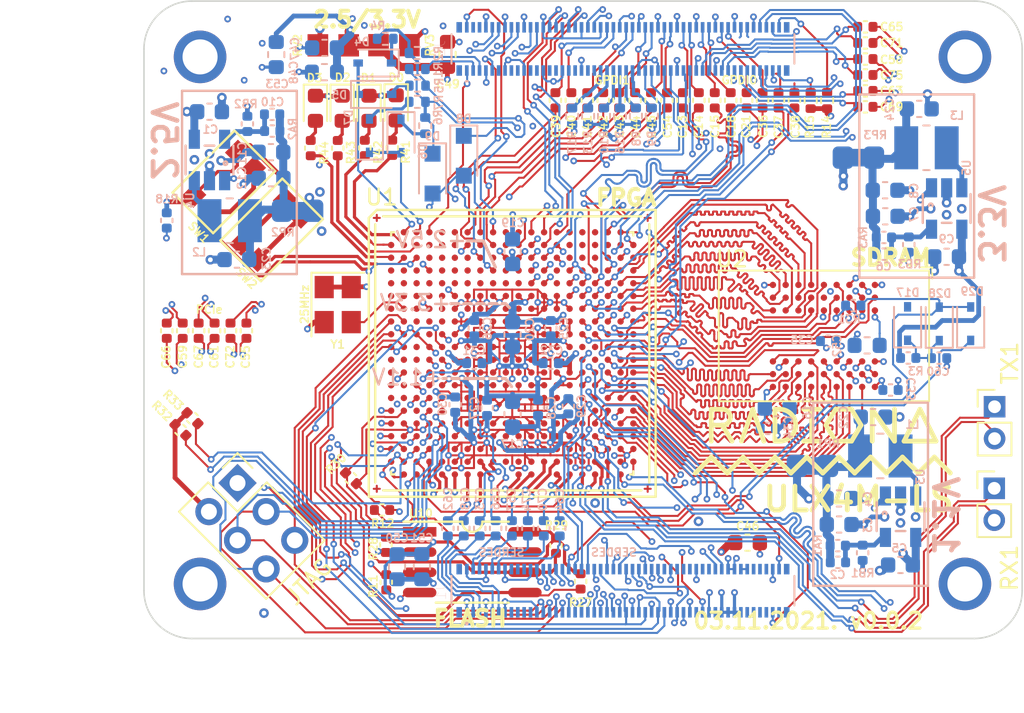
<source format=kicad_pcb>
(kicad_pcb (version 20171130) (host pcbnew 5.1.9+dfsg1-1~bpo10+1)
  (title_block (rev v3.1.1))
  (layers (0 F.Cu signal) (1 GND1.Cu power) (2 In2signal.Cu signal) (3 POWER.Cu power) (4 GND2.Cu power) (31 B.Cu signal) (34 B.Paste user) (35 F.Paste user hide) (36 B.SilkS user) (37 F.SilkS user) (38 B.Mask user) (39 F.Mask user) (44 Edge.Cuts user))
  (net 0 "")
  (net 1 GND)
  (net 2 +5V)
  (net 3 /power/FB1)
  (net 4 +2V5)
  (net 5 /power/FB3)
  (net 6 /power/FB2)
  (net 7 SDRAM_CKE)
  (net 8 SDRAM_A7)
  (net 9 SDRAM_D15)
  (net 10 SDRAM_BA1)
  (net 11 SDRAM_D7)
  (net 12 SDRAM_A6)
  (net 13 SDRAM_CLK)
  (net 14 SDRAM_D13)
  (net 15 SDRAM_BA0)
  (net 16 SDRAM_D6)
  (net 17 SDRAM_A5)
  (net 18 SDRAM_D14)
  (net 19 SDRAM_A11)
  (net 20 SDRAM_D12)
  (net 21 SDRAM_D5)
  (net 22 SDRAM_A4)
  (net 23 SDRAM_A10)
  (net 24 SDRAM_D11)
  (net 25 SDRAM_A3)
  (net 26 SDRAM_D4)
  (net 27 SDRAM_D10)
  (net 28 SDRAM_D9)
  (net 29 SDRAM_A9)
  (net 30 SDRAM_D3)
  (net 31 SDRAM_D8)
  (net 32 SDRAM_A8)
  (net 33 SDRAM_A2)
  (net 34 SDRAM_A1)
  (net 35 SDRAM_A0)
  (net 36 SDRAM_D2)
  (net 37 SDRAM_D1)
  (net 38 SDRAM_D0)
  (net 39 SDRAM_DQM0)
  (net 40 SDRAM_nCS)
  (net 41 SDRAM_nRAS)
  (net 42 SDRAM_DQM1)
  (net 43 SDRAM_nCAS)
  (net 44 SDRAM_nWE)
  (net 45 /flash/FLASH_nWP)
  (net 46 /flash/FLASH_nHOLD)
  (net 47 /flash/FLASH_MOSI)
  (net 48 /flash/FLASH_MISO)
  (net 49 /flash/FLASH_SCK)
  (net 50 /flash/FLASH_nCS)
  (net 51 /flash/FPGA_PROGRAMN)
  (net 52 /flash/FPGA_DONE)
  (net 53 /flash/FPGA_INITN)
  (net 54 LED0)
  (net 55 LED1)
  (net 56 LED2)
  (net 57 LED3)
  (net 58 CLK_25MHz)
  (net 59 USB_FPGA_D+)
  (net 60 /blinkey/ALED0)
  (net 61 /blinkey/ALED1)
  (net 62 /blinkey/ALED2)
  (net 63 /blinkey/ALED3)
  (net 64 USB_FPGA_D-)
  (net 65 /power/P3V3)
  (net 66 /power/P2V5)
  (net 67 /power/L1)
  (net 68 /power/L3)
  (net 69 /power/L2)
  (net 70 SDRAM_A12)
  (net 71 /power/P1V1)
  (net 72 +1V1)
  (net 73 GN0)
  (net 74 GP3)
  (net 75 2V5_3V3)
  (net 76 PWRBTn)
  (net 77 USER_PROGRAMN)
  (net 78 HDMI0_TX2_P)
  (net 79 FPDI_D2+)
  (net 80 FPDI_D2-)
  (net 81 HDMI0_TX2_N)
  (net 82 HDMI0_TX1_P)
  (net 83 FPDI_D1+)
  (net 84 FPDI_D1-)
  (net 85 HDMI0_TX1_N)
  (net 86 HDMI0_TX0_P)
  (net 87 FPDI_D0+)
  (net 88 FPDI_D0-)
  (net 89 HDMI0_TX0_N)
  (net 90 HDMI0_CLK_P)
  (net 91 FPDI_CLK+)
  (net 92 FPDI_CLK-)
  (net 93 HDMI0_CLK_N)
  (net 94 CM4_1.8V)
  (net 95 CM4_3.3V)
  (net 96 SD_CMD)
  (net 97 USB_N)
  (net 98 USB_P)
  (net 99 HDMI1_HOTPLUG)
  (net 100 HDMI1_SDA)
  (net 101 HDMI1_TX2_P)
  (net 102 HDMI1_SCL)
  (net 103 HDMI1_TX2_N)
  (net 104 HDMI1_CEC)
  (net 105 HDMI1_TX1_P)
  (net 106 HDMI1_TX1_N)
  (net 107 HDMI1_TX0_P)
  (net 108 HDMI1_TX0_N)
  (net 109 HDMI1_CLK_P)
  (net 110 HDMI1_CLK_N)
  (net 111 USB_FPGA_PULL_D-)
  (net 112 GN3)
  (net 113 GP5)
  (net 114 USB_FPGA_PULL_D+)
  (net 115 GP0)
  (net 116 GN5)
  (net 117 GN4)
  (net 118 GP4)
  (net 119 "Net-(D4-Pad1)")
  (net 120 "Net-(D5-Pad2)")
  (net 121 "Net-(D6-Pad1)")
  (net 122 "Net-(D7-Pad2)")
  (net 123 HDMI0_CEC)
  (net 124 HDMI0_HOTPLUG)
  (net 125 HDMI0_SDA)
  (net 126 HDMI0_SCL)
  (net 127 PCIe_CLK_P)
  (net 128 PCIe_CLK_N)
  (net 129 PCIe_RX_P)
  (net 130 PCIe_RX_N)
  (net 131 PCIe_TX_P)
  (net 132 PCIe_TX_N)
  (net 133 /serdes/S_2_P)
  (net 134 /serdes/S_3_P)
  (net 135 /serdes/S_6_P)
  (net 136 /serdes/S_7_P)
  (net 137 /serdes/CLK_0_P)
  (net 138 /serdes/S_0_P)
  (net 139 /serdes/S_1_P)
  (net 140 /serdes/CLK_1_P)
  (net 141 /serdes/S_4_P)
  (net 142 /serdes/S_5_P)
  (net 143 /serdes/CLK_0_N)
  (net 144 /serdes/S_0_N)
  (net 145 /serdes/S_1_N)
  (net 146 /serdes/CLK_1_N)
  (net 147 /serdes/S_4_N)
  (net 148 /serdes/S_5_N)
  (net 149 /serdes/S_2_N)
  (net 150 /serdes/S_3_N)
  (net 151 /serdes/S_6_N)
  (net 152 /serdes/S_7_N)
  (net 153 GPIO12)
  (net 154 GPIO16)
  (net 155 GPIO20)
  (net 156 GPIO21)
  (net 157 PCIe_CLK_nREQ)
  (net 158 PCIe_nRST)
  (net 159 CAM0_D0_N)
  (net 160 CAM0_D0_P)
  (net 161 CAM0_D1_N)
  (net 162 CAM0_D1_P)
  (net 163 CAM0_C_N)
  (net 164 CAM0_C_P)
  (net 165 DSI0_D0_N)
  (net 166 DSI0_D0_P)
  (net 167 DSI0_D1_N)
  (net 168 DSI0_D1_P)
  (net 169 DSI0_C_N)
  (net 170 DSI0_C_P)
  (net 171 nEXTRST)
  (net 172 Camera_GPIO)
  (net 173 SDA0)
  (net 174 SCL0)
  (net 175 SD_PWR_ON)
  (net 176 GPIO22)
  (net 177 GPIO10)
  (net 178 GPIO9)
  (net 179 GPIO11)
  (net 180 ID_SD)
  (net 181 ID_SC)
  (net 182 ETH_0P)
  (net 183 ETH_2P)
  (net 184 ETH_0N)
  (net 185 ETH_2N)
  (net 186 ETH_1N)
  (net 187 ETH_3N)
  (net 188 ETH_1P)
  (net 189 ETH_3P)
  (net 190 US2_ID)
  (net 191 "Net-(R18-Pad1)")
  (net 192 BTN1)
  (net 193 BTN2)
  (net 194 GPIO2)
  (net 195 GPIO3)
  (net 196 GPIO14)
  (net 197 GPIO4)
  (net 198 GPIO15)
  (net 199 GPIO18)
  (net 200 GPIO23)
  (net 201 GPIO24)
  (net 202 GPIO25)
  (net 203 GPIO8)
  (net 204 GPIO7)
  (net 205 GPIO5)
  (net 206 GPIO6)
  (net 207 GPIO13)
  (net 208 GPIO19)
  (net 209 GPIO26)
  (net 210 GN16)
  (net 211 GP16)
  (net 212 DSI1_D0_N)
  (net 213 DSI1_D0_P)
  (net 214 DSI1_D1_N)
  (net 215 DSI1_D1_P)
  (net 216 DSI1_C_N)
  (net 217 DSI1_C_P)
  (net 218 DSI1_D2_N)
  (net 219 DSI1_D3_N)
  (net 220 DSI1_D2_P)
  (net 221 DSI1_D3_P)
  (module "connectors:HRS_DF40C-100DP-0.4V(51)" (layer B.Cu) (at 124.158 109.145)
    (fp_text reference J1 (at -11.425 0.075 90) (layer B.SilkS) (effects (font (size 0.64 0.64) (thickness 0.015)) (justify mirror)))
    (fp_text value "DF40C-100DP-0.4V(51)")
    (pad 100 smd rect (at 9.8 -1.355) (size 0.23 0.66) (layers B.Cu B.Paste B.Mask) (net 171 nEXTRST))
    (pad 99 smd rect (at 9.8 1.355) (size 0.23 0.66) (layers B.Cu B.Paste B.Mask))
    (pad 98 smd rect (at 9.4 -1.355) (size 0.23 0.66) (layers B.Cu B.Paste B.Mask) (net 1 GND))
    (pad 97 smd rect (at 9.4 1.355) (size 0.23 0.66) (layers B.Cu B.Paste B.Mask) (net 172 Camera_GPIO))
    (pad 96 smd rect (at 9 -1.355) (size 0.23 0.66) (layers B.Cu B.Paste B.Mask))
    (pad 95 smd rect (at 9 1.355) (size 0.23 0.66) (layers B.Cu B.Paste B.Mask))
    (pad 94 smd rect (at 8.6 -1.355) (size 0.23 0.66) (layers B.Cu B.Paste B.Mask))
    (pad 93 smd rect (at 8.6 1.355) (size 0.23 0.66) (layers B.Cu B.Paste B.Mask))
    (pad 92 smd rect (at 8.2 -1.355) (size 0.23 0.66) (layers B.Cu B.Paste B.Mask))
    (pad 91 smd rect (at 8.2 1.355) (size 0.23 0.66) (layers B.Cu B.Paste B.Mask))
    (pad 90 smd rect (at 7.8 -1.355) (size 0.23 0.66) (layers B.Cu B.Paste B.Mask) (net 94 CM4_1.8V))
    (pad 89 smd rect (at 7.8 1.355) (size 0.23 0.66) (layers B.Cu B.Paste B.Mask))
    (pad 88 smd rect (at 7.4 -1.355) (size 0.23 0.66) (layers B.Cu B.Paste B.Mask) (net 94 CM4_1.8V))
    (pad 87 smd rect (at 7.4 1.355) (size 0.23 0.66) (layers B.Cu B.Paste B.Mask) (net 2 +5V))
    (pad 86 smd rect (at 7 -1.355) (size 0.23 0.66) (layers B.Cu B.Paste B.Mask) (net 95 CM4_3.3V))
    (pad 85 smd rect (at 7 1.355) (size 0.23 0.66) (layers B.Cu B.Paste B.Mask) (net 2 +5V))
    (pad 84 smd rect (at 6.6 -1.355) (size 0.23 0.66) (layers B.Cu B.Paste B.Mask) (net 95 CM4_3.3V))
    (pad 83 smd rect (at 6.6 1.355) (size 0.23 0.66) (layers B.Cu B.Paste B.Mask) (net 2 +5V))
    (pad 82 smd rect (at 6.2 -1.355) (size 0.23 0.66) (layers B.Cu B.Paste B.Mask) (net 173 SDA0))
    (pad 81 smd rect (at 6.2 1.355) (size 0.23 0.66) (layers B.Cu B.Paste B.Mask) (net 2 +5V))
    (pad 80 smd rect (at 5.8 -1.355) (size 0.23 0.66) (layers B.Cu B.Paste B.Mask) (net 174 SCL0))
    (pad 79 smd rect (at 5.8 1.355) (size 0.23 0.66) (layers B.Cu B.Paste B.Mask) (net 2 +5V))
    (pad 78 smd rect (at 5.4 -1.355) (size 0.23 0.66) (layers B.Cu B.Paste B.Mask))
    (pad 77 smd rect (at 5.4 1.355) (size 0.23 0.66) (layers B.Cu B.Paste B.Mask) (net 2 +5V))
    (pad 76 smd rect (at 5 -1.355) (size 0.23 0.66) (layers B.Cu B.Paste B.Mask))
    (pad 75 smd rect (at 5 1.355) (size 0.23 0.66) (layers B.Cu B.Paste B.Mask) (net 175 SD_PWR_ON))
    (pad 74 smd rect (at 4.6 -1.355) (size 0.23 0.66) (layers B.Cu B.Paste B.Mask) (net 1 GND))
    (pad 73 smd rect (at 4.6 1.355) (size 0.23 0.66) (layers B.Cu B.Paste B.Mask))
    (pad 72 smd rect (at 4.2 -1.355) (size 0.23 0.66) (layers B.Cu B.Paste B.Mask))
    (pad 71 smd rect (at 4.2 1.355) (size 0.23 0.66) (layers B.Cu B.Paste B.Mask) (net 1 GND))
    (pad 70 smd rect (at 3.8 -1.355) (size 0.23 0.66) (layers B.Cu B.Paste B.Mask))
    (pad 69 smd rect (at 3.8 1.355) (size 0.23 0.66) (layers B.Cu B.Paste B.Mask) (net 194 GPIO2))
    (pad 68 smd rect (at 3.4 -1.355) (size 0.23 0.66) (layers B.Cu B.Paste B.Mask))
    (pad 67 smd rect (at 3.4 1.355) (size 0.23 0.66) (layers B.Cu B.Paste B.Mask) (net 195 GPIO3))
    (pad 66 smd rect (at 3 -1.355) (size 0.23 0.66) (layers B.Cu B.Paste B.Mask) (net 1 GND))
    (pad 65 smd rect (at 3 1.355) (size 0.23 0.66) (layers B.Cu B.Paste B.Mask) (net 1 GND))
    (pad 64 smd rect (at 2.6 -1.355) (size 0.23 0.66) (layers B.Cu B.Paste B.Mask))
    (pad 63 smd rect (at 2.6 1.355) (size 0.23 0.66) (layers B.Cu B.Paste B.Mask) (net 197 GPIO4))
    (pad 62 smd rect (at 2.2 -1.355) (size 0.23 0.66) (layers B.Cu B.Paste B.Mask) (net 96 SD_CMD))
    (pad 61 smd rect (at 2.2 1.355) (size 0.23 0.66) (layers B.Cu B.Paste B.Mask) (net 196 GPIO14))
    (pad 60 smd rect (at 1.8 -1.355) (size 0.23 0.66) (layers B.Cu B.Paste B.Mask) (net 1 GND))
    (pad 59 smd rect (at 1.8 1.355) (size 0.23 0.66) (layers B.Cu B.Paste B.Mask) (net 1 GND))
    (pad 58 smd rect (at 1.4 -1.355) (size 0.23 0.66) (layers B.Cu B.Paste B.Mask) (net 194 GPIO2))
    (pad 57 smd rect (at 1.4 1.355) (size 0.23 0.66) (layers B.Cu B.Paste B.Mask) (net 198 GPIO15))
    (pad 56 smd rect (at 1 -1.355) (size 0.23 0.66) (layers B.Cu B.Paste B.Mask) (net 195 GPIO3))
    (pad 55 smd rect (at 1 1.355) (size 0.23 0.66) (layers B.Cu B.Paste B.Mask) (net 196 GPIO14))
    (pad 54 smd rect (at 0.6 -1.355) (size 0.23 0.66) (layers B.Cu B.Paste B.Mask) (net 197 GPIO4))
    (pad 53 smd rect (at 0.6 1.355) (size 0.23 0.66) (layers B.Cu B.Paste B.Mask) (net 1 GND))
    (pad 52 smd rect (at 0.2 -1.355) (size 0.23 0.66) (layers B.Cu B.Paste B.Mask) (net 1 GND))
    (pad 51 smd rect (at 0.2 1.355) (size 0.23 0.66) (layers B.Cu B.Paste B.Mask) (net 198 GPIO15))
    (pad 50 smd rect (at -0.2 -1.355) (size 0.23 0.66) (layers B.Cu B.Paste B.Mask) (net 210 GN16))
    (pad 49 smd rect (at -0.2 1.355) (size 0.23 0.66) (layers B.Cu B.Paste B.Mask) (net 199 GPIO18))
    (pad 48 smd rect (at -0.6 -1.355) (size 0.23 0.66) (layers B.Cu B.Paste B.Mask) (net 211 GP16))
    (pad 47 smd rect (at -0.6 1.355) (size 0.23 0.66) (layers B.Cu B.Paste B.Mask) (net 200 GPIO23))
    (pad 46 smd rect (at -1 -1.355) (size 0.23 0.66) (layers B.Cu B.Paste B.Mask) (net 176 GPIO22))
    (pad 45 smd rect (at -1 1.355) (size 0.23 0.66) (layers B.Cu B.Paste B.Mask) (net 201 GPIO24))
    (pad 44 smd rect (at -1.4 -1.355) (size 0.23 0.66) (layers B.Cu B.Paste B.Mask) (net 177 GPIO10))
    (pad 43 smd rect (at -1.4 1.355) (size 0.23 0.66) (layers B.Cu B.Paste B.Mask) (net 1 GND))
    (pad 42 smd rect (at -1.8 -1.355) (size 0.23 0.66) (layers B.Cu B.Paste B.Mask) (net 1 GND))
    (pad 41 smd rect (at -1.8 1.355) (size 0.23 0.66) (layers B.Cu B.Paste B.Mask) (net 202 GPIO25))
    (pad 40 smd rect (at -2.2 -1.355) (size 0.23 0.66) (layers B.Cu B.Paste B.Mask) (net 178 GPIO9))
    (pad 39 smd rect (at -2.2 1.355) (size 0.23 0.66) (layers B.Cu B.Paste B.Mask) (net 203 GPIO8))
    (pad 38 smd rect (at -2.6 -1.355) (size 0.23 0.66) (layers B.Cu B.Paste B.Mask) (net 179 GPIO11))
    (pad 37 smd rect (at -2.6 1.355) (size 0.23 0.66) (layers B.Cu B.Paste B.Mask) (net 204 GPIO7))
    (pad 36 smd rect (at -3 -1.355) (size 0.23 0.66) (layers B.Cu B.Paste B.Mask) (net 180 ID_SD))
    (pad 35 smd rect (at -3 1.355) (size 0.23 0.66) (layers B.Cu B.Paste B.Mask) (net 181 ID_SC))
    (pad 34 smd rect (at -3.4 -1.355) (size 0.23 0.66) (layers B.Cu B.Paste B.Mask) (net 205 GPIO5))
    (pad 33 smd rect (at -3.4 1.355) (size 0.23 0.66) (layers B.Cu B.Paste B.Mask) (net 1 GND))
    (pad 32 smd rect (at -3.8 -1.355) (size 0.23 0.66) (layers B.Cu B.Paste B.Mask) (net 1 GND))
    (pad 31 smd rect (at -3.8 1.355) (size 0.23 0.66) (layers B.Cu B.Paste B.Mask) (net 153 GPIO12))
    (pad 30 smd rect (at -4.2 -1.355) (size 0.23 0.66) (layers B.Cu B.Paste B.Mask) (net 206 GPIO6))
    (pad 29 smd rect (at -4.2 1.355) (size 0.23 0.66) (layers B.Cu B.Paste B.Mask) (net 154 GPIO16))
    (pad 28 smd rect (at -4.6 -1.355) (size 0.23 0.66) (layers B.Cu B.Paste B.Mask) (net 207 GPIO13))
    (pad 27 smd rect (at -4.6 1.355) (size 0.23 0.66) (layers B.Cu B.Paste B.Mask) (net 155 GPIO20))
    (pad 26 smd rect (at -5 -1.355) (size 0.23 0.66) (layers B.Cu B.Paste B.Mask) (net 208 GPIO19))
    (pad 25 smd rect (at -5 1.355) (size 0.23 0.66) (layers B.Cu B.Paste B.Mask) (net 156 GPIO21))
    (pad 24 smd rect (at -5.4 -1.355) (size 0.23 0.66) (layers B.Cu B.Paste B.Mask) (net 209 GPIO26))
    (pad 23 smd rect (at -5.4 1.355) (size 0.23 0.66) (layers B.Cu B.Paste B.Mask) (net 1 GND))
    (pad 22 smd rect (at -5.8 -1.355) (size 0.23 0.66) (layers B.Cu B.Paste B.Mask) (net 1 GND))
    (pad 21 smd rect (at -5.8 1.355) (size 0.23 0.66) (layers B.Cu B.Paste B.Mask))
    (pad S3 smd rect (at 10.275 1.355) (size 0.35 0.66) (layers B.Cu B.Paste B.Mask))
    (pad S4 smd rect (at 10.275 -1.355) (size 0.35 0.66) (layers B.Cu B.Paste B.Mask))
    (pad S1 smd rect (at -10.275 1.355) (size 0.35 0.66) (layers B.Cu B.Paste B.Mask))
    (pad S2 smd rect (at -10.275 -1.355) (size 0.35 0.66) (layers B.Cu B.Paste B.Mask))
    (pad 20 smd rect (at -6.2 -1.355) (size 0.23 0.66) (layers B.Cu B.Paste B.Mask))
    (pad 19 smd rect (at -6.2 1.355) (size 0.23 0.66) (layers B.Cu B.Paste B.Mask))
    (pad 18 smd rect (at -6.6 -1.355) (size 0.23 0.66) (layers B.Cu B.Paste B.Mask))
    (pad 17 smd rect (at -6.6 1.355) (size 0.23 0.66) (layers B.Cu B.Paste B.Mask))
    (pad 16 smd rect (at -7 -1.355) (size 0.23 0.66) (layers B.Cu B.Paste B.Mask))
    (pad 15 smd rect (at -7 1.355) (size 0.23 0.66) (layers B.Cu B.Paste B.Mask))
    (pad 14 smd rect (at -7.4 -1.355) (size 0.23 0.66) (layers B.Cu B.Paste B.Mask) (net 1 GND))
    (pad 13 smd rect (at -7.4 1.355) (size 0.23 0.66) (layers B.Cu B.Paste B.Mask) (net 1 GND))
    (pad 12 smd rect (at -7.8 -1.355) (size 0.23 0.66) (layers B.Cu B.Paste B.Mask) (net 182 ETH_0P))
    (pad 11 smd rect (at -7.8 1.355) (size 0.23 0.66) (layers B.Cu B.Paste B.Mask) (net 183 ETH_2P))
    (pad 10 smd rect (at -8.2 -1.355) (size 0.23 0.66) (layers B.Cu B.Paste B.Mask) (net 184 ETH_0N))
    (pad 9 smd rect (at -8.2 1.355) (size 0.23 0.66) (layers B.Cu B.Paste B.Mask) (net 185 ETH_2N))
    (pad 8 smd rect (at -8.6 -1.355) (size 0.23 0.66) (layers B.Cu B.Paste B.Mask) (net 1 GND))
    (pad 7 smd rect (at -8.6 1.355) (size 0.23 0.66) (layers B.Cu B.Paste B.Mask) (net 1 GND))
    (pad 6 smd rect (at -9 -1.355) (size 0.23 0.66) (layers B.Cu B.Paste B.Mask) (net 186 ETH_1N))
    (pad 5 smd rect (at -9 1.355) (size 0.23 0.66) (layers B.Cu B.Paste B.Mask) (net 187 ETH_3N))
    (pad 4 smd rect (at -9.4 -1.355) (size 0.23 0.66) (layers B.Cu B.Paste B.Mask) (net 188 ETH_1P))
    (pad 3 smd rect (at -9.4 1.355) (size 0.23 0.66) (layers B.Cu B.Paste B.Mask) (net 189 ETH_3P))
    (pad 2 smd rect (at -9.8 -1.355) (size 0.23 0.66) (layers B.Cu B.Paste B.Mask) (net 1 GND))
    (pad 1 smd rect (at -9.8 1.355) (size 0.23 0.66) (layers B.Cu B.Paste B.Mask) (net 1 GND))
  )
  (module Capacitor_SMD:C_0402_1005Metric (layer F.Cu) (at 121.5 108.56 270)
    (fp_text reference R27 (at 1.325 0 180) (layer F.SilkS) (effects (font (size 0.5 0.5) (thickness 0.1))))
    (fp_text value 10k)
    (pad 2 smd roundrect (at 0.48 0 270) (size 0.56 0.62) (layers F.Cu F.Paste F.Mask) (net 47 /flash/FLASH_MOSI))
    (pad 1 smd roundrect (at -0.48 0 270) (size 0.56 0.62) (layers F.Cu F.Paste F.Mask) (net 95 CM4_3.3V))
  )
  (module IS42S16320D:IS42S16320D-6BLI (layer F.Cu) (at 136.77 93.155001 270)
    (fp_text reference U2 (at -4.825 5.775 180) (layer F.SilkS))
    (fp_text value IS42S16320D-6BLI)
    (pad A1 smd circle (at -3.2 -3.2 270) (size 0.4 0.4) (layers F.Cu F.Paste F.Mask) (net 1 GND))
    (pad B1 smd circle (at -3.2 -2.4 270) (size 0.4 0.4) (layers F.Cu F.Paste F.Mask) (net 9 SDRAM_D15))
    (pad C1 smd circle (at -3.2 -1.6 270) (size 0.4 0.4) (layers F.Cu F.Paste F.Mask) (net 20 SDRAM_D12))
    (pad D1 smd circle (at -3.2 -0.8 270) (size 0.4 0.4) (layers F.Cu F.Paste F.Mask) (net 27 SDRAM_D10))
    (pad E1 smd circle (at -3.2 0 270) (size 0.4 0.4) (layers F.Cu F.Paste F.Mask) (net 31 SDRAM_D8))
    (pad E2 smd circle (at -2.4 0 270) (size 0.4 0.4) (layers F.Cu F.Paste F.Mask))
    (pad E3 smd circle (at -1.6 0 270) (size 0.4 0.4) (layers F.Cu F.Paste F.Mask) (net 1 GND))
    (pad E7 smd circle (at 1.6 0 270) (size 0.4 0.4) (layers F.Cu F.Paste F.Mask) (net 95 CM4_3.3V))
    (pad E8 smd circle (at 2.4 0 270) (size 0.4 0.4) (layers F.Cu F.Paste F.Mask) (net 39 SDRAM_DQM0))
    (pad E9 smd circle (at 3.2 0 270) (size 0.4 0.4) (layers F.Cu F.Paste F.Mask) (net 11 SDRAM_D7))
    (pad D9 smd circle (at 3.2 -0.8 270) (size 0.4 0.4) (layers F.Cu F.Paste F.Mask) (net 21 SDRAM_D5))
    (pad C9 smd circle (at 3.2 -1.6 270) (size 0.4 0.4) (layers F.Cu F.Paste F.Mask) (net 30 SDRAM_D3))
    (pad B9 smd circle (at 3.2 -2.4 270) (size 0.4 0.4) (layers F.Cu F.Paste F.Mask) (net 37 SDRAM_D1))
    (pad A9 smd circle (at 3.2 -3.2 270) (size 0.4 0.4) (layers F.Cu F.Paste F.Mask) (net 95 CM4_3.3V))
    (pad A3 smd circle (at -1.6 -3.2 270) (size 0.4 0.4) (layers F.Cu F.Paste F.Mask) (net 1 GND))
    (pad B3 smd circle (at -1.6 -2.4 270) (size 0.4 0.4) (layers F.Cu F.Paste F.Mask) (net 95 CM4_3.3V))
    (pad B7 smd circle (at 1.6 -2.4 270) (size 0.4 0.4) (layers F.Cu F.Paste F.Mask) (net 1 GND))
    (pad A7 smd circle (at 1.6 -3.2 270) (size 0.4 0.4) (layers F.Cu F.Paste F.Mask) (net 95 CM4_3.3V))
    (pad A2 smd circle (at -2.4 -3.2 270) (size 0.4 0.4) (layers F.Cu F.Paste F.Mask) (net 18 SDRAM_D14))
    (pad B2 smd circle (at -2.4 -2.4 270) (size 0.4 0.4) (layers F.Cu F.Paste F.Mask) (net 14 SDRAM_D13))
    (pad C2 smd circle (at -2.4 -1.6 270) (size 0.4 0.4) (layers F.Cu F.Paste F.Mask) (net 24 SDRAM_D11))
    (pad D2 smd circle (at -2.4 -0.8 270) (size 0.4 0.4) (layers F.Cu F.Paste F.Mask) (net 28 SDRAM_D9))
    (pad D3 smd circle (at -1.6 -0.8 270) (size 0.4 0.4) (layers F.Cu F.Paste F.Mask) (net 95 CM4_3.3V))
    (pad C3 smd circle (at -1.6 -1.6 270) (size 0.4 0.4) (layers F.Cu F.Paste F.Mask) (net 1 GND))
    (pad C7 smd circle (at 1.6 -1.6 270) (size 0.4 0.4) (layers F.Cu F.Paste F.Mask) (net 95 CM4_3.3V))
    (pad D7 smd circle (at 1.6 -0.8 270) (size 0.4 0.4) (layers F.Cu F.Paste F.Mask) (net 1 GND))
    (pad D8 smd circle (at 2.4 -0.8 270) (size 0.4 0.4) (layers F.Cu F.Paste F.Mask) (net 16 SDRAM_D6))
    (pad C8 smd circle (at 2.4 -1.6 270) (size 0.4 0.4) (layers F.Cu F.Paste F.Mask) (net 26 SDRAM_D4))
    (pad B8 smd circle (at 2.4 -2.4 270) (size 0.4 0.4) (layers F.Cu F.Paste F.Mask) (net 36 SDRAM_D2))
    (pad A8 smd circle (at 2.4 -3.2 270) (size 0.4 0.4) (layers F.Cu F.Paste F.Mask) (net 38 SDRAM_D0))
    (pad F1 smd circle (at -3.2 0.8 270) (size 0.4 0.4) (layers F.Cu F.Paste F.Mask) (net 42 SDRAM_DQM1))
    (pad F2 smd circle (at -2.4 0.8 270) (size 0.4 0.4) (layers F.Cu F.Paste F.Mask) (net 13 SDRAM_CLK))
    (pad F3 smd circle (at -1.6 0.8 270) (size 0.4 0.4) (layers F.Cu F.Paste F.Mask) (net 7 SDRAM_CKE))
    (pad F7 smd circle (at 1.6 0.8 270) (size 0.4 0.4) (layers F.Cu F.Paste F.Mask) (net 43 SDRAM_nCAS))
    (pad F8 smd circle (at 2.4 0.8 270) (size 0.4 0.4) (layers F.Cu F.Paste F.Mask) (net 41 SDRAM_nRAS))
    (pad F9 smd circle (at 3.2 0.8 270) (size 0.4 0.4) (layers F.Cu F.Paste F.Mask) (net 44 SDRAM_nWE))
    (pad G1 smd circle (at -3.2 1.6 270) (size 0.4 0.4) (layers F.Cu F.Paste F.Mask) (net 70 SDRAM_A12))
    (pad G2 smd circle (at -2.4 1.6 270) (size 0.4 0.4) (layers F.Cu F.Paste F.Mask) (net 19 SDRAM_A11))
    (pad G3 smd circle (at -1.6 1.6 270) (size 0.4 0.4) (layers F.Cu F.Paste F.Mask) (net 29 SDRAM_A9))
    (pad G7 smd circle (at 1.6 1.6 270) (size 0.4 0.4) (layers F.Cu F.Paste F.Mask) (net 15 SDRAM_BA0))
    (pad G8 smd circle (at 2.4 1.6 270) (size 0.4 0.4) (layers F.Cu F.Paste F.Mask) (net 10 SDRAM_BA1))
    (pad G9 smd circle (at 3.2 1.6 270) (size 0.4 0.4) (layers F.Cu F.Paste F.Mask) (net 40 SDRAM_nCS))
    (pad H1 smd circle (at -3.2 2.4 270) (size 0.4 0.4) (layers F.Cu F.Paste F.Mask) (net 32 SDRAM_A8))
    (pad H2 smd circle (at -2.4 2.4 270) (size 0.4 0.4) (layers F.Cu F.Paste F.Mask) (net 8 SDRAM_A7))
    (pad H3 smd circle (at -1.6 2.4 270) (size 0.4 0.4) (layers F.Cu F.Paste F.Mask) (net 12 SDRAM_A6))
    (pad H7 smd circle (at 1.6 2.4 270) (size 0.4 0.4) (layers F.Cu F.Paste F.Mask) (net 35 SDRAM_A0))
    (pad H8 smd circle (at 2.4 2.4 270) (size 0.4 0.4) (layers F.Cu F.Paste F.Mask) (net 34 SDRAM_A1))
    (pad H9 smd circle (at 3.2 2.4 270) (size 0.4 0.4) (layers F.Cu F.Paste F.Mask) (net 23 SDRAM_A10))
    (pad J1 smd circle (at -3.2 3.2 270) (size 0.4 0.4) (layers F.Cu F.Paste F.Mask) (net 1 GND))
    (pad J2 smd circle (at -2.4 3.2 270) (size 0.4 0.4) (layers F.Cu F.Paste F.Mask) (net 17 SDRAM_A5))
    (pad J3 smd circle (at -1.6 3.2 270) (size 0.4 0.4) (layers F.Cu F.Paste F.Mask) (net 22 SDRAM_A4))
    (pad J7 smd circle (at 1.6 3.2 270) (size 0.4 0.4) (layers F.Cu F.Paste F.Mask) (net 25 SDRAM_A3))
    (pad J8 smd circle (at 2.4 3.2 270) (size 0.4 0.4) (layers F.Cu F.Paste F.Mask) (net 33 SDRAM_A2))
    (pad J9 smd circle (at 3.2 3.2 270) (size 0.4 0.4) (layers F.Cu F.Paste F.Mask) (net 95 CM4_3.3V))
  )
  (module Mounting_Holes:MountingHole_3.2mm_M3_ISO14580_Pad (layer F.Cu) (at 97.62 75.644999 180)
    (fp_text reference H4 hide)
    (fp_text value HOLE hide)
    (pad 1 thru_hole circle (at 0 0 180) (size 3.3 3.3) (drill 2.2) (layers *.Cu *.Mask) (net 1 GND))
  )
  (module Mounting_Holes:MountingHole_3.2mm_M3_ISO14580_Pad (layer F.Cu) (at 145.62 75.645 180)
    (fp_text reference H3 hide)
    (fp_text value HOLE hide)
    (pad 1 thru_hole circle (at 0 0 180) (size 3.3 3.3) (drill 2.2) (layers *.Cu *.Mask) (net 1 GND))
  )
  (module Mounting_Holes:MountingHole_3.2mm_M3_ISO14580_Pad (layer F.Cu) (at 145.62 108.72 180)
    (fp_text reference H1 hide)
    (fp_text value HOLE hide)
    (pad 1 thru_hole circle (at 0 0 180) (size 3.3 3.3) (drill 2.2) (layers *.Cu *.Mask) (net 1 GND))
  )
  (module Mounting_Holes:MountingHole_3.2mm_M3_ISO14580_Pad (layer F.Cu) (at 97.619999 108.723599 180)
    (fp_text reference H2 hide)
    (fp_text value HOLE hide)
    (pad 1 thru_hole circle (at 0 0 180) (size 3.3 3.3) (drill 2.2) (layers *.Cu *.Mask) (net 1 GND))
  )
  (module lfe5bg381:BGA-381_pitch0.8mm_dia0.4mm (layer F.Cu) (at 117.21 94.25)
    (fp_text reference U1 (at -8.2 -9.8) (layer F.SilkS))
    (fp_text value LFE5U-85F-6BG381C hide)
    (pad Y19 smd circle (at 6.8 7.6) (size 0.4 0.4) (layers F.Cu F.Paste F.Mask) (net 140 /serdes/CLK_1_P))
    (pad Y17 smd circle (at 5.2 7.6) (size 0.4 0.4) (layers F.Cu F.Paste F.Mask) (net 148 /serdes/S_5_N))
    (pad Y16 smd circle (at 4.4 7.6) (size 0.4 0.4) (layers F.Cu F.Paste F.Mask) (net 142 /serdes/S_5_P))
    (pad Y15 smd circle (at 3.6 7.6) (size 0.4 0.4) (layers F.Cu F.Paste F.Mask) (net 147 /serdes/S_4_N))
    (pad Y14 smd circle (at 2.8 7.6) (size 0.4 0.4) (layers F.Cu F.Paste F.Mask) (net 141 /serdes/S_4_P))
    (pad Y12 smd circle (at 1.2 7.6) (size 0.4 0.4) (layers F.Cu F.Paste F.Mask) (net 143 /serdes/CLK_0_N))
    (pad Y11 smd circle (at 0.4 7.6) (size 0.4 0.4) (layers F.Cu F.Paste F.Mask) (net 137 /serdes/CLK_0_P))
    (pad Y8 smd circle (at -2 7.6) (size 0.4 0.4) (layers F.Cu F.Paste F.Mask) (net 145 /serdes/S_1_N))
    (pad Y7 smd circle (at -2.8 7.6) (size 0.4 0.4) (layers F.Cu F.Paste F.Mask) (net 139 /serdes/S_1_P))
    (pad Y6 smd circle (at -3.6 7.6) (size 0.4 0.4) (layers F.Cu F.Paste F.Mask) (net 144 /serdes/S_0_N))
    (pad Y5 smd circle (at -4.4 7.6) (size 0.4 0.4) (layers F.Cu F.Paste F.Mask) (net 138 /serdes/S_0_P))
    (pad Y3 smd circle (at -6 7.6) (size 0.4 0.4) (layers F.Cu F.Paste F.Mask) (net 52 /flash/FPGA_DONE))
    (pad Y2 smd circle (at -6.8 7.6) (size 0.4 0.4) (layers F.Cu F.Paste F.Mask) (net 45 /flash/FLASH_nWP))
    (pad W20 smd circle (at 7.6 6.8) (size 0.4 0.4) (layers F.Cu F.Paste F.Mask) (net 146 /serdes/CLK_1_N))
    (pad W19 smd circle (at 6.8 6.8) (size 0.4 0.4) (layers F.Cu F.Paste F.Mask) (net 1 GND))
    (pad W18 smd circle (at 6 6.8) (size 0.4 0.4) (layers F.Cu F.Paste F.Mask) (net 152 /serdes/S_7_N))
    (pad W17 smd circle (at 5.2 6.8) (size 0.4 0.4) (layers F.Cu F.Paste F.Mask) (net 136 /serdes/S_7_P))
    (pad W16 smd circle (at 4.4 6.8) (size 0.4 0.4) (layers F.Cu F.Paste F.Mask) (net 1 GND))
    (pad W15 smd circle (at 3.6 6.8) (size 0.4 0.4) (layers F.Cu F.Paste F.Mask) (net 1 GND))
    (pad W14 smd circle (at 2.8 6.8) (size 0.4 0.4) (layers F.Cu F.Paste F.Mask) (net 151 /serdes/S_6_N))
    (pad W13 smd circle (at 2 6.8) (size 0.4 0.4) (layers F.Cu F.Paste F.Mask) (net 135 /serdes/S_6_P))
    (pad W12 smd circle (at 1.2 6.8) (size 0.4 0.4) (layers F.Cu F.Paste F.Mask) (net 1 GND))
    (pad W11 smd circle (at 0.4 6.8) (size 0.4 0.4) (layers F.Cu F.Paste F.Mask))
    (pad W10 smd circle (at -0.4 6.8) (size 0.4 0.4) (layers F.Cu F.Paste F.Mask))
    (pad W9 smd circle (at -1.2 6.8) (size 0.4 0.4) (layers F.Cu F.Paste F.Mask) (net 150 /serdes/S_3_N))
    (pad W8 smd circle (at -2 6.8) (size 0.4 0.4) (layers F.Cu F.Paste F.Mask) (net 134 /serdes/S_3_P))
    (pad W7 smd circle (at -2.8 6.8) (size 0.4 0.4) (layers F.Cu F.Paste F.Mask) (net 1 GND))
    (pad W6 smd circle (at -3.6 6.8) (size 0.4 0.4) (layers F.Cu F.Paste F.Mask) (net 1 GND))
    (pad W5 smd circle (at -4.4 6.8) (size 0.4 0.4) (layers F.Cu F.Paste F.Mask) (net 149 /serdes/S_2_N))
    (pad W4 smd circle (at -5.2 6.8) (size 0.4 0.4) (layers F.Cu F.Paste F.Mask) (net 133 /serdes/S_2_P))
    (pad W3 smd circle (at -6 6.8) (size 0.4 0.4) (layers F.Cu F.Paste F.Mask) (net 51 /flash/FPGA_PROGRAMN))
    (pad W2 smd circle (at -6.8 6.8) (size 0.4 0.4) (layers F.Cu F.Paste F.Mask) (net 47 /flash/FLASH_MOSI))
    (pad W1 smd circle (at -7.6 6.8) (size 0.4 0.4) (layers F.Cu F.Paste F.Mask) (net 46 /flash/FLASH_nHOLD))
    (pad V20 smd circle (at 7.6 6) (size 0.4 0.4) (layers F.Cu F.Paste F.Mask) (net 1 GND))
    (pad V19 smd circle (at 6.8 6) (size 0.4 0.4) (layers F.Cu F.Paste F.Mask) (net 1 GND))
    (pad V18 smd circle (at 6 6) (size 0.4 0.4) (layers F.Cu F.Paste F.Mask) (net 4 +2V5))
    (pad V17 smd circle (at 5.2 6) (size 0.4 0.4) (layers F.Cu F.Paste F.Mask) (net 4 +2V5))
    (pad V16 smd circle (at 4.4 6) (size 0.4 0.4) (layers F.Cu F.Paste F.Mask) (net 1 GND))
    (pad V15 smd circle (at 3.6 6) (size 0.4 0.4) (layers F.Cu F.Paste F.Mask) (net 1 GND))
    (pad V14 smd circle (at 2.8 6) (size 0.4 0.4) (layers F.Cu F.Paste F.Mask) (net 1 GND))
    (pad V13 smd circle (at 2 6) (size 0.4 0.4) (layers F.Cu F.Paste F.Mask) (net 1 GND))
    (pad V12 smd circle (at 1.2 6) (size 0.4 0.4) (layers F.Cu F.Paste F.Mask) (net 1 GND))
    (pad V11 smd circle (at 0.4 6) (size 0.4 0.4) (layers F.Cu F.Paste F.Mask) (net 4 +2V5))
    (pad V10 smd circle (at -0.4 6) (size 0.4 0.4) (layers F.Cu F.Paste F.Mask) (net 4 +2V5))
    (pad V9 smd circle (at -1.2 6) (size 0.4 0.4) (layers F.Cu F.Paste F.Mask) (net 1 GND))
    (pad V8 smd circle (at -2 6) (size 0.4 0.4) (layers F.Cu F.Paste F.Mask) (net 1 GND))
    (pad V7 smd circle (at -2.8 6) (size 0.4 0.4) (layers F.Cu F.Paste F.Mask) (net 1 GND))
    (pad V6 smd circle (at -3.6 6) (size 0.4 0.4) (layers F.Cu F.Paste F.Mask) (net 1 GND))
    (pad V5 smd circle (at -4.4 6) (size 0.4 0.4) (layers F.Cu F.Paste F.Mask) (net 1 GND))
    (pad V4 smd circle (at -5.2 6) (size 0.4 0.4) (layers F.Cu F.Paste F.Mask) (net 154 GPIO16))
    (pad V3 smd circle (at -6 6) (size 0.4 0.4) (layers F.Cu F.Paste F.Mask) (net 53 /flash/FPGA_INITN))
    (pad V2 smd circle (at -6.8 6) (size 0.4 0.4) (layers F.Cu F.Paste F.Mask) (net 48 /flash/FLASH_MISO))
    (pad V1 smd circle (at -7.6 6) (size 0.4 0.4) (layers F.Cu F.Paste F.Mask) (net 209 GPIO26))
    (pad U20 smd circle (at 7.6 5.2) (size 0.4 0.4) (layers F.Cu F.Paste F.Mask) (net 38 SDRAM_D0))
    (pad U19 smd circle (at 6.8 5.2) (size 0.4 0.4) (layers F.Cu F.Paste F.Mask) (net 36 SDRAM_D2))
    (pad U18 smd circle (at 6 5.2) (size 0.4 0.4) (layers F.Cu F.Paste F.Mask) (net 176 GPIO22))
    (pad U17 smd circle (at 5.2 5.2) (size 0.4 0.4) (layers F.Cu F.Paste F.Mask) (net 175 SD_PWR_ON))
    (pad U16 smd circle (at 4.4 5.2) (size 0.4 0.4) (layers F.Cu F.Paste F.Mask) (net 171 nEXTRST))
    (pad U15 smd circle (at 3.6 5.2) (size 0.4 0.4) (layers F.Cu F.Paste F.Mask) (net 72 +1V1))
    (pad U14 smd circle (at 2.8 5.2) (size 0.4 0.4) (layers F.Cu F.Paste F.Mask) (net 1 GND))
    (pad U13 smd circle (at 2 5.2) (size 0.4 0.4) (layers F.Cu F.Paste F.Mask) (net 1 GND))
    (pad U12 smd circle (at 1.2 5.2) (size 0.4 0.4) (layers F.Cu F.Paste F.Mask) (net 1 GND))
    (pad U11 smd circle (at 0.4 5.2) (size 0.4 0.4) (layers F.Cu F.Paste F.Mask) (net 1 GND))
    (pad U10 smd circle (at -0.4 5.2) (size 0.4 0.4) (layers F.Cu F.Paste F.Mask) (net 1 GND))
    (pad U9 smd circle (at -1.2 5.2) (size 0.4 0.4) (layers F.Cu F.Paste F.Mask) (net 1 GND))
    (pad U8 smd circle (at -2 5.2) (size 0.4 0.4) (layers F.Cu F.Paste F.Mask) (net 1 GND))
    (pad U7 smd circle (at -2.8 5.2) (size 0.4 0.4) (layers F.Cu F.Paste F.Mask) (net 1 GND))
    (pad U6 smd circle (at -3.6 5.2) (size 0.4 0.4) (layers F.Cu F.Paste F.Mask) (net 72 +1V1))
    (pad U5 smd circle (at -4.4 5.2) (size 0.4 0.4) (layers F.Cu F.Paste F.Mask) (net 156 GPIO21))
    (pad U4 smd circle (at -5.2 5.2) (size 0.4 0.4) (layers F.Cu F.Paste F.Mask) (net 1 GND))
    (pad U3 smd circle (at -6 5.2) (size 0.4 0.4) (layers F.Cu F.Paste F.Mask) (net 49 /flash/FLASH_SCK))
    (pad U2 smd circle (at -6.8 5.2) (size 0.4 0.4) (layers F.Cu F.Paste F.Mask) (net 95 CM4_3.3V))
    (pad U1 smd circle (at -7.6 5.2) (size 0.4 0.4) (layers F.Cu F.Paste F.Mask) (net 208 GPIO19))
    (pad T20 smd circle (at 7.6 4.4) (size 0.4 0.4) (layers F.Cu F.Paste F.Mask) (net 37 SDRAM_D1))
    (pad T19 smd circle (at 6.8 4.4) (size 0.4 0.4) (layers F.Cu F.Paste F.Mask) (net 30 SDRAM_D3))
    (pad T18 smd circle (at 6 4.4) (size 0.4 0.4) (layers F.Cu F.Paste F.Mask) (net 26 SDRAM_D4))
    (pad T17 smd circle (at 5.2 4.4) (size 0.4 0.4) (layers F.Cu F.Paste F.Mask) (net 21 SDRAM_D5))
    (pad T16 smd circle (at 4.4 4.4) (size 0.4 0.4) (layers F.Cu F.Paste F.Mask))
    (pad T15 smd circle (at 3.6 4.4) (size 0.4 0.4) (layers F.Cu F.Paste F.Mask) (net 72 +1V1))
    (pad T14 smd circle (at 2.8 4.4) (size 0.4 0.4) (layers F.Cu F.Paste F.Mask) (net 72 +1V1))
    (pad T13 smd circle (at 2 4.4) (size 0.4 0.4) (layers F.Cu F.Paste F.Mask) (net 72 +1V1))
    (pad T12 smd circle (at 1.2 4.4) (size 0.4 0.4) (layers F.Cu F.Paste F.Mask) (net 72 +1V1))
    (pad T11 smd circle (at 0.4 4.4) (size 0.4 0.4) (layers F.Cu F.Paste F.Mask) (net 72 +1V1))
    (pad T10 smd circle (at -0.4 4.4) (size 0.4 0.4) (layers F.Cu F.Paste F.Mask) (net 72 +1V1))
    (pad T9 smd circle (at -1.2 4.4) (size 0.4 0.4) (layers F.Cu F.Paste F.Mask) (net 72 +1V1))
    (pad T8 smd circle (at -2 4.4) (size 0.4 0.4) (layers F.Cu F.Paste F.Mask) (net 72 +1V1))
    (pad T7 smd circle (at -2.8 4.4) (size 0.4 0.4) (layers F.Cu F.Paste F.Mask) (net 72 +1V1))
    (pad T6 smd circle (at -3.6 4.4) (size 0.4 0.4) (layers F.Cu F.Paste F.Mask) (net 72 +1V1))
    (pad T5 smd circle (at -4.4 4.4) (size 0.4 0.4) (layers F.Cu F.Paste F.Mask) (net 155 GPIO20))
    (pad T4 smd circle (at -5.2 4.4) (size 0.4 0.4) (layers F.Cu F.Paste F.Mask) (net 95 CM4_3.3V))
    (pad T3 smd circle (at -6 4.4) (size 0.4 0.4) (layers F.Cu F.Paste F.Mask) (net 95 CM4_3.3V))
    (pad T2 smd circle (at -6.8 4.4) (size 0.4 0.4) (layers F.Cu F.Paste F.Mask) (net 95 CM4_3.3V))
    (pad T1 smd circle (at -7.6 4.4) (size 0.4 0.4) (layers F.Cu F.Paste F.Mask) (net 207 GPIO13))
    (pad R20 smd circle (at 7.6 3.6) (size 0.4 0.4) (layers F.Cu F.Paste F.Mask) (net 16 SDRAM_D6))
    (pad R19 smd circle (at 6.8 3.6) (size 0.4 0.4) (layers F.Cu F.Paste F.Mask) (net 1 GND))
    (pad R18 smd circle (at 6 3.6) (size 0.4 0.4) (layers F.Cu F.Paste F.Mask) (net 172 Camera_GPIO))
    (pad R17 smd circle (at 5.2 3.6) (size 0.4 0.4) (layers F.Cu F.Paste F.Mask) (net 181 ID_SC))
    (pad R16 smd circle (at 4.4 3.6) (size 0.4 0.4) (layers F.Cu F.Paste F.Mask) (net 180 ID_SD))
    (pad R5 smd circle (at -4.4 3.6) (size 0.4 0.4) (layers F.Cu F.Paste F.Mask) (net 153 GPIO12))
    (pad R4 smd circle (at -5.2 3.6) (size 0.4 0.4) (layers F.Cu F.Paste F.Mask) (net 1 GND))
    (pad R3 smd circle (at -6 3.6) (size 0.4 0.4) (layers F.Cu F.Paste F.Mask))
    (pad R2 smd circle (at -6.8 3.6) (size 0.4 0.4) (layers F.Cu F.Paste F.Mask) (net 50 /flash/FLASH_nCS))
    (pad R1 smd circle (at -7.6 3.6) (size 0.4 0.4) (layers F.Cu F.Paste F.Mask) (net 206 GPIO6))
    (pad P20 smd circle (at 7.6 2.8) (size 0.4 0.4) (layers F.Cu F.Paste F.Mask) (net 39 SDRAM_DQM0))
    (pad P19 smd circle (at 6.8 2.8) (size 0.4 0.4) (layers F.Cu F.Paste F.Mask) (net 11 SDRAM_D7))
    (pad P18 smd circle (at 6 2.8) (size 0.4 0.4) (layers F.Cu F.Paste F.Mask) (net 40 SDRAM_nCS))
    (pad P17 smd circle (at 5.2 2.8) (size 0.4 0.4) (layers F.Cu F.Paste F.Mask) (net 173 SDA0))
    (pad P16 smd circle (at 4.4 2.8) (size 0.4 0.4) (layers F.Cu F.Paste F.Mask) (net 174 SCL0))
    (pad P15 smd circle (at 3.6 2.8) (size 0.4 0.4) (layers F.Cu F.Paste F.Mask) (net 4 +2V5))
    (pad P14 smd circle (at 2.8 2.8) (size 0.4 0.4) (layers F.Cu F.Paste F.Mask) (net 1 GND))
    (pad P13 smd circle (at 2 2.8) (size 0.4 0.4) (layers F.Cu F.Paste F.Mask) (net 1 GND))
    (pad P12 smd circle (at 1.2 2.8) (size 0.4 0.4) (layers F.Cu F.Paste F.Mask) (net 1 GND))
    (pad P11 smd circle (at 0.4 2.8) (size 0.4 0.4) (layers F.Cu F.Paste F.Mask) (net 1 GND))
    (pad P10 smd circle (at -0.4 2.8) (size 0.4 0.4) (layers F.Cu F.Paste F.Mask) (net 95 CM4_3.3V))
    (pad P9 smd circle (at -1.2 2.8) (size 0.4 0.4) (layers F.Cu F.Paste F.Mask) (net 95 CM4_3.3V))
    (pad P8 smd circle (at -2 2.8) (size 0.4 0.4) (layers F.Cu F.Paste F.Mask) (net 1 GND))
    (pad P7 smd circle (at -2.8 2.8) (size 0.4 0.4) (layers F.Cu F.Paste F.Mask) (net 1 GND))
    (pad P6 smd circle (at -3.6 2.8) (size 0.4 0.4) (layers F.Cu F.Paste F.Mask) (net 4 +2V5))
    (pad P5 smd circle (at -4.4 2.8) (size 0.4 0.4) (layers F.Cu F.Paste F.Mask) (net 202 GPIO25))
    (pad P4 smd circle (at -5.2 2.8) (size 0.4 0.4) (layers F.Cu F.Paste F.Mask) (net 203 GPIO8))
    (pad P3 smd circle (at -6 2.8) (size 0.4 0.4) (layers F.Cu F.Paste F.Mask) (net 204 GPIO7))
    (pad P2 smd circle (at -6.8 2.8) (size 0.4 0.4) (layers F.Cu F.Paste F.Mask))
    (pad P1 smd circle (at -7.6 2.8) (size 0.4 0.4) (layers F.Cu F.Paste F.Mask))
    (pad N20 smd circle (at 7.6 2) (size 0.4 0.4) (layers F.Cu F.Paste F.Mask) (net 44 SDRAM_nWE))
    (pad N19 smd circle (at 6.8 2) (size 0.4 0.4) (layers F.Cu F.Paste F.Mask) (net 23 SDRAM_A10))
    (pad N18 smd circle (at 6 2) (size 0.4 0.4) (layers F.Cu F.Paste F.Mask) (net 43 SDRAM_nCAS))
    (pad N17 smd circle (at 5.2 2) (size 0.4 0.4) (layers F.Cu F.Paste F.Mask) (net 177 GPIO10))
    (pad N16 smd circle (at 4.4 2) (size 0.4 0.4) (layers F.Cu F.Paste F.Mask) (net 211 GP16))
    (pad N15 smd circle (at 3.6 2) (size 0.4 0.4) (layers F.Cu F.Paste F.Mask) (net 1 GND))
    (pad N14 smd circle (at 2.8 2) (size 0.4 0.4) (layers F.Cu F.Paste F.Mask) (net 1 GND))
    (pad N13 smd circle (at 2 2) (size 0.4 0.4) (layers F.Cu F.Paste F.Mask) (net 72 +1V1))
    (pad N12 smd circle (at 1.2 2) (size 0.4 0.4) (layers F.Cu F.Paste F.Mask) (net 72 +1V1))
    (pad N11 smd circle (at 0.4 2) (size 0.4 0.4) (layers F.Cu F.Paste F.Mask) (net 72 +1V1))
    (pad N10 smd circle (at -0.4 2) (size 0.4 0.4) (layers F.Cu F.Paste F.Mask) (net 72 +1V1))
    (pad N9 smd circle (at -1.2 2) (size 0.4 0.4) (layers F.Cu F.Paste F.Mask) (net 72 +1V1))
    (pad N8 smd circle (at -2 2) (size 0.4 0.4) (layers F.Cu F.Paste F.Mask) (net 72 +1V1))
    (pad N7 smd circle (at -2.8 2) (size 0.4 0.4) (layers F.Cu F.Paste F.Mask) (net 1 GND))
    (pad N6 smd circle (at -3.6 2) (size 0.4 0.4) (layers F.Cu F.Paste F.Mask) (net 1 GND))
    (pad N5 smd circle (at -4.4 2) (size 0.4 0.4) (layers F.Cu F.Paste F.Mask) (net 199 GPIO18))
    (pad N4 smd circle (at -5.2 2) (size 0.4 0.4) (layers F.Cu F.Paste F.Mask) (net 200 GPIO23))
    (pad N3 smd circle (at -6 2) (size 0.4 0.4) (layers F.Cu F.Paste F.Mask) (net 201 GPIO24))
    (pad N2 smd circle (at -6.8 2) (size 0.4 0.4) (layers F.Cu F.Paste F.Mask))
    (pad N1 smd circle (at -7.6 2) (size 0.4 0.4) (layers F.Cu F.Paste F.Mask))
    (pad M20 smd circle (at 7.6 1.2) (size 0.4 0.4) (layers F.Cu F.Paste F.Mask) (net 10 SDRAM_BA1))
    (pad M19 smd circle (at 6.8 1.2) (size 0.4 0.4) (layers F.Cu F.Paste F.Mask) (net 33 SDRAM_A2))
    (pad M18 smd circle (at 6 1.2) (size 0.4 0.4) (layers F.Cu F.Paste F.Mask) (net 41 SDRAM_nRAS))
    (pad M17 smd circle (at 5.2 1.2) (size 0.4 0.4) (layers F.Cu F.Paste F.Mask) (net 210 GN16))
    (pad M16 smd circle (at 4.4 1.2) (size 0.4 0.4) (layers F.Cu F.Paste F.Mask) (net 1 GND))
    (pad M15 smd circle (at 3.6 1.2) (size 0.4 0.4) (layers F.Cu F.Paste F.Mask) (net 95 CM4_3.3V))
    (pad M14 smd circle (at 2.8 1.2) (size 0.4 0.4) (layers F.Cu F.Paste F.Mask) (net 1 GND))
    (pad M13 smd circle (at 2 1.2) (size 0.4 0.4) (layers F.Cu F.Paste F.Mask) (net 72 +1V1))
    (pad M12 smd circle (at 1.2 1.2) (size 0.4 0.4) (layers F.Cu F.Paste F.Mask) (net 1 GND))
    (pad M11 smd circle (at 0.4 1.2) (size 0.4 0.4) (layers F.Cu F.Paste F.Mask) (net 1 GND))
    (pad M10 smd circle (at -0.4 1.2) (size 0.4 0.4) (layers F.Cu F.Paste F.Mask) (net 1 GND))
    (pad M9 smd circle (at -1.2 1.2) (size 0.4 0.4) (layers F.Cu F.Paste F.Mask) (net 1 GND))
    (pad M8 smd circle (at -2 1.2) (size 0.4 0.4) (layers F.Cu F.Paste F.Mask) (net 72 +1V1))
    (pad M7 smd circle (at -2.8 1.2) (size 0.4 0.4) (layers F.Cu F.Paste F.Mask) (net 1 GND))
    (pad M6 smd circle (at -3.6 1.2) (size 0.4 0.4) (layers F.Cu F.Paste F.Mask) (net 95 CM4_3.3V))
    (pad M5 smd circle (at -4.4 1.2) (size 0.4 0.4) (layers F.Cu F.Paste F.Mask))
    (pad M4 smd circle (at -5.2 1.2) (size 0.4 0.4) (layers F.Cu F.Paste F.Mask) (net 77 USER_PROGRAMN))
    (pad M3 smd circle (at -6 1.2) (size 0.4 0.4) (layers F.Cu F.Paste F.Mask))
    (pad M2 smd circle (at -6.8 1.2) (size 0.4 0.4) (layers F.Cu F.Paste F.Mask) (net 1 GND))
    (pad M1 smd circle (at -7.6 1.2) (size 0.4 0.4) (layers F.Cu F.Paste F.Mask))
    (pad L20 smd circle (at 7.6 0.4) (size 0.4 0.4) (layers F.Cu F.Paste F.Mask) (net 34 SDRAM_A1))
    (pad L19 smd circle (at 6.8 0.4) (size 0.4 0.4) (layers F.Cu F.Paste F.Mask) (net 35 SDRAM_A0))
    (pad L18 smd circle (at 6 0.4) (size 0.4 0.4) (layers F.Cu F.Paste F.Mask) (net 15 SDRAM_BA0))
    (pad L17 smd circle (at 5.2 0.4) (size 0.4 0.4) (layers F.Cu F.Paste F.Mask))
    (pad L16 smd circle (at 4.4 0.4) (size 0.4 0.4) (layers F.Cu F.Paste F.Mask) (net 179 GPIO11))
    (pad L15 smd circle (at 3.6 0.4) (size 0.4 0.4) (layers F.Cu F.Paste F.Mask) (net 95 CM4_3.3V))
    (pad L14 smd circle (at 2.8 0.4) (size 0.4 0.4) (layers F.Cu F.Paste F.Mask) (net 95 CM4_3.3V))
    (pad L13 smd circle (at 2 0.4) (size 0.4 0.4) (layers F.Cu F.Paste F.Mask) (net 72 +1V1))
    (pad L12 smd circle (at 1.2 0.4) (size 0.4 0.4) (layers F.Cu F.Paste F.Mask) (net 1 GND))
    (pad L11 smd circle (at 0.4 0.4) (size 0.4 0.4) (layers F.Cu F.Paste F.Mask) (net 1 GND))
    (pad L10 smd circle (at -0.4 0.4) (size 0.4 0.4) (layers F.Cu F.Paste F.Mask) (net 1 GND))
    (pad L9 smd circle (at -1.2 0.4) (size 0.4 0.4) (layers F.Cu F.Paste F.Mask) (net 1 GND))
    (pad L8 smd circle (at -2 0.4) (size 0.4 0.4) (layers F.Cu F.Paste F.Mask) (net 72 +1V1))
    (pad L7 smd circle (at -2.8 0.4) (size 0.4 0.4) (layers F.Cu F.Paste F.Mask) (net 95 CM4_3.3V))
    (pad L6 smd circle (at -3.6 0.4) (size 0.4 0.4) (layers F.Cu F.Paste F.Mask) (net 95 CM4_3.3V))
    (pad L5 smd circle (at -4.4 0.4) (size 0.4 0.4) (layers F.Cu F.Paste F.Mask) (net 198 GPIO15))
    (pad L4 smd circle (at -5.2 0.4) (size 0.4 0.4) (layers F.Cu F.Paste F.Mask) (net 196 GPIO14))
    (pad L3 smd circle (at -6 0.4) (size 0.4 0.4) (layers F.Cu F.Paste F.Mask))
    (pad L2 smd circle (at -6.8 0.4) (size 0.4 0.4) (layers F.Cu F.Paste F.Mask))
    (pad L1 smd circle (at -7.6 0.4) (size 0.4 0.4) (layers F.Cu F.Paste F.Mask))
    (pad K20 smd circle (at 7.6 -0.4) (size 0.4 0.4) (layers F.Cu F.Paste F.Mask) (net 92 FPDI_CLK-))
    (pad K19 smd circle (at 6.8 -0.4) (size 0.4 0.4) (layers F.Cu F.Paste F.Mask) (net 18 SDRAM_D14))
    (pad K18 smd circle (at 6 -0.4) (size 0.4 0.4) (layers F.Cu F.Paste F.Mask) (net 27 SDRAM_D10))
    (pad K17 smd circle (at 5.2 -0.4) (size 0.4 0.4) (layers F.Cu F.Paste F.Mask))
    (pad K16 smd circle (at 4.4 -0.4) (size 0.4 0.4) (layers F.Cu F.Paste F.Mask))
    (pad K15 smd circle (at 3.6 -0.4) (size 0.4 0.4) (layers F.Cu F.Paste F.Mask) (net 1 GND))
    (pad K14 smd circle (at 2.8 -0.4) (size 0.4 0.4) (layers F.Cu F.Paste F.Mask) (net 1 GND))
    (pad K13 smd circle (at 2 -0.4) (size 0.4 0.4) (layers F.Cu F.Paste F.Mask) (net 72 +1V1))
    (pad K12 smd circle (at 1.2 -0.4) (size 0.4 0.4) (layers F.Cu F.Paste F.Mask) (net 1 GND))
    (pad K11 smd circle (at 0.4 -0.4) (size 0.4 0.4) (layers F.Cu F.Paste F.Mask) (net 1 GND))
    (pad K10 smd circle (at -0.4 -0.4) (size 0.4 0.4) (layers F.Cu F.Paste F.Mask) (net 1 GND))
    (pad K9 smd circle (at -1.2 -0.4) (size 0.4 0.4) (layers F.Cu F.Paste F.Mask) (net 1 GND))
    (pad K8 smd circle (at -2 -0.4) (size 0.4 0.4) (layers F.Cu F.Paste F.Mask) (net 72 +1V1))
    (pad K7 smd circle (at -2.8 -0.4) (size 0.4 0.4) (layers F.Cu F.Paste F.Mask) (net 1 GND))
    (pad K6 smd circle (at -3.6 -0.4) (size 0.4 0.4) (layers F.Cu F.Paste F.Mask) (net 1 GND))
    (pad K5 smd circle (at -4.4 -0.4) (size 0.4 0.4) (layers F.Cu F.Paste F.Mask) (net 194 GPIO2))
    (pad K4 smd circle (at -5.2 -0.4) (size 0.4 0.4) (layers F.Cu F.Paste F.Mask) (net 197 GPIO4))
    (pad K3 smd circle (at -6 -0.4) (size 0.4 0.4) (layers F.Cu F.Paste F.Mask))
    (pad K2 smd circle (at -6.8 -0.4) (size 0.4 0.4) (layers F.Cu F.Paste F.Mask) (net 196 GPIO14))
    (pad K1 smd circle (at -7.6 -0.4) (size 0.4 0.4) (layers F.Cu F.Paste F.Mask) (net 194 GPIO2))
    (pad J20 smd circle (at 7.6 -1.2) (size 0.4 0.4) (layers F.Cu F.Paste F.Mask) (net 91 FPDI_CLK+))
    (pad J19 smd circle (at 6.8 -1.2) (size 0.4 0.4) (layers F.Cu F.Paste F.Mask) (net 28 SDRAM_D9))
    (pad J18 smd circle (at 6 -1.2) (size 0.4 0.4) (layers F.Cu F.Paste F.Mask) (net 24 SDRAM_D11))
    (pad J17 smd circle (at 5.2 -1.2) (size 0.4 0.4) (layers F.Cu F.Paste F.Mask) (net 9 SDRAM_D15))
    (pad J16 smd circle (at 4.4 -1.2) (size 0.4 0.4) (layers F.Cu F.Paste F.Mask) (net 14 SDRAM_D13))
    (pad J15 smd circle (at 3.6 -1.2) (size 0.4 0.4) (layers F.Cu F.Paste F.Mask) (net 95 CM4_3.3V))
    (pad J14 smd circle (at 2.8 -1.2) (size 0.4 0.4) (layers F.Cu F.Paste F.Mask) (net 1 GND))
    (pad J13 smd circle (at 2 -1.2) (size 0.4 0.4) (layers F.Cu F.Paste F.Mask) (net 72 +1V1))
    (pad J12 smd circle (at 1.2 -1.2) (size 0.4 0.4) (layers F.Cu F.Paste F.Mask) (net 1 GND))
    (pad J11 smd circle (at 0.4 -1.2) (size 0.4 0.4) (layers F.Cu F.Paste F.Mask) (net 1 GND))
    (pad J10 smd circle (at -0.4 -1.2) (size 0.4 0.4) (layers F.Cu F.Paste F.Mask) (net 1 GND))
    (pad J9 smd circle (at -1.2 -1.2) (size 0.4 0.4) (layers F.Cu F.Paste F.Mask) (net 1 GND))
    (pad J8 smd circle (at -2 -1.2) (size 0.4 0.4) (layers F.Cu F.Paste F.Mask) (net 72 +1V1))
    (pad J7 smd circle (at -2.8 -1.2) (size 0.4 0.4) (layers F.Cu F.Paste F.Mask) (net 1 GND))
    (pad J6 smd circle (at -3.6 -1.2) (size 0.4 0.4) (layers F.Cu F.Paste F.Mask) (net 75 2V5_3V3))
    (pad J5 smd circle (at -4.4 -1.2) (size 0.4 0.4) (layers F.Cu F.Paste F.Mask) (net 195 GPIO3))
    (pad J4 smd circle (at -5.2 -1.2) (size 0.4 0.4) (layers F.Cu F.Paste F.Mask))
    (pad J3 smd circle (at -6 -1.2) (size 0.4 0.4) (layers F.Cu F.Paste F.Mask) (net 197 GPIO4))
    (pad J2 smd circle (at -6.8 -1.2) (size 0.4 0.4) (layers F.Cu F.Paste F.Mask) (net 1 GND))
    (pad J1 smd circle (at -7.6 -1.2) (size 0.4 0.4) (layers F.Cu F.Paste F.Mask) (net 96 SD_CMD))
    (pad H20 smd circle (at 7.6 -2) (size 0.4 0.4) (layers F.Cu F.Paste F.Mask) (net 31 SDRAM_D8))
    (pad H19 smd circle (at 6.8 -2) (size 0.4 0.4) (layers F.Cu F.Paste F.Mask) (net 1 GND))
    (pad H18 smd circle (at 6 -2) (size 0.4 0.4) (layers F.Cu F.Paste F.Mask) (net 20 SDRAM_D12))
    (pad H17 smd circle (at 5.2 -2) (size 0.4 0.4) (layers F.Cu F.Paste F.Mask) (net 25 SDRAM_A3))
    (pad H16 smd circle (at 4.4 -2) (size 0.4 0.4) (layers F.Cu F.Paste F.Mask) (net 205 GPIO5))
    (pad H15 smd circle (at 3.6 -2) (size 0.4 0.4) (layers F.Cu F.Paste F.Mask) (net 95 CM4_3.3V))
    (pad H14 smd circle (at 2.8 -2) (size 0.4 0.4) (layers F.Cu F.Paste F.Mask) (net 95 CM4_3.3V))
    (pad H13 smd circle (at 2 -2) (size 0.4 0.4) (layers F.Cu F.Paste F.Mask) (net 72 +1V1))
    (pad H12 smd circle (at 1.2 -2) (size 0.4 0.4) (layers F.Cu F.Paste F.Mask) (net 72 +1V1))
    (pad H11 smd circle (at 0.4 -2) (size 0.4 0.4) (layers F.Cu F.Paste F.Mask) (net 72 +1V1))
    (pad H10 smd circle (at -0.4 -2) (size 0.4 0.4) (layers F.Cu F.Paste F.Mask) (net 72 +1V1))
    (pad H9 smd circle (at -1.2 -2) (size 0.4 0.4) (layers F.Cu F.Paste F.Mask) (net 72 +1V1))
    (pad H8 smd circle (at -2 -2) (size 0.4 0.4) (layers F.Cu F.Paste F.Mask) (net 72 +1V1))
    (pad H7 smd circle (at -2.8 -2) (size 0.4 0.4) (layers F.Cu F.Paste F.Mask) (net 75 2V5_3V3))
    (pad H6 smd circle (at -3.6 -2) (size 0.4 0.4) (layers F.Cu F.Paste F.Mask) (net 75 2V5_3V3))
    (pad H5 smd circle (at -4.4 -2) (size 0.4 0.4) (layers F.Cu F.Paste F.Mask))
    (pad H4 smd circle (at -5.2 -2) (size 0.4 0.4) (layers F.Cu F.Paste F.Mask))
    (pad H3 smd circle (at -6 -2) (size 0.4 0.4) (layers F.Cu F.Paste F.Mask))
    (pad H2 smd circle (at -6.8 -2) (size 0.4 0.4) (layers F.Cu F.Paste F.Mask) (net 198 GPIO15))
    (pad H1 smd circle (at -7.6 -2) (size 0.4 0.4) (layers F.Cu F.Paste F.Mask) (net 195 GPIO3))
    (pad G20 smd circle (at 7.6 -2.8) (size 0.4 0.4) (layers F.Cu F.Paste F.Mask) (net 7 SDRAM_CKE))
    (pad G19 smd circle (at 6.8 -2.8) (size 0.4 0.4) (layers F.Cu F.Paste F.Mask) (net 13 SDRAM_CLK))
    (pad G18 smd circle (at 6 -2.8) (size 0.4 0.4) (layers F.Cu F.Paste F.Mask) (net 88 FPDI_D0-))
    (pad G17 smd circle (at 5.2 -2.8) (size 0.4 0.4) (layers F.Cu F.Paste F.Mask) (net 1 GND))
    (pad G16 smd circle (at 4.4 -2.8) (size 0.4 0.4) (layers F.Cu F.Paste F.Mask) (net 178 GPIO9))
    (pad G15 smd circle (at 3.6 -2.8) (size 0.4 0.4) (layers F.Cu F.Paste F.Mask) (net 1 GND))
    (pad G14 smd circle (at 2.8 -2.8) (size 0.4 0.4) (layers F.Cu F.Paste F.Mask) (net 1 GND))
    (pad G13 smd circle (at 2 -2.8) (size 0.4 0.4) (layers F.Cu F.Paste F.Mask) (net 1 GND))
    (pad G12 smd circle (at 1.2 -2.8) (size 0.4 0.4) (layers F.Cu F.Paste F.Mask) (net 1 GND))
    (pad G11 smd circle (at 0.4 -2.8) (size 0.4 0.4) (layers F.Cu F.Paste F.Mask) (net 1 GND))
    (pad G10 smd circle (at -0.4 -2.8) (size 0.4 0.4) (layers F.Cu F.Paste F.Mask) (net 1 GND))
    (pad G9 smd circle (at -1.2 -2.8) (size 0.4 0.4) (layers F.Cu F.Paste F.Mask) (net 1 GND))
    (pad G8 smd circle (at -2 -2.8) (size 0.4 0.4) (layers F.Cu F.Paste F.Mask) (net 1 GND))
    (pad G7 smd circle (at -2.8 -2.8) (size 0.4 0.4) (layers F.Cu F.Paste F.Mask) (net 1 GND))
    (pad G6 smd circle (at -3.6 -2.8) (size 0.4 0.4) (layers F.Cu F.Paste F.Mask) (net 1 GND))
    (pad G5 smd circle (at -4.4 -2.8) (size 0.4 0.4) (layers F.Cu F.Paste F.Mask))
    (pad G4 smd circle (at -5.2 -2.8) (size 0.4 0.4) (layers F.Cu F.Paste F.Mask) (net 1 GND))
    (pad G3 smd circle (at -6 -2.8) (size 0.4 0.4) (layers F.Cu F.Paste F.Mask))
    (pad G2 smd circle (at -6.8 -2.8) (size 0.4 0.4) (layers F.Cu F.Paste F.Mask) (net 58 CLK_25MHz))
    (pad G1 smd circle (at -7.6 -2.8) (size 0.4 0.4) (layers F.Cu F.Paste F.Mask))
    (pad F20 smd circle (at 7.6 -3.6) (size 0.4 0.4) (layers F.Cu F.Paste F.Mask) (net 22 SDRAM_A4))
    (pad F19 smd circle (at 6.8 -3.6) (size 0.4 0.4) (layers F.Cu F.Paste F.Mask) (net 8 SDRAM_A7))
    (pad F18 smd circle (at 6 -3.6) (size 0.4 0.4) (layers F.Cu F.Paste F.Mask) (net 17 SDRAM_A5))
    (pad F17 smd circle (at 5.2 -3.6) (size 0.4 0.4) (layers F.Cu F.Paste F.Mask) (net 87 FPDI_D0+))
    (pad F16 smd circle (at 4.4 -3.6) (size 0.4 0.4) (layers F.Cu F.Paste F.Mask) (net 64 USB_FPGA_D-))
    (pad F15 smd circle (at 3.6 -3.6) (size 0.4 0.4) (layers F.Cu F.Paste F.Mask) (net 4 +2V5))
    (pad F14 smd circle (at 2.8 -3.6) (size 0.4 0.4) (layers F.Cu F.Paste F.Mask) (net 1 GND))
    (pad F13 smd circle (at 2 -3.6) (size 0.4 0.4) (layers F.Cu F.Paste F.Mask) (net 1 GND))
    (pad F12 smd circle (at 1.2 -3.6) (size 0.4 0.4) (layers F.Cu F.Paste F.Mask) (net 95 CM4_3.3V))
    (pad F11 smd circle (at 0.4 -3.6) (size 0.4 0.4) (layers F.Cu F.Paste F.Mask) (net 95 CM4_3.3V))
    (pad F10 smd circle (at -0.4 -3.6) (size 0.4 0.4) (layers F.Cu F.Paste F.Mask) (net 75 2V5_3V3))
    (pad F9 smd circle (at -1.2 -3.6) (size 0.4 0.4) (layers F.Cu F.Paste F.Mask) (net 75 2V5_3V3))
    (pad F8 smd circle (at -2 -3.6) (size 0.4 0.4) (layers F.Cu F.Paste F.Mask) (net 1 GND))
    (pad F7 smd circle (at -2.8 -3.6) (size 0.4 0.4) (layers F.Cu F.Paste F.Mask) (net 1 GND))
    (pad F6 smd circle (at -3.6 -3.6) (size 0.4 0.4) (layers F.Cu F.Paste F.Mask) (net 4 +2V5))
    (pad F5 smd circle (at -4.4 -3.6) (size 0.4 0.4) (layers F.Cu F.Paste F.Mask))
    (pad F4 smd circle (at -5.2 -3.6) (size 0.4 0.4) (layers F.Cu F.Paste F.Mask))
    (pad F3 smd circle (at -6 -3.6) (size 0.4 0.4) (layers F.Cu F.Paste F.Mask))
    (pad F2 smd circle (at -6.8 -3.6) (size 0.4 0.4) (layers F.Cu F.Paste F.Mask))
    (pad F1 smd circle (at -7.6 -3.6) (size 0.4 0.4) (layers F.Cu F.Paste F.Mask))
    (pad E20 smd circle (at 7.6 -4.4) (size 0.4 0.4) (layers F.Cu F.Paste F.Mask) (net 32 SDRAM_A8))
    (pad E19 smd circle (at 6.8 -4.4) (size 0.4 0.4) (layers F.Cu F.Paste F.Mask) (net 12 SDRAM_A6))
    (pad E18 smd circle (at 6 -4.4) (size 0.4 0.4) (layers F.Cu F.Paste F.Mask) (net 70 SDRAM_A12))
    (pad E17 smd circle (at 5.2 -4.4) (size 0.4 0.4) (layers F.Cu F.Paste F.Mask) (net 84 FPDI_D1-))
    (pad E16 smd circle (at 4.4 -4.4) (size 0.4 0.4) (layers F.Cu F.Paste F.Mask) (net 59 USB_FPGA_D+))
    (pad E15 smd circle (at 3.6 -4.4) (size 0.4 0.4) (layers F.Cu F.Paste F.Mask) (net 64 USB_FPGA_D-))
    (pad E14 smd circle (at 2.8 -4.4) (size 0.4 0.4) (layers F.Cu F.Paste F.Mask))
    (pad E13 smd circle (at 2 -4.4) (size 0.4 0.4) (layers F.Cu F.Paste F.Mask) (net 165 DSI0_D0_N))
    (pad E12 smd circle (at 1.2 -4.4) (size 0.4 0.4) (layers F.Cu F.Paste F.Mask) (net 169 DSI0_C_N))
    (pad E11 smd circle (at 0.4 -4.4) (size 0.4 0.4) (layers F.Cu F.Paste F.Mask))
    (pad E10 smd circle (at -0.4 -4.4) (size 0.4 0.4) (layers F.Cu F.Paste F.Mask))
    (pad E9 smd circle (at -1.2 -4.4) (size 0.4 0.4) (layers F.Cu F.Paste F.Mask))
    (pad E8 smd circle (at -2 -4.4) (size 0.4 0.4) (layers F.Cu F.Paste F.Mask))
    (pad E7 smd circle (at -2.8 -4.4) (size 0.4 0.4) (layers F.Cu F.Paste F.Mask))
    (pad E6 smd circle (at -3.6 -4.4) (size 0.4 0.4) (layers F.Cu F.Paste F.Mask))
    (pad E5 smd circle (at -4.4 -4.4) (size 0.4 0.4) (layers F.Cu F.Paste F.Mask))
    (pad E4 smd circle (at -5.2 -4.4) (size 0.4 0.4) (layers F.Cu F.Paste F.Mask))
    (pad E3 smd circle (at -6 -4.4) (size 0.4 0.4) (layers F.Cu F.Paste F.Mask))
    (pad E2 smd circle (at -6.8 -4.4) (size 0.4 0.4) (layers F.Cu F.Paste F.Mask))
    (pad E1 smd circle (at -7.6 -4.4) (size 0.4 0.4) (layers F.Cu F.Paste F.Mask))
    (pad D20 smd circle (at 7.6 -5.2) (size 0.4 0.4) (layers F.Cu F.Paste F.Mask) (net 19 SDRAM_A11))
    (pad D19 smd circle (at 6.8 -5.2) (size 0.4 0.4) (layers F.Cu F.Paste F.Mask) (net 42 SDRAM_DQM1))
    (pad D18 smd circle (at 6 -5.2) (size 0.4 0.4) (layers F.Cu F.Paste F.Mask) (net 83 FPDI_D1+))
    (pad D17 smd circle (at 5.2 -5.2) (size 0.4 0.4) (layers F.Cu F.Paste F.Mask) (net 80 FPDI_D2-))
    (pad D16 smd circle (at 4.4 -5.2) (size 0.4 0.4) (layers F.Cu F.Paste F.Mask))
    (pad D15 smd circle (at 3.6 -5.2) (size 0.4 0.4) (layers F.Cu F.Paste F.Mask) (net 59 USB_FPGA_D+))
    (pad D14 smd circle (at 2.8 -5.2) (size 0.4 0.4) (layers F.Cu F.Paste F.Mask))
    (pad D13 smd circle (at 2 -5.2) (size 0.4 0.4) (layers F.Cu F.Paste F.Mask) (net 166 DSI0_D0_P))
    (pad D12 smd circle (at 1.2 -5.2) (size 0.4 0.4) (layers F.Cu F.Paste F.Mask) (net 170 DSI0_C_P))
    (pad D11 smd circle (at 0.4 -5.2) (size 0.4 0.4) (layers F.Cu F.Paste F.Mask))
    (pad D10 smd circle (at -0.4 -5.2) (size 0.4 0.4) (layers F.Cu F.Paste F.Mask))
    (pad D9 smd circle (at -1.2 -5.2) (size 0.4 0.4) (layers F.Cu F.Paste F.Mask) (net 158 PCIe_nRST))
    (pad D8 smd circle (at -2 -5.2) (size 0.4 0.4) (layers F.Cu F.Paste F.Mask))
    (pad D7 smd circle (at -2.8 -5.2) (size 0.4 0.4) (layers F.Cu F.Paste F.Mask))
    (pad D6 smd circle (at -3.6 -5.2) (size 0.4 0.4) (layers F.Cu F.Paste F.Mask))
    (pad D5 smd circle (at -4.4 -5.2) (size 0.4 0.4) (layers F.Cu F.Paste F.Mask))
    (pad D4 smd circle (at -5.2 -5.2) (size 0.4 0.4) (layers F.Cu F.Paste F.Mask) (net 1 GND))
    (pad D3 smd circle (at -6 -5.2) (size 0.4 0.4) (layers F.Cu F.Paste F.Mask))
    (pad D2 smd circle (at -6.8 -5.2) (size 0.4 0.4) (layers F.Cu F.Paste F.Mask))
    (pad D1 smd circle (at -7.6 -5.2) (size 0.4 0.4) (layers F.Cu F.Paste F.Mask))
    (pad C20 smd circle (at 7.6 -6) (size 0.4 0.4) (layers F.Cu F.Paste F.Mask) (net 29 SDRAM_A9))
    (pad C19 smd circle (at 6.8 -6) (size 0.4 0.4) (layers F.Cu F.Paste F.Mask) (net 1 GND))
    (pad C18 smd circle (at 6 -6) (size 0.4 0.4) (layers F.Cu F.Paste F.Mask) (net 79 FPDI_D2+))
    (pad C17 smd circle (at 5.2 -6) (size 0.4 0.4) (layers F.Cu F.Paste F.Mask))
    (pad C16 smd circle (at 4.4 -6) (size 0.4 0.4) (layers F.Cu F.Paste F.Mask))
    (pad C15 smd circle (at 3.6 -6) (size 0.4 0.4) (layers F.Cu F.Paste F.Mask))
    (pad C14 smd circle (at 2.8 -6) (size 0.4 0.4) (layers F.Cu F.Paste F.Mask) (net 167 DSI0_D1_N))
    (pad C13 smd circle (at 2 -6) (size 0.4 0.4) (layers F.Cu F.Paste F.Mask) (net 161 CAM0_D1_N))
    (pad C12 smd circle (at 1.2 -6) (size 0.4 0.4) (layers F.Cu F.Paste F.Mask) (net 163 CAM0_C_N))
    (pad C11 smd circle (at 0.4 -6) (size 0.4 0.4) (layers F.Cu F.Paste F.Mask) (net 73 GN0))
    (pad C10 smd circle (at -0.4 -6) (size 0.4 0.4) (layers F.Cu F.Paste F.Mask) (net 112 GN3))
    (pad C9 smd circle (at -1.2 -6) (size 0.4 0.4) (layers F.Cu F.Paste F.Mask))
    (pad C8 smd circle (at -2 -6) (size 0.4 0.4) (layers F.Cu F.Paste F.Mask) (net 113 GP5))
    (pad C7 smd circle (at -2.8 -6) (size 0.4 0.4) (layers F.Cu F.Paste F.Mask))
    (pad C6 smd circle (at -3.6 -6) (size 0.4 0.4) (layers F.Cu F.Paste F.Mask))
    (pad C5 smd circle (at -4.4 -6) (size 0.4 0.4) (layers F.Cu F.Paste F.Mask))
    (pad C4 smd circle (at -5.2 -6) (size 0.4 0.4) (layers F.Cu F.Paste F.Mask))
    (pad C3 smd circle (at -6 -6) (size 0.4 0.4) (layers F.Cu F.Paste F.Mask) (net 192 BTN1))
    (pad C2 smd circle (at -6.8 -6) (size 0.4 0.4) (layers F.Cu F.Paste F.Mask) (net 193 BTN2))
    (pad C1 smd circle (at -7.6 -6) (size 0.4 0.4) (layers F.Cu F.Paste F.Mask) (net 57 LED3))
    (pad B20 smd circle (at 7.6 -6.8) (size 0.4 0.4) (layers F.Cu F.Paste F.Mask) (net 218 DSI1_D2_N))
    (pad B19 smd circle (at 6.8 -6.8) (size 0.4 0.4) (layers F.Cu F.Paste F.Mask) (net 219 DSI1_D3_N))
    (pad B18 smd circle (at 6 -6.8) (size 0.4 0.4) (layers F.Cu F.Paste F.Mask))
    (pad B17 smd circle (at 5.2 -6.8) (size 0.4 0.4) (layers F.Cu F.Paste F.Mask))
    (pad B16 smd circle (at 4.4 -6.8) (size 0.4 0.4) (layers F.Cu F.Paste F.Mask))
    (pad B15 smd circle (at 3.6 -6.8) (size 0.4 0.4) (layers F.Cu F.Paste F.Mask))
    (pad B14 smd circle (at 2.8 -6.8) (size 0.4 0.4) (layers F.Cu F.Paste F.Mask) (net 1 GND))
    (pad B13 smd circle (at 2 -6.8) (size 0.4 0.4) (layers F.Cu F.Paste F.Mask) (net 162 CAM0_D1_P))
    (pad B12 smd circle (at 1.2 -6.8) (size 0.4 0.4) (layers F.Cu F.Paste F.Mask) (net 164 CAM0_C_P))
    (pad B11 smd circle (at 0.4 -6.8) (size 0.4 0.4) (layers F.Cu F.Paste F.Mask) (net 115 GP0))
    (pad B10 smd circle (at -0.4 -6.8) (size 0.4 0.4) (layers F.Cu F.Paste F.Mask))
    (pad B9 smd circle (at -1.2 -6.8) (size 0.4 0.4) (layers F.Cu F.Paste F.Mask) (net 74 GP3))
    (pad B8 smd circle (at -2 -6.8) (size 0.4 0.4) (layers F.Cu F.Paste F.Mask) (net 116 GN5))
    (pad B7 smd circle (at -2.8 -6.8) (size 0.4 0.4) (layers F.Cu F.Paste F.Mask) (net 1 GND))
    (pad B6 smd circle (at -3.6 -6.8) (size 0.4 0.4) (layers F.Cu F.Paste F.Mask))
    (pad B5 smd circle (at -4.4 -6.8) (size 0.4 0.4) (layers F.Cu F.Paste F.Mask))
    (pad B4 smd circle (at -5.2 -6.8) (size 0.4 0.4) (layers F.Cu F.Paste F.Mask))
    (pad B3 smd circle (at -6 -6.8) (size 0.4 0.4) (layers F.Cu F.Paste F.Mask) (net 56 LED2))
    (pad B2 smd circle (at -6.8 -6.8) (size 0.4 0.4) (layers F.Cu F.Paste F.Mask) (net 54 LED0))
    (pad B1 smd circle (at -7.6 -6.8) (size 0.4 0.4) (layers F.Cu F.Paste F.Mask) (net 55 LED1))
    (pad A19 smd circle (at 6.8 -7.6) (size 0.4 0.4) (layers F.Cu F.Paste F.Mask) (net 220 DSI1_D2_P))
    (pad A18 smd circle (at 6 -7.6) (size 0.4 0.4) (layers F.Cu F.Paste F.Mask) (net 221 DSI1_D3_P))
    (pad A17 smd circle (at 5.2 -7.6) (size 0.4 0.4) (layers F.Cu F.Paste F.Mask))
    (pad A16 smd circle (at 4.4 -7.6) (size 0.4 0.4) (layers F.Cu F.Paste F.Mask))
    (pad A15 smd circle (at 3.6 -7.6) (size 0.4 0.4) (layers F.Cu F.Paste F.Mask))
    (pad A14 smd circle (at 2.8 -7.6) (size 0.4 0.4) (layers F.Cu F.Paste F.Mask) (net 168 DSI0_D1_P))
    (pad A13 smd circle (at 2 -7.6) (size 0.4 0.4) (layers F.Cu F.Paste F.Mask) (net 159 CAM0_D0_N))
    (pad A12 smd circle (at 1.2 -7.6) (size 0.4 0.4) (layers F.Cu F.Paste F.Mask) (net 160 CAM0_D0_P))
    (pad A11 smd circle (at 0.4 -7.6) (size 0.4 0.4) (layers F.Cu F.Paste F.Mask))
    (pad A10 smd circle (at -0.4 -7.6) (size 0.4 0.4) (layers F.Cu F.Paste F.Mask))
    (pad A9 smd circle (at -1.2 -7.6) (size 0.4 0.4) (layers F.Cu F.Paste F.Mask) (net 157 PCIe_CLK_nREQ))
    (pad A8 smd circle (at -2 -7.6) (size 0.4 0.4) (layers F.Cu F.Paste F.Mask) (net 117 GN4))
    (pad A7 smd circle (at -2.8 -7.6) (size 0.4 0.4) (layers F.Cu F.Paste F.Mask) (net 118 GP4))
    (pad A6 smd circle (at -3.6 -7.6) (size 0.4 0.4) (layers F.Cu F.Paste F.Mask))
    (pad A5 smd circle (at -4.4 -7.6) (size 0.4 0.4) (layers F.Cu F.Paste F.Mask))
    (pad A4 smd circle (at -5.2 -7.6) (size 0.4 0.4) (layers F.Cu F.Paste F.Mask) (net 190 US2_ID))
    (pad A3 smd circle (at -6 -7.6) (size 0.4 0.4) (layers F.Cu F.Paste F.Mask) (net 111 USB_FPGA_PULL_D-))
    (pad A2 smd circle (at -6.8 -7.6) (size 0.4 0.4) (layers F.Cu F.Paste F.Mask) (net 114 USB_FPGA_PULL_D+))
    (pad X smd oval (at 8.5 -8.5) (size 0.127 0.508) (layers F.Cu F.Mask))
    (pad X smd oval (at 8.5 -8.5) (size 0.508 0.127) (layers F.Cu F.Mask))
    (pad X smd oval (at -8.5 8.5) (size 0.127 0.508) (layers F.Cu F.Mask))
    (pad X smd oval (at -8.5 8.5) (size 0.508 0.127) (layers F.Cu F.Mask))
    (pad X smd oval (at 8.5 8.5) (size 0.508 0.127) (layers F.Cu F.Mask))
    (pad X smd oval (at 8.5 8.5) (size 0.127 0.508) (layers F.Cu F.Mask))
    (pad X smd oval (at -8.5 -8.5) (size 0.127 0.508) (layers F.Cu F.Mask))
    (pad X smd oval (at -8.5 -8.5) (size 0.508 0.127) (layers F.Cu F.Mask))
  )
  (module jumper:R_0805_2012Metric_Pad1.29x1.40mm_HandSolder_Jumper_NC (layer B.Cu) (at 136.05 101.315 180)
    (fp_text reference RP1 (at -0.975 1.4) (layer B.SilkS) (effects (font (size 0.5 0.5) (thickness 0.1)) (justify mirror)))
    (fp_text value 0 hide)
    (fp_poly (pts (xy -0.4 0.5) (xy 0.4 0.5) (xy 0.4 -0.5) (xy -0.4 -0.5)) (layer B.Cu) (width 0.1))
    (pad 2 smd roundrect (at 0.9675 0 180) (size 1.295 1.4) (layers B.Cu B.Mask) (net 72 +1V1))
    (pad 1 smd roundrect (at -0.9675 0 180) (size 1.295 1.4) (layers B.Cu B.Mask) (net 71 /power/P1V1))
  )
  (module radiona:radiona (layer F.Cu) (at 136.7 98.76)
    (fp_text reference radiona hide)
    (fp_text value radiona hide)
  )
  (module jumper:R_0805_2012Metric_Pad1.29x1.40mm_HandSolder_Jumper_NC (layer B.Cu) (at 138.934001 81.967 180)
    (fp_text reference RP3 (at -1.061 1.417 180) (layer B.SilkS) (effects (font (size 0.5 0.5) (thickness 0.1)) (justify mirror)))
    (fp_text value 0 hide)
    (fp_poly (pts (xy -0.4 0.5) (xy 0.4 0.5) (xy 0.4 -0.5) (xy -0.4 -0.5)) (layer B.Cu) (width 0.1))
    (pad 2 smd roundrect (at 0.9675 0 180) (size 1.295 1.4) (layers B.Cu B.Mask) (net 95 CM4_3.3V))
    (pad 1 smd roundrect (at -0.9675 0 180) (size 1.295 1.4) (layers B.Cu B.Mask) (net 65 /power/P3V3))
  )
  (module jumper:R_0805_2012Metric_Pad1.29x1.40mm_HandSolder_Jumper_NC (layer B.Cu) (at 103.74 85.3)
    (fp_text reference RP2 (at -0.925 1.35 180) (layer B.SilkS) (effects (font (size 0.5 0.5) (thickness 0.1)) (justify mirror)))
    (fp_text value 0 hide)
    (fp_poly (pts (xy -0.4 0.5) (xy 0.4 0.5) (xy 0.4 -0.5) (xy -0.4 -0.5)) (layer B.Cu) (width 0.1))
    (pad 1 smd roundrect (at -0.9675 0) (size 1.295 1.4) (layers B.Cu B.Mask) (net 66 /power/P2V5))
    (pad 2 smd roundrect (at 0.9675 0) (size 1.295 1.4) (layers B.Cu B.Mask) (net 4 +2V5))
  )
  (module L_1008_1210:L_1008_1210 (layer B.Cu) (at 143.205001 81.35 180)
    (fp_text reference L3 (at -1.915 2.025) (layer B.SilkS) (effects (font (size 0.5 0.5) (thickness 0.1)) (justify mirror)))
    (fp_text value 2.2uH hide)
    (pad 1 smd rect (at -1.27 0 180) (size 1.5 2.7) (layers B.Cu B.Paste B.Mask) (net 68 /power/L3))
    (pad 2 smd rect (at 1.27 0 180) (size 1.5 2.7) (layers B.Cu B.Paste B.Mask) (net 65 /power/P3V3))
  )
  (module L_1008_1210:L_1008_1210 (layer B.Cu) (at 140.31 100.69 180)
    (fp_text reference L1 (at -2.015 1.975) (layer B.SilkS) (effects (font (size 0.5 0.5) (thickness 0.1)) (justify mirror)))
    (fp_text value 2.2uH hide)
    (pad 1 smd rect (at -1.27 0 180) (size 1.5 2.7) (layers B.Cu B.Paste B.Mask) (net 67 /power/L1))
    (pad 2 smd rect (at 1.27 0 180) (size 1.5 2.7) (layers B.Cu B.Paste B.Mask) (net 71 /power/P1V1))
  )
  (module L_1008_1210:L_1008_1210 (layer B.Cu) (at 99.48 85.925)
    (fp_text reference L2 (at -1.915 1.975 180) (layer B.SilkS) (effects (font (size 0.5 0.5) (thickness 0.1)) (justify mirror)))
    (fp_text value 2.2uH hide)
    (pad 1 smd rect (at -1.27 0) (size 1.5 2.7) (layers B.Cu B.Paste B.Mask) (net 69 /power/L2))
    (pad 2 smd rect (at 1.27 0) (size 1.5 2.7) (layers B.Cu B.Paste B.Mask) (net 66 /power/P2V5))
  )
  (module Capacitor_SMD:C_0603_1608Metric (layer F.Cu) (at 113.15 75.49 90)
    (fp_text reference C49 (at -1.86 0.03) (layer F.SilkS) (effects (font (size 0.5 0.5) (thickness 0.1))))
    (fp_text value 22nF hide)
    (pad 2 smd roundrect (at 0.7875 0 90) (size 0.875 0.95) (layers F.Cu F.Paste F.Mask) (net 1 GND))
    (pad 1 smd roundrect (at -0.7875 0 90) (size 0.875 0.95) (layers F.Cu F.Paste F.Mask) (net 75 2V5_3V3))
  )
  (module Capacitor_SMD:C_0603_1608Metric (layer B.Cu) (at 105.425 76.605 180)
    (fp_text reference C48 (at 1.93 -0.02 90) (layer B.SilkS) (effects (font (size 0.5 0.5) (thickness 0.1)) (justify mirror)))
    (fp_text value 22nF hide)
    (pad 2 smd roundrect (at 0.7875 0 180) (size 0.875 0.95) (layers B.Cu B.Paste B.Mask) (net 1 GND))
    (pad 1 smd roundrect (at -0.7875 0 180) (size 0.875 0.95) (layers B.Cu B.Paste B.Mask) (net 75 2V5_3V3))
  )
  (module Capacitor_SMD:C_0603_1608Metric (layer B.Cu) (at 139.48 93.75)
    (fp_text reference C52 (at -1.885 0.015 90) (layer B.SilkS) (effects (font (size 0.5 0.5) (thickness 0.1)) (justify mirror)))
    (fp_text value 22nF hide)
    (pad 2 smd roundrect (at 0.7875 0) (size 0.875 0.95) (layers B.Cu B.Paste B.Mask) (net 1 GND))
    (pad 1 smd roundrect (at -0.7875 0) (size 0.875 0.95) (layers B.Cu B.Paste B.Mask) (net 95 CM4_3.3V))
  )
  (module Capacitor_SMD:C_0603_1608Metric (layer B.Cu) (at 111.54 107.64 270)
    (fp_text reference C51 (at -1.8 0 180) (layer B.SilkS) (effects (font (size 0.5 0.5) (thickness 0.1)) (justify mirror)))
    (fp_text value 22nF hide)
    (pad 2 smd roundrect (at 0.7875 0 270) (size 0.875 0.95) (layers B.Cu B.Paste B.Mask) (net 1 GND))
    (pad 1 smd roundrect (at -0.7875 0 270) (size 0.875 0.95) (layers B.Cu B.Paste B.Mask) (net 95 CM4_3.3V))
  )
  (module Capacitor_SMD:C_0603_1608Metric (layer B.Cu) (at 109.98 107.64 270)
    (fp_text reference C50 (at -1.8 0 180) (layer B.SilkS) (effects (font (size 0.5 0.5) (thickness 0.1)) (justify mirror)))
    (fp_text value 22nF hide)
    (pad 2 smd roundrect (at 0.7875 0 270) (size 0.875 0.95) (layers B.Cu B.Paste B.Mask) (net 1 GND))
    (pad 1 smd roundrect (at -0.7875 0 270) (size 0.875 0.95) (layers B.Cu B.Paste B.Mask) (net 95 CM4_3.3V))
  )
  (module TSOT-25:TSOT-25 (layer B.Cu) (at 144.475 85.16)
    (fp_text reference U5 (at 1.245 -2.56 90) (layer B.SilkS) (effects (font (size 0.5 0.5) (thickness 0.1)) (justify mirror)))
    (fp_text value TLV62569DBV hide)
    (pad 1 smd rect (at -0.95 -1.3) (size 0.7 1.2) (layers B.Cu B.Paste B.Mask) (net 2 +5V))
    (pad 2 smd rect (at 0 -1.3) (size 0.7 1.2) (layers B.Cu B.Paste B.Mask) (net 1 GND))
    (pad 3 smd rect (at 0.95 -1.3) (size 0.7 1.2) (layers B.Cu B.Paste B.Mask) (net 68 /power/L3))
    (pad 4 smd rect (at 0.95 1.3) (size 0.7 1.2) (layers B.Cu B.Paste B.Mask) (net 2 +5V))
    (pad 5 smd rect (at -0.95 1.3) (size 0.7 1.2) (layers B.Cu B.Paste B.Mask) (net 5 /power/FB3))
  )
  (module Capacitor_SMD:C_0603_1608Metric (layer B.Cu) (at 102.4 75.5 270)
    (fp_text reference C53 (at 1.845 -0.055 180) (layer B.SilkS) (effects (font (size 0.5 0.5) (thickness 0.1)) (justify mirror)))
    (fp_text value 22nF hide)
    (pad 2 smd roundrect (at 0.7875 0 270) (size 0.875 0.95) (layers B.Cu B.Paste B.Mask) (net 1 GND))
    (pad 1 smd roundrect (at -0.7875 0 270) (size 0.875 0.95) (layers B.Cu B.Paste B.Mask) (net 75 2V5_3V3))
  )
  (module TSOT-25:TSOT-25 (layer B.Cu) (at 141.58 104.5)
    (fp_text reference U3 (at 1.245 -2.51 90) (layer B.SilkS) (effects (font (size 0.5 0.5) (thickness 0.1)) (justify mirror)))
    (fp_text value TLV62569DBV hide)
    (pad 1 smd rect (at -0.95 -1.3) (size 0.7 1.2) (layers B.Cu B.Paste B.Mask) (net 2 +5V))
    (pad 2 smd rect (at 0 -1.3) (size 0.7 1.2) (layers B.Cu B.Paste B.Mask) (net 1 GND))
    (pad 3 smd rect (at 0.95 -1.3) (size 0.7 1.2) (layers B.Cu B.Paste B.Mask) (net 67 /power/L1))
    (pad 4 smd rect (at 0.95 1.3) (size 0.7 1.2) (layers B.Cu B.Paste B.Mask) (net 2 +5V))
    (pad 5 smd rect (at -0.95 1.3) (size 0.7 1.2) (layers B.Cu B.Paste B.Mask) (net 3 /power/FB1))
  )
  (module TSOT-25:TSOT-25 (layer B.Cu) (at 98.21 82.115 180)
    (fp_text reference U4 (at 1.22 -2.535 270) (layer B.SilkS) (effects (font (size 0.5 0.5) (thickness 0.1)) (justify mirror)))
    (fp_text value TLV62569DBV hide)
    (pad 1 smd rect (at -0.95 -1.3 180) (size 0.7 1.2) (layers B.Cu B.Paste B.Mask) (net 2 +5V))
    (pad 2 smd rect (at 0 -1.3 180) (size 0.7 1.2) (layers B.Cu B.Paste B.Mask) (net 1 GND))
    (pad 3 smd rect (at 0.95 -1.3 180) (size 0.7 1.2) (layers B.Cu B.Paste B.Mask) (net 69 /power/L2))
    (pad 4 smd rect (at 0.95 1.3 180) (size 0.7 1.2) (layers B.Cu B.Paste B.Mask) (net 2 +5V))
    (pad 5 smd rect (at -0.95 1.3 180) (size 0.7 1.2) (layers B.Cu B.Paste B.Mask) (net 6 /power/FB2))
  )
  (module SOA008-150mil:SOA008-150-208mil (layer F.Cu) (at 114.703 107.355001)
    (fp_text reference U10 (at -3.222 -3.065 180) (layer F.SilkS) (effects (font (size 0.5 0.5) (thickness 0.1))))
    (fp_text value IS25LP128F-JBLE hide)
    (pad 1 smd rect (at -3.302 -1.905) (size 2.1 0.6) (layers F.Cu F.Paste F.Mask) (net 50 /flash/FLASH_nCS))
    (pad 2 smd oval (at -3.302 -0.635) (size 2.1 0.6) (layers F.Cu F.Paste F.Mask) (net 48 /flash/FLASH_MISO))
    (pad 3 smd oval (at -3.302 0.635) (size 2.1 0.6) (layers F.Cu F.Paste F.Mask) (net 45 /flash/FLASH_nWP))
    (pad 4 smd oval (at -3.302 1.905) (size 2.1 0.6) (layers F.Cu F.Paste F.Mask) (net 1 GND))
    (pad 5 smd oval (at 3.302 1.905) (size 2.1 0.6) (layers F.Cu F.Paste F.Mask) (net 47 /flash/FLASH_MOSI))
    (pad 6 smd oval (at 3.302 0.635) (size 2.1 0.6) (layers F.Cu F.Paste F.Mask) (net 49 /flash/FLASH_SCK))
    (pad 7 smd oval (at 3.302 -0.635) (size 2.1 0.6) (layers F.Cu F.Paste F.Mask) (net 46 /flash/FLASH_nHOLD))
    (pad 8 smd oval (at 3.302 -1.905) (size 2.1 0.6) (layers F.Cu F.Paste F.Mask) (net 95 CM4_3.3V))
  )
  (module Resistor_SMD:R_0805_2012Metric_Pad1.29x1.40mm_HandSolder (layer F.Cu) (at 105.98 74.92)
    (fp_text reference RV2 (at -2.234 -0.001 90) (layer F.SilkS) (effects (font (size 0.5 0.5) (thickness 0.1))))
    (fp_text value 0 hide)
    (pad 2 smd rect (at 0.9675 0) (size 1.295 1.4) (layers F.Cu F.Paste F.Mask) (net 75 2V5_3V3))
    (pad 1 smd rect (at -0.9675 0) (size 1.295 1.4) (layers F.Cu F.Paste F.Mask) (net 4 +2V5))
  )
  (module Resistor_SMD:R_0805_2012Metric_Pad1.29x1.40mm_HandSolder (layer F.Cu) (at 109.787 74.911)
    (fp_text reference RV3 (at 2.253 -0.001 90) (layer F.SilkS) (effects (font (size 0.5 0.5) (thickness 0.1))))
    (fp_text value 0 hide)
    (pad 1 smd rect (at -0.9675 0) (size 1.295 1.4) (layers F.Cu F.Paste F.Mask) (net 75 2V5_3V3))
    (pad 2 smd rect (at 0.9675 0) (size 1.295 1.4) (layers F.Cu F.Paste F.Mask) (net 95 CM4_3.3V))
  )
  (module Capacitor_SMD:C_0603_1608Metric (layer B.Cu) (at 98.215 79.085)
    (fp_text reference C1 (at 0.05 1.115) (layer B.SilkS) (effects (font (size 0.5 0.5) (thickness 0.1)) (justify mirror)))
    (fp_text value 22uF)
    (pad 1 smd roundrect (at -0.775 0) (size 0.9 0.95) (layers B.Cu B.Paste B.Mask) (net 2 +5V))
    (pad 2 smd roundrect (at 0.775 0) (size 0.9 0.95) (layers B.Cu B.Paste B.Mask) (net 1 GND))
  )
  (module Capacitor_SMD:C_0402_1005Metric (layer B.Cu) (at 137.650001 107.365)
    (fp_text reference C2 (at -0.025 0.775) (layer B.SilkS) (effects (font (size 0.5 0.5) (thickness 0.1)) (justify mirror)))
    (fp_text value 100pF)
    (pad 2 smd roundrect (at 0.48 0) (size 0.56 0.62) (layers B.Cu B.Paste B.Mask) (net 3 /power/FB1))
    (pad 1 smd roundrect (at -0.48 0) (size 0.56 0.62) (layers B.Cu B.Paste B.Mask) (net 71 /power/P1V1))
  )
  (module Capacitor_SMD:C_0603_1608Metric (layer B.Cu) (at 137.725 104.989999)
    (fp_text reference C3 (at 1.8 0.025 90) (layer B.SilkS) (effects (font (size 0.5 0.5) (thickness 0.1)) (justify mirror)))
    (fp_text value 22uF)
    (pad 1 smd roundrect (at -0.775 0) (size 0.9 0.95) (layers B.Cu B.Paste B.Mask) (net 71 /power/P1V1))
    (pad 2 smd roundrect (at 0.775 0) (size 0.9 0.95) (layers B.Cu B.Paste B.Mask) (net 1 GND))
  )
  (module Capacitor_SMD:C_0603_1608Metric (layer B.Cu) (at 137.715 103.355)
    (fp_text reference C4 (at 1.8 0.05 90) (layer B.SilkS) (effects (font (size 0.5 0.5) (thickness 0.1)) (justify mirror)))
    (fp_text value 22uF)
    (pad 2 smd roundrect (at 0.775 0) (size 0.9 0.95) (layers B.Cu B.Paste B.Mask) (net 1 GND))
    (pad 1 smd roundrect (at -0.775 0) (size 0.9 0.95) (layers B.Cu B.Paste B.Mask) (net 71 /power/P1V1))
  )
  (module Capacitor_SMD:C_0603_1608Metric (layer B.Cu) (at 141.575 107.53 180)
    (fp_text reference C5 (at 0.075 1.05) (layer B.SilkS) (effects (font (size 0.5 0.5) (thickness 0.1)) (justify mirror)))
    (fp_text value 22uF)
    (pad 1 smd roundrect (at -0.775 0 180) (size 0.9 0.95) (layers B.Cu B.Paste B.Mask) (net 2 +5V))
    (pad 2 smd roundrect (at 0.775 0 180) (size 0.9 0.95) (layers B.Cu B.Paste B.Mask) (net 1 GND))
  )
  (module Capacitor_SMD:C_0402_1005Metric (layer B.Cu) (at 140.545 88.024999)
    (fp_text reference C6 (at -0.025 0.775) (layer B.SilkS) (effects (font (size 0.5 0.5) (thickness 0.1)) (justify mirror)))
    (fp_text value 100pF)
    (pad 1 smd roundrect (at -0.48 0) (size 0.56 0.62) (layers B.Cu B.Paste B.Mask) (net 65 /power/P3V3))
    (pad 2 smd roundrect (at 0.48 0) (size 0.56 0.62) (layers B.Cu B.Paste B.Mask) (net 5 /power/FB3))
  )
  (module Capacitor_SMD:C_0603_1608Metric (layer B.Cu) (at 140.620001 85.650001)
    (fp_text reference C7 (at 1.81 -0.125 90) (layer B.SilkS) (effects (font (size 0.5 0.5) (thickness 0.1)) (justify mirror)))
    (fp_text value 22uF)
    (pad 2 smd roundrect (at 0.775 0) (size 0.9 0.95) (layers B.Cu B.Paste B.Mask) (net 1 GND))
    (pad 1 smd roundrect (at -0.775 0) (size 0.9 0.95) (layers B.Cu B.Paste B.Mask) (net 65 /power/P3V3))
  )
  (module Capacitor_SMD:C_0603_1608Metric (layer B.Cu) (at 140.610001 84.015)
    (fp_text reference C8 (at 1.81 0.03 90) (layer B.SilkS) (effects (font (size 0.5 0.5) (thickness 0.1)) (justify mirror)))
    (fp_text value 22uF)
    (pad 1 smd roundrect (at -0.775 0) (size 0.9 0.95) (layers B.Cu B.Paste B.Mask) (net 65 /power/P3V3))
    (pad 2 smd roundrect (at 0.775 0) (size 0.9 0.95) (layers B.Cu B.Paste B.Mask) (net 1 GND))
  )
  (module Capacitor_SMD:C_0603_1608Metric (layer B.Cu) (at 144.47 88.19 180)
    (fp_text reference C9 (at 0 1.115) (layer B.SilkS) (effects (font (size 0.5 0.5) (thickness 0.1)) (justify mirror)))
    (fp_text value 22uF)
    (pad 1 smd roundrect (at -0.775 0 180) (size 0.9 0.95) (layers B.Cu B.Paste B.Mask) (net 2 +5V))
    (pad 2 smd roundrect (at 0.775 0 180) (size 0.9 0.95) (layers B.Cu B.Paste B.Mask) (net 1 GND))
  )
  (module Capacitor_SMD:C_0402_1005Metric (layer B.Cu) (at 102.14 79.25 180)
    (fp_text reference C10 (at -0.025 0.775 180) (layer B.SilkS) (effects (font (size 0.5 0.5) (thickness 0.1)) (justify mirror)))
    (fp_text value 100pF)
    (pad 1 smd roundrect (at -0.48 0 180) (size 0.56 0.62) (layers B.Cu B.Paste B.Mask) (net 66 /power/P2V5))
    (pad 2 smd roundrect (at 0.48 0 180) (size 0.56 0.62) (layers B.Cu B.Paste B.Mask) (net 6 /power/FB2))
  )
  (module Capacitor_SMD:C_0603_1608Metric (layer B.Cu) (at 102.065 81.625 180)
    (fp_text reference C11 (at 1.8 -0.075 90) (layer B.SilkS) (effects (font (size 0.5 0.5) (thickness 0.1)) (justify mirror)))
    (fp_text value 22uF)
    (pad 2 smd roundrect (at 0.775 0 180) (size 0.9 0.95) (layers B.Cu B.Paste B.Mask) (net 1 GND))
    (pad 1 smd roundrect (at -0.775 0 180) (size 0.9 0.95) (layers B.Cu B.Paste B.Mask) (net 66 /power/P2V5))
  )
  (module Capacitor_SMD:C_0603_1608Metric (layer B.Cu) (at 102.075 83.26 180)
    (fp_text reference C12 (at 1.835 0.01 90) (layer B.SilkS) (effects (font (size 0.5 0.5) (thickness 0.1)) (justify mirror)))
    (fp_text value 22uF)
    (pad 1 smd roundrect (at -0.775 0 180) (size 0.9 0.95) (layers B.Cu B.Paste B.Mask) (net 66 /power/P2V5))
    (pad 2 smd roundrect (at 0.775 0 180) (size 0.9 0.95) (layers B.Cu B.Paste B.Mask) (net 1 GND))
  )
  (module Capacitor_SMD:C_0603_1608Metric (layer B.Cu) (at 133.84 97.69)
    (fp_text reference C16 (at 1.88 -0.01 270) (layer B.SilkS) (effects (font (size 0.5 0.5) (thickness 0.1)) (justify mirror)))
    (fp_text value 2.2uF)
    (pad 2 smd roundrect (at 0.775 0) (size 0.9 0.95) (layers B.Cu B.Paste B.Mask) (net 1 GND))
    (pad 1 smd roundrect (at -0.775 0) (size 0.9 0.95) (layers B.Cu B.Paste B.Mask) (net 95 CM4_3.3V))
  )
  (module Capacitor_SMD:C_0603_1608Metric (layer B.Cu) (at 117.23 98.07 270)
    (fp_text reference C17 (at 1.87 0.02 180) (layer B.SilkS) (effects (font (size 0.5 0.5) (thickness 0.1)) (justify mirror)))
    (fp_text value 2.2uF)
    (pad 2 smd roundrect (at 0.775 0 270) (size 0.9 0.95) (layers B.Cu B.Paste B.Mask) (net 1 GND))
    (pad 1 smd roundrect (at -0.775 0 270) (size 0.9 0.95) (layers B.Cu B.Paste B.Mask) (net 72 +1V1))
  )
  (module Capacitor_SMD:C_0603_1608Metric (layer B.Cu) (at 117.23 87.87 90)
    (fp_text reference C19 (at 1.81 0.03 180) (layer B.SilkS) (effects (font (size 0.5 0.5) (thickness 0.1)) (justify mirror)))
    (fp_text value 2.2uF)
    (pad 1 smd roundrect (at -0.775 0 90) (size 0.9 0.95) (layers B.Cu B.Paste B.Mask) (net 4 +2V5))
    (pad 2 smd roundrect (at 0.775 0 90) (size 0.9 0.95) (layers B.Cu B.Paste B.Mask) (net 1 GND))
  )
  (module Capacitor_SMD:C_0603_1608Metric (layer B.Cu) (at 117.23 93.07 270)
    (fp_text reference C20 (at -0.32 -1.09 90) (layer B.SilkS) (effects (font (size 0.5 0.5) (thickness 0.1)) (justify mirror)))
    (fp_text value 2.2uF)
    (pad 2 smd roundrect (at 0.775 0 270) (size 0.9 0.95) (layers B.Cu B.Paste B.Mask) (net 1 GND))
    (pad 1 smd roundrect (at -0.775 0 270) (size 0.9 0.95) (layers B.Cu B.Paste B.Mask) (net 95 CM4_3.3V))
  )
  (module Capacitor_SMD:C_0603_1608Metric (layer B.Cu) (at 139.858999 98.248)
    (fp_text reference C22 (at -1.85 0.025 90) (layer B.SilkS) (effects (font (size 0.5 0.5) (thickness 0.1)) (justify mirror)))
    (fp_text value 2.2uF)
    (pad 1 smd roundrect (at -0.775 0) (size 0.9 0.95) (layers B.Cu B.Paste B.Mask) (net 71 /power/P1V1))
    (pad 2 smd roundrect (at 0.775 0) (size 0.9 0.95) (layers B.Cu B.Paste B.Mask) (net 1 GND))
  )
  (module Capacitor_SMD:C_0603_1608Metric (layer B.Cu) (at 99.931 88.367 180)
    (fp_text reference C23 (at -1.859 0.067 90) (layer B.SilkS) (effects (font (size 0.5 0.5) (thickness 0.1)) (justify mirror)))
    (fp_text value 2.2uF)
    (pad 2 smd roundrect (at 0.775 0 180) (size 0.9 0.95) (layers B.Cu B.Paste B.Mask) (net 1 GND))
    (pad 1 smd roundrect (at -0.775 0 180) (size 0.9 0.95) (layers B.Cu B.Paste B.Mask) (net 66 /power/P2V5))
  )
  (module Capacitor_SMD:C_0603_1608Metric (layer B.Cu) (at 142.754 78.908)
    (fp_text reference C24 (at -1.859 0.033 90) (layer B.SilkS) (effects (font (size 0.5 0.5) (thickness 0.1)) (justify mirror)))
    (fp_text value 2.2uF)
    (pad 2 smd roundrect (at 0.775 0) (size 0.9 0.95) (layers B.Cu B.Paste B.Mask) (net 1 GND))
    (pad 1 smd roundrect (at -0.775 0) (size 0.9 0.95) (layers B.Cu B.Paste B.Mask) (net 65 /power/P3V3))
  )
  (module Capacitor_SMD:C_0402_1005Metric (layer B.Cu) (at 119.63 92.67 270)
    (fp_text reference C25 (at 0.01 -0.82 90) (layer B.SilkS) (effects (font (size 0.5 0.5) (thickness 0.1)) (justify mirror)))
    (fp_text value 22nF)
    (pad 2 smd roundrect (at 0.48 0 270) (size 0.56 0.62) (layers B.Cu B.Paste B.Mask) (net 1 GND))
    (pad 1 smd roundrect (at -0.48 0 270) (size 0.56 0.62) (layers B.Cu B.Paste B.Mask) (net 95 CM4_3.3V))
  )
  (module Capacitor_SMD:C_0402_1005Metric (layer B.Cu) (at 114.83 92.67 270)
    (fp_text reference C26 (at 0.02 -0.82 90) (layer B.SilkS) (effects (font (size 0.5 0.5) (thickness 0.1)) (justify mirror)))
    (fp_text value 22nF)
    (pad 2 smd roundrect (at 0.48 0 270) (size 0.56 0.62) (layers B.Cu B.Paste B.Mask) (net 1 GND))
    (pad 1 smd roundrect (at -0.48 0 270) (size 0.56 0.62) (layers B.Cu B.Paste B.Mask) (net 75 2V5_3V3))
  )
  (module Capacitor_SMD:C_0402_1005Metric (layer B.Cu) (at 115.630001 97.67 270)
    (fp_text reference C27 (at 0.01 0.79 90) (layer B.SilkS) (effects (font (size 0.5 0.5) (thickness 0.1)) (justify mirror)))
    (fp_text value 22nF)
    (pad 1 smd roundrect (at -0.48 0 270) (size 0.56 0.62) (layers B.Cu B.Paste B.Mask) (net 72 +1V1))
    (pad 2 smd roundrect (at 0.48 0 270) (size 0.56 0.62) (layers B.Cu B.Paste B.Mask) (net 1 GND))
  )
  (module Capacitor_SMD:C_0402_1005Metric (layer B.Cu) (at 118.83 97.67 270)
    (fp_text reference C28 (at 0 -0.83 90) (layer B.SilkS) (effects (font (size 0.5 0.5) (thickness 0.1)) (justify mirror)))
    (fp_text value 22nF)
    (pad 2 smd roundrect (at 0.48 0 270) (size 0.56 0.62) (layers B.Cu B.Paste B.Mask) (net 1 GND))
    (pad 1 smd roundrect (at -0.48 0 270) (size 0.56 0.62) (layers B.Cu B.Paste B.Mask) (net 72 +1V1))
  )
  (module Capacitor_SMD:C_0402_1005Metric (layer B.Cu) (at 120.73 97.57 270)
    (fp_text reference C29 (at 0 -0.82 90) (layer B.SilkS) (effects (font (size 0.5 0.5) (thickness 0.1)) (justify mirror)))
    (fp_text value 22nF)
    (pad 1 smd roundrect (at -0.48 0 270) (size 0.56 0.62) (layers B.Cu B.Paste B.Mask) (net 4 +2V5))
    (pad 2 smd roundrect (at 0.48 0 270) (size 0.56 0.62) (layers B.Cu B.Paste B.Mask) (net 1 GND))
  )
  (module Capacitor_SMD:C_0402_1005Metric (layer B.Cu) (at 113.63 97.470001 270)
    (fp_text reference C30 (at -0.03 0.79 90) (layer B.SilkS) (effects (font (size 0.5 0.5) (thickness 0.1)) (justify mirror)))
    (fp_text value 22nF)
    (pad 2 smd roundrect (at 0.48 0 270) (size 0.56 0.62) (layers B.Cu B.Paste B.Mask) (net 1 GND))
    (pad 1 smd roundrect (at -0.48 0 270) (size 0.56 0.62) (layers B.Cu B.Paste B.Mask) (net 4 +2V5))
  )
  (module Capacitor_SMD:C_0402_1005Metric (layer B.Cu) (at 114.83 94.87)
    (fp_text reference C31 (at -0.01 -0.78) (layer B.SilkS) (effects (font (size 0.5 0.5) (thickness 0.1)) (justify mirror)))
    (fp_text value 22nF)
    (pad 2 smd roundrect (at 0.48 0) (size 0.56 0.62) (layers B.Cu B.Paste B.Mask) (net 1 GND))
    (pad 1 smd roundrect (at -0.48 0) (size 0.56 0.62) (layers B.Cu B.Paste B.Mask) (net 95 CM4_3.3V))
  )
  (module Capacitor_SMD:C_0402_1005Metric (layer B.Cu) (at 119.63 94.87 180)
    (fp_text reference C32 (at -0.05 0.8) (layer B.SilkS) (effects (font (size 0.5 0.5) (thickness 0.1)) (justify mirror)))
    (fp_text value 22nF)
    (pad 1 smd roundrect (at -0.48 0 180) (size 0.56 0.62) (layers B.Cu B.Paste B.Mask) (net 95 CM4_3.3V))
    (pad 2 smd roundrect (at 0.48 0 180) (size 0.56 0.62) (layers B.Cu B.Paste B.Mask) (net 1 GND))
  )
  (module Capacitor_SMD:C_0402_1005Metric (layer B.Cu) (at 140.95 96.55)
    (fp_text reference C33 (at 1.3 -0.07 -270) (layer B.SilkS) (effects (font (size 0.5 0.5) (thickness 0.1)) (justify mirror)))
    (fp_text value 22nF)
    (pad 1 smd roundrect (at -0.48 0) (size 0.56 0.62) (layers B.Cu B.Paste B.Mask) (net 95 CM4_3.3V))
    (pad 2 smd roundrect (at 0.48 0) (size 0.56 0.62) (layers B.Cu B.Paste B.Mask) (net 1 GND))
  )
  (module Capacitor_SMD:C_0402_1005Metric (layer B.Cu) (at 133.25 98.96)
    (fp_text reference C34 (at 1.31 -0.07 90) (layer B.SilkS) (effects (font (size 0.5 0.5) (thickness 0.1)) (justify mirror)))
    (fp_text value 22nF)
    (pad 2 smd roundrect (at 0.48 0) (size 0.56 0.62) (layers B.Cu B.Paste B.Mask) (net 1 GND))
    (pad 1 smd roundrect (at -0.48 0) (size 0.56 0.62) (layers B.Cu B.Paste B.Mask) (net 95 CM4_3.3V))
  )
  (module Capacitor_SMD:C_0402_1005Metric (layer B.Cu) (at 137.03 93.48)
    (fp_text reference C35 (at -1.64 -0.07 -180) (layer B.SilkS) (effects (font (size 0.5 0.5) (thickness 0.1)) (justify mirror)))
    (fp_text value 22nF)
    (pad 1 smd roundrect (at -0.48 0) (size 0.56 0.62) (layers B.Cu B.Paste B.Mask) (net 95 CM4_3.3V))
    (pad 2 smd roundrect (at 0.48 0) (size 0.56 0.62) (layers B.Cu B.Paste B.Mask) (net 1 GND))
  )
  (module Capacitor_SMD:C_0603_1608Metric (layer F.Cu) (at 131.975 106.13)
    (fp_text reference C46 (at 0.015 -1.04) (layer F.SilkS) (effects (font (size 0.5 0.5) (thickness 0.1))))
    (fp_text value 2.2uF)
    (pad 1 smd roundrect (at -0.775 0) (size 0.9 0.95) (layers F.Cu F.Paste F.Mask) (net 95 CM4_3.3V))
    (pad 2 smd roundrect (at 0.775 0) (size 0.9 0.95) (layers F.Cu F.Paste F.Mask) (net 1 GND))
  )
  (module Capacitor_SMD:C_0603_1608Metric (layer B.Cu) (at 105.43 75.08 180)
    (fp_text reference C47 (at 1.86 -0.06 90) (layer B.SilkS) (effects (font (size 0.5 0.5) (thickness 0.1)) (justify mirror)))
    (fp_text value 2.2uF)
    (pad 2 smd roundrect (at 0.775 0 180) (size 0.9 0.95) (layers B.Cu B.Paste B.Mask) (net 1 GND))
    (pad 1 smd roundrect (at -0.775 0 180) (size 0.9 0.95) (layers B.Cu B.Paste B.Mask) (net 75 2V5_3V3))
  )
  (module Capacitor_SMD:C_0402_1005Metric (layer B.Cu) (at 144 94.55)
    (fp_text reference C60 (at -0.07 0.84) (layer B.SilkS) (effects (font (size 0.5 0.5) (thickness 0.1)) (justify mirror)))
    (fp_text value 220nF)
    (pad 2 smd roundrect (at 0.48 0) (size 0.56 0.62) (layers B.Cu B.Paste B.Mask) (net 1 GND))
    (pad 1 smd roundrect (at -0.48 0) (size 0.56 0.62) (layers B.Cu B.Paste B.Mask) (net 76 PWRBTn))
  )
  (module LED_SMD:LED_0603_1608Metric (layer F.Cu) (at 109.930001 78.845 270)
    (fp_text reference D0 (at -1.900001 0) (layer F.SilkS) (effects (font (size 0.5 0.5) (thickness 0.1))))
    (fp_text value RED)
    (pad 1 smd roundrect (at -0.7875 0 270) (size 0.875 0.95) (layers F.Cu F.Paste F.Mask) (net 1 GND))
    (pad 2 smd roundrect (at 0.7875 0 270) (size 0.875 0.95) (layers F.Cu F.Paste F.Mask) (net 60 /blinkey/ALED0))
  )
  (module LED_SMD:LED_0603_1608Metric (layer F.Cu) (at 108.22 78.87 270)
    (fp_text reference D1 (at -1.900001 0.025) (layer F.SilkS) (effects (font (size 0.5 0.5) (thickness 0.1))))
    (fp_text value ORANGE)
    (pad 2 smd roundrect (at 0.7875 0 270) (size 0.875 0.95) (layers F.Cu F.Paste F.Mask) (net 61 /blinkey/ALED1))
    (pad 1 smd roundrect (at -0.7875 0 270) (size 0.875 0.95) (layers F.Cu F.Paste F.Mask) (net 1 GND))
  )
  (module LED_SMD:LED_0603_1608Metric (layer F.Cu) (at 106.54 78.870001 270)
    (fp_text reference D2 (at -1.925 -0.025) (layer F.SilkS) (effects (font (size 0.5 0.5) (thickness 0.1))))
    (fp_text value GREEN)
    (pad 1 smd roundrect (at -0.7875 0 270) (size 0.875 0.95) (layers F.Cu F.Paste F.Mask) (net 1 GND))
    (pad 2 smd roundrect (at 0.7875 0 270) (size 0.875 0.95) (layers F.Cu F.Paste F.Mask) (net 62 /blinkey/ALED2))
  )
  (module LED_SMD:LED_0603_1608Metric (layer F.Cu) (at 104.86 78.87 270)
    (fp_text reference D3 (at -1.900001 0.05) (layer F.SilkS) (effects (font (size 0.5 0.5) (thickness 0.1))))
    (fp_text value BLUE)
    (pad 2 smd roundrect (at 0.7875 0 270) (size 0.875 0.95) (layers F.Cu F.Paste F.Mask) (net 63 /blinkey/ALED3))
    (pad 1 smd roundrect (at -0.7875 0 270) (size 0.875 0.95) (layers F.Cu F.Paste F.Mask) (net 1 GND))
  )
  (module Capacitor_SMD:C_0402_1005Metric (layer B.Cu) (at 142.06 94.54)
    (fp_text reference R3 (at 0.47 0.83) (layer B.SilkS) (effects (font (size 0.5 0.5) (thickness 0.1)) (justify mirror)))
    (fp_text value 4.7k)
    (pad 2 smd roundrect (at 0.48 0) (size 0.56 0.62) (layers B.Cu B.Paste B.Mask) (net 76 PWRBTn))
    (pad 1 smd roundrect (at -0.48 0) (size 0.56 0.62) (layers B.Cu B.Paste B.Mask) (net 2 +5V))
  )
  (module Capacitor_SMD:C_0402_1005Metric (layer F.Cu) (at 109.305999 108.615 90)
    (fp_text reference R11 (at -0.245 -0.815999 270) (layer F.SilkS) (effects (font (size 0.5 0.5) (thickness 0.1))))
    (fp_text value 10k)
    (pad 2 smd roundrect (at 0.48 0 90) (size 0.56 0.62) (layers F.Cu F.Paste F.Mask) (net 45 /flash/FLASH_nWP))
    (pad 1 smd roundrect (at -0.48 0 90) (size 0.56 0.62) (layers F.Cu F.Paste F.Mask) (net 95 CM4_3.3V))
  )
  (module Capacitor_SMD:C_0402_1005Metric (layer F.Cu) (at 109.04 104.08 180)
    (fp_text reference R12 (at -0.04 -0.84 180) (layer F.SilkS) (effects (font (size 0.5 0.5) (thickness 0.1))))
    (fp_text value 10k)
    (pad 1 smd roundrect (at -0.48 0 180) (size 0.56 0.62) (layers F.Cu F.Paste F.Mask) (net 95 CM4_3.3V))
    (pad 2 smd roundrect (at 0.48 0 180) (size 0.56 0.62) (layers F.Cu F.Paste F.Mask) (net 46 /flash/FLASH_nHOLD))
  )
  (module Capacitor_SMD:C_0402_1005Metric (layer F.Cu) (at 109.281 106.265 270)
    (fp_text reference R28 (at 0.245 0.781 270) (layer F.SilkS) (effects (font (size 0.5 0.5) (thickness 0.1))))
    (fp_text value 10k)
    (pad 2 smd roundrect (at 0.48 0 270) (size 0.56 0.62) (layers F.Cu F.Paste F.Mask) (net 48 /flash/FLASH_MISO))
    (pad 1 smd roundrect (at -0.48 0 270) (size 0.56 0.62) (layers F.Cu F.Paste F.Mask) (net 95 CM4_3.3V))
  )
  (module Capacitor_SMD:C_0402_1005Metric (layer F.Cu) (at 119.956 106.315001 270)
    (fp_text reference R29 (at -1.275 -0.025 180) (layer F.SilkS) (effects (font (size 0.5 0.5) (thickness 0.1))))
    (fp_text value 1.1k)
    (pad 1 smd roundrect (at -0.48 0 270) (size 0.56 0.62) (layers F.Cu F.Paste F.Mask) (net 95 CM4_3.3V))
    (pad 2 smd roundrect (at 0.48 0 270) (size 0.56 0.62) (layers F.Cu F.Paste F.Mask) (net 49 /flash/FLASH_SCK))
  )
  (module Capacitor_SMD:C_0402_1005Metric (layer F.Cu) (at 107.09 102.09 135)
    (fp_text reference R30 (at 1.3 -0.025 45) (layer F.SilkS) (effects (font (size 0.5 0.5) (thickness 0.1))))
    (fp_text value 4.7k)
    (pad 1 smd roundrect (at -0.48 0 135) (size 0.56 0.62) (layers F.Cu F.Paste F.Mask) (net 95 CM4_3.3V))
    (pad 2 smd roundrect (at 0.48 0 135) (size 0.56 0.62) (layers F.Cu F.Paste F.Mask) (net 50 /flash/FLASH_nCS))
  )
  (module Capacitor_SMD:C_0402_1005Metric (layer B.Cu) (at 138.61 91.25)
    (fp_text reference R31 (at -0.26 0.85) (layer B.SilkS) (effects (font (size 0.5 0.5) (thickness 0.1)) (justify mirror)))
    (fp_text value 15k)
    (pad 1 smd roundrect (at -0.48 0) (size 0.56 0.62) (layers B.Cu B.Paste B.Mask) (net 95 CM4_3.3V))
    (pad 2 smd roundrect (at 0.48 0) (size 0.56 0.62) (layers B.Cu B.Paste B.Mask) (net 51 /flash/FPGA_PROGRAMN))
  )
  (module Capacitor_SMD:C_0402_1005Metric (layer F.Cu) (at 96.39 99.06 315)
    (fp_text reference R32 (at -1.661701 -0.021213 135) (layer F.SilkS) (effects (font (size 0.5 0.5) (thickness 0.1))))
    (fp_text value 15k)
    (pad 2 smd roundrect (at 0.48 0 315) (size 0.56 0.62) (layers F.Cu F.Paste F.Mask) (net 52 /flash/FPGA_DONE))
    (pad 1 smd roundrect (at -0.48 0 315) (size 0.56 0.62) (layers F.Cu F.Paste F.Mask) (net 95 CM4_3.3V))
  )
  (module Capacitor_SMD:C_0402_1005Metric (layer F.Cu) (at 97.14 98.32 315)
    (fp_text reference R33 (at -1.661701 0.049497 315) (layer F.SilkS) (effects (font (size 0.5 0.5) (thickness 0.1))))
    (fp_text value 15k)
    (pad 1 smd roundrect (at -0.48 0 315) (size 0.56 0.62) (layers F.Cu F.Paste F.Mask) (net 95 CM4_3.3V))
    (pad 2 smd roundrect (at 0.48 0 315) (size 0.56 0.62) (layers F.Cu F.Paste F.Mask) (net 53 /flash/FPGA_INITN))
  )
  (module Capacitor_SMD:C_0402_1005Metric (layer F.Cu) (at 109.68 81.35 90)
    (fp_text reference R41 (at -0.27 0.84 90) (layer F.SilkS) (effects (font (size 0.5 0.5) (thickness 0.1))))
    (fp_text value 549)
    (pad 1 smd roundrect (at -0.48 0 90) (size 0.56 0.62) (layers F.Cu F.Paste F.Mask) (net 54 LED0))
    (pad 2 smd roundrect (at 0.48 0 90) (size 0.56 0.62) (layers F.Cu F.Paste F.Mask) (net 60 /blinkey/ALED0))
  )
  (module Capacitor_SMD:C_0402_1005Metric (layer F.Cu) (at 107.96 81.36 90)
    (fp_text reference R42 (at -0.27 0.84 90) (layer F.SilkS) (effects (font (size 0.5 0.5) (thickness 0.1))))
    (fp_text value 549 hide)
    (pad 2 smd roundrect (at 0.48 0 90) (size 0.56 0.62) (layers F.Cu F.Paste F.Mask) (net 61 /blinkey/ALED1))
    (pad 1 smd roundrect (at -0.48 0 90) (size 0.56 0.62) (layers F.Cu F.Paste F.Mask) (net 55 LED1))
  )
  (module Capacitor_SMD:C_0402_1005Metric (layer F.Cu) (at 106.26 81.369999 90)
    (fp_text reference R43 (at -0.280001 0.83 90) (layer F.SilkS) (effects (font (size 0.5 0.5) (thickness 0.1))))
    (fp_text value 549)
    (pad 1 smd roundrect (at -0.48 0 90) (size 0.56 0.62) (layers F.Cu F.Paste F.Mask) (net 56 LED2))
    (pad 2 smd roundrect (at 0.48 0 90) (size 0.56 0.62) (layers F.Cu F.Paste F.Mask) (net 62 /blinkey/ALED2))
  )
  (module Capacitor_SMD:C_0402_1005Metric (layer F.Cu) (at 104.565 81.37 90)
    (fp_text reference R44 (at -0.3 0.835 90) (layer F.SilkS) (effects (font (size 0.5 0.5) (thickness 0.1))))
    (fp_text value 549)
    (pad 1 smd roundrect (at -0.48 0 90) (size 0.56 0.62) (layers F.Cu F.Paste F.Mask) (net 57 LED3))
    (pad 2 smd roundrect (at 0.48 0 90) (size 0.56 0.62) (layers F.Cu F.Paste F.Mask) (net 63 /blinkey/ALED3))
  )
  (module Capacitor_SMD:C_0402_1005Metric (layer B.Cu) (at 137.64 106.314999)
    (fp_text reference RA1 (at -1.275 0 90) (layer B.SilkS) (effects (font (size 0.5 0.5) (thickness 0.1)) (justify mirror)))
    (fp_text value 15k)
    (pad 1 smd roundrect (at -0.48 0) (size 0.56 0.62) (layers B.Cu B.Paste B.Mask) (net 71 /power/P1V1))
    (pad 2 smd roundrect (at 0.48 0) (size 0.56 0.62) (layers B.Cu B.Paste B.Mask) (net 3 /power/FB1))
  )
  (module Capacitor_SMD:C_0402_1005Metric (layer B.Cu) (at 102.15 80.3 180)
    (fp_text reference RA2 (at -1.29 0.125 90) (layer B.SilkS) (effects (font (size 0.5 0.5) (thickness 0.1)) (justify mirror)))
    (fp_text value 15k)
    (pad 2 smd roundrect (at 0.48 0 180) (size 0.56 0.62) (layers B.Cu B.Paste B.Mask) (net 6 /power/FB2))
    (pad 1 smd roundrect (at -0.48 0 180) (size 0.56 0.62) (layers B.Cu B.Paste B.Mask) (net 66 /power/P2V5))
  )
  (module Capacitor_SMD:C_0402_1005Metric (layer B.Cu) (at 140.535 86.975001)
    (fp_text reference RA3 (at -1.315 0 90) (layer B.SilkS) (effects (font (size 0.5 0.5) (thickness 0.1)) (justify mirror)))
    (fp_text value 15k)
    (pad 2 smd roundrect (at 0.48 0) (size 0.56 0.62) (layers B.Cu B.Paste B.Mask) (net 5 /power/FB3))
    (pad 1 smd roundrect (at -0.48 0) (size 0.56 0.62) (layers B.Cu B.Paste B.Mask) (net 65 /power/P3V3))
  )
  (module Capacitor_SMD:C_0402_1005Metric (layer B.Cu) (at 139.200001 106.765 90)
    (fp_text reference RB1 (at -1.275 0 180) (layer B.SilkS) (effects (font (size 0.5 0.5) (thickness 0.1)) (justify mirror)))
    (fp_text value 18k)
    (pad 2 smd roundrect (at 0.48 0 90) (size 0.56 0.62) (layers B.Cu B.Paste B.Mask) (net 3 /power/FB1))
    (pad 1 smd roundrect (at -0.48 0 90) (size 0.56 0.62) (layers B.Cu B.Paste B.Mask) (net 1 GND))
  )
  (module Capacitor_SMD:C_0402_1005Metric (layer B.Cu) (at 100.59 79.85 270)
    (fp_text reference RB2 (at -1.25 0.1 180) (layer B.SilkS) (effects (font (size 0.5 0.5) (thickness 0.1)) (justify mirror)))
    (fp_text value 4.7k)
    (pad 1 smd roundrect (at -0.48 0 270) (size 0.56 0.62) (layers B.Cu B.Paste B.Mask) (net 1 GND))
    (pad 2 smd roundrect (at 0.48 0 270) (size 0.56 0.62) (layers B.Cu B.Paste B.Mask) (net 6 /power/FB2))
  )
  (module Capacitor_SMD:C_0402_1005Metric (layer B.Cu) (at 142.095001 87.425001 90)
    (fp_text reference RB3 (at -1.225 0.05 180) (layer B.SilkS) (effects (font (size 0.5 0.5) (thickness 0.1)) (justify mirror)))
    (fp_text value 3.3k)
    (pad 1 smd roundrect (at -0.48 0 90) (size 0.56 0.62) (layers B.Cu B.Paste B.Mask) (net 1 GND))
    (pad 2 smd roundrect (at 0.48 0 90) (size 0.56 0.62) (layers B.Cu B.Paste B.Mask) (net 5 /power/FB3))
  )
  (module Crystal:Crystal_SMD_TXC_7M-4Pin_3.2x2.5mm (layer F.Cu) (at 106.26 91.19 270)
    (fp_text reference Y1 (at 2.5 0 180) (layer F.SilkS) (effects (font (size 0.5 0.5) (thickness 0.1))))
    (fp_text value FNETHE025)
    (pad 1 smd rect (at -1.1 0.85 270) (size 1.4 1.2) (layers F.Cu F.Paste F.Mask) (net 95 CM4_3.3V))
    (pad 2 smd rect (at 1.1 0.85 270) (size 1.4 1.2) (layers F.Cu F.Paste F.Mask) (net 1 GND))
    (pad 3 smd rect (at 1.1 -0.85 270) (size 1.4 1.2) (layers F.Cu F.Paste F.Mask) (net 58 CLK_25MHz))
    (pad 4 smd rect (at -1.1 -0.85 270) (size 1.4 1.2) (layers F.Cu F.Paste F.Mask) (net 95 CM4_3.3V))
  )
  (module "connectors:HRS_DF40C-100DP-0.4V(51)" (layer B.Cu) (at 124.158 75.145)
    (fp_text reference J2 (at -11.475 -0.025 90) (layer B.SilkS) (effects (font (size 0.64 0.64) (thickness 0.015)) (justify mirror)))
    (fp_text value "DF40C-100DP-0.4V(51)")
    (pad 1 smd rect (at -9.8 1.355) (size 0.23 0.66) (layers B.Cu B.Paste B.Mask) (net 190 US2_ID))
    (pad 2 smd rect (at -9.8 -1.355) (size 0.23 0.66) (layers B.Cu B.Paste B.Mask) (net 157 PCIe_CLK_nREQ))
    (pad 3 smd rect (at -9.4 1.355) (size 0.23 0.66) (layers B.Cu B.Paste B.Mask) (net 97 USB_N))
    (pad 4 smd rect (at -9.4 -1.355) (size 0.23 0.66) (layers B.Cu B.Paste B.Mask))
    (pad 5 smd rect (at -9 1.355) (size 0.23 0.66) (layers B.Cu B.Paste B.Mask) (net 98 USB_P))
    (pad 6 smd rect (at -9 -1.355) (size 0.23 0.66) (layers B.Cu B.Paste B.Mask))
    (pad 7 smd rect (at -8.6 1.355) (size 0.23 0.66) (layers B.Cu B.Paste B.Mask) (net 1 GND))
    (pad 8 smd rect (at -8.6 -1.355) (size 0.23 0.66) (layers B.Cu B.Paste B.Mask) (net 1 GND))
    (pad 9 smd rect (at -8.2 1.355) (size 0.23 0.66) (layers B.Cu B.Paste B.Mask) (net 158 PCIe_nRST))
    (pad 10 smd rect (at -8.2 -1.355) (size 0.23 0.66) (layers B.Cu B.Paste B.Mask) (net 127 PCIe_CLK_P))
    (pad 11 smd rect (at -7.8 1.355) (size 0.23 0.66) (layers B.Cu B.Paste B.Mask))
    (pad 12 smd rect (at -7.8 -1.355) (size 0.23 0.66) (layers B.Cu B.Paste B.Mask) (net 128 PCIe_CLK_N))
    (pad 13 smd rect (at -7.4 1.355) (size 0.23 0.66) (layers B.Cu B.Paste B.Mask) (net 1 GND))
    (pad 14 smd rect (at -7.4 -1.355) (size 0.23 0.66) (layers B.Cu B.Paste B.Mask) (net 1 GND))
    (pad 15 smd rect (at -7 1.355) (size 0.23 0.66) (layers B.Cu B.Paste B.Mask))
    (pad 16 smd rect (at -7 -1.355) (size 0.23 0.66) (layers B.Cu B.Paste B.Mask) (net 129 PCIe_RX_P))
    (pad 17 smd rect (at -6.6 1.355) (size 0.23 0.66) (layers B.Cu B.Paste B.Mask))
    (pad 18 smd rect (at -6.6 -1.355) (size 0.23 0.66) (layers B.Cu B.Paste B.Mask) (net 130 PCIe_RX_N))
    (pad 19 smd rect (at -6.2 1.355) (size 0.23 0.66) (layers B.Cu B.Paste B.Mask) (net 1 GND))
    (pad 20 smd rect (at -6.2 -1.355) (size 0.23 0.66) (layers B.Cu B.Paste B.Mask) (net 1 GND))
    (pad S2 smd rect (at -10.275 -1.355) (size 0.35 0.66) (layers B.Cu B.Paste B.Mask))
    (pad S1 smd rect (at -10.275 1.355) (size 0.35 0.66) (layers B.Cu B.Paste B.Mask))
    (pad S4 smd rect (at 10.275 -1.355) (size 0.35 0.66) (layers B.Cu B.Paste B.Mask))
    (pad S3 smd rect (at 10.275 1.355) (size 0.35 0.66) (layers B.Cu B.Paste B.Mask))
    (pad 21 smd rect (at -5.8 1.355) (size 0.23 0.66) (layers B.Cu B.Paste B.Mask))
    (pad 22 smd rect (at -5.8 -1.355) (size 0.23 0.66) (layers B.Cu B.Paste B.Mask) (net 131 PCIe_TX_P))
    (pad 23 smd rect (at -5.4 1.355) (size 0.23 0.66) (layers B.Cu B.Paste B.Mask))
    (pad 24 smd rect (at -5.4 -1.355) (size 0.23 0.66) (layers B.Cu B.Paste B.Mask) (net 132 PCIe_TX_N))
    (pad 25 smd rect (at -5 1.355) (size 0.23 0.66) (layers B.Cu B.Paste B.Mask) (net 1 GND))
    (pad 26 smd rect (at -5 -1.355) (size 0.23 0.66) (layers B.Cu B.Paste B.Mask) (net 1 GND))
    (pad 27 smd rect (at -4.6 1.355) (size 0.23 0.66) (layers B.Cu B.Paste B.Mask))
    (pad 28 smd rect (at -4.6 -1.355) (size 0.23 0.66) (layers B.Cu B.Paste B.Mask) (net 159 CAM0_D0_N))
    (pad 29 smd rect (at -4.2 1.355) (size 0.23 0.66) (layers B.Cu B.Paste B.Mask))
    (pad 30 smd rect (at -4.2 -1.355) (size 0.23 0.66) (layers B.Cu B.Paste B.Mask) (net 160 CAM0_D0_P))
    (pad 31 smd rect (at -3.8 1.355) (size 0.23 0.66) (layers B.Cu B.Paste B.Mask) (net 1 GND))
    (pad 32 smd rect (at -3.8 -1.355) (size 0.23 0.66) (layers B.Cu B.Paste B.Mask) (net 1 GND))
    (pad 33 smd rect (at -3.4 1.355) (size 0.23 0.66) (layers B.Cu B.Paste B.Mask))
    (pad 34 smd rect (at -3.4 -1.355) (size 0.23 0.66) (layers B.Cu B.Paste B.Mask) (net 161 CAM0_D1_N))
    (pad 35 smd rect (at -3 1.355) (size 0.23 0.66) (layers B.Cu B.Paste B.Mask))
    (pad 36 smd rect (at -3 -1.355) (size 0.23 0.66) (layers B.Cu B.Paste B.Mask) (net 162 CAM0_D1_P))
    (pad 37 smd rect (at -2.6 1.355) (size 0.23 0.66) (layers B.Cu B.Paste B.Mask) (net 1 GND))
    (pad 38 smd rect (at -2.6 -1.355) (size 0.23 0.66) (layers B.Cu B.Paste B.Mask) (net 1 GND))
    (pad 39 smd rect (at -2.2 1.355) (size 0.23 0.66) (layers B.Cu B.Paste B.Mask))
    (pad 40 smd rect (at -2.2 -1.355) (size 0.23 0.66) (layers B.Cu B.Paste B.Mask) (net 163 CAM0_C_N))
    (pad 41 smd rect (at -1.8 1.355) (size 0.23 0.66) (layers B.Cu B.Paste B.Mask))
    (pad 42 smd rect (at -1.8 -1.355) (size 0.23 0.66) (layers B.Cu B.Paste B.Mask) (net 164 CAM0_C_P))
    (pad 43 smd rect (at -1.4 1.355) (size 0.23 0.66) (layers B.Cu B.Paste B.Mask) (net 99 HDMI1_HOTPLUG))
    (pad 44 smd rect (at -1.4 -1.355) (size 0.23 0.66) (layers B.Cu B.Paste B.Mask) (net 1 GND))
    (pad 45 smd rect (at -1 1.355) (size 0.23 0.66) (layers B.Cu B.Paste B.Mask) (net 100 HDMI1_SDA))
    (pad 46 smd rect (at -1 -1.355) (size 0.23 0.66) (layers B.Cu B.Paste B.Mask) (net 101 HDMI1_TX2_P))
    (pad 47 smd rect (at -0.6 1.355) (size 0.23 0.66) (layers B.Cu B.Paste B.Mask) (net 102 HDMI1_SCL))
    (pad 48 smd rect (at -0.6 -1.355) (size 0.23 0.66) (layers B.Cu B.Paste B.Mask) (net 103 HDMI1_TX2_N))
    (pad 49 smd rect (at -0.2 1.355) (size 0.23 0.66) (layers B.Cu B.Paste B.Mask) (net 104 HDMI1_CEC))
    (pad 50 smd rect (at -0.2 -1.355) (size 0.23 0.66) (layers B.Cu B.Paste B.Mask) (net 1 GND))
    (pad 51 smd rect (at 0.2 1.355) (size 0.23 0.66) (layers B.Cu B.Paste B.Mask) (net 123 HDMI0_CEC))
    (pad 52 smd rect (at 0.2 -1.355) (size 0.23 0.66) (layers B.Cu B.Paste B.Mask) (net 105 HDMI1_TX1_P))
    (pad 53 smd rect (at 0.6 1.355) (size 0.23 0.66) (layers B.Cu B.Paste B.Mask) (net 124 HDMI0_HOTPLUG))
    (pad 54 smd rect (at 0.6 -1.355) (size 0.23 0.66) (layers B.Cu B.Paste B.Mask) (net 106 HDMI1_TX1_N))
    (pad 55 smd rect (at 1 1.355) (size 0.23 0.66) (layers B.Cu B.Paste B.Mask) (net 1 GND))
    (pad 56 smd rect (at 1 -1.355) (size 0.23 0.66) (layers B.Cu B.Paste B.Mask) (net 1 GND))
    (pad 57 smd rect (at 1.4 1.355) (size 0.23 0.66) (layers B.Cu B.Paste B.Mask) (net 165 DSI0_D0_N))
    (pad 58 smd rect (at 1.4 -1.355) (size 0.23 0.66) (layers B.Cu B.Paste B.Mask) (net 107 HDMI1_TX0_P))
    (pad 59 smd rect (at 1.8 1.355) (size 0.23 0.66) (layers B.Cu B.Paste B.Mask) (net 166 DSI0_D0_P))
    (pad 60 smd rect (at 1.8 -1.355) (size 0.23 0.66) (layers B.Cu B.Paste B.Mask) (net 108 HDMI1_TX0_N))
    (pad 61 smd rect (at 2.2 1.355) (size 0.23 0.66) (layers B.Cu B.Paste B.Mask) (net 1 GND))
    (pad 62 smd rect (at 2.2 -1.355) (size 0.23 0.66) (layers B.Cu B.Paste B.Mask) (net 1 GND))
    (pad 63 smd rect (at 2.6 1.355) (size 0.23 0.66) (layers B.Cu B.Paste B.Mask) (net 167 DSI0_D1_N))
    (pad 64 smd rect (at 2.6 -1.355) (size 0.23 0.66) (layers B.Cu B.Paste B.Mask) (net 109 HDMI1_CLK_P))
    (pad 65 smd rect (at 3 1.355) (size 0.23 0.66) (layers B.Cu B.Paste B.Mask) (net 168 DSI0_D1_P))
    (pad 66 smd rect (at 3 -1.355) (size 0.23 0.66) (layers B.Cu B.Paste B.Mask) (net 110 HDMI1_CLK_N))
    (pad 67 smd rect (at 3.4 1.355) (size 0.23 0.66) (layers B.Cu B.Paste B.Mask) (net 1 GND))
    (pad 68 smd rect (at 3.4 -1.355) (size 0.23 0.66) (layers B.Cu B.Paste B.Mask) (net 1 GND))
    (pad 69 smd rect (at 3.8 1.355) (size 0.23 0.66) (layers B.Cu B.Paste B.Mask) (net 169 DSI0_C_N))
    (pad 70 smd rect (at 3.8 -1.355) (size 0.23 0.66) (layers B.Cu B.Paste B.Mask) (net 78 HDMI0_TX2_P))
    (pad 71 smd rect (at 4.2 1.355) (size 0.23 0.66) (layers B.Cu B.Paste B.Mask) (net 170 DSI0_C_P))
    (pad 72 smd rect (at 4.2 -1.355) (size 0.23 0.66) (layers B.Cu B.Paste B.Mask) (net 81 HDMI0_TX2_N))
    (pad 73 smd rect (at 4.6 1.355) (size 0.23 0.66) (layers B.Cu B.Paste B.Mask) (net 1 GND))
    (pad 74 smd rect (at 4.6 -1.355) (size 0.23 0.66) (layers B.Cu B.Paste B.Mask) (net 1 GND))
    (pad 75 smd rect (at 5 1.355) (size 0.23 0.66) (layers B.Cu B.Paste B.Mask) (net 212 DSI1_D0_N))
    (pad 76 smd rect (at 5 -1.355) (size 0.23 0.66) (layers B.Cu B.Paste B.Mask) (net 82 HDMI0_TX1_P))
    (pad 77 smd rect (at 5.4 1.355) (size 0.23 0.66) (layers B.Cu B.Paste B.Mask) (net 213 DSI1_D0_P))
    (pad 78 smd rect (at 5.4 -1.355) (size 0.23 0.66) (layers B.Cu B.Paste B.Mask) (net 85 HDMI0_TX1_N))
    (pad 79 smd rect (at 5.8 1.355) (size 0.23 0.66) (layers B.Cu B.Paste B.Mask) (net 1 GND))
    (pad 80 smd rect (at 5.8 -1.355) (size 0.23 0.66) (layers B.Cu B.Paste B.Mask) (net 1 GND))
    (pad 81 smd rect (at 6.2 1.355) (size 0.23 0.66) (layers B.Cu B.Paste B.Mask) (net 214 DSI1_D1_N))
    (pad 82 smd rect (at 6.2 -1.355) (size 0.23 0.66) (layers B.Cu B.Paste B.Mask) (net 86 HDMI0_TX0_P))
    (pad 83 smd rect (at 6.6 1.355) (size 0.23 0.66) (layers B.Cu B.Paste B.Mask) (net 215 DSI1_D1_P))
    (pad 84 smd rect (at 6.6 -1.355) (size 0.23 0.66) (layers B.Cu B.Paste B.Mask) (net 89 HDMI0_TX0_N))
    (pad 85 smd rect (at 7 1.355) (size 0.23 0.66) (layers B.Cu B.Paste B.Mask) (net 1 GND))
    (pad 86 smd rect (at 7 -1.355) (size 0.23 0.66) (layers B.Cu B.Paste B.Mask) (net 1 GND))
    (pad 87 smd rect (at 7.4 1.355) (size 0.23 0.66) (layers B.Cu B.Paste B.Mask) (net 216 DSI1_C_N))
    (pad 88 smd rect (at 7.4 -1.355) (size 0.23 0.66) (layers B.Cu B.Paste B.Mask) (net 90 HDMI0_CLK_P))
    (pad 89 smd rect (at 7.8 1.355) (size 0.23 0.66) (layers B.Cu B.Paste B.Mask) (net 217 DSI1_C_P))
    (pad 90 smd rect (at 7.8 -1.355) (size 0.23 0.66) (layers B.Cu B.Paste B.Mask) (net 93 HDMI0_CLK_N))
    (pad 91 smd rect (at 8.2 1.355) (size 0.23 0.66) (layers B.Cu B.Paste B.Mask) (net 1 GND))
    (pad 92 smd rect (at 8.2 -1.355) (size 0.23 0.66) (layers B.Cu B.Paste B.Mask) (net 1 GND))
    (pad 93 smd rect (at 8.6 1.355) (size 0.23 0.66) (layers B.Cu B.Paste B.Mask) (net 218 DSI1_D2_N))
    (pad 94 smd rect (at 8.6 -1.355) (size 0.23 0.66) (layers B.Cu B.Paste B.Mask) (net 219 DSI1_D3_N))
    (pad 95 smd rect (at 9 1.355) (size 0.23 0.66) (layers B.Cu B.Paste B.Mask) (net 220 DSI1_D2_P))
    (pad 96 smd rect (at 9 -1.355) (size 0.23 0.66) (layers B.Cu B.Paste B.Mask) (net 221 DSI1_D3_P))
    (pad 97 smd rect (at 9.4 1.355) (size 0.23 0.66) (layers B.Cu B.Paste B.Mask) (net 1 GND))
    (pad 98 smd rect (at 9.4 -1.355) (size 0.23 0.66) (layers B.Cu B.Paste B.Mask) (net 1 GND))
    (pad 99 smd rect (at 9.8 1.355) (size 0.23 0.66) (layers B.Cu B.Paste B.Mask) (net 125 HDMI0_SDA))
    (pad 100 smd rect (at 9.8 -1.355) (size 0.23 0.66) (layers B.Cu B.Paste B.Mask) (net 126 HDMI0_SCL))
  )
  (module Capacitor_SMD:C_0402_1005Metric (layer F.Cu) (at 127.92 78.37 90)
    (fp_text reference C13 (at -1.66 -0.02 90) (layer F.SilkS) (effects (font (size 0.5 0.5) (thickness 0.1))))
    (fp_text value 100n)
    (pad 2 smd roundrect (at 0.48 0 90) (size 0.56 0.62) (layers F.Cu F.Paste F.Mask) (net 78 HDMI0_TX2_P))
    (pad 1 smd roundrect (at -0.48 0 90) (size 0.56 0.62) (layers F.Cu F.Paste F.Mask) (net 79 FPDI_D2+))
  )
  (module Capacitor_SMD:C_0402_1005Metric (layer F.Cu) (at 128.92 78.37 90)
    (fp_text reference C14 (at -1.66 -0.01 270) (layer F.SilkS) (effects (font (size 0.5 0.5) (thickness 0.1))))
    (fp_text value 100n)
    (pad 1 smd roundrect (at -0.48 0 90) (size 0.56 0.62) (layers F.Cu F.Paste F.Mask) (net 80 FPDI_D2-))
    (pad 2 smd roundrect (at 0.48 0 90) (size 0.56 0.62) (layers F.Cu F.Paste F.Mask) (net 81 HDMI0_TX2_N))
  )
  (module Capacitor_SMD:C_0402_1005Metric (layer F.Cu) (at 129.92 78.37 90)
    (fp_text reference C15 (at -1.64 0.01 90) (layer F.SilkS) (effects (font (size 0.5 0.5) (thickness 0.1))))
    (fp_text value 100n)
    (pad 2 smd roundrect (at 0.48 0 90) (size 0.56 0.62) (layers F.Cu F.Paste F.Mask) (net 82 HDMI0_TX1_P))
    (pad 1 smd roundrect (at -0.48 0 90) (size 0.56 0.62) (layers F.Cu F.Paste F.Mask) (net 83 FPDI_D1+))
  )
  (module Capacitor_SMD:C_0402_1005Metric (layer F.Cu) (at 130.92 78.37 90)
    (fp_text reference C18 (at -1.65 0.04 90) (layer F.SilkS) (effects (font (size 0.5 0.5) (thickness 0.1))))
    (fp_text value 100n)
    (pad 1 smd roundrect (at -0.48 0 90) (size 0.56 0.62) (layers F.Cu F.Paste F.Mask) (net 84 FPDI_D1-))
    (pad 2 smd roundrect (at 0.48 0 90) (size 0.56 0.62) (layers F.Cu F.Paste F.Mask) (net 85 HDMI0_TX1_N))
  )
  (module Capacitor_SMD:C_0402_1005Metric (layer F.Cu) (at 131.92 78.37 90)
    (fp_text reference C21 (at -1.65 -0.03 90) (layer F.SilkS) (effects (font (size 0.5 0.5) (thickness 0.1))))
    (fp_text value 100n)
    (pad 2 smd roundrect (at 0.48 0 90) (size 0.56 0.62) (layers F.Cu F.Paste F.Mask) (net 86 HDMI0_TX0_P))
    (pad 1 smd roundrect (at -0.48 0 90) (size 0.56 0.62) (layers F.Cu F.Paste F.Mask) (net 87 FPDI_D0+))
  )
  (module Capacitor_SMD:C_0402_1005Metric (layer F.Cu) (at 132.92 78.37 90)
    (fp_text reference C36 (at -1.63 0.04 90) (layer F.SilkS) (effects (font (size 0.5 0.5) (thickness 0.1))))
    (fp_text value 100n)
    (pad 1 smd roundrect (at -0.48 0 90) (size 0.56 0.62) (layers F.Cu F.Paste F.Mask) (net 88 FPDI_D0-))
    (pad 2 smd roundrect (at 0.48 0 90) (size 0.56 0.62) (layers F.Cu F.Paste F.Mask) (net 89 HDMI0_TX0_N))
  )
  (module Capacitor_SMD:C_0402_1005Metric (layer F.Cu) (at 133.92 78.37 90)
    (fp_text reference C37 (at -1.68 0.01 90) (layer F.SilkS) (effects (font (size 0.5 0.5) (thickness 0.1))))
    (fp_text value 100n)
    (pad 2 smd roundrect (at 0.48 0 90) (size 0.56 0.62) (layers F.Cu F.Paste F.Mask) (net 90 HDMI0_CLK_P))
    (pad 1 smd roundrect (at -0.48 0 90) (size 0.56 0.62) (layers F.Cu F.Paste F.Mask) (net 91 FPDI_CLK+))
  )
  (module Capacitor_SMD:C_0402_1005Metric (layer F.Cu) (at 134.92 78.37 90)
    (fp_text reference C38 (at -1.66 0.06 90) (layer F.SilkS) (effects (font (size 0.5 0.5) (thickness 0.1))))
    (fp_text value 100n)
    (pad 1 smd roundrect (at -0.48 0 90) (size 0.56 0.62) (layers F.Cu F.Paste F.Mask) (net 92 FPDI_CLK-))
    (pad 2 smd roundrect (at 0.48 0 90) (size 0.56 0.62) (layers F.Cu F.Paste F.Mask) (net 93 HDMI0_CLK_N))
  )
  (module Capacitor_SMD:C_0402_1005Metric (layer F.Cu) (at 119.92 78.37 90)
    (fp_text reference C39 (at -1.63 0.04 90) (layer F.SilkS) (effects (font (size 0.5 0.5) (thickness 0.1))))
    (fp_text value 100n)
    (pad 2 smd roundrect (at 0.48 0 90) (size 0.56 0.62) (layers F.Cu F.Paste F.Mask) (net 101 HDMI1_TX2_P))
    (pad 1 smd roundrect (at -0.48 0 90) (size 0.56 0.62) (layers F.Cu F.Paste F.Mask) (net 113 GP5))
  )
  (module Capacitor_SMD:C_0402_1005Metric (layer F.Cu) (at 120.92 78.37 90)
    (fp_text reference C40 (at -1.64 0 90) (layer F.SilkS) (effects (font (size 0.5 0.5) (thickness 0.1))))
    (fp_text value 100n)
    (pad 1 smd roundrect (at -0.48 0 90) (size 0.56 0.62) (layers F.Cu F.Paste F.Mask) (net 116 GN5))
    (pad 2 smd roundrect (at 0.48 0 90) (size 0.56 0.62) (layers F.Cu F.Paste F.Mask) (net 103 HDMI1_TX2_N))
  )
  (module Capacitor_SMD:C_0402_1005Metric (layer F.Cu) (at 121.92 78.37 90)
    (fp_text reference C41 (at -1.65 0 90) (layer F.SilkS) (effects (font (size 0.5 0.5) (thickness 0.1))))
    (fp_text value 100n)
    (pad 2 smd roundrect (at 0.48 0 90) (size 0.56 0.62) (layers F.Cu F.Paste F.Mask) (net 105 HDMI1_TX1_P))
    (pad 1 smd roundrect (at -0.48 0 90) (size 0.56 0.62) (layers F.Cu F.Paste F.Mask) (net 118 GP4))
  )
  (module Capacitor_SMD:C_0402_1005Metric (layer F.Cu) (at 122.92 78.37 90)
    (fp_text reference C42 (at -1.66 0 90) (layer F.SilkS) (effects (font (size 0.5 0.5) (thickness 0.1))))
    (fp_text value 100n)
    (pad 1 smd roundrect (at -0.48 0 90) (size 0.56 0.62) (layers F.Cu F.Paste F.Mask) (net 117 GN4))
    (pad 2 smd roundrect (at 0.48 0 90) (size 0.56 0.62) (layers F.Cu F.Paste F.Mask) (net 106 HDMI1_TX1_N))
  )
  (module Capacitor_SMD:C_0402_1005Metric (layer F.Cu) (at 123.92 78.37 90)
    (fp_text reference C43 (at -1.63 0.03 90) (layer F.SilkS) (effects (font (size 0.5 0.5) (thickness 0.1))))
    (fp_text value 100n)
    (pad 2 smd roundrect (at 0.48 0 90) (size 0.56 0.62) (layers F.Cu F.Paste F.Mask) (net 107 HDMI1_TX0_P))
    (pad 1 smd roundrect (at -0.48 0 90) (size 0.56 0.62) (layers F.Cu F.Paste F.Mask) (net 74 GP3))
  )
  (module Capacitor_SMD:C_0402_1005Metric (layer F.Cu) (at 124.92 78.37 90)
    (fp_text reference C44 (at -1.685001 0.034999 90) (layer F.SilkS) (effects (font (size 0.5 0.5) (thickness 0.1))))
    (fp_text value 100n)
    (pad 2 smd roundrect (at 0.48 0 90) (size 0.56 0.62) (layers F.Cu F.Paste F.Mask) (net 108 HDMI1_TX0_N))
    (pad 1 smd roundrect (at -0.48 0 90) (size 0.56 0.62) (layers F.Cu F.Paste F.Mask) (net 112 GN3))
  )
  (module Capacitor_SMD:C_0402_1005Metric (layer F.Cu) (at 125.92 78.37 90)
    (fp_text reference C45 (at -1.66 0.03 90) (layer F.SilkS) (effects (font (size 0.5 0.5) (thickness 0.1))))
    (fp_text value 100n)
    (pad 1 smd roundrect (at -0.48 0 90) (size 0.56 0.62) (layers F.Cu F.Paste F.Mask) (net 115 GP0))
    (pad 2 smd roundrect (at 0.48 0 90) (size 0.56 0.62) (layers F.Cu F.Paste F.Mask) (net 109 HDMI1_CLK_P))
  )
  (module Capacitor_SMD:C_0402_1005Metric (layer F.Cu) (at 126.92 78.37 90)
    (fp_text reference C54 (at -1.65 0.04 90) (layer F.SilkS) (effects (font (size 0.5 0.5) (thickness 0.1))))
    (fp_text value 100n)
    (pad 1 smd roundrect (at -0.48 0 90) (size 0.56 0.62) (layers F.Cu F.Paste F.Mask) (net 73 GN0))
    (pad 2 smd roundrect (at 0.48 0 90) (size 0.56 0.62) (layers F.Cu F.Paste F.Mask) (net 110 HDMI1_CLK_N))
  )
  (module Diode_SMD:D_SOD-323 (layer B.Cu) (at 108.59 76.030001 180)
    (fp_text reference D4 (at 0.81 1.33 180) (layer B.SilkS) (effects (font (size 0.5 0.5) (thickness 0.1)) (justify mirror)))
    (fp_text value 1N914)
    (pad 2 smd rect (at 1.05 0 180) (size 0.6 0.45) (layers B.Cu B.Paste B.Mask) (net 114 USB_FPGA_PULL_D+))
    (pad 1 smd rect (at -1.05 0 180) (size 0.6 0.45) (layers B.Cu B.Paste B.Mask) (net 119 "Net-(D4-Pad1)"))
  )
  (module Diode_SMD:D_SOD-323 (layer B.Cu) (at 108.590002 78)
    (fp_text reference D5 (at -2.230002 0.04 180) (layer B.SilkS) (effects (font (size 0.5 0.5) (thickness 0.1)) (justify mirror)))
    (fp_text value 1N914)
    (pad 1 smd rect (at -1.05 0) (size 0.6 0.45) (layers B.Cu B.Paste B.Mask) (net 114 USB_FPGA_PULL_D+))
    (pad 2 smd rect (at 1.05 0) (size 0.6 0.45) (layers B.Cu B.Paste B.Mask) (net 120 "Net-(D5-Pad2)"))
  )
  (module Diode_SMD:D_SOD-323 (layer B.Cu) (at 110.23 80.61 270)
    (fp_text reference D6 (at 0.98 -1.37 90) (layer B.SilkS) (effects (font (size 0.5 0.5) (thickness 0.1)) (justify mirror)))
    (fp_text value 1N914)
    (pad 2 smd rect (at 1.05 0 270) (size 0.6 0.45) (layers B.Cu B.Paste B.Mask) (net 111 USB_FPGA_PULL_D-))
    (pad 1 smd rect (at -1.05 0 270) (size 0.6 0.45) (layers B.Cu B.Paste B.Mask) (net 121 "Net-(D6-Pad1)"))
  )
  (module Diode_SMD:D_SOD-323 (layer B.Cu) (at 108.25 80.59 90)
    (fp_text reference D7 (at 1.15 -1.3 90) (layer B.SilkS) (effects (font (size 0.5 0.5) (thickness 0.1)) (justify mirror)))
    (fp_text value 1N914)
    (pad 1 smd rect (at -1.05 0 90) (size 0.6 0.45) (layers B.Cu B.Paste B.Mask) (net 111 USB_FPGA_PULL_D-))
    (pad 2 smd rect (at 1.05 0 90) (size 0.6 0.45) (layers B.Cu B.Paste B.Mask) (net 122 "Net-(D7-Pad2)"))
  )
  (module Diode_SMD:D_SOD-323 (layer B.Cu) (at 142.02 92.38 90)
    (fp_text reference D17 (at 1.94 0.02 180) (layer B.SilkS) (effects (font (size 0.5 0.5) (thickness 0.1)) (justify mirror)))
    (fp_text value 1N914)
    (pad 1 smd rect (at -1.05 0 90) (size 0.6 0.45) (layers B.Cu B.Paste B.Mask) (net 76 PWRBTn))
    (pad 2 smd rect (at 1.05 0 90) (size 0.6 0.45) (layers B.Cu B.Paste B.Mask))
  )
  (module Diode_SMD:D_SOD-323 (layer B.Cu) (at 144.01 92.4 90)
    (fp_text reference D28 (at 1.91 0.03 180) (layer B.SilkS) (effects (font (size 0.5 0.5) (thickness 0.1)) (justify mirror)))
    (fp_text value 1N914)
    (pad 1 smd rect (at -1.05 0 90) (size 0.6 0.45) (layers B.Cu B.Paste B.Mask) (net 76 PWRBTn))
    (pad 2 smd rect (at 1.05 0 90) (size 0.6 0.45) (layers B.Cu B.Paste B.Mask) (net 51 /flash/FPGA_PROGRAMN))
  )
  (module Diode_SMD:D_SOD-323 (layer B.Cu) (at 145.98 92.39 90)
    (fp_text reference D29 (at 2.03 0.1) (layer B.SilkS) (effects (font (size 0.5 0.5) (thickness 0.1)) (justify mirror)))
    (fp_text value 1N914)
    (pad 2 smd rect (at 1.05 0 90) (size 0.6 0.45) (layers B.Cu B.Paste B.Mask) (net 51 /flash/FPGA_PROGRAMN))
    (pad 1 smd rect (at -1.05 0 90) (size 0.6 0.45) (layers B.Cu B.Paste B.Mask) (net 77 USER_PROGRAMN))
  )
  (module Resistor_SMD:R_0402_1005Metric (layer B.Cu) (at 111.25 76.41 180)
    (fp_text reference R1 (at -1.32 -0.07 90) (layer B.SilkS) (effects (font (size 0.5 0.5) (thickness 0.1)) (justify mirror)))
    (fp_text value 27)
    (pad 1 smd roundrect (at -0.51 0 180) (size 0.54 0.64) (layers B.Cu B.Paste B.Mask) (net 97 USB_N))
    (pad 2 smd roundrect (at 0.51 0 180) (size 0.54 0.64) (layers B.Cu B.Paste B.Mask) (net 64 USB_FPGA_D-))
  )
  (module Resistor_SMD:R_0402_1005Metric (layer B.Cu) (at 111.24 75.4 180)
    (fp_text reference R2 (at -1.35 -0.04 90) (layer B.SilkS) (effects (font (size 0.5 0.5) (thickness 0.1)) (justify mirror)))
    (fp_text value 27)
    (pad 2 smd roundrect (at 0.51 0 180) (size 0.54 0.64) (layers B.Cu B.Paste B.Mask) (net 59 USB_FPGA_D+))
    (pad 1 smd roundrect (at -0.51 0 180) (size 0.54 0.64) (layers B.Cu B.Paste B.Mask) (net 98 USB_P))
  )
  (module Resistor_SMD:R_0402_1005Metric (layer B.Cu) (at 109.24 74.509999 180)
    (fp_text reference R4 (at 0.48 0.81 180) (layer B.SilkS) (effects (font (size 0.5 0.5) (thickness 0.1)) (justify mirror)))
    (fp_text value 1.1K)
    (pad 1 smd roundrect (at -0.51 0 180) (size 0.54 0.64) (layers B.Cu B.Paste B.Mask) (net 119 "Net-(D4-Pad1)"))
    (pad 2 smd roundrect (at 0.51 0 180) (size 0.54 0.64) (layers B.Cu B.Paste B.Mask) (net 59 USB_FPGA_D+))
  )
  (module Resistor_SMD:R_0402_1005Metric (layer B.Cu) (at 111.26 77.45)
    (fp_text reference R5 (at 1.36 -0.01 270) (layer B.SilkS) (effects (font (size 0.5 0.5) (thickness 0.1)) (justify mirror)))
    (fp_text value 15K)
    (pad 2 smd roundrect (at 0.51 0) (size 0.54 0.64) (layers B.Cu B.Paste B.Mask) (net 59 USB_FPGA_D+))
    (pad 1 smd roundrect (at -0.51 0) (size 0.54 0.64) (layers B.Cu B.Paste B.Mask) (net 120 "Net-(D5-Pad2)"))
  )
  (module Resistor_SMD:R_0402_1005Metric (layer B.Cu) (at 111.75 79.960001 90)
    (fp_text reference R6 (at 0.52 0.8 90) (layer B.SilkS) (effects (font (size 0.5 0.5) (thickness 0.1)) (justify mirror)))
    (fp_text value 1.1K)
    (pad 2 smd roundrect (at 0.51 0 90) (size 0.54 0.64) (layers B.Cu B.Paste B.Mask) (net 64 USB_FPGA_D-))
    (pad 1 smd roundrect (at -0.51 0 90) (size 0.54 0.64) (layers B.Cu B.Paste B.Mask) (net 121 "Net-(D6-Pad1)"))
  )
  (module Resistor_SMD:R_0402_1005Metric (layer B.Cu) (at 111.255001 78.464999)
    (fp_text reference R7 (at 1.344999 0.045001 90) (layer B.SilkS) (effects (font (size 0.5 0.5) (thickness 0.1)) (justify mirror)))
    (fp_text value 15K)
    (pad 1 smd roundrect (at -0.51 0) (size 0.54 0.64) (layers B.Cu B.Paste B.Mask) (net 122 "Net-(D7-Pad2)"))
    (pad 2 smd roundrect (at 0.51 0) (size 0.54 0.64) (layers B.Cu B.Paste B.Mask) (net 64 USB_FPGA_D-))
  )
  (module Resistor_SMD:R_0402_1005Metric (layer B.Cu) (at 124.97 79.36 90)
    (fp_text reference R8 (at -1.408629 0.039705 270) (layer B.SilkS) (effects (font (size 0.5 0.5) (thickness 0.1)) (justify mirror)))
    (fp_text value 100K)
    (pad 1 smd roundrect (at -0.51 0 90) (size 0.54 0.64) (layers B.Cu B.Paste B.Mask) (net 95 CM4_3.3V))
    (pad 2 smd roundrect (at 0.51 0 90) (size 0.54 0.64) (layers B.Cu B.Paste B.Mask) (net 123 HDMI0_CEC))
  )
  (module Resistor_SMD:R_0402_1005Metric (layer B.Cu) (at 125.97 79.36 90)
    (fp_text reference R9 (at -1.40863 0.009705 270) (layer B.SilkS) (effects (font (size 0.5 0.5) (thickness 0.1)) (justify mirror)))
    (fp_text value 100K)
    (pad 1 smd roundrect (at -0.51 0 90) (size 0.54 0.64) (layers B.Cu B.Paste B.Mask) (net 1 GND))
    (pad 2 smd roundrect (at 0.51 0 90) (size 0.54 0.64) (layers B.Cu B.Paste B.Mask) (net 124 HDMI0_HOTPLUG))
  )
  (module Resistor_SMD:R_0402_1005Metric (layer B.Cu) (at 122.97 79.37 90)
    (fp_text reference R10 (at -1.62863 -0.000295 270) (layer B.SilkS) (effects (font (size 0.5 0.5) (thickness 0.1)) (justify mirror)))
    (fp_text value 4K7)
    (pad 1 smd roundrect (at -0.51 0 90) (size 0.54 0.64) (layers B.Cu B.Paste B.Mask) (net 2 +5V))
    (pad 2 smd roundrect (at 0.51 0 90) (size 0.54 0.64) (layers B.Cu B.Paste B.Mask) (net 102 HDMI1_SCL))
  )
  (module Resistor_SMD:R_0402_1005Metric (layer B.Cu) (at 121.97 79.37137 90)
    (fp_text reference R13 (at -1.63863 -0.000295 270) (layer B.SilkS) (effects (font (size 0.5 0.5) (thickness 0.1)) (justify mirror)))
    (fp_text value 4K7)
    (pad 2 smd roundrect (at 0.51 0 90) (size 0.54 0.64) (layers B.Cu B.Paste B.Mask) (net 100 HDMI1_SDA))
    (pad 1 smd roundrect (at -0.51 0 90) (size 0.54 0.64) (layers B.Cu B.Paste B.Mask) (net 2 +5V))
  )
  (module Resistor_SMD:R_0402_1005Metric (layer F.Cu) (at 136.97 78.38 90)
    (fp_text reference R14 (at -1.66 -0.03 90) (layer F.SilkS) (effects (font (size 0.5 0.5) (thickness 0.1))))
    (fp_text value 4K7)
    (pad 1 smd roundrect (at -0.51 0 90) (size 0.54 0.64) (layers F.Cu F.Paste F.Mask) (net 2 +5V))
    (pad 2 smd roundrect (at 0.51 0 90) (size 0.54 0.64) (layers F.Cu F.Paste F.Mask) (net 126 HDMI0_SCL))
  )
  (module Resistor_SMD:R_0402_1005Metric (layer F.Cu) (at 135.94 78.38 90)
    (fp_text reference R15 (at -1.66 -0.06 90) (layer F.SilkS) (effects (font (size 0.5 0.5) (thickness 0.1))))
    (fp_text value 4K7)
    (pad 2 smd roundrect (at 0.51 0 90) (size 0.54 0.64) (layers F.Cu F.Paste F.Mask) (net 125 HDMI0_SDA))
    (pad 1 smd roundrect (at -0.51 0 90) (size 0.54 0.64) (layers F.Cu F.Paste F.Mask) (net 2 +5V))
  )
  (module Resistor_SMD:R_0402_1005Metric (layer B.Cu) (at 123.97 79.37 90)
    (fp_text reference R16 (at -1.63863 0.009706 270) (layer B.SilkS) (effects (font (size 0.5 0.5) (thickness 0.1)) (justify mirror)))
    (fp_text value 100K)
    (pad 1 smd roundrect (at -0.51 0 90) (size 0.54 0.64) (layers B.Cu B.Paste B.Mask) (net 95 CM4_3.3V))
    (pad 2 smd roundrect (at 0.51 0 90) (size 0.54 0.64) (layers B.Cu B.Paste B.Mask) (net 104 HDMI1_CEC))
  )
  (module Resistor_SMD:R_0402_1005Metric (layer B.Cu) (at 120.970293 79.371371 90)
    (fp_text reference R17 (at -1.638629 -0.000293 270) (layer B.SilkS) (effects (font (size 0.5 0.5) (thickness 0.1)) (justify mirror)))
    (fp_text value 100K)
    (pad 2 smd roundrect (at 0.51 0 90) (size 0.54 0.64) (layers B.Cu B.Paste B.Mask) (net 99 HDMI1_HOTPLUG))
    (pad 1 smd roundrect (at -0.51 0 90) (size 0.54 0.64) (layers B.Cu B.Paste B.Mask) (net 1 GND))
  )
  (module Connector_PinSocket_2.54mm:PinSocket_2x03_P2.54mm_Vertical (layer F.Cu) (at 99.97 102.387898 45)
    (fp_text reference J3)
    (fp_text value JTAG (at -1.21771 7.553387 45) (layer F.SilkS))
    (pad 1 thru_hole rect (at 0 0 45) (size 1.7 1.7) (drill 1) (layers *.Cu *.Mask) (net 1 GND))
    (pad 2 thru_hole oval (at -2.54 0 45) (size 1.7 1.7) (drill 1) (layers *.Cu *.Mask) (net 95 CM4_3.3V))
    (pad 3 thru_hole oval (at 0 2.54 45) (size 1.7 1.7) (drill 1) (layers *.Cu *.Mask) (net 153 GPIO12))
    (pad 4 thru_hole oval (at -2.54 2.54 45) (size 1.7 1.7) (drill 1) (layers *.Cu *.Mask) (net 155 GPIO20))
    (pad 5 thru_hole oval (at 0 5.08 45) (size 1.7 1.7) (drill 1) (layers *.Cu *.Mask) (net 156 GPIO21))
    (pad 6 thru_hole oval (at -2.54 5.08 45) (size 1.7 1.7) (drill 1) (layers *.Cu *.Mask) (net 154 GPIO16))
  )
  (module Capacitor_SMD:C_0402_1005Metric (layer F.Cu) (at 100.53 92.83 270)
    (fp_text reference C55 (at 1.65 0.05 270) (layer F.SilkS) (effects (font (size 0.5 0.5) (thickness 0.1))))
    (fp_text value 22n)
    (pad 2 smd roundrect (at 0.48 0 270) (size 0.56 0.62) (layers F.Cu F.Paste F.Mask) (net 133 /serdes/S_2_P))
    (pad 1 smd roundrect (at -0.48 0 270) (size 0.56 0.62) (layers F.Cu F.Paste F.Mask) (net 131 PCIe_TX_P))
  )
  (module Capacitor_SMD:C_0402_1005Metric (layer B.Cu) (at 116.17 105.23 90)
    (fp_text reference C56 (at 1.87 -0.01 270) (layer B.SilkS) (effects (font (size 0.5 0.5) (thickness 0.1)) (justify mirror)))
    (fp_text value 22n)
    (pad 1 smd roundrect (at -0.48 0 90) (size 0.56 0.62) (layers B.Cu B.Paste B.Mask) (net 183 ETH_2P))
    (pad 2 smd roundrect (at 0.48 0 90) (size 0.56 0.62) (layers B.Cu B.Paste B.Mask) (net 134 /serdes/S_3_P))
  )
  (module Capacitor_SMD:C_0402_1005Metric (layer B.Cu) (at 117.19 105.23 90)
    (fp_text reference C57 (at 1.83 -0.03 270) (layer B.SilkS) (effects (font (size 0.5 0.5) (thickness 0.1)) (justify mirror)))
    (fp_text value 22n)
    (pad 2 smd roundrect (at 0.48 0 90) (size 0.56 0.62) (layers B.Cu B.Paste B.Mask) (net 135 /serdes/S_6_P))
    (pad 1 smd roundrect (at -0.48 0 90) (size 0.56 0.62) (layers B.Cu B.Paste B.Mask) (net 188 ETH_1P))
  )
  (module Capacitor_SMD:C_0402_1005Metric (layer F.Cu) (at 139.37 75.779999)
    (fp_text reference C58 (at 1.65 0.04) (layer F.SilkS) (effects (font (size 0.5 0.5) (thickness 0.1))))
    (fp_text value 22n)
    (pad 2 smd roundrect (at 0.48 0) (size 0.56 0.62) (layers F.Cu F.Paste F.Mask) (net 136 /serdes/S_7_P))
    (pad 1 smd roundrect (at -0.48 0) (size 0.56 0.62) (layers F.Cu F.Paste F.Mask) (net 215 DSI1_D1_P))
  )
  (module Capacitor_SMD:C_0402_1005Metric (layer F.Cu) (at 96.53 92.83 270)
    (fp_text reference C59 (at 1.63 0 90) (layer F.SilkS) (effects (font (size 0.5 0.5) (thickness 0.1))))
    (fp_text value 22n)
    (pad 2 smd roundrect (at 0.48 0 270) (size 0.56 0.62) (layers F.Cu F.Paste F.Mask) (net 137 /serdes/CLK_0_P))
    (pad 1 smd roundrect (at -0.48 0 270) (size 0.56 0.62) (layers F.Cu F.Paste F.Mask) (net 127 PCIe_CLK_P))
  )
  (module Capacitor_SMD:C_0402_1005Metric (layer F.Cu) (at 98.53 92.83 270)
    (fp_text reference C61 (at 1.64 0.03 90) (layer F.SilkS) (effects (font (size 0.5 0.5) (thickness 0.1))))
    (fp_text value 22n)
    (pad 1 smd roundrect (at -0.48 0 270) (size 0.56 0.62) (layers F.Cu F.Paste F.Mask) (net 129 PCIe_RX_P))
    (pad 2 smd roundrect (at 0.48 0 270) (size 0.56 0.62) (layers F.Cu F.Paste F.Mask) (net 138 /serdes/S_0_P))
  )
  (module Capacitor_SMD:C_0402_1005Metric (layer B.Cu) (at 113.17 105.23 90)
    (fp_text reference C62 (at 1.85 0.02 270) (layer B.SilkS) (effects (font (size 0.5 0.5) (thickness 0.1)) (justify mirror)))
    (fp_text value 22n)
    (pad 1 smd roundrect (at -0.48 0 90) (size 0.56 0.62) (layers B.Cu B.Paste B.Mask) (net 189 ETH_3P))
    (pad 2 smd roundrect (at 0.48 0 90) (size 0.56 0.62) (layers B.Cu B.Paste B.Mask) (net 139 /serdes/S_1_P))
  )
  (module Capacitor_SMD:C_0402_1005Metric (layer F.Cu) (at 139.37 77.78)
    (fp_text reference C63 (at 1.65 0) (layer F.SilkS) (effects (font (size 0.5 0.5) (thickness 0.1))))
    (fp_text value 22n)
    (pad 1 smd roundrect (at -0.48 0) (size 0.56 0.62) (layers F.Cu F.Paste F.Mask) (net 217 DSI1_C_P))
    (pad 2 smd roundrect (at 0.48 0) (size 0.56 0.62) (layers F.Cu F.Paste F.Mask) (net 140 /serdes/CLK_1_P))
  )
  (module Capacitor_SMD:C_0402_1005Metric (layer B.Cu) (at 120.19 105.23 90)
    (fp_text reference C64 (at 1.76 0.02 270) (layer B.SilkS) (effects (font (size 0.5 0.5) (thickness 0.1)) (justify mirror)))
    (fp_text value 22n)
    (pad 1 smd roundrect (at -0.48 0 90) (size 0.56 0.62) (layers B.Cu B.Paste B.Mask) (net 182 ETH_0P))
    (pad 2 smd roundrect (at 0.48 0 90) (size 0.56 0.62) (layers B.Cu B.Paste B.Mask) (net 141 /serdes/S_4_P))
  )
  (module Capacitor_SMD:C_0402_1005Metric (layer F.Cu) (at 139.37 73.76)
    (fp_text reference C65 (at 1.65 0) (layer F.SilkS) (effects (font (size 0.5 0.5) (thickness 0.1))))
    (fp_text value 22n)
    (pad 2 smd roundrect (at 0.48 0) (size 0.56 0.62) (layers F.Cu F.Paste F.Mask) (net 142 /serdes/S_5_P))
    (pad 1 smd roundrect (at -0.48 0) (size 0.56 0.62) (layers F.Cu F.Paste F.Mask) (net 213 DSI1_D0_P))
  )
  (module Capacitor_SMD:C_0402_1005Metric (layer F.Cu) (at 95.53 92.83 90)
    (fp_text reference C66 (at -1.65 -0.04 270) (layer F.SilkS) (effects (font (size 0.5 0.5) (thickness 0.1))))
    (fp_text value 22n)
    (pad 2 smd roundrect (at 0.48 0 90) (size 0.56 0.62) (layers F.Cu F.Paste F.Mask) (net 128 PCIe_CLK_N))
    (pad 1 smd roundrect (at -0.48 0 90) (size 0.56 0.62) (layers F.Cu F.Paste F.Mask) (net 143 /serdes/CLK_0_N))
  )
  (module Capacitor_SMD:C_0402_1005Metric (layer F.Cu) (at 97.53 92.83 90)
    (fp_text reference C67 (at -1.64 0 90) (layer F.SilkS) (effects (font (size 0.5 0.5) (thickness 0.1))))
    (fp_text value 22n)
    (pad 2 smd roundrect (at 0.48 0 90) (size 0.56 0.62) (layers F.Cu F.Paste F.Mask) (net 130 PCIe_RX_N))
    (pad 1 smd roundrect (at -0.48 0 90) (size 0.56 0.62) (layers F.Cu F.Paste F.Mask) (net 144 /serdes/S_0_N))
  )
  (module Capacitor_SMD:C_0402_1005Metric (layer B.Cu) (at 114.17 105.23 270)
    (fp_text reference C68 (at -1.86 -0.09 270) (layer B.SilkS) (effects (font (size 0.5 0.5) (thickness 0.1)) (justify mirror)))
    (fp_text value 22n)
    (pad 1 smd roundrect (at -0.48 0 270) (size 0.56 0.62) (layers B.Cu B.Paste B.Mask) (net 145 /serdes/S_1_N))
    (pad 2 smd roundrect (at 0.48 0 270) (size 0.56 0.62) (layers B.Cu B.Paste B.Mask) (net 187 ETH_3N))
  )
  (module Capacitor_SMD:C_0402_1005Metric (layer F.Cu) (at 139.37 78.78 180)
    (fp_text reference C69 (at -1.65 0) (layer F.SilkS) (effects (font (size 0.5 0.5) (thickness 0.1))))
    (fp_text value 22n)
    (pad 1 smd roundrect (at -0.48 0 180) (size 0.56 0.62) (layers F.Cu F.Paste F.Mask) (net 146 /serdes/CLK_1_N))
    (pad 2 smd roundrect (at 0.48 0 180) (size 0.56 0.62) (layers F.Cu F.Paste F.Mask) (net 216 DSI1_C_N))
  )
  (module Capacitor_SMD:C_0402_1005Metric (layer B.Cu) (at 119.19 105.23 270)
    (fp_text reference C70 (at -1.81 0.07 270) (layer B.SilkS) (effects (font (size 0.5 0.5) (thickness 0.1)) (justify mirror)))
    (fp_text value 22n)
    (pad 1 smd roundrect (at -0.48 0 270) (size 0.56 0.62) (layers B.Cu B.Paste B.Mask) (net 147 /serdes/S_4_N))
    (pad 2 smd roundrect (at 0.48 0 270) (size 0.56 0.62) (layers B.Cu B.Paste B.Mask) (net 184 ETH_0N))
  )
  (module Capacitor_SMD:C_0402_1005Metric (layer F.Cu) (at 139.37 74.77 180)
    (fp_text reference C71 (at -1.65 0) (layer F.SilkS) (effects (font (size 0.5 0.5) (thickness 0.1))))
    (fp_text value 22n)
    (pad 1 smd roundrect (at -0.48 0 180) (size 0.56 0.62) (layers F.Cu F.Paste F.Mask) (net 148 /serdes/S_5_N))
    (pad 2 smd roundrect (at 0.48 0 180) (size 0.56 0.62) (layers F.Cu F.Paste F.Mask) (net 212 DSI1_D0_N))
  )
  (module Capacitor_SMD:C_0402_1005Metric (layer F.Cu) (at 99.53 92.83 90)
    (fp_text reference C72 (at -1.64 -0.02 90) (layer F.SilkS) (effects (font (size 0.5 0.5) (thickness 0.1))))
    (fp_text value 22n)
    (pad 1 smd roundrect (at -0.48 0 90) (size 0.56 0.62) (layers F.Cu F.Paste F.Mask) (net 149 /serdes/S_2_N))
    (pad 2 smd roundrect (at 0.48 0 90) (size 0.56 0.62) (layers F.Cu F.Paste F.Mask) (net 132 PCIe_TX_N))
  )
  (module Capacitor_SMD:C_0402_1005Metric (layer B.Cu) (at 115.17 105.23 270)
    (fp_text reference C73 (at -1.86 -0.02 270) (layer B.SilkS) (effects (font (size 0.5 0.5) (thickness 0.1)) (justify mirror)))
    (fp_text value 22n)
    (pad 2 smd roundrect (at 0.48 0 270) (size 0.56 0.62) (layers B.Cu B.Paste B.Mask) (net 185 ETH_2N))
    (pad 1 smd roundrect (at -0.48 0 270) (size 0.56 0.62) (layers B.Cu B.Paste B.Mask) (net 150 /serdes/S_3_N))
  )
  (module Capacitor_SMD:C_0402_1005Metric (layer B.Cu) (at 118.19 105.23 270)
    (fp_text reference C74 (at -1.78 0.07 270) (layer B.SilkS) (effects (font (size 0.5 0.5) (thickness 0.1)) (justify mirror)))
    (fp_text value 22n)
    (pad 2 smd roundrect (at 0.48 0 270) (size 0.56 0.62) (layers B.Cu B.Paste B.Mask) (net 186 ETH_1N))
    (pad 1 smd roundrect (at -0.48 0 270) (size 0.56 0.62) (layers B.Cu B.Paste B.Mask) (net 151 /serdes/S_6_N))
  )
  (module Capacitor_SMD:C_0402_1005Metric (layer F.Cu) (at 139.37 76.78 180)
    (fp_text reference C75 (at -1.65 -0.02) (layer F.SilkS) (effects (font (size 0.5 0.5) (thickness 0.1))))
    (fp_text value 22n)
    (pad 2 smd roundrect (at 0.48 0 180) (size 0.56 0.62) (layers F.Cu F.Paste F.Mask) (net 214 DSI1_D1_N))
    (pad 1 smd roundrect (at -0.48 0 180) (size 0.56 0.62) (layers F.Cu F.Paste F.Mask) (net 152 /serdes/S_7_N))
  )
  (module Capacitor_SMD:C_0402_1005Metric (layer B.Cu) (at 95.53 85.91 270)
    (fp_text reference R18 (at -1.345001 -0.014999) (layer B.SilkS) (effects (font (size 0.5 0.5) (thickness 0.1)) (justify mirror)))
    (fp_text value 130)
    (pad 1 smd roundrect (at -0.48 0 270) (size 0.56 0.62) (layers B.Cu B.Paste B.Mask) (net 191 "Net-(R18-Pad1)"))
    (pad 2 smd roundrect (at 0.48 0 270) (size 0.56 0.62) (layers B.Cu B.Paste B.Mask) (net 95 CM4_3.3V))
  )
  (module Switch_EVPAA:Switch_EVPAA (layer F.Cu) (at 99.11 83.49 45)
    (fp_text reference SW1 (at -3.351686 1.131371 135) (layer F.SilkS) (effects (font (size 0.5 0.5) (thickness 0.1))))
    (fp_text value SW_Push hide)
    (pad 1 smd rect (at -1.925 -0.725 45) (size 1.15 1.05) (layers F.Cu F.Paste F.Mask) (net 191 "Net-(R18-Pad1)"))
    (pad 2 smd rect (at -1.925 0.725 45) (size 1.15 1.05) (layers F.Cu F.Paste F.Mask) (net 192 BTN1))
    (pad 1 smd rect (at 1.925 -0.725 45) (size 1.15 1.05) (layers F.Cu F.Paste F.Mask) (net 191 "Net-(R18-Pad1)"))
    (pad 2 smd rect (at 1.925 0.725 45) (size 1.15 1.05) (layers F.Cu F.Paste F.Mask) (net 192 BTN1))
  )
  (module Switch_EVPAA:Switch_EVPAA (layer F.Cu) (at 102.11 86.5 45)
    (fp_text reference SW2 (at -3.266833 1.032376 135) (layer F.SilkS) (effects (font (size 0.5 0.5) (thickness 0.1))))
    (fp_text value SW_Push hide)
    (pad 2 smd rect (at 1.925 0.725 45) (size 1.15 1.05) (layers F.Cu F.Paste F.Mask) (net 193 BTN2))
    (pad 1 smd rect (at 1.925 -0.725 45) (size 1.15 1.05) (layers F.Cu F.Paste F.Mask) (net 191 "Net-(R18-Pad1)"))
    (pad 2 smd rect (at -1.925 0.725 45) (size 1.15 1.05) (layers F.Cu F.Paste F.Mask) (net 193 BTN2))
    (pad 1 smd rect (at -1.925 -0.725 45) (size 1.15 1.05) (layers F.Cu F.Paste F.Mask) (net 191 "Net-(R18-Pad1)"))
  )
  (module Diode_SMD:D_SOD-323_HandSoldering (layer B.Cu) (at 114.17 81.85 270)
    (fp_text reference D8 (at -2.325001 0.005001) (layer B.SilkS) (effects (font (size 0.5 0.5) (thickness 0.1)) (justify mirror)))
    (fp_text value 3.6V)
    (pad 1 smd rect (at -1.25 0 270) (size 1 1) (layers B.Cu B.Paste B.Mask) (net 59 USB_FPGA_D+))
    (pad 2 smd rect (at 1.25 0 270) (size 1 1) (layers B.Cu B.Paste B.Mask) (net 1 GND))
  )
  (module Diode_SMD:D_SOD-323_HandSoldering (layer B.Cu) (at 112.21 82.97 270)
    (fp_text reference D9 (at -2.345001 0.005001 180) (layer B.SilkS) (effects (font (size 0.5 0.5) (thickness 0.1)) (justify mirror)))
    (fp_text value 3.6V)
    (pad 2 smd rect (at 1.25 0 270) (size 1 1) (layers B.Cu B.Paste B.Mask) (net 1 GND))
    (pad 1 smd rect (at -1.25 0 270) (size 1 1) (layers B.Cu B.Paste B.Mask) (net 64 USB_FPGA_D-))
  )
  (module Connector_PinHeader_2.00mm:PinHeader_1x02_P2.00mm_Vertical (layer F.Cu) (at 147.46 102.72)
    (fp_text reference RX1 (at 0.96 5 270) (layer F.SilkS))
    (fp_text value Antenna)
    (pad 2 thru_hole oval (at 0 2) (size 1.35 1.35) (drill 0.8) (layers *.Cu *.Mask) (net 142 /serdes/S_5_P))
    (pad 1 thru_hole rect (at 0 0) (size 1.35 1.35) (drill 0.8) (layers *.Cu *.Mask) (net 148 /serdes/S_5_N))
  )
  (module Connector_PinHeader_2.00mm:PinHeader_1x02_P2.00mm_Vertical (layer F.Cu) (at 147.48 97.6)
    (fp_text reference TX1 (at 0.96 -2.74 270) (layer F.SilkS))
    (fp_text value Antenna)
    (pad 1 thru_hole rect (at 0 0) (size 1.35 1.35) (drill 0.8) (layers *.Cu *.Mask) (net 152 /serdes/S_7_N))
    (pad 2 thru_hole oval (at 0 2) (size 1.35 1.35) (drill 0.8) (layers *.Cu *.Mask) (net 136 /serdes/S_7_P))
  )
  (gr_arc (start 146.209997 109.144996) (end 146.209999 112.144998) (angle -90) (layer Edge.Cuts) (width 0.1))
  (gr_arc (start 146.209993 75.145005) (end 149.21 75.144998) (angle -90) (layer Edge.Cuts) (width 0.1))
  (gr_arc (start 97.099999 109.144999) (end 94.1 109.144999) (angle -90) (layer Edge.Cuts) (width 0.1))
  (gr_arc (start 97.100004 75.144996) (end 97.1 72.144992) (angle -90) (layer Edge.Cuts) (width 0.1))
  (gr_text SERDES (at 123.59 106.74) (layer B.SilkS) (effects (font (size 0.5 0.5) (thickness 0.1)) (justify mirror)))
  (gr_text SERDES (at 116.54 106.74) (layer B.SilkS) (effects (font (size 0.5 0.5) (thickness 0.1)) (justify mirror)))
  (gr_text GPDI0 (at 131.46 77.1) (layer F.SilkS) (effects (font (size 0.5 0.5) (thickness 0.1))))
  (gr_text GPDI1 (at 123.48 77.11) (layer F.SilkS) (effects (font (size 0.5 0.5) (thickness 0.1))))
  (gr_text PCIe (at 98.19 91.5) (layer F.SilkS) (effects (font (size 0.5 0.5) (thickness 0.1))))
  (gr_text 25MHz (at 104.19 91.18 90) (layer F.SilkS) (effects (font (size 0.5 0.5) (thickness 0.1))))
  (gr_text 3.3V (at 147.26 86.13 -90) (layer B.SilkS) (effects (font (size 1.5 1.5) (thickness 0.3)) (justify mirror)))
  (gr_line (start 149.209999 109.144994) (end 149.21 75.144998) (layer Edge.Cuts) (width 0.1))
  (gr_line (start 94.1 109.144999) (end 94.1 75.145) (layer Edge.Cuts) (width 0.1))
  (gr_line (start 97.099999 112.145) (end 146.209999 112.145) (layer Edge.Cuts) (width 0.1))
  (gr_line (start 136.100001 108.84) (end 136.100001 97.34) (layer B.SilkS) (width 0.15))
  (gr_line (start 136.100001 97.34) (end 143.299999 97.34) (layer B.SilkS) (width 0.15))
  (gr_line (start 143.299999 97.34) (end 143.299999 108.84) (layer B.SilkS) (width 0.15))
  (gr_line (start 143.299999 108.84) (end 136.100001 108.84) (layer B.SilkS) (width 0.15))
  (gr_line (start 138.995 89.499999) (end 138.995 77.999999) (layer B.SilkS) (width 0.15))
  (gr_line (start 138.995 77.999999) (end 146.194999 78) (layer B.SilkS) (width 0.15))
  (gr_line (start 146.194999 78) (end 146.195 89.499999) (layer B.SilkS) (width 0.15))
  (gr_line (start 146.195 89.499999) (end 138.995 89.499999) (layer B.SilkS) (width 0.15))
  (gr_line (start 96.49 89.275) (end 96.49 77.775) (layer B.SilkS) (width 0.15))
  (gr_line (start 103.69 89.275) (end 96.49 89.275) (layer B.SilkS) (width 0.15))
  (gr_line (start 103.69 77.775) (end 103.69 89.275) (layer B.SilkS) (width 0.15))
  (gr_line (start 96.49 77.775) (end 103.69 77.775) (layer B.SilkS) (width 0.15))
  (gr_line (start 115.39 87.192) (end 114.374 87.192001) (layer B.SilkS) (width 0.2))
  (gr_line (start 116.151999 88.843) (end 115.39 87.192) (layer B.SilkS) (width 0.2))
  (gr_line (start 116.787001 91.129) (end 113.358 91.129001) (layer B.SilkS) (width 0.2))
  (gr_line (start 117.041 91.383) (end 116.787001 91.129) (layer B.SilkS) (width 0.2))
  (gr_line (start 116.787 95.828) (end 117.168 96.336) (layer B.SilkS) (width 0.2))
  (gr_line (start 112.86 95.825001) (end 116.787 95.828) (layer B.SilkS) (width 0.2))
  (gr_text FLASH (at 114.57 110.89) (layer F.SilkS) (effects (font (size 1 1) (thickness 0.25))))
  (gr_text 1.1V (at 144.38 104.45 -90) (layer B.SilkS) (effects (font (size 1.5 1.5) (thickness 0.3)) (justify mirror)))
  (gr_text 2.5V (at 95.35 80.92 270) (layer B.SilkS) (effects (font (size 1.5 1.5) (thickness 0.3)) (justify mirror)))
  (gr_text "03.11.2021. v0.0.2" (at 135.79 111.04) (layer F.SilkS) (effects (font (size 1 1) (thickness 0.2))))
  (gr_text 2.5/3.3V (at 104.61 73.3) (layer F.SilkS) (effects (font (size 1 1) (thickness 0.25)) (justify left)))
  (gr_text +2.5V (at 112.134999 87.125) (layer B.SilkS) (effects (font (size 1 1)) (justify mirror)))
  (gr_text +3.3V (at 111.135 91.075) (layer B.SilkS) (effects (font (size 1 1)) (justify mirror)))
  (gr_text +1.1V (at 110.635 95.75) (layer B.SilkS) (effects (font (size 1 1)) (justify mirror)))
  (gr_text ULX4M-LS (at 138.95 103.4) (layer F.SilkS) (effects (font (size 1.5 1.5) (thickness 0.3))))
  (gr_text FPGA (at 124.36 84.48) (layer F.SilkS) (effects (font (size 1 1) (thickness 0.25))))
  (gr_text SDRAM (at 140.96 88.24) (layer F.SilkS) (effects (font (size 1 1) (thickness 0.25))))
  (gr_line (start 97.1 72.145) (end 146.209986 72.145) (layer Edge.Cuts) (width 0.1))
  (segment (start 118.01 95.05) (end 117.96 95.049999) (width 0.3) (layer B.Cu) (net 1))
  (segment (start 114.84099 93.445403) (end 114.84099 93.738031) (width 0.3) (layer B.Cu) (net 1))
  (via (at 116.41 95.05) (size 0.419) (drill 0.2) (layers F.Cu B.Cu) (net 1))
  (segment (start 117.28 99.219) (end 117.378999 99.219) (width 0.3) (layer B.Cu) (net 1))
  (segment (start 117.28 99.219) (end 117.041 99.219) (width 0.3) (layer B.Cu) (net 1))
  (via (at 118.01 99.85) (size 0.419) (drill 0.2) (layers F.Cu B.Cu) (net 1))
  (segment (start 118.01 99.45) (end 118.01 99.85) (width 0.127) (layer F.Cu) (net 1))
  (via (at 115.61 99.85) (size 0.419) (drill 0.2) (layers F.Cu B.Cu) (net 1))
  (via (at 114.81 99.05) (size 0.419) (drill 0.2) (layers F.Cu B.Cu) (net 1))
  (segment (start 112.01 97.85) (end 111.61 98.25) (width 0.127) (layer F.Cu) (net 1))
  (via (at 111.61 98.25) (size 0.419) (drill 0.2) (layers F.Cu B.Cu) (net 1))
  (via (at 111.61 99.85) (size 0.419) (drill 0.2) (layers F.Cu B.Cu) (net 1))
  (segment (start 112.01 99.45) (end 111.61 99.85) (width 0.127) (layer F.Cu) (net 1))
  (via (at 114.81 91.05) (size 0.419) (drill 0.2) (layers F.Cu B.Cu) (net 1))
  (via (at 118.01 95.05) (size 0.419) (drill 0.2) (layers F.Cu B.Cu) (net 1))
  (segment (start 111.61 88.65) (end 112.010001 89.05) (width 0.127) (layer F.Cu) (net 1))
  (via (at 111.61 88.65) (size 0.419) (drill 0.2) (layers F.Cu B.Cu) (net 1))
  (segment (start 111.61 91.05) (end 112.010001 91.45) (width 0.127) (layer F.Cu) (net 1))
  (via (at 111.61 91.05) (size 0.419) (drill 0.2) (layers F.Cu B.Cu) (net 1))
  (via (at 114.810001 99.85) (size 0.419) (drill 0.2) (layers F.Cu B.Cu) (net 1))
  (segment (start 114.810001 99.85) (end 114.825959 99.834042) (width 0.3) (layer F.Cu) (net 1))
  (segment (start 124.410001 91.85) (end 124.01 92.249999) (width 0.127) (layer F.Cu) (net 1))
  (via (at 124.410001 91.85) (size 0.419) (drill 0.2) (layers F.Cu B.Cu) (net 1))
  (segment (start 124.410001 87.85) (end 124.01 88.250001) (width 0.127) (layer F.Cu) (net 1))
  (via (at 124.410001 87.85) (size 0.419) (drill 0.2) (layers F.Cu B.Cu) (net 1))
  (segment (start 122.81 91.05) (end 122.41 91.45) (width 0.127) (layer F.Cu) (net 1))
  (via (at 122.81 91.05) (size 0.419) (drill 0.2) (layers F.Cu B.Cu) (net 1))
  (segment (start 118.66 98.25) (end 118.83 98.42) (width 0.3) (layer B.Cu) (net 1))
  (segment (start 119.21 97.049999) (end 119.209999 97.45) (width 0.127) (layer F.Cu) (net 1))
  (segment (start 118.41 97.450001) (end 118.01 97.45) (width 0.127) (layer F.Cu) (net 1))
  (segment (start 118.41 97.05) (end 118.41 97.450001) (width 0.127) (layer F.Cu) (net 1))
  (segment (start 119.21 91.449999) (end 119.21 91.05) (width 0.127) (layer F.Cu) (net 1))
  (segment (start 119.21 91.05) (end 119.21 90.649999) (width 0.127) (layer F.Cu) (net 1))
  (segment (start 114.409999 90.65) (end 114.41 91.45) (width 0.127) (layer F.Cu) (net 1))
  (segment (start 114.81 91.05) (end 114.810001 91.45) (width 0.127) (layer F.Cu) (net 1))
  (segment (start 114.81 91.05) (end 115.21 91.05) (width 0.127) (layer F.Cu) (net 1))
  (segment (start 115.21 90.65) (end 115.21 91.05) (width 0.127) (layer F.Cu) (net 1))
  (segment (start 114.81 91.05) (end 114.41 91.05) (width 0.127) (layer F.Cu) (net 1))
  (segment (start 120.01 93.05) (end 120.009999 93.45) (width 0.127) (layer F.Cu) (net 1))
  (segment (start 120.009999 93.45) (end 120.01 93.85) (width 0.127) (layer F.Cu) (net 1))
  (segment (start 114.41 95.45) (end 114.41 95.85) (width 0.127) (layer F.Cu) (net 1))
  (segment (start 114.41 95.85) (end 114.409999 96.25) (width 0.127) (layer F.Cu) (net 1))
  (segment (start 114.41 93.85) (end 114.409999 93.45) (width 0.127) (layer F.Cu) (net 1))
  (segment (start 114.409999 93.45) (end 114.41 93.05) (width 0.127) (layer F.Cu) (net 1))
  (segment (start 116.41 93.45) (end 116.81 93.45) (width 0.127) (layer F.Cu) (net 1))
  (segment (start 116.81 93.45) (end 116.81 93.05) (width 0.127) (layer F.Cu) (net 1))
  (segment (start 117.61 93.050001) (end 117.61 93.45) (width 0.127) (layer F.Cu) (net 1))
  (segment (start 117.209999 93.45) (end 117.61 93.45) (width 0.127) (layer F.Cu) (net 1))
  (segment (start 116.81 93.45) (end 117.209999 93.45) (width 0.127) (layer F.Cu) (net 1))
  (segment (start 117.209999 93.45) (end 117.21 93.85) (width 0.127) (layer F.Cu) (net 1))
  (segment (start 118.01 93.45) (end 117.61 93.45) (width 0.127) (layer F.Cu) (net 1))
  (segment (start 118.01 93.45) (end 118.01 93.85) (width 0.127) (layer F.Cu) (net 1))
  (segment (start 118.01 93.85) (end 118.41 93.850001) (width 0.127) (layer F.Cu) (net 1))
  (segment (start 116.01 93.85) (end 116.41 93.85) (width 0.127) (layer F.Cu) (net 1))
  (segment (start 116.41 94.249999) (end 116.81 94.25) (width 0.127) (layer F.Cu) (net 1))
  (segment (start 117.21 93.85) (end 117.21 94.25) (width 0.127) (layer F.Cu) (net 1))
  (segment (start 116.81 94.25) (end 117.21 94.25) (width 0.127) (layer F.Cu) (net 1))
  (segment (start 117.21 94.25) (end 117.610001 94.25) (width 0.127) (layer F.Cu) (net 1))
  (segment (start 118.01 93.85) (end 118.01 94.25) (width 0.127) (layer F.Cu) (net 1))
  (segment (start 118.01 94.25) (end 118.01 94.65) (width 0.127) (layer F.Cu) (net 1))
  (segment (start 116.41 95.05) (end 116.409999 94.65) (width 0.127) (layer F.Cu) (net 1))
  (segment (start 116.41 95.05) (end 116.81 95.05) (width 0.127) (layer F.Cu) (net 1))
  (segment (start 116.810001 95.45) (end 116.81 95.05) (width 0.127) (layer F.Cu) (net 1))
  (segment (start 117.61 95.05) (end 117.610001 95.45) (width 0.127) (layer F.Cu) (net 1))
  (segment (start 118.01 95.05) (end 118.01 94.65) (width 0.127) (layer F.Cu) (net 1))
  (segment (start 118.01 95.05) (end 117.61 95.05) (width 0.127) (layer F.Cu) (net 1))
  (segment (start 118.41 100.65) (end 118.81 100.65) (width 0.127) (layer F.Cu) (net 1))
  (segment (start 114.010001 91.05) (end 114.41 91.05) (width 0.127) (layer F.Cu) (net 1))
  (segment (start 115.21 91.05) (end 115.61 91.050001) (width 0.127) (layer F.Cu) (net 1))
  (segment (start 118.81 91.05) (end 119.21 91.05) (width 0.127) (layer F.Cu) (net 1))
  (segment (start 119.209999 97.45) (end 119.61 97.45) (width 0.127) (layer F.Cu) (net 1))
  (segment (start 119.209999 97.45) (end 119.21 97.85) (width 0.127) (layer F.Cu) (net 1))
  (segment (start 118.81 97.45) (end 119.209999 97.45) (width 0.127) (layer F.Cu) (net 1))
  (segment (start 118.41 97.450001) (end 118.81 97.45) (width 0.127) (layer F.Cu) (net 1))
  (segment (start 120.01 91.02953) (end 120.009999 90.65) (width 0.127) (layer F.Cu) (net 1))
  (segment (start 119.98953 91.05) (end 120.01 91.02953) (width 0.127) (layer F.Cu) (net 1))
  (segment (start 120.01 91.07047) (end 120.01 91.45) (width 0.127) (layer F.Cu) (net 1))
  (segment (start 119.98953 91.05) (end 120.01 91.07047) (width 0.127) (layer F.Cu) (net 1))
  (segment (start 114.810001 99.85) (end 114.810001 100.249999) (width 0.127) (layer F.Cu) (net 1))
  (segment (start 114.810001 99.85) (end 115.18953 99.85) (width 0.127) (layer F.Cu) (net 1))
  (segment (start 118.01 99.85) (end 118.01 100.25) (width 0.127) (layer F.Cu) (net 1))
  (segment (start 118.01 99.85) (end 118.41 99.85) (width 0.127) (layer F.Cu) (net 1))
  (via (at 114.010001 91.05) (size 0.419) (drill 0.2) (layers F.Cu B.Cu) (net 1))
  (via (at 115.61 91.050001) (size 0.419) (drill 0.2) (layers F.Cu B.Cu) (net 1))
  (via (at 118.81 91.05) (size 0.419) (drill 0.2) (layers F.Cu B.Cu) (net 1))
  (via (at 120.41 95.850001) (size 0.419) (drill 0.2) (layers F.Cu B.Cu) (net 1))
  (via (at 118.01 101.45) (size 0.419) (drill 0.2) (layers F.Cu B.Cu) (net 1))
  (segment (start 115.61 91.050001) (end 115.61 91.45) (width 0.127) (layer F.Cu) (net 1))
  (segment (start 118.01 101.45) (end 118.01 100.65) (width 0.127) (layer F.Cu) (net 1))
  (segment (start 118.01 100.65) (end 118.01 100.25) (width 0.127) (layer F.Cu) (net 1))
  (segment (start 118.01 100.65) (end 118.41 100.65) (width 0.127) (layer F.Cu) (net 1))
  (segment (start 114.81 100.65) (end 115.21 100.65) (width 0.127) (layer F.Cu) (net 1))
  (segment (start 115.21 100.65) (end 115.61 100.65) (width 0.127) (layer F.Cu) (net 1))
  (segment (start 115.61 100.65) (end 116.01 100.65) (width 0.127) (layer F.Cu) (net 1))
  (segment (start 116.01 100.65) (end 116.41 100.65) (width 0.127) (layer F.Cu) (net 1))
  (segment (start 116.41 100.65) (end 116.81 100.65) (width 0.127) (layer F.Cu) (net 1))
  (segment (start 116.81 100.65) (end 117.21 100.65) (width 0.127) (layer F.Cu) (net 1))
  (segment (start 117.21 100.65) (end 117.61 100.65) (width 0.127) (layer F.Cu) (net 1))
  (segment (start 117.61 100.65) (end 118.01 100.65) (width 0.127) (layer F.Cu) (net 1))
  (segment (start 118.81 100.65) (end 119.21 100.65) (width 0.127) (layer F.Cu) (net 1))
  (segment (start 119.21 100.65) (end 119.61 100.65) (width 0.127) (layer F.Cu) (net 1))
  (segment (start 119.61 100.65) (end 120.01 100.65) (width 0.127) (layer F.Cu) (net 1))
  (segment (start 120.01 100.65) (end 120.41 100.65) (width 0.127) (layer F.Cu) (net 1))
  (segment (start 114.81 101.450001) (end 114.810001 101.05) (width 0.127) (layer F.Cu) (net 1))
  (segment (start 114.810001 101.05) (end 114.810001 100.249999) (width 0.127) (layer F.Cu) (net 1))
  (segment (start 118.01 94.25) (end 117.610001 94.25) (width 0.127) (layer F.Cu) (net 1))
  (segment (start 116.41 94.249999) (end 116.41 93.85) (width 0.127) (layer F.Cu) (net 1))
  (segment (start 116.41 94.249999) (end 116.409999 94.65) (width 0.127) (layer F.Cu) (net 1))
  (segment (start 114.01 96.25) (end 114.010001 96.65) (width 0.127) (layer F.Cu) (net 1))
  (segment (start 119.503938 93.444997) (end 119.508941 93.45) (width 0.3) (layer B.Cu) (net 1))
  (segment (start 114.41 97.450001) (end 114.810001 97.45) (width 0.127) (layer F.Cu) (net 1))
  (segment (start 114.810001 97.45) (end 114.810001 97.05) (width 0.127) (layer F.Cu) (net 1))
  (segment (start 114.41 97.450001) (end 114.41 97.85) (width 0.127) (layer F.Cu) (net 1))
  (segment (start 114.810001 97.45) (end 115.21 97.45) (width 0.127) (layer F.Cu) (net 1))
  (segment (start 118.41 97.85) (end 118.81 97.85) (width 0.127) (layer F.Cu) (net 1))
  (segment (start 118.81 97.45) (end 118.81 97.85) (width 0.127) (layer F.Cu) (net 1))
  (segment (start 118.41 97.450001) (end 118.41 97.85) (width 0.127) (layer F.Cu) (net 1))
  (segment (start 118.81 97.85) (end 119.21 97.85) (width 0.127) (layer F.Cu) (net 1))
  (segment (start 115.21 97.45) (end 115.21 97.85) (width 0.127) (layer F.Cu) (net 1))
  (segment (start 117.610001 97.05) (end 117.610001 97.449999) (width 0.127) (layer F.Cu) (net 1))
  (segment (start 117.610001 97.449999) (end 118.01 97.45) (width 0.127) (layer F.Cu) (net 1))
  (segment (start 114.010001 96.65) (end 114.01 97.05) (width 0.127) (layer F.Cu) (net 1))
  (segment (start 117.249 99.25) (end 117.28 99.219) (width 0.3) (layer B.Cu) (net 1))
  (segment (start 115.809999 94.765) (end 115.705001 94.87) (width 0.127) (layer B.Cu) (net 1))
  (segment (start 114.84099 93.445403) (end 115.809999 93.445403) (width 0.3) (layer B.Cu) (net 1))
  (segment (start 111.61 99.85) (end 112.01 99.45) (width 0.127) (layer B.Cu) (net 1))
  (segment (start 112.01 99.45) (end 112.01 98.650001) (width 0.127) (layer B.Cu) (net 1))
  (segment (start 112.01 98.650001) (end 111.61 98.25) (width 0.127) (layer B.Cu) (net 1))
  (segment (start 114.01 97.85) (end 114.41 97.85) (width 0.127) (layer F.Cu) (net 1))
  (segment (start 114.41 97.450001) (end 114.01 97.45) (width 0.127) (layer F.Cu) (net 1))
  (segment (start 114.01 97.05) (end 114.01 97.45) (width 0.127) (layer F.Cu) (net 1))
  (segment (start 114.01 97.45) (end 114.01 97.85) (width 0.127) (layer F.Cu) (net 1))
  (segment (start 118.01 97.85) (end 118.41 97.85) (width 0.127) (layer F.Cu) (net 1))
  (segment (start 118.01 97.85) (end 118.01 97.45) (width 0.127) (layer F.Cu) (net 1))
  (segment (start 118.01 97.85) (end 117.61 97.85) (width 0.127) (layer F.Cu) (net 1))
  (segment (start 117.61 97.85) (end 117.610001 97.449999) (width 0.127) (layer F.Cu) (net 1))
  (segment (start 113.63 100.23) (end 113.609999 100.25) (width 0.127) (layer F.Cu) (net 1))
  (segment (start 113.630001 99.85) (end 113.21 99.85) (width 0.127) (layer F.Cu) (net 1))
  (segment (start 114.810001 99.85) (end 114.43 99.85) (width 0.127) (layer F.Cu) (net 1))
  (segment (start 114.43 99.85) (end 114.03 99.85) (width 0.127) (layer F.Cu) (net 1))
  (segment (start 115.63 99.85) (end 115.23047 99.85) (width 0.127) (layer F.Cu) (net 1))
  (segment (start 115.61 99.869999) (end 115.63 99.85) (width 0.127) (layer F.Cu) (net 1))
  (segment (start 115.61 100.65) (end 115.61 99.869999) (width 0.127) (layer F.Cu) (net 1))
  (segment (start 120.83 99.849999) (end 121.21 99.85) (width 0.127) (layer F.Cu) (net 1))
  (segment (start 118.41 99.85) (end 118.81 99.85) (width 0.127) (layer F.Cu) (net 1))
  (segment (start 118.81 99.87) (end 118.83 99.85) (width 0.127) (layer F.Cu) (net 1))
  (segment (start 118.81 100.65) (end 118.81 99.87) (width 0.127) (layer F.Cu) (net 1))
  (segment (start 120.41 100.65) (end 120.410001 99.87) (width 0.127) (layer F.Cu) (net 1))
  (segment (start 120.410001 99.87) (end 120.43 99.85) (width 0.127) (layer F.Cu) (net 1))
  (segment (start 120.43 99.85) (end 120.83 99.849999) (width 0.127) (layer F.Cu) (net 1))
  (segment (start 118.01 99.45) (end 118.01 99.09) (width 0.127) (layer F.Cu) (net 1))
  (segment (start 118.01 99.09) (end 118.029999 99.07) (width 0.127) (layer F.Cu) (net 1))
  (segment (start 118.01 99.05) (end 118.029999 99.07) (width 0.127) (layer F.Cu) (net 1))
  (segment (start 120.029999 95.47) (end 120.01 95.45) (width 0.127) (layer F.Cu) (net 1))
  (segment (start 116.409999 91.85) (end 116.81 91.85) (width 0.127) (layer F.Cu) (net 1))
  (segment (start 116.01 91.85) (end 116.409999 91.85) (width 0.127) (layer F.Cu) (net 1))
  (segment (start 115.21 91.85) (end 115.61 91.85) (width 0.127) (layer F.Cu) (net 1))
  (segment (start 115.61 91.45) (end 115.61 91.85) (width 0.127) (layer F.Cu) (net 1))
  (segment (start 115.61 91.85) (end 116.01 91.85) (width 0.127) (layer F.Cu) (net 1))
  (segment (start 117.21 91.85) (end 117.610001 91.85) (width 0.127) (layer F.Cu) (net 1))
  (segment (start 116.81 91.85) (end 117.21 91.85) (width 0.127) (layer F.Cu) (net 1))
  (segment (start 117.610001 91.85) (end 118.41 91.85) (width 0.127) (layer F.Cu) (net 1))
  (segment (start 115.21 91.85) (end 114.810001 91.85) (width 0.127) (layer F.Cu) (net 1))
  (segment (start 114.810001 91.45) (end 114.810001 91.85) (width 0.127) (layer F.Cu) (net 1))
  (segment (start 118.01 94.65) (end 118.41 94.65) (width 0.127) (layer F.Cu) (net 1))
  (segment (start 114.41 97.05) (end 114.41 97.450001) (width 0.127) (layer F.Cu) (net 1))
  (segment (start 115.21 97.05) (end 115.21 97.45) (width 0.127) (layer F.Cu) (net 1))
  (segment (start 114.810001 97.05) (end 114.81 96.65) (width 0.127) (layer F.Cu) (net 1))
  (segment (start 114.81 96.65) (end 114.41 96.65) (width 0.127) (layer F.Cu) (net 1))
  (segment (start 114.41 96.65) (end 114.010001 96.65) (width 0.127) (layer F.Cu) (net 1))
  (segment (start 116.41 95.05) (end 116.01 95.45) (width 0.127) (layer F.Cu) (net 1))
  (segment (start 118.01 95.05) (end 118.41 95.449998) (width 0.127) (layer F.Cu) (net 1))
  (segment (start 118.01 93.45) (end 118.41 93.05) (width 0.127) (layer F.Cu) (net 1))
  (segment (start 116.41 93.45) (end 116.01 93.05) (width 0.127) (layer F.Cu) (net 1))
  (segment (start 116.01 94.65) (end 116.409999 94.65) (width 0.127) (layer F.Cu) (net 1))
  (segment (start 117.009999 94.450001) (end 117.21 94.25) (width 0.127) (layer F.Cu) (net 1))
  (segment (start 116.81 94.65) (end 117.009999 94.450001) (width 0.127) (layer F.Cu) (net 1))
  (segment (start 117.21 94.25) (end 116.810001 93.85) (width 0.127) (layer F.Cu) (net 1))
  (segment (start 117.21 94.25) (end 117.61 93.85) (width 0.127) (layer F.Cu) (net 1))
  (segment (start 117.21 94.25) (end 117.610001 94.65) (width 0.127) (layer F.Cu) (net 1))
  (segment (start 118.41 91.85) (end 118.81 91.85) (width 0.127) (layer F.Cu) (net 1))
  (segment (start 115.61 99.869999) (end 115.610001 99.05) (width 0.127) (layer F.Cu) (net 1))
  (segment (start 113.61 96.25) (end 114.01 96.25) (width 0.127) (layer F.Cu) (net 1))
  (segment (start 114.010001 91.05) (end 113.61 91.449999) (width 0.127) (layer F.Cu) (net 1))
  (segment (start 120.41 95.850001) (end 120.01 95.45) (width 0.127) (layer F.Cu) (net 1))
  (segment (start 120.009999 96.25) (end 120.41 96.25) (width 0.127) (layer F.Cu) (net 1))
  (segment (start 120.41 95.850001) (end 120.41 96.25) (width 0.127) (layer F.Cu) (net 1))
  (segment (start 120.41 96.25) (end 120.81 96.25) (width 0.127) (layer F.Cu) (net 1))
  (segment (start 114.81 91.05) (end 114.81 90.25) (width 0.127) (layer F.Cu) (net 1))
  (segment (start 114.81 90.25) (end 115.61 90.25) (width 0.127) (layer F.Cu) (net 1))
  (segment (start 115.61 90.25) (end 115.61 91.050001) (width 0.127) (layer F.Cu) (net 1))
  (segment (start 115.61 90.25) (end 117.21 90.25) (width 0.127) (layer F.Cu) (net 1))
  (segment (start 117.21 90.25) (end 117.21 91.85) (width 0.127) (layer F.Cu) (net 1))
  (segment (start 117.21 90.25) (end 118.81 90.25) (width 0.127) (layer F.Cu) (net 1))
  (segment (start 118.81 90.25) (end 118.81 91.05) (width 0.127) (layer F.Cu) (net 1))
  (segment (start 115.21 91.05) (end 115.21 91.45) (width 0.127) (layer F.Cu) (net 1))
  (segment (start 116.01 91.45) (end 115.61 91.45) (width 0.127) (layer F.Cu) (net 1))
  (segment (start 118.41 91.45) (end 118.81 91.45) (width 0.127) (layer F.Cu) (net 1))
  (segment (start 118.81 91.05) (end 118.81 91.45) (width 0.127) (layer F.Cu) (net 1))
  (segment (start 118.81 91.45) (end 118.81 91.85) (width 0.127) (layer F.Cu) (net 1))
  (segment (start 116.81 91.45) (end 117.21 91.45) (width 0.127) (layer F.Cu) (net 1))
  (segment (start 117.21 91.45) (end 117.610001 91.45) (width 0.127) (layer F.Cu) (net 1))
  (segment (start 114.81 99.05) (end 114.810001 99.85) (width 0.127) (layer F.Cu) (net 1))
  (segment (start 114.81 99.05) (end 115.21 99.05) (width 0.127) (layer F.Cu) (net 1))
  (segment (start 115.21 99.05) (end 115.610001 99.05) (width 0.127) (layer F.Cu) (net 1))
  (segment (start 116.41 93.85) (end 116.41 93.45) (width 0.127) (layer F.Cu) (net 1))
  (segment (start 114.41 97.85) (end 114.81 97.85) (width 0.127) (layer F.Cu) (net 1))
  (segment (start 114.81 97.85) (end 114.810001 97.45) (width 0.127) (layer F.Cu) (net 1))
  (segment (start 114.81 97.85) (end 115.21 97.85) (width 0.127) (layer F.Cu) (net 1))
  (segment (start 121.21 95.85) (end 121.61 95.45) (width 0.127) (layer F.Cu) (net 1))
  (segment (start 120.41 95.850001) (end 121.21 95.85) (width 0.127) (layer F.Cu) (net 1))
  (segment (start 114.613 98.540498) (end 114.6175 98.544998) (width 0.127) (layer B.Cu) (net 1))
  (segment (start 119.794999 99.603) (end 119.819499 99.627499) (width 0.127) (layer B.Cu) (net 1))
  (segment (start 119.61 97.893999) (end 119.795 98.079) (width 0.3) (layer B.Cu) (net 1))
  (segment (start 119.819499 99.627499) (end 119.819499 99.640501) (width 0.127) (layer B.Cu) (net 1))
  (segment (start 119.795 99.095) (end 119.794999 99.603) (width 0.3) (layer B.Cu) (net 1))
  (segment (start 119.610001 96.65) (end 120.009999 96.25) (width 0.127) (layer F.Cu) (net 1))
  (segment (start 119.623 97.049999) (end 120.01 97.05) (width 0.127) (layer F.Cu) (net 1))
  (segment (start 119.61 97.063) (end 119.623 97.049999) (width 0.127) (layer F.Cu) (net 1))
  (segment (start 119.61 97.063) (end 119.610001 96.65) (width 0.127) (layer F.Cu) (net 1))
  (segment (start 119.61 97.45) (end 119.61 97.063) (width 0.127) (layer F.Cu) (net 1))
  (segment (start 114.613 99.356723) (end 114.613 98.540498) (width 0.3) (layer B.Cu) (net 1))
  (segment (start 114.81 99.553723) (end 114.613 99.356723) (width 0.3) (layer B.Cu) (net 1))
  (segment (start 114.810001 99.85) (end 114.81 99.553723) (width 0.3) (layer B.Cu) (net 1))
  (segment (start 115.809999 93.445403) (end 115.81 93.428) (width 0.127) (layer B.Cu) (net 1))
  (segment (start 115.81 93.428) (end 116.112 93.126) (width 0.3) (layer B.Cu) (net 1))
  (segment (start 118.286 93.126) (end 118.61 93.45) (width 0.3) (layer B.Cu) (net 1))
  (segment (start 116.112 93.126) (end 117.255 93.126) (width 0.3) (layer B.Cu) (net 1))
  (segment (start 117.255 93.126) (end 118.286 93.126) (width 0.3) (layer B.Cu) (net 1))
  (segment (start 115.809999 93.445403) (end 115.81 94.015) (width 0.3) (layer B.Cu) (net 1))
  (segment (start 115.81 94.015) (end 115.809999 94.765) (width 0.3) (layer B.Cu) (net 1))
  (segment (start 118.61 93.45) (end 118.61 94.015) (width 0.3) (layer B.Cu) (net 1))
  (via (at 116.41 95.850001) (size 0.419) (drill 0.2) (layers F.Cu B.Cu) (net 1))
  (via (at 118.01 95.85) (size 0.419) (drill 0.2) (layers F.Cu B.Cu) (net 1))
  (segment (start 116.41 95.850001) (end 116.41 95.05) (width 0.127) (layer F.Cu) (net 1))
  (segment (start 118.01 95.85) (end 118.01 95.05) (width 0.127) (layer F.Cu) (net 1))
  (segment (start 99.2435 79.085) (end 99.2435 78.8305) (width 0.3) (layer B.Cu) (net 1))
  (segment (start 110.01285 95.84715) (end 110.01285 95.85285) (width 0.127) (layer F.Cu) (net 1))
  (via (at 110.01285 95.85285) (size 0.419) (drill 0.2) (layers F.Cu B.Cu) (net 1))
  (segment (start 110.41 95.45) (end 110.01285 95.84715) (width 0.127) (layer F.Cu) (net 1))
  (segment (start 114.263515 96.015484) (end 114.054015 95.805985) (width 0.3) (layer B.Cu) (net 1))
  (segment (start 114.41 95.85) (end 114.01 95.85) (width 0.127) (layer F.Cu) (net 1))
  (segment (start 114.01 96.25) (end 114.01 95.85) (width 0.127) (layer F.Cu) (net 1))
  (via (at 114.054015 95.805985) (size 0.419) (drill 0.2) (layers F.Cu B.Cu) (net 1))
  (segment (start 114.01 95.85) (end 114.054015 95.805985) (width 0.127) (layer F.Cu) (net 1))
  (segment (start 114.613 96.364968) (end 114.263515 96.015484) (width 0.3) (layer B.Cu) (net 1))
  (segment (start 114.613 98.540498) (end 114.613 96.364968) (width 0.3) (layer B.Cu) (net 1))
  (segment (start 110.41 93.05) (end 110.010011 92.650011) (width 0.127) (layer F.Cu) (net 1))
  (via (at 110.01 92.650011) (size 0.419) (drill 0.2) (layers F.Cu B.Cu) (net 1))
  (segment (start 110.010011 92.650011) (end 110.01 92.650011) (width 0.127) (layer F.Cu) (net 1))
  (segment (start 117.209999 99.05) (end 117.61 99.45) (width 0.127) (layer F.Cu) (net 1))
  (segment (start 117.209999 99.05) (end 118.01 99.05) (width 0.127) (layer F.Cu) (net 1))
  (segment (start 114.41 99.45) (end 114.81 99.05) (width 0.127) (layer F.Cu) (net 1))
  (segment (start 116.01 100.25) (end 115.61 99.85) (width 0.127) (layer F.Cu) (net 1))
  (segment (start 118.41 100.250001) (end 118.01 99.85) (width 0.127) (layer F.Cu) (net 1))
  (segment (start 115.610001 99.05) (end 116.01 99.05) (width 0.127) (layer F.Cu) (net 1))
  (segment (start 116.810001 99.45) (end 117.209999 99.05) (width 0.127) (layer F.Cu) (net 1))
  (segment (start 115.21 99.45) (end 115.610001 99.05) (width 0.127) (layer F.Cu) (net 1))
  (segment (start 116.01 99.45) (end 116.41 99.05) (width 0.127) (layer F.Cu) (net 1))
  (segment (start 116.41 99.05) (end 117.209999 99.05) (width 0.127) (layer F.Cu) (net 1))
  (segment (start 116.01 99.05) (end 116.41 99.05) (width 0.127) (layer F.Cu) (net 1))
  (segment (start 118.05 99.090001) (end 118.01 99.09) (width 0.127) (layer F.Cu) (net 1))
  (segment (start 118.409999 99.45) (end 118.05 99.090001) (width 0.127) (layer F.Cu) (net 1))
  (segment (start 113.609999 100.25) (end 114.01 99.85) (width 0.127) (layer F.Cu) (net 1))
  (segment (start 114.01 99.85) (end 113.630001 99.85) (width 0.127) (layer F.Cu) (net 1))
  (segment (start 114.03 99.85) (end 114.01 99.85) (width 0.127) (layer F.Cu) (net 1))
  (segment (start 114.41 100.250001) (end 114.810001 99.85) (width 0.127) (layer F.Cu) (net 1))
  (segment (start 115.21 100.25) (end 115.61 99.85) (width 0.127) (layer F.Cu) (net 1))
  (segment (start 118.83 99.87) (end 118.81 99.87) (width 0.127) (layer F.Cu) (net 1))
  (segment (start 119.209999 100.25) (end 118.83 99.87) (width 0.127) (layer F.Cu) (net 1))
  (segment (start 120.43 99.87) (end 120.410001 99.87) (width 0.127) (layer F.Cu) (net 1))
  (segment (start 120.81 100.25) (end 120.43 99.87) (width 0.127) (layer F.Cu) (net 1))
  (segment (start 112.81 100.250001) (end 113.21 99.85) (width 0.127) (layer F.Cu) (net 1))
  (segment (start 121.61 100.25) (end 121.21 99.85) (width 0.127) (layer F.Cu) (net 1))
  (segment (start 114.41 101.05) (end 114.81 100.65) (width 0.127) (layer F.Cu) (net 1))
  (segment (start 120.81 101.05) (end 120.41 100.65) (width 0.127) (layer F.Cu) (net 1))
  (segment (start 118.41 101.049999) (end 118.01 100.65) (width 0.127) (layer F.Cu) (net 1))
  (via (at 115.610001 99.05) (size 0.419) (drill 0.2) (layers F.Cu B.Cu) (net 1))
  (segment (start 118.81 99.85) (end 118.83 99.85) (width 0.127) (layer F.Cu) (net 1))
  (via (at 118.81 99.85) (size 0.419) (drill 0.2) (layers F.Cu B.Cu) (net 1))
  (via (at 117.21 101.45) (size 0.419) (drill 0.2) (layers F.Cu B.Cu) (net 1))
  (segment (start 117.21 101.45) (end 117.256246 101.45) (width 0.127) (layer F.Cu) (net 1))
  (segment (start 117.61 101.450001) (end 118.01 101.45) (width 0.127) (layer F.Cu) (net 1))
  (segment (start 117.21 101.45) (end 117.21 100.65) (width 0.127) (layer F.Cu) (net 1))
  (segment (start 117.21 101.45) (end 117.61 101.450001) (width 0.127) (layer F.Cu) (net 1))
  (via (at 113.193569 101.45) (size 0.419) (drill 0.2) (layers F.Cu B.Cu) (net 1))
  (via (at 114.009986 100.65) (size 0.419) (drill 0.2) (layers F.Cu B.Cu) (net 1))
  (segment (start 114.81 100.65) (end 114.009986 100.65) (width 0.127) (layer F.Cu) (net 1))
  (segment (start 114.009986 100.65) (end 113.209975 100.65) (width 0.127) (layer F.Cu) (net 1))
  (segment (start 113.209975 101.433594) (end 113.209975 100.65) (width 0.127) (layer F.Cu) (net 1))
  (segment (start 114.03 99.85) (end 114.03 100.629986) (width 0.127) (layer F.Cu) (net 1))
  (segment (start 113.193569 101.45) (end 113.209975 101.433594) (width 0.127) (layer F.Cu) (net 1))
  (segment (start 113.21 100.649975) (end 113.209975 100.65) (width 0.127) (layer F.Cu) (net 1))
  (segment (start 113.21 99.85) (end 113.21 100.649975) (width 0.127) (layer F.Cu) (net 1))
  (via (at 113.209975 100.65) (size 0.419) (drill 0.2) (layers F.Cu B.Cu) (net 1))
  (segment (start 114.009986 100.650014) (end 114.009986 100.65) (width 0.127) (layer F.Cu) (net 1))
  (segment (start 114.03 100.629986) (end 114.009986 100.65) (width 0.127) (layer F.Cu) (net 1))
  (segment (start 113.61 101.050001) (end 114.009986 100.650014) (width 0.127) (layer F.Cu) (net 1))
  (via (at 114.009994 101.45) (size 0.419) (drill 0.2) (layers F.Cu B.Cu) (net 1))
  (segment (start 114.81 101.450001) (end 114.009994 101.45) (width 0.127) (layer F.Cu) (net 1))
  (segment (start 114.009986 101.449992) (end 114.009994 101.45) (width 0.127) (layer F.Cu) (net 1))
  (segment (start 113.193569 101.45) (end 114.009994 101.45) (width 0.127) (layer F.Cu) (net 1))
  (segment (start 114.009986 100.65) (end 114.009986 101.449992) (width 0.127) (layer F.Cu) (net 1))
  (segment (start 101.29 81.625) (end 100.49 81.625) (width 0.5) (layer B.Cu) (net 1))
  (segment (start 98.21 83.415) (end 98.21 82.48) (width 0.5) (layer B.Cu) (net 1))
  (via (at 98.215 82.475) (size 0.6) (drill 0.3) (layers F.Cu B.Cu) (net 1))
  (segment (start 98.21 82.48) (end 98.215 82.475) (width 0.5) (layer B.Cu) (net 1))
  (via (at 98.99 78.2) (size 0.6) (drill 0.3) (layers F.Cu B.Cu) (net 1))
  (segment (start 98.99 79.085) (end 98.99 78.2) (width 0.5) (layer B.Cu) (net 1))
  (via (at 100.59 78.75) (size 0.42) (drill 0.2) (layers F.Cu B.Cu) (net 1))
  (segment (start 100.59 79.37) (end 100.59 78.75) (width 0.3) (layer B.Cu) (net 1))
  (via (at 98.264999 88.375) (size 0.6) (drill 0.3) (layers F.Cu B.Cu) (net 1))
  (segment (start 99.156 88.366999) (end 98.273 88.367) (width 0.5) (layer B.Cu) (net 1))
  (segment (start 98.273 88.367) (end 98.264999 88.375) (width 0.5) (layer B.Cu) (net 1))
  (via (at 97.265 82.1) (size 0.6) (drill 0.3) (layers F.Cu B.Cu) (net 1))
  (via (at 98.215 81.725) (size 0.6) (drill 0.3) (layers F.Cu B.Cu) (net 1))
  (segment (start 142.67 85.174998) (end 143.470006 85.174999) (width 0.3) (layer B.Cu) (net 1))
  (segment (start 141.395 85.65) (end 142.195 85.65) (width 0.5) (layer B.Cu) (net 1))
  (via (at 142.195 85.65) (size 0.42) (drill 0.2) (layers F.Cu B.Cu) (net 1))
  (via (at 144.47 84.8) (size 0.6) (drill 0.3) (layers F.Cu B.Cu) (net 1))
  (segment (start 144.475 83.86) (end 144.475 84.795) (width 0.5) (layer B.Cu) (net 1))
  (segment (start 143.694999 88.19) (end 143.695 89.075) (width 0.5) (layer B.Cu) (net 1))
  (segment (start 143.4415 88.19) (end 143.4415 88.4445) (width 0.3) (layer B.Cu) (net 1))
  (segment (start 142.185003 84.015) (end 142.195003 84.025) (width 0.5) (layer B.Cu) (net 1))
  (via (at 142.195003 84.025) (size 0.42) (drill 0.2) (layers F.Cu B.Cu) (net 1))
  (via (at 144.47 85.55) (size 0.6) (drill 0.3) (layers F.Cu B.Cu) (net 1))
  (via (at 143.695 89.075) (size 0.6) (drill 0.3) (layers F.Cu B.Cu) (net 1))
  (segment (start 144.475 84.795) (end 144.47 84.8) (width 0.5) (layer B.Cu) (net 1))
  (segment (start 141.385 84.015) (end 142.185003 84.015) (width 0.5) (layer B.Cu) (net 1))
  (segment (start 142.195 85.65) (end 142.67 85.174998) (width 0.3) (layer B.Cu) (net 1))
  (via (at 143.470006 85.174999) (size 0.6) (drill 0.3) (layers F.Cu B.Cu) (net 1))
  (via (at 145.42 85.174999) (size 0.6) (drill 0.3) (layers F.Cu B.Cu) (net 1))
  (via (at 143.27 77.98) (size 0.6) (drill 0.3) (layers F.Cu B.Cu) (net 1))
  (via (at 142.095001 88.525) (size 0.42) (drill 0.2) (layers F.Cu B.Cu) (net 1))
  (segment (start 142.095001 87.905) (end 142.095001 88.525) (width 0.3) (layer B.Cu) (net 1))
  (segment (start 139.775 104.515) (end 140.575006 104.515) (width 0.3) (layer B.Cu) (net 1))
  (segment (start 138.5 104.99) (end 139.3 104.99) (width 0.5) (layer B.Cu) (net 1))
  (via (at 139.3 104.99) (size 0.42) (drill 0.2) (layers F.Cu B.Cu) (net 1))
  (via (at 141.575 104.14) (size 0.6) (drill 0.3) (layers F.Cu B.Cu) (net 1))
  (segment (start 141.516999 98.248) (end 141.525001 98.240001) (width 0.5) (layer B.Cu) (net 1))
  (via (at 139.200001 107.865) (size 0.42) (drill 0.2) (layers F.Cu B.Cu) (net 1))
  (segment (start 141.58 103.2) (end 141.58 104.135) (width 0.5) (layer B.Cu) (net 1))
  (via (at 141.525001 98.240001) (size 0.6) (drill 0.3) (layers F.Cu B.Cu) (net 1))
  (segment (start 140.5465 107.53) (end 140.5465 107.7845) (width 0.3) (layer B.Cu) (net 1))
  (segment (start 140.634 98.248001) (end 141.516999 98.248) (width 0.5) (layer B.Cu) (net 1))
  (via (at 141.575 104.89) (size 0.6) (drill 0.3) (layers F.Cu B.Cu) (net 1))
  (segment (start 139.2 107.245) (end 139.200001 107.865) (width 0.3) (layer B.Cu) (net 1))
  (segment (start 141.58 104.135) (end 141.575 104.14) (width 0.5) (layer B.Cu) (net 1))
  (segment (start 139.3 104.99) (end 139.775 104.515) (width 0.3) (layer B.Cu) (net 1))
  (via (at 140.575006 104.515) (size 0.6) (drill 0.3) (layers F.Cu B.Cu) (net 1))
  (via (at 142.525 104.515) (size 0.6) (drill 0.3) (layers F.Cu B.Cu) (net 1))
  (via (at 128.77 108.46) (size 0.419) (drill 0.2) (layers F.Cu B.Cu) (net 1))
  (via (at 133.56 108.46) (size 0.419) (drill 0.2) (layers F.Cu B.Cu) (net 1))
  (via (at 127.15 108.46) (size 0.419) (drill 0.2) (layers F.Cu B.Cu) (net 1))
  (via (at 128.36 109.828835) (size 0.419) (drill 0.2) (layers F.Cu B.Cu) (net 1))
  (segment (start 128.358 109.682) (end 128.36 109.68) (width 0.127) (layer B.Cu) (net 1))
  (via (at 127.16 109.828835) (size 0.419) (drill 0.2) (layers F.Cu B.Cu) (net 1))
  (segment (start 127.158 109.692) (end 127.16 109.69) (width 0.127) (layer B.Cu) (net 1))
  (segment (start 124.758 109.698) (end 124.75 109.69) (width 0.127) (layer B.Cu) (net 1))
  (via (at 116.759934 109.828835) (size 0.419) (drill 0.2) (layers F.Cu B.Cu) (net 1))
  (segment (start 116.758 109.661988) (end 116.759934 109.660054) (width 0.127) (layer B.Cu) (net 1))
  (via (at 116.76 108.46) (size 0.419) (drill 0.2) (layers F.Cu B.Cu) (net 1))
  (segment (start 109.905 78.082501) (end 109.930001 78.0575) (width 0.3) (layer F.Cu) (net 1))
  (segment (start 104.67 77.9225) (end 104.830001 78.082501) (width 0.3) (layer F.Cu) (net 1))
  (via (at 114.009989 87.849999) (size 0.419) (drill 0.2) (layers F.Cu B.Cu) (net 1))
  (segment (start 114.010001 87.849999) (end 114.009989 87.849999) (width 0.127) (layer F.Cu) (net 1))
  (segment (start 114.41 87.45) (end 114.010001 87.849999) (width 0.127) (layer F.Cu) (net 1))
  (segment (start 114.019499 87.840489) (end 114.009989 87.849999) (width 0.127) (layer F.Cu) (net 1))
  (segment (start 123.636332 98.223668) (end 123.636332 98.265009) (width 0.127) (layer F.Cu) (net 1))
  (segment (start 124.01 97.85) (end 123.636332 98.223668) (width 0.127) (layer F.Cu) (net 1))
  (via (at 123.636332 98.265009) (size 0.419) (drill 0.2) (layers F.Cu B.Cu) (net 1))
  (segment (start 133.57 89.955001) (end 133.044999 89.955001) (width 0.127) (layer F.Cu) (net 1))
  (segment (start 133.044999 89.955001) (end 133.03 89.97) (width 0.127) (layer F.Cu) (net 1))
  (via (at 133.03 89.97) (size 0.419) (drill 0.2) (layers F.Cu B.Cu) (net 1))
  (segment (start 115.705001 94.87) (end 115.31 94.87) (width 0.127) (layer B.Cu) (net 1))
  (via (at 110.19 109.65) (size 0.42) (drill 0.2) (layers F.Cu B.Cu) (net 1))
  (segment (start 110.579999 109.260001) (end 110.19 109.65) (width 0.127) (layer F.Cu) (net 1))
  (segment (start 111.401 109.260001) (end 110.579999 109.260001) (width 0.127) (layer F.Cu) (net 1))
  (via (at 139.300003 103.365) (size 0.42) (drill 0.2) (layers F.Cu B.Cu) (net 1))
  (segment (start 139.290002 103.354999) (end 139.300003 103.365) (width 0.5) (layer B.Cu) (net 1))
  (segment (start 138.49 103.355) (end 139.290002 103.354999) (width 0.5) (layer B.Cu) (net 1))
  (segment (start 119.61 97.77) (end 119.68 97.84) (width 0.127) (layer F.Cu) (net 1))
  (segment (start 119.67 97.85) (end 119.68 97.84) (width 0.127) (layer F.Cu) (net 1))
  (segment (start 119.21 97.85) (end 119.67 97.85) (width 0.127) (layer F.Cu) (net 1))
  (via (at 119.68 97.84) (size 0.419) (drill 0.2) (layers F.Cu B.Cu) (net 1))
  (segment (start 119.61 97.893999) (end 119.663999 97.84) (width 0.127) (layer B.Cu) (net 1))
  (segment (start 119.61 97.45) (end 119.61 97.77) (width 0.127) (layer F.Cu) (net 1))
  (segment (start 119.663999 97.84) (end 119.68 97.84) (width 0.127) (layer B.Cu) (net 1))
  (segment (start 120.41 95.850001) (end 119.68 96.580001) (width 0.3) (layer B.Cu) (net 1))
  (segment (start 119.68 96.580001) (end 119.68 97.84) (width 0.3) (layer B.Cu) (net 1))
  (via (at 101.51 76.3) (size 0.42) (drill 0.2) (layers F.Cu B.Cu) (net 1))
  (segment (start 102.4 76.2875) (end 101.5225 76.2875) (width 0.2) (layer B.Cu) (net 1))
  (segment (start 101.5225 76.2875) (end 101.51 76.3) (width 0.2) (layer B.Cu) (net 1))
  (via (at 118.5 79.99) (size 0.419) (drill 0.2) (layers F.Cu B.Cu) (net 1))
  (segment (start 120.01 87.45) (end 120.406564 87.846564) (width 0.127) (layer F.Cu) (net 1))
  (segment (start 120.406564 87.846564) (end 120.406564 87.867601) (width 0.127) (layer F.Cu) (net 1))
  (via (at 120.406564 87.867601) (size 0.419) (drill 0.2) (layers F.Cu B.Cu) (net 1))
  (via (at 121.1 80.319596) (size 0.419) (drill 0.2) (layers F.Cu B.Cu) (net 1))
  (segment (start 120.970293 79.881371) (end 120.970293 80.189889) (width 0.127) (layer B.Cu) (net 1))
  (segment (start 120.970293 80.189889) (end 121.1 80.319596) (width 0.127) (layer B.Cu) (net 1))
  (via (at 119.16 73.13) (size 0.419) (drill 0.2) (layers F.Cu B.Cu) (net 1))
  (segment (start 119.158 73.94) (end 119.158 73.312) (width 0.127) (layer B.Cu) (net 1))
  (segment (start 119.158 73.312) (end 119.16 73.31) (width 0.127) (layer B.Cu) (net 1))
  (via (at 117.95 73.13) (size 0.419) (drill 0.2) (layers F.Cu B.Cu) (net 1))
  (segment (start 126.01 79.91) (end 125.97 79.87) (width 0.2) (layer B.Cu) (net 1))
  (via (at 130.25 81.41) (size 0.419) (drill 0.2) (layers F.Cu B.Cu) (net 1))
  (segment (start 125.97 79.87) (end 125.97 80.163721) (width 0.2) (layer B.Cu) (net 1))
  (via (at 125.993833 80.187554) (size 0.419) (drill 0.2) (layers F.Cu B.Cu) (net 1))
  (segment (start 125.97 80.163721) (end 125.993833 80.187554) (width 0.2) (layer B.Cu) (net 1))
  (via (at 123.619509 100.665043) (size 0.419) (drill 0.2) (layers F.Cu B.Cu) (net 1))
  (segment (start 115.558 77.227978) (end 115.580022 77.25) (width 0.127) (layer B.Cu) (net 1))
  (via (at 115.56 108.46) (size 0.419) (drill 0.2) (layers F.Cu B.Cu) (net 1))
  (via (at 115.560706 109.828835) (size 0.419) (drill 0.2) (layers F.Cu B.Cu) (net 1))
  (via (at 114.35799 109.828835) (size 0.419) (drill 0.2) (layers F.Cu B.Cu) (net 1))
  (via (at 115.580022 77.25) (size 0.419) (drill 0.2) (layers F.Cu B.Cu) (net 1))
  (segment (start 128.358 109.830835) (end 128.36 109.828835) (width 0.127) (layer B.Cu) (net 1))
  (segment (start 128.358 110.5) (end 128.358 109.830835) (width 0.127) (layer B.Cu) (net 1))
  (segment (start 127.158 109.830835) (end 127.16 109.828835) (width 0.127) (layer B.Cu) (net 1))
  (segment (start 127.158 110.5) (end 127.158 109.830835) (width 0.127) (layer B.Cu) (net 1))
  (segment (start 128.77 107.802) (end 128.758 107.79) (width 0.127) (layer B.Cu) (net 1))
  (segment (start 128.77 108.46) (end 128.77 107.802) (width 0.127) (layer B.Cu) (net 1))
  (segment (start 127.15 107.798) (end 127.158 107.79) (width 0.127) (layer B.Cu) (net 1))
  (segment (start 127.15 108.46) (end 127.15 107.798) (width 0.127) (layer B.Cu) (net 1))
  (segment (start 133.56 107.792) (end 133.558 107.79) (width 0.127) (layer B.Cu) (net 1))
  (segment (start 133.56 108.46) (end 133.56 107.792) (width 0.127) (layer B.Cu) (net 1))
  (segment (start 116.758 109.830769) (end 116.759934 109.828835) (width 0.127) (layer B.Cu) (net 1))
  (segment (start 116.758 110.5) (end 116.758 109.830769) (width 0.127) (layer B.Cu) (net 1))
  (segment (start 115.558 109.831541) (end 115.560706 109.828835) (width 0.127) (layer B.Cu) (net 1))
  (segment (start 115.558 110.5) (end 115.558 109.831541) (width 0.127) (layer B.Cu) (net 1))
  (segment (start 114.358 109.828845) (end 114.35799 109.828835) (width 0.127) (layer B.Cu) (net 1))
  (segment (start 114.358 110.5) (end 114.358 109.828845) (width 0.127) (layer B.Cu) (net 1))
  (via (at 137.18 90.36) (size 0.419) (drill 0.2) (layers F.Cu B.Cu) (net 1))
  (via (at 115.57 73.12) (size 0.419) (drill 0.2) (layers F.Cu B.Cu) (net 1))
  (segment (start 115.558 73.79) (end 115.558 73.132) (width 0.2) (layer B.Cu) (net 1))
  (segment (start 115.558 73.132) (end 115.57 73.12) (width 0.2) (layer B.Cu) (net 1))
  (via (at 113.89 74.71) (size 0.419) (drill 0.2) (layers F.Cu B.Cu) (net 1))
  (segment (start 113.15 74.7025) (end 113.8825 74.7025) (width 0.2) (layer F.Cu) (net 1))
  (segment (start 113.8825 74.7025) (end 113.89 74.71) (width 0.2) (layer F.Cu) (net 1))
  (via (at 112.87 73.7) (size 0.419) (drill 0.2) (layers F.Cu B.Cu) (net 1))
  (via (at 107.93 73.67) (size 0.419) (drill 0.2) (layers F.Cu B.Cu) (net 1))
  (via (at 107.18 73.24) (size 0.419) (drill 0.2) (layers F.Cu B.Cu) (net 1))
  (via (at 101.52 74.79) (size 0.419) (drill 0.2) (layers F.Cu B.Cu) (net 1))
  (via (at 103.83 76.58) (size 0.419) (drill 0.2) (layers F.Cu B.Cu) (net 1))
  (segment (start 103.855 76.605) (end 103.83 76.58) (width 0.3) (layer B.Cu) (net 1))
  (segment (start 104.6375 76.605) (end 103.855 76.605) (width 0.3) (layer B.Cu) (net 1))
  (via (at 103.89 75.03) (size 0.419) (drill 0.2) (layers F.Cu B.Cu) (net 1))
  (segment (start 104.655 75.08) (end 103.94 75.08) (width 0.2) (layer B.Cu) (net 1))
  (segment (start 103.94 75.08) (end 103.89 75.03) (width 0.2) (layer B.Cu) (net 1))
  (via (at 105.67 78.12) (size 0.419) (drill 0.2) (layers F.Cu B.Cu) (net 1))
  (segment (start 106.565001 78.0575) (end 106.54 78.082501) (width 0.2) (layer F.Cu) (net 1))
  (via (at 109.003486 78.08) (size 0.419) (drill 0.2) (layers F.Cu B.Cu) (net 1))
  (segment (start 109.907501 78.08) (end 109.930001 78.0575) (width 0.3) (layer F.Cu) (net 1))
  (segment (start 109.003486 78.08) (end 109.907501 78.08) (width 0.3) (layer F.Cu) (net 1))
  (segment (start 109.000986 78.0825) (end 109.003486 78.08) (width 0.3) (layer F.Cu) (net 1))
  (segment (start 108.22 78.0825) (end 109.000986 78.0825) (width 0.3) (layer F.Cu) (net 1))
  (segment (start 105.6325 78.0825) (end 105.67 78.12) (width 0.3) (layer F.Cu) (net 1))
  (segment (start 104.86 78.0825) (end 105.6325 78.0825) (width 0.3) (layer F.Cu) (net 1))
  (segment (start 106.502501 78.12) (end 106.54 78.082501) (width 0.3) (layer F.Cu) (net 1))
  (segment (start 105.67 78.12) (end 106.502501 78.12) (width 0.3) (layer F.Cu) (net 1))
  (via (at 99.35 73.27) (size 0.419) (drill 0.2) (layers F.Cu B.Cu) (net 1))
  (via (at 95.35 76.53) (size 0.419) (drill 0.2) (layers F.Cu B.Cu) (net 1))
  (via (at 100.39 77.11) (size 0.419) (drill 0.2) (layers F.Cu B.Cu) (net 1))
  (via (at 104.36 92.72) (size 0.42) (drill 0.2) (layers F.Cu B.Cu) (net 1))
  (segment (start 105.41 92.29) (end 104.79 92.29) (width 0.3) (layer F.Cu) (net 1))
  (segment (start 104.79 92.29) (end 104.36 92.72) (width 0.3) (layer F.Cu) (net 1))
  (via (at 117.24 85.54) (size 0.42) (drill 0.2) (layers F.Cu B.Cu) (net 1))
  (segment (start 117.23 87.095) (end 117.23 85.55) (width 0.3) (layer B.Cu) (net 1))
  (segment (start 117.23 85.55) (end 117.24 85.54) (width 0.3) (layer B.Cu) (net 1))
  (segment (start 119.68 97.964) (end 119.795 98.079) (width 0.3) (layer B.Cu) (net 1))
  (segment (start 119.68 97.84) (end 119.68 97.964) (width 0.3) (layer B.Cu) (net 1))
  (segment (start 120.73 98.05) (end 120.58 98.05) (width 0.3) (layer B.Cu) (net 1))
  (segment (start 120.415 98.215) (end 119.795 98.215) (width 0.3) (layer B.Cu) (net 1))
  (segment (start 120.58 98.05) (end 120.415 98.215) (width 0.3) (layer B.Cu) (net 1))
  (segment (start 119.795 98.079) (end 119.795 98.215) (width 0.3) (layer B.Cu) (net 1))
  (segment (start 119.795 98.215) (end 119.795 99.095) (width 0.3) (layer B.Cu) (net 1))
  (segment (start 114.01 99.05) (end 114.810001 99.85) (width 0.3) (layer B.Cu) (net 1))
  (segment (start 113.789 99.05) (end 114.01 99.05) (width 0.3) (layer B.Cu) (net 1))
  (segment (start 113.64 97.92) (end 113.64 98.901) (width 0.3) (layer B.Cu) (net 1))
  (segment (start 113.64 98.901) (end 113.789 99.05) (width 0.3) (layer B.Cu) (net 1))
  (segment (start 115.630001 99.03) (end 115.610001 99.05) (width 0.3) (layer B.Cu) (net 1))
  (segment (start 115.630001 98.15) (end 115.630001 99.03) (width 0.3) (layer B.Cu) (net 1))
  (segment (start 118.65 94.87) (end 119.15 94.87) (width 0.3) (layer B.Cu) (net 1))
  (segment (start 118.61 94.015) (end 118.61 94.83) (width 0.3) (layer B.Cu) (net 1))
  (segment (start 118.61 94.83) (end 118.65 94.87) (width 0.3) (layer B.Cu) (net 1))
  (segment (start 118.01 94.615) (end 118.61 94.015) (width 0.127) (layer B.Cu) (net 1))
  (segment (start 118.01 95.05) (end 118.01 94.615) (width 0.127) (layer B.Cu) (net 1))
  (segment (start 115.81 94.1) (end 115.81 94.015) (width 0.127) (layer B.Cu) (net 1))
  (segment (start 116.41 95.05) (end 116.41 94.7) (width 0.127) (layer B.Cu) (net 1))
  (segment (start 116.41 94.7) (end 115.81 94.1) (width 0.127) (layer B.Cu) (net 1))
  (segment (start 119.63 93.43) (end 119.65 93.45) (width 0.3) (layer B.Cu) (net 1))
  (segment (start 119.63 93.15) (end 119.63 93.43) (width 0.3) (layer B.Cu) (net 1))
  (segment (start 119.508941 93.45) (end 119.65 93.45) (width 0.3) (layer B.Cu) (net 1))
  (via (at 144.48 95.070002) (size 0.42) (drill 0.2) (layers F.Cu B.Cu) (net 1))
  (segment (start 144.48 95) (end 144.48 95.070002) (width 0.3) (layer B.Cu) (net 1))
  (segment (start 144.48 94.55) (end 144.48 95) (width 0.3) (layer B.Cu) (net 1))
  (segment (start 116.76 107.792) (end 116.758 107.79) (width 0.127) (layer B.Cu) (net 1))
  (segment (start 116.76 108.46) (end 116.76 107.792) (width 0.127) (layer B.Cu) (net 1))
  (segment (start 115.56 107.792) (end 115.558 107.79) (width 0.127) (layer B.Cu) (net 1))
  (segment (start 115.56 108.46) (end 115.56 107.792) (width 0.127) (layer B.Cu) (net 1))
  (segment (start 114.358 107.79) (end 114.358 108.247) (width 0.127) (layer B.Cu) (net 1))
  (segment (start 114.358 108.247) (end 114.521 108.41) (width 0.127) (layer B.Cu) (net 1))
  (segment (start 115.51 108.41) (end 115.56 108.46) (width 0.127) (layer B.Cu) (net 1))
  (segment (start 114.521 108.41) (end 115.51 108.41) (width 0.127) (layer B.Cu) (net 1))
  (segment (start 132.75 106.86) (end 132.75 106.09) (width 0.2) (layer F.Cu) (net 1))
  (segment (start 132.75 106.9) (end 132.75 106.86) (width 0.2) (layer B.Cu) (net 1))
  (via (at 132.75 106.86) (size 0.42) (drill 0.2) (layers F.Cu B.Cu) (net 1))
  (via (at 116.76 73.13) (size 0.419) (drill 0.2) (layers F.Cu B.Cu) (net 1))
  (segment (start 116.758 73.132) (end 116.76 73.13) (width 0.127) (layer B.Cu) (net 1))
  (segment (start 116.758 73.94) (end 116.758 73.132) (width 0.127) (layer B.Cu) (net 1))
  (segment (start 119.241 74.48) (end 119.158 74.397) (width 0.127) (layer B.Cu) (net 1))
  (segment (start 122.758 73.94) (end 122.758 74.397) (width 0.127) (layer B.Cu) (net 1))
  (segment (start 122.758 74.397) (end 122.675 74.48) (width 0.127) (layer B.Cu) (net 1))
  (segment (start 119.158 74.397) (end 119.158 73.79) (width 0.127) (layer B.Cu) (net 1))
  (segment (start 120.358 74.462) (end 120.34 74.48) (width 0.127) (layer B.Cu) (net 1))
  (segment (start 120.358 73.79) (end 120.358 74.462) (width 0.127) (layer B.Cu) (net 1))
  (segment (start 120.34 74.48) (end 119.241 74.48) (width 0.127) (layer B.Cu) (net 1))
  (segment (start 121.558 74.448) (end 121.59 74.48) (width 0.127) (layer B.Cu) (net 1))
  (segment (start 121.558 73.79) (end 121.558 74.448) (width 0.127) (layer B.Cu) (net 1))
  (segment (start 122.675 74.48) (end 121.59 74.48) (width 0.127) (layer B.Cu) (net 1))
  (segment (start 121.59 74.48) (end 120.34 74.48) (width 0.127) (layer B.Cu) (net 1))
  (via (at 124.7 73.09) (size 0.42) (drill 0.2) (layers F.Cu B.Cu) (net 1))
  (segment (start 124.201 73.09) (end 124.7 73.09) (width 0.127) (layer B.Cu) (net 1))
  (segment (start 123.958 73.79) (end 123.958 73.333) (width 0.127) (layer B.Cu) (net 1))
  (segment (start 123.958 73.333) (end 124.201 73.09) (width 0.127) (layer B.Cu) (net 1))
  (segment (start 126.358 73.79) (end 126.358 73.118) (width 0.127) (layer B.Cu) (net 1))
  (via (at 126.35 73.11) (size 0.42) (drill 0.2) (layers F.Cu B.Cu) (net 1))
  (segment (start 126.358 73.118) (end 126.35 73.11) (width 0.127) (layer B.Cu) (net 1))
  (segment (start 127.558 73.79) (end 127.558 73.108) (width 0.127) (layer B.Cu) (net 1))
  (via (at 127.55 73.1) (size 0.42) (drill 0.2) (layers F.Cu B.Cu) (net 1))
  (segment (start 127.558 73.108) (end 127.55 73.1) (width 0.127) (layer B.Cu) (net 1))
  (via (at 128.76 73.11) (size 0.42) (drill 0.2) (layers F.Cu B.Cu) (net 1))
  (segment (start 128.758 73.79) (end 128.758 73.112) (width 0.127) (layer B.Cu) (net 1))
  (segment (start 128.758 73.112) (end 128.76 73.11) (width 0.127) (layer B.Cu) (net 1))
  (via (at 116.96 75.84) (size 0.42) (drill 0.2) (layers F.Cu B.Cu) (net 1))
  (segment (start 116.758 76.042) (end 116.96 75.84) (width 0.127) (layer B.Cu) (net 1))
  (segment (start 116.758 76.65) (end 116.758 76.042) (width 0.127) (layer B.Cu) (net 1))
  (segment (start 117.958 76.112098) (end 117.958 76.5) (width 0.127) (layer B.Cu) (net 1))
  (segment (start 117.685902 75.84) (end 117.958 76.112098) (width 0.127) (layer B.Cu) (net 1))
  (segment (start 116.96 75.84) (end 117.685902 75.84) (width 0.127) (layer B.Cu) (net 1))
  (via (at 119.8 77.18) (size 0.42) (drill 0.2) (layers F.Cu B.Cu) (net 1))
  (segment (start 119.381 77.18) (end 119.8 77.18) (width 0.127) (layer B.Cu) (net 1))
  (segment (start 119.158 76.5) (end 119.158 76.957) (width 0.127) (layer B.Cu) (net 1))
  (segment (start 119.158 76.957) (end 119.381 77.18) (width 0.127) (layer B.Cu) (net 1))
  (segment (start 120.358 76.918984) (end 120.358 76.5) (width 0.127) (layer B.Cu) (net 1))
  (segment (start 120.096984 77.18) (end 120.358 76.918984) (width 0.127) (layer B.Cu) (net 1))
  (segment (start 119.8 77.18) (end 120.096984 77.18) (width 0.127) (layer B.Cu) (net 1))
  (via (at 121.55 75.85) (size 0.42) (drill 0.2) (layers F.Cu B.Cu) (net 1))
  (segment (start 121.558 76.5) (end 121.558 75.858) (width 0.127) (layer B.Cu) (net 1))
  (segment (start 121.558 75.858) (end 121.55 75.85) (width 0.127) (layer B.Cu) (net 1))
  (via (at 126.140053 75.839736) (size 0.42) (drill 0.2) (layers F.Cu B.Cu) (net 1))
  (via (at 127.55 75.86) (size 0.42) (drill 0.2) (layers F.Cu B.Cu) (net 1))
  (segment (start 127.558 75.868) (end 127.55 75.86) (width 0.127) (layer B.Cu) (net 1))
  (segment (start 127.558 76.5) (end 127.558 75.868) (width 0.127) (layer B.Cu) (net 1))
  (segment (start 126.358 76.057683) (end 126.140053 75.839736) (width 0.127) (layer B.Cu) (net 1))
  (segment (start 126.358 76.5) (end 126.358 76.057683) (width 0.127) (layer B.Cu) (net 1))
  (segment (start 115.580022 76.522022) (end 115.558 76.5) (width 0.127) (layer B.Cu) (net 1))
  (segment (start 115.580022 77.25) (end 115.580022 76.522022) (width 0.127) (layer B.Cu) (net 1))
  (segment (start 117.95 73.782) (end 117.958 73.79) (width 0.127) (layer B.Cu) (net 1))
  (segment (start 117.95 73.13) (end 117.95 73.782) (width 0.127) (layer B.Cu) (net 1))
  (via (at 125.31 73.1) (size 0.42) (drill 0.2) (layers F.Cu B.Cu) (net 1))
  (segment (start 125.158 73.79) (end 125.158 73.252) (width 0.127) (layer B.Cu) (net 1))
  (segment (start 125.158 73.252) (end 125.31 73.1) (width 0.127) (layer B.Cu) (net 1))
  (segment (start 125.361264 75.839736) (end 126.140053 75.839736) (width 0.127) (layer B.Cu) (net 1))
  (segment (start 125.158 76.043) (end 125.361264 75.839736) (width 0.127) (layer B.Cu) (net 1))
  (segment (start 125.158 76.5) (end 125.158 76.043) (width 0.127) (layer B.Cu) (net 1))
  (via (at 129.96 73.13) (size 0.42) (drill 0.2) (layers F.Cu B.Cu) (net 1))
  (segment (start 129.958 73.79) (end 129.958 73.132) (width 0.127) (layer B.Cu) (net 1))
  (segment (start 129.958 73.132) (end 129.96 73.13) (width 0.127) (layer B.Cu) (net 1))
  (via (at 131.17 73.1) (size 0.42) (drill 0.2) (layers F.Cu B.Cu) (net 1))
  (segment (start 131.158 73.79) (end 131.158 73.112) (width 0.127) (layer B.Cu) (net 1))
  (segment (start 131.158 73.112) (end 131.17 73.1) (width 0.127) (layer B.Cu) (net 1))
  (via (at 132.35 73.13) (size 0.42) (drill 0.2) (layers F.Cu B.Cu) (net 1))
  (segment (start 132.358 73.79) (end 132.358 73.138) (width 0.127) (layer B.Cu) (net 1))
  (segment (start 132.358 73.138) (end 132.35 73.13) (width 0.127) (layer B.Cu) (net 1))
  (segment (start 119.65 93.45) (end 120.408002 93.45) (width 0.3) (layer B.Cu) (net 1))
  (segment (start 118.61 93.45) (end 120.408002 93.45) (width 0.3) (layer B.Cu) (net 1))
  (segment (start 118.81 91.85) (end 118.81 91.826402) (width 0.127) (layer F.Cu) (net 1))
  (segment (start 119.21 91.05) (end 119.586402 91.05) (width 0.127) (layer F.Cu) (net 1))
  (segment (start 119.586402 91.026402) (end 119.586402 91.05) (width 0.127) (layer F.Cu) (net 1))
  (segment (start 118.81 91.826402) (end 119.376903 91.259499) (width 0.127) (layer F.Cu) (net 1))
  (segment (start 120.453279 91.05) (end 120.459408 91.056129) (width 0.127) (layer F.Cu) (net 1))
  (via (at 120.459408 91.056129) (size 0.419) (drill 0.2) (layers F.Cu B.Cu) (net 1))
  (segment (start 120.81 91.45) (end 120.459408 91.099408) (width 0.127) (layer F.Cu) (net 1))
  (segment (start 119.98953 91.05) (end 120.453279 91.05) (width 0.127) (layer F.Cu) (net 1))
  (via (at 119.586402 91.05) (size 0.419) (drill 0.2) (layers F.Cu B.Cu) (net 1))
  (segment (start 119.376903 91.259499) (end 119.586402 91.05) (width 0.127) (layer F.Cu) (net 1))
  (segment (start 120.459408 91.099408) (end 120.459408 91.056129) (width 0.127) (layer F.Cu) (net 1))
  (segment (start 119.98953 91.05) (end 119.586402 91.05) (width 0.127) (layer F.Cu) (net 1))
  (segment (start 118.81 90.25) (end 119.586402 91.026402) (width 0.127) (layer F.Cu) (net 1))
  (segment (start 109.98 108.4275) (end 111.54 108.4275) (width 0.3) (layer B.Cu) (net 1))
  (via (at 112.26 108.69) (size 0.42) (drill 0.2) (layers F.Cu B.Cu) (net 1))
  (segment (start 111.54 108.4275) (end 111.9975 108.4275) (width 0.3) (layer B.Cu) (net 1))
  (segment (start 111.9975 108.4275) (end 112.26 108.69) (width 0.3) (layer B.Cu) (net 1))
  (segment (start 118.358 108.247) (end 118.358 107.79) (width 0.127) (layer B.Cu) (net 1))
  (segment (start 118.145 108.46) (end 118.358 108.247) (width 0.127) (layer B.Cu) (net 1))
  (segment (start 116.76 108.46) (end 118.145 108.46) (width 0.127) (layer B.Cu) (net 1))
  (segment (start 100.49 81.625) (end 99.965 82.15) (width 0.3) (layer B.Cu) (net 1))
  (via (at 98.94 82.15) (size 0.6) (drill 0.3) (layers F.Cu B.Cu) (net 1))
  (segment (start 99.965 82.15) (end 98.94 82.15) (width 0.3) (layer B.Cu) (net 1))
  (segment (start 101.3 83.26) (end 100.700002 83.26) (width 0.5) (layer B.Cu) (net 1))
  (segment (start 100.700002 83.26) (end 100.340002 83.62) (width 0.5) (layer B.Cu) (net 1))
  (via (at 100.340002 83.62) (size 0.42) (drill 0.2) (layers F.Cu B.Cu) (net 1))
  (segment (start 137.83 94.495001) (end 137.83 94.330081) (width 0.127) (layer F.Cu) (net 1))
  (segment (start 137.57 94.755001) (end 137.83 94.495001) (width 0.127) (layer F.Cu) (net 1))
  (via (at 137.83 94.330081) (size 0.419) (drill 0.2) (layers F.Cu B.Cu) (net 1))
  (via (at 140.40999 89.95) (size 0.419) (drill 0.2) (layers F.Cu B.Cu) (net 1))
  (segment (start 140.404989 89.955001) (end 140.40999 89.95) (width 0.127) (layer F.Cu) (net 1))
  (segment (start 139.97 89.955001) (end 140.404989 89.955001) (width 0.127) (layer F.Cu) (net 1))
  (segment (start 139.97 91.983907) (end 139.97001 91.983917) (width 0.127) (layer F.Cu) (net 1))
  (via (at 139.97001 91.983917) (size 0.419) (drill 0.2) (layers F.Cu B.Cu) (net 1))
  (segment (start 139.97 91.555001) (end 139.97 91.983907) (width 0.127) (layer F.Cu) (net 1))
  (via (at 138.77 95.16999) (size 0.419) (drill 0.2) (layers F.Cu B.Cu) (net 1))
  (segment (start 139.17 94.755001) (end 138.77 95.155001) (width 0.127) (layer F.Cu) (net 1))
  (segment (start 138.77 95.155001) (end 138.77 95.16999) (width 0.127) (layer F.Cu) (net 1))
  (via (at 118.811002 99.043254) (size 0.419) (drill 0.2) (layers F.Cu B.Cu) (net 1))
  (segment (start 118.83 99.85) (end 118.811002 99.831002) (width 0.127) (layer F.Cu) (net 1))
  (segment (start 118.811002 99.831002) (end 118.811002 99.043254) (width 0.127) (layer F.Cu) (net 1))
  (segment (start 118.804256 99.05) (end 118.811002 99.043254) (width 0.127) (layer F.Cu) (net 1))
  (segment (start 118.612748 98.845) (end 118.811002 99.043254) (width 0.3) (layer B.Cu) (net 1))
  (segment (start 118.83 99.024256) (end 118.811002 99.043254) (width 0.3) (layer B.Cu) (net 1))
  (segment (start 117.23 98.845) (end 118.612748 98.845) (width 0.3) (layer B.Cu) (net 1))
  (segment (start 119.21 99.45) (end 118.811002 99.051002) (width 0.127) (layer F.Cu) (net 1))
  (segment (start 118.01 99.05) (end 118.804256 99.05) (width 0.127) (layer F.Cu) (net 1))
  (segment (start 118.83 98.15) (end 118.83 99.024256) (width 0.3) (layer B.Cu) (net 1))
  (segment (start 118.811002 99.051002) (end 118.811002 99.043254) (width 0.127) (layer F.Cu) (net 1))
  (via (at 122.47402 108.46) (size 0.419) (drill 0.2) (layers F.Cu B.Cu) (net 1))
  (segment (start 122.358 108.34398) (end 122.47402 108.46) (width 0.127) (layer B.Cu) (net 1))
  (segment (start 122.358 107.79) (end 122.358 108.34398) (width 0.127) (layer B.Cu) (net 1))
  (segment (start 117.21 94.25) (end 117.21 95.05001) (width 0.127) (layer F.Cu) (net 1))
  (via (at 117.21 95.05001) (size 0.419) (drill 0.2) (layers F.Cu B.Cu) (net 1))
  (segment (start 117.20999 95.05) (end 117.21 95.05001) (width 0.3) (layer B.Cu) (net 1))
  (segment (start 117.20999 95.05) (end 117.21 95.05001) (width 0.127) (layer F.Cu) (net 1))
  (segment (start 117.255 93.126) (end 117.21 93.171) (width 0.3) (layer B.Cu) (net 1))
  (segment (start 117.21001 95.05) (end 117.21 95.05001) (width 0.3) (layer B.Cu) (net 1))
  (segment (start 116.41 95.05) (end 117.20999 95.05) (width 0.3) (layer B.Cu) (net 1))
  (segment (start 118.01 95.05) (end 117.21001 95.05) (width 0.3) (layer B.Cu) (net 1))
  (segment (start 117.21 93.171) (end 117.21 95.05001) (width 0.3) (layer B.Cu) (net 1))
  (segment (start 117.61 95.05) (end 117.21001 95.05) (width 0.127) (layer F.Cu) (net 1))
  (segment (start 116.81 95.05) (end 117.20999 95.05) (width 0.127) (layer F.Cu) (net 1))
  (segment (start 117.21001 95.05) (end 117.21 95.05001) (width 0.127) (layer F.Cu) (net 1))
  (segment (start 117.21 95.05001) (end 117.21 95.850021) (width 0.127) (layer F.Cu) (net 1))
  (via (at 117.21 95.850021) (size 0.419) (drill 0.2) (layers F.Cu B.Cu) (net 1))
  (segment (start 114.409999 93.45) (end 114.020681 93.45) (width 0.127) (layer F.Cu) (net 1))
  (segment (start 114.020681 93.45) (end 114.010947 93.459734) (width 0.127) (layer F.Cu) (net 1))
  (segment (start 114.000266 93.459734) (end 114.010947 93.459734) (width 0.127) (layer F.Cu) (net 1))
  (via (at 114.010947 93.459734) (size 0.419) (drill 0.2) (layers F.Cu B.Cu) (net 1))
  (segment (start 113.61 93.85) (end 114.000266 93.459734) (width 0.127) (layer F.Cu) (net 1))
  (segment (start 114.790266 93.459734) (end 114.010947 93.459734) (width 0.3) (layer B.Cu) (net 1))
  (segment (start 114.83 93.42) (end 114.790266 93.459734) (width 0.3) (layer B.Cu) (net 1))
  (segment (start 118.410751 109.828835) (end 118.758 110.176084) (width 0.127) (layer B.Cu) (net 1))
  (segment (start 116.759934 109.828835) (end 118.410751 109.828835) (width 0.127) (layer B.Cu) (net 1))
  (segment (start 118.758 110.176084) (end 118.758 110.5) (width 0.127) (layer B.Cu) (net 1))
  (segment (start 124.358 108.418) (end 124.49 108.55) (width 0.127) (layer B.Cu) (net 1))
  (segment (start 124.358 107.79) (end 124.358 108.418) (width 0.127) (layer B.Cu) (net 1))
  (via (at 124.49 108.55) (size 0.419) (drill 0.2) (layers F.Cu B.Cu) (net 1))
  (via (at 120.765445 109.490011) (size 0.419) (drill 0.2) (layers F.Cu B.Cu) (net 1))
  (segment (start 120.9 108.66) (end 120.9 108.69) (width 0.127) (layer B.Cu) (net 1))
  (segment (start 120.358 108.108) (end 120.9 108.65) (width 0.127) (layer B.Cu) (net 1))
  (via (at 120.9 108.69) (size 0.419) (drill 0.2) (layers F.Cu B.Cu) (net 1))
  (segment (start 120.9 108.65) (end 120.9 108.69) (width 0.127) (layer B.Cu) (net 1))
  (segment (start 120.358 107.64) (end 120.358 108.108) (width 0.127) (layer B.Cu) (net 1))
  (segment (start 120.7 108.46) (end 120.9 108.66) (width 0.127) (layer B.Cu) (net 1))
  (segment (start 140.2675 93.75) (end 140.2675 93.0025) (width 0.127) (layer B.Cu) (net 1))
  (segment (start 140.2675 93.0025) (end 140.28 92.99) (width 0.127) (layer B.Cu) (net 1))
  (via (at 137.87 93.8) (size 0.419) (drill 0.2) (layers F.Cu B.Cu) (net 1))
  (segment (start 137.51 93.48) (end 137.55 93.48) (width 0.127) (layer B.Cu) (net 1))
  (segment (start 137.55 93.48) (end 137.87 93.8) (width 0.127) (layer B.Cu) (net 1))
  (via (at 141.43 95.94) (size 0.419) (drill 0.2) (layers F.Cu B.Cu) (net 1))
  (segment (start 141.43 96.55) (end 141.43 95.94) (width 0.127) (layer B.Cu) (net 1))
  (via (at 133.85 99.4) (size 0.419) (drill 0.2) (layers F.Cu B.Cu) (net 1))
  (segment (start 133.73 98.96) (end 133.73 99.28) (width 0.127) (layer B.Cu) (net 1))
  (segment (start 133.73 99.28) (end 133.85 99.4) (width 0.127) (layer B.Cu) (net 1))
  (segment (start 133.73 98.96) (end 133.99 98.96) (width 0.3) (layer B.Cu) (net 1))
  (segment (start 134.615 98.335) (end 134.615 97.69) (width 0.3) (layer B.Cu) (net 1))
  (segment (start 133.99 98.96) (end 134.615 98.335) (width 0.3) (layer B.Cu) (net 1))
  (via (at 120.422606 93.45999) (size 0.419) (drill 0.2) (layers F.Cu B.Cu) (net 1))
  (segment (start 120.412616 93.45) (end 120.422606 93.45999) (width 0.127) (layer F.Cu) (net 1))
  (segment (start 120.009999 93.45) (end 120.412616 93.45) (width 0.127) (layer F.Cu) (net 1))
  (segment (start 120.417992 93.45999) (end 120.422606 93.45999) (width 0.3) (layer B.Cu) (net 1))
  (segment (start 120.81 93.85) (end 120.422606 93.462606) (width 0.127) (layer F.Cu) (net 1))
  (segment (start 120.408002 93.45) (end 120.417992 93.45999) (width 0.3) (layer B.Cu) (net 1))
  (segment (start 120.416637 93.454021) (end 120.422606 93.45999) (width 0.3) (layer F.Cu) (net 1))
  (segment (start 120.405979 93.454021) (end 120.416637 93.454021) (width 0.3) (layer F.Cu) (net 1))
  (segment (start 120.422606 93.462606) (end 120.422606 93.45999) (width 0.127) (layer F.Cu) (net 1))
  (via (at 124.281126 101.274534) (size 0.419) (drill 0.2) (layers F.Cu B.Cu) (net 1))
  (segment (start 124.234535 101.274534) (end 124.281126 101.274534) (width 0.127) (layer F.Cu) (net 1))
  (segment (start 124.01 101.049999) (end 124.234535 101.274534) (width 0.127) (layer F.Cu) (net 1))
  (segment (start 124.408774 100.651226) (end 124.400536 100.651226) (width 0.3) (layer F.Cu) (net 1))
  (segment (start 124.01 100.250001) (end 124.39999 100.639991) (width 0.127) (layer F.Cu) (net 1))
  (segment (start 124.400536 100.651226) (end 124.39999 100.651772) (width 0.3) (layer F.Cu) (net 1))
  (segment (start 124.386719 100.665043) (end 124.39999 100.651772) (width 0.127) (layer F.Cu) (net 1))
  (segment (start 124.39999 100.639991) (end 124.39999 100.651772) (width 0.127) (layer F.Cu) (net 1))
  (via (at 124.39999 100.651772) (size 0.419) (drill 0.2) (layers F.Cu B.Cu) (net 1))
  (segment (start 124.281126 100.770636) (end 124.39999 100.651772) (width 0.127) (layer F.Cu) (net 1))
  (segment (start 123.619509 100.665043) (end 124.386719 100.665043) (width 0.127) (layer F.Cu) (net 1))
  (segment (start 124.281126 101.274534) (end 124.281126 100.770636) (width 0.127) (layer F.Cu) (net 1))
  (segment (start 124.81 100.25) (end 124.408774 100.651226) (width 0.127) (layer F.Cu) (net 1))
  (segment (start 124.421238 100.638762) (end 124.408774 100.651226) (width 0.3) (layer F.Cu) (net 1))
  (via (at 125.991746 108.358933) (size 0.419) (drill 0.2) (layers F.Cu B.Cu) (net 1))
  (segment (start 125.958 108.325187) (end 125.991746 108.358933) (width 0.127) (layer B.Cu) (net 1))
  (segment (start 125.958 107.79) (end 125.958 108.325187) (width 0.127) (layer B.Cu) (net 1))
  (segment (start 119.590415 99.85) (end 119.593256 99.847159) (width 0.127) (layer F.Cu) (net 1))
  (via (at 119.593256 99.847159) (size 0.419) (drill 0.2) (layers F.Cu B.Cu) (net 1))
  (via (at 119.61 99.047148) (size 0.419) (drill 0.2) (layers F.Cu B.Cu) (net 1))
  (segment (start 119.607158 99.847159) (end 119.593256 99.847159) (width 0.127) (layer F.Cu) (net 1))
  (segment (start 120.01 100.250001) (end 119.607158 99.847159) (width 0.127) (layer F.Cu) (net 1))
  (segment (start 118.811002 99.043254) (end 119.606106 99.043254) (width 0.127) (layer F.Cu) (net 1))
  (segment (start 119.593256 99.847159) (end 119.593256 99.063892) (width 0.127) (layer F.Cu) (net 1))
  (segment (start 119.593256 99.063892) (end 119.61 99.047148) (width 0.127) (layer F.Cu) (net 1))
  (segment (start 119.747148 99.047148) (end 119.61 99.047148) (width 0.3) (layer B.Cu) (net 1))
  (segment (start 120.01 99.45) (end 119.61 99.05) (width 0.127) (layer F.Cu) (net 1))
  (segment (start 119.606106 99.043254) (end 119.61 99.047148) (width 0.127) (layer F.Cu) (net 1))
  (segment (start 119.61 99.863903) (end 119.593256 99.847159) (width 0.127) (layer F.Cu) (net 1))
  (segment (start 119.795 99.095) (end 119.747148 99.047148) (width 0.3) (layer B.Cu) (net 1))
  (segment (start 119.596097 99.85) (end 119.593256 99.847159) (width 0.127) (layer F.Cu) (net 1))
  (segment (start 119.61 100.65) (end 119.61 99.863903) (width 0.127) (layer F.Cu) (net 1))
  (segment (start 119.61 99.05) (end 119.61 99.047148) (width 0.127) (layer F.Cu) (net 1))
  (segment (start 120.43 99.85) (end 119.596097 99.85) (width 0.127) (layer F.Cu) (net 1))
  (segment (start 119.612841 99.847159) (end 119.593256 99.847159) (width 0.3) (layer B.Cu) (net 1))
  (segment (start 119.819499 99.640501) (end 119.612841 99.847159) (width 0.3) (layer B.Cu) (net 1))
  (segment (start 118.83 99.85) (end 119.590415 99.85) (width 0.127) (layer F.Cu) (net 1))
  (segment (start 121.17999 101.421213) (end 121.981223 101.421213) (width 0.127) (layer F.Cu) (net 1))
  (segment (start 121.18999 100.654263) (end 122.00213 100.654263) (width 0.127) (layer F.Cu) (net 1))
  (segment (start 120.41 100.65) (end 121.185727 100.65) (width 0.127) (layer F.Cu) (net 1))
  (via (at 122.01001 101.45) (size 0.419) (drill 0.2) (layers F.Cu B.Cu) (net 1))
  (segment (start 121.21 100.634253) (end 121.18999 100.654263) (width 0.127) (layer F.Cu) (net 1))
  (via (at 122.01001 100.662143) (size 0.419) (drill 0.2) (layers F.Cu B.Cu) (net 1))
  (segment (start 121.17999 100.664263) (end 121.18999 100.654263) (width 0.127) (layer F.Cu) (net 1))
  (segment (start 121.981223 101.421213) (end 122.01001 101.45) (width 0.127) (layer F.Cu) (net 1))
  (segment (start 121.214263 100.654263) (end 121.18999 100.654263) (width 0.127) (layer F.Cu) (net 1))
  (segment (start 122.00213 100.654263) (end 122.01001 100.662143) (width 0.127) (layer F.Cu) (net 1))
  (via (at 121.17999 101.421213) (size 0.419) (drill 0.2) (layers F.Cu B.Cu) (net 1))
  (segment (start 121.21 99.85) (end 121.21 100.634253) (width 0.127) (layer F.Cu) (net 1))
  (segment (start 122.01001 100.662143) (end 122.01001 101.45) (width 0.127) (layer F.Cu) (net 1))
  (segment (start 121.17999 101.421213) (end 121.17999 100.664263) (width 0.127) (layer F.Cu) (net 1))
  (segment (start 121.185727 100.65) (end 121.18999 100.654263) (width 0.127) (layer F.Cu) (net 1))
  (segment (start 121.61 101.05) (end 121.214263 100.654263) (width 0.127) (layer F.Cu) (net 1))
  (via (at 121.18999 100.654263) (size 0.419) (drill 0.2) (layers F.Cu B.Cu) (net 1))
  (via (at 140.268781 107.883781) (size 0.6) (drill 0.3) (layers F.Cu B.Cu) (net 1))
  (segment (start 140.8 107.530001) (end 140.44622 107.883781) (width 0.5) (layer B.Cu) (net 1))
  (segment (start 140.44622 107.883781) (end 140.268781 107.883781) (width 0.5) (layer B.Cu) (net 1))
  (segment (start 143.27 78.649) (end 143.529 78.908) (width 0.3) (layer B.Cu) (net 1))
  (segment (start 143.27 77.98) (end 143.27 78.649) (width 0.3) (layer B.Cu) (net 1))
  (segment (start 128.758 75.851586) (end 128.876392 75.733194) (width 0.127) (layer B.Cu) (net 1))
  (via (at 128.876392 75.733194) (size 0.42) (drill 0.2) (layers F.Cu B.Cu) (net 1))
  (segment (start 128.758 76.5) (end 128.758 75.851586) (width 0.127) (layer B.Cu) (net 1))
  (via (at 131.11 77.13) (size 0.419) (drill 0.2) (layers F.Cu B.Cu) (net 1))
  (segment (start 131.158 76.5) (end 131.158 77.082) (width 0.127) (layer B.Cu) (net 1))
  (segment (start 131.158 77.082) (end 131.11 77.13) (width 0.127) (layer B.Cu) (net 1))
  (via (at 130.033977 75.860515) (size 0.419) (drill 0.2) (layers F.Cu B.Cu) (net 1))
  (segment (start 129.958 75.936492) (end 130.033977 75.860515) (width 0.127) (layer B.Cu) (net 1))
  (segment (start 129.958 76.5) (end 129.958 75.936492) (width 0.127) (layer B.Cu) (net 1))
  (via (at 135.05 74.05) (size 0.42) (drill 0.2) (layers F.Cu B.Cu) (net 1))
  (segment (start 134.789499 74.310501) (end 135.05 74.05) (width 0.127) (layer B.Cu) (net 1))
  (segment (start 133.558 73.79) (end 133.558 74.177902) (width 0.127) (layer B.Cu) (net 1))
  (segment (start 133.690599 74.310501) (end 134.789499 74.310501) (width 0.127) (layer B.Cu) (net 1))
  (segment (start 133.558 74.177902) (end 133.690599 74.310501) (width 0.127) (layer B.Cu) (net 1))
  (segment (start 132.358 76.5) (end 132.358 77.100805) (width 0.127) (layer B.Cu) (net 1))
  (via (at 132.378429 77.121234) (size 0.419) (drill 0.2) (layers F.Cu B.Cu) (net 1))
  (segment (start 132.358 77.100805) (end 132.378429 77.121234) (width 0.127) (layer B.Cu) (net 1))
  (via (at 133.626529 77.10271) (size 0.42) (drill 0.2) (layers F.Cu B.Cu) (net 1))
  (segment (start 133.558 76.5) (end 133.558 77.034181) (width 0.127) (layer B.Cu) (net 1))
  (segment (start 133.558 77.034181) (end 133.626529 77.10271) (width 0.127) (layer B.Cu) (net 1))
  (segment (start 120.765846 110.492154) (end 120.765846 109.490412) (width 0.127) (layer B.Cu) (net 1))
  (segment (start 120.765846 109.490412) (end 120.765445 109.490011) (width 0.127) (layer B.Cu) (net 1))
  (segment (start 120.758 110.5) (end 120.765846 110.492154) (width 0.127) (layer B.Cu) (net 1))
  (segment (start 124.758 110.5) (end 124.758 109.808247) (width 0.127) (layer B.Cu) (net 1))
  (segment (start 122.758 109.921653) (end 122.749076 109.912729) (width 0.127) (layer B.Cu) (net 1))
  (via (at 122.749076 109.912729) (size 0.419) (drill 0.2) (layers F.Cu B.Cu) (net 1))
  (segment (start 122.758 110.5) (end 122.758 109.921653) (width 0.127) (layer B.Cu) (net 1))
  (segment (start 124.758 109.808247) (end 124.722833 109.77308) (width 0.127) (layer B.Cu) (net 1))
  (via (at 124.722833 109.77308) (size 0.419) (drill 0.2) (layers F.Cu B.Cu) (net 1))
  (segment (start 125.958 109.98201) (end 125.96 109.98001) (width 0.127) (layer B.Cu) (net 1))
  (segment (start 125.958 110.5) (end 125.958 109.98201) (width 0.127) (layer B.Cu) (net 1))
  (via (at 125.96 109.98001) (size 0.419) (drill 0.2) (layers F.Cu B.Cu) (net 1))
  (segment (start 138.37 91.555001) (end 138.37 91.982785) (width 0.127) (layer F.Cu) (net 1))
  (via (at 138.317195 92.03559) (size 0.419) (drill 0.2) (layers F.Cu B.Cu) (net 1))
  (via (at 136.717172 91.967571) (size 0.419) (drill 0.2) (layers F.Cu B.Cu) (net 1))
  (segment (start 136.77 91.914743) (end 136.717172 91.967571) (width 0.127) (layer F.Cu) (net 1))
  (segment (start 136.77 91.555001) (end 136.77 91.914743) (width 0.127) (layer F.Cu) (net 1))
  (segment (start 138.37 91.982785) (end 138.317195 92.03559) (width 0.127) (layer F.Cu) (net 1))
  (segment (start 140.2675 92.281407) (end 139.97001 91.983917) (width 0.127) (layer B.Cu) (net 1))
  (segment (start 140.2675 93.0025) (end 140.2675 92.281407) (width 0.127) (layer B.Cu) (net 1))
  (via (at 112.01 85.07) (size 0.419) (drill 0.2) (layers F.Cu B.Cu) (net 1))
  (segment (start 112.21 84.22) (end 112.21 84.87) (width 0.127) (layer B.Cu) (net 1))
  (segment (start 112.21 84.87) (end 112.01 85.07) (width 0.127) (layer B.Cu) (net 1))
  (segment (start 114.17 83.1) (end 113.74 83.1) (width 0.127) (layer B.Cu) (net 1))
  (segment (start 112.62 84.22) (end 112.21 84.22) (width 0.127) (layer B.Cu) (net 1))
  (via (at 113.63 84.56) (size 0.419) (drill 0.2) (layers F.Cu B.Cu) (net 1))
  (segment (start 113.14 84.07) (end 113.63 84.56) (width 0.127) (layer B.Cu) (net 1))
  (segment (start 113.14 83.7) (end 113.14 84.07) (width 0.127) (layer B.Cu) (net 1))
  (segment (start 113.74 83.1) (end 113.14 83.7) (width 0.127) (layer B.Cu) (net 1))
  (segment (start 113.14 83.7) (end 112.62 84.22) (width 0.127) (layer B.Cu) (net 1))
  (segment (start 97.21 80.865) (end 97.26 80.815) (width 0.3) (layer B.Cu) (net 2))
  (segment (start 97.26 79.265) (end 97.44 79.085) (width 0.5) (layer B.Cu) (net 2))
  (segment (start 97.26 80.815) (end 97.26 79.265) (width 0.5) (layer B.Cu) (net 2))
  (via (at 145.244999 89.075) (size 0.6) (drill 0.3) (layers F.Cu B.Cu) (net 2))
  (segment (start 145.425 86.46) (end 145.425001 88.01) (width 0.5) (layer B.Cu) (net 2))
  (segment (start 145.245 88.19) (end 145.244999 89.075) (width 0.5) (layer B.Cu) (net 2))
  (segment (start 145.475 86.409999) (end 145.425 86.46) (width 0.3) (layer B.Cu) (net 2))
  (segment (start 145.425001 88.01) (end 145.245 88.19) (width 0.5) (layer B.Cu) (net 2))
  (segment (start 142.53 105.8) (end 142.530001 107.35) (width 0.5) (layer B.Cu) (net 2))
  (segment (start 142.58 105.750001) (end 142.53 105.8) (width 0.3) (layer B.Cu) (net 2))
  (segment (start 142.530001 107.35) (end 142.35 107.53) (width 0.5) (layer B.Cu) (net 2))
  (via (at 130.34 109.26) (size 0.419) (drill 0.2) (layers F.Cu B.Cu) (net 2))
  (segment (start 130.358 110.35) (end 130.358 109.278) (width 0.127) (layer B.Cu) (net 2))
  (via (at 131.16 109.26) (size 0.419) (drill 0.2) (layers F.Cu B.Cu) (net 2))
  (segment (start 131.158 110.35) (end 131.158 109.262) (width 0.127) (layer B.Cu) (net 2))
  (segment (start 141.517999 92.908399) (end 141.816398 92.61) (width 0.3) (layer B.Cu) (net 2))
  (segment (start 141.58 94.54) (end 141.517999 94.477999) (width 0.3) (layer B.Cu) (net 2))
  (segment (start 141.517999 94.477999) (end 141.517999 92.908399) (width 0.3) (layer B.Cu) (net 2))
  (segment (start 143.773602 92.61) (end 144.193602 92.19) (width 0.3) (layer B.Cu) (net 2))
  (segment (start 141.816398 92.61) (end 143.773602 92.61) (width 0.3) (layer B.Cu) (net 2))
  (segment (start 146.482001 90.312002) (end 145.244999 89.075) (width 0.3) (layer B.Cu) (net 2))
  (segment (start 146.482001 91.861601) (end 146.482001 90.312002) (width 0.3) (layer B.Cu) (net 2))
  (segment (start 146.153602 92.19) (end 146.482001 91.861601) (width 0.3) (layer B.Cu) (net 2))
  (segment (start 144.193602 92.19) (end 146.153602 92.19) (width 0.3) (layer B.Cu) (net 2))
  (via (at 142.82 84.625) (size 0.419) (drill 0.2) (layers F.Cu B.Cu) (net 2))
  (segment (start 143.525 83.86) (end 142.82 84.565) (width 0.3) (layer B.Cu) (net 2))
  (segment (start 142.82 84.565) (end 142.82 84.625) (width 0.3) (layer B.Cu) (net 2))
  (via (at 139.925 103.964999) (size 0.419) (drill 0.2) (layers F.Cu B.Cu) (net 2))
  (segment (start 140.63 103.2) (end 139.925 103.905001) (width 0.3) (layer B.Cu) (net 2))
  (segment (start 139.925 103.905001) (end 139.925 103.964999) (width 0.3) (layer B.Cu) (net 2))
  (segment (start 121.97137 79.88) (end 121.97 79.88137) (width 0.2) (layer B.Cu) (net 2))
  (segment (start 122.97 79.88) (end 121.97137 79.88) (width 0.2) (layer B.Cu) (net 2))
  (segment (start 123.290295 80.540295) (end 123.445 80.695) (width 0.3) (layer B.Cu) (net 2))
  (segment (start 122.97 80.22) (end 123.445 80.695) (width 0.2) (layer B.Cu) (net 2))
  (segment (start 122.97 79.88) (end 122.97 80.22) (width 0.2) (layer B.Cu) (net 2))
  (via (at 123.6 80.759475) (size 0.42) (drill 0.2) (layers F.Cu B.Cu) (net 2))
  (segment (start 123.445 80.695) (end 123.509475 80.759475) (width 0.3) (layer B.Cu) (net 2))
  (segment (start 123.509475 80.759475) (end 123.6 80.759475) (width 0.3) (layer B.Cu) (net 2))
  (segment (start 129.558 109.29201) (end 129.59001 109.26) (width 0.127) (layer B.Cu) (net 2))
  (via (at 129.59001 109.26) (size 0.419) (drill 0.2) (layers F.Cu B.Cu) (net 2))
  (segment (start 129.558 110.35) (end 129.558 109.29201) (width 0.127) (layer B.Cu) (net 2))
  (via (at 96.79 79.08) (size 0.6) (drill 0.3) (layers F.Cu B.Cu) (net 2))
  (segment (start 96.795 79.085) (end 96.79 79.08) (width 0.5) (layer B.Cu) (net 2))
  (segment (start 97.44 79.085) (end 96.795 79.085) (width 0.5) (layer B.Cu) (net 2))
  (segment (start 129.558 110.5) (end 131.558 110.5) (width 0.2) (layer B.Cu) (net 2))
  (via (at 101.63 110.55) (size 0.6) (drill 0.3) (layers F.Cu B.Cu) (net 2))
  (segment (start 130.358 109.278) (end 130.34 109.26) (width 0.2) (layer B.Cu) (net 2))
  (segment (start 130.358 110.5) (end 130.358 109.278) (width 0.2) (layer B.Cu) (net 2))
  (segment (start 131.158 109.262) (end 131.16 109.26) (width 0.2) (layer B.Cu) (net 2))
  (segment (start 131.158 110.5) (end 131.158 109.262) (width 0.2) (layer B.Cu) (net 2))
  (segment (start 99.16 83.415) (end 99.296372 83.278628) (width 0.3) (layer B.Cu) (net 2))
  (segment (start 99.296372 83.278628) (end 99.73495 83.278628) (width 0.3) (layer B.Cu) (net 2))
  (via (at 99.73495 83.278628) (size 0.419) (drill 0.2) (layers F.Cu B.Cu) (net 2))
  (segment (start 142.35 107.53) (end 141.74 106.92) (width 0.5) (layer B.Cu) (net 2))
  (via (at 141.74 106.81) (size 0.6) (drill 0.3) (layers F.Cu B.Cu) (net 2))
  (segment (start 141.74 106.92) (end 141.74 106.81) (width 0.5) (layer B.Cu) (net 2))
  (via (at 137.21 79.36) (size 0.42) (drill 0.2) (layers F.Cu B.Cu) (net 2))
  (segment (start 137.21 79.36) (end 137.13 79.36) (width 0.3) (layer F.Cu) (net 2))
  (segment (start 136.97 79.2) (end 136.97 78.89) (width 0.3) (layer F.Cu) (net 2))
  (segment (start 137.13 79.36) (end 136.97 79.2) (width 0.3) (layer F.Cu) (net 2))
  (segment (start 135.94 78.89) (end 136.97 78.89) (width 0.3) (layer F.Cu) (net 2))
  (segment (start 138.12 106.315) (end 138.12 107.355) (width 0.3) (layer B.Cu) (net 3))
  (segment (start 138.16 107.334999) (end 138.13 107.365) (width 0.5) (layer B.Cu) (net 3))
  (segment (start 138.12 107.355) (end 138.13 107.365) (width 0.3) (layer B.Cu) (net 3))
  (segment (start 139.93 106.285) (end 139.2 106.285) (width 0.3) (layer B.Cu) (net 3))
  (segment (start 139.2 106.285) (end 138.15 106.285) (width 0.3) (layer B.Cu) (net 3))
  (segment (start 140.63 105.8) (end 140.415 105.8) (width 0.3) (layer B.Cu) (net 3))
  (segment (start 140.415 105.8) (end 139.93 106.285) (width 0.3) (layer B.Cu) (net 3))
  (segment (start 138.15 106.285) (end 138.12 106.315) (width 0.3) (layer B.Cu) (net 3))
  (segment (start 140.429999 105.6) (end 140.63 105.8) (width 0.3) (layer B.Cu) (net 3))
  (via (at 113.21 90.25) (size 0.419) (drill 0.2) (layers F.Cu B.Cu) (net 4))
  (segment (start 113.61 90.649999) (end 113.21 90.25) (width 0.127) (layer F.Cu) (net 4))
  (via (at 116.41 99.849999) (size 0.419) (drill 0.2) (layers F.Cu B.Cu) (net 4))
  (segment (start 117.21 99.85) (end 117.610001 100.249999) (width 0.127) (layer F.Cu) (net 4))
  (segment (start 116.41 99.849999) (end 117.21 99.85) (width 0.127) (layer F.Cu) (net 4))
  (segment (start 116.81 100.25) (end 117.21 99.85) (width 0.127) (layer F.Cu) (net 4))
  (via (at 121.21 90.25) (size 0.419) (drill 0.2) (layers F.Cu B.Cu) (net 4))
  (segment (start 120.81 90.65) (end 120.984999 90.475001) (width 0.127) (layer F.Cu) (net 4))
  (segment (start 120.984999 90.475001) (end 121.21 90.25) (width 0.127) (layer F.Cu) (net 4))
  (via (at 105.106511 82.427487) (size 0.419) (drill 0.2) (layers F.Cu B.Cu) (net 4))
  (segment (start 113.63 96.990001) (end 113.63 97.03) (width 0.3) (layer B.Cu) (net 4))
  (via (at 120.18 97.6) (size 0.419) (drill 0.2) (layers F.Cu B.Cu) (net 4))
  (segment (start 122.819498 100.640502) (end 122.819498 100.649767) (width 0.127) (layer F.Cu) (net 4))
  (segment (start 122.41 100.25) (end 122.809767 100.649767) (width 0.127) (layer F.Cu) (net 4))
  (segment (start 122.809767 100.649767) (end 122.819498 100.649767) (width 0.127) (layer F.Cu) (net 4))
  (segment (start 123.210001 100.249999) (end 122.819498 100.640502) (width 0.127) (layer F.Cu) (net 4))
  (via (at 122.819498 100.649767) (size 0.419) (drill 0.2) (layers F.Cu B.Cu) (net 4))
  (via (at 105.14 84.12) (size 0.6) (drill 0.3) (layers F.Cu B.Cu) (net 4))
  (via (at 105.25 86.58) (size 0.6) (drill 0.3) (layers F.Cu B.Cu) (net 4))
  (via (at 105.14 73.86) (size 0.6) (drill 0.3) (layers F.Cu B.Cu) (net 4))
  (segment (start 105.14 74.7925) (end 105.0125 74.92) (width 0.3) (layer F.Cu) (net 4))
  (segment (start 105.14 73.86) (end 105.14 74.7925) (width 0.3) (layer F.Cu) (net 4))
  (segment (start 117.23 88.645) (end 117.23 87.911712) (width 0.3) (layer B.Cu) (net 4))
  (via (at 117.209999 87.891711) (size 0.42) (drill 0.2) (layers F.Cu B.Cu) (net 4))
  (segment (start 117.23 87.911712) (end 117.209999 87.891711) (width 0.3) (layer B.Cu) (net 4))
  (segment (start 120.18 97.6) (end 120.22 97.6) (width 0.3) (layer B.Cu) (net 4))
  (segment (start 120.26 97.6) (end 120.81 97.05) (width 0.3) (layer F.Cu) (net 4))
  (segment (start 120.18 97.6) (end 120.26 97.6) (width 0.3) (layer F.Cu) (net 4))
  (segment (start 120.69 97.09) (end 120.18 97.6) (width 0.3) (layer B.Cu) (net 4))
  (segment (start 120.73 97.09) (end 120.69 97.09) (width 0.3) (layer B.Cu) (net 4))
  (via (at 104.48 84.48) (size 0.6) (drill 0.3) (layers F.Cu B.Cu) (net 4))
  (segment (start 104.48 85.0725) (end 104.7075 85.3) (width 0.3) (layer B.Cu) (net 4))
  (segment (start 104.48 84.48) (end 104.48 85.0725) (width 0.3) (layer B.Cu) (net 4))
  (segment (start 113.63 96.990001) (end 112.761366 96.990001) (width 0.3) (layer B.Cu) (net 4))
  (segment (start 112.761366 96.990001) (end 112.411355 96.63999) (width 0.3) (layer B.Cu) (net 4))
  (via (at 112.411355 96.63999) (size 0.419) (drill 0.2) (layers F.Cu B.Cu) (net 4))
  (segment (start 112.411866 96.640501) (end 112.411355 96.63999) (width 0.127) (layer F.Cu) (net 4))
  (segment (start 113.61 97.05) (end 113.200501 96.640501) (width 0.127) (layer F.Cu) (net 4))
  (segment (start 113.200501 96.640501) (end 112.411866 96.640501) (width 0.127) (layer F.Cu) (net 4))
  (segment (start 121.31701 97.737268) (end 120.73 97.150258) (width 0.3) (layer B.Cu) (net 4))
  (segment (start 116.41 99.849999) (end 116.910001 100.35) (width 0.3) (layer B.Cu) (net 4))
  (segment (start 116.910001 100.35) (end 119.778446 100.35) (width 0.3) (layer B.Cu) (net 4))
  (segment (start 121.31701 98.362732) (end 121.31701 97.737268) (width 0.3) (layer B.Cu) (net 4))
  (segment (start 121.072732 98.60701) (end 121.31701 98.362732) (width 0.3) (layer B.Cu) (net 4))
  (segment (start 120.246508 99.872713) (end 120.246508 99.233492) (width 0.3) (layer B.Cu) (net 4))
  (segment (start 120.185478 99.942968) (end 120.185478 99.933743) (width 0.3) (layer B.Cu) (net 4))
  (segment (start 120.246508 99.233492) (end 120.87299 98.60701) (width 0.3) (layer B.Cu) (net 4))
  (segment (start 119.778446 100.35) (end 120.185478 99.942968) (width 0.3) (layer B.Cu) (net 4))
  (segment (start 120.185478 99.933743) (end 120.246508 99.872713) (width 0.3) (layer B.Cu) (net 4))
  (segment (start 120.87299 98.60701) (end 121.072732 98.60701) (width 0.3) (layer B.Cu) (net 4))
  (segment (start 120.73 97.150258) (end 120.73 97.09) (width 0.3) (layer B.Cu) (net 4))
  (segment (start 141.015 86.975) (end 141.015 88.015) (width 0.3) (layer B.Cu) (net 5))
  (segment (start 141.054999 87.995) (end 141.025 88.025) (width 0.5) (layer B.Cu) (net 5))
  (segment (start 141.015 88.015) (end 141.025 88.025) (width 0.3) (layer B.Cu) (net 5))
  (segment (start 143.525 86.46) (end 143.31 86.46) (width 0.3) (layer B.Cu) (net 5))
  (segment (start 143.31 86.46) (end 142.825 86.944999) (width 0.3) (layer B.Cu) (net 5))
  (segment (start 141.045 86.944999) (end 141.015 86.975) (width 0.3) (layer B.Cu) (net 5))
  (segment (start 143.325 86.26) (end 143.525 86.46) (width 0.3) (layer B.Cu) (net 5))
  (segment (start 142.825 86.944999) (end 142.095 86.944999) (width 0.3) (layer B.Cu) (net 5))
  (segment (start 142.095 86.944999) (end 141.045 86.944999) (width 0.3) (layer B.Cu) (net 5))
  (segment (start 101.67 79.26) (end 101.66 79.25) (width 0.3) (layer B.Cu) (net 6))
  (segment (start 101.67 80.3) (end 101.67 79.26) (width 0.3) (layer B.Cu) (net 6))
  (segment (start 101.63 79.28) (end 101.66 79.25) (width 0.5) (layer B.Cu) (net 6))
  (segment (start 99.16 80.815) (end 99.375 80.815) (width 0.3) (layer B.Cu) (net 6))
  (segment (start 99.86 80.33) (end 100.59 80.33) (width 0.3) (layer B.Cu) (net 6))
  (segment (start 99.375 80.815) (end 99.86 80.33) (width 0.3) (layer B.Cu) (net 6))
  (segment (start 101.64 80.33) (end 101.67 80.3) (width 0.3) (layer B.Cu) (net 6))
  (segment (start 100.59 80.33) (end 101.64 80.33) (width 0.3) (layer B.Cu) (net 6))
  (segment (start 125.864716 91.13032) (end 125.660458 91.13032) (width 0.127) (layer F.Cu) (net 7))
  (segment (start 126.005036 90.99) (end 125.864716 91.13032) (width 0.127) (layer F.Cu) (net 7))
  (segment (start 126.101126 90.988747) (end 126.09 90.99) (width 0.127) (layer F.Cu) (net 7))
  (segment (start 126.121174 90.979092) (end 126.111694 90.985049) (width 0.127) (layer F.Cu) (net 7))
  (segment (start 126.129091 90.971175) (end 126.121174 90.979092) (width 0.127) (layer F.Cu) (net 7))
  (segment (start 126.138746 90.951127) (end 126.135048 90.961695) (width 0.127) (layer F.Cu) (net 7))
  (segment (start 126.144951 90.918306) (end 126.141253 90.928874) (width 0.127) (layer F.Cu) (net 7))
  (segment (start 126.150908 90.908826) (end 126.144951 90.918306) (width 0.127) (layer F.Cu) (net 7))
  (segment (start 126.158825 90.900909) (end 126.150908 90.908826) (width 0.127) (layer F.Cu) (net 7))
  (segment (start 126.168305 90.894952) (end 126.158825 90.900909) (width 0.127) (layer F.Cu) (net 7))
  (segment (start 126.19 90.89) (end 126.178873 90.891254) (width 0.127) (layer F.Cu) (net 7))
  (segment (start 126.365694 90.894952) (end 126.355126 90.891254) (width 0.127) (layer F.Cu) (net 7))
  (segment (start 126.389048 90.918306) (end 126.383091 90.908826) (width 0.127) (layer F.Cu) (net 7))
  (segment (start 126.392746 90.928874) (end 126.389048 90.918306) (width 0.127) (layer F.Cu) (net 7))
  (segment (start 126.444 90.99) (end 126.432873 90.988747) (width 0.127) (layer F.Cu) (net 7))
  (segment (start 126.609126 90.988747) (end 126.598 90.99) (width 0.127) (layer F.Cu) (net 7))
  (segment (start 126.619694 90.985049) (end 126.609126 90.988747) (width 0.127) (layer F.Cu) (net 7))
  (segment (start 126.629174 90.979092) (end 126.619694 90.985049) (width 0.127) (layer F.Cu) (net 7))
  (segment (start 126.643048 90.961695) (end 126.637091 90.971175) (width 0.127) (layer F.Cu) (net 7))
  (segment (start 126.652951 90.918306) (end 126.649253 90.928874) (width 0.127) (layer F.Cu) (net 7))
  (segment (start 126.658908 90.908826) (end 126.652951 90.918306) (width 0.127) (layer F.Cu) (net 7))
  (segment (start 126.666825 90.900909) (end 126.658908 90.908826) (width 0.127) (layer F.Cu) (net 7))
  (segment (start 126.676305 90.894952) (end 126.666825 90.900909) (width 0.127) (layer F.Cu) (net 7))
  (segment (start 126.686873 90.891254) (end 126.676305 90.894952) (width 0.127) (layer F.Cu) (net 7))
  (segment (start 128.63231 91.182725) (end 128.644649 91.157103) (width 0.127) (layer F.Cu) (net 7))
  (segment (start 129.936224 92.147) (end 129.933039 92.118739) (width 0.127) (layer F.Cu) (net 7))
  (segment (start 128.598 91.576244) (end 128.572378 91.588583) (width 0.127) (layer F.Cu) (net 7))
  (segment (start 132.837257 92.183385) (end 132.833559 92.172817) (width 0.127) (layer F.Cu) (net 7))
  (segment (start 130.063224 92.62) (end 130.034963 92.616815) (width 0.127) (layer F.Cu) (net 7))
  (segment (start 128.190825 91.000908) (end 128.182908 91.008825) (width 0.127) (layer F.Cu) (net 7))
  (segment (start 127.968 91.09) (end 127.956873 91.088746) (width 0.127) (layer F.Cu) (net 7))
  (segment (start 130.162516 92.572183) (end 130.142407 92.592292) (width 0.127) (layer F.Cu) (net 7))
  (segment (start 130.23804 91.747708) (end 130.217931 91.767817) (width 0.127) (layer F.Cu) (net 7))
  (segment (start 130.26212 91.732577) (end 130.23804 91.747708) (width 0.127) (layer F.Cu) (net 7))
  (segment (start 132.819685 92.15542) (end 132.810205 92.149463) (width 0.127) (layer F.Cu) (net 7))
  (segment (start 127.399091 90.908826) (end 127.391174 90.900909) (width 0.127) (layer F.Cu) (net 7))
  (segment (start 130.396407 91.747708) (end 130.372327 91.732577) (width 0.127) (layer F.Cu) (net 7))
  (segment (start 131.897003 92.122259) (end 131.889607 92.101123) (width 0.127) (layer F.Cu) (net 7))
  (segment (start 130.441039 91.81874) (end 130.431647 91.791897) (width 0.127) (layer F.Cu) (net 7))
  (segment (start 130.444224 91.847) (end 130.441039 91.81874) (width 0.127) (layer F.Cu) (net 7))
  (segment (start 127.918 90.94) (end 127.916746 90.928874) (width 0.127) (layer F.Cu) (net 7))
  (segment (start 130.471931 92.572183) (end 130.4568 92.548103) (width 0.127) (layer F.Cu) (net 7))
  (segment (start 130.49204 92.592292) (end 130.471931 92.572183) (width 0.127) (layer F.Cu) (net 7))
  (segment (start 126.395253 90.951127) (end 126.392746 90.928874) (width 0.127) (layer F.Cu) (net 7))
  (segment (start 126.637091 90.971175) (end 126.629174 90.979092) (width 0.127) (layer F.Cu) (net 7))
  (segment (start 130.51612 92.607423) (end 130.49204 92.592292) (width 0.127) (layer F.Cu) (net 7))
  (segment (start 131.667327 92.082163) (end 131.655414 92.101123) (width 0.127) (layer F.Cu) (net 7))
  (segment (start 130.825224 92.02) (end 130.796963 92.023184) (width 0.127) (layer F.Cu) (net 7))
  (segment (start 126.852 90.89) (end 126.698 90.89) (width 0.127) (layer F.Cu) (net 7))
  (segment (start 130.571224 92.62) (end 130.542963 92.616815) (width 0.127) (layer F.Cu) (net 7))
  (segment (start 130.698224 92.493) (end 130.695039 92.52126) (width 0.127) (layer F.Cu) (net 7))
  (segment (start 130.698224 92.147) (end 130.698224 92.493) (width 0.127) (layer F.Cu) (net 7))
  (segment (start 129.14915 91.206372) (end 129.127264 91.188919) (width 0.127) (layer F.Cu) (net 7))
  (segment (start 130.7108 92.091896) (end 130.701408 92.118739) (width 0.127) (layer F.Cu) (net 7))
  (segment (start 129.16943 91.364092) (end 129.181575 91.338873) (width 0.127) (layer F.Cu) (net 7))
  (segment (start 130.725931 92.067816) (end 130.7108 92.091896) (width 0.127) (layer F.Cu) (net 7))
  (segment (start 131.264511 92.244511) (end 131.04 92.02) (width 0.127) (layer F.Cu) (net 7))
  (segment (start 126.649253 90.928874) (end 126.646746 90.951127) (width 0.127) (layer F.Cu) (net 7))
  (segment (start 131.319614 92.257087) (end 131.292771 92.247695) (width 0.127) (layer F.Cu) (net 7))
  (segment (start 131.363803 92.292327) (end 131.343694 92.272218) (width 0.127) (layer F.Cu) (net 7))
  (segment (start 131.388326 92.34325) (end 131.378934 92.316407) (width 0.127) (layer F.Cu) (net 7))
  (segment (start 131.391511 92.371511) (end 131.388326 92.34325) (width 0.127) (layer F.Cu) (net 7))
  (segment (start 126.383091 90.908826) (end 126.375174 90.900909) (width 0.127) (layer F.Cu) (net 7))
  (segment (start 131.343694 92.272218) (end 131.319614 92.257087) (width 0.127) (layer F.Cu) (net 7))
  (segment (start 131.394695 92.645771) (end 131.391511 92.617511) (width 0.127) (layer F.Cu) (net 7))
  (segment (start 131.439327 92.716803) (end 131.419218 92.696694) (width 0.127) (layer F.Cu) (net 7))
  (segment (start 127.913048 90.918306) (end 127.907091 90.908826) (width 0.127) (layer F.Cu) (net 7))
  (segment (start 131.463407 92.731934) (end 131.439327 92.716803) (width 0.127) (layer F.Cu) (net 7))
  (segment (start 131.49025 92.741326) (end 131.463407 92.731934) (width 0.127) (layer F.Cu) (net 7))
  (segment (start 131.546771 92.741326) (end 131.518511 92.744511) (width 0.127) (layer F.Cu) (net 7))
  (segment (start 132.839764 92.205638) (end 132.837257 92.183385) (width 0.127) (layer F.Cu) (net 7))
  (segment (start 131.597694 92.716803) (end 131.573614 92.731934) (width 0.127) (layer F.Cu) (net 7))
  (segment (start 131.642326 92.645771) (end 131.632934 92.672614) (width 0.127) (layer F.Cu) (net 7))
  (segment (start 129.936224 92.493) (end 129.936224 92.147) (width 0.127) (layer F.Cu) (net 7))
  (segment (start 131.645511 92.617511) (end 131.642326 92.645771) (width 0.127) (layer F.Cu) (net 7))
  (segment (start 131.632934 92.672614) (end 131.617803 92.696694) (width 0.127) (layer F.Cu) (net 7))
  (segment (start 129.472483 91.768461) (end 129.472482 91.757263) (width 0.127) (layer F.Cu) (net 7))
  (segment (start 129.151977 91.385976) (end 129.16943 91.364092) (width 0.127) (layer F.Cu) (net 7))
  (segment (start 129.98404 92.592292) (end 129.963931 92.572183) (width 0.127) (layer F.Cu) (net 7))
  (segment (start 131.648018 92.122259) (end 131.645511 92.144511) (width 0.127) (layer F.Cu) (net 7))
  (segment (start 131.899511 92.144511) (end 131.897003 92.122259) (width 0.127) (layer F.Cu) (net 7))
  (segment (start 129.074756 91.170545) (end 129.046766 91.170546) (width 0.127) (layer F.Cu) (net 7))
  (segment (start 126.873694 90.894952) (end 126.863126 90.891254) (width 0.127) (layer F.Cu) (net 7))
  (segment (start 130.00812 92.607423) (end 129.98404 92.592292) (width 0.127) (layer F.Cu) (net 7))
  (segment (start 129.443821 91.827974) (end 129.446313 91.817058) (width 0.127) (layer F.Cu) (net 7))
  (segment (start 131.683162 92.066328) (end 131.667327 92.082163) (width 0.127) (layer F.Cu) (net 7))
  (segment (start 132.125803 92.696694) (end 132.105694 92.716803) (width 0.127) (layer F.Cu) (net 7))
  (segment (start 126.135048 90.961695) (end 126.129091 90.971175) (width 0.127) (layer F.Cu) (net 7))
  (segment (start 128.644649 91.073212) (end 128.63231 91.047589) (width 0.127) (layer F.Cu) (net 7))
  (segment (start 127.674908 90.908826) (end 127.668951 90.918306) (width 0.127) (layer F.Cu) (net 7))
  (segment (start 131.702122 92.054415) (end 131.683162 92.066328) (width 0.127) (layer F.Cu) (net 7))
  (segment (start 132.888511 92.244511) (end 132.877384 92.243258) (width 0.127) (layer F.Cu) (net 7))
  (segment (start 129.9488 92.548103) (end 129.939408 92.52126) (width 0.127) (layer F.Cu) (net 7))
  (segment (start 130.091484 92.616815) (end 130.063224 92.62) (width 0.127) (layer F.Cu) (net 7))
  (segment (start 132.556205 92.339559) (end 132.545637 92.343257) (width 0.127) (layer F.Cu) (net 7))
  (segment (start 132.280511 92.244511) (end 132.25225 92.247695) (width 0.127) (layer F.Cu) (net 7))
  (segment (start 132.325559 92.272816) (end 132.319602 92.263336) (width 0.127) (layer F.Cu) (net 7))
  (segment (start 128.161091 91.071174) (end 128.153174 91.079091) (width 0.127) (layer F.Cu) (net 7))
  (segment (start 132.329257 92.283384) (end 132.325559 92.272816) (width 0.127) (layer F.Cu) (net 7))
  (segment (start 132.369384 92.343257) (end 132.358816 92.339559) (width 0.127) (layer F.Cu) (net 7))
  (segment (start 130.416516 91.767817) (end 130.396407 91.747708) (width 0.127) (layer F.Cu) (net 7))
  (segment (start 127.166908 90.908826) (end 127.160951 90.918306) (width 0.127) (layer F.Cu) (net 7))
  (segment (start 129.933039 92.118739) (end 129.923647 92.091896) (width 0.127) (layer F.Cu) (net 7))
  (segment (start 130.447408 92.52126) (end 130.444224 92.493) (width 0.127) (layer F.Cu) (net 7))
  (segment (start 132.166087 92.316407) (end 132.156695 92.34325) (width 0.127) (layer F.Cu) (net 7))
  (segment (start 132.140934 92.672614) (end 132.125803 92.696694) (width 0.127) (layer F.Cu) (net 7))
  (segment (start 132.565685 92.333602) (end 132.556205 92.339559) (width 0.127) (layer F.Cu) (net 7))
  (segment (start 128.90386 91.954118) (end 128.875421 91.954118) (width 0.127) (layer F.Cu) (net 7))
  (segment (start 130.670516 92.572183) (end 130.650407 92.592292) (width 0.127) (layer F.Cu) (net 7))
  (segment (start 127.946305 91.085048) (end 127.936825 91.079091) (width 0.127) (layer F.Cu) (net 7))
  (segment (start 132.584511 92.294511) (end 132.583257 92.305637) (width 0.127) (layer F.Cu) (net 7))
  (segment (start 126.141253 90.928874) (end 126.138746 90.951127) (width 0.127) (layer F.Cu) (net 7))
  (segment (start 131.645511 92.144511) (end 131.645511 92.617511) (width 0.127) (layer F.Cu) (net 7))
  (segment (start 132.877384 92.243258) (end 132.866816 92.23956) (width 0.127) (layer F.Cu) (net 7))
  (segment (start 126.412825 90.979092) (end 126.404908 90.971175) (width 0.127) (layer F.Cu) (net 7))
  (segment (start 132.25225 92.247695) (end 132.225407 92.257087) (width 0.127) (layer F.Cu) (net 7))
  (segment (start 131.292771 92.247695) (end 131.264511 92.244511) (width 0.127) (layer F.Cu) (net 7))
  (segment (start 132.358816 92.339559) (end 132.349336 92.333602) (width 0.127) (layer F.Cu) (net 7))
  (segment (start 132.534511 92.344511) (end 132.380511 92.344511) (width 0.127) (layer F.Cu) (net 7))
  (segment (start 132.612816 92.149463) (end 132.603336 92.15542) (width 0.127) (layer F.Cu) (net 7))
  (segment (start 131.518511 92.744511) (end 131.49025 92.741326) (width 0.127) (layer F.Cu) (net 7))
  (segment (start 132.584511 92.194511) (end 132.584511 92.294511) (width 0.127) (layer F.Cu) (net 7))
  (segment (start 132.634511 92.144511) (end 132.623384 92.145765) (width 0.127) (layer F.Cu) (net 7))
  (segment (start 128.644649 91.157103) (end 128.650977 91.129377) (width 0.127) (layer F.Cu) (net 7))
  (segment (start 135.563332 92.244511) (end 132.888511 92.244511) (width 0.127) (layer F.Cu) (net 7))
  (segment (start 126.646746 90.951127) (end 126.643048 90.961695) (width 0.127) (layer F.Cu) (net 7))
  (segment (start 129.319501 91.604283) (end 129.308305 91.604283) (width 0.127) (layer F.Cu) (net 7))
  (segment (start 132.026511 92.744511) (end 131.99825 92.741326) (width 0.127) (layer F.Cu) (net 7))
  (segment (start 130.317224 91.72) (end 130.288963 91.723185) (width 0.127) (layer F.Cu) (net 7))
  (segment (start 128.799838 91.91772) (end 128.782106 91.895486) (width 0.127) (layer F.Cu) (net 7))
  (segment (start 132.857336 92.233603) (end 132.849419 92.225686) (width 0.127) (layer F.Cu) (net 7))
  (segment (start 128.972374 91.206373) (end 128.620235 91.558513) (width 0.127) (layer F.Cu) (net 7))
  (segment (start 128.572378 91.588583) (end 128.544652 91.594911) (width 0.127) (layer F.Cu) (net 7))
  (segment (start 127.371126 90.891254) (end 127.36 90.89) (width 0.127) (layer F.Cu) (net 7))
  (segment (start 130.444224 92.493) (end 130.444224 91.847) (width 0.127) (layer F.Cu) (net 7))
  (segment (start 132.589462 92.172817) (end 132.585764 92.183385) (width 0.127) (layer F.Cu) (net 7))
  (segment (start 127.157253 90.928874) (end 127.154746 90.951127) (width 0.127) (layer F.Cu) (net 7))
  (segment (start 126.900746 90.928874) (end 126.897048 90.918306) (width 0.127) (layer F.Cu) (net 7))
  (segment (start 132.319602 92.263336) (end 132.311685 92.255419) (width 0.127) (layer F.Cu) (net 7))
  (segment (start 130.217931 91.767817) (end 130.2028 91.791897) (width 0.127) (layer F.Cu) (net 7))
  (segment (start 132.788511 92.144511) (end 132.634511 92.144511) (width 0.127) (layer F.Cu) (net 7))
  (segment (start 132.054771 92.741326) (end 132.026511 92.744511) (width 0.127) (layer F.Cu) (net 7))
  (segment (start 131.391511 92.617511) (end 131.391511 92.371511) (width 0.127) (layer F.Cu) (net 7))
  (segment (start 132.081614 92.731934) (end 132.054771 92.741326) (width 0.127) (layer F.Cu) (net 7))
  (segment (start 132.225407 92.257087) (end 132.201327 92.272218) (width 0.127) (layer F.Cu) (net 7))
  (segment (start 132.545637 92.343257) (end 132.534511 92.344511) (width 0.127) (layer F.Cu) (net 7))
  (segment (start 131.404087 92.672614) (end 131.394695 92.645771) (width 0.127) (layer F.Cu) (net 7))
  (segment (start 127.635694 90.985049) (end 127.625126 90.988747) (width 0.127) (layer F.Cu) (net 7))
  (segment (start 127.174825 90.900909) (end 127.166908 90.908826) (width 0.127) (layer F.Cu) (net 7))
  (segment (start 130.142407 92.592292) (end 130.118327 92.607423) (width 0.127) (layer F.Cu) (net 7))
  (segment (start 132.585764 92.183385) (end 132.584511 92.194511) (width 0.127) (layer F.Cu) (net 7))
  (segment (start 132.573602 92.325685) (end 132.565685 92.333602) (width 0.127) (layer F.Cu) (net 7))
  (segment (start 132.156695 92.34325) (end 132.153511 92.371511) (width 0.127) (layer F.Cu) (net 7))
  (segment (start 127.714 90.89) (end 127.702873 90.891254) (width 0.127) (layer F.Cu) (net 7))
  (segment (start 129.019475 91.176774) (end 128.994256 91.188919) (width 0.127) (layer F.Cu) (net 7))
  (segment (start 128.176951 91.018305) (end 128.173253 91.028873) (width 0.127) (layer F.Cu) (net 7))
  (segment (start 131.899511 92.617511) (end 131.899511 92.144511) (width 0.127) (layer F.Cu) (net 7))
  (segment (start 132.827602 92.163337) (end 132.819685 92.15542) (width 0.127) (layer F.Cu) (net 7))
  (segment (start 129.609224 92.02) (end 129.458152 91.868927) (width 0.127) (layer F.Cu) (net 7))
  (segment (start 129.443821 91.83917) (end 129.443821 91.827974) (width 0.127) (layer F.Cu) (net 7))
  (segment (start 131.947327 92.716803) (end 131.927218 92.696694) (width 0.127) (layer F.Cu) (net 7))
  (segment (start 130.4568 92.548103) (end 130.447408 92.52126) (width 0.127) (layer F.Cu) (net 7))
  (segment (start 126.178873 90.891254) (end 126.168305 90.894952) (width 0.127) (layer F.Cu) (net 7))
  (segment (start 128.173253 91.028873) (end 128.170746 91.051126) (width 0.127) (layer F.Cu) (net 7))
  (segment (start 132.623384 92.145765) (end 132.612816 92.149463) (width 0.127) (layer F.Cu) (net 7))
  (segment (start 132.866816 92.23956) (end 132.857336 92.233603) (width 0.127) (layer F.Cu) (net 7))
  (segment (start 130.190224 91.847) (end 130.190224 92.493) (width 0.127) (layer F.Cu) (net 7))
  (segment (start 132.849419 92.225686) (end 132.843462 92.216206) (width 0.127) (layer F.Cu) (net 7))
  (segment (start 132.579559 92.316205) (end 132.573602 92.325685) (width 0.127) (layer F.Cu) (net 7))
  (segment (start 131.861859 92.066328) (end 131.842899 92.054415) (width 0.127) (layer F.Cu) (net 7))
  (segment (start 130.034963 92.616815) (end 130.00812 92.607423) (width 0.127) (layer F.Cu) (net 7))
  (segment (start 130.695039 92.52126) (end 130.685647 92.548103) (width 0.127) (layer F.Cu) (net 7))
  (segment (start 131.617803 92.696694) (end 131.597694 92.716803) (width 0.127) (layer F.Cu) (net 7))
  (segment (start 132.595419 92.163337) (end 132.589462 92.172817) (width 0.127) (layer F.Cu) (net 7))
  (segment (start 130.177647 92.548103) (end 130.162516 92.572183) (width 0.127) (layer F.Cu) (net 7))
  (segment (start 128.614579 91.20496) (end 128.63231 91.182725) (width 0.127) (layer F.Cu) (net 7))
  (segment (start 127.381694 90.894952) (end 127.371126 90.891254) (width 0.127) (layer F.Cu) (net 7))
  (segment (start 130.542963 92.616815) (end 130.51612 92.607423) (width 0.127) (layer F.Cu) (net 7))
  (segment (start 131.821763 92.047019) (end 131.799511 92.044511) (width 0.127) (layer F.Cu) (net 7))
  (segment (start 130.599484 92.616815) (end 130.571224 92.62) (width 0.127) (layer F.Cu) (net 7))
  (segment (start 129.837484 92.023184) (end 129.809224 92.02) (width 0.127) (layer F.Cu) (net 7))
  (segment (start 130.77012 92.032576) (end 130.74604 92.047707) (width 0.127) (layer F.Cu) (net 7))
  (segment (start 131.842899 92.054415) (end 131.821763 92.047019) (width 0.127) (layer F.Cu) (net 7))
  (segment (start 132.335462 92.316205) (end 132.331764 92.305637) (width 0.127) (layer F.Cu) (net 7))
  (segment (start 132.799637 92.145765) (end 132.788511 92.144511) (width 0.127) (layer F.Cu) (net 7))
  (segment (start 131.723258 92.047019) (end 131.702122 92.054415) (width 0.127) (layer F.Cu) (net 7))
  (segment (start 128.462864 91.576244) (end 128.44063 91.558513) (width 0.127) (layer F.Cu) (net 7))
  (segment (start 127.668951 90.918306) (end 127.665253 90.928874) (width 0.127) (layer F.Cu) (net 7))
  (segment (start 126.422305 90.985049) (end 126.412825 90.979092) (width 0.127) (layer F.Cu) (net 7))
  (segment (start 131.927218 92.696694) (end 131.912087 92.672614) (width 0.127) (layer F.Cu) (net 7))
  (segment (start 131.04 92.02) (end 130.825224 92.02) (width 0.127) (layer F.Cu) (net 7))
  (segment (start 130.650407 92.592292) (end 130.626327 92.607423) (width 0.127) (layer F.Cu) (net 7))
  (segment (start 132.833559 92.172817) (end 132.827602 92.163337) (width 0.127) (layer F.Cu) (net 7))
  (segment (start 132.843462 92.216206) (end 132.839764 92.205638) (width 0.127) (layer F.Cu) (net 7))
  (segment (start 127.206 90.89) (end 127.194873 90.891254) (width 0.127) (layer F.Cu) (net 7))
  (segment (start 129.963931 92.572183) (end 129.9488 92.548103) (width 0.127) (layer F.Cu) (net 7))
  (segment (start 131.912087 92.672614) (end 131.902695 92.645771) (width 0.127) (layer F.Cu) (net 7))
  (segment (start 132.380511 92.344511) (end 132.369384 92.343257) (width 0.127) (layer F.Cu) (net 7))
  (segment (start 128.422899 91.536278) (end 128.41056 91.510656) (width 0.127) (layer F.Cu) (net 7))
  (segment (start 132.291637 92.245764) (end 132.280511 92.244511) (width 0.127) (layer F.Cu) (net 7))
  (segment (start 132.311685 92.255419) (end 132.302205 92.249462) (width 0.127) (layer F.Cu) (net 7))
  (segment (start 125.660458 91.13032) (end 125.340776 91.45) (width 0.127) (layer F.Cu) (net 7))
  (segment (start 132.302205 92.249462) (end 132.291637 92.245764) (width 0.127) (layer F.Cu) (net 7))
  (segment (start 132.181218 92.292327) (end 132.166087 92.316407) (width 0.127) (layer F.Cu) (net 7))
  (segment (start 126.09 90.99) (end 126.005036 90.99) (width 0.127) (layer F.Cu) (net 7))
  (segment (start 130.288963 91.723185) (end 130.26212 91.732577) (width 0.127) (layer F.Cu) (net 7))
  (segment (start 129.181575 91.338873) (end 129.187804 91.311584) (width 0.127) (layer F.Cu) (net 7))
  (segment (start 126.598 90.99) (end 126.444 90.99) (width 0.127) (layer F.Cu) (net 7))
  (segment (start 128.614579 91.025355) (end 128.579224 90.99) (width 0.127) (layer F.Cu) (net 7))
  (segment (start 128.404231 91.454491) (end 128.41056 91.426765) (width 0.127) (layer F.Cu) (net 7))
  (segment (start 132.105694 92.716803) (end 132.081614 92.731934) (width 0.127) (layer F.Cu) (net 7))
  (segment (start 130.372327 91.732577) (end 130.345484 91.723185) (width 0.127) (layer F.Cu) (net 7))
  (segment (start 135.97 91.555001) (end 135.97 91.81) (width 0.127) (layer F.Cu) (net 7))
  (segment (start 127.665253 90.928874) (end 127.662746 90.951127) (width 0.127) (layer F.Cu) (net 7))
  (segment (start 132.153511 92.371511) (end 132.153511 92.617511) (width 0.127) (layer F.Cu) (net 7))
  (segment (start 131.378934 92.316407) (end 131.363803 92.292327) (width 0.127) (layer F.Cu) (net 7))
  (segment (start 127.645174 90.979092) (end 127.635694 90.985049) (width 0.127) (layer F.Cu) (net 7))
  (segment (start 128.957208 91.935451) (end 128.931586 91.94779) (width 0.127) (layer F.Cu) (net 7))
  (segment (start 132.153511 92.617511) (end 132.150326 92.645771) (width 0.127) (layer F.Cu) (net 7))
  (segment (start 129.939408 92.52126) (end 129.936224 92.493) (width 0.127) (layer F.Cu) (net 7))
  (segment (start 128.167048 91.061694) (end 128.161091 91.071174) (width 0.127) (layer F.Cu) (net 7))
  (segment (start 128.544652 91.594911) (end 128.516213 91.594911) (width 0.127) (layer F.Cu) (net 7))
  (segment (start 128.41056 91.510656) (end 128.404231 91.48293) (width 0.127) (layer F.Cu) (net 7))
  (segment (start 128.650977 91.100938) (end 128.644649 91.073212) (width 0.127) (layer F.Cu) (net 7))
  (segment (start 127.428825 90.979092) (end 127.420908 90.971175) (width 0.127) (layer F.Cu) (net 7))
  (segment (start 130.796963 92.023184) (end 130.77012 92.032576) (width 0.127) (layer F.Cu) (net 7))
  (segment (start 132.150326 92.645771) (end 132.140934 92.672614) (width 0.127) (layer F.Cu) (net 7))
  (segment (start 131.971407 92.731934) (end 131.947327 92.716803) (width 0.127) (layer F.Cu) (net 7))
  (segment (start 131.877694 92.082163) (end 131.861859 92.066328) (width 0.127) (layer F.Cu) (net 7))
  (segment (start 127.659048 90.961695) (end 127.653091 90.971175) (width 0.127) (layer F.Cu) (net 7))
  (segment (start 131.889607 92.101123) (end 131.877694 92.082163) (width 0.127) (layer F.Cu) (net 7))
  (segment (start 130.193408 91.81874) (end 130.190224 91.847) (width 0.127) (layer F.Cu) (net 7))
  (segment (start 129.446313 91.817058) (end 129.451171 91.80697) (width 0.127) (layer F.Cu) (net 7))
  (segment (start 126.375174 90.900909) (end 126.365694 90.894952) (width 0.127) (layer F.Cu) (net 7))
  (segment (start 135.97 91.81) (end 135.563332 92.216668) (width 0.127) (layer F.Cu) (net 7))
  (segment (start 131.799511 92.044511) (end 131.745511 92.044511) (width 0.127) (layer F.Cu) (net 7))
  (segment (start 129.908516 92.067816) (end 129.888407 92.047707) (width 0.127) (layer F.Cu) (net 7))
  (segment (start 127.391174 90.900909) (end 127.381694 90.894952) (width 0.127) (layer F.Cu) (net 7))
  (segment (start 129.888407 92.047707) (end 129.864327 92.032576) (width 0.127) (layer F.Cu) (net 7))
  (segment (start 129.864327 92.032576) (end 129.837484 92.023184) (width 0.127) (layer F.Cu) (net 7))
  (segment (start 129.809224 92.02) (end 129.609224 92.02) (width 0.127) (layer F.Cu) (net 7))
  (segment (start 129.458152 91.868927) (end 129.451172 91.860174) (width 0.127) (layer F.Cu) (net 7))
  (segment (start 129.340504 91.611631) (end 129.330416 91.606773) (width 0.127) (layer F.Cu) (net 7))
  (segment (start 129.451172 91.860174) (end 129.446313 91.850086) (width 0.127) (layer F.Cu) (net 7))
  (segment (start 129.446313 91.850086) (end 129.443821 91.83917) (width 0.127) (layer F.Cu) (net 7))
  (segment (start 129.451171 91.80697) (end 129.465134 91.789464) (width 0.127) (layer F.Cu) (net 7))
  (segment (start 129.308305 91.604283) (end 129.297388 91.606773) (width 0.127) (layer F.Cu) (net 7))
  (segment (start 132.201327 92.272218) (end 132.181218 92.292327) (width 0.127) (layer F.Cu) (net 7))
  (segment (start 128.222 90.99) (end 128.210873 90.991253) (width 0.127) (layer F.Cu) (net 7))
  (segment (start 129.465134 91.789464) (end 129.469992 91.779376) (width 0.127) (layer F.Cu) (net 7))
  (segment (start 129.472482 91.757263) (end 129.469992 91.746348) (width 0.127) (layer F.Cu) (net 7))
  (segment (start 127.928908 91.071174) (end 127.922951 91.061694) (width 0.127) (layer F.Cu) (net 7))
  (segment (start 129.458153 91.727507) (end 129.349259 91.618613) (width 0.127) (layer F.Cu) (net 7))
  (segment (start 126.404908 90.971175) (end 126.398951 90.961695) (width 0.127) (layer F.Cu) (net 7))
  (segment (start 132.603336 92.15542) (end 132.595419 92.163337) (width 0.127) (layer F.Cu) (net 7))
  (segment (start 127.420908 90.971175) (end 127.414951 90.961695) (width 0.127) (layer F.Cu) (net 7))
  (segment (start 129.349259 91.618613) (end 129.340504 91.611631) (width 0.127) (layer F.Cu) (net 7))
  (segment (start 129.330416 91.606773) (end 129.319501 91.604283) (width 0.127) (layer F.Cu) (net 7))
  (segment (start 129.297388 91.606773) (end 129.287302 91.611632) (width 0.127) (layer F.Cu) (net 7))
  (segment (start 132.331764 92.305637) (end 132.329257 92.283384) (width 0.127) (layer F.Cu) (net 7))
  (segment (start 129.287302 91.611632) (end 129.278549 91.618614) (width 0.127) (layer F.Cu) (net 7))
  (segment (start 129.278549 91.618614) (end 128.979443 91.91772) (width 0.127) (layer F.Cu) (net 7))
  (segment (start 128.516213 91.594911) (end 128.488487 91.588583) (width 0.127) (layer F.Cu) (net 7))
  (segment (start 128.782106 91.76035) (end 128.799838 91.738115) (width 0.127) (layer F.Cu) (net 7))
  (segment (start 128.979443 91.91772) (end 128.957208 91.935451) (width 0.127) (layer F.Cu) (net 7))
  (segment (start 126.355126 90.891254) (end 126.344 90.89) (width 0.127) (layer F.Cu) (net 7))
  (segment (start 128.931586 91.94779) (end 128.90386 91.954118) (width 0.127) (layer F.Cu) (net 7))
  (segment (start 130.118327 92.607423) (end 130.091484 92.616815) (width 0.127) (layer F.Cu) (net 7))
  (segment (start 128.875421 91.954118) (end 128.847695 91.94779) (width 0.127) (layer F.Cu) (net 7))
  (segment (start 126.863126 90.891254) (end 126.852 90.89) (width 0.127) (layer F.Cu) (net 7))
  (segment (start 125.340776 91.45) (end 124.81 91.45) (width 0.127) (layer F.Cu) (net 7))
  (segment (start 129.923647 92.091896) (end 129.908516 92.067816) (width 0.127) (layer F.Cu) (net 7))
  (segment (start 128.847695 91.94779) (end 128.822072 91.935451) (width 0.127) (layer F.Cu) (net 7))
  (segment (start 128.782106 91.895486) (end 128.769767 91.869863) (width 0.127) (layer F.Cu) (net 7))
  (segment (start 128.769767 91.869863) (end 128.763439 91.842137) (width 0.127) (layer F.Cu) (net 7))
  (segment (start 126.344 90.89) (end 126.19 90.89) (width 0.127) (layer F.Cu) (net 7))
  (segment (start 128.763439 91.842137) (end 128.763439 91.813698) (width 0.127) (layer F.Cu) (net 7))
  (segment (start 128.763439 91.813698) (end 128.769767 91.785972) (width 0.127) (layer F.Cu) (net 7))
  (segment (start 127.956873 91.088746) (end 127.946305 91.085048) (width 0.127) (layer F.Cu) (net 7))
  (segment (start 131.655414 92.101123) (end 131.648018 92.122259) (width 0.127) (layer F.Cu) (net 7))
  (segment (start 127.653091 90.971175) (end 127.645174 90.979092) (width 0.127) (layer F.Cu) (net 7))
  (segment (start 128.769767 91.785972) (end 128.782106 91.76035) (width 0.127) (layer F.Cu) (net 7))
  (segment (start 128.404231 91.48293) (end 128.404231 91.454491) (width 0.127) (layer F.Cu) (net 7))
  (segment (start 130.2028 91.791897) (end 130.193408 91.81874) (width 0.127) (layer F.Cu) (net 7))
  (segment (start 127.448873 90.988747) (end 127.438305 90.985049) (width 0.127) (layer F.Cu) (net 7))
  (segment (start 128.799838 91.738115) (end 129.151977 91.385976) (width 0.127) (layer F.Cu) (net 7))
  (segment (start 129.187804 91.311584) (end 129.187803 91.283592) (width 0.127) (layer F.Cu) (net 7))
  (segment (start 132.341419 92.325685) (end 132.335462 92.316205) (width 0.127) (layer F.Cu) (net 7))
  (segment (start 129.187803 91.283592) (end 129.181575 91.256303) (width 0.127) (layer F.Cu) (net 7))
  (segment (start 129.469992 91.779376) (end 129.472483 91.768461) (width 0.127) (layer F.Cu) (net 7))
  (segment (start 129.181575 91.256303) (end 129.16943 91.231084) (width 0.127) (layer F.Cu) (net 7))
  (segment (start 132.349336 92.333602) (end 132.341419 92.325685) (width 0.127) (layer F.Cu) (net 7))
  (segment (start 129.16943 91.231084) (end 129.151978 91.2092) (width 0.127) (layer F.Cu) (net 7))
  (segment (start 126.432873 90.988747) (end 126.422305 90.985049) (width 0.127) (layer F.Cu) (net 7))
  (segment (start 129.151978 91.2092) (end 129.14915 91.206372) (width 0.127) (layer F.Cu) (net 7))
  (segment (start 129.046766 91.170546) (end 129.019475 91.176774) (width 0.127) (layer F.Cu) (net 7))
  (segment (start 128.994256 91.188919) (end 128.972374 91.206373) (width 0.127) (layer F.Cu) (net 7))
  (segment (start 128.620235 91.558513) (end 128.598 91.576244) (width 0.127) (layer F.Cu) (net 7))
  (segment (start 128.488487 91.588583) (end 128.462864 91.576244) (width 0.127) (layer F.Cu) (net 7))
  (segment (start 128.44063 91.558513) (end 128.422899 91.536278) (width 0.127) (layer F.Cu) (net 7))
  (segment (start 128.44063 91.378908) (end 128.614579 91.20496) (width 0.127) (layer F.Cu) (net 7))
  (segment (start 129.465133 91.73626) (end 129.458153 91.727507) (width 0.127) (layer F.Cu) (net 7))
  (segment (start 128.650977 91.129377) (end 128.650977 91.100938) (width 0.127) (layer F.Cu) (net 7))
  (segment (start 128.63231 91.047589) (end 128.614579 91.025355) (width 0.127) (layer F.Cu) (net 7))
  (segment (start 127.922951 91.061694) (end 127.919253 91.051126) (width 0.127) (layer F.Cu) (net 7))
  (segment (start 128.579224 90.99) (end 128.222 90.99) (width 0.127) (layer F.Cu) (net 7))
  (segment (start 128.210873 90.991253) (end 128.200305 90.994951) (width 0.127) (layer F.Cu) (net 7))
  (segment (start 131.419218 92.696694) (end 131.404087 92.672614) (width 0.127) (layer F.Cu) (net 7))
  (segment (start 128.182908 91.008825) (end 128.176951 91.018305) (width 0.127) (layer F.Cu) (net 7))
  (segment (start 130.685647 92.548103) (end 130.670516 92.572183) (width 0.127) (layer F.Cu) (net 7))
  (segment (start 128.170746 91.051126) (end 128.167048 91.061694) (width 0.127) (layer F.Cu) (net 7))
  (segment (start 131.745511 92.044511) (end 131.723258 92.047019) (width 0.127) (layer F.Cu) (net 7))
  (segment (start 130.190224 92.493) (end 130.187039 92.52126) (width 0.127) (layer F.Cu) (net 7))
  (segment (start 131.902695 92.645771) (end 131.899511 92.617511) (width 0.127) (layer F.Cu) (net 7))
  (segment (start 128.153174 91.079091) (end 128.143694 91.085048) (width 0.127) (layer F.Cu) (net 7))
  (segment (start 128.143694 91.085048) (end 128.133126 91.088746) (width 0.127) (layer F.Cu) (net 7))
  (segment (start 126.398951 90.961695) (end 126.395253 90.951127) (width 0.127) (layer F.Cu) (net 7))
  (segment (start 130.431647 91.791897) (end 130.416516 91.767817) (width 0.127) (layer F.Cu) (net 7))
  (segment (start 129.469992 91.746348) (end 129.465133 91.73626) (width 0.127) (layer F.Cu) (net 7))
  (segment (start 128.133126 91.088746) (end 128.122 91.09) (width 0.127) (layer F.Cu) (net 7))
  (segment (start 128.122 91.09) (end 127.968 91.09) (width 0.127) (layer F.Cu) (net 7))
  (segment (start 127.879126 90.891254) (end 127.868 90.89) (width 0.127) (layer F.Cu) (net 7))
  (segment (start 126.952 90.99) (end 126.940873 90.988747) (width 0.127) (layer F.Cu) (net 7))
  (segment (start 130.345484 91.723185) (end 130.317224 91.72) (width 0.127) (layer F.Cu) (net 7))
  (segment (start 127.936825 91.079091) (end 127.928908 91.071174) (width 0.127) (layer F.Cu) (net 7))
  (segment (start 129.127264 91.188919) (end 129.102045 91.176774) (width 0.127) (layer F.Cu) (net 7))
  (segment (start 126.912908 90.971175) (end 126.906951 90.961695) (width 0.127) (layer F.Cu) (net 7))
  (segment (start 127.919253 91.051126) (end 127.918 91.04) (width 0.127) (layer F.Cu) (net 7))
  (segment (start 127.918 91.04) (end 127.918 90.94) (width 0.127) (layer F.Cu) (net 7))
  (segment (start 127.916746 90.928874) (end 127.913048 90.918306) (width 0.127) (layer F.Cu) (net 7))
  (segment (start 132.810205 92.149463) (end 132.799637 92.145765) (width 0.127) (layer F.Cu) (net 7))
  (segment (start 127.907091 90.908826) (end 127.899174 90.900909) (width 0.127) (layer F.Cu) (net 7))
  (segment (start 127.899174 90.900909) (end 127.889694 90.894952) (width 0.127) (layer F.Cu) (net 7))
  (segment (start 127.682825 90.900909) (end 127.674908 90.908826) (width 0.127) (layer F.Cu) (net 7))
  (segment (start 131.99825 92.741326) (end 131.971407 92.731934) (width 0.127) (layer F.Cu) (net 7))
  (segment (start 127.868 90.89) (end 127.714 90.89) (width 0.127) (layer F.Cu) (net 7))
  (segment (start 129.102045 91.176774) (end 129.074756 91.170545) (width 0.127) (layer F.Cu) (net 7))
  (segment (start 127.702873 90.891254) (end 127.692305 90.894952) (width 0.127) (layer F.Cu) (net 7))
  (segment (start 127.692305 90.894952) (end 127.682825 90.900909) (width 0.127) (layer F.Cu) (net 7))
  (segment (start 127.662746 90.951127) (end 127.659048 90.961695) (width 0.127) (layer F.Cu) (net 7))
  (segment (start 127.889694 90.894952) (end 127.879126 90.891254) (width 0.127) (layer F.Cu) (net 7))
  (segment (start 127.625126 90.988747) (end 127.614 90.99) (width 0.127) (layer F.Cu) (net 7))
  (segment (start 127.614 90.99) (end 127.46 90.99) (width 0.127) (layer F.Cu) (net 7))
  (segment (start 127.46 90.99) (end 127.448873 90.988747) (width 0.127) (layer F.Cu) (net 7))
  (segment (start 131.573614 92.731934) (end 131.546771 92.741326) (width 0.127) (layer F.Cu) (net 7))
  (segment (start 126.940873 90.988747) (end 126.930305 90.985049) (width 0.127) (layer F.Cu) (net 7))
  (segment (start 128.822072 91.935451) (end 128.799838 91.91772) (width 0.127) (layer F.Cu) (net 7))
  (segment (start 127.438305 90.985049) (end 127.428825 90.979092) (width 0.127) (layer F.Cu) (net 7))
  (segment (start 127.414951 90.961695) (end 127.411253 90.951127) (width 0.127) (layer F.Cu) (net 7))
  (segment (start 130.701408 92.118739) (end 130.698224 92.147) (width 0.127) (layer F.Cu) (net 7))
  (segment (start 127.411253 90.951127) (end 127.408746 90.928874) (width 0.127) (layer F.Cu) (net 7))
  (segment (start 127.408746 90.928874) (end 127.405048 90.918306) (width 0.127) (layer F.Cu) (net 7))
  (segment (start 132.583257 92.305637) (end 132.579559 92.316205) (width 0.127) (layer F.Cu) (net 7))
  (segment (start 130.187039 92.52126) (end 130.177647 92.548103) (width 0.127) (layer F.Cu) (net 7))
  (segment (start 126.883174 90.900909) (end 126.873694 90.894952) (width 0.127) (layer F.Cu) (net 7))
  (segment (start 127.405048 90.918306) (end 127.399091 90.908826) (width 0.127) (layer F.Cu) (net 7))
  (segment (start 127.36 90.89) (end 127.206 90.89) (width 0.127) (layer F.Cu) (net 7))
  (segment (start 127.194873 90.891254) (end 127.184305 90.894952) (width 0.127) (layer F.Cu) (net 7))
  (segment (start 130.626327 92.607423) (end 130.599484 92.616815) (width 0.127) (layer F.Cu) (net 7))
  (segment (start 127.184305 90.894952) (end 127.174825 90.900909) (width 0.127) (layer F.Cu) (net 7))
  (segment (start 127.160951 90.918306) (end 127.157253 90.928874) (width 0.127) (layer F.Cu) (net 7))
  (segment (start 127.154746 90.951127) (end 127.151048 90.961695) (width 0.127) (layer F.Cu) (net 7))
  (segment (start 127.151048 90.961695) (end 127.145091 90.971175) (width 0.127) (layer F.Cu) (net 7))
  (segment (start 127.145091 90.971175) (end 127.137174 90.979092) (width 0.127) (layer F.Cu) (net 7))
  (segment (start 128.422899 91.401142) (end 128.44063 91.378908) (width 0.127) (layer F.Cu) (net 7))
  (segment (start 128.41056 91.426765) (end 128.422899 91.401142) (width 0.127) (layer F.Cu) (net 7))
  (segment (start 127.137174 90.979092) (end 127.127694 90.985049) (width 0.127) (layer F.Cu) (net 7))
  (segment (start 127.127694 90.985049) (end 127.117126 90.988747) (width 0.127) (layer F.Cu) (net 7))
  (segment (start 127.106 90.99) (end 126.952 90.99) (width 0.127) (layer F.Cu) (net 7))
  (segment (start 127.117126 90.988747) (end 127.106 90.99) (width 0.127) (layer F.Cu) (net 7))
  (segment (start 126.930305 90.985049) (end 126.920825 90.979092) (width 0.127) (layer F.Cu) (net 7))
  (segment (start 126.111694 90.985049) (end 126.101126 90.988747) (width 0.127) (layer F.Cu) (net 7))
  (segment (start 135.563332 92.216668) (end 135.563332 92.244511) (width 0.127) (layer F.Cu) (net 7))
  (segment (start 126.920825 90.979092) (end 126.912908 90.971175) (width 0.127) (layer F.Cu) (net 7))
  (segment (start 126.906951 90.961695) (end 126.903253 90.951127) (width 0.127) (layer F.Cu) (net 7))
  (segment (start 130.74604 92.047707) (end 130.725931 92.067816) (width 0.127) (layer F.Cu) (net 7))
  (segment (start 126.903253 90.951127) (end 126.900746 90.928874) (width 0.127) (layer F.Cu) (net 7))
  (segment (start 126.897048 90.918306) (end 126.891091 90.908826) (width 0.127) (layer F.Cu) (net 7))
  (segment (start 128.200305 90.994951) (end 128.190825 91.000908) (width 0.127) (layer F.Cu) (net 7))
  (segment (start 126.891091 90.908826) (end 126.883174 90.900909) (width 0.127) (layer F.Cu) (net 7))
  (segment (start 126.698 90.89) (end 126.686873 90.891254) (width 0.127) (layer F.Cu) (net 7))
  (segment (start 133.979499 91.145502) (end 134.37 90.755001) (width 0.127) (layer F.Cu) (net 8))
  (segment (start 133.382559 91.145502) (end 133.979499 91.145502) (width 0.127) (layer F.Cu) (net 8))
  (segment (start 133.179499 90.879499) (end 133.179499 90.942442) (width 0.127) (layer F.Cu) (net 8))
  (segment (start 132.95727 90.597224) (end 132.953533 90.613597) (width 0.127) (layer F.Cu) (net 8))
  (segment (start 132.964556 90.582091) (end 132.95727 90.597224) (width 0.127) (layer F.Cu) (net 8))
  (segment (start 132.9855 90.476026) (end 132.992786 90.491157) (width 0.127) (layer F.Cu) (net 8))
  (segment (start 132.975028 90.462895) (end 132.9855 90.476026) (width 0.127) (layer F.Cu) (net 8))
  (segment (start 132.901489 90.389356) (end 132.975028 90.462895) (width 0.127) (layer F.Cu) (net 8))
  (segment (start 130.327815 88.673135) (end 130.354235 88.682379) (width 0.127) (layer F.Cu) (net 8))
  (segment (start 131.414227 89.118659) (end 131.426372 89.143878) (width 0.127) (layer F.Cu) (net 8))
  (segment (start 128.873728 88.717064) (end 128.888621 88.740765) (width 0.127) (layer F.Cu) (net 8))
  (segment (start 132.085593 90.03907) (end 132.079364 90.06636) (width 0.127) (layer F.Cu) (net 8))
  (segment (start 130.296 88.67) (end 130.3 88.67) (width 0.127) (layer F.Cu) (net 8))
  (segment (start 128.647 88.795) (end 128.650134 88.767185) (width 0.127) (layer F.Cu) (net 8))
  (segment (start 130.183378 88.740765) (end 130.198271 88.717064) (width 0.127) (layer F.Cu) (net 8))
  (segment (start 130.171 88.795) (end 130.174134 88.767185) (width 0.127) (layer F.Cu) (net 8))
  (segment (start 130.171 89.045) (end 130.171 88.795) (width 0.127) (layer F.Cu) (net 8))
  (segment (start 130.167865 89.072815) (end 130.171 89.045) (width 0.127) (layer F.Cu) (net 8))
  (segment (start 130.158621 89.099235) (end 130.167865 89.072815) (width 0.127) (layer F.Cu) (net 8))
  (segment (start 129.987764 89.157621) (end 130.014184 89.166865) (width 0.127) (layer F.Cu) (net 8))
  (segment (start 128.744184 88.673135) (end 128.772 88.67) (width 0.127) (layer F.Cu) (net 8))
  (segment (start 129.964063 89.142728) (end 129.987764 89.157621) (width 0.127) (layer F.Cu) (net 8))
  (segment (start 128.717764 88.682379) (end 128.744184 88.673135) (width 0.127) (layer F.Cu) (net 8))
  (segment (start 129.929378 89.099235) (end 129.944271 89.122936) (width 0.127) (layer F.Cu) (net 8))
  (segment (start 129.917 89.045) (end 129.920134 89.072815) (width 0.127) (layer F.Cu) (net 8))
  (segment (start 129.904621 88.740765) (end 129.913865 88.767185) (width 0.127) (layer F.Cu) (net 8))
  (segment (start 128.643865 89.072815) (end 128.647 89.045) (width 0.127) (layer F.Cu) (net 8))
  (segment (start 129.889728 88.717064) (end 129.904621 88.740765) (width 0.127) (layer F.Cu) (net 8))
  (segment (start 128.634621 89.099235) (end 128.643865 89.072815) (width 0.127) (layer F.Cu) (net 8))
  (segment (start 129.869936 88.697272) (end 129.889728 88.717064) (width 0.127) (layer F.Cu) (net 8))
  (segment (start 131.755982 89.809536) (end 131.75881 89.812364) (width 0.127) (layer F.Cu) (net 8))
  (segment (start 129.792 88.67) (end 129.819815 88.673135) (width 0.127) (layer F.Cu) (net 8))
  (segment (start 129.710063 88.697272) (end 129.733764 88.682379) (width 0.127) (layer F.Cu) (net 8))
  (segment (start 131.501987 89.488981) (end 131.529276 89.482752) (width 0.127) (layer F.Cu) (net 8))
  (segment (start 129.663 88.795) (end 129.666134 88.767185) (width 0.127) (layer F.Cu) (net 8))
  (segment (start 131.473996 89.488981) (end 131.501987 89.488981) (width 0.127) (layer F.Cu) (net 8))
  (segment (start 131.446706 89.482752) (end 131.473996 89.488981) (width 0.127) (layer F.Cu) (net 8))
  (segment (start 131.421487 89.470607) (end 131.446706 89.482752) (width 0.127) (layer F.Cu) (net 8))
  (segment (start 131.367177 89.403224) (end 131.379322 89.428443) (width 0.127) (layer F.Cu) (net 8))
  (segment (start 129.057815 89.166865) (end 129.084235 89.157621) (width 0.127) (layer F.Cu) (net 8))
  (segment (start 127.814235 88.932378) (end 127.837936 88.947271) (width 0.127) (layer F.Cu) (net 8))
  (segment (start 129.666134 88.767185) (end 129.675378 88.740765) (width 0.127) (layer F.Cu) (net 8))
  (segment (start 131.360949 89.375934) (end 131.367177 89.403224) (width 0.127) (layer F.Cu) (net 8))
  (segment (start 129.436271 89.122936) (end 129.456063 89.142728) (width 0.127) (layer F.Cu) (net 8))
  (segment (start 129.917 88.795) (end 129.917 89.045) (width 0.127) (layer F.Cu) (net 8))
  (segment (start 127.932063 89.142728) (end 127.955764 89.157621) (width 0.127) (layer F.Cu) (net 8))
  (segment (start 130.042 89.17) (end 130.046 89.17) (width 0.127) (layer F.Cu) (net 8))
  (segment (start 131.22 88.92) (end 131.396775 89.096775) (width 0.127) (layer F.Cu) (net 8))
  (segment (start 130.241764 88.682379) (end 130.268184 88.673135) (width 0.127) (layer F.Cu) (net 8))
  (segment (start 129.944271 89.122936) (end 129.964063 89.142728) (width 0.127) (layer F.Cu) (net 8))
  (segment (start 129.338235 88.682379) (end 129.361936 88.697272) (width 0.127) (layer F.Cu) (net 8))
  (segment (start 129.202063 88.697272) (end 129.225764 88.682379) (width 0.127) (layer F.Cu) (net 8))
  (segment (start 128.888621 88.740765) (end 128.897865 88.767185) (width 0.127) (layer F.Cu) (net 8))
  (segment (start 129.182271 88.717064) (end 129.202063 88.697272) (width 0.127) (layer F.Cu) (net 8))
  (segment (start 125.595765 90.117335) (end 126.466089 90.117335) (width 0.127) (layer F.Cu) (net 8))
  (segment (start 129.846235 88.682379) (end 129.869936 88.697272) (width 0.127) (layer F.Cu) (net 8))
  (segment (start 129.167378 88.740765) (end 129.182271 88.717064) (width 0.127) (layer F.Cu) (net 8))
  (segment (start 129.760184 88.673135) (end 129.788 88.67) (width 0.127) (layer F.Cu) (net 8))
  (segment (start 129.151865 89.072815) (end 129.155 89.045) (width 0.127) (layer F.Cu) (net 8))
  (segment (start 129.142621 89.099235) (end 129.151865 89.072815) (width 0.127) (layer F.Cu) (net 8))
  (segment (start 129.107936 89.142728) (end 129.127728 89.122936) (width 0.127) (layer F.Cu) (net 8))
  (segment (start 130.936134 88.822816) (end 130.945378 88.849236) (width 0.127) (layer F.Cu) (net 8))
  (segment (start 129.084235 89.157621) (end 129.107936 89.142728) (width 0.127) (layer F.Cu) (net 8))
  (segment (start 129.03 89.17) (end 129.057815 89.166865) (width 0.127) (layer F.Cu) (net 8))
  (segment (start 129.733764 88.682379) (end 129.760184 88.673135) (width 0.127) (layer F.Cu) (net 8))
  (segment (start 129.026 89.17) (end 129.03 89.17) (width 0.127) (layer F.Cu) (net 8))
  (segment (start 128.998184 89.166865) (end 129.026 89.17) (width 0.127) (layer F.Cu) (net 8))
  (segment (start 130.174134 88.767185) (end 130.183378 88.740765) (width 0.127) (layer F.Cu) (net 8))
  (segment (start 128.971764 89.157621) (end 128.998184 89.166865) (width 0.127) (layer F.Cu) (net 8))
  (segment (start 128.549815 89.166865) (end 128.576235 89.157621) (width 0.127) (layer F.Cu) (net 8))
  (segment (start 130.073815 89.166865) (end 130.100235 89.157621) (width 0.127) (layer F.Cu) (net 8))
  (segment (start 128.830235 88.682379) (end 128.853936 88.697272) (width 0.127) (layer F.Cu) (net 8))
  (segment (start 128.209764 88.682379) (end 128.236184 88.673135) (width 0.127) (layer F.Cu) (net 8))
  (segment (start 132.964557 90.661897) (end 132.975028 90.675027) (width 0.127) (layer F.Cu) (net 8))
  (segment (start 131.753156 89.276379) (end 131.775038 89.258925) (width 0.127) (layer F.Cu) (net 8))
  (segment (start 128.186063 88.697272) (end 128.209764 88.682379) (width 0.127) (layer F.Cu) (net 8))
  (segment (start 124.400501 90.259499) (end 125.453601 90.259499) (width 0.127) (layer F.Cu) (net 8))
  (segment (start 132.079364 90.06636) (end 132.079364 90.094351) (width 0.127) (layer F.Cu) (net 8))
  (segment (start 129.456063 89.142728) (end 129.479764 89.157621) (width 0.127) (layer F.Cu) (net 8))
  (segment (start 131.426372 89.226448) (end 131.414227 89.251667) (width 0.127) (layer F.Cu) (net 8))
  (segment (start 128.776 88.67) (end 128.803815 88.673135) (width 0.127) (layer F.Cu) (net 8))
  (segment (start 129.635728 89.122936) (end 129.650621 89.099235) (width 0.127) (layer F.Cu) (net 8))
  (segment (start 128.014 89.17) (end 128.041815 89.166865) (width 0.127) (layer F.Cu) (net 8))
  (segment (start 131.396775 89.450327) (end 131.399603 89.453155) (width 0.127) (layer F.Cu) (net 8))
  (segment (start 128.139 88.795) (end 128.142134 88.767185) (width 0.127) (layer F.Cu) (net 8))
  (segment (start 130.014184 89.166865) (end 130.042 89.17) (width 0.127) (layer F.Cu) (net 8))
  (segment (start 128.772 88.67) (end 128.776 88.67) (width 0.127) (layer F.Cu) (net 8))
  (segment (start 129.788 88.67) (end 129.792 88.67) (width 0.127) (layer F.Cu) (net 8))
  (segment (start 128.522 89.17) (end 128.549815 89.166865) (width 0.127) (layer F.Cu) (net 8))
  (segment (start 128.068235 89.157621) (end 128.091936 89.142728) (width 0.127) (layer F.Cu) (net 8))
  (segment (start 129.252184 88.673135) (end 129.28 88.67) (width 0.127) (layer F.Cu) (net 8))
  (segment (start 132.524329 90.560377) (end 132.551619 90.566606) (width 0.127) (layer F.Cu) (net 8))
  (segment (start 127.982184 89.166865) (end 128.01 89.17) (width 0.127) (layer F.Cu) (net 8))
  (segment (start 130.143728 89.122936) (end 130.158621 89.099235) (width 0.127) (layer F.Cu) (net 8))
  (segment (start 128.647 89.045) (end 128.647 88.795) (width 0.127) (layer F.Cu) (net 8))
  (segment (start 128.091936 89.142728) (end 128.111728 89.122936) (width 0.127) (layer F.Cu) (net 8))
  (segment (start 129.913865 88.767185) (end 129.917 88.795) (width 0.127) (layer F.Cu) (net 8))
  (segment (start 127.955764 89.157621) (end 127.982184 89.166865) (width 0.127) (layer F.Cu) (net 8))
  (segment (start 129.819815 88.673135) (end 129.846235 88.682379) (width 0.127) (layer F.Cu) (net 8))
  (segment (start 129.158134 88.767185) (end 129.167378 88.740765) (width 0.127) (layer F.Cu) (net 8))
  (segment (start 128.01 89.17) (end 128.014 89.17) (width 0.127) (layer F.Cu) (net 8))
  (segment (start 127.897378 89.099235) (end 127.912271 89.122936) (width 0.127) (layer F.Cu) (net 8))
  (segment (start 131.058 88.92) (end 131.22 88.92) (width 0.127) (layer F.Cu) (net 8))
  (segment (start 127.663424 88.92) (end 127.76 88.92) (width 0.127) (layer F.Cu) (net 8))
  (segment (start 128.393 89.045) (end 128.396134 89.072815) (width 0.127) (layer F.Cu) (net 8))
  (segment (start 129.225764 88.682379) (end 129.252184 88.673135) (width 0.127) (layer F.Cu) (net 8))
  (segment (start 128.897865 88.767185) (end 128.901 88.795) (width 0.127) (layer F.Cu) (net 8))
  (segment (start 127.888134 89.072815) (end 127.897378 89.099235) (width 0.127) (layer F.Cu) (net 8))
  (segment (start 131.379322 89.428443) (end 131.396775 89.450327) (width 0.127) (layer F.Cu) (net 8))
  (segment (start 128.135865 89.072815) (end 128.139 89.045) (width 0.127) (layer F.Cu) (net 8))
  (segment (start 129.127728 89.122936) (end 129.142621 89.099235) (width 0.127) (layer F.Cu) (net 8))
  (segment (start 130.945378 88.849236) (end 130.960271 88.872937) (width 0.127) (layer F.Cu) (net 8))
  (segment (start 128.405378 89.099235) (end 128.420271 89.122936) (width 0.127) (layer F.Cu) (net 8))
  (segment (start 125.453601 90.259499) (end 125.595765 90.117335) (width 0.127) (layer F.Cu) (net 8))
  (segment (start 129.615936 89.142728) (end 129.635728 89.122936) (width 0.127) (layer F.Cu) (net 8))
  (segment (start 132.165121 90.201169) (end 132.192411 90.207398) (width 0.127) (layer F.Cu) (net 8))
  (segment (start 133.179499 90.942442) (end 133.382559 91.145502) (width 0.127) (layer F.Cu) (net 8))
  (segment (start 128.694063 88.697272) (end 128.717764 88.682379) (width 0.127) (layer F.Cu) (net 8))
  (segment (start 127.76 88.92) (end 127.787815 88.923134) (width 0.127) (layer F.Cu) (net 8))
  (segment (start 129.538 89.17) (end 129.565815 89.166865) (width 0.127) (layer F.Cu) (net 8))
  (segment (start 128.396134 89.072815) (end 128.405378 89.099235) (width 0.127) (layer F.Cu) (net 8))
  (segment (start 130.198271 88.717064) (end 130.218063 88.697272) (width 0.127) (layer F.Cu) (net 8))
  (segment (start 129.155 89.045) (end 129.155 88.795) (width 0.127) (layer F.Cu) (net 8))
  (segment (start 131.913702 89.829816) (end 131.935587 89.812364) (width 0.127) (layer F.Cu) (net 8))
  (segment (start 128.139 89.045) (end 128.139 88.795) (width 0.127) (layer F.Cu) (net 8))
  (segment (start 128.166271 88.717064) (end 128.186063 88.697272) (width 0.127) (layer F.Cu) (net 8))
  (segment (start 132.953532 90.630391) (end 132.957269 90.646764) (width 0.127) (layer F.Cu) (net 8))
  (segment (start 131.554495 89.470607) (end 131.57638 89.453155) (width 0.127) (layer F.Cu) (net 8))
  (segment (start 132.52915 90.019677) (end 132.542281 90.030148) (width 0.127) (layer F.Cu) (net 8))
  (segment (start 132.542281 90.030148) (end 132.61582 90.103687) (width 0.127) (layer F.Cu) (net 8))
  (segment (start 124.01 90.65) (end 124.400501 90.259499) (width 0.127) (layer F.Cu) (net 8))
  (segment (start 132.992786 90.491157) (end 132.996523 90.50753) (width 0.127) (layer F.Cu) (net 8))
  (segment (start 132.134246 89.618133) (end 132.159465 89.605988) (width 0.127) (layer F.Cu) (net 8))
  (segment (start 129.920134 89.072815) (end 129.929378 89.099235) (width 0.127) (layer F.Cu) (net 8))
  (segment (start 127.787815 88.923134) (end 127.814235 88.932378) (width 0.127) (layer F.Cu) (net 8))
  (segment (start 128.295815 88.673135) (end 128.322235 88.682379) (width 0.127) (layer F.Cu) (net 8))
  (segment (start 131.855538 89.240551) (end 131.882827 89.24678) (width 0.127) (layer F.Cu) (net 8))
  (segment (start 127.837936 88.947271) (end 127.857728 88.967063) (width 0.127) (layer F.Cu) (net 8))
  (segment (start 131.414227 89.251667) (end 131.379322 89.295435) (width 0.127) (layer F.Cu) (net 8))
  (segment (start 131.908046 89.258925) (end 131.929932 89.276378) (width 0.127) (layer F.Cu) (net 8))
  (segment (start 127.881865 89.017184) (end 127.888134 89.072815) (width 0.127) (layer F.Cu) (net 8))
  (segment (start 129.155 88.795) (end 129.158134 88.767185) (width 0.127) (layer F.Cu) (net 8))
  (segment (start 131.935587 89.812364) (end 132.112364 89.635587) (width 0.127) (layer F.Cu) (net 8))
  (segment (start 128.268 88.67) (end 128.295815 88.673135) (width 0.127) (layer F.Cu) (net 8))
  (segment (start 131.827548 89.240552) (end 131.855538 89.240551) (width 0.127) (layer F.Cu) (net 8))
  (segment (start 128.322235 88.682379) (end 128.345936 88.697272) (width 0.127) (layer F.Cu) (net 8))
  (segment (start 128.111728 89.122936) (end 128.126621 89.099235) (width 0.127) (layer F.Cu) (net 8))
  (segment (start 131.882827 89.24678) (end 131.908046 89.258925) (width 0.127) (layer F.Cu) (net 8))
  (segment (start 128.380621 88.740765) (end 128.389865 88.767185) (width 0.127) (layer F.Cu) (net 8))
  (segment (start 128.913378 89.099235) (end 128.928271 89.122936) (width 0.127) (layer F.Cu) (net 8))
  (segment (start 128.389865 88.767185) (end 128.393 88.795) (width 0.127) (layer F.Cu) (net 8))
  (segment (start 130.666621 89.099235) (end 130.675865 89.072815) (width 0.127) (layer F.Cu) (net 8))
  (segment (start 132.456946 90.373059) (end 132.444801 90.398278) (width 0.127) (layer F.Cu) (net 8))
  (segment (start 128.345936 88.697272) (end 128.365728 88.717064) (width 0.127) (layer F.Cu) (net 8))
  (segment (start 130.218063 88.697272) (end 130.241764 88.682379) (width 0.127) (layer F.Cu) (net 8))
  (segment (start 128.393 88.795) (end 128.393 89.045) (width 0.127) (layer F.Cu) (net 8))
  (segment (start 128.420271 89.122936) (end 128.440063 89.142728) (width 0.127) (layer F.Cu) (net 8))
  (segment (start 128.440063 89.142728) (end 128.463764 89.157621) (width 0.127) (layer F.Cu) (net 8))
  (segment (start 128.463764 89.157621) (end 128.490184 89.166865) (width 0.127) (layer F.Cu) (net 8))
  (segment (start 128.490184 89.166865) (end 128.518 89.17) (width 0.127) (layer F.Cu) (net 8))
  (segment (start 128.518 89.17) (end 128.522 89.17) (width 0.127) (layer F.Cu) (net 8))
  (segment (start 128.576235 89.157621) (end 128.599936 89.142728) (width 0.127) (layer F.Cu) (net 8))
  (segment (start 130.397728 88.717064) (end 130.412621 88.740765) (width 0.127) (layer F.Cu) (net 8))
  (segment (start 128.599936 89.142728) (end 128.619728 89.122936) (width 0.127) (layer F.Cu) (net 8))
  (segment (start 132.957269 90.646764) (end 132.964557 90.661897) (width 0.127) (layer F.Cu) (net 8))
  (segment (start 131.57638 89.453155) (end 131.753156 89.276379) (width 0.127) (layer F.Cu) (net 8))
  (segment (start 127.912271 89.122936) (end 127.932063 89.142728) (width 0.127) (layer F.Cu) (net 8))
  (segment (start 130.268184 88.673135) (end 130.296 88.67) (width 0.127) (layer F.Cu) (net 8))
  (segment (start 129.659865 89.072815) (end 129.663 89.045) (width 0.127) (layer F.Cu) (net 8))
  (segment (start 132.247691 90.201169) (end 132.27291 90.189024) (width 0.127) (layer F.Cu) (net 8))
  (segment (start 128.041815 89.166865) (end 128.068235 89.157621) (width 0.127) (layer F.Cu) (net 8))
  (segment (start 128.650134 88.767185) (end 128.659378 88.740765) (width 0.127) (layer F.Cu) (net 8))
  (segment (start 128.659378 88.740765) (end 128.674271 88.717064) (width 0.127) (layer F.Cu) (net 8))
  (segment (start 128.674271 88.717064) (end 128.694063 88.697272) (width 0.127) (layer F.Cu) (net 8))
  (segment (start 130.100235 89.157621) (end 130.123936 89.142728) (width 0.127) (layer F.Cu) (net 8))
  (segment (start 131.75881 89.812364) (end 131.780694 89.829816) (width 0.127) (layer F.Cu) (net 8))
  (segment (start 128.236184 88.673135) (end 128.264 88.67) (width 0.127) (layer F.Cu) (net 8))
  (segment (start 132.975028 90.675027) (end 133.179499 90.879499) (width 0.127) (layer F.Cu) (net 8))
  (segment (start 131.775038 89.258925) (end 131.800257 89.24678) (width 0.127) (layer F.Cu) (net 8))
  (segment (start 128.901 88.795) (end 128.901 89.045) (width 0.127) (layer F.Cu) (net 8))
  (segment (start 128.803815 88.673135) (end 128.830235 88.682379) (width 0.127) (layer F.Cu) (net 8))
  (segment (start 131.030184 88.916866) (end 131.058 88.92) (width 0.127) (layer F.Cu) (net 8))
  (segment (start 132.840058 90.367861) (end 132.856854 90.367862) (width 0.127) (layer F.Cu) (net 8))
  (segment (start 128.853936 88.697272) (end 128.873728 88.717064) (width 0.127) (layer F.Cu) (net 8))
  (segment (start 130.3 88.67) (end 130.327815 88.673135) (width 0.127) (layer F.Cu) (net 8))
  (segment (start 127.872621 88.990764) (end 127.881865 89.017184) (width 0.127) (layer F.Cu) (net 8))
  (segment (start 131.962357 89.408879) (end 131.950212 89.434098) (width 0.127) (layer F.Cu) (net 8))
  (segment (start 128.619728 89.122936) (end 128.634621 89.099235) (width 0.127) (layer F.Cu) (net 8))
  (segment (start 130.046 89.17) (end 130.073815 89.166865) (width 0.127) (layer F.Cu) (net 8))
  (segment (start 128.126621 89.099235) (end 128.135865 89.072815) (width 0.127) (layer F.Cu) (net 8))
  (segment (start 130.123936 89.142728) (end 130.143728 89.122936) (width 0.127) (layer F.Cu) (net 8))
  (segment (start 128.264 88.67) (end 128.268 88.67) (width 0.127) (layer F.Cu) (net 8))
  (segment (start 128.365728 88.717064) (end 128.380621 88.740765) (width 0.127) (layer F.Cu) (net 8))
  (segment (start 128.901 89.045) (end 128.904134 89.072815) (width 0.127) (layer F.Cu) (net 8))
  (segment (start 130.354235 88.682379) (end 130.377936 88.697272) (width 0.127) (layer F.Cu) (net 8))
  (segment (start 131.888483 89.841961) (end 131.913702 89.829816) (width 0.127) (layer F.Cu) (net 8))
  (segment (start 131.426372 89.143878) (end 131.4326 89.171167) (width 0.127) (layer F.Cu) (net 8))
  (segment (start 129.479764 89.157621) (end 129.506184 89.166865) (width 0.127) (layer F.Cu) (net 8))
  (segment (start 132.079364 90.094351) (end 132.085593 90.12164) (width 0.127) (layer F.Cu) (net 8))
  (segment (start 130.377936 88.697272) (end 130.397728 88.717064) (width 0.127) (layer F.Cu) (net 8))
  (segment (start 130.412621 88.740765) (end 130.421865 88.767185) (width 0.127) (layer F.Cu) (net 8))
  (segment (start 128.151378 88.740765) (end 128.166271 88.717064) (width 0.127) (layer F.Cu) (net 8))
  (segment (start 130.421865 88.767185) (end 130.425 88.795) (width 0.127) (layer F.Cu) (net 8))
  (segment (start 128.904134 89.072815) (end 128.913378 89.099235) (width 0.127) (layer F.Cu) (net 8))
  (segment (start 130.425 88.795) (end 130.425 89.045) (width 0.127) (layer F.Cu) (net 8))
  (segment (start 129.412134 89.072815) (end 129.421378 89.099235) (width 0.127) (layer F.Cu) (net 8))
  (segment (start 132.11519 89.991967) (end 132.097738 90.013851) (width 0.127) (layer F.Cu) (net 8))
  (segment (start 129.421378 89.099235) (end 129.436271 89.122936) (width 0.127) (layer F.Cu) (net 8))
  (segment (start 132.097738 90.013851) (end 132.085593 90.03907) (width 0.127) (layer F.Cu) (net 8))
  (segment (start 132.637315 90.148322) (end 132.637316 90.165118) (width 0.127) (layer F.Cu) (net 8))
  (segment (start 130.55 89.17) (end 130.554 89.17) (width 0.127) (layer F.Cu) (net 8))
  (segment (start 130.554 89.17) (end 130.581815 89.166865) (width 0.127) (layer F.Cu) (net 8))
  (segment (start 132.444801 90.398278) (end 132.438572 90.425568) (width 0.127) (layer F.Cu) (net 8))
  (segment (start 130.675865 89.072815) (end 130.679 89.045) (width 0.127) (layer F.Cu) (net 8))
  (segment (start 132.438572 90.425568) (end 132.438572 90.453559) (width 0.127) (layer F.Cu) (net 8))
  (segment (start 130.679 89.045) (end 130.679 88.795) (width 0.127) (layer F.Cu) (net 8))
  (segment (start 132.438572 90.453559) (end 132.444801 90.480848) (width 0.127) (layer F.Cu) (net 8))
  (segment (start 130.679 88.795) (end 130.682134 88.767185) (width 0.127) (layer F.Cu) (net 8))
  (segment (start 132.444801 90.480848) (end 132.456946 90.506067) (width 0.127) (layer F.Cu) (net 8))
  (segment (start 130.682134 88.767185) (end 130.691378 88.740765) (width 0.127) (layer F.Cu) (net 8))
  (segment (start 132.474398 90.527952) (end 132.477226 90.53078) (width 0.127) (layer F.Cu) (net 8))
  (segment (start 130.706271 88.717064) (end 130.726063 88.697272) (width 0.127) (layer F.Cu) (net 8))
  (segment (start 132.477226 90.53078) (end 132.49911 90.548232) (width 0.127) (layer F.Cu) (net 8))
  (segment (start 130.726063 88.697272) (end 130.749764 88.682379) (width 0.127) (layer F.Cu) (net 8))
  (segment (start 132.49911 90.548232) (end 132.524329 90.560377) (width 0.127) (layer F.Cu) (net 8))
  (segment (start 130.749764 88.682379) (end 130.776184 88.673135) (width 0.127) (layer F.Cu) (net 8))
  (segment (start 130.776184 88.673135) (end 130.804 88.67) (width 0.127) (layer F.Cu) (net 8))
  (segment (start 131.73853 89.787651) (end 131.755982 89.809536) (width 0.127) (layer F.Cu) (net 8))
  (segment (start 130.929865 88.767185) (end 130.936134 88.822816) (width 0.127) (layer F.Cu) (net 8))
  (segment (start 130.960271 88.872937) (end 130.980063 88.892729) (width 0.127) (layer F.Cu) (net 8))
  (segment (start 130.980063 88.892729) (end 131.003764 88.907622) (width 0.127) (layer F.Cu) (net 8))
  (segment (start 131.003764 88.907622) (end 131.030184 88.916866) (width 0.127) (layer F.Cu) (net 8))
  (segment (start 131.396775 89.096775) (end 131.414227 89.118659) (width 0.127) (layer F.Cu) (net 8))
  (segment (start 131.4326 89.171167) (end 131.4326 89.199158) (width 0.127) (layer F.Cu) (net 8))
  (segment (start 129.506184 89.166865) (end 129.534 89.17) (width 0.127) (layer F.Cu) (net 8))
  (segment (start 132.085593 90.12164) (end 132.097738 90.146859) (width 0.127) (layer F.Cu) (net 8))
  (segment (start 131.4326 89.199158) (end 131.426372 89.226448) (width 0.127) (layer F.Cu) (net 8))
  (segment (start 129.534 89.17) (end 129.538 89.17) (width 0.127) (layer F.Cu) (net 8))
  (segment (start 132.097738 90.146859) (end 132.11519 90.168744) (width 0.127) (layer F.Cu) (net 8))
  (segment (start 131.379322 89.295435) (end 131.367177 89.320654) (width 0.127) (layer F.Cu) (net 8))
  (segment (start 131.367177 89.320654) (end 131.360949 89.347943) (width 0.127) (layer F.Cu) (net 8))
  (segment (start 131.360949 89.347943) (end 131.360949 89.375934) (width 0.127) (layer F.Cu) (net 8))
  (segment (start 130.425 89.045) (end 130.428134 89.072815) (width 0.127) (layer F.Cu) (net 8))
  (segment (start 131.399603 89.453155) (end 131.421487 89.470607) (width 0.127) (layer F.Cu) (net 8))
  (segment (start 132.953533 90.613597) (end 132.953532 90.630391) (width 0.127) (layer F.Cu) (net 8))
  (segment (start 131.529276 89.482752) (end 131.554495 89.470607) (width 0.127) (layer F.Cu) (net 8))
  (segment (start 132.514019 90.012391) (end 132.52915 90.019677) (width 0.127) (layer F.Cu) (net 8))
  (segment (start 131.800257 89.24678) (end 131.827548 89.240552) (width 0.127) (layer F.Cu) (net 8))
  (segment (start 131.833203 89.84819) (end 131.861194 89.84819) (width 0.127) (layer F.Cu) (net 8))
  (segment (start 131.929932 89.276378) (end 131.93276 89.279206) (width 0.127) (layer F.Cu) (net 8))
  (segment (start 131.93276 89.279206) (end 131.950212 89.30109) (width 0.127) (layer F.Cu) (net 8))
  (segment (start 131.950212 89.30109) (end 131.962357 89.326309) (width 0.127) (layer F.Cu) (net 8))
  (segment (start 131.962357 89.326309) (end 131.968585 89.353598) (width 0.127) (layer F.Cu) (net 8))
  (segment (start 131.968585 89.353598) (end 131.968586 89.38159) (width 0.127) (layer F.Cu) (net 8))
  (segment (start 131.968586 89.38159) (end 131.962357 89.408879) (width 0.127) (layer F.Cu) (net 8))
  (segment (start 131.950212 89.434098) (end 131.932759 89.455982) (width 0.127) (layer F.Cu) (net 8))
  (segment (start 132.606899 90.560377) (end 132.632118 90.548232) (width 0.127) (layer F.Cu) (net 8))
  (segment (start 130.835815 88.673135) (end 130.862235 88.682379) (width 0.127) (layer F.Cu) (net 8))
  (segment (start 131.73853 89.654643) (end 131.726385 89.679862) (width 0.127) (layer F.Cu) (net 8))
  (segment (start 130.862235 88.682379) (end 130.885936 88.697272) (width 0.127) (layer F.Cu) (net 8))
  (segment (start 132.632118 90.548232) (end 132.654003 90.53078) (width 0.127) (layer F.Cu) (net 8))
  (segment (start 131.726385 89.679862) (end 131.720156 89.707152) (width 0.127) (layer F.Cu) (net 8))
  (segment (start 130.804 88.67) (end 130.808 88.67) (width 0.127) (layer F.Cu) (net 8))
  (segment (start 131.932759 89.455982) (end 131.755982 89.632759) (width 0.127) (layer F.Cu) (net 8))
  (segment (start 132.551619 90.566606) (end 132.57961 90.566606) (width 0.127) (layer F.Cu) (net 8))
  (segment (start 131.755982 89.632759) (end 131.73853 89.654643) (width 0.127) (layer F.Cu) (net 8))
  (segment (start 130.808 88.67) (end 130.835815 88.673135) (width 0.127) (layer F.Cu) (net 8))
  (segment (start 132.57961 90.566606) (end 132.606899 90.560377) (width 0.127) (layer F.Cu) (net 8))
  (segment (start 131.780694 89.829816) (end 131.805913 89.841961) (width 0.127) (layer F.Cu) (net 8))
  (segment (start 131.805913 89.841961) (end 131.833203 89.84819) (width 0.127) (layer F.Cu) (net 8))
  (segment (start 131.861194 89.84819) (end 131.888483 89.841961) (width 0.127) (layer F.Cu) (net 8))
  (segment (start 127.857728 88.967063) (end 127.872621 88.990764) (width 0.127) (layer F.Cu) (net 8))
  (segment (start 129.650621 89.099235) (end 129.659865 89.072815) (width 0.127) (layer F.Cu) (net 8))
  (segment (start 132.220402 90.207398) (end 132.247691 90.201169) (width 0.127) (layer F.Cu) (net 8))
  (segment (start 132.112364 89.635587) (end 132.134246 89.618133) (width 0.127) (layer F.Cu) (net 8))
  (segment (start 132.996523 90.50753) (end 132.996524 90.524326) (width 0.127) (layer F.Cu) (net 8))
  (segment (start 132.159465 89.605988) (end 132.186756 89.59976) (width 0.127) (layer F.Cu) (net 8))
  (segment (start 132.186756 89.59976) (end 132.214746 89.599759) (width 0.127) (layer F.Cu) (net 8))
  (segment (start 132.214746 89.599759) (end 132.242035 89.605988) (width 0.127) (layer F.Cu) (net 8))
  (segment (start 132.242035 89.605988) (end 132.267254 89.618133) (width 0.127) (layer F.Cu) (net 8))
  (segment (start 129.28 88.67) (end 129.284 88.67) (width 0.127) (layer F.Cu) (net 8))
  (segment (start 132.267254 89.618133) (end 132.28914 89.635586) (width 0.127) (layer F.Cu) (net 8))
  (segment (start 129.284 88.67) (end 129.311815 88.673135) (width 0.127) (layer F.Cu) (net 8))
  (segment (start 132.28914 89.635586) (end 132.291968 89.638414) (width 0.127) (layer F.Cu) (net 8))
  (segment (start 129.311815 88.673135) (end 129.338235 88.682379) (width 0.127) (layer F.Cu) (net 8))
  (segment (start 132.291968 89.638414) (end 132.30942 89.660298) (width 0.127) (layer F.Cu) (net 8))
  (segment (start 130.428134 89.072815) (end 130.437378 89.099235) (width 0.127) (layer F.Cu) (net 8))
  (segment (start 132.30942 89.660298) (end 132.321565 89.685517) (width 0.127) (layer F.Cu) (net 8))
  (segment (start 130.437378 89.099235) (end 130.452271 89.122936) (width 0.127) (layer F.Cu) (net 8))
  (segment (start 129.361936 88.697272) (end 129.381728 88.717064) (width 0.127) (layer F.Cu) (net 8))
  (segment (start 132.321565 89.685517) (end 132.327793 89.712806) (width 0.127) (layer F.Cu) (net 8))
  (segment (start 129.381728 88.717064) (end 129.396621 88.740765) (width 0.127) (layer F.Cu) (net 8))
  (segment (start 130.452271 89.122936) (end 130.472063 89.142728) (width 0.127) (layer F.Cu) (net 8))
  (segment (start 132.327793 89.712806) (end 132.327794 89.740798) (width 0.127) (layer F.Cu) (net 8))
  (segment (start 129.396621 88.740765) (end 129.405865 88.767185) (width 0.127) (layer F.Cu) (net 8))
  (segment (start 132.327794 89.740798) (end 132.321565 89.768087) (width 0.127) (layer F.Cu) (net 8))
  (segment (start 129.405865 88.767185) (end 129.409 88.795) (width 0.127) (layer F.Cu) (net 8))
  (segment (start 132.321565 89.768087) (end 132.30942 89.793306) (width 0.127) (layer F.Cu) (net 8))
  (segment (start 129.409 88.795) (end 129.409 89.045) (width 0.127) (layer F.Cu) (net 8))
  (segment (start 128.948063 89.142728) (end 128.971764 89.157621) (width 0.127) (layer F.Cu) (net 8))
  (segment (start 132.30942 89.793306) (end 132.291967 89.81519) (width 0.127) (layer F.Cu) (net 8))
  (segment (start 129.409 89.045) (end 129.412134 89.072815) (width 0.127) (layer F.Cu) (net 8))
  (segment (start 132.291967 89.81519) (end 132.11519 89.991967) (width 0.127) (layer F.Cu) (net 8))
  (segment (start 132.11519 90.168744) (end 132.118018 90.171572) (width 0.127) (layer F.Cu) (net 8))
  (segment (start 129.565815 89.166865) (end 129.592235 89.157621) (width 0.127) (layer F.Cu) (net 8))
  (segment (start 132.118018 90.171572) (end 132.139902 90.189024) (width 0.127) (layer F.Cu) (net 8))
  (segment (start 129.592235 89.157621) (end 129.615936 89.142728) (width 0.127) (layer F.Cu) (net 8))
  (segment (start 132.139902 90.189024) (end 132.165121 90.201169) (width 0.127) (layer F.Cu) (net 8))
  (segment (start 132.192411 90.207398) (end 132.220402 90.207398) (width 0.127) (layer F.Cu) (net 8))
  (segment (start 129.663 89.045) (end 129.663 88.795) (width 0.127) (layer F.Cu) (net 8))
  (segment (start 132.27291 90.189024) (end 132.294795 90.171572) (width 0.127) (layer F.Cu) (net 8))
  (segment (start 132.996524 90.524326) (end 132.992786 90.540699) (width 0.127) (layer F.Cu) (net 8))
  (segment (start 132.294795 90.171572) (end 132.436217 90.03015) (width 0.127) (layer F.Cu) (net 8))
  (segment (start 132.992786 90.540699) (end 132.985499 90.55583) (width 0.127) (layer F.Cu) (net 8))
  (segment (start 132.436217 90.03015) (end 132.449346 90.019678) (width 0.127) (layer F.Cu) (net 8))
  (segment (start 132.985499 90.55583) (end 132.964556 90.582091) (width 0.127) (layer F.Cu) (net 8))
  (segment (start 129.675378 88.740765) (end 129.690271 88.717064) (width 0.127) (layer F.Cu) (net 8))
  (segment (start 132.449346 90.019678) (end 132.464477 90.01239) (width 0.127) (layer F.Cu) (net 8))
  (segment (start 129.690271 88.717064) (end 129.710063 88.697272) (width 0.127) (layer F.Cu) (net 8))
  (segment (start 132.464477 90.01239) (end 132.48085 90.008653) (width 0.127) (layer F.Cu) (net 8))
  (segment (start 132.48085 90.008653) (end 132.497646 90.008654) (width 0.127) (layer F.Cu) (net 8))
  (segment (start 126.466089 90.117335) (end 127.663424 88.92) (width 0.127) (layer F.Cu) (net 8))
  (segment (start 132.497646 90.008654) (end 132.514019 90.012391) (width 0.127) (layer F.Cu) (net 8))
  (segment (start 130.472063 89.142728) (end 130.495764 89.157621) (width 0.127) (layer F.Cu) (net 8))
  (segment (start 132.61582 90.103687) (end 132.626292 90.116818) (width 0.127) (layer F.Cu) (net 8))
  (segment (start 128.928271 89.122936) (end 128.948063 89.142728) (width 0.127) (layer F.Cu) (net 8))
  (segment (start 130.495764 89.157621) (end 130.522184 89.166865) (width 0.127) (layer F.Cu) (net 8))
  (segment (start 132.626292 90.116818) (end 132.633578 90.131949) (width 0.127) (layer F.Cu) (net 8))
  (segment (start 130.522184 89.166865) (end 130.55 89.17) (width 0.127) (layer F.Cu) (net 8))
  (segment (start 132.633578 90.131949) (end 132.637315 90.148322) (width 0.127) (layer F.Cu) (net 8))
  (segment (start 132.637316 90.165118) (end 132.633578 90.181491) (width 0.127) (layer F.Cu) (net 8))
  (segment (start 130.581815 89.166865) (end 130.608235 89.157621) (width 0.127) (layer F.Cu) (net 8))
  (segment (start 132.633578 90.181491) (end 132.626291 90.196622) (width 0.127) (layer F.Cu) (net 8))
  (segment (start 128.142134 88.767185) (end 128.151378 88.740765) (width 0.127) (layer F.Cu) (net 8))
  (segment (start 130.608235 89.157621) (end 130.631936 89.142728) (width 0.127) (layer F.Cu) (net 8))
  (segment (start 132.856854 90.367862) (end 132.873227 90.371599) (width 0.127) (layer F.Cu) (net 8))
  (segment (start 132.626291 90.196622) (end 132.61582 90.209753) (width 0.127) (layer F.Cu) (net 8))
  (segment (start 130.651728 89.122936) (end 130.666621 89.099235) (width 0.127) (layer F.Cu) (net 8))
  (segment (start 132.888358 90.378885) (end 132.901489 90.389356) (width 0.127) (layer F.Cu) (net 8))
  (segment (start 132.474398 90.351175) (end 132.456946 90.373059) (width 0.127) (layer F.Cu) (net 8))
  (segment (start 130.691378 88.740765) (end 130.706271 88.717064) (width 0.127) (layer F.Cu) (net 8))
  (segment (start 132.456946 90.506067) (end 132.474398 90.527952) (width 0.127) (layer F.Cu) (net 8))
  (segment (start 130.885936 88.697272) (end 130.905728 88.717064) (width 0.127) (layer F.Cu) (net 8))
  (segment (start 131.720156 89.707152) (end 131.720156 89.735143) (width 0.127) (layer F.Cu) (net 8))
  (segment (start 132.654003 90.53078) (end 132.795425 90.389358) (width 0.127) (layer F.Cu) (net 8))
  (segment (start 130.905728 88.717064) (end 130.920621 88.740765) (width 0.127) (layer F.Cu) (net 8))
  (segment (start 131.720156 89.735143) (end 131.726385 89.762432) (width 0.127) (layer F.Cu) (net 8))
  (segment (start 132.795425 90.389358) (end 132.808554 90.378886) (width 0.127) (layer F.Cu) (net 8))
  (segment (start 131.726385 89.762432) (end 131.73853 89.787651) (width 0.127) (layer F.Cu) (net 8))
  (segment (start 130.920621 88.740765) (end 130.929865 88.767185) (width 0.127) (layer F.Cu) (net 8))
  (segment (start 132.808554 90.378886) (end 132.823685 90.371598) (width 0.127) (layer F.Cu) (net 8))
  (segment (start 132.823685 90.371598) (end 132.840058 90.367861) (width 0.127) (layer F.Cu) (net 8))
  (segment (start 130.631936 89.142728) (end 130.651728 89.122936) (width 0.127) (layer F.Cu) (net 8))
  (segment (start 132.61582 90.209753) (end 132.474398 90.351175) (width 0.127) (layer F.Cu) (net 8))
  (segment (start 132.873227 90.371599) (end 132.888358 90.378885) (width 0.127) (layer F.Cu) (net 8))
  (via (at 127.508455 94.291148) (size 0.419) (drill 0.2) (layers F.Cu B.Cu) (net 9))
  (via (at 139.57 90.38) (size 0.419) (drill 0.2) (layers F.Cu B.Cu) (net 9))
  (segment (start 139.57 90.355001) (end 139.17 89.955001) (width 0.127) (layer F.Cu) (net 9))
  (segment (start 139.57 90.38) (end 139.57 90.355001) (width 0.127) (layer F.Cu) (net 9))
  (segment (start 125.651924 94.291148) (end 125.194787 93.834011) (width 0.127) (layer B.Cu) (net 9))
  (segment (start 122.41 93.05) (end 122.800501 93.440501) (width 0.127) (layer F.Cu) (net 9))
  (segment (start 125.194787 93.834011) (end 123.246 93.834011) (width 0.127) (layer B.Cu) (net 9))
  (segment (start 122.800501 94.20049) (end 122.840011 94.24) (width 0.127) (layer F.Cu) (net 9))
  (via (at 122.840011 94.24) (size 0.419) (drill 0.2) (layers F.Cu B.Cu) (net 9))
  (segment (start 123.246 93.834011) (end 122.840011 94.24) (width 0.127) (layer B.Cu) (net 9))
  (segment (start 127.508455 94.291148) (end 125.651924 94.291148) (width 0.127) (layer B.Cu) (net 9))
  (segment (start 122.800501 93.440501) (end 122.800501 94.20049) (width 0.127) (layer F.Cu) (net 9))
  (segment (start 135.17 95.692168) (end 135.17 95.555001) (width 0.127) (layer F.Cu) (net 10))
  (segment (start 134.760501 96.101667) (end 135.17 95.692168) (width 0.127) (layer F.Cu) (net 10))
  (segment (start 134.760501 96.769499) (end 134.760501 96.101667) (width 0.127) (layer F.Cu) (net 10))
  (segment (start 131.496155 98.659777) (end 131.507881 98.648051) (width 0.127) (layer F.Cu) (net 10))
  (segment (start 131.837573 98.926248) (end 131.854052 98.928105) (width 0.127) (layer F.Cu) (net 10))
  (segment (start 133.01428 98.595589) (end 133.047027 98.603063) (width 0.127) (layer F.Cu) (net 10))
  (segment (start 131.481856 98.689469) (end 131.487333 98.673818) (width 0.127) (layer F.Cu) (net 10))
  (segment (start 131.48 98.705947) (end 131.481856 98.689469) (width 0.127) (layer F.Cu) (net 10))
  (segment (start 133.42041 98.743306) (end 133.441352 98.717044) (width 0.127) (layer F.Cu) (net 10))
  (segment (start 129.678143 98.870531) (end 129.68 98.854053) (width 0.127) (layer F.Cu) (net 10))
  (segment (start 134.083065 97.915722) (end 134.113328 97.930296) (width 0.127) (layer F.Cu) (net 10))
  (segment (start 133.880189 98.262518) (end 133.887663 98.229771) (width 0.127) (layer F.Cu) (net 10))
  (segment (start 131.207881 98.911949) (end 131.221922 98.920771) (width 0.127) (layer F.Cu) (net 10))
  (segment (start 130.272666 98.886182) (end 130.278143 98.870531) (width 0.127) (layer F.Cu) (net 10))
  (segment (start 131.778143 98.689469) (end 131.78 98.705947) (width 0.127) (layer F.Cu) (net 10))
  (segment (start 134.588472 96.941525) (end 134.760501 96.769499) (width 0.127) (layer F.Cu) (net 10))
  (segment (start 130.937573 98.633752) (end 130.954052 98.631895) (width 0.127) (layer F.Cu) (net 10))
  (segment (start 128.73 98.78) (end 128.741126 98.781253) (width 0.127) (layer F.Cu) (net 10))
  (segment (start 132.917681 98.617637) (end 132.947944 98.603063) (width 0.127) (layer F.Cu) (net 10))
  (segment (start 130.607881 98.911949) (end 130.621922 98.920771) (width 0.127) (layer F.Cu) (net 10))
  (segment (start 133.7809 97.634303) (end 133.791817 97.636793) (width 0.127) (layer F.Cu) (net 10))
  (segment (start 130.954052 98.631895) (end 131.105948 98.631895) (width 0.127) (layer F.Cu) (net 10))
  (segment (start 129.363844 98.659777) (end 129.372666 98.673818) (width 0.127) (layer F.Cu) (net 10))
  (segment (start 132.052118 98.911949) (end 132.063844 98.900223) (width 0.127) (layer F.Cu) (net 10))
  (segment (start 130.921922 98.639229) (end 130.937573 98.633752) (width 0.127) (layer F.Cu) (net 10))
  (segment (start 130.907881 98.648051) (end 130.921922 98.639229) (width 0.127) (layer F.Cu) (net 10))
  (segment (start 129.969091 98.698826) (end 129.975048 98.708306) (width 0.127) (layer F.Cu) (net 10))
  (segment (start 129.961174 98.690909) (end 129.969091 98.698826) (width 0.127) (layer F.Cu) (net 10))
  (segment (start 130.881856 98.689469) (end 130.887333 98.673818) (width 0.127) (layer F.Cu) (net 10))
  (segment (start 129.305948 98.631895) (end 129.322426 98.633752) (width 0.127) (layer F.Cu) (net 10))
  (segment (start 133.167281 98.276274) (end 133.162424 98.266186) (width 0.127) (layer F.Cu) (net 10))
  (segment (start 130.878143 98.870531) (end 130.88 98.854053) (width 0.127) (layer F.Cu) (net 10))
  (segment (start 132.352118 98.648051) (end 132.363844 98.659777) (width 0.127) (layer F.Cu) (net 10))
  (segment (start 130.852118 98.911949) (end 130.863844 98.900223) (width 0.127) (layer F.Cu) (net 10))
  (segment (start 131.507881 98.648051) (end 131.521922 98.639229) (width 0.127) (layer F.Cu) (net 10))
  (segment (start 129.107881 98.648051) (end 129.121922 98.639229) (width 0.127) (layer F.Cu) (net 10))
  (segment (start 128.775048 98.808305) (end 128.778746 98.818873) (width 0.127) (layer F.Cu) (net 10))
  (segment (start 131.554052 98.631895) (end 131.705948 98.631895) (width 0.127) (layer F.Cu) (net 10))
  (segment (start 133.791817 97.636793) (end 133.801905 97.641651) (width 0.127) (layer F.Cu) (net 10))
  (segment (start 134.666937 97.491459) (end 134.693199 97.470517) (width 0.127) (layer F.Cu) (net 10))
  (segment (start 130.838077 98.920771) (end 130.852118 98.911949) (width 0.127) (layer F.Cu) (net 10))
  (segment (start 129.03 98.88) (end 129.041126 98.878746) (width 0.127) (layer F.Cu) (net 10))
  (segment (start 131.452118 98.911949) (end 131.463844 98.900223) (width 0.127) (layer F.Cu) (net 10))
  (segment (start 130.637573 98.926248) (end 130.654052 98.928105) (width 0.127) (layer F.Cu) (net 10))
  (segment (start 130.621922 98.920771) (end 130.637573 98.926248) (width 0.127) (layer F.Cu) (net 10))
  (segment (start 130.58 98.854053) (end 130.581856 98.870531) (width 0.127) (layer F.Cu) (net 10))
  (segment (start 131.821922 98.920771) (end 131.837573 98.926248) (width 0.127) (layer F.Cu) (net 10))
  (segment (start 130.578746 98.718874) (end 130.58 98.73) (width 0.127) (layer F.Cu) (net 10))
  (segment (start 130.575048 98.708306) (end 130.578746 98.718874) (width 0.127) (layer F.Cu) (net 10))
  (segment (start 130.561174 98.690909) (end 130.569091 98.698826) (width 0.127) (layer F.Cu) (net 10))
  (segment (start 129.352118 98.648051) (end 129.363844 98.659777) (width 0.127) (layer F.Cu) (net 10))
  (segment (start 130.541126 98.681254) (end 130.551694 98.684952) (width 0.127) (layer F.Cu) (net 10))
  (segment (start 129.322426 98.633752) (end 129.338077 98.639229) (width 0.127) (layer F.Cu) (net 10))
  (segment (start 134.21608 97.21253) (end 134.226168 97.217388) (width 0.127) (layer F.Cu) (net 10))
  (segment (start 130.284951 98.708306) (end 130.290908 98.698826) (width 0.127) (layer F.Cu) (net 10))
  (segment (start 131.254052 98.928105) (end 131.405948 98.928105) (width 0.127) (layer F.Cu) (net 10))
  (segment (start 130.278143 98.870531) (end 130.28 98.854053) (width 0.127) (layer F.Cu) (net 10))
  (segment (start 127.528442 97.647672) (end 128.66077 98.78) (width 0.127) (layer F.Cu) (net 10))
  (segment (start 130.863844 98.900223) (end 130.872666 98.886182) (width 0.127) (layer F.Cu) (net 10))
  (segment (start 130.88 98.705947) (end 130.881856 98.689469) (width 0.127) (layer F.Cu) (net 10))
  (segment (start 128.818873 98.878746) (end 128.83 98.88) (width 0.127) (layer F.Cu) (net 10))
  (segment (start 130.28 98.854053) (end 130.28 98.73) (width 0.127) (layer F.Cu) (net 10))
  (segment (start 132.038077 98.920771) (end 132.052118 98.911949) (width 0.127) (layer F.Cu) (net 10))
  (segment (start 134.212411 97.930296) (end 134.242674 97.915722) (width 0.127) (layer F.Cu) (net 10))
  (segment (start 131.463844 98.900223) (end 131.472666 98.886182) (width 0.127) (layer F.Cu) (net 10))
  (segment (start 130.222426 98.926248) (end 130.238077 98.920771) (width 0.127) (layer F.Cu) (net 10))
  (segment (start 130.298825 98.690909) (end 130.308305 98.684952) (width 0.127) (layer F.Cu) (net 10))
  (segment (start 130.054052 98.928105) (end 130.205948 98.928105) (width 0.127) (layer F.Cu) (net 10))
  (segment (start 133.739948 97.648632) (end 133.748701 97.641652) (width 0.127) (layer F.Cu) (net 10))
  (segment (start 130.037573 98.926248) (end 130.054052 98.928105) (width 0.127) (layer F.Cu) (net 10))
  (segment (start 131.18 98.705947) (end 131.18 98.854053) (width 0.127) (layer F.Cu) (net 10))
  (segment (start 130.021922 98.920771) (end 130.037573 98.926248) (width 0.127) (layer F.Cu) (net 10))
  (segment (start 129.981856 98.870531) (end 129.987333 98.886182) (width 0.127) (layer F.Cu) (net 10))
  (segment (start 129.652118 98.911949) (end 129.663844 98.900223) (width 0.127) (layer F.Cu) (net 10))
  (segment (start 130.569091 98.698826) (end 130.575048 98.708306) (width 0.127) (layer F.Cu) (net 10))
  (segment (start 129.137573 98.633752) (end 129.154052 98.631895) (width 0.127) (layer F.Cu) (net 10))
  (segment (start 129.663844 98.900223) (end 129.672666 98.886182) (width 0.127) (layer F.Cu) (net 10))
  (segment (start 130.238077 98.920771) (end 130.252118 98.911949) (width 0.127) (layer F.Cu) (net 10))
  (segment (start 129.372666 98.673818) (end 129.378143 98.689469) (width 0.127) (layer F.Cu) (net 10))
  (segment (start 130.581856 98.870531) (end 130.587333 98.886182) (width 0.127) (layer F.Cu) (net 10))
  (segment (start 129.087333 98.673818) (end 129.096155 98.659777) (width 0.127) (layer F.Cu) (net 10))
  (segment (start 130.308305 98.684952) (end 130.318873 98.681254) (width 0.127) (layer F.Cu) (net 10))
  (segment (start 131.122426 98.633752) (end 131.138077 98.639229) (width 0.127) (layer F.Cu) (net 10))
  (segment (start 129.381856 98.870531) (end 129.387333 98.886182) (width 0.127) (layer F.Cu) (net 10))
  (segment (start 130.596155 98.900223) (end 130.607881 98.911949) (width 0.127) (layer F.Cu) (net 10))
  (segment (start 134.545482 97.064386) (end 134.545482 97.030797) (width 0.127) (layer F.Cu) (net 10))
  (segment (start 129.08 98.83) (end 129.08 98.705947) (width 0.127) (layer F.Cu) (net 10))
  (segment (start 129.081856 98.689469) (end 129.087333 98.673818) (width 0.127) (layer F.Cu) (net 10))
  (segment (start 129.68 98.73) (end 129.681253 98.718874) (width 0.127) (layer F.Cu) (net 10))
  (segment (start 133.748701 97.641652) (end 133.758789 97.636793) (width 0.127) (layer F.Cu) (net 10))
  (segment (start 131.181856 98.870531) (end 131.187333 98.886182) (width 0.127) (layer F.Cu) (net 10))
  (segment (start 129.698825 98.690909) (end 129.708305 98.684952) (width 0.127) (layer F.Cu) (net 10))
  (segment (start 133.810658 97.648633) (end 134.056804 97.89478) (width 0.127) (layer F.Cu) (net 10))
  (segment (start 134.008458 97.395549) (end 134.01095 97.384632) (width 0.127) (layer F.Cu) (net 10))
  (segment (start 134.205163 97.21004) (end 134.21608 97.21253) (width 0.127) (layer F.Cu) (net 10))
  (segment (start 129.387333 98.886182) (end 129.396155 98.900223) (width 0.127) (layer F.Cu) (net 10))
  (segment (start 132.387333 98.738078) (end 132.396155 98.752119) (width 0.127) (layer F.Cu) (net 10))
  (segment (start 129.061174 98.869091) (end 129.069091 98.861174) (width 0.127) (layer F.Cu) (net 10))
  (segment (start 129.672666 98.886182) (end 129.678143 98.870531) (width 0.127) (layer F.Cu) (net 10))
  (segment (start 130.290908 98.698826) (end 130.298825 98.690909) (width 0.127) (layer F.Cu) (net 10))
  (segment (start 129.338077 98.639229) (end 129.352118 98.648051) (width 0.127) (layer F.Cu) (net 10))
  (segment (start 128.761174 98.790908) (end 128.769091 98.798825) (width 0.127) (layer F.Cu) (net 10))
  (segment (start 130.252118 98.911949) (end 130.263844 98.900223) (width 0.127) (layer F.Cu) (net 10))
  (segment (start 128.808305 98.875048) (end 128.818873 98.878746) (width 0.127) (layer F.Cu) (net 10))
  (segment (start 131.537573 98.633752) (end 131.554052 98.631895) (width 0.127) (layer F.Cu) (net 10))
  (segment (start 129.73 98.68) (end 129.93 98.68) (width 0.127) (layer F.Cu) (net 10))
  (segment (start 133.788148 98.354559) (end 133.818411 98.339985) (width 0.127) (layer F.Cu) (net 10))
  (segment (start 129.08 98.705947) (end 129.081856 98.689469) (width 0.127) (layer F.Cu) (net 10))
  (segment (start 127.528442 96.671897) (end 127.528442 97.647672) (width 0.127) (layer F.Cu) (net 10))
  (segment (start 131.138077 98.639229) (end 131.152118 98.648051) (width 0.127) (layer F.Cu) (net 10))
  (segment (start 132.396155 98.752119) (end 132.407881 98.763845) (width 0.127) (layer F.Cu) (net 10))
  (segment (start 129.996155 98.900223) (end 130.007881 98.911949) (width 0.127) (layer F.Cu) (net 10))
  (segment (start 131.196155 98.900223) (end 131.207881 98.911949) (width 0.127) (layer F.Cu) (net 10))
  (segment (start 133.441352 98.557435) (end 133.42041 98.531173) (width 0.127) (layer F.Cu) (net 10))
  (segment (start 133.159932 98.255271) (end 133.159932 98.244075) (width 0.127) (layer F.Cu) (net 10))
  (segment (start 134.146075 97.93777) (end 134.179664 97.93777) (width 0.127) (layer F.Cu) (net 10))
  (segment (start 125.901516 95.45) (end 126.249645 95.798129) (width 0.127) (layer F.Cu) (net 10))
  (segment (start 128.798825 98.869091) (end 128.808305 98.875048) (width 0.127) (layer F.Cu) (net 10))
  (segment (start 130.654052 98.928105) (end 130.805948 98.928105) (width 0.127) (layer F.Cu) (net 10))
  (segment (start 128.790908 98.861174) (end 128.798825 98.869091) (width 0.127) (layer F.Cu) (net 10))
  (segment (start 131.48 98.854053) (end 131.48 98.705947) (width 0.127) (layer F.Cu) (net 10))
  (segment (start 131.172666 98.673818) (end 131.178143 98.689469) (width 0.127) (layer F.Cu) (net 10))
  (segment (start 129.078746 98.841126) (end 129.08 98.83) (width 0.127) (layer F.Cu) (net 10))
  (segment (start 130.318873 98.681254) (end 130.33 98.68) (width 0.127) (layer F.Cu) (net 10))
  (segment (start 126.654674 95.798129) (end 127.528442 96.671897) (width 0.127) (layer F.Cu) (net 10))
  (segment (start 129.941126 98.681254) (end 129.951694 98.684952) (width 0.127) (layer F.Cu) (net 10))
  (segment (start 131.152118 98.648051) (end 131.163844 98.659777) (width 0.127) (layer F.Cu) (net 10))
  (segment (start 126.249645 95.798129) (end 126.654674 95.798129) (width 0.127) (layer F.Cu) (net 10))
  (segment (start 133.363885 98.778822) (end 133.394148 98.764248) (width 0.127) (layer F.Cu) (net 10))
  (segment (start 129.096155 98.659777) (end 129.107881 98.648051) (width 0.127) (layer F.Cu) (net 10))
  (segment (start 130.805948 98.928105) (end 130.822426 98.926248) (width 0.127) (layer F.Cu) (net 10))
  (segment (start 133.208278 98.743306) (end 133.234539 98.764248) (width 0.127) (layer F.Cu) (net 10))
  (segment (start 128.769091 98.798825) (end 128.775048 98.808305) (width 0.127) (layer F.Cu) (net 10))
  (segment (start 124.81 95.45) (end 125.901516 95.45) (width 0.127) (layer F.Cu) (net 10))
  (segment (start 133.880189 98.163435) (end 133.865615 98.133172) (width 0.127) (layer F.Cu) (net 10))
  (segment (start 130.822426 98.926248) (end 130.838077 98.920771) (width 0.127) (layer F.Cu) (net 10))
  (segment (start 129.681253 98.718874) (end 129.684951 98.708306) (width 0.127) (layer F.Cu) (net 10))
  (segment (start 130.88 98.854053) (end 130.88 98.705947) (width 0.127) (layer F.Cu) (net 10))
  (segment (start 128.784951 98.851694) (end 128.790908 98.861174) (width 0.127) (layer F.Cu) (net 10))
  (segment (start 128.66077 98.78) (end 128.73 98.78) (width 0.127) (layer F.Cu) (net 10))
  (segment (start 133.818411 98.339985) (end 133.844673 98.319043) (width 0.127) (layer F.Cu) (net 10))
  (segment (start 132.121922 98.639229) (end 132.137573 98.633752) (width 0.127) (layer F.Cu) (net 10))
  (segment (start 131.472666 98.886182) (end 131.478143 98.870531) (width 0.127) (layer F.Cu) (net 10))
  (segment (start 129.605948 98.928105) (end 129.622426 98.926248) (width 0.127) (layer F.Cu) (net 10))
  (segment (start 129.041126 98.878746) (end 129.051694 98.875048) (width 0.127) (layer F.Cu) (net 10))
  (segment (start 132.063844 98.900223) (end 132.072666 98.886182) (width 0.127) (layer F.Cu) (net 10))
  (segment (start 130.281253 98.718874) (end 130.284951 98.708306) (width 0.127) (layer F.Cu) (net 10))
  (segment (start 131.478143 98.870531) (end 131.48 98.854053) (width 0.127) (layer F.Cu) (net 10))
  (segment (start 130.28 98.73) (end 130.281253 98.718874) (width 0.127) (layer F.Cu) (net 10))
  (segment (start 128.741126 98.781253) (end 128.751694 98.784951) (width 0.127) (layer F.Cu) (net 10))
  (segment (start 130.587333 98.886182) (end 130.596155 98.900223) (width 0.127) (layer F.Cu) (net 10))
  (segment (start 130.887333 98.673818) (end 130.896155 98.659777) (width 0.127) (layer F.Cu) (net 10))
  (segment (start 131.178143 98.689469) (end 131.18 98.705947) (width 0.127) (layer F.Cu) (net 10))
  (segment (start 130.53 98.68) (end 130.541126 98.681254) (width 0.127) (layer F.Cu) (net 10))
  (segment (start 129.98 98.73) (end 129.98 98.854053) (width 0.127) (layer F.Cu) (net 10))
  (segment (start 131.221922 98.920771) (end 131.237573 98.926248) (width 0.127) (layer F.Cu) (net 10))
  (segment (start 131.163844 98.659777) (end 131.172666 98.673818) (width 0.127) (layer F.Cu) (net 10))
  (segment (start 131.438077 98.920771) (end 131.452118 98.911949) (width 0.127) (layer F.Cu) (net 10))
  (segment (start 132.322426 98.633752) (end 132.338077 98.639229) (width 0.127) (layer F.Cu) (net 10))
  (segment (start 129.121922 98.639229) (end 129.137573 98.633752) (width 0.127) (layer F.Cu) (net 10))
  (segment (start 129.987333 98.886182) (end 129.996155 98.900223) (width 0.127) (layer F.Cu) (net 10))
  (segment (start 129.622426 98.926248) (end 129.638077 98.920771) (width 0.127) (layer F.Cu) (net 10))
  (segment (start 132.372666 98.673818) (end 132.378143 98.689469) (width 0.127) (layer F.Cu) (net 10))
  (segment (start 131.781856 98.870531) (end 131.787333 98.886182) (width 0.127) (layer F.Cu) (net 10))
  (segment (start 129.708305 98.684952) (end 129.718873 98.681254) (width 0.127) (layer F.Cu) (net 10))
  (segment (start 128.781253 98.841126) (end 128.784951 98.851694) (width 0.127) (layer F.Cu) (net 10))
  (segment (start 130.007881 98.911949) (end 130.021922 98.920771) (width 0.127) (layer F.Cu) (net 10))
  (segment (start 132.022426 98.926248) (end 132.038077 98.920771) (width 0.127) (layer F.Cu) (net 10))
  (segment (start 133.844673 98.319043) (end 133.865615 98.292781) (width 0.127) (layer F.Cu) (net 10))
  (segment (start 129.978746 98.718874) (end 129.98 98.73) (width 0.127) (layer F.Cu) (net 10))
  (segment (start 131.18 98.854053) (end 131.181856 98.870531) (width 0.127) (layer F.Cu) (net 10))
  (segment (start 134.289878 97.868518) (end 134.304452 97.838255) (width 0.127) (layer F.Cu) (net 10))
  (segment (start 129.38 98.705947) (end 129.38 98.854053) (width 0.127) (layer F.Cu) (net 10))
  (segment (start 133.174262 98.214317) (end 133.315685 98.072895) (width 0.127) (layer F.Cu) (net 10))
  (segment (start 129.407881 98.911949) (end 129.421922 98.920771) (width 0.127) (layer F.Cu) (net 10))
  (segment (start 129.638077 98.920771) (end 129.652118 98.911949) (width 0.127) (layer F.Cu) (net 10))
  (segment (start 133.394148 98.764248) (end 133.42041 98.743306) (width 0.127) (layer F.Cu) (net 10))
  (segment (start 131.78 98.705947) (end 131.78 98.854053) (width 0.127) (layer F.Cu) (net 10))
  (segment (start 129.051694 98.875048) (end 129.061174 98.869091) (width 0.127) (layer F.Cu) (net 10))
  (segment (start 129.421922 98.920771) (end 129.437573 98.926248) (width 0.127) (layer F.Cu) (net 10))
  (segment (start 129.437573 98.926248) (end 129.454052 98.928105) (width 0.127) (layer F.Cu) (net 10))
  (segment (start 134.008458 97.406745) (end 134.008458 97.395549) (width 0.127) (layer F.Cu) (net 10))
  (segment (start 129.454052 98.928105) (end 129.605948 98.928105) (width 0.127) (layer F.Cu) (net 10))
  (segment (start 131.705948 98.631895) (end 131.722426 98.633752) (width 0.127) (layer F.Cu) (net 10))
  (segment (start 129.68 98.854053) (end 129.68 98.73) (width 0.127) (layer F.Cu) (net 10))
  (segment (start 129.690908 98.698826) (end 129.698825 98.690909) (width 0.127) (layer F.Cu) (net 10))
  (segment (start 133.07729 98.617637) (end 133.103552 98.63858) (width 0.127) (layer F.Cu) (net 10))
  (segment (start 128.83 98.88) (end 129.03 98.88) (width 0.127) (layer F.Cu) (net 10))
  (segment (start 129.684951 98.708306) (end 129.690908 98.698826) (width 0.127) (layer F.Cu) (net 10))
  (segment (start 134.552956 96.99805) (end 134.56753 96.967787) (width 0.127) (layer F.Cu) (net 10))
  (segment (start 128.751694 98.784951) (end 128.761174 98.790908) (width 0.127) (layer F.Cu) (net 10))
  (segment (start 129.718873 98.681254) (end 129.73 98.68) (width 0.127) (layer F.Cu) (net 10))
  (segment (start 131.487333 98.673818) (end 131.496155 98.659777) (width 0.127) (layer F.Cu) (net 10))
  (segment (start 129.975048 98.708306) (end 129.978746 98.718874) (width 0.127) (layer F.Cu) (net 10))
  (segment (start 131.854052 98.928105) (end 132.005948 98.928105) (width 0.127) (layer F.Cu) (net 10))
  (segment (start 133.441352 98.717044) (end 133.455926 98.686781) (width 0.127) (layer F.Cu) (net 10))
  (segment (start 131.752118 98.648051) (end 131.763844 98.659777) (width 0.127) (layer F.Cu) (net 10))
  (segment (start 131.763844 98.659777) (end 131.772666 98.673818) (width 0.127) (layer F.Cu) (net 10))
  (segment (start 131.772666 98.673818) (end 131.778143 98.689469) (width 0.127) (layer F.Cu) (net 10))
  (segment (start 131.787333 98.886182) (end 131.796155 98.900223) (width 0.127) (layer F.Cu) (net 10))
  (segment (start 129.378143 98.689469) (end 129.38 98.705947) (width 0.127) (layer F.Cu) (net 10))
  (segment (start 129.075048 98.851694) (end 129.078746 98.841126) (width 0.127) (layer F.Cu) (net 10))
  (segment (start 131.796155 98.900223) (end 131.807881 98.911949) (width 0.127) (layer F.Cu) (net 10))
  (segment (start 131.807881 98.911949) (end 131.821922 98.920771) (width 0.127) (layer F.Cu) (net 10))
  (segment (start 130.205948 98.928105) (end 130.222426 98.926248) (width 0.127) (layer F.Cu) (net 10))
  (segment (start 134.714141 97.284646) (end 134.693199 97.258384) (width 0.127) (layer F.Cu) (net 10))
  (segment (start 131.105948 98.631895) (end 131.122426 98.633752) (width 0.127) (layer F.Cu) (net 10))
  (segment (start 132.005948 98.928105) (end 132.022426 98.926248) (width 0.127) (layer F.Cu) (net 10))
  (segment (start 133.167282 98.22307) (end 133.174262 98.214317) (width 0.127) (layer F.Cu) (net 10))
  (segment (start 130.58 98.73) (end 130.58 98.854053) (width 0.127) (layer F.Cu) (net 10))
  (segment (start 129.396155 98.900223) (end 129.407881 98.911949) (width 0.127) (layer F.Cu) (net 10))
  (segment (start 132.072666 98.886182) (end 132.078143 98.870531) (width 0.127) (layer F.Cu) (net 10))
  (segment (start 132.078143 98.870531) (end 132.08 98.854053) (width 0.127) (layer F.Cu) (net 10))
  (segment (start 132.378143 98.689469) (end 132.381856 98.722427) (width 0.127) (layer F.Cu) (net 10))
  (segment (start 131.521922 98.639229) (end 131.537573 98.633752) (width 0.127) (layer F.Cu) (net 10))
  (segment (start 132.08 98.854053) (end 132.08 98.705947) (width 0.127) (layer F.Cu) (net 10))
  (segment (start 132.08 98.705947) (end 132.081856 98.689469) (width 0.127) (layer F.Cu) (net 10))
  (segment (start 132.081856 98.689469) (end 132.087333 98.673818) (width 0.127) (layer F.Cu) (net 10))
  (segment (start 132.087333 98.673818) (end 132.096155 98.659777) (width 0.127) (layer F.Cu) (net 10))
  (segment (start 132.947944 98.603063) (end 132.980691 98.595589) (width 0.127) (layer F.Cu) (net 10))
  (segment (start 131.78 98.854053) (end 131.781856 98.870531) (width 0.127) (layer F.Cu) (net 10))
  (segment (start 132.096155 98.659777) (end 132.107881 98.648051) (width 0.127) (layer F.Cu) (net 10))
  (segment (start 133.4634 98.620445) (end 133.455926 98.587698) (width 0.127) (layer F.Cu) (net 10))
  (segment (start 133.42041 98.531173) (end 133.174263 98.285027) (width 0.127) (layer F.Cu) (net 10))
  (segment (start 129.98 98.854053) (end 129.981856 98.870531) (width 0.127) (layer F.Cu) (net 10))
  (segment (start 133.865615 98.133172) (end 133.844673 98.10691) (width 0.127) (layer F.Cu) (net 10))
  (segment (start 134.311926 97.805508) (end 134.311926 97.771919) (width 0.127) (layer F.Cu) (net 10))
  (segment (start 132.107881 98.648051) (end 132.121922 98.639229) (width 0.127) (layer F.Cu) (net 10))
  (segment (start 132.137573 98.633752) (end 132.154052 98.631895) (width 0.127) (layer F.Cu) (net 10))
  (segment (start 132.154052 98.631895) (end 132.305948 98.631895) (width 0.127) (layer F.Cu) (net 10))
  (segment (start 131.422426 98.926248) (end 131.438077 98.920771) (width 0.127) (layer F.Cu) (net 10))
  (segment (start 132.305948 98.631895) (end 132.322426 98.633752) (width 0.127) (layer F.Cu) (net 10))
  (segment (start 132.338077 98.639229) (end 132.352118 98.648051) (width 0.127) (layer F.Cu) (net 10))
  (segment (start 133.162424 98.266186) (end 133.159932 98.255271) (width 0.127) (layer F.Cu) (net 10))
  (segment (start 134.226168 97.217388) (end 134.234921 97.22437) (width 0.127) (layer F.Cu) (net 10))
  (segment (start 128.778746 98.818873) (end 128.781253 98.841126) (width 0.127) (layer F.Cu) (net 10))
  (segment (start 134.736189 97.381245) (end 134.736189 97.347656) (width 0.127) (layer F.Cu) (net 10))
  (segment (start 130.551694 98.684952) (end 130.561174 98.690909) (width 0.127) (layer F.Cu) (net 10))
  (segment (start 132.363844 98.659777) (end 132.372666 98.673818) (width 0.127) (layer F.Cu) (net 10))
  (segment (start 134.736189 97.347656) (end 134.728715 97.314909) (width 0.127) (layer F.Cu) (net 10))
  (segment (start 132.381856 98.722427) (end 132.387333 98.738078) (width 0.127) (layer F.Cu) (net 10))
  (segment (start 134.603927 97.513507) (end 134.636674 97.506033) (width 0.127) (layer F.Cu) (net 10))
  (segment (start 130.872666 98.886182) (end 130.878143 98.870531) (width 0.127) (layer F.Cu) (net 10))
  (segment (start 134.693199 97.258384) (end 134.588472 97.153657) (width 0.127) (layer F.Cu) (net 10))
  (segment (start 132.407881 98.763845) (end 132.421922 98.772667) (width 0.127) (layer F.Cu) (net 10))
  (segment (start 134.693199 97.470517) (end 134.714141 97.444255) (width 0.127) (layer F.Cu) (net 10))
  (segment (start 132.421922 98.772667) (end 132.437573 98.778144) (width 0.127) (layer F.Cu) (net 10))
  (segment (start 132.437573 98.778144) (end 132.454052 98.78) (width 0.127) (layer F.Cu) (net 10))
  (segment (start 132.89142 98.63858) (end 132.917681 98.617637) (width 0.127) (layer F.Cu) (net 10))
  (segment (start 133.159932 98.244075) (end 133.162424 98.233158) (width 0.127) (layer F.Cu) (net 10))
  (segment (start 133.103552 98.63858) (end 133.208278 98.743306) (width 0.127) (layer F.Cu) (net 10))
  (segment (start 133.234539 98.764248) (end 133.264802 98.778822) (width 0.127) (layer F.Cu) (net 10))
  (segment (start 133.264802 98.778822) (end 133.297549 98.786296) (width 0.127) (layer F.Cu) (net 10))
  (segment (start 133.297549 98.786296) (end 133.331138 98.786296) (width 0.127) (layer F.Cu) (net 10))
  (segment (start 133.331138 98.786296) (end 133.363885 98.778822) (width 0.127) (layer F.Cu) (net 10))
  (segment (start 134.537591 97.506033) (end 134.570338 97.513507) (width 0.127) (layer F.Cu) (net 10))
  (segment (start 133.4634 98.654034) (end 133.4634 98.620445) (width 0.127) (layer F.Cu) (net 10))
  (segment (start 133.455926 98.587698) (end 133.441352 98.557435) (width 0.127) (layer F.Cu) (net 10))
  (segment (start 129.93 98.68) (end 129.941126 98.681254) (width 0.127) (layer F.Cu) (net 10))
  (segment (start 132.980691 98.595589) (end 133.01428 98.595589) (width 0.127) (layer F.Cu) (net 10))
  (segment (start 133.174263 98.285027) (end 133.167281 98.276274) (width 0.127) (layer F.Cu) (net 10))
  (segment (start 130.263844 98.900223) (end 130.272666 98.886182) (width 0.127) (layer F.Cu) (net 10))
  (segment (start 133.887663 98.229771) (end 133.887663 98.196182) (width 0.127) (layer F.Cu) (net 10))
  (segment (start 133.162424 98.233158) (end 133.167282 98.22307) (width 0.127) (layer F.Cu) (net 10))
  (segment (start 133.315685 98.072895) (end 133.324438 98.065915) (width 0.127) (layer F.Cu) (net 10))
  (segment (start 133.047027 98.603063) (end 133.07729 98.617637) (width 0.127) (layer F.Cu) (net 10))
  (segment (start 134.183052 97.21253) (end 134.193967 97.21004) (width 0.127) (layer F.Cu) (net 10))
  (segment (start 133.324438 98.065915) (end 133.334526 98.061056) (width 0.127) (layer F.Cu) (net 10))
  (segment (start 134.015807 97.427748) (end 134.01095 97.41766) (width 0.127) (layer F.Cu) (net 10))
  (segment (start 133.334526 98.061056) (end 133.345441 98.058566) (width 0.127) (layer F.Cu) (net 10))
  (segment (start 133.356637 98.058566) (end 133.367554 98.061056) (width 0.127) (layer F.Cu) (net 10))
  (segment (start 133.591545 97.798807) (end 133.598525 97.790054) (width 0.127) (layer F.Cu) (net 10))
  (segment (start 133.345441 98.058566) (end 133.356637 98.058566) (width 0.127) (layer F.Cu) (net 10))
  (segment (start 133.598525 97.790054) (end 133.739948 97.648632) (width 0.127) (layer F.Cu) (net 10))
  (segment (start 130.33 98.68) (end 130.53 98.68) (width 0.127) (layer F.Cu) (net 10))
  (segment (start 134.714141 97.444255) (end 134.728715 97.413992) (width 0.127) (layer F.Cu) (net 10))
  (segment (start 133.367554 98.061056) (end 133.377642 98.065914) (width 0.127) (layer F.Cu) (net 10))
  (segment (start 134.056804 97.89478) (end 134.083065 97.915722) (width 0.127) (layer F.Cu) (net 10))
  (segment (start 133.377642 98.065914) (end 133.386395 98.072896) (width 0.127) (layer F.Cu) (net 10))
  (segment (start 133.386395 98.072896) (end 133.632541 98.319043) (width 0.127) (layer F.Cu) (net 10))
  (segment (start 133.455926 98.686781) (end 133.4634 98.654034) (width 0.127) (layer F.Cu) (net 10))
  (segment (start 133.632541 98.319043) (end 133.658802 98.339985) (width 0.127) (layer F.Cu) (net 10))
  (segment (start 132.75 98.78) (end 132.89142 98.63858) (width 0.127) (layer F.Cu) (net 10))
  (segment (start 133.658802 98.339985) (end 133.689065 98.354559) (width 0.127) (layer F.Cu) (net 10))
  (segment (start 130.896155 98.659777) (end 130.907881 98.648051) (width 0.127) (layer F.Cu) (net 10))
  (segment (start 134.289878 97.708909) (end 134.268936 97.682647) (width 0.127) (layer F.Cu) (net 10))
  (segment (start 133.689065 98.354559) (end 133.721812 98.362033) (width 0.127) (layer F.Cu) (net 10))
  (segment (start 133.721812 98.362033) (end 133.755401 98.362033) (width 0.127) (layer F.Cu) (net 10))
  (segment (start 133.586687 97.808895) (end 133.591545 97.798807) (width 0.127) (layer F.Cu) (net 10))
  (segment (start 133.755401 98.362033) (end 133.788148 98.354559) (width 0.127) (layer F.Cu) (net 10))
  (segment (start 133.865615 98.292781) (end 133.880189 98.262518) (width 0.127) (layer F.Cu) (net 10))
  (segment (start 133.887663 98.196182) (end 133.880189 98.163435) (width 0.127) (layer F.Cu) (net 10))
  (segment (start 133.844673 98.10691) (end 133.598526 97.860764) (width 0.127) (layer F.Cu) (net 10))
  (segment (start 134.56753 97.127396) (end 134.552956 97.097133) (width 0.127) (layer F.Cu) (net 10))
  (segment (start 133.598526 97.860764) (end 133.591544 97.852011) (width 0.127) (layer F.Cu) (net 10))
  (segment (start 133.591544 97.852011) (end 133.586687 97.841923) (width 0.127) (layer F.Cu) (net 10))
  (segment (start 132.454052 98.78) (end 132.75 98.78) (width 0.127) (layer F.Cu) (net 10))
  (segment (start 133.586687 97.841923) (end 133.584195 97.831008) (width 0.127) (layer F.Cu) (net 10))
  (segment (start 134.164211 97.224369) (end 134.172964 97.217389) (width 0.127) (layer F.Cu) (net 10))
  (segment (start 133.584195 97.831008) (end 133.584195 97.819812) (width 0.127) (layer F.Cu) (net 10))
  (segment (start 133.584195 97.819812) (end 133.586687 97.808895) (width 0.127) (layer F.Cu) (net 10))
  (segment (start 134.015808 97.374544) (end 134.022788 97.365791) (width 0.127) (layer F.Cu) (net 10))
  (segment (start 133.758789 97.636793) (end 133.769704 97.634303) (width 0.127) (layer F.Cu) (net 10))
  (segment (start 133.769704 97.634303) (end 133.7809 97.634303) (width 0.127) (layer F.Cu) (net 10))
  (segment (start 133.801905 97.641651) (end 133.810658 97.648633) (width 0.127) (layer F.Cu) (net 10))
  (segment (start 134.113328 97.930296) (end 134.146075 97.93777) (width 0.127) (layer F.Cu) (net 10))
  (segment (start 134.179664 97.93777) (end 134.212411 97.930296) (width 0.127) (layer F.Cu) (net 10))
  (segment (start 134.242674 97.915722) (end 134.268936 97.89478) (width 0.127) (layer F.Cu) (net 10))
  (segment (start 134.268936 97.89478) (end 134.289878 97.868518) (width 0.127) (layer F.Cu) (net 10))
  (segment (start 131.187333 98.886182) (end 131.196155 98.900223) (width 0.127) (layer F.Cu) (net 10))
  (segment (start 134.304452 97.838255) (end 134.311926 97.805508) (width 0.127) (layer F.Cu) (net 10))
  (segment (start 129.154052 98.631895) (end 129.305948 98.631895) (width 0.127) (layer F.Cu) (net 10))
  (segment (start 134.304452 97.739172) (end 134.289878 97.708909) (width 0.127) (layer F.Cu) (net 10))
  (segment (start 129.069091 98.861174) (end 129.075048 98.851694) (width 0.127) (layer F.Cu) (net 10))
  (segment (start 134.268936 97.682647) (end 134.022789 97.436501) (width 0.127) (layer F.Cu) (net 10))
  (segment (start 134.022789 97.436501) (end 134.015807 97.427748) (width 0.127) (layer F.Cu) (net 10))
  (segment (start 134.01095 97.41766) (end 134.008458 97.406745) (width 0.127) (layer F.Cu) (net 10))
  (segment (start 134.01095 97.384632) (end 134.015808 97.374544) (width 0.127) (layer F.Cu) (net 10))
  (segment (start 131.722426 98.633752) (end 131.738077 98.639229) (width 0.127) (layer F.Cu) (net 10))
  (segment (start 134.022788 97.365791) (end 134.164211 97.224369) (width 0.127) (layer F.Cu) (net 10))
  (segment (start 129.38 98.854053) (end 129.381856 98.870531) (width 0.127) (layer F.Cu) (net 10))
  (segment (start 134.172964 97.217389) (end 134.183052 97.21253) (width 0.127) (layer F.Cu) (net 10))
  (segment (start 134.193967 97.21004) (end 134.205163 97.21004) (width 0.127) (layer F.Cu) (net 10))
  (segment (start 134.234921 97.22437) (end 134.481067 97.470517) (width 0.127) (layer F.Cu) (net 10))
  (segment (start 134.481067 97.470517) (end 134.507328 97.491459) (width 0.127) (layer F.Cu) (net 10))
  (segment (start 129.951694 98.684952) (end 129.961174 98.690909) (width 0.127) (layer F.Cu) (net 10))
  (segment (start 134.507328 97.491459) (end 134.537591 97.506033) (width 0.127) (layer F.Cu) (net 10))
  (segment (start 134.570338 97.513507) (end 134.603927 97.513507) (width 0.127) (layer F.Cu) (net 10))
  (segment (start 134.636674 97.506033) (end 134.666937 97.491459) (width 0.127) (layer F.Cu) (net 10))
  (segment (start 134.311926 97.771919) (end 134.304452 97.739172) (width 0.127) (layer F.Cu) (net 10))
  (segment (start 134.728715 97.413992) (end 134.736189 97.381245) (width 0.127) (layer F.Cu) (net 10))
  (segment (start 131.405948 98.928105) (end 131.422426 98.926248) (width 0.127) (layer F.Cu) (net 10))
  (segment (start 134.728715 97.314909) (end 134.714141 97.284646) (width 0.127) (layer F.Cu) (net 10))
  (segment (start 131.738077 98.639229) (end 131.752118 98.648051) (width 0.127) (layer F.Cu) (net 10))
  (segment (start 134.588472 97.153657) (end 134.56753 97.127396) (width 0.127) (layer F.Cu) (net 10))
  (segment (start 134.552956 97.097133) (end 134.545482 97.064386) (width 0.127) (layer F.Cu) (net 10))
  (segment (start 134.545482 97.030797) (end 134.552956 96.99805) (width 0.127) (layer F.Cu) (net 10))
  (segment (start 131.237573 98.926248) (end 131.254052 98.928105) (width 0.127) (layer F.Cu) (net 10))
  (segment (start 134.56753 96.967787) (end 134.588472 96.941525) (width 0.127) (layer F.Cu) (net 10))
  (segment (start 124.519725 96.659499) (end 124.129224 97.05) (width 0.127) (layer F.Cu) (net 11))
  (segment (start 125.684463 97.350293) (end 124.993669 96.659499) (width 0.127) (layer F.Cu) (net 11))
  (segment (start 125.684463 97.489813) (end 125.684463 97.350293) (width 0.127) (layer F.Cu) (net 11))
  (segment (start 126.258387 98.063737) (end 125.684463 97.489813) (width 0.127) (layer F.Cu) (net 11))
  (segment (start 128.278105 100.19346) (end 126.258387 98.173742) (width 0.127) (layer F.Cu) (net 11))
  (segment (start 135.288145 100.671855) (end 128.975563 100.671855) (width 0.127) (layer F.Cu) (net 11))
  (segment (start 135.442055 100.517942) (end 135.288145 100.671855) (width 0.127) (layer F.Cu) (net 11))
  (segment (start 135.55095 100.267627) (end 135.442055 100.376521) (width 0.127) (layer F.Cu) (net 11))
  (segment (start 135.621661 100.267627) (end 135.55095 100.267627) (width 0.127) (layer F.Cu) (net 11))
  (segment (start 135.710051 100.356018) (end 135.621661 100.267627) (width 0.127) (layer F.Cu) (net 11))
  (segment (start 135.442055 100.376521) (end 135.442055 100.517942) (width 0.127) (layer F.Cu) (net 11))
  (segment (start 135.889655 100.176413) (end 135.889655 100.282479) (width 0.127) (layer F.Cu) (net 11))
  (segment (start 128.975563 100.671855) (end 128.497169 100.19346) (width 0.127) (layer F.Cu) (net 11))
  (segment (start 135.801264 100.088023) (end 135.889655 100.176413) (width 0.127) (layer F.Cu) (net 11))
  (segment (start 136.62 98.508) (end 136.77 98.658) (width 0.127) (layer F.Cu) (net 11))
  (segment (start 136.77 98.15) (end 136.77 98.254) (width 0.127) (layer F.Cu) (net 11))
  (segment (start 136.62 98) (end 136.77 98.15) (width 0.127) (layer F.Cu) (net 11))
  (segment (start 135.98087 99.908418) (end 135.910159 99.908418) (width 0.127) (layer F.Cu) (net 11))
  (segment (start 136.519683 99.369605) (end 136.608073 99.457995) (width 0.127) (layer F.Cu) (net 11))
  (segment (start 136.62 97.896) (end 136.62 98) (width 0.127) (layer F.Cu) (net 11))
  (segment (start 136.77 97.238) (end 136.62 97.388) (width 0.127) (layer F.Cu) (net 11))
  (segment (start 136.175326 99.996809) (end 136.06926 99.996809) (width 0.127) (layer F.Cu) (net 11))
  (segment (start 135.816117 100.356018) (end 135.710051 100.356018) (width 0.127) (layer F.Cu) (net 11))
  (segment (start 135.801264 100.017312) (end 135.801264 100.088023) (width 0.127) (layer F.Cu) (net 11))
  (segment (start 136.77 96.355001) (end 136.77 96.73) (width 0.127) (layer F.Cu) (net 11))
  (segment (start 136.62 97.492) (end 136.77 97.642) (width 0.127) (layer F.Cu) (net 11))
  (segment (start 136.62 97.388) (end 136.62 97.492) (width 0.127) (layer F.Cu) (net 11))
  (segment (start 124.993669 96.659499) (end 124.519725 96.659499) (width 0.127) (layer F.Cu) (net 11))
  (segment (start 126.258387 98.173742) (end 126.258387 98.063737) (width 0.127) (layer F.Cu) (net 11))
  (segment (start 136.77 97.746) (end 136.62 97.896) (width 0.127) (layer F.Cu) (net 11))
  (segment (start 136.77 96.73) (end 136.62 96.88) (width 0.127) (layer F.Cu) (net 11))
  (segment (start 136.269368 99.549209) (end 136.160473 99.658103) (width 0.127) (layer F.Cu) (net 11))
  (segment (start 136.77 97.642) (end 136.77 97.746) (width 0.127) (layer F.Cu) (net 11))
  (segment (start 136.62 98.404) (end 136.62 98.508) (width 0.127) (layer F.Cu) (net 11))
  (segment (start 124.129224 97.05) (end 124.01 97.05) (width 0.127) (layer F.Cu) (net 11))
  (segment (start 136.62 96.984) (end 136.77 97.134) (width 0.127) (layer F.Cu) (net 11))
  (segment (start 136.62 96.88) (end 136.62 96.984) (width 0.127) (layer F.Cu) (net 11))
  (segment (start 136.77 98.658) (end 136.77 99.19) (width 0.127) (layer F.Cu) (net 11))
  (segment (start 128.497169 100.19346) (end 128.278105 100.19346) (width 0.127) (layer F.Cu) (net 11))
  (segment (start 136.608073 99.457995) (end 136.608073 99.564061) (width 0.127) (layer F.Cu) (net 11))
  (segment (start 135.910159 99.908418) (end 135.801264 100.017312) (width 0.127) (layer F.Cu) (net 11))
  (segment (start 136.77 99.19) (end 136.628578 99.19) (width 0.127) (layer F.Cu) (net 11))
  (segment (start 136.628578 99.19) (end 136.519683 99.298894) (width 0.127) (layer F.Cu) (net 11))
  (segment (start 136.160473 99.728814) (end 136.248864 99.817204) (width 0.127) (layer F.Cu) (net 11))
  (segment (start 136.519683 99.298894) (end 136.519683 99.369605) (width 0.127) (layer F.Cu) (net 11))
  (segment (start 136.534535 99.6376) (end 136.428469 99.6376) (width 0.127) (layer F.Cu) (net 11))
  (segment (start 135.889655 100.282479) (end 135.816117 100.356018) (width 0.127) (layer F.Cu) (net 11))
  (segment (start 136.77 98.254) (end 136.62 98.404) (width 0.127) (layer F.Cu) (net 11))
  (segment (start 136.428469 99.6376) (end 136.340079 99.549209) (width 0.127) (layer F.Cu) (net 11))
  (segment (start 136.340079 99.549209) (end 136.269368 99.549209) (width 0.127) (layer F.Cu) (net 11))
  (segment (start 136.77 97.134) (end 136.77 97.238) (width 0.127) (layer F.Cu) (net 11))
  (segment (start 136.608073 99.564061) (end 136.534535 99.6376) (width 0.127) (layer F.Cu) (net 11))
  (segment (start 136.160473 99.658103) (end 136.160473 99.728814) (width 0.127) (layer F.Cu) (net 11))
  (segment (start 136.248864 99.92327) (end 136.175326 99.996809) (width 0.127) (layer F.Cu) (net 11))
  (segment (start 136.248864 99.817204) (end 136.248864 99.92327) (width 0.127) (layer F.Cu) (net 11))
  (segment (start 136.06926 99.996809) (end 135.98087 99.908418) (width 0.127) (layer F.Cu) (net 11))
  (segment (start 134.760501 88.920501) (end 134.760501 91.1645) (width 0.127) (layer F.Cu) (net 12))
  (segment (start 132.55 86.71) (end 134.760501 88.920501) (width 0.127) (layer F.Cu) (net 12))
  (segment (start 132.384833 86.71) (end 132.55 86.71) (width 0.127) (layer F.Cu) (net 12))
  (segment (start 132.34195 86.700213) (end 132.36284 86.707523) (width 0.127) (layer F.Cu) (net 12))
  (segment (start 132.323211 86.688438) (end 132.34195 86.700213) (width 0.127) (layer F.Cu) (net 12))
  (segment (start 132.307562 86.672789) (end 132.323211 86.688438) (width 0.127) (layer F.Cu) (net 12))
  (segment (start 132.288477 86.63316) (end 132.295787 86.65405) (width 0.127) (layer F.Cu) (net 12))
  (segment (start 132.264437 86.549545) (end 132.276212 86.568284) (width 0.127) (layer F.Cu) (net 12))
  (segment (start 134.760501 91.1645) (end 134.37 91.555001) (width 0.127) (layer F.Cu) (net 12))
  (segment (start 132.248788 86.533896) (end 132.264437 86.549545) (width 0.127) (layer F.Cu) (net 12))
  (segment (start 132.230049 86.522121) (end 132.248788 86.533896) (width 0.127) (layer F.Cu) (net 12))
  (segment (start 132.209159 86.514811) (end 132.230049 86.522121) (width 0.127) (layer F.Cu) (net 12))
  (segment (start 132.130833 86.512333) (end 132.187167 86.512333) (width 0.127) (layer F.Cu) (net 12))
  (segment (start 132.10884 86.514811) (end 132.130833 86.512333) (width 0.127) (layer F.Cu) (net 12))
  (segment (start 132.053562 86.549545) (end 132.069211 86.533896) (width 0.127) (layer F.Cu) (net 12))
  (segment (start 132.041787 86.568284) (end 132.053562 86.549545) (width 0.127) (layer F.Cu) (net 12))
  (segment (start 132.034477 86.589174) (end 132.041787 86.568284) (width 0.127) (layer F.Cu) (net 12))
  (segment (start 132.032 86.611166) (end 132.034477 86.589174) (width 0.127) (layer F.Cu) (net 12))
  (segment (start 131.994788 86.886104) (end 132.010437 86.870455) (width 0.127) (layer F.Cu) (net 12))
  (segment (start 131.976049 86.897879) (end 131.994788 86.886104) (width 0.127) (layer F.Cu) (net 12))
  (segment (start 131.955159 86.905189) (end 131.976049 86.897879) (width 0.127) (layer F.Cu) (net 12))
  (segment (start 131.933167 86.907667) (end 131.955159 86.905189) (width 0.127) (layer F.Cu) (net 12))
  (segment (start 131.85484 86.905189) (end 131.876833 86.907667) (width 0.127) (layer F.Cu) (net 12))
  (segment (start 131.83395 86.897879) (end 131.85484 86.905189) (width 0.127) (layer F.Cu) (net 12))
  (segment (start 131.815211 86.886104) (end 131.83395 86.897879) (width 0.127) (layer F.Cu) (net 12))
  (segment (start 131.799562 86.870455) (end 131.815211 86.886104) (width 0.127) (layer F.Cu) (net 12))
  (segment (start 131.787787 86.851716) (end 131.799562 86.870455) (width 0.127) (layer F.Cu) (net 12))
  (segment (start 131.780477 86.830826) (end 131.787787 86.851716) (width 0.127) (layer F.Cu) (net 12))
  (segment (start 131.778 86.808834) (end 131.780477 86.830826) (width 0.127) (layer F.Cu) (net 12))
  (segment (start 131.740788 86.533896) (end 131.756437 86.549545) (width 0.127) (layer F.Cu) (net 12))
  (segment (start 131.722049 86.522121) (end 131.740788 86.533896) (width 0.127) (layer F.Cu) (net 12))
  (segment (start 131.701159 86.514811) (end 131.722049 86.522121) (width 0.127) (layer F.Cu) (net 12))
  (segment (start 131.679167 86.512333) (end 131.701159 86.514811) (width 0.127) (layer F.Cu) (net 12))
  (segment (start 131.622833 86.512333) (end 131.679167 86.512333) (width 0.127) (layer F.Cu) (net 12))
  (segment (start 131.524 86.808834) (end 131.524 86.611166) (width 0.127) (layer F.Cu) (net 12))
  (segment (start 131.521522 86.830826) (end 131.524 86.808834) (width 0.127) (layer F.Cu) (net 12))
  (segment (start 131.514212 86.851716) (end 131.521522 86.830826) (width 0.127) (layer F.Cu) (net 12))
  (segment (start 131.502437 86.870455) (end 131.514212 86.851716) (width 0.127) (layer F.Cu) (net 12))
  (segment (start 131.468049 86.897879) (end 131.486788 86.886104) (width 0.127) (layer F.Cu) (net 12))
  (segment (start 131.447159 86.905189) (end 131.468049 86.897879) (width 0.127) (layer F.Cu) (net 12))
  (segment (start 131.425167 86.907667) (end 131.447159 86.905189) (width 0.127) (layer F.Cu) (net 12))
  (segment (start 131.368833 86.907667) (end 131.425167 86.907667) (width 0.127) (layer F.Cu) (net 12))
  (segment (start 131.34684 86.905189) (end 131.368833 86.907667) (width 0.127) (layer F.Cu) (net 12))
  (segment (start 131.307211 86.886104) (end 131.32595 86.897879) (width 0.127) (layer F.Cu) (net 12))
  (segment (start 131.291562 86.870455) (end 131.307211 86.886104) (width 0.127) (layer F.Cu) (net 12))
  (segment (start 131.279787 86.851716) (end 131.291562 86.870455) (width 0.127) (layer F.Cu) (net 12))
  (segment (start 131.272477 86.830826) (end 131.279787 86.851716) (width 0.127) (layer F.Cu) (net 12))
  (segment (start 131.27 86.808834) (end 131.272477 86.830826) (width 0.127) (layer F.Cu) (net 12))
  (segment (start 131.27 86.611166) (end 131.27 86.808834) (width 0.127) (layer F.Cu) (net 12))
  (segment (start 131.267522 86.589174) (end 131.27 86.611166) (width 0.127) (layer F.Cu) (net 12))
  (segment (start 131.260212 86.568284) (end 131.267522 86.589174) (width 0.127) (layer F.Cu) (net 12))
  (segment (start 131.248437 86.549545) (end 131.260212 86.568284) (width 0.127) (layer F.Cu) (net 12))
  (segment (start 131.232788 86.533896) (end 131.248437 86.549545) (width 0.127) (layer F.Cu) (net 12))
  (segment (start 129.748477 86.830826) (end 129.755787 86.851716) (width 0.127) (layer F.Cu) (net 12))
  (segment (start 130.498212 86.851716) (end 130.505522 86.830826) (width 0.127) (layer F.Cu) (net 12))
  (segment (start 129.746 86.808834) (end 129.748477 86.830826) (width 0.127) (layer F.Cu) (net 12))
  (segment (start 130.33084 86.905189) (end 130.352833 86.907667) (width 0.127) (layer F.Cu) (net 12))
  (segment (start 129.743522 86.589174) (end 129.746 86.611166) (width 0.127) (layer F.Cu) (net 12))
  (segment (start 129.724437 86.549545) (end 129.736212 86.568284) (width 0.127) (layer F.Cu) (net 12))
  (segment (start 129.690049 86.522121) (end 129.708788 86.533896) (width 0.127) (layer F.Cu) (net 12))
  (segment (start 130.251522 86.589174) (end 130.254 86.611166) (width 0.127) (layer F.Cu) (net 12))
  (segment (start 131.876833 86.907667) (end 131.933167 86.907667) (width 0.127) (layer F.Cu) (net 12))
  (segment (start 130.994437 86.870455) (end 131.006212 86.851716) (width 0.127) (layer F.Cu) (net 12))
  (segment (start 132.069211 86.533896) (end 132.08795 86.522121) (width 0.127) (layer F.Cu) (net 12))
  (segment (start 129.669159 86.514811) (end 129.690049 86.522121) (width 0.127) (layer F.Cu) (net 12))
  (segment (start 130.098833 86.512333) (end 130.155167 86.512333) (width 0.127) (layer F.Cu) (net 12))
  (segment (start 129.647167 86.512333) (end 129.669159 86.514811) (width 0.127) (layer F.Cu) (net 12))
  (segment (start 130.759522 86.589174) (end 130.762 86.611166) (width 0.127) (layer F.Cu) (net 12))
  (segment (start 129.590833 86.512333) (end 129.647167 86.512333) (width 0.127) (layer F.Cu) (net 12))
  (segment (start 131.60084 86.514811) (end 131.622833 86.512333) (width 0.127) (layer F.Cu) (net 12))
  (segment (start 129.513562 86.549545) (end 129.529211 86.533896) (width 0.127) (layer F.Cu) (net 12))
  (segment (start 129.501787 86.568284) (end 129.513562 86.549545) (width 0.127) (layer F.Cu) (net 12))
  (segment (start 129.492 86.611166) (end 129.494477 86.589174) (width 0.127) (layer F.Cu) (net 12))
  (segment (start 129.494477 86.589174) (end 129.501787 86.568284) (width 0.127) (layer F.Cu) (net 12))
  (segment (start 128.691621 86.731562) (end 128.70727 86.747211) (width 0.127) (layer F.Cu) (net 12))
  (segment (start 128.672882 86.719787) (end 128.691621 86.731562) (width 0.127) (layer F.Cu) (net 12))
  (segment (start 130.508 86.808834) (end 130.508 86.611166) (width 0.127) (layer F.Cu) (net 12))
  (segment (start 125.606996 89.459499) (end 128.356495 86.71) (width 0.127) (layer F.Cu) (net 12))
  (segment (start 129.336833 86.907667) (end 129.393167 86.907667) (width 0.127) (layer F.Cu) (net 12))
  (segment (start 129.03995 86.522121) (end 129.06084 86.514811) (width 0.127) (layer F.Cu) (net 12))
  (segment (start 129.275211 86.886104) (end 129.29395 86.897879) (width 0.127) (layer F.Cu) (net 12))
  (segment (start 131.775522 86.589174) (end 131.778 86.611166) (width 0.127) (layer F.Cu) (net 12))
  (segment (start 129.240477 86.830826) (end 129.247787 86.851716) (width 0.127) (layer F.Cu) (net 12))
  (segment (start 132.36284 86.707523) (end 132.384833 86.71) (width 0.127) (layer F.Cu) (net 12))
  (segment (start 129.238 86.808834) (end 129.240477 86.830826) (width 0.127) (layer F.Cu) (net 12))
  (segment (start 130.545211 86.533896) (end 130.56395 86.522121) (width 0.127) (layer F.Cu) (net 12))
  (segment (start 129.216437 86.549545) (end 129.228212 86.568284) (width 0.127) (layer F.Cu) (net 12))
  (segment (start 130.244212 86.568284) (end 130.251522 86.589174) (width 0.127) (layer F.Cu) (net 12))
  (segment (start 132.276212 86.568284) (end 132.283522 86.589174) (width 0.127) (layer F.Cu) (net 12))
  (segment (start 129.200788 86.533896) (end 129.216437 86.549545) (width 0.127) (layer F.Cu) (net 12))
  (segment (start 128.784783 86.897879) (end 128.805673 86.905189) (width 0.127) (layer F.Cu) (net 12))
  (segment (start 131.756437 86.549545) (end 131.768212 86.568284) (width 0.127) (layer F.Cu) (net 12))
  (segment (start 128.980355 86.830826) (end 128.982833 86.808833) (width 0.127) (layer F.Cu) (net 12))
  (segment (start 130.799211 86.886104) (end 130.81795 86.897879) (width 0.127) (layer F.Cu) (net 12))
  (segment (start 129.182049 86.522121) (end 129.200788 86.533896) (width 0.127) (layer F.Cu) (net 12))
  (segment (start 129.901167 86.907667) (end 129.923159 86.905189) (width 0.127) (layer F.Cu) (net 12))
  (segment (start 130.155167 86.512333) (end 130.177159 86.514811) (width 0.127) (layer F.Cu) (net 12))
  (segment (start 129.139167 86.512333) (end 129.161159 86.514811) (width 0.127) (layer F.Cu) (net 12))
  (segment (start 130.917167 86.907667) (end 130.939159 86.905189) (width 0.127) (layer F.Cu) (net 12))
  (segment (start 128.750395 86.870455) (end 128.766044 86.886104) (width 0.127) (layer F.Cu) (net 12))
  (segment (start 130.762 86.808834) (end 130.764477 86.830826) (width 0.127) (layer F.Cu) (net 12))
  (segment (start 131.57995 86.522121) (end 131.60084 86.514811) (width 0.127) (layer F.Cu) (net 12))
  (segment (start 131.193159 86.514811) (end 131.214049 86.522121) (width 0.127) (layer F.Cu) (net 12))
  (segment (start 128.926882 86.897879) (end 128.945621 86.886104) (width 0.127) (layer F.Cu) (net 12))
  (segment (start 128.766044 86.886104) (end 128.784783 86.897879) (width 0.127) (layer F.Cu) (net 12))
  (segment (start 130.860833 86.907667) (end 130.917167 86.907667) (width 0.127) (layer F.Cu) (net 12))
  (segment (start 128.73131 86.830826) (end 128.73862 86.851716) (width 0.127) (layer F.Cu) (net 12))
  (segment (start 132.010437 86.870455) (end 132.022212 86.851716) (width 0.127) (layer F.Cu) (net 12))
  (segment (start 130.508 86.611166) (end 130.510477 86.589174) (width 0.127) (layer F.Cu) (net 12))
  (segment (start 129.235522 86.589174) (end 129.238 86.611166) (width 0.127) (layer F.Cu) (net 12))
  (segment (start 124.400501 89.459499) (end 125.606996 89.459499) (width 0.127) (layer F.Cu) (net 12))
  (segment (start 128.70727 86.747211) (end 128.719045 86.76595) (width 0.127) (layer F.Cu) (net 12))
  (segment (start 130.470788 86.886104) (end 130.486437 86.870455) (width 0.127) (layer F.Cu) (net 12))
  (segment (start 131.07195 86.522121) (end 131.09284 86.514811) (width 0.127) (layer F.Cu) (net 12))
  (segment (start 128.984 86.611166) (end 128.986477 86.589174) (width 0.127) (layer F.Cu) (net 12))
  (segment (start 128.73862 86.851716) (end 128.750395 86.870455) (width 0.127) (layer F.Cu) (net 12))
  (segment (start 129.990212 86.851716) (end 129.997522 86.830826) (width 0.127) (layer F.Cu) (net 12))
  (segment (start 132.283522 86.589174) (end 132.288477 86.63316) (width 0.127) (layer F.Cu) (net 12))
  (segment (start 129.393167 86.907667) (end 129.415159 86.905189) (width 0.127) (layer F.Cu) (net 12))
  (segment (start 129.529211 86.533896) (end 129.54795 86.522121) (width 0.127) (layer F.Cu) (net 12))
  (segment (start 129.021211 86.533896) (end 129.03995 86.522121) (width 0.127) (layer F.Cu) (net 12))
  (segment (start 128.726355 86.78684) (end 128.73131 86.830826) (width 0.127) (layer F.Cu) (net 12))
  (segment (start 130.486437 86.870455) (end 130.498212 86.851716) (width 0.127) (layer F.Cu) (net 12))
  (segment (start 128.984 86.71) (end 128.984 86.611166) (width 0.127) (layer F.Cu) (net 12))
  (segment (start 131.037562 86.549545) (end 131.053211 86.533896) (width 0.127) (layer F.Cu) (net 12))
  (segment (start 129.06084 86.514811) (end 129.082833 86.512333) (width 0.127) (layer F.Cu) (net 12))
  (segment (start 131.018477 86.589174) (end 131.025787 86.568284) (width 0.127) (layer F.Cu) (net 12))
  (segment (start 128.945621 86.886104) (end 128.96127 86.870455) (width 0.127) (layer F.Cu) (net 12))
  (segment (start 129.259562 86.870455) (end 129.275211 86.886104) (width 0.127) (layer F.Cu) (net 12))
  (segment (start 130.783562 86.870455) (end 130.799211 86.886104) (width 0.127) (layer F.Cu) (net 12))
  (segment (start 128.96127 86.870455) (end 128.973045 86.851716) (width 0.127) (layer F.Cu) (net 12))
  (segment (start 129.492 86.808834) (end 129.492 86.611166) (width 0.127) (layer F.Cu) (net 12))
  (segment (start 130.431159 86.905189) (end 130.452049 86.897879) (width 0.127) (layer F.Cu) (net 12))
  (segment (start 130.706049 86.522121) (end 130.724788 86.533896) (width 0.127) (layer F.Cu) (net 12))
  (segment (start 128.63 86.71) (end 128.651992 86.712477) (width 0.127) (layer F.Cu) (net 12))
  (segment (start 131.214049 86.522121) (end 131.232788 86.533896) (width 0.127) (layer F.Cu) (net 12))
  (segment (start 129.80195 86.897879) (end 129.82284 86.905189) (width 0.127) (layer F.Cu) (net 12))
  (segment (start 129.54795 86.522121) (end 129.56884 86.514811) (width 0.127) (layer F.Cu) (net 12))
  (segment (start 130.352833 86.907667) (end 130.409167 86.907667) (width 0.127) (layer F.Cu) (net 12))
  (segment (start 132.08795 86.522121) (end 132.10884 86.514811) (width 0.127) (layer F.Cu) (net 12))
  (segment (start 129.228212 86.568284) (end 129.235522 86.589174) (width 0.127) (layer F.Cu) (net 12))
  (segment (start 130.291211 86.886104) (end 130.30995 86.897879) (width 0.127) (layer F.Cu) (net 12))
  (segment (start 130.275562 86.870455) (end 130.291211 86.886104) (width 0.127) (layer F.Cu) (net 12))
  (segment (start 128.905992 86.905189) (end 128.926882 86.897879) (width 0.127) (layer F.Cu) (net 12))
  (segment (start 131.778 86.611166) (end 131.778 86.808834) (width 0.127) (layer F.Cu) (net 12))
  (segment (start 129.005562 86.549545) (end 129.021211 86.533896) (width 0.127) (layer F.Cu) (net 12))
  (segment (start 128.805673 86.905189) (end 128.827666 86.907667) (width 0.127) (layer F.Cu) (net 12))
  (segment (start 131.768212 86.568284) (end 131.775522 86.589174) (width 0.127) (layer F.Cu) (net 12))
  (segment (start 129.736212 86.568284) (end 129.743522 86.589174) (width 0.127) (layer F.Cu) (net 12))
  (segment (start 128.884 86.907667) (end 128.905992 86.905189) (width 0.127) (layer F.Cu) (net 12))
  (segment (start 128.651992 86.712477) (end 128.672882 86.719787) (width 0.127) (layer F.Cu) (net 12))
  (segment (start 129.746 86.611166) (end 129.746 86.808834) (width 0.127) (layer F.Cu) (net 12))
  (segment (start 130.254 86.611166) (end 130.254 86.808834) (width 0.127) (layer F.Cu) (net 12))
  (segment (start 131.006212 86.851716) (end 131.013522 86.830826) (width 0.127) (layer F.Cu) (net 12))
  (segment (start 124.01 89.85) (end 124.400501 89.459499) (width 0.127) (layer F.Cu) (net 12))
  (segment (start 128.356495 86.71) (end 128.63 86.71) (width 0.127) (layer F.Cu) (net 12))
  (segment (start 129.082833 86.512333) (end 129.139167 86.512333) (width 0.127) (layer F.Cu) (net 12))
  (segment (start 131.533787 86.568284) (end 131.545562 86.549545) (width 0.127) (layer F.Cu) (net 12))
  (segment (start 128.986477 86.589174) (end 128.993787 86.568284) (width 0.127) (layer F.Cu) (net 12))
  (segment (start 130.606833 86.512333) (end 130.663167 86.512333) (width 0.127) (layer F.Cu) (net 12))
  (segment (start 128.973045 86.851716) (end 128.980355 86.830826) (width 0.127) (layer F.Cu) (net 12))
  (segment (start 130.978788 86.886104) (end 130.994437 86.870455) (width 0.127) (layer F.Cu) (net 12))
  (segment (start 129.161159 86.514811) (end 129.182049 86.522121) (width 0.127) (layer F.Cu) (net 12))
  (segment (start 128.982833 86.808833) (end 128.982833 86.71) (width 0.127) (layer F.Cu) (net 12))
  (segment (start 132.295787 86.65405) (end 132.307562 86.672789) (width 0.127) (layer F.Cu) (net 12))
  (segment (start 128.982833 86.71) (end 128.984 86.71) (width 0.127) (layer F.Cu) (net 12))
  (segment (start 132.032 86.808834) (end 132.032 86.611166) (width 0.127) (layer F.Cu) (net 12))
  (segment (start 129.29395 86.897879) (end 129.31484 86.905189) (width 0.127) (layer F.Cu) (net 12))
  (segment (start 130.529562 86.549545) (end 130.545211 86.533896) (width 0.127) (layer F.Cu) (net 12))
  (segment (start 129.944049 86.897879) (end 129.962788 86.886104) (width 0.127) (layer F.Cu) (net 12))
  (segment (start 129.755787 86.851716) (end 129.767562 86.870455) (width 0.127) (layer F.Cu) (net 12))
  (segment (start 128.993787 86.568284) (end 129.005562 86.549545) (width 0.127) (layer F.Cu) (net 12))
  (segment (start 129.767562 86.870455) (end 129.783211 86.886104) (width 0.127) (layer F.Cu) (net 12))
  (segment (start 129.238 86.611166) (end 129.238 86.808834) (width 0.127) (layer F.Cu) (net 12))
  (segment (start 129.783211 86.886104) (end 129.80195 86.897879) (width 0.127) (layer F.Cu) (net 12))
  (segment (start 130.254 86.808834) (end 130.256477 86.830826) (width 0.127) (layer F.Cu) (net 12))
  (segment (start 130.505522 86.830826) (end 130.508 86.808834) (width 0.127) (layer F.Cu) (net 12))
  (segment (start 129.844833 86.907667) (end 129.901167 86.907667) (width 0.127) (layer F.Cu) (net 12))
  (segment (start 129.923159 86.905189) (end 129.944049 86.897879) (width 0.127) (layer F.Cu) (net 12))
  (segment (start 129.31484 86.905189) (end 129.336833 86.907667) (width 0.127) (layer F.Cu) (net 12))
  (segment (start 129.962788 86.886104) (end 129.978437 86.870455) (width 0.127) (layer F.Cu) (net 12))
  (segment (start 130.724788 86.533896) (end 130.740437 86.549545) (width 0.127) (layer F.Cu) (net 12))
  (segment (start 131.486788 86.886104) (end 131.502437 86.870455) (width 0.127) (layer F.Cu) (net 12))
  (segment (start 129.978437 86.870455) (end 129.990212 86.851716) (width 0.127) (layer F.Cu) (net 12))
  (segment (start 130.762 86.611166) (end 130.762 86.808834) (width 0.127) (layer F.Cu) (net 12))
  (segment (start 129.436049 86.897879) (end 129.454788 86.886104) (width 0.127) (layer F.Cu) (net 12))
  (segment (start 130 86.808834) (end 130 86.611166) (width 0.127) (layer F.Cu) (net 12))
  (segment (start 131.025787 86.568284) (end 131.037562 86.549545) (width 0.127) (layer F.Cu) (net 12))
  (segment (start 131.561211 86.533896) (end 131.57995 86.522121) (width 0.127) (layer F.Cu) (net 12))
  (segment (start 131.171167 86.512333) (end 131.193159 86.514811) (width 0.127) (layer F.Cu) (net 12))
  (segment (start 129.454788 86.886104) (end 129.470437 86.870455) (width 0.127) (layer F.Cu) (net 12))
  (segment (start 130 86.611166) (end 130.002477 86.589174) (width 0.127) (layer F.Cu) (net 12))
  (segment (start 129.470437 86.870455) (end 129.482212 86.851716) (width 0.127) (layer F.Cu) (net 12))
  (segment (start 130.002477 86.589174) (end 130.009787 86.568284) (width 0.127) (layer F.Cu) (net 12))
  (segment (start 132.029522 86.830826) (end 132.032 86.808834) (width 0.127) (layer F.Cu) (net 12))
  (segment (start 130.517787 86.568284) (end 130.529562 86.549545) (width 0.127) (layer F.Cu) (net 12))
  (segment (start 129.482212 86.851716) (end 129.489522 86.830826) (width 0.127) (layer F.Cu) (net 12))
  (segment (start 131.013522 86.830826) (end 131.016 86.808834) (width 0.127) (layer F.Cu) (net 12))
  (segment (start 130.009787 86.568284) (end 130.021562 86.549545) (width 0.127) (layer F.Cu) (net 12))
  (segment (start 130.021562 86.549545) (end 130.037211 86.533896) (width 0.127) (layer F.Cu) (net 12))
  (segment (start 131.32595 86.897879) (end 131.34684 86.905189) (width 0.127) (layer F.Cu) (net 12))
  (segment (start 130.037211 86.533896) (end 130.05595 86.522121) (width 0.127) (layer F.Cu) (net 12))
  (segment (start 132.187167 86.512333) (end 132.209159 86.514811) (width 0.127) (layer F.Cu) (net 12))
  (segment (start 130.05595 86.522121) (end 130.07684 86.514811) (width 0.127) (layer F.Cu) (net 12))
  (segment (start 130.752212 86.568284) (end 130.759522 86.589174) (width 0.127) (layer F.Cu) (net 12))
  (segment (start 130.07684 86.514811) (end 130.098833 86.512333) (width 0.127) (layer F.Cu) (net 12))
  (segment (start 130.177159 86.514811) (end 130.198049 86.522121) (width 0.127) (layer F.Cu) (net 12))
  (segment (start 130.198049 86.522121) (end 130.216788 86.533896) (width 0.127) (layer F.Cu) (net 12))
  (segment (start 130.216788 86.533896) (end 130.232437 86.549545) (width 0.127) (layer F.Cu) (net 12))
  (segment (start 129.415159 86.905189) (end 129.436049 86.897879) (width 0.127) (layer F.Cu) (net 12))
  (segment (start 128.827666 86.907667) (end 128.884 86.907667) (width 0.127) (layer F.Cu) (net 12))
  (segment (start 129.997522 86.830826) (end 130 86.808834) (width 0.127) (layer F.Cu) (net 12))
  (segment (start 130.232437 86.549545) (end 130.244212 86.568284) (width 0.127) (layer F.Cu) (net 12))
  (segment (start 130.256477 86.830826) (end 130.263787 86.851716) (width 0.127) (layer F.Cu) (net 12))
  (segment (start 131.016 86.808834) (end 131.016 86.611166) (width 0.127) (layer F.Cu) (net 12))
  (segment (start 129.82284 86.905189) (end 129.844833 86.907667) (width 0.127) (layer F.Cu) (net 12))
  (segment (start 130.263787 86.851716) (end 130.275562 86.870455) (width 0.127) (layer F.Cu) (net 12))
  (segment (start 129.489522 86.830826) (end 129.492 86.808834) (width 0.127) (layer F.Cu) (net 12))
  (segment (start 131.016 86.611166) (end 131.018477 86.589174) (width 0.127) (layer F.Cu) (net 12))
  (segment (start 130.30995 86.897879) (end 130.33084 86.905189) (width 0.127) (layer F.Cu) (net 12))
  (segment (start 130.409167 86.907667) (end 130.431159 86.905189) (width 0.127) (layer F.Cu) (net 12))
  (segment (start 131.545562 86.549545) (end 131.561211 86.533896) (width 0.127) (layer F.Cu) (net 12))
  (segment (start 131.114833 86.512333) (end 131.171167 86.512333) (width 0.127) (layer F.Cu) (net 12))
  (segment (start 130.452049 86.897879) (end 130.470788 86.886104) (width 0.127) (layer F.Cu) (net 12))
  (segment (start 132.022212 86.851716) (end 132.029522 86.830826) (width 0.127) (layer F.Cu) (net 12))
  (segment (start 130.510477 86.589174) (end 130.517787 86.568284) (width 0.127) (layer F.Cu) (net 12))
  (segment (start 131.524 86.611166) (end 131.526477 86.589174) (width 0.127) (layer F.Cu) (net 12))
  (segment (start 129.708788 86.533896) (end 129.724437 86.549545) (width 0.127) (layer F.Cu) (net 12))
  (segment (start 130.56395 86.522121) (end 130.58484 86.514811) (width 0.127) (layer F.Cu) (net 12))
  (segment (start 131.526477 86.589174) (end 131.533787 86.568284) (width 0.127) (layer F.Cu) (net 12))
  (segment (start 130.58484 86.514811) (end 130.606833 86.512333) (width 0.127) (layer F.Cu) (net 12))
  (segment (start 130.663167 86.512333) (end 130.685159 86.514811) (width 0.127) (layer F.Cu) (net 12))
  (segment (start 130.685159 86.514811) (end 130.706049 86.522121) (width 0.127) (layer F.Cu) (net 12))
  (segment (start 130.740437 86.549545) (end 130.752212 86.568284) (width 0.127) (layer F.Cu) (net 12))
  (segment (start 130.764477 86.830826) (end 130.771787 86.851716) (width 0.127) (layer F.Cu) (net 12))
  (segment (start 130.771787 86.851716) (end 130.783562 86.870455) (width 0.127) (layer F.Cu) (net 12))
  (segment (start 129.247787 86.851716) (end 129.259562 86.870455) (width 0.127) (layer F.Cu) (net 12))
  (segment (start 130.81795 86.897879) (end 130.83884 86.905189) (width 0.127) (layer F.Cu) (net 12))
  (segment (start 128.719045 86.76595) (end 128.726355 86.78684) (width 0.127) (layer F.Cu) (net 12))
  (segment (start 130.83884 86.905189) (end 130.860833 86.907667) (width 0.127) (layer F.Cu) (net 12))
  (segment (start 130.939159 86.905189) (end 130.960049 86.897879) (width 0.127) (layer F.Cu) (net 12))
  (segment (start 129.56884 86.514811) (end 129.590833 86.512333) (width 0.127) (layer F.Cu) (net 12))
  (segment (start 130.960049 86.897879) (end 130.978788 86.886104) (width 0.127) (layer F.Cu) (net 12))
  (segment (start 131.053211 86.533896) (end 131.07195 86.522121) (width 0.127) (layer F.Cu) (net 12))
  (segment (start 131.09284 86.514811) (end 131.114833 86.512333) (width 0.127) (layer F.Cu) (net 12))
  (segment (start 135.97 90.892167) (end 135.97 90.755001) (width 0.127) (layer F.Cu) (net 13))
  (segment (start 135.579499 91.282668) (end 135.97 90.892167) (width 0.127) (layer F.Cu) (net 13))
  (segment (start 132.600401 91.599585) (end 132.628127 91.605913) (width 0.127) (layer F.Cu) (net 13))
  (segment (start 132.518614 91.618252) (end 132.544236 91.605913) (width 0.127) (layer F.Cu) (net 13))
  (segment (start 132.496379 91.635984) (end 132.518614 91.618252) (width 0.127) (layer F.Cu) (net 13))
  (segment (start 132.386911 91.727666) (end 132.412533 91.715327) (width 0.127) (layer F.Cu) (net 13))
  (segment (start 132.359185 91.733994) (end 132.386911 91.727666) (width 0.127) (layer F.Cu) (net 13))
  (segment (start 132.277397 91.715327) (end 132.30302 91.727666) (width 0.127) (layer F.Cu) (net 13))
  (segment (start 132.255163 91.697596) (end 132.277397 91.715327) (width 0.127) (layer F.Cu) (net 13))
  (segment (start 132.225092 91.649739) (end 132.237431 91.675362) (width 0.127) (layer F.Cu) (net 13))
  (segment (start 132.237431 91.540226) (end 132.225092 91.565848) (width 0.127) (layer F.Cu) (net 13))
  (segment (start 132.334506 91.434145) (end 132.316775 91.45638) (width 0.127) (layer F.Cu) (net 13))
  (segment (start 132.346845 91.408523) (end 132.334506 91.434145) (width 0.127) (layer F.Cu) (net 13))
  (segment (start 132.225092 91.565848) (end 132.218764 91.593574) (width 0.127) (layer F.Cu) (net 13))
  (segment (start 132.353173 91.352358) (end 132.353173 91.380797) (width 0.127) (layer F.Cu) (net 13))
  (segment (start 132.346845 91.324632) (end 132.353173 91.352358) (width 0.127) (layer F.Cu) (net 13))
  (segment (start 132.14 91.1) (end 132.316775 91.276775) (width 0.127) (layer F.Cu) (net 13))
  (segment (start 131.941739 91.103184) (end 131.97 91.1) (width 0.127) (layer F.Cu) (net 13))
  (segment (start 131.914896 91.112576) (end 131.941739 91.103184) (width 0.127) (layer F.Cu) (net 13))
  (segment (start 131.890816 91.127707) (end 131.914896 91.112576) (width 0.127) (layer F.Cu) (net 13))
  (segment (start 131.870707 91.147816) (end 131.890816 91.127707) (width 0.127) (layer F.Cu) (net 13))
  (segment (start 131.843 91.227) (end 131.846184 91.198739) (width 0.127) (layer F.Cu) (net 13))
  (segment (start 131.839815 91.342392) (end 131.843 91.314132) (width 0.127) (layer F.Cu) (net 13))
  (segment (start 131.815292 91.393315) (end 131.830423 91.369235) (width 0.127) (layer F.Cu) (net 13))
  (segment (start 131.771103 91.428555) (end 131.795183 91.413424) (width 0.127) (layer F.Cu) (net 13))
  (segment (start 131.716 91.441132) (end 131.74426 91.437947) (width 0.127) (layer F.Cu) (net 13))
  (segment (start 131.687739 91.437947) (end 131.716 91.441132) (width 0.127) (layer F.Cu) (net 13))
  (segment (start 131.660896 91.428555) (end 131.687739 91.437947) (width 0.127) (layer F.Cu) (net 13))
  (segment (start 131.601576 91.369235) (end 131.616707 91.393315) (width 0.127) (layer F.Cu) (net 13))
  (segment (start 131.592184 91.342392) (end 131.601576 91.369235) (width 0.127) (layer F.Cu) (net 13))
  (segment (start 131.585815 90.857608) (end 131.589 90.885868) (width 0.127) (layer F.Cu) (net 13))
  (segment (start 131.616707 91.393315) (end 131.636816 91.413424) (width 0.127) (layer F.Cu) (net 13))
  (segment (start 131.561292 90.806685) (end 131.576423 90.830765) (width 0.127) (layer F.Cu) (net 13))
  (segment (start 131.433739 90.762053) (end 131.462 90.758868) (width 0.127) (layer F.Cu) (net 13))
  (segment (start 131.406896 90.771445) (end 131.433739 90.762053) (width 0.127) (layer F.Cu) (net 13))
  (segment (start 131.362707 90.806685) (end 131.382816 90.786576) (width 0.127) (layer F.Cu) (net 13))
  (segment (start 131.347576 90.830765) (end 131.362707 90.806685) (width 0.127) (layer F.Cu) (net 13))
  (segment (start 131.335 90.885868) (end 131.338184 90.857608) (width 0.127) (layer F.Cu) (net 13))
  (segment (start 131.335 91.314132) (end 131.335 90.885868) (width 0.127) (layer F.Cu) (net 13))
  (segment (start 131.331815 91.342392) (end 131.335 91.314132) (width 0.127) (layer F.Cu) (net 13))
  (segment (start 131.263103 91.428555) (end 131.287183 91.413424) (width 0.127) (layer F.Cu) (net 13))
  (segment (start 131.23626 91.437947) (end 131.263103 91.428555) (width 0.127) (layer F.Cu) (net 13))
  (segment (start 131.093576 91.369235) (end 131.108707 91.393315) (width 0.127) (layer F.Cu) (net 13))
  (segment (start 131.081 91.314132) (end 131.084184 91.342392) (width 0.127) (layer F.Cu) (net 13))
  (segment (start 131.081 90.885868) (end 131.081 91.314132) (width 0.127) (layer F.Cu) (net 13))
  (segment (start 131.077815 90.857608) (end 131.081 90.885868) (width 0.127) (layer F.Cu) (net 13))
  (segment (start 132.334506 91.299009) (end 132.346845 91.324632) (width 0.127) (layer F.Cu) (net 13))
  (segment (start 131.843 91.314132) (end 131.843 91.227) (width 0.127) (layer F.Cu) (net 13))
  (segment (start 131.053292 90.806685) (end 131.068423 90.830765) (width 0.127) (layer F.Cu) (net 13))
  (segment (start 131.541183 90.786576) (end 131.561292 90.806685) (width 0.127) (layer F.Cu) (net 13))
  (segment (start 131.033183 90.786576) (end 131.053292 90.806685) (width 0.127) (layer F.Cu) (net 13))
  (segment (start 132.65375 91.618252) (end 132.675985 91.635985) (width 0.127) (layer F.Cu) (net 13))
  (segment (start 131.009103 90.771445) (end 131.033183 90.786576) (width 0.127) (layer F.Cu) (net 13))
  (segment (start 130.954 90.758868) (end 130.98226 90.762053) (width 0.127) (layer F.Cu) (net 13))
  (segment (start 130.898896 90.771445) (end 130.925739 90.762053) (width 0.127) (layer F.Cu) (net 13))
  (segment (start 130.874816 90.786576) (end 130.898896 90.771445) (width 0.127) (layer F.Cu) (net 13))
  (segment (start 130.854707 90.806685) (end 130.874816 90.786576) (width 0.127) (layer F.Cu) (net 13))
  (segment (start 130.830184 90.857608) (end 130.839576 90.830765) (width 0.127) (layer F.Cu) (net 13))
  (segment (start 130.823815 91.342392) (end 130.827 91.314132) (width 0.127) (layer F.Cu) (net 13))
  (segment (start 130.814423 91.369235) (end 130.823815 91.342392) (width 0.127) (layer F.Cu) (net 13))
  (segment (start 130.799292 91.393315) (end 130.814423 91.369235) (width 0.127) (layer F.Cu) (net 13))
  (segment (start 130.7 91.441132) (end 130.72826 91.437947) (width 0.127) (layer F.Cu) (net 13))
  (segment (start 130.644896 91.428555) (end 130.671739 91.437947) (width 0.127) (layer F.Cu) (net 13))
  (segment (start 130.620816 91.413424) (end 130.644896 91.428555) (width 0.127) (layer F.Cu) (net 13))
  (segment (start 130.600707 91.393315) (end 130.620816 91.413424) (width 0.127) (layer F.Cu) (net 13))
  (segment (start 130.585576 91.369235) (end 130.600707 91.393315) (width 0.127) (layer F.Cu) (net 13))
  (segment (start 130.573 90.885868) (end 130.573 91.314132) (width 0.127) (layer F.Cu) (net 13))
  (segment (start 132.330746 91.733994) (end 132.359185 91.733994) (width 0.127) (layer F.Cu) (net 13))
  (segment (start 130.525183 90.786576) (end 130.545292 90.806685) (width 0.127) (layer F.Cu) (net 13))
  (segment (start 130.501103 90.771445) (end 130.525183 90.786576) (width 0.127) (layer F.Cu) (net 13))
  (segment (start 130.47426 90.762053) (end 130.501103 90.771445) (width 0.127) (layer F.Cu) (net 13))
  (segment (start 132.218764 91.622013) (end 132.225092 91.649739) (width 0.127) (layer F.Cu) (net 13))
  (segment (start 130.827 90.885868) (end 130.830184 90.857608) (width 0.127) (layer F.Cu) (net 13))
  (segment (start 130.446 90.758868) (end 130.47426 90.762053) (width 0.127) (layer F.Cu) (net 13))
  (segment (start 132.316775 91.276775) (end 132.334506 91.299009) (width 0.127) (layer F.Cu) (net 13))
  (segment (start 131.179739 91.437947) (end 131.208 91.441132) (width 0.127) (layer F.Cu) (net 13))
  (segment (start 130.417739 90.762053) (end 130.446 90.758868) (width 0.127) (layer F.Cu) (net 13))
  (segment (start 132.571962 91.599585) (end 132.600401 91.599585) (width 0.127) (layer F.Cu) (net 13))
  (segment (start 130.390896 90.771445) (end 130.417739 90.762053) (width 0.127) (layer F.Cu) (net 13))
  (segment (start 131.589 90.885868) (end 131.589 91.314132) (width 0.127) (layer F.Cu) (net 13))
  (segment (start 130.366816 90.786576) (end 130.390896 90.771445) (width 0.127) (layer F.Cu) (net 13))
  (segment (start 130.925739 90.762053) (end 130.954 90.758868) (width 0.127) (layer F.Cu) (net 13))
  (segment (start 130.827 91.314132) (end 130.827 90.885868) (width 0.127) (layer F.Cu) (net 13))
  (segment (start 130.346707 90.806685) (end 130.366816 90.786576) (width 0.127) (layer F.Cu) (net 13))
  (segment (start 131.322423 91.369235) (end 131.331815 91.342392) (width 0.127) (layer F.Cu) (net 13))
  (segment (start 130.331576 90.830765) (end 130.346707 90.806685) (width 0.127) (layer F.Cu) (net 13))
  (segment (start 130.319 90.885868) (end 130.322184 90.857608) (width 0.127) (layer F.Cu) (net 13))
  (segment (start 130.779183 91.413424) (end 130.799292 91.393315) (width 0.127) (layer F.Cu) (net 13))
  (segment (start 130.319 91.314132) (end 130.319 90.885868) (width 0.127) (layer F.Cu) (net 13))
  (segment (start 130.315815 91.342392) (end 130.319 91.314132) (width 0.127) (layer F.Cu) (net 13))
  (segment (start 130.306423 91.369235) (end 130.315815 91.342392) (width 0.127) (layer F.Cu) (net 13))
  (segment (start 130.839576 90.830765) (end 130.854707 90.806685) (width 0.127) (layer F.Cu) (net 13))
  (segment (start 130.271183 91.413424) (end 130.291292 91.393315) (width 0.127) (layer F.Cu) (net 13))
  (segment (start 130.247103 91.428555) (end 130.271183 91.413424) (width 0.127) (layer F.Cu) (net 13))
  (segment (start 131.74426 91.437947) (end 131.771103 91.428555) (width 0.127) (layer F.Cu) (net 13))
  (segment (start 130.22026 91.437947) (end 130.247103 91.428555) (width 0.127) (layer F.Cu) (net 13))
  (segment (start 127.861991 90.525991) (end 128.015991 90.525991) (width 0.127) (layer F.Cu) (net 13))
  (segment (start 130.755103 91.428555) (end 130.779183 91.413424) (width 0.127) (layer F.Cu) (net 13))
  (segment (start 127.850864 90.527245) (end 127.861991 90.525991) (width 0.127) (layer F.Cu) (net 13))
  (segment (start 127.596864 90.624738) (end 127.607991 90.625991) (width 0.127) (layer F.Cu) (net 13))
  (segment (start 128.027117 90.527245) (end 128.037685 90.530943) (width 0.127) (layer F.Cu) (net 13))
  (segment (start 131.49026 90.762053) (end 131.517103 90.771445) (width 0.127) (layer F.Cu) (net 13))
  (segment (start 127.822899 90.544817) (end 127.830816 90.5369) (width 0.127) (layer F.Cu) (net 13))
  (segment (start 131.830423 91.369235) (end 131.839815 91.342392) (width 0.127) (layer F.Cu) (net 13))
  (segment (start 127.813244 90.564865) (end 127.816942 90.554297) (width 0.127) (layer F.Cu) (net 13))
  (segment (start 127.761991 90.625991) (end 127.773117 90.624738) (width 0.127) (layer F.Cu) (net 13))
  (segment (start 126.960294 90.387882) (end 126.987123 90.384859) (width 0.127) (layer F.Cu) (net 13))
  (segment (start 127.241123 90.625991) (end 127.253991 90.625991) (width 0.127) (layer F.Cu) (net 13))
  (segment (start 128.319991 90.575991) (end 128.321244 90.564865) (width 0.127) (layer F.Cu) (net 13))
  (segment (start 127.783685 90.62104) (end 127.793165 90.615083) (width 0.127) (layer F.Cu) (net 13))
  (segment (start 128.076899 90.707165) (end 128.084816 90.715082) (width 0.127) (layer F.Cu) (net 13))
  (segment (start 135.386474 91.990501) (end 135.579499 91.797477) (width 0.127) (layer F.Cu) (net 13))
  (segment (start 127.586296 90.62104) (end 127.596864 90.624738) (width 0.127) (layer F.Cu) (net 13))
  (segment (start 128.291685 90.721039) (end 128.301165 90.715082) (width 0.127) (layer F.Cu) (net 13))
  (segment (start 130.017183 90.786576) (end 130.037292 90.806685) (width 0.127) (layer F.Cu) (net 13))
  (segment (start 127.576816 90.615083) (end 127.586296 90.62104) (width 0.127) (layer F.Cu) (net 13))
  (segment (start 127.816942 90.554297) (end 127.822899 90.544817) (width 0.127) (layer F.Cu) (net 13))
  (segment (start 127.562942 90.597686) (end 127.568899 90.607166) (width 0.127) (layer F.Cu) (net 13))
  (segment (start 128.319991 90.675991) (end 128.319991 90.575991) (width 0.127) (layer F.Cu) (net 13))
  (segment (start 127.559244 90.587118) (end 127.562942 90.597686) (width 0.127) (layer F.Cu) (net 13))
  (segment (start 128.318737 90.687117) (end 128.319991 90.675991) (width 0.127) (layer F.Cu) (net 13))
  (segment (start 131.576423 90.830765) (end 131.585815 90.857608) (width 0.127) (layer F.Cu) (net 13))
  (segment (start 127.342864 90.527245) (end 127.353991 90.525991) (width 0.127) (layer F.Cu) (net 13))
  (segment (start 126.987123 90.384859) (end 126.999991 90.384859) (width 0.127) (layer F.Cu) (net 13))
  (segment (start 127.314899 90.544817) (end 127.322816 90.5369) (width 0.127) (layer F.Cu) (net 13))
  (segment (start 127.519117 90.527245) (end 127.529685 90.530943) (width 0.127) (layer F.Cu) (net 13))
  (segment (start 128.602296 90.62104) (end 128.612864 90.624738) (width 0.127) (layer F.Cu) (net 13))
  (segment (start 131.108707 91.393315) (end 131.128816 91.413424) (width 0.127) (layer F.Cu) (net 13))
  (segment (start 125.805559 90.625991) (end 126.745991 90.625991) (width 0.127) (layer F.Cu) (net 13))
  (segment (start 130.569815 90.857608) (end 130.573 90.885868) (width 0.127) (layer F.Cu) (net 13))
  (segment (start 128.070942 90.697685) (end 128.076899 90.707165) (width 0.127) (layer F.Cu) (net 13))
  (segment (start 130.092707 91.393315) (end 130.112816 91.413424) (width 0.127) (layer F.Cu) (net 13))
  (segment (start 131.338184 90.857608) (end 131.347576 90.830765) (width 0.127) (layer F.Cu) (net 13))
  (segment (start 127.165951 90.599688) (end 127.188811 90.614052) (width 0.127) (layer F.Cu) (net 13))
  (segment (start 128.115991 90.725991) (end 128.269991 90.725991) (width 0.127) (layer F.Cu) (net 13))
  (segment (start 126.854617 90.557737) (end 126.863534 90.532254) (width 0.127) (layer F.Cu) (net 13))
  (segment (start 132.316775 91.45638) (end 132.255163 91.517991) (width 0.127) (layer F.Cu) (net 13))
  (segment (start 127.108617 90.453114) (end 127.117534 90.478597) (width 0.127) (layer F.Cu) (net 13))
  (segment (start 126.821162 90.599688) (end 126.840253 90.580597) (width 0.127) (layer F.Cu) (net 13))
  (segment (start 127.275685 90.62104) (end 127.285165 90.615083) (width 0.127) (layer F.Cu) (net 13))
  (segment (start 126.798302 90.614052) (end 126.821162 90.599688) (width 0.127) (layer F.Cu) (net 13))
  (segment (start 125.372051 91.059499) (end 125.805559 90.625991) (width 0.127) (layer F.Cu) (net 13))
  (segment (start 129.739103 91.428555) (end 129.763183 91.413424) (width 0.127) (layer F.Cu) (net 13))
  (segment (start 132.255163 91.517991) (end 132.237431 91.540226) (width 0.127) (layer F.Cu) (net 13))
  (segment (start 126.869579 90.478597) (end 126.878496 90.453114) (width 0.127) (layer F.Cu) (net 13))
  (segment (start 126.89286 90.430254) (end 126.911951 90.411163) (width 0.127) (layer F.Cu) (net 13))
  (segment (start 127.773117 90.624738) (end 127.783685 90.62104) (width 0.127) (layer F.Cu) (net 13))
  (segment (start 126.878496 90.453114) (end 126.89286 90.430254) (width 0.127) (layer F.Cu) (net 13))
  (segment (start 124.400501 91.059499) (end 125.372051 91.059499) (width 0.127) (layer F.Cu) (net 13))
  (segment (start 128.269991 90.725991) (end 128.281117 90.724737) (width 0.127) (layer F.Cu) (net 13))
  (segment (start 131.208 91.441132) (end 131.23626 91.437947) (width 0.127) (layer F.Cu) (net 13))
  (segment (start 127.568899 90.607166) (end 127.576816 90.615083) (width 0.127) (layer F.Cu) (net 13))
  (segment (start 127.547082 90.544817) (end 127.553039 90.554297) (width 0.127) (layer F.Cu) (net 13))
  (segment (start 127.214294 90.622969) (end 127.241123 90.625991) (width 0.127) (layer F.Cu) (net 13))
  (segment (start 126.840253 90.580597) (end 126.854617 90.557737) (width 0.127) (layer F.Cu) (net 13))
  (segment (start 128.555165 90.5369) (end 128.563082 90.544817) (width 0.127) (layer F.Cu) (net 13))
  (segment (start 127.332296 90.530943) (end 127.342864 90.527245) (width 0.127) (layer F.Cu) (net 13))
  (segment (start 133.030501 91.990501) (end 135.386474 91.990501) (width 0.127) (layer F.Cu) (net 13))
  (segment (start 131.855576 91.171896) (end 131.870707 91.147816) (width 0.127) (layer F.Cu) (net 13))
  (segment (start 127.830816 90.5369) (end 127.840296 90.530943) (width 0.127) (layer F.Cu) (net 13))
  (segment (start 127.556737 90.564865) (end 127.559244 90.587118) (width 0.127) (layer F.Cu) (net 13))
  (segment (start 129.604816 91.413424) (end 129.628896 91.428555) (width 0.127) (layer F.Cu) (net 13))
  (segment (start 132.30302 91.727666) (end 132.330746 91.733994) (width 0.127) (layer F.Cu) (net 13))
  (segment (start 127.302737 90.587118) (end 127.305244 90.564865) (width 0.127) (layer F.Cu) (net 13))
  (segment (start 127.539165 90.5369) (end 127.547082 90.544817) (width 0.127) (layer F.Cu) (net 13))
  (segment (start 131.846184 91.198739) (end 131.855576 91.171896) (width 0.127) (layer F.Cu) (net 13))
  (segment (start 130.192 91.441132) (end 130.22026 91.437947) (width 0.127) (layer F.Cu) (net 13))
  (segment (start 128.584899 90.607166) (end 128.592816 90.615083) (width 0.127) (layer F.Cu) (net 13))
  (segment (start 127.293082 90.607166) (end 127.299039 90.597686) (width 0.127) (layer F.Cu) (net 13))
  (segment (start 126.934811 90.396799) (end 126.960294 90.387882) (width 0.127) (layer F.Cu) (net 13))
  (segment (start 128.348296 90.530943) (end 128.358864 90.527245) (width 0.127) (layer F.Cu) (net 13))
  (segment (start 127.801082 90.607166) (end 127.807039 90.597686) (width 0.127) (layer F.Cu) (net 13))
  (segment (start 128.545685 90.530943) (end 128.555165 90.5369) (width 0.127) (layer F.Cu) (net 13))
  (segment (start 132.218764 91.593574) (end 132.218764 91.622013) (width 0.127) (layer F.Cu) (net 13))
  (segment (start 126.772819 90.622969) (end 126.798302 90.614052) (width 0.127) (layer F.Cu) (net 13))
  (segment (start 135.579499 91.797477) (end 135.579499 91.282668) (width 0.127) (layer F.Cu) (net 13))
  (segment (start 131.152896 91.428555) (end 131.179739 91.437947) (width 0.127) (layer F.Cu) (net 13))
  (segment (start 127.553039 90.554297) (end 127.556737 90.564865) (width 0.127) (layer F.Cu) (net 13))
  (segment (start 132.353173 91.380797) (end 132.346845 91.408523) (width 0.127) (layer F.Cu) (net 13))
  (segment (start 127.188811 90.614052) (end 127.214294 90.622969) (width 0.127) (layer F.Cu) (net 13))
  (segment (start 131.084184 91.342392) (end 131.093576 91.369235) (width 0.127) (layer F.Cu) (net 13))
  (segment (start 128.064737 90.564865) (end 128.065991 90.575991) (width 0.127) (layer F.Cu) (net 13))
  (segment (start 130.72826 91.437947) (end 130.755103 91.428555) (width 0.127) (layer F.Cu) (net 13))
  (segment (start 126.999991 90.384859) (end 127.026819 90.387882) (width 0.127) (layer F.Cu) (net 13))
  (segment (start 127.026819 90.387882) (end 127.052302 90.396799) (width 0.127) (layer F.Cu) (net 13))
  (segment (start 132.237431 91.675362) (end 132.255163 91.697596) (width 0.127) (layer F.Cu) (net 13))
  (segment (start 130.077576 91.369235) (end 130.092707 91.393315) (width 0.127) (layer F.Cu) (net 13))
  (segment (start 128.065991 90.575991) (end 128.065991 90.675991) (width 0.127) (layer F.Cu) (net 13))
  (segment (start 127.308942 90.554297) (end 127.314899 90.544817) (width 0.127) (layer F.Cu) (net 13))
  (segment (start 131.589 91.314132) (end 131.592184 91.342392) (width 0.127) (layer F.Cu) (net 13))
  (segment (start 127.052302 90.396799) (end 127.075162 90.411163) (width 0.127) (layer F.Cu) (net 13))
  (segment (start 127.305244 90.564865) (end 127.308942 90.554297) (width 0.127) (layer F.Cu) (net 13))
  (segment (start 127.132496 90.557737) (end 127.14686 90.580597) (width 0.127) (layer F.Cu) (net 13))
  (segment (start 128.301165 90.715082) (end 128.309082 90.707165) (width 0.127) (layer F.Cu) (net 13))
  (segment (start 127.807039 90.597686) (end 127.810737 90.587118) (width 0.127) (layer F.Cu) (net 13))
  (segment (start 131.307292 91.393315) (end 131.322423 91.369235) (width 0.127) (layer F.Cu) (net 13))
  (segment (start 127.094253 90.430254) (end 127.108617 90.453114) (width 0.127) (layer F.Cu) (net 13))
  (segment (start 127.117534 90.478597) (end 127.123579 90.532254) (width 0.127) (layer F.Cu) (net 13))
  (segment (start 131.462 90.758868) (end 131.49026 90.762053) (width 0.127) (layer F.Cu) (net 13))
  (segment (start 129.655739 91.437947) (end 129.684 91.441132) (width 0.127) (layer F.Cu) (net 13))
  (segment (start 127.507991 90.525991) (end 127.519117 90.527245) (width 0.127) (layer F.Cu) (net 13))
  (segment (start 127.253991 90.625991) (end 127.265117 90.624738) (width 0.127) (layer F.Cu) (net 13))
  (segment (start 130.322184 90.857608) (end 130.331576 90.830765) (width 0.127) (layer F.Cu) (net 13))
  (segment (start 127.075162 90.411163) (end 127.094253 90.430254) (width 0.127) (layer F.Cu) (net 13))
  (segment (start 130.573 91.314132) (end 130.576184 91.342392) (width 0.127) (layer F.Cu) (net 13))
  (segment (start 128.592816 90.615083) (end 128.602296 90.62104) (width 0.127) (layer F.Cu) (net 13))
  (segment (start 127.265117 90.624738) (end 127.275685 90.62104) (width 0.127) (layer F.Cu) (net 13))
  (segment (start 128.037685 90.530943) (end 128.047165 90.5369) (width 0.127) (layer F.Cu) (net 13))
  (segment (start 129.553815 91.198739) (end 129.557 91.227) (width 0.127) (layer F.Cu) (net 13))
  (segment (start 131.795183 91.413424) (end 131.815292 91.393315) (width 0.127) (layer F.Cu) (net 13))
  (segment (start 128.055082 90.544817) (end 128.061039 90.554297) (width 0.127) (layer F.Cu) (net 13))
  (segment (start 126.863534 90.532254) (end 126.869579 90.478597) (width 0.127) (layer F.Cu) (net 13))
  (segment (start 128.061039 90.554297) (end 128.064737 90.564865) (width 0.127) (layer F.Cu) (net 13))
  (segment (start 128.563082 90.544817) (end 128.569039 90.554297) (width 0.127) (layer F.Cu) (net 13))
  (segment (start 127.810737 90.587118) (end 127.813244 90.564865) (width 0.127) (layer F.Cu) (net 13))
  (segment (start 129.569576 91.369235) (end 129.584707 91.393315) (width 0.127) (layer F.Cu) (net 13))
  (segment (start 127.299039 90.597686) (end 127.302737 90.587118) (width 0.127) (layer F.Cu) (net 13))
  (segment (start 128.065991 90.675991) (end 128.067244 90.687117) (width 0.127) (layer F.Cu) (net 13))
  (segment (start 130.068184 91.342392) (end 130.077576 91.369235) (width 0.127) (layer F.Cu) (net 13))
  (segment (start 128.575244 90.587118) (end 128.578942 90.597686) (width 0.127) (layer F.Cu) (net 13))
  (segment (start 131.068423 90.830765) (end 131.077815 90.857608) (width 0.127) (layer F.Cu) (net 13))
  (segment (start 130.112816 91.413424) (end 130.136896 91.428555) (width 0.127) (layer F.Cu) (net 13))
  (segment (start 128.084816 90.715082) (end 128.094296 90.721039) (width 0.127) (layer F.Cu) (net 13))
  (segment (start 128.094296 90.721039) (end 128.104864 90.724737) (width 0.127) (layer F.Cu) (net 13))
  (segment (start 128.578942 90.597686) (end 128.584899 90.607166) (width 0.127) (layer F.Cu) (net 13))
  (segment (start 130.061815 90.857608) (end 130.065 90.885868) (width 0.127) (layer F.Cu) (net 13))
  (segment (start 132.412533 91.715327) (end 132.434768 91.697596) (width 0.127) (layer F.Cu) (net 13))
  (segment (start 128.369991 90.525991) (end 128.523991 90.525991) (width 0.127) (layer F.Cu) (net 13))
  (segment (start 128.104864 90.724737) (end 128.115991 90.725991) (width 0.127) (layer F.Cu) (net 13))
  (segment (start 130.545292 90.806685) (end 130.560423 90.830765) (width 0.127) (layer F.Cu) (net 13))
  (segment (start 127.285165 90.615083) (end 127.293082 90.607166) (width 0.127) (layer F.Cu) (net 13))
  (segment (start 128.281117 90.724737) (end 128.291685 90.721039) (width 0.127) (layer F.Cu) (net 13))
  (segment (start 130.291292 91.393315) (end 130.306423 91.369235) (width 0.127) (layer F.Cu) (net 13))
  (segment (start 127.840296 90.530943) (end 127.850864 90.527245) (width 0.127) (layer F.Cu) (net 13))
  (segment (start 127.123579 90.532254) (end 127.132496 90.557737) (width 0.127) (layer F.Cu) (net 13))
  (segment (start 128.309082 90.707165) (end 128.315039 90.697685) (width 0.127) (layer F.Cu) (net 13))
  (segment (start 127.322816 90.5369) (end 127.332296 90.530943) (width 0.127) (layer F.Cu) (net 13))
  (segment (start 129.557 91.227) (end 129.557 91.314132) (width 0.127) (layer F.Cu) (net 13))
  (segment (start 128.321244 90.564865) (end 128.324942 90.554297) (width 0.127) (layer F.Cu) (net 13))
  (segment (start 128.523991 90.525991) (end 128.535117 90.527245) (width 0.127) (layer F.Cu) (net 13))
  (segment (start 128.324942 90.554297) (end 128.330899 90.544817) (width 0.127) (layer F.Cu) (net 13))
  (segment (start 131.97 91.1) (end 132.14 91.1) (width 0.127) (layer F.Cu) (net 13))
  (segment (start 128.330899 90.544817) (end 128.338816 90.5369) (width 0.127) (layer F.Cu) (net 13))
  (segment (start 128.067244 90.687117) (end 128.070942 90.697685) (width 0.127) (layer F.Cu) (net 13))
  (segment (start 128.572737 90.564865) (end 128.575244 90.587118) (width 0.127) (layer F.Cu) (net 13))
  (segment (start 128.358864 90.527245) (end 128.369991 90.525991) (width 0.127) (layer F.Cu) (net 13))
  (segment (start 132.675985 91.635985) (end 133.030501 91.990501) (width 0.127) (layer F.Cu) (net 13))
  (segment (start 131.287183 91.413424) (end 131.307292 91.393315) (width 0.127) (layer F.Cu) (net 13))
  (segment (start 128.535117 90.527245) (end 128.545685 90.530943) (width 0.127) (layer F.Cu) (net 13))
  (segment (start 131.128816 91.413424) (end 131.152896 91.428555) (width 0.127) (layer F.Cu) (net 13))
  (segment (start 129.684 91.441132) (end 129.71226 91.437947) (width 0.127) (layer F.Cu) (net 13))
  (segment (start 127.793165 90.615083) (end 127.801082 90.607166) (width 0.127) (layer F.Cu) (net 13))
  (segment (start 129.71226 91.437947) (end 129.739103 91.428555) (width 0.127) (layer F.Cu) (net 13))
  (segment (start 130.163739 91.437947) (end 130.192 91.441132) (width 0.127) (layer F.Cu) (net 13))
  (segment (start 131.517103 90.771445) (end 131.541183 90.786576) (width 0.127) (layer F.Cu) (net 13))
  (segment (start 130.560423 90.830765) (end 130.569815 90.857608) (width 0.127) (layer F.Cu) (net 13))
  (segment (start 127.14686 90.580597) (end 127.165951 90.599688) (width 0.127) (layer F.Cu) (net 13))
  (segment (start 128.569039 90.554297) (end 128.572737 90.564865) (width 0.127) (layer F.Cu) (net 13))
  (segment (start 131.636816 91.413424) (end 131.660896 91.428555) (width 0.127) (layer F.Cu) (net 13))
  (segment (start 129.814184 90.857608) (end 129.823576 90.830765) (width 0.127) (layer F.Cu) (net 13))
  (segment (start 128.315039 90.697685) (end 128.318737 90.687117) (width 0.127) (layer F.Cu) (net 13))
  (segment (start 128.612864 90.624738) (end 128.623991 90.625991) (width 0.127) (layer F.Cu) (net 13))
  (segment (start 128.623991 90.625991) (end 128.955991 90.625991) (width 0.127) (layer F.Cu) (net 13))
  (segment (start 128.955991 90.625991) (end 129.43 91.1) (width 0.127) (layer F.Cu) (net 13))
  (segment (start 129.584707 91.393315) (end 129.604816 91.413424) (width 0.127) (layer F.Cu) (net 13))
  (segment (start 129.45826 91.103184) (end 129.485103 91.112576) (width 0.127) (layer F.Cu) (net 13))
  (segment (start 131.382816 90.786576) (end 131.406896 90.771445) (width 0.127) (layer F.Cu) (net 13))
  (segment (start 130.576184 91.342392) (end 130.585576 91.369235) (width 0.127) (layer F.Cu) (net 13))
  (segment (start 129.485103 91.112576) (end 129.509183 91.127707) (width 0.127) (layer F.Cu) (net 13))
  (segment (start 129.509183 91.127707) (end 129.529292 91.147816) (width 0.127) (layer F.Cu) (net 13))
  (segment (start 126.911951 90.411163) (end 126.934811 90.396799) (width 0.127) (layer F.Cu) (net 13))
  (segment (start 129.529292 91.147816) (end 129.544423 91.171896) (width 0.127) (layer F.Cu) (net 13))
  (segment (start 129.544423 91.171896) (end 129.553815 91.198739) (width 0.127) (layer F.Cu) (net 13))
  (segment (start 129.938 90.758868) (end 129.96626 90.762053) (width 0.127) (layer F.Cu) (net 13))
  (segment (start 127.353991 90.525991) (end 127.507991 90.525991) (width 0.127) (layer F.Cu) (net 13))
  (segment (start 127.607991 90.625991) (end 127.761991 90.625991) (width 0.127) (layer F.Cu) (net 13))
  (segment (start 129.560184 91.342392) (end 129.569576 91.369235) (width 0.127) (layer F.Cu) (net 13))
  (segment (start 128.338816 90.5369) (end 128.348296 90.530943) (width 0.127) (layer F.Cu) (net 13))
  (segment (start 129.628896 91.428555) (end 129.655739 91.437947) (width 0.127) (layer F.Cu) (net 13))
  (segment (start 129.763183 91.413424) (end 129.783292 91.393315) (width 0.127) (layer F.Cu) (net 13))
  (segment (start 129.783292 91.393315) (end 129.798423 91.369235) (width 0.127) (layer F.Cu) (net 13))
  (segment (start 124.01 91.45) (end 124.400501 91.059499) (width 0.127) (layer F.Cu) (net 13))
  (segment (start 129.798423 91.369235) (end 129.807815 91.342392) (width 0.127) (layer F.Cu) (net 13))
  (segment (start 129.807815 91.342392) (end 129.811 91.314132) (width 0.127) (layer F.Cu) (net 13))
  (segment (start 128.015991 90.525991) (end 128.027117 90.527245) (width 0.127) (layer F.Cu) (net 13))
  (segment (start 128.047165 90.5369) (end 128.055082 90.544817) (width 0.127) (layer F.Cu) (net 13))
  (segment (start 129.811 91.314132) (end 129.811 90.885868) (width 0.127) (layer F.Cu) (net 13))
  (segment (start 129.811 90.885868) (end 129.814184 90.857608) (width 0.127) (layer F.Cu) (net 13))
  (segment (start 129.823576 90.830765) (end 129.838707 90.806685) (width 0.127) (layer F.Cu) (net 13))
  (segment (start 129.838707 90.806685) (end 129.858816 90.786576) (width 0.127) (layer F.Cu) (net 13))
  (segment (start 129.858816 90.786576) (end 129.882896 90.771445) (width 0.127) (layer F.Cu) (net 13))
  (segment (start 132.434768 91.697596) (end 132.496379 91.635984) (width 0.127) (layer F.Cu) (net 13))
  (segment (start 129.882896 90.771445) (end 129.909739 90.762053) (width 0.127) (layer F.Cu) (net 13))
  (segment (start 132.544236 91.605913) (end 132.571962 91.599585) (width 0.127) (layer F.Cu) (net 13))
  (segment (start 129.909739 90.762053) (end 129.938 90.758868) (width 0.127) (layer F.Cu) (net 13))
  (segment (start 126.745991 90.625991) (end 126.772819 90.622969) (width 0.127) (layer F.Cu) (net 13))
  (segment (start 129.96626 90.762053) (end 129.993103 90.771445) (width 0.127) (layer F.Cu) (net 13))
  (segment (start 130.98226 90.762053) (end 131.009103 90.771445) (width 0.127) (layer F.Cu) (net 13))
  (segment (start 129.993103 90.771445) (end 130.017183 90.786576) (width 0.127) (layer F.Cu) (net 13))
  (segment (start 129.557 91.314132) (end 129.560184 91.342392) (width 0.127) (layer F.Cu) (net 13))
  (segment (start 130.065 91.314132) (end 130.068184 91.342392) (width 0.127) (layer F.Cu) (net 13))
  (segment (start 132.628127 91.605913) (end 132.65375 91.618252) (width 0.127) (layer F.Cu) (net 13))
  (segment (start 130.037292 90.806685) (end 130.052423 90.830765) (width 0.127) (layer F.Cu) (net 13))
  (segment (start 130.052423 90.830765) (end 130.061815 90.857608) (width 0.127) (layer F.Cu) (net 13))
  (segment (start 130.671739 91.437947) (end 130.7 91.441132) (width 0.127) (layer F.Cu) (net 13))
  (segment (start 130.065 90.885868) (end 130.065 91.314132) (width 0.127) (layer F.Cu) (net 13))
  (segment (start 127.529685 90.530943) (end 127.539165 90.5369) (width 0.127) (layer F.Cu) (net 13))
  (segment (start 129.43 91.1) (end 129.45826 91.103184) (width 0.127) (layer F.Cu) (net 13))
  (segment (start 130.136896 91.428555) (end 130.163739 91.437947) (width 0.127) (layer F.Cu) (net 13))
  (via (at 138.76 90.34) (size 0.419) (drill 0.2) (layers F.Cu B.Cu) (net 14))
  (segment (start 138.76 90.345001) (end 139.17 90.755001) (width 0.127) (layer F.Cu) (net 14))
  (segment (start 138.76 90.34) (end 138.76 90.345001) (width 0.127) (layer F.Cu) (net 14))
  (via (at 127.97 93.51) (size 0.419) (drill 0.2) (layers F.Cu B.Cu) (net 14))
  (segment (start 125.529499 93.809499) (end 125.160022 93.440022) (width 0.127) (layer B.Cu) (net 14))
  (segment (start 125.160022 93.440022) (end 122.014461 93.440022) (width 0.127) (layer B.Cu) (net 14))
  (segment (start 121.61 93.05) (end 122.000022 93.440022) (width 0.127) (layer F.Cu) (net 14))
  (segment (start 127.670501 93.809499) (end 125.529499 93.809499) (width 0.127) (layer B.Cu) (net 14))
  (segment (start 122.000022 93.440022) (end 122.014461 93.440022) (width 0.127) (layer F.Cu) (net 14))
  (segment (start 127.97 93.51) (end 127.670501 93.809499) (width 0.127) (layer B.Cu) (net 14))
  (via (at 122.014461 93.440022) (size 0.419) (drill 0.2) (layers F.Cu B.Cu) (net 14))
  (via (at 126.546861 95.144116) (size 0.419) (drill 0.2) (layers F.Cu B.Cu) (net 15))
  (segment (start 134.760501 95.1645) (end 135.17 94.755001) (width 0.127) (layer F.Cu) (net 15))
  (segment (start 134.760501 95.742442) (end 134.760501 95.1645) (width 0.127) (layer F.Cu) (net 15))
  (segment (start 134.538443 95.9645) (end 134.760501 95.742442) (width 0.127) (layer F.Cu) (net 15))
  (segment (start 133.97 96.596962) (end 133.97 96.092168) (width 0.127) (layer F.Cu) (net 15))
  (segment (start 133.276962 97.29) (end 133.97 96.596962) (width 0.127) (layer F.Cu) (net 15))
  (segment (start 132.413087 97.317707) (end 132.437167 97.302576) (width 0.127) (layer F.Cu) (net 15))
  (segment (start 132.368455 97.388739) (end 132.377847 97.361896) (width 0.127) (layer F.Cu) (net 15))
  (segment (start 132.365271 97.417) (end 132.368455 97.388739) (width 0.127) (layer F.Cu) (net 15))
  (segment (start 132.365271 97.513) (end 132.365271 97.417) (width 0.127) (layer F.Cu) (net 15))
  (segment (start 132.362086 97.54126) (end 132.365271 97.513) (width 0.127) (layer F.Cu) (net 15))
  (segment (start 132.293374 97.627423) (end 132.317454 97.612292) (width 0.127) (layer F.Cu) (net 15))
  (segment (start 132.266531 97.636815) (end 132.293374 97.627423) (width 0.127) (layer F.Cu) (net 15))
  (segment (start 132.238271 97.64) (end 132.266531 97.636815) (width 0.127) (layer F.Cu) (net 15))
  (segment (start 132.183167 97.627423) (end 132.21001 97.636815) (width 0.127) (layer F.Cu) (net 15))
  (segment (start 132.159087 97.612292) (end 132.183167 97.627423) (width 0.127) (layer F.Cu) (net 15))
  (segment (start 132.138978 97.592183) (end 132.159087 97.612292) (width 0.127) (layer F.Cu) (net 15))
  (segment (start 132.114455 97.54126) (end 132.123847 97.568103) (width 0.127) (layer F.Cu) (net 15))
  (segment (start 132.111271 97.513) (end 132.114455 97.54126) (width 0.127) (layer F.Cu) (net 15))
  (segment (start 132.317454 97.612292) (end 132.337563 97.592183) (width 0.127) (layer F.Cu) (net 15))
  (segment (start 132.111271 97.24) (end 132.111271 97.513) (width 0.127) (layer F.Cu) (net 15))
  (segment (start 132.110017 97.228874) (end 132.111271 97.24) (width 0.127) (layer F.Cu) (net 15))
  (segment (start 132.082965 97.194952) (end 132.092445 97.200909) (width 0.127) (layer F.Cu) (net 15))
  (segment (start 132.072397 97.191254) (end 132.082965 97.194952) (width 0.127) (layer F.Cu) (net 15))
  (segment (start 132.061271 97.19) (end 132.072397 97.191254) (width 0.127) (layer F.Cu) (net 15))
  (segment (start 131.862222 97.218306) (end 131.868179 97.208826) (width 0.127) (layer F.Cu) (net 15))
  (segment (start 131.844694 97.568103) (end 131.854086 97.54126) (width 0.127) (layer F.Cu) (net 15))
  (segment (start 131.829563 97.592183) (end 131.844694 97.568103) (width 0.127) (layer F.Cu) (net 15))
  (segment (start 131.854086 97.54126) (end 131.857271 97.513) (width 0.127) (layer F.Cu) (net 15))
  (segment (start 131.785374 97.627423) (end 131.809454 97.612292) (width 0.127) (layer F.Cu) (net 15))
  (segment (start 131.809454 97.612292) (end 131.829563 97.592183) (width 0.127) (layer F.Cu) (net 15))
  (segment (start 131.651087 97.612292) (end 131.675167 97.627423) (width 0.127) (layer F.Cu) (net 15))
  (segment (start 131.630978 97.592183) (end 131.651087 97.612292) (width 0.127) (layer F.Cu) (net 15))
  (segment (start 131.907271 97.19) (end 132.061271 97.19) (width 0.127) (layer F.Cu) (net 15))
  (segment (start 131.758531 97.636815) (end 131.785374 97.627423) (width 0.127) (layer F.Cu) (net 15))
  (segment (start 131.615847 97.568103) (end 131.630978 97.592183) (width 0.127) (layer F.Cu) (net 15))
  (segment (start 131.896144 97.191254) (end 131.907271 97.19) (width 0.127) (layer F.Cu) (net 15))
  (segment (start 131.730271 97.64) (end 131.758531 97.636815) (width 0.127) (layer F.Cu) (net 15))
  (segment (start 131.606455 97.54126) (end 131.615847 97.568103) (width 0.127) (layer F.Cu) (net 15))
  (segment (start 131.885576 97.194952) (end 131.896144 97.191254) (width 0.127) (layer F.Cu) (net 15))
  (segment (start 131.603271 97.513) (end 131.606455 97.54126) (width 0.127) (layer F.Cu) (net 15))
  (segment (start 131.603271 97.24) (end 131.603271 97.513) (width 0.127) (layer F.Cu) (net 15))
  (segment (start 131.602017 97.228874) (end 131.603271 97.24) (width 0.127) (layer F.Cu) (net 15))
  (segment (start 131.598319 97.218306) (end 131.602017 97.228874) (width 0.127) (layer F.Cu) (net 15))
  (segment (start 131.592362 97.208826) (end 131.598319 97.218306) (width 0.127) (layer F.Cu) (net 15))
  (segment (start 131.584445 97.200909) (end 131.592362 97.208826) (width 0.127) (layer F.Cu) (net 15))
  (segment (start 131.564397 97.191254) (end 131.574965 97.194952) (width 0.127) (layer F.Cu) (net 15))
  (segment (start 131.399271 97.19) (end 131.553271 97.19) (width 0.127) (layer F.Cu) (net 15))
  (segment (start 131.377576 97.194952) (end 131.388144 97.191254) (width 0.127) (layer F.Cu) (net 15))
  (segment (start 131.368096 97.200909) (end 131.377576 97.194952) (width 0.127) (layer F.Cu) (net 15))
  (segment (start 131.354222 97.218306) (end 131.360179 97.208826) (width 0.127) (layer F.Cu) (net 15))
  (segment (start 131.350524 97.228874) (end 131.354222 97.218306) (width 0.127) (layer F.Cu) (net 15))
  (segment (start 130.842524 97.228874) (end 130.846222 97.218306) (width 0.127) (layer F.Cu) (net 15))
  (segment (start 130.305563 97.592183) (end 130.320694 97.568103) (width 0.127) (layer F.Cu) (net 15))
  (segment (start 131.222271 97.64) (end 131.250531 97.636815) (width 0.127) (layer F.Cu) (net 15))
  (segment (start 131.675167 97.627423) (end 131.70201 97.636815) (width 0.127) (layer F.Cu) (net 15))
  (segment (start 129.698271 97.64) (end 129.726531 97.636815) (width 0.127) (layer F.Cu) (net 15))
  (segment (start 130.206271 97.64) (end 130.234531 97.636815) (width 0.127) (layer F.Cu) (net 15))
  (segment (start 130.891271 97.19) (end 131.045271 97.19) (width 0.127) (layer F.Cu) (net 15))
  (segment (start 129.643167 97.627423) (end 129.67001 97.636815) (width 0.127) (layer F.Cu) (net 15))
  (segment (start 129.836179 97.208826) (end 129.844096 97.200909) (width 0.127) (layer F.Cu) (net 15))
  (segment (start 130.558965 97.194952) (end 130.568445 97.200909) (width 0.127) (layer F.Cu) (net 15))
  (segment (start 129.598978 97.592183) (end 129.619087 97.612292) (width 0.127) (layer F.Cu) (net 15))
  (segment (start 131.868179 97.208826) (end 131.876096 97.200909) (width 0.127) (layer F.Cu) (net 15))
  (segment (start 129.090978 97.592183) (end 129.111087 97.612292) (width 0.127) (layer F.Cu) (net 15))
  (segment (start 129.583847 97.568103) (end 129.598978 97.592183) (width 0.127) (layer F.Cu) (net 15))
  (segment (start 130.074319 97.218306) (end 130.078017 97.228874) (width 0.127) (layer F.Cu) (net 15))
  (segment (start 130.590455 97.54126) (end 130.599847 97.568103) (width 0.127) (layer F.Cu) (net 15))
  (segment (start 129.560362 97.208826) (end 129.566319 97.218306) (width 0.127) (layer F.Cu) (net 15))
  (segment (start 129.777454 97.612292) (end 129.797563 97.592183) (width 0.127) (layer F.Cu) (net 15))
  (segment (start 129.566319 97.218306) (end 129.570017 97.228874) (width 0.127) (layer F.Cu) (net 15))
  (segment (start 129.542965 97.194952) (end 129.552445 97.200909) (width 0.127) (layer F.Cu) (net 15))
  (segment (start 129.812694 97.568103) (end 129.822086 97.54126) (width 0.127) (layer F.Cu) (net 15))
  (segment (start 130.852179 97.208826) (end 130.860096 97.200909) (width 0.127) (layer F.Cu) (net 15))
  (segment (start 131.095271 97.513) (end 131.098455 97.54126) (width 0.127) (layer F.Cu) (net 15))
  (segment (start 129.356144 97.191254) (end 129.367271 97.19) (width 0.127) (layer F.Cu) (net 15))
  (segment (start 129.552445 97.200909) (end 129.560362 97.208826) (width 0.127) (layer F.Cu) (net 15))
  (segment (start 130.079271 97.513) (end 130.082455 97.54126) (width 0.127) (layer F.Cu) (net 15))
  (segment (start 129.336096 97.200909) (end 129.345576 97.194952) (width 0.127) (layer F.Cu) (net 15))
  (segment (start 129.314086 97.54126) (end 129.317271 97.513) (width 0.127) (layer F.Cu) (net 15))
  (segment (start 130.082455 97.54126) (end 130.091847 97.568103) (width 0.127) (layer F.Cu) (net 15))
  (segment (start 129.367271 97.19) (end 129.521271 97.19) (width 0.127) (layer F.Cu) (net 15))
  (segment (start 129.822086 97.54126) (end 129.825271 97.513) (width 0.127) (layer F.Cu) (net 15))
  (segment (start 130.769374 97.627423) (end 130.793454 97.612292) (width 0.127) (layer F.Cu) (net 15))
  (segment (start 130.841271 97.24) (end 130.842524 97.228874) (width 0.127) (layer F.Cu) (net 15))
  (segment (start 129.619087 97.612292) (end 129.643167 97.627423) (width 0.127) (layer F.Cu) (net 15))
  (segment (start 132.337563 97.592183) (end 132.352694 97.568103) (width 0.127) (layer F.Cu) (net 15))
  (segment (start 128.837576 97.194952) (end 128.848144 97.191254) (width 0.127) (layer F.Cu) (net 15))
  (segment (start 128.820179 97.208826) (end 128.828096 97.200909) (width 0.127) (layer F.Cu) (net 15))
  (segment (start 132.392978 97.337816) (end 132.413087 97.317707) (width 0.127) (layer F.Cu) (net 15))
  (segment (start 129.245374 97.627423) (end 129.269454 97.612292) (width 0.127) (layer F.Cu) (net 15))
  (segment (start 130.330086 97.54126) (end 130.333271 97.513) (width 0.127) (layer F.Cu) (net 15))
  (segment (start 129.753374 97.627423) (end 129.777454 97.612292) (width 0.127) (layer F.Cu) (net 15))
  (segment (start 129.190271 97.64) (end 129.218531 97.636815) (width 0.127) (layer F.Cu) (net 15))
  (segment (start 130.151167 97.627423) (end 130.17801 97.636815) (width 0.127) (layer F.Cu) (net 15))
  (segment (start 130.333271 97.24) (end 130.334524 97.228874) (width 0.127) (layer F.Cu) (net 15))
  (segment (start 129.67001 97.636815) (end 129.698271 97.64) (width 0.127) (layer F.Cu) (net 15))
  (segment (start 129.16201 97.636815) (end 129.190271 97.64) (width 0.127) (layer F.Cu) (net 15))
  (segment (start 130.568445 97.200909) (end 130.576362 97.208826) (width 0.127) (layer F.Cu) (net 15))
  (segment (start 128.814222 97.218306) (end 128.820179 97.208826) (width 0.127) (layer F.Cu) (net 15))
  (segment (start 130.344179 97.208826) (end 130.352096 97.200909) (width 0.127) (layer F.Cu) (net 15))
  (segment (start 129.844096 97.200909) (end 129.853576 97.194952) (width 0.127) (layer F.Cu) (net 15))
  (segment (start 128.770397 97.288747) (end 128.780965 97.285049) (width 0.127) (layer F.Cu) (net 15))
  (segment (start 128.810524 97.228874) (end 128.814222 97.218306) (width 0.127) (layer F.Cu) (net 15))
  (segment (start 131.876096 97.200909) (end 131.885576 97.194952) (width 0.127) (layer F.Cu) (net 15))
  (segment (start 129.066455 97.54126) (end 129.075847 97.568103) (width 0.127) (layer F.Cu) (net 15))
  (segment (start 131.574965 97.194952) (end 131.584445 97.200909) (width 0.127) (layer F.Cu) (net 15))
  (segment (start 129.797563 97.592183) (end 129.812694 97.568103) (width 0.127) (layer F.Cu) (net 15))
  (segment (start 128.798362 97.271175) (end 128.804319 97.261695) (width 0.127) (layer F.Cu) (net 15))
  (segment (start 130.586017 97.228874) (end 130.587271 97.24) (width 0.127) (layer F.Cu) (net 15))
  (segment (start 129.571271 97.24) (end 129.571271 97.513) (width 0.127) (layer F.Cu) (net 15))
  (segment (start 129.570017 97.228874) (end 129.571271 97.24) (width 0.127) (layer F.Cu) (net 15))
  (segment (start 129.318524 97.228874) (end 129.322222 97.218306) (width 0.127) (layer F.Cu) (net 15))
  (segment (start 134.097668 95.9645) (end 134.538443 95.9645) (width 0.127) (layer F.Cu) (net 15))
  (segment (start 129.304694 97.568103) (end 129.314086 97.54126) (width 0.127) (layer F.Cu) (net 15))
  (segment (start 128.790445 97.279092) (end 128.798362 97.271175) (width 0.127) (layer F.Cu) (net 15))
  (segment (start 131.858524 97.228874) (end 131.862222 97.218306) (width 0.127) (layer F.Cu) (net 15))
  (segment (start 129.328179 97.208826) (end 129.336096 97.200909) (width 0.127) (layer F.Cu) (net 15))
  (segment (start 128.780965 97.285049) (end 128.790445 97.279092) (width 0.127) (layer F.Cu) (net 15))
  (segment (start 129.052362 97.208826) (end 129.058319 97.218306) (width 0.127) (layer F.Cu) (net 15))
  (segment (start 131.277374 97.627423) (end 131.301454 97.612292) (width 0.127) (layer F.Cu) (net 15))
  (segment (start 126.546861 95.144116) (end 126.71911 95.144116) (width 0.127) (layer F.Cu) (net 15))
  (segment (start 132.21001 97.636815) (end 132.238271 97.64) (width 0.127) (layer F.Cu) (net 15))
  (segment (start 129.269454 97.612292) (end 129.289563 97.592183) (width 0.127) (layer F.Cu) (net 15))
  (segment (start 131.360179 97.208826) (end 131.368096 97.200909) (width 0.127) (layer F.Cu) (net 15))
  (segment (start 126.71911 95.144116) (end 128.036464 96.46147) (width 0.127) (layer F.Cu) (net 15))
  (segment (start 132.106319 97.218306) (end 132.110017 97.228874) (width 0.127) (layer F.Cu) (net 15))
  (segment (start 131.388144 97.191254) (end 131.399271 97.19) (width 0.127) (layer F.Cu) (net 15))
  (segment (start 131.107847 97.568103) (end 131.122978 97.592183) (width 0.127) (layer F.Cu) (net 15))
  (segment (start 129.062017 97.228874) (end 129.063271 97.24) (width 0.127) (layer F.Cu) (net 15))
  (segment (start 131.553271 97.19) (end 131.564397 97.191254) (width 0.127) (layer F.Cu) (net 15))
  (segment (start 129.826524 97.228874) (end 129.830222 97.218306) (width 0.127) (layer F.Cu) (net 15))
  (segment (start 129.825271 97.513) (end 129.825271 97.24) (width 0.127) (layer F.Cu) (net 15))
  (segment (start 129.289563 97.592183) (end 129.304694 97.568103) (width 0.127) (layer F.Cu) (net 15))
  (segment (start 131.095271 97.24) (end 131.095271 97.513) (width 0.127) (layer F.Cu) (net 15))
  (segment (start 129.825271 97.24) (end 129.826524 97.228874) (width 0.127) (layer F.Cu) (net 15))
  (segment (start 129.532397 97.191254) (end 129.542965 97.194952) (width 0.127) (layer F.Cu) (net 15))
  (segment (start 129.024397 97.191254) (end 129.034965 97.194952) (width 0.127) (layer F.Cu) (net 15))
  (segment (start 130.079271 97.24) (end 130.079271 97.513) (width 0.127) (layer F.Cu) (net 15))
  (segment (start 131.70201 97.636815) (end 131.730271 97.64) (width 0.127) (layer F.Cu) (net 15))
  (segment (start 129.034965 97.194952) (end 129.044445 97.200909) (width 0.127) (layer F.Cu) (net 15))
  (segment (start 129.044445 97.200909) (end 129.052362 97.208826) (width 0.127) (layer F.Cu) (net 15))
  (segment (start 130.635087 97.612292) (end 130.659167 97.627423) (width 0.127) (layer F.Cu) (net 15))
  (segment (start 129.574455 97.54126) (end 129.583847 97.568103) (width 0.127) (layer F.Cu) (net 15))
  (segment (start 131.321563 97.592183) (end 131.336694 97.568103) (width 0.127) (layer F.Cu) (net 15))
  (segment (start 130.050965 97.194952) (end 130.060445 97.200909) (width 0.127) (layer F.Cu) (net 15))
  (segment (start 131.336694 97.568103) (end 131.346086 97.54126) (width 0.127) (layer F.Cu) (net 15))
  (segment (start 129.058319 97.218306) (end 129.062017 97.228874) (width 0.127) (layer F.Cu) (net 15))
  (segment (start 128.804319 97.261695) (end 128.808017 97.251127) (width 0.127) (layer F.Cu) (net 15))
  (segment (start 130.860096 97.200909) (end 130.869576 97.194952) (width 0.127) (layer F.Cu) (net 15))
  (segment (start 129.317271 97.24) (end 129.318524 97.228874) (width 0.127) (layer F.Cu) (net 15))
  (segment (start 129.726531 97.636815) (end 129.753374 97.627423) (width 0.127) (layer F.Cu) (net 15))
  (segment (start 132.352694 97.568103) (end 132.362086 97.54126) (width 0.127) (layer F.Cu) (net 15))
  (segment (start 131.857271 97.24) (end 131.858524 97.228874) (width 0.127) (layer F.Cu) (net 15))
  (segment (start 129.063271 97.513) (end 129.066455 97.54126) (width 0.127) (layer F.Cu) (net 15))
  (segment (start 131.094017 97.228874) (end 131.095271 97.24) (width 0.127) (layer F.Cu) (net 15))
  (segment (start 132.123847 97.568103) (end 132.138978 97.592183) (width 0.127) (layer F.Cu) (net 15))
  (segment (start 129.322222 97.218306) (end 129.328179 97.208826) (width 0.127) (layer F.Cu) (net 15))
  (segment (start 130.383271 97.19) (end 130.537271 97.19) (width 0.127) (layer F.Cu) (net 15))
  (segment (start 129.571271 97.513) (end 129.574455 97.54126) (width 0.127) (layer F.Cu) (net 15))
  (segment (start 129.521271 97.19) (end 129.532397 97.191254) (width 0.127) (layer F.Cu) (net 15))
  (segment (start 130.352096 97.200909) (end 130.361576 97.194952) (width 0.127) (layer F.Cu) (net 15))
  (segment (start 129.075847 97.568103) (end 129.090978 97.592183) (width 0.127) (layer F.Cu) (net 15))
  (segment (start 129.830222 97.218306) (end 129.836179 97.208826) (width 0.127) (layer F.Cu) (net 15))
  (segment (start 130.548397 97.191254) (end 130.558965 97.194952) (width 0.127) (layer F.Cu) (net 15))
  (segment (start 129.317271 97.513) (end 129.317271 97.24) (width 0.127) (layer F.Cu) (net 15))
  (segment (start 129.111087 97.612292) (end 129.135167 97.627423) (width 0.127) (layer F.Cu) (net 15))
  (segment (start 132.100362 97.208826) (end 132.106319 97.218306) (width 0.127) (layer F.Cu) (net 15))
  (segment (start 131.098455 97.54126) (end 131.107847 97.568103) (width 0.127) (layer F.Cu) (net 15))
  (segment (start 129.218531 97.636815) (end 129.245374 97.627423) (width 0.127) (layer F.Cu) (net 15))
  (segment (start 132.092445 97.200909) (end 132.100362 97.208826) (width 0.127) (layer F.Cu) (net 15))
  (segment (start 129.875271 97.19) (end 130.029271 97.19) (width 0.127) (layer F.Cu) (net 15))
  (segment (start 130.029271 97.19) (end 130.040397 97.191254) (width 0.127) (layer F.Cu) (net 15))
  (segment (start 130.040397 97.191254) (end 130.050965 97.194952) (width 0.127) (layer F.Cu) (net 15))
  (segment (start 130.828694 97.568103) (end 130.838086 97.54126) (width 0.127) (layer F.Cu) (net 15))
  (segment (start 131.346086 97.54126) (end 131.349271 97.513) (width 0.127) (layer F.Cu) (net 15))
  (segment (start 130.060445 97.200909) (end 130.068362 97.208826) (width 0.127) (layer F.Cu) (net 15))
  (segment (start 133.97 96.092168) (end 134.097668 95.9645) (width 0.127) (layer F.Cu) (net 15))
  (segment (start 130.068362 97.208826) (end 130.074319 97.218306) (width 0.127) (layer F.Cu) (net 15))
  (segment (start 130.587271 97.513) (end 130.590455 97.54126) (width 0.127) (layer F.Cu) (net 15))
  (segment (start 130.078017 97.228874) (end 130.079271 97.24) (width 0.127) (layer F.Cu) (net 15))
  (segment (start 130.599847 97.568103) (end 130.614978 97.592183) (width 0.127) (layer F.Cu) (net 15))
  (segment (start 130.091847 97.568103) (end 130.106978 97.592183) (width 0.127) (layer F.Cu) (net 15))
  (segment (start 129.345576 97.194952) (end 129.356144 97.191254) (width 0.127) (layer F.Cu) (net 15))
  (segment (start 130.320694 97.568103) (end 130.330086 97.54126) (width 0.127) (layer F.Cu) (net 15))
  (segment (start 130.127087 97.612292) (end 130.151167 97.627423) (width 0.127) (layer F.Cu) (net 15))
  (segment (start 130.333271 97.513) (end 130.333271 97.24) (width 0.127) (layer F.Cu) (net 15))
  (segment (start 132.46401 97.293184) (end 132.492271 97.29) (width 0.127) (layer F.Cu) (net 15))
  (segment (start 131.084362 97.208826) (end 131.090319 97.218306) (width 0.127) (layer F.Cu) (net 15))
  (segment (start 130.17801 97.636815) (end 130.206271 97.64) (width 0.127) (layer F.Cu) (net 15))
  (segment (start 128.036464 96.46147) (end 128.036464 96.567193) (width 0.127) (layer F.Cu) (net 15))
  (segment (start 130.261374 97.627423) (end 130.285454 97.612292) (width 0.127) (layer F.Cu) (net 15))
  (segment (start 131.167167 97.627423) (end 131.19401 97.636815) (width 0.127) (layer F.Cu) (net 15))
  (segment (start 130.285454 97.612292) (end 130.305563 97.592183) (width 0.127) (layer F.Cu) (net 15))
  (segment (start 131.19401 97.636815) (end 131.222271 97.64) (width 0.127) (layer F.Cu) (net 15))
  (segment (start 130.334524 97.228874) (end 130.338222 97.218306) (width 0.127) (layer F.Cu) (net 15))
  (segment (start 130.338222 97.218306) (end 130.344179 97.208826) (width 0.127) (layer F.Cu) (net 15))
  (segment (start 132.437167 97.302576) (end 132.46401 97.293184) (width 0.127) (layer F.Cu) (net 15))
  (segment (start 130.838086 97.54126) (end 130.841271 97.513) (width 0.127) (layer F.Cu) (net 15))
  (segment (start 130.361576 97.194952) (end 130.372144 97.191254) (width 0.127) (layer F.Cu) (net 15))
  (segment (start 130.372144 97.191254) (end 130.383271 97.19) (width 0.127) (layer F.Cu) (net 15))
  (segment (start 132.377847 97.361896) (end 132.392978 97.337816) (width 0.127) (layer F.Cu) (net 15))
  (segment (start 130.537271 97.19) (end 130.548397 97.191254) (width 0.127) (layer F.Cu) (net 15))
  (segment (start 130.614978 97.592183) (end 130.635087 97.612292) (width 0.127) (layer F.Cu) (net 15))
  (segment (start 129.853576 97.194952) (end 129.864144 97.191254) (width 0.127) (layer F.Cu) (net 15))
  (segment (start 129.135167 97.627423) (end 129.16201 97.636815) (width 0.127) (layer F.Cu) (net 15))
  (segment (start 130.576362 97.208826) (end 130.582319 97.218306) (width 0.127) (layer F.Cu) (net 15))
  (segment (start 129.864144 97.191254) (end 129.875271 97.19) (width 0.127) (layer F.Cu) (net 15))
  (segment (start 130.582319 97.218306) (end 130.586017 97.228874) (width 0.127) (layer F.Cu) (net 15))
  (segment (start 130.659167 97.627423) (end 130.68601 97.636815) (width 0.127) (layer F.Cu) (net 15))
  (segment (start 128.759271 97.29) (end 128.770397 97.288747) (width 0.127) (layer F.Cu) (net 15))
  (segment (start 129.013271 97.19) (end 129.024397 97.191254) (width 0.127) (layer F.Cu) (net 15))
  (segment (start 130.68601 97.636815) (end 130.714271 97.64) (width 0.127) (layer F.Cu) (net 15))
  (segment (start 129.063271 97.24) (end 129.063271 97.513) (width 0.127) (layer F.Cu) (net 15))
  (segment (start 130.714271 97.64) (end 130.742531 97.636815) (width 0.127) (layer F.Cu) (net 15))
  (segment (start 130.742531 97.636815) (end 130.769374 97.627423) (width 0.127) (layer F.Cu) (net 15))
  (segment (start 130.793454 97.612292) (end 130.813563 97.592183) (width 0.127) (layer F.Cu) (net 15))
  (segment (start 131.349271 97.24) (end 131.350524 97.228874) (width 0.127) (layer F.Cu) (net 15))
  (segment (start 128.848144 97.191254) (end 128.859271 97.19) (width 0.127) (layer F.Cu) (net 15))
  (segment (start 130.234531 97.636815) (end 130.261374 97.627423) (width 0.127) (layer F.Cu) (net 15))
  (segment (start 130.813563 97.592183) (end 130.828694 97.568103) (width 0.127) (layer F.Cu) (net 15))
  (segment (start 130.846222 97.218306) (end 130.852179 97.208826) (width 0.127) (layer F.Cu) (net 15))
  (segment (start 130.841271 97.513) (end 130.841271 97.24) (width 0.127) (layer F.Cu) (net 15))
  (segment (start 130.869576 97.194952) (end 130.880144 97.191254) (width 0.127) (layer F.Cu) (net 15))
  (segment (start 130.880144 97.191254) (end 130.891271 97.19) (width 0.127) (layer F.Cu) (net 15))
  (segment (start 131.045271 97.19) (end 131.056397 97.191254) (width 0.127) (layer F.Cu) (net 15))
  (segment (start 131.056397 97.191254) (end 131.066965 97.194952) (width 0.127) (layer F.Cu) (net 15))
  (segment (start 131.066965 97.194952) (end 131.076445 97.200909) (width 0.127) (layer F.Cu) (net 15))
  (segment (start 130.587271 97.24) (end 130.587271 97.513) (width 0.127) (layer F.Cu) (net 15))
  (segment (start 131.076445 97.200909) (end 131.084362 97.208826) (width 0.127) (layer F.Cu) (net 15))
  (segment (start 132.492271 97.29) (end 133.276962 97.29) (width 0.127) (layer F.Cu) (net 15))
  (segment (start 128.808017 97.251127) (end 128.810524 97.228874) (width 0.127) (layer F.Cu) (net 15))
  (segment (start 131.090319 97.218306) (end 131.094017 97.228874) (width 0.127) (layer F.Cu) (net 15))
  (segment (start 128.036464 96.567193) (end 128.759271 97.29) (width 0.127) (layer F.Cu) (net 15))
  (segment (start 131.122978 97.592183) (end 131.143087 97.612292) (width 0.127) (layer F.Cu) (net 15))
  (segment (start 130.106978 97.592183) (end 130.127087 97.612292) (width 0.127) (layer F.Cu) (net 15))
  (segment (start 128.828096 97.200909) (end 128.837576 97.194952) (width 0.127) (layer F.Cu) (net 15))
  (segment (start 131.143087 97.612292) (end 131.167167 97.627423) (width 0.127) (layer F.Cu) (net 15))
  (segment (start 131.250531 97.636815) (end 131.277374 97.627423) (width 0.127) (layer F.Cu) (net 15))
  (segment (start 131.857271 97.513) (end 131.857271 97.24) (width 0.127) (layer F.Cu) (net 15))
  (segment (start 128.859271 97.19) (end 129.013271 97.19) (width 0.127) (layer F.Cu) (net 15))
  (segment (start 131.301454 97.612292) (end 131.321563 97.592183) (width 0.127) (layer F.Cu) (net 15))
  (segment (start 131.349271 97.513) (end 131.349271 97.24) (width 0.127) (layer F.Cu) (net 15))
  (segment (start 126.546861 95.144116) (end 123.729816 95.144116) (width 0.127) (layer B.Cu) (net 15))
  (via (at 123.62285 95.03715) (size 0.419) (drill 0.2) (layers F.Cu B.Cu) (net 15))
  (segment (start 123.729816 95.144116) (end 123.62285 95.03715) (width 0.127) (layer B.Cu) (net 15))
  (segment (start 123.21 94.65) (end 123.59715 95.03715) (width 0.127) (layer F.Cu) (net 15))
  (segment (start 123.59715 95.03715) (end 123.62285 95.03715) (width 0.127) (layer F.Cu) (net 15))
  (segment (start 125.496354 98.419379) (end 124.926975 97.85) (width 0.127) (layer F.Cu) (net 16))
  (segment (start 128.659922 101.433888) (end 128.181527 100.955493) (width 0.127) (layer F.Cu) (net 16))
  (segment (start 137.960501 99.297949) (end 135.824562 101.433888) (width 0.127) (layer F.Cu) (net 16))
  (segment (start 128.181527 100.955493) (end 127.962463 100.955493) (width 0.127) (layer F.Cu) (net 16))
  (segment (start 137.57 95.555001) (end 137.960501 95.945502) (width 0.127) (layer F.Cu) (net 16))
  (segment (start 135.824562 101.433888) (end 128.659922 101.433888) (width 0.127) (layer F.Cu) (net 16))
  (segment (start 124.926975 97.85) (end 124.81 97.85) (width 0.127) (layer F.Cu) (net 16))
  (segment (start 125.496354 98.489384) (end 125.496354 98.419379) (width 0.127) (layer F.Cu) (net 16))
  (segment (start 137.960501 95.945502) (end 137.960501 99.297949) (width 0.127) (layer F.Cu) (net 16))
  (segment (start 127.962463 100.955493) (end 125.496354 98.489384) (width 0.127) (layer F.Cu) (net 16))
  (segment (start 123.60785 90.25215) (end 123.63785 90.25215) (width 0.127) (layer F.Cu) (net 17))
  (segment (start 123.21 90.65) (end 123.60785 90.25215) (width 0.127) (layer F.Cu) (net 17))
  (via (at 123.63785 90.25215) (size 0.419) (drill 0.2) (layers F.Cu B.Cu) (net 17))
  (via (at 126.423866 89.593858) (size 0.419) (drill 0.2) (layers F.Cu B.Cu) (net 17))
  (segment (start 133.407503 89.097504) (end 133.979499 89.6695) (width 0.127) (layer F.Cu) (net 17))
  (segment (start 133.385645 89.080073) (end 133.407503 89.097504) (width 0.127) (layer F.Cu) (net 17))
  (segment (start 133.360457 89.067943) (end 133.385645 89.080073) (width 0.127) (layer F.Cu) (net 17))
  (segment (start 133.209084 89.114936) (end 133.2528 89.080073) (width 0.127) (layer F.Cu) (net 17))
  (segment (start 133.101427 89.127066) (end 133.128683 89.133287) (width 0.127) (layer F.Cu) (net 17))
  (segment (start 133.015555 88.992202) (end 133.015555 89.020159) (width 0.127) (layer F.Cu) (net 17))
  (segment (start 133.021776 88.964946) (end 133.015555 88.992202) (width 0.127) (layer F.Cu) (net 17))
  (segment (start 133.033906 88.939758) (end 133.021776 88.964946) (width 0.127) (layer F.Cu) (net 17))
  (segment (start 133.068769 88.896042) (end 133.033906 88.939758) (width 0.127) (layer F.Cu) (net 17))
  (segment (start 133.080899 88.870854) (end 133.068769 88.896042) (width 0.127) (layer F.Cu) (net 17))
  (segment (start 133.08712 88.815641) (end 133.08712 88.843598) (width 0.127) (layer F.Cu) (net 17))
  (segment (start 133.080899 88.788385) (end 133.08712 88.815641) (width 0.127) (layer F.Cu) (net 17))
  (segment (start 133.048294 88.738294) (end 133.051339 88.74134) (width 0.127) (layer F.Cu) (net 17))
  (segment (start 132.824687 88.767856) (end 132.849875 88.755726) (width 0.127) (layer F.Cu) (net 17))
  (segment (start 132.797431 88.774077) (end 132.824687 88.767856) (width 0.127) (layer F.Cu) (net 17))
  (segment (start 132.769474 88.774077) (end 132.797431 88.774077) (width 0.127) (layer F.Cu) (net 17))
  (segment (start 132.742218 88.767856) (end 132.769474 88.774077) (width 0.127) (layer F.Cu) (net 17))
  (segment (start 132.71703 88.755726) (end 132.742218 88.767856) (width 0.127) (layer F.Cu) (net 17))
  (segment (start 132.695172 88.738295) (end 132.71703 88.755726) (width 0.127) (layer F.Cu) (net 17))
  (segment (start 132.674697 88.713393) (end 132.692128 88.735251) (width 0.127) (layer F.Cu) (net 17))
  (segment (start 132.662567 88.605736) (end 132.656346 88.632992) (width 0.127) (layer F.Cu) (net 17))
  (segment (start 132.727911 88.484388) (end 132.72169 88.511644) (width 0.127) (layer F.Cu) (net 17))
  (segment (start 132.727911 88.456431) (end 132.727911 88.484388) (width 0.127) (layer F.Cu) (net 17))
  (segment (start 132.72169 88.429175) (end 132.727911 88.456431) (width 0.127) (layer F.Cu) (net 17))
  (segment (start 132.319847 88.17) (end 132.48 88.17) (width 0.127) (layer F.Cu) (net 17))
  (segment (start 132.292065 88.17313) (end 132.319847 88.17) (width 0.127) (layer F.Cu) (net 17))
  (segment (start 133.979499 89.6695) (end 133.979499 90.345502) (width 0.127) (layer F.Cu) (net 17))
  (segment (start 132.265677 88.182363) (end 132.292065 88.17313) (width 0.127) (layer F.Cu) (net 17))
  (segment (start 132.19813 88.267065) (end 132.207363 88.240677) (width 0.127) (layer F.Cu) (net 17))
  (segment (start 132.182636 88.349017) (end 132.191869 88.322629) (width 0.127) (layer F.Cu) (net 17))
  (segment (start 132.167762 88.372688) (end 132.182636 88.349017) (width 0.127) (layer F.Cu) (net 17))
  (segment (start 132.124322 88.407331) (end 132.147993 88.392457) (width 0.127) (layer F.Cu) (net 17))
  (segment (start 132.097934 88.416564) (end 132.124322 88.407331) (width 0.127) (layer F.Cu) (net 17))
  (segment (start 132.070153 88.419695) (end 132.097934 88.416564) (width 0.127) (layer F.Cu) (net 17))
  (segment (start 132.065847 88.419695) (end 132.070153 88.419695) (width 0.127) (layer F.Cu) (net 17))
  (segment (start 132.038065 88.416564) (end 132.065847 88.419695) (width 0.127) (layer F.Cu) (net 17))
  (segment (start 132.011677 88.407331) (end 132.038065 88.416564) (width 0.127) (layer F.Cu) (net 17))
  (segment (start 131.988006 88.392457) (end 132.011677 88.407331) (width 0.127) (layer F.Cu) (net 17))
  (segment (start 133.305244 89.061722) (end 133.333201 89.061722) (width 0.127) (layer F.Cu) (net 17))
  (segment (start 131.953363 88.349017) (end 131.968237 88.372688) (width 0.127) (layer F.Cu) (net 17))
  (segment (start 133.277988 89.067943) (end 133.305244 89.061722) (width 0.127) (layer F.Cu) (net 17))
  (segment (start 131.94413 88.322629) (end 131.953363 88.349017) (width 0.127) (layer F.Cu) (net 17))
  (segment (start 133.2528 89.080073) (end 133.277988 89.067943) (width 0.127) (layer F.Cu) (net 17))
  (segment (start 131.941 88.294848) (end 131.94413 88.322629) (width 0.127) (layer F.Cu) (net 17))
  (segment (start 131.941 88.045152) (end 131.941 88.294848) (width 0.127) (layer F.Cu) (net 17))
  (segment (start 133.183896 89.127066) (end 133.209084 89.114936) (width 0.127) (layer F.Cu) (net 17))
  (segment (start 131.937869 88.017371) (end 131.941 88.045152) (width 0.127) (layer F.Cu) (net 17))
  (segment (start 133.15664 89.133287) (end 133.183896 89.127066) (width 0.127) (layer F.Cu) (net 17))
  (segment (start 131.928636 87.990983) (end 131.937869 88.017371) (width 0.127) (layer F.Cu) (net 17))
  (segment (start 133.128683 89.133287) (end 133.15664 89.133287) (width 0.127) (layer F.Cu) (net 17))
  (segment (start 131.913762 87.967312) (end 131.928636 87.990983) (width 0.127) (layer F.Cu) (net 17))
  (segment (start 131.893993 87.947543) (end 131.913762 87.967312) (width 0.127) (layer F.Cu) (net 17))
  (segment (start 133.076239 89.114936) (end 133.101427 89.127066) (width 0.127) (layer F.Cu) (net 17))
  (segment (start 131.870322 87.932669) (end 131.893993 87.947543) (width 0.127) (layer F.Cu) (net 17))
  (segment (start 133.054381 89.097505) (end 133.076239 89.114936) (width 0.127) (layer F.Cu) (net 17))
  (segment (start 131.843934 87.923436) (end 131.870322 87.932669) (width 0.127) (layer F.Cu) (net 17))
  (segment (start 133.051337 89.094461) (end 133.054381 89.097505) (width 0.127) (layer F.Cu) (net 17))
  (segment (start 131.816153 87.920305) (end 131.843934 87.923436) (width 0.127) (layer F.Cu) (net 17))
  (segment (start 131.811847 87.920305) (end 131.816153 87.920305) (width 0.127) (layer F.Cu) (net 17))
  (segment (start 131.784065 87.923436) (end 131.811847 87.920305) (width 0.127) (layer F.Cu) (net 17))
  (segment (start 131.734006 87.947543) (end 131.757677 87.932669) (width 0.127) (layer F.Cu) (net 17))
  (segment (start 131.714237 87.967312) (end 131.734006 87.947543) (width 0.127) (layer F.Cu) (net 17))
  (segment (start 131.699363 87.990983) (end 131.714237 87.967312) (width 0.127) (layer F.Cu) (net 17))
  (segment (start 131.683869 88.322629) (end 131.687 88.294848) (width 0.127) (layer F.Cu) (net 17))
  (segment (start 131.674636 88.349017) (end 131.683869 88.322629) (width 0.127) (layer F.Cu) (net 17))
  (segment (start 133.068769 88.763197) (end 133.080899 88.788385) (width 0.127) (layer F.Cu) (net 17))
  (segment (start 131.659762 88.372688) (end 131.674636 88.349017) (width 0.127) (layer F.Cu) (net 17))
  (segment (start 133.051339 88.74134) (end 133.068769 88.763197) (width 0.127) (layer F.Cu) (net 17))
  (segment (start 131.639993 88.392457) (end 131.659762 88.372688) (width 0.127) (layer F.Cu) (net 17))
  (segment (start 133.001248 88.708733) (end 133.026436 88.720863) (width 0.127) (layer F.Cu) (net 17))
  (segment (start 131.562153 88.419695) (end 131.589934 88.416564) (width 0.127) (layer F.Cu) (net 17))
  (segment (start 132.973992 88.702512) (end 133.001248 88.708733) (width 0.127) (layer F.Cu) (net 17))
  (segment (start 131.557847 88.419695) (end 131.562153 88.419695) (width 0.127) (layer F.Cu) (net 17))
  (segment (start 132.946035 88.702512) (end 132.973992 88.702512) (width 0.127) (layer F.Cu) (net 17))
  (segment (start 131.530065 88.416564) (end 131.557847 88.419695) (width 0.127) (layer F.Cu) (net 17))
  (segment (start 131.503677 88.407331) (end 131.530065 88.416564) (width 0.127) (layer F.Cu) (net 17))
  (segment (start 131.480006 88.392457) (end 131.503677 88.407331) (width 0.127) (layer F.Cu) (net 17))
  (segment (start 131.433 88.294848) (end 131.43613 88.322629) (width 0.127) (layer F.Cu) (net 17))
  (segment (start 131.433 88.045152) (end 131.433 88.294848) (width 0.127) (layer F.Cu) (net 17))
  (segment (start 131.405762 87.967312) (end 131.420636 87.990983) (width 0.127) (layer F.Cu) (net 17))
  (segment (start 131.385993 87.947543) (end 131.405762 87.967312) (width 0.127) (layer F.Cu) (net 17))
  (segment (start 132.662567 88.688205) (end 132.674697 88.713393) (width 0.127) (layer F.Cu) (net 17))
  (segment (start 131.362322 87.932669) (end 131.385993 87.947543) (width 0.127) (layer F.Cu) (net 17))
  (segment (start 132.656346 88.660949) (end 132.662567 88.688205) (width 0.127) (layer F.Cu) (net 17))
  (segment (start 131.335934 87.923436) (end 131.362322 87.932669) (width 0.127) (layer F.Cu) (net 17))
  (segment (start 131.303847 87.920305) (end 131.308153 87.920305) (width 0.127) (layer F.Cu) (net 17))
  (segment (start 132.674697 88.580548) (end 132.662567 88.605736) (width 0.127) (layer F.Cu) (net 17))
  (segment (start 131.276065 87.923436) (end 131.303847 87.920305) (width 0.127) (layer F.Cu) (net 17))
  (segment (start 131.18213 88.017371) (end 131.191363 87.990983) (width 0.127) (layer F.Cu) (net 17))
  (segment (start 132.70956 88.403987) (end 132.72169 88.429175) (width 0.127) (layer F.Cu) (net 17))
  (segment (start 131.151762 88.372688) (end 131.166636 88.349017) (width 0.127) (layer F.Cu) (net 17))
  (segment (start 131.054153 88.419695) (end 131.081934 88.416564) (width 0.127) (layer F.Cu) (net 17))
  (segment (start 130.925 88.045152) (end 130.925 88.294848) (width 0.127) (layer F.Cu) (net 17))
  (segment (start 130.921869 88.017371) (end 130.925 88.045152) (width 0.127) (layer F.Cu) (net 17))
  (segment (start 130.912636 87.990983) (end 130.921869 88.017371) (width 0.127) (layer F.Cu) (net 17))
  (segment (start 132.147993 88.392457) (end 132.167762 88.372688) (width 0.127) (layer F.Cu) (net 17))
  (segment (start 130.897762 87.967312) (end 130.912636 87.990983) (width 0.127) (layer F.Cu) (net 17))
  (segment (start 130.877993 87.947543) (end 130.897762 87.967312) (width 0.127) (layer F.Cu) (net 17))
  (segment (start 129.40413 88.322629) (end 129.413363 88.349017) (width 0.127) (layer F.Cu) (net 17))
  (segment (start 129.099993 88.392457) (end 129.119762 88.372688) (width 0.127) (layer F.Cu) (net 17))
  (segment (start 132.222237 88.217006) (end 132.242006 88.197237) (width 0.127) (layer F.Cu) (net 17))
  (segment (start 129.401 88.294848) (end 129.40413 88.322629) (width 0.127) (layer F.Cu) (net 17))
  (segment (start 131.429869 88.017371) (end 131.433 88.045152) (width 0.127) (layer F.Cu) (net 17))
  (segment (start 129.076322 88.407331) (end 129.099993 88.392457) (width 0.127) (layer F.Cu) (net 17))
  (segment (start 132.207363 88.240677) (end 132.222237 88.217006) (width 0.127) (layer F.Cu) (net 17))
  (segment (start 129.401 88.045152) (end 129.401 88.294848) (width 0.127) (layer F.Cu) (net 17))
  (segment (start 131.420636 87.990983) (end 131.429869 88.017371) (width 0.127) (layer F.Cu) (net 17))
  (segment (start 129.049934 88.416564) (end 129.076322 88.407331) (width 0.127) (layer F.Cu) (net 17))
  (segment (start 129.397869 88.017371) (end 129.401 88.045152) (width 0.127) (layer F.Cu) (net 17))
  (segment (start 128.865762 87.967312) (end 128.880636 87.990983) (width 0.127) (layer F.Cu) (net 17))
  (segment (start 129.303934 87.923436) (end 129.330322 87.932669) (width 0.127) (layer F.Cu) (net 17))
  (segment (start 128.845993 87.947543) (end 128.865762 87.967312) (width 0.127) (layer F.Cu) (net 17))
  (segment (start 129.276153 87.920305) (end 129.303934 87.923436) (width 0.127) (layer F.Cu) (net 17))
  (segment (start 128.822322 87.932669) (end 128.845993 87.947543) (width 0.127) (layer F.Cu) (net 17))
  (segment (start 129.271847 87.920305) (end 129.276153 87.920305) (width 0.127) (layer F.Cu) (net 17))
  (segment (start 131.757677 87.932669) (end 131.784065 87.923436) (width 0.127) (layer F.Cu) (net 17))
  (segment (start 128.314169 88.182363) (end 128.33784 88.197237) (width 0.127) (layer F.Cu) (net 17))
  (segment (start 129.159363 87.990983) (end 129.174237 87.967312) (width 0.127) (layer F.Cu) (net 17))
  (segment (start 129.15013 88.017371) (end 129.159363 87.990983) (width 0.127) (layer F.Cu) (net 17))
  (segment (start 131.460237 88.372688) (end 131.480006 88.392457) (width 0.127) (layer F.Cu) (net 17))
  (segment (start 129.147 88.294848) (end 129.147 88.045152) (width 0.127) (layer F.Cu) (net 17))
  (segment (start 133.021776 89.047415) (end 133.033906 89.072603) (width 0.127) (layer F.Cu) (net 17))
  (segment (start 130.159869 88.322629) (end 130.163 88.294848) (width 0.127) (layer F.Cu) (net 17))
  (segment (start 131.445363 88.349017) (end 131.460237 88.372688) (width 0.127) (layer F.Cu) (net 17))
  (segment (start 129.143869 88.322629) (end 129.147 88.294848) (width 0.127) (layer F.Cu) (net 17))
  (segment (start 133.015555 89.020159) (end 133.021776 89.047415) (width 0.127) (layer F.Cu) (net 17))
  (segment (start 130.150636 88.349017) (end 130.159869 88.322629) (width 0.127) (layer F.Cu) (net 17))
  (segment (start 129.413363 88.349017) (end 129.428237 88.372688) (width 0.127) (layer F.Cu) (net 17))
  (segment (start 129.119762 88.372688) (end 129.134636 88.349017) (width 0.127) (layer F.Cu) (net 17))
  (segment (start 131.43613 88.322629) (end 131.445363 88.349017) (width 0.127) (layer F.Cu) (net 17))
  (segment (start 129.134636 88.349017) (end 129.143869 88.322629) (width 0.127) (layer F.Cu) (net 17))
  (segment (start 130.92813 88.322629) (end 130.937363 88.349017) (width 0.127) (layer F.Cu) (net 17))
  (segment (start 128.89613 88.322629) (end 128.905363 88.349017) (width 0.127) (layer F.Cu) (net 17))
  (segment (start 130.092322 88.407331) (end 130.115993 88.392457) (width 0.127) (layer F.Cu) (net 17))
  (segment (start 130.925 88.294848) (end 130.92813 88.322629) (width 0.127) (layer F.Cu) (net 17))
  (segment (start 128.893 88.294848) (end 128.89613 88.322629) (width 0.127) (layer F.Cu) (net 17))
  (segment (start 130.065934 88.416564) (end 130.092322 88.407331) (width 0.127) (layer F.Cu) (net 17))
  (segment (start 133.333201 89.061722) (end 133.360457 89.067943) (width 0.127) (layer F.Cu) (net 17))
  (segment (start 131.968237 88.372688) (end 131.988006 88.392457) (width 0.127) (layer F.Cu) (net 17))
  (segment (start 130.854322 87.932669) (end 130.877993 87.947543) (width 0.127) (layer F.Cu) (net 17))
  (segment (start 128.893 88.045152) (end 128.893 88.294848) (width 0.127) (layer F.Cu) (net 17))
  (segment (start 128.880636 87.990983) (end 128.889869 88.017371) (width 0.127) (layer F.Cu) (net 17))
  (segment (start 131.589934 88.416564) (end 131.616322 88.407331) (width 0.127) (layer F.Cu) (net 17))
  (segment (start 129.217677 87.932669) (end 129.244065 87.923436) (width 0.127) (layer F.Cu) (net 17))
  (segment (start 128.768153 87.920305) (end 128.795934 87.923436) (width 0.127) (layer F.Cu) (net 17))
  (segment (start 131.049847 88.419695) (end 131.054153 88.419695) (width 0.127) (layer F.Cu) (net 17))
  (segment (start 129.017847 88.419695) (end 129.022153 88.419695) (width 0.127) (layer F.Cu) (net 17))
  (segment (start 130.163 88.045152) (end 130.16613 88.017371) (width 0.127) (layer F.Cu) (net 17))
  (segment (start 128.372483 88.240677) (end 128.381716 88.267065) (width 0.127) (layer F.Cu) (net 17))
  (segment (start 128.455524 88.407331) (end 128.481912 88.416564) (width 0.127) (layer F.Cu) (net 17))
  (segment (start 132.656346 88.632992) (end 132.656346 88.660949) (width 0.127) (layer F.Cu) (net 17))
  (segment (start 131.308153 87.920305) (end 131.335934 87.923436) (width 0.127) (layer F.Cu) (net 17))
  (segment (start 128.412084 88.372688) (end 128.431853 88.392457) (width 0.127) (layer F.Cu) (net 17))
  (segment (start 129.905869 88.017371) (end 129.909 88.045152) (width 0.127) (layer F.Cu) (net 17))
  (segment (start 132.69213 88.38213) (end 132.70956 88.403987) (width 0.127) (layer F.Cu) (net 17))
  (segment (start 131.131993 88.392457) (end 131.151762 88.372688) (width 0.127) (layer F.Cu) (net 17))
  (segment (start 130.643762 88.372688) (end 130.658636 88.349017) (width 0.127) (layer F.Cu) (net 17))
  (segment (start 132.48 88.17) (end 132.69213 88.38213) (width 0.127) (layer F.Cu) (net 17))
  (segment (start 130.972006 88.392457) (end 130.995677 88.407331) (width 0.127) (layer F.Cu) (net 17))
  (segment (start 128.940006 88.392457) (end 128.963677 88.407331) (width 0.127) (layer F.Cu) (net 17))
  (segment (start 128.381716 88.267065) (end 128.387977 88.322629) (width 0.127) (layer F.Cu) (net 17))
  (segment (start 130.937363 88.349017) (end 130.952237 88.372688) (width 0.127) (layer F.Cu) (net 17))
  (segment (start 128.905363 88.349017) (end 128.920237 88.372688) (width 0.127) (layer F.Cu) (net 17))
  (segment (start 130.795847 87.920305) (end 130.800153 87.920305) (width 0.127) (layer F.Cu) (net 17))
  (segment (start 129.65813 88.017371) (end 129.667363 87.990983) (width 0.127) (layer F.Cu) (net 17))
  (segment (start 131.022065 88.416564) (end 131.049847 88.419695) (width 0.127) (layer F.Cu) (net 17))
  (segment (start 128.990065 88.416564) (end 129.017847 88.419695) (width 0.127) (layer F.Cu) (net 17))
  (segment (start 133.08712 88.843598) (end 133.080899 88.870854) (width 0.127) (layer F.Cu) (net 17))
  (segment (start 128.357609 88.217006) (end 128.372483 88.240677) (width 0.127) (layer F.Cu) (net 17))
  (segment (start 128.638847 88.294847) (end 128.638847 88.17) (width 0.127) (layer F.Cu) (net 17))
  (segment (start 129.330322 87.932669) (end 129.353993 87.947543) (width 0.127) (layer F.Cu) (net 17))
  (segment (start 130.514065 88.416564) (end 130.541847 88.419695) (width 0.127) (layer F.Cu) (net 17))
  (segment (start 131.616322 88.407331) (end 131.639993 88.392457) (width 0.127) (layer F.Cu) (net 17))
  (segment (start 129.244065 87.923436) (end 129.271847 87.920305) (width 0.127) (layer F.Cu) (net 17))
  (segment (start 128.64213 88.017371) (end 128.651363 87.990983) (width 0.127) (layer F.Cu) (net 17))
  (segment (start 128.387977 88.322629) (end 128.39721 88.349017) (width 0.127) (layer F.Cu) (net 17))
  (segment (start 128.795934 87.923436) (end 128.822322 87.932669) (width 0.127) (layer F.Cu) (net 17))
  (segment (start 128.889869 88.017371) (end 128.893 88.045152) (width 0.127) (layer F.Cu) (net 17))
  (segment (start 128.686006 87.947543) (end 128.709677 87.932669) (width 0.127) (layer F.Cu) (net 17))
  (segment (start 129.174237 87.967312) (end 129.194006 87.947543) (width 0.127) (layer F.Cu) (net 17))
  (segment (start 128.639 88.17) (end 128.639 88.045152) (width 0.127) (layer F.Cu) (net 17))
  (segment (start 128.59184 88.392457) (end 128.611609 88.372688) (width 0.127) (layer F.Cu) (net 17))
  (segment (start 129.779847 87.920305) (end 129.784153 87.920305) (width 0.127) (layer F.Cu) (net 17))
  (segment (start 128.33784 88.197237) (end 128.357609 88.217006) (width 0.127) (layer F.Cu) (net 17))
  (segment (start 126.63034 89.593858) (end 128.054198 88.17) (width 0.127) (layer F.Cu) (net 17))
  (segment (start 129.784153 87.920305) (end 129.811934 87.923436) (width 0.127) (layer F.Cu) (net 17))
  (segment (start 133.026436 88.720863) (end 133.048294 88.738294) (width 0.127) (layer F.Cu) (net 17))
  (segment (start 128.287781 88.17313) (end 128.314169 88.182363) (width 0.127) (layer F.Cu) (net 17))
  (segment (start 130.233677 87.932669) (end 130.260065 87.923436) (width 0.127) (layer F.Cu) (net 17))
  (segment (start 131.687 88.294848) (end 131.687 88.045152) (width 0.127) (layer F.Cu) (net 17))
  (segment (start 128.054198 88.17) (end 128.26 88.17) (width 0.127) (layer F.Cu) (net 17))
  (segment (start 129.353993 87.947543) (end 129.373762 87.967312) (width 0.127) (layer F.Cu) (net 17))
  (segment (start 129.022153 88.419695) (end 129.049934 88.416564) (width 0.127) (layer F.Cu) (net 17))
  (segment (start 128.541781 88.416564) (end 128.568169 88.407331) (width 0.127) (layer F.Cu) (net 17))
  (segment (start 130.487677 88.407331) (end 130.514065 88.416564) (width 0.127) (layer F.Cu) (net 17))
  (segment (start 132.692128 88.735251) (end 132.695172 88.738295) (width 0.127) (layer F.Cu) (net 17))
  (segment (start 128.568169 88.407331) (end 128.59184 88.392457) (width 0.127) (layer F.Cu) (net 17))
  (segment (start 130.995677 88.407331) (end 131.022065 88.416564) (width 0.127) (layer F.Cu) (net 17))
  (segment (start 128.963677 88.407331) (end 128.990065 88.416564) (width 0.127) (layer F.Cu) (net 17))
  (segment (start 130.115993 88.392457) (end 130.135762 88.372688) (width 0.127) (layer F.Cu) (net 17))
  (segment (start 128.626483 88.349017) (end 128.635716 88.322629) (width 0.127) (layer F.Cu) (net 17))
  (segment (start 128.638847 88.17) (end 128.639 88.17) (width 0.127) (layer F.Cu) (net 17))
  (segment (start 132.918779 88.708733) (end 132.946035 88.702512) (width 0.127) (layer F.Cu) (net 17))
  (segment (start 129.896636 87.990983) (end 129.905869 88.017371) (width 0.127) (layer F.Cu) (net 17))
  (segment (start 131.108322 88.407331) (end 131.131993 88.392457) (width 0.127) (layer F.Cu) (net 17))
  (segment (start 130.623993 88.392457) (end 130.643762 88.372688) (width 0.127) (layer F.Cu) (net 17))
  (segment (start 128.514 88.419695) (end 128.541781 88.416564) (width 0.127) (layer F.Cu) (net 17))
  (segment (start 129.147 88.045152) (end 129.15013 88.017371) (width 0.127) (layer F.Cu) (net 17))
  (segment (start 133.033906 89.072603) (end 133.051337 89.094461) (width 0.127) (layer F.Cu) (net 17))
  (segment (start 130.163 88.294848) (end 130.163 88.045152) (width 0.127) (layer F.Cu) (net 17))
  (segment (start 128.39721 88.349017) (end 128.412084 88.372688) (width 0.127) (layer F.Cu) (net 17))
  (segment (start 129.91213 88.322629) (end 129.921363 88.349017) (width 0.127) (layer F.Cu) (net 17))
  (segment (start 131.175869 88.322629) (end 131.179 88.294848) (width 0.127) (layer F.Cu) (net 17))
  (segment (start 128.481912 88.416564) (end 128.509694 88.419695) (width 0.127) (layer F.Cu) (net 17))
  (segment (start 130.671 88.294848) (end 130.671 88.045152) (width 0.127) (layer F.Cu) (net 17))
  (segment (start 131.69013 88.017371) (end 131.699363 87.990983) (width 0.127) (layer F.Cu) (net 17))
  (segment (start 129.388636 87.990983) (end 129.397869 88.017371) (width 0.127) (layer F.Cu) (net 17))
  (segment (start 128.666237 87.967312) (end 128.686006 87.947543) (width 0.127) (layer F.Cu) (net 17))
  (segment (start 130.952237 88.372688) (end 130.972006 88.392457) (width 0.127) (layer F.Cu) (net 17))
  (segment (start 128.920237 88.372688) (end 128.940006 88.392457) (width 0.127) (layer F.Cu) (net 17))
  (segment (start 128.509694 88.419695) (end 128.514 88.419695) (width 0.127) (layer F.Cu) (net 17))
  (segment (start 130.800153 87.920305) (end 130.827934 87.923436) (width 0.127) (layer F.Cu) (net 17))
  (segment (start 128.736065 87.923436) (end 128.763847 87.920305) (width 0.127) (layer F.Cu) (net 17))
  (segment (start 131.687 88.045152) (end 131.69013 88.017371) (width 0.127) (layer F.Cu) (net 17))
  (segment (start 128.635716 88.322629) (end 128.638847 88.294847) (width 0.127) (layer F.Cu) (net 17))
  (segment (start 129.373762 87.967312) (end 129.388636 87.990983) (width 0.127) (layer F.Cu) (net 17))
  (segment (start 129.194006 87.947543) (end 129.217677 87.932669) (width 0.127) (layer F.Cu) (net 17))
  (segment (start 128.763847 87.920305) (end 128.768153 87.920305) (width 0.127) (layer F.Cu) (net 17))
  (segment (start 129.428237 88.372688) (end 129.448006 88.392457) (width 0.127) (layer F.Cu) (net 17))
  (segment (start 129.448006 88.392457) (end 129.471677 88.407331) (width 0.127) (layer F.Cu) (net 17))
  (segment (start 129.607993 88.392457) (end 129.627762 88.372688) (width 0.127) (layer F.Cu) (net 17))
  (segment (start 130.319934 87.923436) (end 130.346322 87.932669) (width 0.127) (layer F.Cu) (net 17))
  (segment (start 129.471677 88.407331) (end 129.498065 88.416564) (width 0.127) (layer F.Cu) (net 17))
  (segment (start 129.498065 88.416564) (end 129.525847 88.419695) (width 0.127) (layer F.Cu) (net 17))
  (segment (start 129.525847 88.419695) (end 129.530153 88.419695) (width 0.127) (layer F.Cu) (net 17))
  (segment (start 126.423866 89.593858) (end 126.63034 89.593858) (width 0.127) (layer F.Cu) (net 17))
  (segment (start 129.530153 88.419695) (end 129.557934 88.416564) (width 0.127) (layer F.Cu) (net 17))
  (segment (start 129.557934 88.416564) (end 129.584322 88.407331) (width 0.127) (layer F.Cu) (net 17))
  (segment (start 129.584322 88.407331) (end 129.607993 88.392457) (width 0.127) (layer F.Cu) (net 17))
  (segment (start 130.292153 87.920305) (end 130.319934 87.923436) (width 0.127) (layer F.Cu) (net 17))
  (segment (start 129.627762 88.372688) (end 129.642636 88.349017) (width 0.127) (layer F.Cu) (net 17))
  (segment (start 132.242006 88.197237) (end 132.265677 88.182363) (width 0.127) (layer F.Cu) (net 17))
  (segment (start 130.346322 87.932669) (end 130.369993 87.947543) (width 0.127) (layer F.Cu) (net 17))
  (segment (start 129.642636 88.349017) (end 129.651869 88.322629) (width 0.127) (layer F.Cu) (net 17))
  (segment (start 129.651869 88.322629) (end 129.655 88.294848) (width 0.127) (layer F.Cu) (net 17))
  (segment (start 128.26 88.17) (end 128.287781 88.17313) (width 0.127) (layer F.Cu) (net 17))
  (segment (start 130.389762 87.967312) (end 130.404636 87.990983) (width 0.127) (layer F.Cu) (net 17))
  (segment (start 128.651363 87.990983) (end 128.666237 87.967312) (width 0.127) (layer F.Cu) (net 17))
  (segment (start 129.655 88.294848) (end 129.655 88.045152) (width 0.127) (layer F.Cu) (net 17))
  (segment (start 130.404636 87.990983) (end 130.413869 88.017371) (width 0.127) (layer F.Cu) (net 17))
  (segment (start 129.655 88.045152) (end 129.65813 88.017371) (width 0.127) (layer F.Cu) (net 17))
  (segment (start 130.413869 88.017371) (end 130.417 88.045152) (width 0.127) (layer F.Cu) (net 17))
  (segment (start 129.667363 87.990983) (end 129.682237 87.967312) (width 0.127) (layer F.Cu) (net 17))
  (segment (start 128.431853 88.392457) (end 128.455524 88.407331) (width 0.127) (layer F.Cu) (net 17))
  (segment (start 130.417 88.294848) (end 130.42013 88.322629) (width 0.127) (layer F.Cu) (net 17))
  (segment (start 128.709677 87.932669) (end 128.736065 87.923436) (width 0.127) (layer F.Cu) (net 17))
  (segment (start 129.682237 87.967312) (end 129.702006 87.947543) (width 0.127) (layer F.Cu) (net 17))
  (segment (start 130.42013 88.322629) (end 130.429363 88.349017) (width 0.127) (layer F.Cu) (net 17))
  (segment (start 129.702006 87.947543) (end 129.725677 87.932669) (width 0.127) (layer F.Cu) (net 17))
  (segment (start 130.429363 88.349017) (end 130.444237 88.372688) (width 0.127) (layer F.Cu) (net 17))
  (segment (start 129.725677 87.932669) (end 129.752065 87.923436) (width 0.127) (layer F.Cu) (net 17))
  (segment (start 130.444237 88.372688) (end 130.464006 88.392457) (width 0.127) (layer F.Cu) (net 17))
  (segment (start 130.287847 87.920305) (end 130.292153 87.920305) (width 0.127) (layer F.Cu) (net 17))
  (segment (start 129.752065 87.923436) (end 129.779847 87.920305) (width 0.127) (layer F.Cu) (net 17))
  (segment (start 129.811934 87.923436) (end 129.838322 87.932669) (width 0.127) (layer F.Cu) (net 17))
  (segment (start 130.369993 87.947543) (end 130.389762 87.967312) (width 0.127) (layer F.Cu) (net 17))
  (segment (start 129.838322 87.932669) (end 129.861993 87.947543) (width 0.127) (layer F.Cu) (net 17))
  (segment (start 132.849875 88.755726) (end 132.893591 88.720863) (width 0.127) (layer F.Cu) (net 17))
  (segment (start 129.861993 87.947543) (end 129.881762 87.967312) (width 0.127) (layer F.Cu) (net 17))
  (segment (start 132.893591 88.720863) (end 132.918779 88.708733) (width 0.127) (layer F.Cu) (net 17))
  (segment (start 129.881762 87.967312) (end 129.896636 87.990983) (width 0.127) (layer F.Cu) (net 17))
  (segment (start 131.081934 88.416564) (end 131.108322 88.407331) (width 0.127) (layer F.Cu) (net 17))
  (segment (start 130.600322 88.407331) (end 130.623993 88.392457) (width 0.127) (layer F.Cu) (net 17))
  (segment (start 129.909 88.045152) (end 129.909 88.294848) (width 0.127) (layer F.Cu) (net 17))
  (segment (start 130.135762 88.372688) (end 130.150636 88.349017) (width 0.127) (layer F.Cu) (net 17))
  (segment (start 130.658636 88.349017) (end 130.667869 88.322629) (width 0.127) (layer F.Cu) (net 17))
  (segment (start 128.639 88.045152) (end 128.64213 88.017371) (width 0.127) (layer F.Cu) (net 17))
  (segment (start 129.909 88.294848) (end 129.91213 88.322629) (width 0.127) (layer F.Cu) (net 17))
  (segment (start 131.166636 88.349017) (end 131.175869 88.322629) (width 0.127) (layer F.Cu) (net 17))
  (segment (start 130.667869 88.322629) (end 130.671 88.294848) (width 0.127) (layer F.Cu) (net 17))
  (segment (start 129.921363 88.349017) (end 129.936237 88.372688) (width 0.127) (layer F.Cu) (net 17))
  (segment (start 131.179 88.294848) (end 131.179 88.045152) (width 0.127) (layer F.Cu) (net 17))
  (segment (start 130.671 88.045152) (end 130.67413 88.017371) (width 0.127) (layer F.Cu) (net 17))
  (segment (start 130.464006 88.392457) (end 130.487677 88.407331) (width 0.127) (layer F.Cu) (net 17))
  (segment (start 129.936237 88.372688) (end 129.956006 88.392457) (width 0.127) (layer F.Cu) (net 17))
  (segment (start 131.179 88.045152) (end 131.18213 88.017371) (width 0.127) (layer F.Cu) (net 17))
  (segment (start 130.67413 88.017371) (end 130.683363 87.990983) (width 0.127) (layer F.Cu) (net 17))
  (segment (start 129.956006 88.392457) (end 129.979677 88.407331) (width 0.127) (layer F.Cu) (net 17))
  (segment (start 128.611609 88.372688) (end 128.626483 88.349017) (width 0.127) (layer F.Cu) (net 17))
  (segment (start 130.683363 87.990983) (end 130.698237 87.967312) (width 0.127) (layer F.Cu) (net 17))
  (segment (start 129.979677 88.407331) (end 130.006065 88.416564) (width 0.127) (layer F.Cu) (net 17))
  (segment (start 131.191363 87.990983) (end 131.206237 87.967312) (width 0.127) (layer F.Cu) (net 17))
  (segment (start 130.698237 87.967312) (end 130.718006 87.947543) (width 0.127) (layer F.Cu) (net 17))
  (segment (start 130.006065 88.416564) (end 130.033847 88.419695) (width 0.127) (layer F.Cu) (net 17))
  (segment (start 131.206237 87.967312) (end 131.226006 87.947543) (width 0.127) (layer F.Cu) (net 17))
  (segment (start 130.718006 87.947543) (end 130.741677 87.932669) (width 0.127) (layer F.Cu) (net 17))
  (segment (start 130.033847 88.419695) (end 130.038153 88.419695) (width 0.127) (layer F.Cu) (net 17))
  (segment (start 132.72169 88.511644) (end 132.70956 88.536832) (width 0.127) (layer F.Cu) (net 17))
  (segment (start 131.226006 87.947543) (end 131.249677 87.932669) (width 0.127) (layer F.Cu) (net 17))
  (segment (start 130.741677 87.932669) (end 130.768065 87.923436) (width 0.127) (layer F.Cu) (net 17))
  (segment (start 130.573934 88.416564) (end 130.600322 88.407331) (width 0.127) (layer F.Cu) (net 17))
  (segment (start 130.038153 88.419695) (end 130.065934 88.416564) (width 0.127) (layer F.Cu) (net 17))
  (segment (start 132.70956 88.536832) (end 132.674697 88.580548) (width 0.127) (layer F.Cu) (net 17))
  (segment (start 131.249677 87.932669) (end 131.276065 87.923436) (width 0.127) (layer F.Cu) (net 17))
  (segment (start 130.768065 87.923436) (end 130.795847 87.920305) (width 0.127) (layer F.Cu) (net 17))
  (segment (start 130.16613 88.017371) (end 130.175363 87.990983) (width 0.127) (layer F.Cu) (net 17))
  (segment (start 130.175363 87.990983) (end 130.190237 87.967312) (width 0.127) (layer F.Cu) (net 17))
  (segment (start 130.190237 87.967312) (end 130.210006 87.947543) (width 0.127) (layer F.Cu) (net 17))
  (segment (start 130.210006 87.947543) (end 130.233677 87.932669) (width 0.127) (layer F.Cu) (net 17))
  (segment (start 132.191869 88.322629) (end 132.19813 88.267065) (width 0.127) (layer F.Cu) (net 17))
  (segment (start 130.260065 87.923436) (end 130.287847 87.920305) (width 0.127) (layer F.Cu) (net 17))
  (segment (start 130.417 88.045152) (end 130.417 88.294848) (width 0.127) (layer F.Cu) (net 17))
  (segment (start 130.541847 88.419695) (end 130.546153 88.419695) (width 0.127) (layer F.Cu) (net 17))
  (segment (start 133.979499 90.345502) (end 133.57 90.755001) (width 0.127) (layer F.Cu) (net 17))
  (segment (start 130.546153 88.419695) (end 130.573934 88.416564) (width 0.127) (layer F.Cu) (net 17))
  (segment (start 130.827934 87.923436) (end 130.854322 87.932669) (width 0.127) (layer F.Cu) (net 17))
  (segment (start 127.569999 93.540957) (end 127.569999 93.789999) (width 0.127) (layer F.Cu) (net 18))
  (segment (start 128.66 93.93) (end 129.47 94.74) (width 0.127) (layer F.Cu) (net 18))
  (segment (start 133.357026 93.772693) (end 133.374683 93.774683) (width 0.127) (layer F.Cu) (net 18))
  (segment (start 124.01 93.85) (end 124.149224 93.85) (width 0.127) (layer F.Cu) (net 18))
  (segment (start 124.149224 93.85) (end 124.539725 93.459499) (width 0.127) (layer F.Cu) (net 18))
  (segment (start 133.293346 93.677679) (end 133.297325 93.712992) (width 0.127) (layer F.Cu) (net 18))
  (segment (start 124.539725 93.459499) (end 125.507207 93.459499) (width 0.127) (layer F.Cu) (net 18))
  (segment (start 125.507207 93.459499) (end 125.847494 93.799786) (width 0.127) (layer F.Cu) (net 18))
  (segment (start 125.847494 93.799786) (end 126.231498 93.799786) (width 0.127) (layer F.Cu) (net 18))
  (segment (start 133.541478 93.729763) (end 133.547346 93.712992) (width 0.127) (layer F.Cu) (net 18))
  (segment (start 126.231498 93.799786) (end 126.439498 93.591786) (width 0.127) (layer F.Cu) (net 18))
  (segment (start 126.439498 93.591786) (end 126.439498 93.2128) (width 0.127) (layer F.Cu) (net 18))
  (segment (start 126.439498 93.2128) (end 126.64983 93.002468) (width 0.127) (layer F.Cu) (net 18))
  (segment (start 138.118 93.22) (end 139.017998 92.320002) (width 0.127) (layer F.Cu) (net 18))
  (segment (start 126.64983 93.002468) (end 127.03151 93.002468) (width 0.127) (layer F.Cu) (net 18))
  (segment (start 133.374683 93.774683) (end 133.469989 93.774683) (width 0.127) (layer F.Cu) (net 18))
  (segment (start 133.628683 93.615989) (end 136.314787 93.615989) (width 0.127) (layer F.Cu) (net 18))
  (segment (start 133.532024 93.744808) (end 133.541478 93.729763) (width 0.127) (layer F.Cu) (net 18))
  (segment (start 133.551325 93.677679) (end 133.557193 93.660908) (width 0.127) (layer F.Cu) (net 18))
  (segment (start 133.57921 93.6333) (end 133.594255 93.623846) (width 0.127) (layer F.Cu) (net 18))
  (segment (start 133.469989 93.774683) (end 133.487645 93.772693) (width 0.127) (layer F.Cu) (net 18))
  (segment (start 133.487645 93.772693) (end 133.504416 93.766825) (width 0.127) (layer F.Cu) (net 18))
  (segment (start 133.547346 93.712992) (end 133.551325 93.677679) (width 0.127) (layer F.Cu) (net 18))
  (segment (start 139.570009 91.154992) (end 139.97 90.755001) (width 0.127) (layer F.Cu) (net 18))
  (segment (start 139.017998 92.320002) (end 139.412002 92.320002) (width 0.127) (layer F.Cu) (net 18))
  (segment (start 139.570009 92.161995) (end 139.570009 91.154992) (width 0.127) (layer F.Cu) (net 18))
  (segment (start 133.303193 93.729763) (end 133.312647 93.744808) (width 0.127) (layer F.Cu) (net 18))
  (segment (start 133.504416 93.766825) (end 133.519461 93.757371) (width 0.127) (layer F.Cu) (net 18))
  (segment (start 133.519461 93.757371) (end 133.532024 93.744808) (width 0.127) (layer F.Cu) (net 18))
  (segment (start 133.594255 93.623846) (end 133.611026 93.617978) (width 0.127) (layer F.Cu) (net 18))
  (segment (start 127.03151 93.002468) (end 127.569999 93.540957) (width 0.127) (layer F.Cu) (net 18))
  (segment (start 133.134786 93.615989) (end 133.215989 93.615989) (width 0.127) (layer F.Cu) (net 18))
  (segment (start 133.557193 93.660908) (end 133.566647 93.645863) (width 0.127) (layer F.Cu) (net 18))
  (segment (start 133.340255 93.766825) (end 133.357026 93.772693) (width 0.127) (layer F.Cu) (net 18))
  (segment (start 133.312647 93.744808) (end 133.32521 93.757371) (width 0.127) (layer F.Cu) (net 18))
  (segment (start 133.287478 93.660908) (end 133.293346 93.677679) (width 0.127) (layer F.Cu) (net 18))
  (segment (start 133.278024 93.645863) (end 133.287478 93.660908) (width 0.127) (layer F.Cu) (net 18))
  (segment (start 136.314787 93.615989) (end 136.710776 93.22) (width 0.127) (layer F.Cu) (net 18))
  (segment (start 133.611026 93.617978) (end 133.628683 93.615989) (width 0.127) (layer F.Cu) (net 18))
  (segment (start 133.265461 93.6333) (end 133.278024 93.645863) (width 0.127) (layer F.Cu) (net 18))
  (segment (start 133.250416 93.623846) (end 133.265461 93.6333) (width 0.127) (layer F.Cu) (net 18))
  (segment (start 133.32521 93.757371) (end 133.340255 93.766825) (width 0.127) (layer F.Cu) (net 18))
  (segment (start 129.47 94.74) (end 132.010775 94.74) (width 0.127) (layer F.Cu) (net 18))
  (segment (start 133.233645 93.617978) (end 133.250416 93.623846) (width 0.127) (layer F.Cu) (net 18))
  (segment (start 132.010775 94.74) (end 133.134786 93.615989) (width 0.127) (layer F.Cu) (net 18))
  (segment (start 139.412002 92.320002) (end 139.570009 92.161995) (width 0.127) (layer F.Cu) (net 18))
  (segment (start 133.297325 93.712992) (end 133.303193 93.729763) (width 0.127) (layer F.Cu) (net 18))
  (segment (start 133.215989 93.615989) (end 133.233645 93.617978) (width 0.127) (layer F.Cu) (net 18))
  (segment (start 133.566647 93.645863) (end 133.57921 93.6333) (width 0.127) (layer F.Cu) (net 18))
  (segment (start 127.71 93.93) (end 128.66 93.93) (width 0.127) (layer F.Cu) (net 18))
  (segment (start 127.569999 93.789999) (end 127.71 93.93) (width 0.127) (layer F.Cu) (net 18))
  (segment (start 136.710776 93.22) (end 138.118 93.22) (width 0.127) (layer F.Cu) (net 18))
  (segment (start 135.17 90.532943) (end 135.17 90.755001) (width 0.127) (layer F.Cu) (net 19))
  (segment (start 134.657938 87.057939) (end 135.560501 87.960501) (width 0.127) (layer F.Cu) (net 19))
  (segment (start 134.649184 87.050958) (end 134.657938 87.057939) (width 0.127) (layer F.Cu) (net 19))
  (segment (start 134.639097 87.0461) (end 134.649184 87.050958) (width 0.127) (layer F.Cu) (net 19))
  (segment (start 134.628181 87.043608) (end 134.639097 87.0461) (width 0.127) (layer F.Cu) (net 19))
  (segment (start 134.616985 87.043608) (end 134.628181 87.043608) (width 0.127) (layer F.Cu) (net 19))
  (segment (start 134.568386 87.069778) (end 134.578474 87.06492) (width 0.127) (layer F.Cu) (net 19))
  (segment (start 134.546274 87.072269) (end 134.557471 87.072269) (width 0.127) (layer F.Cu) (net 19))
  (segment (start 134.525271 87.06492) (end 134.535358 87.069778) (width 0.127) (layer F.Cu) (net 19))
  (segment (start 134.407623 86.949045) (end 134.516517 87.057939) (width 0.127) (layer F.Cu) (net 19))
  (segment (start 134.400642 86.940291) (end 134.407623 86.949045) (width 0.127) (layer F.Cu) (net 19))
  (segment (start 134.395784 86.930203) (end 134.400642 86.940291) (width 0.127) (layer F.Cu) (net 19))
  (segment (start 134.393293 86.919287) (end 134.395784 86.930203) (width 0.127) (layer F.Cu) (net 19))
  (segment (start 134.393293 86.908091) (end 134.393293 86.919287) (width 0.127) (layer F.Cu) (net 19))
  (segment (start 134.395784 86.897175) (end 134.393293 86.908091) (width 0.127) (layer F.Cu) (net 19))
  (segment (start 134.400642 86.887088) (end 134.395784 86.897175) (width 0.127) (layer F.Cu) (net 19))
  (segment (start 134.407623 86.878334) (end 134.400642 86.887088) (width 0.127) (layer F.Cu) (net 19))
  (segment (start 134.478334 86.807623) (end 134.407623 86.878334) (width 0.127) (layer F.Cu) (net 19))
  (segment (start 134.485316 86.79887) (end 134.478334 86.807623) (width 0.127) (layer F.Cu) (net 19))
  (segment (start 134.492665 86.777867) (end 134.490174 86.788782) (width 0.127) (layer F.Cu) (net 19))
  (segment (start 134.485315 86.745666) (end 134.490174 86.755754) (width 0.127) (layer F.Cu) (net 19))
  (segment (start 134.478335 86.736913) (end 134.485315 86.745666) (width 0.127) (layer F.Cu) (net 19))
  (segment (start 134.350598 86.616179) (end 134.360686 86.621037) (width 0.127) (layer F.Cu) (net 19))
  (segment (start 134.339683 86.613689) (end 134.350598 86.616179) (width 0.127) (layer F.Cu) (net 19))
  (segment (start 134.328487 86.613689) (end 134.339683 86.613689) (width 0.127) (layer F.Cu) (net 19))
  (segment (start 134.31757 86.616179) (end 134.328487 86.613689) (width 0.127) (layer F.Cu) (net 19))
  (segment (start 134.22802 86.698731) (end 134.298731 86.62802) (width 0.127) (layer F.Cu) (net 19))
  (segment (start 134.198263 86.713061) (end 134.209178 86.71057) (width 0.127) (layer F.Cu) (net 19))
  (segment (start 134.187066 86.713061) (end 134.198263 86.713061) (width 0.127) (layer F.Cu) (net 19))
  (segment (start 134.17615 86.71057) (end 134.187066 86.713061) (width 0.127) (layer F.Cu) (net 19))
  (segment (start 134.166063 86.705712) (end 134.17615 86.71057) (width 0.127) (layer F.Cu) (net 19))
  (segment (start 134.157309 86.698731) (end 134.166063 86.705712) (width 0.127) (layer F.Cu) (net 19))
  (segment (start 134.041434 86.581083) (end 134.048415 86.589837) (width 0.127) (layer F.Cu) (net 19))
  (segment (start 134.036576 86.570995) (end 134.041434 86.581083) (width 0.127) (layer F.Cu) (net 19))
  (segment (start 134.034085 86.548883) (end 134.034085 86.560079) (width 0.127) (layer F.Cu) (net 19))
  (segment (start 134.036576 86.537967) (end 134.034085 86.548883) (width 0.127) (layer F.Cu) (net 19))
  (segment (start 134.041434 86.52788) (end 134.036576 86.537967) (width 0.127) (layer F.Cu) (net 19))
  (segment (start 134.119126 86.448415) (end 134.048415 86.519126) (width 0.127) (layer F.Cu) (net 19))
  (segment (start 134.126108 86.439662) (end 134.119126 86.448415) (width 0.127) (layer F.Cu) (net 19))
  (segment (start 134.130966 86.429574) (end 134.126108 86.439662) (width 0.127) (layer F.Cu) (net 19))
  (segment (start 134.133456 86.407461) (end 134.133457 86.418659) (width 0.127) (layer F.Cu) (net 19))
  (segment (start 134.130966 86.396546) (end 134.133456 86.407461) (width 0.127) (layer F.Cu) (net 19))
  (segment (start 134.219266 86.705712) (end 134.22802 86.698731) (width 0.127) (layer F.Cu) (net 19))
  (segment (start 134.119127 86.377705) (end 134.126107 86.386458) (width 0.127) (layer F.Cu) (net 19))
  (segment (start 133.99139 86.256971) (end 134.001478 86.261829) (width 0.127) (layer F.Cu) (net 19))
  (segment (start 129.052951 85.521694) (end 129.058908 85.531174) (width 0.127) (layer F.Cu) (net 19))
  (segment (start 131.078746 85.388874) (end 131.08 85.4) (width 0.127) (layer F.Cu) (net 19))
  (segment (start 130.826 85.4) (end 130.827253 85.388874) (width 0.127) (layer F.Cu) (net 19))
  (segment (start 130.826 85.5) (end 130.826 85.4) (width 0.127) (layer F.Cu) (net 19))
  (segment (start 130.824746 85.511126) (end 130.826 85.5) (width 0.127) (layer F.Cu) (net 19))
  (segment (start 130.114 85.55) (end 130.268 85.55) (width 0.127) (layer F.Cu) (net 19))
  (segment (start 129.076305 85.545048) (end 129.086873 85.548746) (width 0.127) (layer F.Cu) (net 19))
  (segment (start 131.334 85.4) (end 131.335253 85.388874) (width 0.127) (layer F.Cu) (net 19))
  (segment (start 132.4 85.35) (end 132.554 85.35) (width 0.127) (layer F.Cu) (net 19))
  (segment (start 130.102873 85.548746) (end 130.114 85.55) (width 0.127) (layer F.Cu) (net 19))
  (segment (start 130.815091 85.531174) (end 130.821048 85.521694) (width 0.127) (layer F.Cu) (net 19))
  (segment (start 131.08 85.4) (end 131.08 85.5) (width 0.127) (layer F.Cu) (net 19))
  (segment (start 130.827253 85.388874) (end 130.830951 85.378306) (width 0.127) (layer F.Cu) (net 19))
  (segment (start 132.096 85.4) (end 132.096 85.5) (width 0.127) (layer F.Cu) (net 19))
  (segment (start 130.610873 85.548746) (end 130.622 85.55) (width 0.127) (layer F.Cu) (net 19))
  (segment (start 129.046746 85.388874) (end 129.048 85.4) (width 0.127) (layer F.Cu) (net 19))
  (segment (start 135.560501 90.142442) (end 135.17 90.532943) (width 0.127) (layer F.Cu) (net 19))
  (segment (start 131.362305 85.354952) (end 131.372873 85.351254) (width 0.127) (layer F.Cu) (net 19))
  (segment (start 130.590825 85.539091) (end 130.600305 85.545048) (width 0.127) (layer F.Cu) (net 19))
  (segment (start 129.791174 85.539091) (end 129.799091 85.531174) (width 0.127) (layer F.Cu) (net 19))
  (segment (start 130.830951 85.378306) (end 130.836908 85.368826) (width 0.127) (layer F.Cu) (net 19))
  (segment (start 131.344908 85.368826) (end 131.352825 85.360909) (width 0.127) (layer F.Cu) (net 19))
  (segment (start 130.582908 85.531174) (end 130.590825 85.539091) (width 0.127) (layer F.Cu) (net 19))
  (segment (start 129.781694 85.545048) (end 129.791174 85.539091) (width 0.127) (layer F.Cu) (net 19))
  (segment (start 130.533126 85.351254) (end 130.543694 85.354952) (width 0.127) (layer F.Cu) (net 19))
  (segment (start 133.318161 85.852579) (end 133.323019 85.862666) (width 0.127) (layer F.Cu) (net 19))
  (segment (start 130.622 85.55) (end 130.776 85.55) (width 0.127) (layer F.Cu) (net 19))
  (segment (start 133.766899 86.02725) (end 133.771758 86.037338) (width 0.127) (layer F.Cu) (net 19))
  (segment (start 130.522 85.35) (end 130.533126 85.351254) (width 0.127) (layer F.Cu) (net 19))
  (segment (start 129.340873 85.351254) (end 129.352 85.35) (width 0.127) (layer F.Cu) (net 19))
  (segment (start 134.490174 86.755754) (end 134.492664 86.766669) (width 0.127) (layer F.Cu) (net 19))
  (segment (start 131.586746 85.388874) (end 131.588 85.4) (width 0.127) (layer F.Cu) (net 19))
  (segment (start 133.315669 85.830467) (end 133.315669 85.841663) (width 0.127) (layer F.Cu) (net 19))
  (segment (start 130.346305 85.354952) (end 130.356873 85.351254) (width 0.127) (layer F.Cu) (net 19))
  (segment (start 133.64227 85.902621) (end 133.651025 85.909603) (width 0.127) (layer F.Cu) (net 19))
  (segment (start 130.322951 85.378306) (end 130.328908 85.368826) (width 0.127) (layer F.Cu) (net 19))
  (segment (start 130.319253 85.388874) (end 130.322951 85.378306) (width 0.127) (layer F.Cu) (net 19))
  (segment (start 128.49 85.45) (end 128.501126 85.451253) (width 0.127) (layer F.Cu) (net 19))
  (segment (start 130.318 85.4) (end 130.319253 85.388874) (width 0.127) (layer F.Cu) (net 19))
  (segment (start 131.606825 85.539091) (end 131.616305 85.545048) (width 0.127) (layer F.Cu) (net 19))
  (segment (start 134.606069 87.0461) (end 134.616985 87.043608) (width 0.127) (layer F.Cu) (net 19))
  (segment (start 132.593091 85.368826) (end 132.599048 85.378306) (width 0.127) (layer F.Cu) (net 19))
  (segment (start 128.783091 85.531174) (end 128.789048 85.521694) (width 0.127) (layer F.Cu) (net 19))
  (segment (start 130.318 85.5) (end 130.318 85.4) (width 0.127) (layer F.Cu) (net 19))
  (segment (start 131.598908 85.531174) (end 131.606825 85.539091) (width 0.127) (layer F.Cu) (net 19))
  (segment (start 132.585174 85.360909) (end 132.593091 85.368826) (width 0.127) (layer F.Cu) (net 19))
  (segment (start 130.316746 85.511126) (end 130.318 85.5) (width 0.127) (layer F.Cu) (net 19))
  (segment (start 130.307091 85.531174) (end 130.313048 85.521694) (width 0.127) (layer F.Cu) (net 19))
  (segment (start 133.674877 86.189675) (end 133.674877 86.200871) (width 0.127) (layer F.Cu) (net 19))
  (segment (start 130.299174 85.539091) (end 130.307091 85.531174) (width 0.127) (layer F.Cu) (net 19))
  (segment (start 133.500851 85.987295) (end 133.509605 85.980314) (width 0.127) (layer F.Cu) (net 19))
  (segment (start 130.092305 85.545048) (end 130.102873 85.548746) (width 0.127) (layer F.Cu) (net 19))
  (segment (start 133.341838 85.781869) (end 133.33698 85.791956) (width 0.127) (layer F.Cu) (net 19))
  (segment (start 129.814951 85.378306) (end 129.820908 85.368826) (width 0.127) (layer F.Cu) (net 19))
  (segment (start 125.454512 88.323936) (end 127.238018 86.54043) (width 0.127) (layer F.Cu) (net 19))
  (segment (start 130.570746 85.388874) (end 130.572 85.4) (width 0.127) (layer F.Cu) (net 19))
  (segment (start 130.065253 85.511126) (end 130.068951 85.521694) (width 0.127) (layer F.Cu) (net 19))
  (segment (start 134.048415 86.519126) (end 134.041434 86.52788) (width 0.127) (layer F.Cu) (net 19))
  (segment (start 130.064 85.4) (end 130.064 85.5) (width 0.127) (layer F.Cu) (net 19))
  (segment (start 130.062746 85.388874) (end 130.064 85.4) (width 0.127) (layer F.Cu) (net 19))
  (segment (start 131.13 85.55) (end 131.284 85.55) (width 0.127) (layer F.Cu) (net 19))
  (segment (start 130.059048 85.378306) (end 130.062746 85.388874) (width 0.127) (layer F.Cu) (net 19))
  (segment (start 131.332746 85.511126) (end 131.334 85.5) (width 0.127) (layer F.Cu) (net 19))
  (segment (start 129.86 85.35) (end 130.014 85.35) (width 0.127) (layer F.Cu) (net 19))
  (segment (start 129.848873 85.351254) (end 129.86 85.35) (width 0.127) (layer F.Cu) (net 19))
  (segment (start 128.578873 85.548746) (end 128.59 85.55) (width 0.127) (layer F.Cu) (net 19))
  (segment (start 134.360686 86.621037) (end 134.369441 86.628019) (width 0.127) (layer F.Cu) (net 19))
  (segment (start 131.588 85.4) (end 131.588 85.5) (width 0.127) (layer F.Cu) (net 19))
  (segment (start 129.556 85.5) (end 129.557253 85.511126) (width 0.127) (layer F.Cu) (net 19))
  (segment (start 129.811253 85.388874) (end 129.814951 85.378306) (width 0.127) (layer F.Cu) (net 19))
  (segment (start 133.674877 86.200871) (end 133.677368 86.211787) (width 0.127) (layer F.Cu) (net 19))
  (segment (start 130.289694 85.545048) (end 130.299174 85.539091) (width 0.127) (layer F.Cu) (net 19))
  (segment (start 129.81 85.4) (end 129.811253 85.388874) (width 0.127) (layer F.Cu) (net 19))
  (segment (start 130.068951 85.521694) (end 130.074908 85.531174) (width 0.127) (layer F.Cu) (net 19))
  (segment (start 129.805048 85.521694) (end 129.808746 85.511126) (width 0.127) (layer F.Cu) (net 19))
  (segment (start 129.252 85.55) (end 129.263126 85.548746) (width 0.127) (layer F.Cu) (net 19))
  (segment (start 132.046 85.35) (end 132.057126 85.351254) (width 0.127) (layer F.Cu) (net 19))
  (segment (start 129.76 85.55) (end 129.771126 85.548746) (width 0.127) (layer F.Cu) (net 19))
  (segment (start 133.33698 85.738753) (end 133.341838 85.748841) (width 0.127) (layer F.Cu) (net 19))
  (segment (start 131.118873 85.548746) (end 131.13 85.55) (width 0.127) (layer F.Cu) (net 19))
  (segment (start 129.594873 85.548746) (end 129.606 85.55) (width 0.127) (layer F.Cu) (net 19))
  (segment (start 129.330305 85.354952) (end 129.340873 85.351254) (width 0.127) (layer F.Cu) (net 19))
  (segment (start 132.331174 85.539091) (end 132.339091 85.531174) (width 0.127) (layer F.Cu) (net 19))
  (segment (start 129.584305 85.545048) (end 129.594873 85.548746) (width 0.127) (layer F.Cu) (net 19))
  (segment (start 131.538 85.35) (end 131.549126 85.351254) (width 0.127) (layer F.Cu) (net 19))
  (segment (start 129.574825 85.539091) (end 129.584305 85.545048) (width 0.127) (layer F.Cu) (net 19))
  (segment (start 128.798951 85.378306) (end 128.804908 85.368826) (width 0.127) (layer F.Cu) (net 19))
  (segment (start 129.771126 85.548746) (end 129.781694 85.545048) (width 0.127) (layer F.Cu) (net 19))
  (segment (start 131.323091 85.531174) (end 131.329048 85.521694) (width 0.127) (layer F.Cu) (net 19))
  (segment (start 128.789048 85.521694) (end 128.792746 85.511126) (width 0.127) (layer F.Cu) (net 19))
  (segment (start 128.775174 85.539091) (end 128.783091 85.531174) (width 0.127) (layer F.Cu) (net 19))
  (segment (start 128.765694 85.545048) (end 128.775174 85.539091) (width 0.127) (layer F.Cu) (net 19))
  (segment (start 134.001478 86.261829) (end 134.010233 86.268811) (width 0.127) (layer F.Cu) (net 19))
  (segment (start 131.051694 85.354952) (end 131.061174 85.360909) (width 0.127) (layer F.Cu) (net 19))
  (segment (start 129.297048 85.521694) (end 129.300746 85.511126) (width 0.127) (layer F.Cu) (net 19))
  (segment (start 128.795253 85.388874) (end 128.798951 85.378306) (width 0.127) (layer F.Cu) (net 19))
  (segment (start 130.356873 85.351254) (end 130.368 85.35) (width 0.127) (layer F.Cu) (net 19))
  (segment (start 130.045174 85.360909) (end 130.053091 85.368826) (width 0.127) (layer F.Cu) (net 19))
  (segment (start 130.074908 85.531174) (end 130.082825 85.539091) (width 0.127) (layer F.Cu) (net 19))
  (segment (start 129.283174 85.539091) (end 129.291091 85.531174) (width 0.127) (layer F.Cu) (net 19))
  (segment (start 129.606 85.55) (end 129.76 85.55) (width 0.127) (layer F.Cu) (net 19))
  (segment (start 134.133457 86.418659) (end 134.130966 86.429574) (width 0.127) (layer F.Cu) (net 19))
  (segment (start 130.025126 85.351254) (end 130.035694 85.354952) (width 0.127) (layer F.Cu) (net 19))
  (segment (start 129.560951 85.521694) (end 129.566908 85.531174) (width 0.127) (layer F.Cu) (net 19))
  (segment (start 128.318448 85.45) (end 128.49 85.45) (width 0.127) (layer F.Cu) (net 19))
  (segment (start 129.537174 85.360909) (end 129.545091 85.368826) (width 0.127) (layer F.Cu) (net 19))
  (segment (start 133.689207 86.230629) (end 133.798101 86.339523) (width 0.127) (layer F.Cu) (net 19))
  (segment (start 134.209178 86.71057) (end 134.219266 86.705712) (width 0.127) (layer F.Cu) (net 19))
  (segment (start 134.010233 86.268811) (end 134.119127 86.377705) (width 0.127) (layer F.Cu) (net 19))
  (segment (start 130.053091 85.368826) (end 130.059048 85.378306) (width 0.127) (layer F.Cu) (net 19))
  (segment (start 129.556 85.4) (end 129.556 85.5) (width 0.127) (layer F.Cu) (net 19))
  (segment (start 129.291091 85.531174) (end 129.297048 85.521694) (width 0.127) (layer F.Cu) (net 19))
  (segment (start 129.320825 85.360909) (end 129.330305 85.354952) (width 0.127) (layer F.Cu) (net 19))
  (segment (start 128.568305 85.545048) (end 128.578873 85.548746) (width 0.127) (layer F.Cu) (net 19))
  (segment (start 132.378305 85.354952) (end 132.388873 85.351254) (width 0.127) (layer F.Cu) (net 19))
  (segment (start 133.580315 85.909604) (end 133.589068 85.902622) (width 0.127) (layer F.Cu) (net 19))
  (segment (start 128.535048 85.478305) (end 128.538746 85.488873) (width 0.127) (layer F.Cu) (net 19))
  (segment (start 125.454512 88.542655) (end 125.454512 88.323936) (width 0.127) (layer F.Cu) (net 19))
  (segment (start 131.372873 85.351254) (end 131.384 85.35) (width 0.127) (layer F.Cu) (net 19))
  (segment (start 133.84997 86.351362) (end 133.860058 86.346504) (width 0.127) (layer F.Cu) (net 19))
  (segment (start 129.820908 85.368826) (end 129.828825 85.360909) (width 0.127) (layer F.Cu) (net 19))
  (segment (start 128.521174 85.460908) (end 128.529091 85.468825) (width 0.127) (layer F.Cu) (net 19))
  (segment (start 132.057126 85.351254) (end 132.067694 85.354952) (width 0.127) (layer F.Cu) (net 19))
  (segment (start 128.558825 85.539091) (end 128.568305 85.545048) (width 0.127) (layer F.Cu) (net 19))
  (segment (start 131.061174 85.360909) (end 131.069091 85.368826) (width 0.127) (layer F.Cu) (net 19))
  (segment (start 128.538746 85.488873) (end 128.541253 85.511126) (width 0.127) (layer F.Cu) (net 19))
  (segment (start 130.854305 85.354952) (end 130.864873 85.351254) (width 0.127) (layer F.Cu) (net 19))
  (segment (start 128.794 85.5) (end 128.794 85.4) (width 0.127) (layer F.Cu) (net 19))
  (segment (start 129.312908 85.368826) (end 129.320825 85.360909) (width 0.127) (layer F.Cu) (net 19))
  (segment (start 130.035694 85.354952) (end 130.045174 85.360909) (width 0.127) (layer F.Cu) (net 19))
  (segment (start 134.490174 86.788782) (end 134.485316 86.79887) (width 0.127) (layer F.Cu) (net 19))
  (segment (start 128.755126 85.548746) (end 128.765694 85.545048) (width 0.127) (layer F.Cu) (net 19))
  (segment (start 129.058908 85.531174) (end 129.066825 85.539091) (width 0.127) (layer F.Cu) (net 19))
  (segment (start 128.511694 85.454951) (end 128.521174 85.460908) (width 0.127) (layer F.Cu) (net 19))
  (segment (start 128.544951 85.521694) (end 128.550908 85.531174) (width 0.127) (layer F.Cu) (net 19))
  (segment (start 131.108305 85.545048) (end 131.118873 85.548746) (width 0.127) (layer F.Cu) (net 19))
  (segment (start 133.682226 86.221875) (end 133.689207 86.230629) (width 0.127) (layer F.Cu) (net 19))
  (segment (start 128.501126 85.451253) (end 128.511694 85.454951) (width 0.127) (layer F.Cu) (net 19))
  (segment (start 130.313048 85.521694) (end 130.316746 85.511126) (width 0.127) (layer F.Cu) (net 19))
  (segment (start 134.492664 86.766669) (end 134.492665 86.777867) (width 0.127) (layer F.Cu) (net 19))
  (segment (start 129.838305 85.354952) (end 129.848873 85.351254) (width 0.127) (layer F.Cu) (net 19))
  (segment (start 128.794 85.4) (end 128.795253 85.388874) (width 0.127) (layer F.Cu) (net 19))
  (segment (start 128.529091 85.468825) (end 128.535048 85.478305) (width 0.127) (layer F.Cu) (net 19))
  (segment (start 124.81 89.05) (end 124.81 88.894512) (width 0.127) (layer F.Cu) (net 19))
  (segment (start 128.804908 85.368826) (end 128.812825 85.360909) (width 0.127) (layer F.Cu) (net 19))
  (segment (start 128.832873 85.351254) (end 128.844 85.35) (width 0.127) (layer F.Cu) (net 19))
  (segment (start 134.034085 86.560079) (end 134.036576 86.570995) (width 0.127) (layer F.Cu) (net 19))
  (segment (start 130.082825 85.539091) (end 130.092305 85.545048) (width 0.127) (layer F.Cu) (net 19))
  (segment (start 130.572 85.4) (end 130.572 85.5) (width 0.127) (layer F.Cu) (net 19))
  (segment (start 133.34433 85.770953) (end 133.341838 85.781869) (width 0.127) (layer F.Cu) (net 19))
  (segment (start 134.126107 86.386458) (end 134.130966 86.396546) (width 0.127) (layer F.Cu) (net 19))
  (segment (start 129.019694 85.354952) (end 129.029174 85.360909) (width 0.127) (layer F.Cu) (net 19))
  (segment (start 130.368 85.35) (end 130.522 85.35) (width 0.127) (layer F.Cu) (net 19))
  (segment (start 132.642873 85.448747) (end 132.654 85.45) (width 0.127) (layer F.Cu) (net 19))
  (segment (start 134.298731 86.62802) (end 134.307484 86.621038) (width 0.127) (layer F.Cu) (net 19))
  (segment (start 129.066825 85.539091) (end 129.076305 85.545048) (width 0.127) (layer F.Cu) (net 19))
  (segment (start 130.064 85.5) (end 130.065253 85.511126) (width 0.127) (layer F.Cu) (net 19))
  (segment (start 129.029174 85.360909) (end 129.037091 85.368826) (width 0.127) (layer F.Cu) (net 19))
  (segment (start 131.588 85.5) (end 131.589253 85.511126) (width 0.127) (layer F.Cu) (net 19))
  (segment (start 129.009126 85.351254) (end 129.019694 85.354952) (width 0.127) (layer F.Cu) (net 19))
  (segment (start 132.632305 85.445049) (end 132.642873 85.448747) (width 0.127) (layer F.Cu) (net 19))
  (segment (start 133.958362 86.256971) (end 133.969279 86.254481) (width 0.127) (layer F.Cu) (net 19))
  (segment (start 127.238018 86.53043) (end 128.318448 85.45) (width 0.127) (layer F.Cu) (net 19))
  (segment (start 129.037091 85.368826) (end 129.043048 85.378306) (width 0.127) (layer F.Cu) (net 19))
  (segment (start 129.273694 85.545048) (end 129.283174 85.539091) (width 0.127) (layer F.Cu) (net 19))
  (segment (start 132.565126 85.351254) (end 132.575694 85.354952) (width 0.127) (layer F.Cu) (net 19))
  (segment (start 130.600305 85.545048) (end 130.610873 85.548746) (width 0.127) (layer F.Cu) (net 19))
  (segment (start 131.334 85.5) (end 131.334 85.4) (width 0.127) (layer F.Cu) (net 19))
  (segment (start 129.799091 85.531174) (end 129.805048 85.521694) (width 0.127) (layer F.Cu) (net 19))
  (segment (start 135.560501 87.960501) (end 135.560501 90.142442) (width 0.127) (layer F.Cu) (net 19))
  (segment (start 131.352825 85.360909) (end 131.362305 85.354952) (width 0.127) (layer F.Cu) (net 19))
  (segment (start 133.33 85.87142) (end 133.438894 85.980314) (width 0.127) (layer F.Cu) (net 19))
  (segment (start 124.81 88.894512) (end 125.102655 88.894512) (width 0.127) (layer F.Cu) (net 19))
  (segment (start 129.300746 85.511126) (end 129.302 85.5) (width 0.127) (layer F.Cu) (net 19))
  (segment (start 129.048 85.4) (end 129.048 85.5) (width 0.127) (layer F.Cu) (net 19))
  (segment (start 129.506 85.35) (end 129.517126 85.351254) (width 0.127) (layer F.Cu) (net 19))
  (segment (start 131.384 85.35) (end 131.538 85.35) (width 0.127) (layer F.Cu) (net 19))
  (segment (start 129.527694 85.354952) (end 129.537174 85.360909) (width 0.127) (layer F.Cu) (net 19))
  (segment (start 130.876 85.35) (end 131.03 85.35) (width 0.127) (layer F.Cu) (net 19))
  (segment (start 130.576951 85.521694) (end 130.582908 85.531174) (width 0.127) (layer F.Cu) (net 19))
  (segment (start 130.279126 85.548746) (end 130.289694 85.545048) (width 0.127) (layer F.Cu) (net 19))
  (segment (start 129.81 85.5) (end 129.81 85.4) (width 0.127) (layer F.Cu) (net 19))
  (segment (start 129.554746 85.388874) (end 129.556 85.4) (width 0.127) (layer F.Cu) (net 19))
  (segment (start 133.798101 86.339523) (end 133.806855 86.346504) (width 0.127) (layer F.Cu) (net 19))
  (segment (start 134.307484 86.621038) (end 134.31757 86.616179) (width 0.127) (layer F.Cu) (net 19))
  (segment (start 129.098 85.55) (end 129.252 85.55) (width 0.127) (layer F.Cu) (net 19))
  (segment (start 129.048 85.5) (end 129.049253 85.511126) (width 0.127) (layer F.Cu) (net 19))
  (segment (start 132.124305 85.545048) (end 132.134873 85.548746) (width 0.127) (layer F.Cu) (net 19))
  (segment (start 128.998 85.35) (end 129.009126 85.351254) (width 0.127) (layer F.Cu) (net 19))
  (segment (start 130.572 85.5) (end 130.573253 85.511126) (width 0.127) (layer F.Cu) (net 19))
  (segment (start 129.545091 85.368826) (end 129.551048 85.378306) (width 0.127) (layer F.Cu) (net 19))
  (segment (start 129.828825 85.360909) (end 129.838305 85.354952) (width 0.127) (layer F.Cu) (net 19))
  (segment (start 129.566908 85.531174) (end 129.574825 85.539091) (width 0.127) (layer F.Cu) (net 19))
  (segment (start 133.447648 85.987295) (end 133.457735 85.992153) (width 0.127) (layer F.Cu) (net 19))
  (segment (start 129.049253 85.511126) (end 129.052951 85.521694) (width 0.127) (layer F.Cu) (net 19))
  (segment (start 132.134873 85.548746) (end 132.146 85.55) (width 0.127) (layer F.Cu) (net 19))
  (segment (start 128.812825 85.360909) (end 128.822305 85.354952) (width 0.127) (layer F.Cu) (net 19))
  (segment (start 128.59 85.55) (end 128.744 85.55) (width 0.127) (layer F.Cu) (net 19))
  (segment (start 133.682226 86.168672) (end 133.677368 86.178759) (width 0.127) (layer F.Cu) (net 19))
  (segment (start 129.302 85.5) (end 129.302 85.4) (width 0.127) (layer F.Cu) (net 19))
  (segment (start 129.302 85.4) (end 129.303253 85.388874) (width 0.127) (layer F.Cu) (net 19))
  (segment (start 129.303253 85.388874) (end 129.306951 85.378306) (width 0.127) (layer F.Cu) (net 19))
  (segment (start 132.345048 85.521694) (end 132.348746 85.511126) (width 0.127) (layer F.Cu) (net 19))
  (segment (start 129.306951 85.378306) (end 129.312908 85.368826) (width 0.127) (layer F.Cu) (net 19))
  (segment (start 132.622825 85.439092) (end 132.632305 85.445049) (width 0.127) (layer F.Cu) (net 19))
  (segment (start 129.086873 85.548746) (end 129.098 85.55) (width 0.127) (layer F.Cu) (net 19))
  (segment (start 130.268 85.55) (end 130.279126 85.548746) (width 0.127) (layer F.Cu) (net 19))
  (segment (start 130.573253 85.511126) (end 130.576951 85.521694) (width 0.127) (layer F.Cu) (net 19))
  (segment (start 129.808746 85.511126) (end 129.81 85.5) (width 0.127) (layer F.Cu) (net 19))
  (segment (start 129.551048 85.378306) (end 129.554746 85.388874) (width 0.127) (layer F.Cu) (net 19))
  (segment (start 134.557471 87.072269) (end 134.568386 87.069778) (width 0.127) (layer F.Cu) (net 19))
  (segment (start 132.368825 85.360909) (end 132.378305 85.354952) (width 0.127) (layer F.Cu) (net 19))
  (segment (start 129.557253 85.511126) (end 129.560951 85.521694) (width 0.127) (layer F.Cu) (net 19))
  (segment (start 130.336825 85.360909) (end 130.346305 85.354952) (width 0.127) (layer F.Cu) (net 19))
  (segment (start 131.792 85.55) (end 131.803126 85.548746) (width 0.127) (layer F.Cu) (net 19))
  (segment (start 130.844825 85.360909) (end 130.854305 85.354952) (width 0.127) (layer F.Cu) (net 19))
  (segment (start 129.352 85.35) (end 129.506 85.35) (width 0.127) (layer F.Cu) (net 19))
  (segment (start 134.595981 87.050958) (end 134.606069 87.0461) (width 0.127) (layer F.Cu) (net 19))
  (segment (start 132.575694 85.354952) (end 132.585174 85.360909) (width 0.127) (layer F.Cu) (net 19))
  (segment (start 125.102655 88.894512) (end 125.454512 88.542655) (width 0.127) (layer F.Cu) (net 19))
  (segment (start 129.263126 85.548746) (end 129.273694 85.545048) (width 0.127) (layer F.Cu) (net 19))
  (segment (start 129.517126 85.351254) (end 129.527694 85.354952) (width 0.127) (layer F.Cu) (net 19))
  (segment (start 128.792746 85.511126) (end 128.794 85.5) (width 0.127) (layer F.Cu) (net 19))
  (segment (start 131.03 85.35) (end 131.041126 85.351254) (width 0.127) (layer F.Cu) (net 19))
  (segment (start 131.041126 85.351254) (end 131.051694 85.354952) (width 0.127) (layer F.Cu) (net 19))
  (segment (start 131.069091 85.368826) (end 131.075048 85.378306) (width 0.127) (layer F.Cu) (net 19))
  (segment (start 131.075048 85.378306) (end 131.078746 85.388874) (width 0.127) (layer F.Cu) (net 19))
  (segment (start 131.08 85.5) (end 131.081253 85.511126) (width 0.127) (layer F.Cu) (net 19))
  (segment (start 131.081253 85.511126) (end 131.084951 85.521694) (width 0.127) (layer F.Cu) (net 19))
  (segment (start 131.084951 85.521694) (end 131.090908 85.531174) (width 0.127) (layer F.Cu) (net 19))
  (segment (start 131.090908 85.531174) (end 131.098825 85.539091) (width 0.127) (layer F.Cu) (net 19))
  (segment (start 131.098825 85.539091) (end 131.108305 85.545048) (width 0.127) (layer F.Cu) (net 19))
  (segment (start 130.836908 85.368826) (end 130.844825 85.360909) (width 0.127) (layer F.Cu) (net 19))
  (segment (start 131.284 85.55) (end 131.295126 85.548746) (width 0.127) (layer F.Cu) (net 19))
  (segment (start 131.870305 85.354952) (end 131.880873 85.351254) (width 0.127) (layer F.Cu) (net 19))
  (segment (start 131.315174 85.539091) (end 131.323091 85.531174) (width 0.127) (layer F.Cu) (net 19))
  (segment (start 128.550908 85.531174) (end 128.558825 85.539091) (width 0.127) (layer F.Cu) (net 19))
  (segment (start 131.329048 85.521694) (end 131.332746 85.511126) (width 0.127) (layer F.Cu) (net 19))
  (segment (start 131.335253 85.388874) (end 131.338951 85.378306) (width 0.127) (layer F.Cu) (net 19))
  (segment (start 131.549126 85.351254) (end 131.559694 85.354952) (width 0.127) (layer F.Cu) (net 19))
  (segment (start 131.577091 85.368826) (end 131.583048 85.378306) (width 0.127) (layer F.Cu) (net 19))
  (segment (start 131.583048 85.378306) (end 131.586746 85.388874) (width 0.127) (layer F.Cu) (net 19))
  (segment (start 132.106908 85.531174) (end 132.114825 85.539091) (width 0.127) (layer F.Cu) (net 19))
  (segment (start 131.589253 85.511126) (end 131.592951 85.521694) (width 0.127) (layer F.Cu) (net 19))
  (segment (start 131.592951 85.521694) (end 131.598908 85.531174) (width 0.127) (layer F.Cu) (net 19))
  (segment (start 133.827858 86.353853) (end 133.839055 86.353853) (width 0.127) (layer F.Cu) (net 19))
  (segment (start 132.348746 85.511126) (end 132.35 85.5) (width 0.127) (layer F.Cu) (net 19))
  (segment (start 128.744 85.55) (end 128.755126 85.548746) (width 0.127) (layer F.Cu) (net 19))
  (segment (start 131.616305 85.545048) (end 131.626873 85.548746) (width 0.127) (layer F.Cu) (net 19))
  (segment (start 134.535358 87.069778) (end 134.546274 87.072269) (width 0.127) (layer F.Cu) (net 19))
  (segment (start 131.295126 85.548746) (end 131.305694 85.545048) (width 0.127) (layer F.Cu) (net 19))
  (segment (start 132.599048 85.378306) (end 132.602746 85.388874) (width 0.127) (layer F.Cu) (net 19))
  (segment (start 131.626873 85.548746) (end 131.638 85.55) (width 0.127) (layer F.Cu) (net 19))
  (segment (start 131.305694 85.545048) (end 131.315174 85.539091) (width 0.127) (layer F.Cu) (net 19))
  (segment (start 132.602746 85.388874) (end 132.605253 85.411127) (width 0.127) (layer F.Cu) (net 19))
  (segment (start 131.803126 85.548746) (end 131.813694 85.545048) (width 0.127) (layer F.Cu) (net 19))
  (segment (start 133.948276 86.26183) (end 133.958362 86.256971) (width 0.127) (layer F.Cu) (net 19))
  (segment (start 131.813694 85.545048) (end 131.823174 85.539091) (width 0.127) (layer F.Cu) (net 19))
  (segment (start 131.569174 85.360909) (end 131.577091 85.368826) (width 0.127) (layer F.Cu) (net 19))
  (segment (start 133.677368 86.178759) (end 133.674877 86.189675) (width 0.127) (layer F.Cu) (net 19))
  (segment (start 132.388873 85.351254) (end 132.4 85.35) (width 0.127) (layer F.Cu) (net 19))
  (segment (start 131.831091 85.531174) (end 131.837048 85.521694) (width 0.127) (layer F.Cu) (net 19))
  (segment (start 131.559694 85.354952) (end 131.569174 85.360909) (width 0.127) (layer F.Cu) (net 19))
  (segment (start 133.468651 85.994644) (end 133.479848 85.994644) (width 0.127) (layer F.Cu) (net 19))
  (segment (start 131.837048 85.521694) (end 131.840746 85.511126) (width 0.127) (layer F.Cu) (net 19))
  (segment (start 131.840746 85.511126) (end 131.842 85.5) (width 0.127) (layer F.Cu) (net 19))
  (segment (start 133.457735 85.992153) (end 133.468651 85.994644) (width 0.127) (layer F.Cu) (net 19))
  (segment (start 131.842 85.5) (end 131.842 85.4) (width 0.127) (layer F.Cu) (net 19))
  (segment (start 134.048415 86.589837) (end 134.157309 86.698731) (width 0.127) (layer F.Cu) (net 19))
  (segment (start 133.599154 85.897763) (end 133.610071 85.895273) (width 0.127) (layer F.Cu) (net 19))
  (segment (start 133.632182 85.897763) (end 133.64227 85.902621) (width 0.127) (layer F.Cu) (net 19))
  (segment (start 134.578474 87.06492) (end 134.595981 87.050958) (width 0.127) (layer F.Cu) (net 19))
  (segment (start 131.842 85.4) (end 131.843253 85.388874) (width 0.127) (layer F.Cu) (net 19))
  (segment (start 134.516517 87.057939) (end 134.525271 87.06492) (width 0.127) (layer F.Cu) (net 19))
  (segment (start 131.843253 85.388874) (end 131.846951 85.378306) (width 0.127) (layer F.Cu) (net 19))
  (segment (start 131.860825 85.360909) (end 131.870305 85.354952) (width 0.127) (layer F.Cu) (net 19))
  (segment (start 131.846951 85.378306) (end 131.852908 85.368826) (width 0.127) (layer F.Cu) (net 19))
  (segment (start 133.759919 86.018497) (end 133.766899 86.02725) (width 0.127) (layer F.Cu) (net 19))
  (segment (start 130.864873 85.351254) (end 130.876 85.35) (width 0.127) (layer F.Cu) (net 19))
  (segment (start 131.852908 85.368826) (end 131.860825 85.360909) (width 0.127) (layer F.Cu) (net 19))
  (segment (start 131.880873 85.351254) (end 131.892 85.35) (width 0.127) (layer F.Cu) (net 19))
  (segment (start 131.892 85.35) (end 132.046 85.35) (width 0.127) (layer F.Cu) (net 19))
  (segment (start 130.561091 85.368826) (end 130.567048 85.378306) (width 0.127) (layer F.Cu) (net 19))
  (segment (start 132.085091 85.368826) (end 132.091048 85.378306) (width 0.127) (layer F.Cu) (net 19))
  (segment (start 132.091048 85.378306) (end 132.094746 85.388874) (width 0.127) (layer F.Cu) (net 19))
  (segment (start 132.096 85.5) (end 132.097253 85.511126) (width 0.127) (layer F.Cu) (net 19))
  (segment (start 131.823174 85.539091) (end 131.831091 85.531174) (width 0.127) (layer F.Cu) (net 19))
  (segment (start 133.771758 86.037338) (end 133.774248 86.048253) (width 0.127) (layer F.Cu) (net 19))
  (segment (start 134.369441 86.628019) (end 134.478335 86.736913) (width 0.127) (layer F.Cu) (net 19))
  (segment (start 130.328908 85.368826) (end 130.336825 85.360909) (width 0.127) (layer F.Cu) (net 19))
  (segment (start 132.097253 85.511126) (end 132.100951 85.521694) (width 0.127) (layer F.Cu) (net 19))
  (segment (start 132.100951 85.521694) (end 132.106908 85.531174) (width 0.127) (layer F.Cu) (net 19))
  (segment (start 132.146 85.55) (end 132.3 85.55) (width 0.127) (layer F.Cu) (net 19))
  (segment (start 132.311126 85.548746) (end 132.321694 85.545048) (width 0.127) (layer F.Cu) (net 19))
  (segment (start 132.321694 85.545048) (end 132.331174 85.539091) (width 0.127) (layer F.Cu) (net 19))
  (segment (start 132.339091 85.531174) (end 132.345048 85.521694) (width 0.127) (layer F.Cu) (net 19))
  (segment (start 132.35 85.5) (end 132.35 85.4) (width 0.127) (layer F.Cu) (net 19))
  (segment (start 132.35 85.4) (end 132.351253 85.388874) (width 0.127) (layer F.Cu) (net 19))
  (segment (start 132.067694 85.354952) (end 132.077174 85.360909) (width 0.127) (layer F.Cu) (net 19))
  (segment (start 132.351253 85.388874) (end 132.354951 85.378306) (width 0.127) (layer F.Cu) (net 19))
  (segment (start 133.438894 85.980314) (end 133.447648 85.987295) (width 0.127) (layer F.Cu) (net 19))
  (segment (start 130.553174 85.360909) (end 130.561091 85.368826) (width 0.127) (layer F.Cu) (net 19))
  (segment (start 132.077174 85.360909) (end 132.085091 85.368826) (width 0.127) (layer F.Cu) (net 19))
  (segment (start 132.354951 85.378306) (end 132.360908 85.368826) (width 0.127) (layer F.Cu) (net 19))
  (segment (start 132.360908 85.368826) (end 132.368825 85.360909) (width 0.127) (layer F.Cu) (net 19))
  (segment (start 132.605253 85.411127) (end 132.608951 85.421695) (width 0.127) (layer F.Cu) (net 19))
  (segment (start 132.608951 85.421695) (end 132.614908 85.431175) (width 0.127) (layer F.Cu) (net 19))
  (segment (start 132.614908 85.431175) (end 132.622825 85.439092) (width 0.127) (layer F.Cu) (net 19))
  (segment (start 132.3 85.55) (end 132.311126 85.548746) (width 0.127) (layer F.Cu) (net 19))
  (segment (start 133.318161 85.819551) (end 133.315669 85.830467) (width 0.127) (layer F.Cu) (net 19))
  (segment (start 130.776 85.55) (end 130.787126 85.548746) (width 0.127) (layer F.Cu) (net 19))
  (segment (start 132.654 85.45) (end 133.05 85.45) (width 0.127) (layer F.Cu) (net 19))
  (segment (start 130.787126 85.548746) (end 130.797694 85.545048) (width 0.127) (layer F.Cu) (net 19))
  (segment (start 133.05 85.45) (end 133.33 85.73) (width 0.127) (layer F.Cu) (net 19))
  (segment (start 130.797694 85.545048) (end 130.807174 85.539091) (width 0.127) (layer F.Cu) (net 19))
  (segment (start 129.043048 85.378306) (end 129.046746 85.388874) (width 0.127) (layer F.Cu) (net 19))
  (segment (start 130.567048 85.378306) (end 130.570746 85.388874) (width 0.127) (layer F.Cu) (net 19))
  (segment (start 133.33 85.73) (end 133.33698 85.738753) (width 0.127) (layer F.Cu) (net 19))
  (segment (start 133.490763 85.992153) (end 133.500851 85.987295) (width 0.127) (layer F.Cu) (net 19))
  (segment (start 133.341838 85.748841) (end 133.34433 85.759757) (width 0.127) (layer F.Cu) (net 19))
  (segment (start 130.014 85.35) (end 130.025126 85.351254) (width 0.127) (layer F.Cu) (net 19))
  (segment (start 133.759918 86.089207) (end 133.689207 86.159918) (width 0.127) (layer F.Cu) (net 19))
  (segment (start 130.821048 85.521694) (end 130.824746 85.511126) (width 0.127) (layer F.Cu) (net 19))
  (segment (start 133.34433 85.759757) (end 133.34433 85.770953) (width 0.127) (layer F.Cu) (net 19))
  (segment (start 133.651025 85.909603) (end 133.759919 86.018497) (width 0.127) (layer F.Cu) (net 19))
  (segment (start 133.33698 85.791956) (end 133.323019 85.809463) (width 0.127) (layer F.Cu) (net 19))
  (segment (start 131.338951 85.378306) (end 131.344908 85.368826) (width 0.127) (layer F.Cu) (net 19))
  (segment (start 133.323019 85.809463) (end 133.318161 85.819551) (width 0.127) (layer F.Cu) (net 19))
  (segment (start 127.238018 86.54043) (end 127.238018 86.53043) (width 0.127) (layer F.Cu) (net 19))
  (segment (start 131.638 85.55) (end 131.792 85.55) (width 0.127) (layer F.Cu) (net 19))
  (segment (start 133.315669 85.841663) (end 133.318161 85.852579) (width 0.127) (layer F.Cu) (net 19))
  (segment (start 130.543694 85.354952) (end 130.553174 85.360909) (width 0.127) (layer F.Cu) (net 19))
  (segment (start 133.323019 85.862666) (end 133.33 85.87142) (width 0.127) (layer F.Cu) (net 19))
  (segment (start 128.541253 85.511126) (end 128.544951 85.521694) (width 0.127) (layer F.Cu) (net 19))
  (segment (start 133.479848 85.994644) (end 133.490763 85.992153) (width 0.127) (layer F.Cu) (net 19))
  (segment (start 133.509605 85.980314) (end 133.580315 85.909604) (width 0.127) (layer F.Cu) (net 19))
  (segment (start 133.589068 85.902622) (end 133.599154 85.897763) (width 0.127) (layer F.Cu) (net 19))
  (segment (start 133.610071 85.895273) (end 133.621267 85.895273) (width 0.127) (layer F.Cu) (net 19))
  (segment (start 133.621267 85.895273) (end 133.632182 85.897763) (width 0.127) (layer F.Cu) (net 19))
  (segment (start 128.822305 85.354952) (end 128.832873 85.351254) (width 0.127) (layer F.Cu) (net 19))
  (segment (start 132.094746 85.388874) (end 132.096 85.4) (width 0.127) (layer F.Cu) (net 19))
  (segment (start 133.774248 86.048253) (end 133.774249 86.059451) (width 0.127) (layer F.Cu) (net 19))
  (segment (start 133.774249 86.059451) (end 133.771758 86.070366) (width 0.127) (layer F.Cu) (net 19))
  (segment (start 128.844 85.35) (end 128.998 85.35) (width 0.127) (layer F.Cu) (net 19))
  (segment (start 133.771758 86.070366) (end 133.7669 86.080454) (width 0.127) (layer F.Cu) (net 19))
  (segment (start 132.114825 85.539091) (end 132.124305 85.545048) (width 0.127) (layer F.Cu) (net 19))
  (segment (start 133.7669 86.080454) (end 133.759918 86.089207) (width 0.127) (layer F.Cu) (net 19))
  (segment (start 133.689207 86.159918) (end 133.682226 86.168672) (width 0.127) (layer F.Cu) (net 19))
  (segment (start 133.677368 86.211787) (end 133.682226 86.221875) (width 0.127) (layer F.Cu) (net 19))
  (segment (start 133.806855 86.346504) (end 133.816942 86.351362) (width 0.127) (layer F.Cu) (net 19))
  (segment (start 130.807174 85.539091) (end 130.815091 85.531174) (width 0.127) (layer F.Cu) (net 19))
  (segment (start 133.816942 86.351362) (end 133.827858 86.353853) (width 0.127) (layer F.Cu) (net 19))
  (segment (start 133.839055 86.353853) (end 133.84997 86.351362) (width 0.127) (layer F.Cu) (net 19))
  (segment (start 133.860058 86.346504) (end 133.868812 86.339523) (width 0.127) (layer F.Cu) (net 19))
  (segment (start 133.868812 86.339523) (end 133.939523 86.268812) (width 0.127) (layer F.Cu) (net 19))
  (segment (start 133.939523 86.268812) (end 133.948276 86.26183) (width 0.127) (layer F.Cu) (net 19))
  (segment (start 133.969279 86.254481) (end 133.980475 86.254481) (width 0.127) (layer F.Cu) (net 19))
  (segment (start 132.554 85.35) (end 132.565126 85.351254) (width 0.127) (layer F.Cu) (net 19))
  (segment (start 133.980475 86.254481) (end 133.99139 86.256971) (width 0.127) (layer F.Cu) (net 19))
  (via (at 123.58 91.85) (size 0.419) (drill 0.2) (layers F.Cu B.Cu) (net 20))
  (segment (start 123.21 92.25) (end 123.21 92.22) (width 0.127) (layer F.Cu) (net 20))
  (segment (start 123.21 92.22) (end 123.58 91.85) (width 0.127) (layer F.Cu) (net 20))
  (via (at 138.77 89.53) (size 0.419) (drill 0.2) (layers F.Cu B.Cu) (net 20))
  (segment (start 138.37 89.955001) (end 138.37 89.96) (width 0.127) (layer F.Cu) (net 20))
  (segment (start 138.37 89.93) (end 138.77 89.53) (width 0.127) (layer F.Cu) (net 20))
  (segment (start 138.37 89.955001) (end 138.37 89.93) (width 0.127) (layer F.Cu) (net 20))
  (segment (start 128.286741 100.701482) (end 128.765136 101.179877) (width 0.127) (layer F.Cu) (net 21))
  (segment (start 122.41 98.65) (end 122.41 98.500776) (width 0.127) (layer F.Cu) (net 21))
  (segment (start 122.800501 97.681557) (end 123.032058 97.45) (width 0.127) (layer F.Cu) (net 21))
  (segment (start 137.57 99.329225) (end 137.57 96.355001) (width 0.127) (layer F.Cu) (net 21))
  (segment (start 125.750365 98.38417) (end 128.067677 100.701482) (width 0.127) (layer F.Cu) (net 21))
  (segment (start 125.750365 98.274165) (end 125.750365 98.38417) (width 0.127) (layer F.Cu) (net 21))
  (segment (start 122.41 98.500776) (end 122.800501 98.110275) (width 0.127) (layer F.Cu) (net 21))
  (segment (start 125.176441 97.638499) (end 125.176441 97.700241) (width 0.127) (layer F.Cu) (net 21))
  (segment (start 124.987942 97.45) (end 125.176441 97.638499) (width 0.127) (layer F.Cu) (net 21))
  (segment (start 128.067677 100.701482) (end 128.286741 100.701482) (width 0.127) (layer F.Cu) (net 21))
  (segment (start 125.176441 97.700241) (end 125.750365 98.274165) (width 0.127) (layer F.Cu) (net 21))
  (segment (start 135.719348 101.179877) (end 137.57 99.329225) (width 0.127) (layer F.Cu) (net 21))
  (segment (start 128.765136 101.179877) (end 135.719348 101.179877) (width 0.127) (layer F.Cu) (net 21))
  (segment (start 123.032058 97.45) (end 124.987942 97.45) (width 0.127) (layer F.Cu) (net 21))
  (segment (start 122.800501 98.110275) (end 122.800501 97.681557) (width 0.127) (layer F.Cu) (net 21))
  (segment (start 132.963434 91.555001) (end 133.363235 91.555001) (width 0.127) (layer F.Cu) (net 22))
  (segment (start 131.942716 90.534282) (end 132.963434 91.555001) (width 0.127) (layer F.Cu) (net 22))
  (segment (start 131.935736 90.525529) (end 131.942716 90.534282) (width 0.127) (layer F.Cu) (net 22))
  (segment (start 131.930877 90.515441) (end 131.935736 90.525529) (width 0.127) (layer F.Cu) (net 22))
  (segment (start 131.930877 90.482413) (end 131.928385 90.493329) (width 0.127) (layer F.Cu) (net 22))
  (segment (start 131.935735 90.472325) (end 131.930877 90.482413) (width 0.127) (layer F.Cu) (net 22))
  (segment (start 131.957047 90.433816) (end 131.954556 90.444731) (width 0.127) (layer F.Cu) (net 22))
  (segment (start 131.957046 90.422618) (end 131.957047 90.433816) (width 0.127) (layer F.Cu) (net 22))
  (segment (start 131.954556 90.411703) (end 131.957046 90.422618) (width 0.127) (layer F.Cu) (net 22))
  (segment (start 131.833823 90.283968) (end 131.942717 90.392862) (width 0.127) (layer F.Cu) (net 22))
  (segment (start 131.825068 90.276986) (end 131.833823 90.283968) (width 0.127) (layer F.Cu) (net 22))
  (segment (start 131.81498 90.272128) (end 131.825068 90.276986) (width 0.127) (layer F.Cu) (net 22))
  (segment (start 131.804065 90.269638) (end 131.81498 90.272128) (width 0.127) (layer F.Cu) (net 22))
  (segment (start 131.792869 90.269638) (end 131.804065 90.269638) (width 0.127) (layer F.Cu) (net 22))
  (segment (start 131.771866 90.276987) (end 131.781952 90.272128) (width 0.127) (layer F.Cu) (net 22))
  (segment (start 131.763113 90.283969) (end 131.771866 90.276987) (width 0.127) (layer F.Cu) (net 22))
  (segment (start 131.692402 90.35468) (end 131.763113 90.283969) (width 0.127) (layer F.Cu) (net 22))
  (segment (start 131.683648 90.361661) (end 131.692402 90.35468) (width 0.127) (layer F.Cu) (net 22))
  (segment (start 131.67356 90.366519) (end 131.683648 90.361661) (width 0.127) (layer F.Cu) (net 22))
  (segment (start 131.662645 90.36901) (end 131.67356 90.366519) (width 0.127) (layer F.Cu) (net 22))
  (segment (start 131.651448 90.36901) (end 131.662645 90.36901) (width 0.127) (layer F.Cu) (net 22))
  (segment (start 131.640532 90.366519) (end 131.651448 90.36901) (width 0.127) (layer F.Cu) (net 22))
  (segment (start 131.630445 90.361661) (end 131.640532 90.366519) (width 0.127) (layer F.Cu) (net 22))
  (segment (start 131.621691 90.35468) (end 131.630445 90.361661) (width 0.127) (layer F.Cu) (net 22))
  (segment (start 131.512797 90.245786) (end 131.621691 90.35468) (width 0.127) (layer F.Cu) (net 22))
  (segment (start 131.928385 90.504525) (end 131.930877 90.515441) (width 0.127) (layer F.Cu) (net 22))
  (segment (start 131.505816 90.183829) (end 131.500958 90.193916) (width 0.127) (layer F.Cu) (net 22))
  (segment (start 131.928385 90.493329) (end 131.928385 90.504525) (width 0.127) (layer F.Cu) (net 22))
  (segment (start 131.512797 90.175075) (end 131.505816 90.183829) (width 0.127) (layer F.Cu) (net 22))
  (segment (start 131.583508 90.104364) (end 131.512797 90.175075) (width 0.127) (layer F.Cu) (net 22))
  (segment (start 131.59049 90.095611) (end 131.583508 90.104364) (width 0.127) (layer F.Cu) (net 22))
  (segment (start 131.949698 90.454819) (end 131.935735 90.472325) (width 0.127) (layer F.Cu) (net 22))
  (segment (start 131.595348 90.085523) (end 131.59049 90.095611) (width 0.127) (layer F.Cu) (net 22))
  (segment (start 131.954556 90.444731) (end 131.949698 90.454819) (width 0.127) (layer F.Cu) (net 22))
  (segment (start 131.597839 90.074608) (end 131.595348 90.085523) (width 0.127) (layer F.Cu) (net 22))
  (segment (start 131.597838 90.06341) (end 131.597839 90.074608) (width 0.127) (layer F.Cu) (net 22))
  (segment (start 131.590489 90.042407) (end 131.595348 90.052495) (width 0.127) (layer F.Cu) (net 22))
  (segment (start 131.949697 90.401615) (end 131.954556 90.411703) (width 0.127) (layer F.Cu) (net 22))
  (segment (start 131.583509 90.033654) (end 131.590489 90.042407) (width 0.127) (layer F.Cu) (net 22))
  (segment (start 131.444857 89.91043) (end 131.455772 89.91292) (width 0.127) (layer F.Cu) (net 22))
  (segment (start 130.999531 90.329136) (end 131.403905 89.924761) (width 0.127) (layer F.Cu) (net 22))
  (segment (start 130.923948 90.365534) (end 130.951674 90.359206) (width 0.127) (layer F.Cu) (net 22))
  (segment (start 130.819926 90.329136) (end 130.84216 90.346867) (width 0.127) (layer F.Cu) (net 22))
  (segment (start 130.802194 90.306902) (end 130.819926 90.329136) (width 0.127) (layer F.Cu) (net 22))
  (segment (start 130.789855 90.281279) (end 130.802194 90.306902) (width 0.127) (layer F.Cu) (net 22))
  (segment (start 130.783527 90.225114) (end 130.783527 90.253553) (width 0.127) (layer F.Cu) (net 22))
  (segment (start 130.789855 90.197388) (end 130.783527 90.225114) (width 0.127) (layer F.Cu) (net 22))
  (segment (start 130.802194 90.171766) (end 130.789855 90.197388) (width 0.127) (layer F.Cu) (net 22))
  (segment (start 131.116874 89.84808) (end 131.099143 89.870315) (width 0.127) (layer F.Cu) (net 22))
  (segment (start 131.129213 89.822458) (end 131.116874 89.84808) (width 0.127) (layer F.Cu) (net 22))
  (segment (start 131.135541 89.794732) (end 131.129213 89.822458) (width 0.127) (layer F.Cu) (net 22))
  (segment (start 131.129213 89.738567) (end 131.135541 89.766293) (width 0.127) (layer F.Cu) (net 22))
  (segment (start 131.116874 89.712944) (end 131.129213 89.738567) (width 0.127) (layer F.Cu) (net 22))
  (segment (start 131.099143 89.69071) (end 131.116874 89.712944) (width 0.127) (layer F.Cu) (net 22))
  (segment (start 131.028433 89.62) (end 131.099143 89.69071) (width 0.127) (layer F.Cu) (net 22))
  (segment (start 130.699436 89.62) (end 131.028433 89.62) (width 0.127) (layer F.Cu) (net 22))
  (segment (start 130.682872 89.618134) (end 130.699436 89.62) (width 0.127) (layer F.Cu) (net 22))
  (segment (start 130.596974 89.487368) (end 130.60876 89.499154) (width 0.127) (layer F.Cu) (net 22))
  (segment (start 130.977296 90.346867) (end 130.999531 90.329136) (width 0.127) (layer F.Cu) (net 22))
  (segment (start 130.445436 89.471128) (end 130.550564 89.471128) (width 0.127) (layer F.Cu) (net 22))
  (segment (start 130.951674 90.359206) (end 130.977296 90.346867) (width 0.127) (layer F.Cu) (net 22))
  (segment (start 130.428872 89.472995) (end 130.445436 89.471128) (width 0.127) (layer F.Cu) (net 22))
  (segment (start 130.783527 90.253553) (end 130.789855 90.281279) (width 0.127) (layer F.Cu) (net 22))
  (segment (start 130.367815 90.170132) (end 130.371 90.141872) (width 0.127) (layer F.Cu) (net 22))
  (segment (start 130.358423 90.196975) (end 130.367815 90.170132) (width 0.127) (layer F.Cu) (net 22))
  (segment (start 130.299103 90.256295) (end 130.323183 90.241164) (width 0.127) (layer F.Cu) (net 22))
  (segment (start 130.343292 90.221055) (end 130.358423 90.196975) (width 0.127) (layer F.Cu) (net 22))
  (segment (start 130.129576 90.196975) (end 130.144707 90.221055) (width 0.127) (layer F.Cu) (net 22))
  (segment (start 130.323183 90.241164) (end 130.343292 90.221055) (width 0.127) (layer F.Cu) (net 22))
  (segment (start 130.120184 90.170132) (end 130.129576 90.196975) (width 0.127) (layer F.Cu) (net 22))
  (segment (start 130.117 90.141872) (end 130.120184 90.170132) (width 0.127) (layer F.Cu) (net 22))
  (segment (start 130.117 89.545564) (end 130.117 90.141872) (width 0.127) (layer F.Cu) (net 22))
  (segment (start 131.942717 90.392862) (end 131.949697 90.401615) (width 0.127) (layer F.Cu) (net 22))
  (segment (start 131.474615 89.92476) (end 131.583509 90.033654) (width 0.127) (layer F.Cu) (net 22))
  (segment (start 130.115133 89.529001) (end 130.117 89.545564) (width 0.127) (layer F.Cu) (net 22))
  (segment (start 128.593 90.141872) (end 128.596184 90.170132) (width 0.127) (layer F.Cu) (net 22))
  (segment (start 133.363235 91.555001) (end 133.57 91.555001) (width 0.127) (layer F.Cu) (net 22))
  (segment (start 129.59276 89.499154) (end 129.601628 89.513268) (width 0.127) (layer F.Cu) (net 22))
  (segment (start 129.601628 89.513268) (end 129.607133 89.529001) (width 0.127) (layer F.Cu) (net 22))
  (segment (start 128.085 90.141872) (end 128.088184 90.170132) (width 0.127) (layer F.Cu) (net 22))
  (segment (start 128.564974 89.487368) (end 128.57676 89.499154) (width 0.127) (layer F.Cu) (net 22))
  (segment (start 128.077628 89.513268) (end 128.083133 89.529001) (width 0.127) (layer F.Cu) (net 22))
  (segment (start 130.387239 89.499154) (end 130.399025 89.487368) (width 0.127) (layer F.Cu) (net 22))
  (segment (start 128.596184 90.170132) (end 128.605576 90.196975) (width 0.127) (layer F.Cu) (net 22))
  (segment (start 131.433661 89.91043) (end 131.444857 89.91043) (width 0.127) (layer F.Cu) (net 22))
  (segment (start 130.244 90.268872) (end 130.27226 90.265687) (width 0.127) (layer F.Cu) (net 22))
  (segment (start 128.346371 89.513268) (end 128.355239 89.499154) (width 0.127) (layer F.Cu) (net 22))
  (segment (start 131.422744 89.91292) (end 131.433661 89.91043) (width 0.127) (layer F.Cu) (net 22))
  (segment (start 130.215739 90.265687) (end 130.244 90.268872) (width 0.127) (layer F.Cu) (net 22))
  (segment (start 128.340866 89.529001) (end 128.346371 89.513268) (width 0.127) (layer F.Cu) (net 22))
  (segment (start 131.412658 89.917779) (end 131.422744 89.91292) (width 0.127) (layer F.Cu) (net 22))
  (segment (start 130.188896 90.256295) (end 130.215739 90.265687) (width 0.127) (layer F.Cu) (net 22))
  (segment (start 128.339 89.545564) (end 128.340866 89.529001) (width 0.127) (layer F.Cu) (net 22))
  (segment (start 128.010564 89.471128) (end 128.027127 89.472995) (width 0.127) (layer F.Cu) (net 22))
  (segment (start 131.403905 89.924761) (end 131.412658 89.917779) (width 0.127) (layer F.Cu) (net 22))
  (segment (start 130.164816 90.241164) (end 130.188896 90.256295) (width 0.127) (layer F.Cu) (net 22))
  (segment (start 128.339 90.141872) (end 128.339 89.545564) (width 0.127) (layer F.Cu) (net 22))
  (segment (start 131.099143 89.870315) (end 130.819926 90.149531) (width 0.127) (layer F.Cu) (net 22))
  (segment (start 128.112707 90.221055) (end 128.132816 90.241164) (width 0.127) (layer F.Cu) (net 22))
  (segment (start 129.371239 89.499154) (end 129.383025 89.487368) (width 0.127) (layer F.Cu) (net 22))
  (segment (start 128.212 90.268872) (end 128.24026 90.265687) (width 0.127) (layer F.Cu) (net 22))
  (segment (start 129.113576 90.196975) (end 129.128707 90.221055) (width 0.127) (layer F.Cu) (net 22))
  (segment (start 128.183739 90.265687) (end 128.212 90.268872) (width 0.127) (layer F.Cu) (net 22))
  (segment (start 129.355 90.141872) (end 129.355 89.545564) (width 0.127) (layer F.Cu) (net 22))
  (segment (start 128.156896 90.256295) (end 128.183739 90.265687) (width 0.127) (layer F.Cu) (net 22))
  (segment (start 128.132816 90.241164) (end 128.156896 90.256295) (width 0.127) (layer F.Cu) (net 22))
  (segment (start 130.399025 89.487368) (end 130.413139 89.4785) (width 0.127) (layer F.Cu) (net 22))
  (segment (start 128.605576 90.196975) (end 128.620707 90.221055) (width 0.127) (layer F.Cu) (net 22))
  (segment (start 127.624816 90.241164) (end 127.648896 90.256295) (width 0.127) (layer F.Cu) (net 22))
  (segment (start 128.335815 90.170132) (end 128.339 90.141872) (width 0.127) (layer F.Cu) (net 22))
  (segment (start 128.311292 90.221055) (end 128.326423 90.196975) (width 0.127) (layer F.Cu) (net 22))
  (segment (start 128.326423 90.196975) (end 128.335815 90.170132) (width 0.127) (layer F.Cu) (net 22))
  (segment (start 128.396872 89.472995) (end 128.413436 89.471128) (width 0.127) (layer F.Cu) (net 22))
  (segment (start 127.803292 90.221055) (end 127.818423 90.196975) (width 0.127) (layer F.Cu) (net 22))
  (segment (start 128.097576 90.196975) (end 128.112707 90.221055) (width 0.127) (layer F.Cu) (net 22))
  (segment (start 129.101 90.141872) (end 129.104184 90.170132) (width 0.127) (layer F.Cu) (net 22))
  (segment (start 128.088184 90.170132) (end 128.097576 90.196975) (width 0.127) (layer F.Cu) (net 22))
  (segment (start 129.08476 89.499154) (end 129.093628 89.513268) (width 0.127) (layer F.Cu) (net 22))
  (segment (start 127.759103 90.256295) (end 127.783183 90.241164) (width 0.127) (layer F.Cu) (net 22))
  (segment (start 128.083133 89.529001) (end 128.085 89.545564) (width 0.127) (layer F.Cu) (net 22))
  (segment (start 127.577 90.141872) (end 127.580184 90.170132) (width 0.127) (layer F.Cu) (net 22))
  (segment (start 127.831 90.141872) (end 127.831 89.545564) (width 0.127) (layer F.Cu) (net 22))
  (segment (start 129.104184 90.170132) (end 129.113576 90.196975) (width 0.127) (layer F.Cu) (net 22))
  (segment (start 128.267103 90.256295) (end 128.291183 90.241164) (width 0.127) (layer F.Cu) (net 22))
  (segment (start 128.57676 89.499154) (end 128.585628 89.513268) (width 0.127) (layer F.Cu) (net 22))
  (segment (start 129.863 89.545564) (end 129.864866 89.529001) (width 0.127) (layer F.Cu) (net 22))
  (segment (start 128.056974 89.487368) (end 128.06876 89.499154) (width 0.127) (layer F.Cu) (net 22))
  (segment (start 129.093628 89.513268) (end 129.099133 89.529001) (width 0.127) (layer F.Cu) (net 22))
  (segment (start 127.827815 90.170132) (end 127.831 90.141872) (width 0.127) (layer F.Cu) (net 22))
  (segment (start 128.027127 89.472995) (end 128.04286 89.4785) (width 0.127) (layer F.Cu) (net 22))
  (segment (start 130.626866 89.562128) (end 130.632371 89.577861) (width 0.127) (layer F.Cu) (net 22))
  (segment (start 128.381139 89.4785) (end 128.396872 89.472995) (width 0.127) (layer F.Cu) (net 22))
  (segment (start 129.76426 90.265687) (end 129.791103 90.256295) (width 0.127) (layer F.Cu) (net 22))
  (segment (start 130.641239 89.591975) (end 130.653025 89.603761) (width 0.127) (layer F.Cu) (net 22))
  (segment (start 129.815183 90.241164) (end 129.835292 90.221055) (width 0.127) (layer F.Cu) (net 22))
  (segment (start 130.819926 90.149531) (end 130.802194 90.171766) (width 0.127) (layer F.Cu) (net 22))
  (segment (start 128.291183 90.241164) (end 128.311292 90.221055) (width 0.127) (layer F.Cu) (net 22))
  (segment (start 128.875025 89.487368) (end 128.889139 89.4785) (width 0.127) (layer F.Cu) (net 22))
  (segment (start 127.549292 89.667816) (end 127.564423 89.691896) (width 0.127) (layer F.Cu) (net 22))
  (segment (start 127.529183 89.647707) (end 127.549292 89.667816) (width 0.127) (layer F.Cu) (net 22))
  (segment (start 128.847 90.141872) (end 128.847 89.545564) (width 0.127) (layer F.Cu) (net 22))
  (segment (start 130.07486 89.4785) (end 130.088974 89.487368) (width 0.127) (layer F.Cu) (net 22))
  (segment (start 130.895509 90.365534) (end 130.923948 90.365534) (width 0.127) (layer F.Cu) (net 22))
  (segment (start 127.47826 89.623184) (end 127.505103 89.632576) (width 0.127) (layer F.Cu) (net 22))
  (segment (start 130.867783 90.359206) (end 130.895509 90.365534) (width 0.127) (layer F.Cu) (net 22))
  (segment (start 127.505103 89.632576) (end 127.529183 89.647707) (width 0.127) (layer F.Cu) (net 22))
  (segment (start 127.832866 89.529001) (end 127.838371 89.513268) (width 0.127) (layer F.Cu) (net 22))
  (segment (start 127.322648 89.62) (end 127.45 89.62) (width 0.127) (layer F.Cu) (net 22))
  (segment (start 129.607133 89.529001) (end 129.609 89.545564) (width 0.127) (layer F.Cu) (net 22))
  (segment (start 127.580184 90.170132) (end 127.589576 90.196975) (width 0.127) (layer F.Cu) (net 22))
  (segment (start 125.70044 90.371886) (end 126.570762 90.371886) (width 0.127) (layer F.Cu) (net 22))
  (segment (start 129.863 90.141872) (end 129.863 89.545564) (width 0.127) (layer F.Cu) (net 22))
  (segment (start 128.24026 90.265687) (end 128.267103 90.256295) (width 0.127) (layer F.Cu) (net 22))
  (segment (start 129.609 90.141872) (end 129.612184 90.170132) (width 0.127) (layer F.Cu) (net 22))
  (segment (start 126.570762 90.371886) (end 127.322648 89.62) (width 0.127) (layer F.Cu) (net 22))
  (segment (start 130.059127 89.472995) (end 130.07486 89.4785) (width 0.127) (layer F.Cu) (net 22))
  (segment (start 127.704 90.268872) (end 127.73226 90.265687) (width 0.127) (layer F.Cu) (net 22))
  (segment (start 127.648896 90.256295) (end 127.675739 90.265687) (width 0.127) (layer F.Cu) (net 22))
  (segment (start 127.45 89.62) (end 127.47826 89.623184) (width 0.127) (layer F.Cu) (net 22))
  (segment (start 129.307183 90.241164) (end 129.327292 90.221055) (width 0.127) (layer F.Cu) (net 22))
  (segment (start 127.604707 90.221055) (end 127.624816 90.241164) (width 0.127) (layer F.Cu) (net 22))
  (segment (start 124.81 90.65) (end 125.422326 90.65) (width 0.127) (layer F.Cu) (net 22))
  (segment (start 131.500958 90.193916) (end 131.498467 90.204832) (width 0.127) (layer F.Cu) (net 22))
  (segment (start 128.775103 90.256295) (end 128.799183 90.241164) (width 0.127) (layer F.Cu) (net 22))
  (segment (start 129.905139 89.4785) (end 129.920872 89.472995) (width 0.127) (layer F.Cu) (net 22))
  (segment (start 130.623133 89.529001) (end 130.626866 89.562128) (width 0.127) (layer F.Cu) (net 22))
  (segment (start 128.367025 89.487368) (end 128.381139 89.4785) (width 0.127) (layer F.Cu) (net 22))
  (segment (start 127.847239 89.499154) (end 127.859025 89.487368) (width 0.127) (layer F.Cu) (net 22))
  (segment (start 129.736 90.268872) (end 129.76426 90.265687) (width 0.127) (layer F.Cu) (net 22))
  (segment (start 127.577 89.747) (end 127.577 90.141872) (width 0.127) (layer F.Cu) (net 22))
  (segment (start 127.818423 90.196975) (end 127.827815 90.170132) (width 0.127) (layer F.Cu) (net 22))
  (segment (start 131.455772 89.91292) (end 131.46586 89.917778) (width 0.127) (layer F.Cu) (net 22))
  (segment (start 130.10076 89.499154) (end 130.109628 89.513268) (width 0.127) (layer F.Cu) (net 22))
  (segment (start 127.873139 89.4785) (end 127.888872 89.472995) (width 0.127) (layer F.Cu) (net 22))
  (segment (start 128.904872 89.472995) (end 128.921436 89.471128) (width 0.127) (layer F.Cu) (net 22))
  (segment (start 128.413436 89.471128) (end 128.518564 89.471128) (width 0.127) (layer F.Cu) (net 22))
  (segment (start 128.585628 89.513268) (end 128.591133 89.529001) (width 0.127) (layer F.Cu) (net 22))
  (segment (start 129.864866 89.529001) (end 129.870371 89.513268) (width 0.127) (layer F.Cu) (net 22))
  (segment (start 128.664896 90.256295) (end 128.691739 90.265687) (width 0.127) (layer F.Cu) (net 22))
  (segment (start 130.27226 90.265687) (end 130.299103 90.256295) (width 0.127) (layer F.Cu) (net 22))
  (segment (start 128.355239 89.499154) (end 128.367025 89.487368) (width 0.127) (layer F.Cu) (net 22))
  (segment (start 128.06876 89.499154) (end 128.077628 89.513268) (width 0.127) (layer F.Cu) (net 22))
  (segment (start 127.831 89.545564) (end 127.832866 89.529001) (width 0.127) (layer F.Cu) (net 22))
  (segment (start 129.342423 90.196975) (end 129.351815 90.170132) (width 0.127) (layer F.Cu) (net 22))
  (segment (start 131.781952 90.272128) (end 131.792869 90.269638) (width 0.127) (layer F.Cu) (net 22))
  (segment (start 127.589576 90.196975) (end 127.604707 90.221055) (width 0.127) (layer F.Cu) (net 22))
  (segment (start 130.144707 90.221055) (end 130.164816 90.241164) (width 0.127) (layer F.Cu) (net 22))
  (segment (start 129.351815 90.170132) (end 129.355 90.141872) (width 0.127) (layer F.Cu) (net 22))
  (segment (start 131.135541 89.766293) (end 131.135541 89.794732) (width 0.127) (layer F.Cu) (net 22))
  (segment (start 127.783183 90.241164) (end 127.803292 90.221055) (width 0.127) (layer F.Cu) (net 22))
  (segment (start 127.564423 89.691896) (end 127.573815 89.718739) (width 0.127) (layer F.Cu) (net 22))
  (segment (start 127.905436 89.471128) (end 128.010564 89.471128) (width 0.127) (layer F.Cu) (net 22))
  (segment (start 130.413139 89.4785) (end 130.428872 89.472995) (width 0.127) (layer F.Cu) (net 22))
  (segment (start 128.620707 90.221055) (end 128.640816 90.241164) (width 0.127) (layer F.Cu) (net 22))
  (segment (start 131.595348 90.052495) (end 131.597838 90.06341) (width 0.127) (layer F.Cu) (net 22))
  (segment (start 128.640816 90.241164) (end 128.664896 90.256295) (width 0.127) (layer F.Cu) (net 22))
  (segment (start 128.593 89.545564) (end 128.593 90.141872) (width 0.127) (layer F.Cu) (net 22))
  (segment (start 128.72 90.268872) (end 128.74826 90.265687) (width 0.127) (layer F.Cu) (net 22))
  (segment (start 128.74826 90.265687) (end 128.775103 90.256295) (width 0.127) (layer F.Cu) (net 22))
  (segment (start 130.371 90.141872) (end 130.371 89.545564) (width 0.127) (layer F.Cu) (net 22))
  (segment (start 129.534564 89.471128) (end 129.551127 89.472995) (width 0.127) (layer F.Cu) (net 22))
  (segment (start 131.500958 90.226944) (end 131.505816 90.237032) (width 0.127) (layer F.Cu) (net 22))
  (segment (start 128.04286 89.4785) (end 128.056974 89.487368) (width 0.127) (layer F.Cu) (net 22))
  (segment (start 128.834423 90.196975) (end 128.843815 90.170132) (width 0.127) (layer F.Cu) (net 22))
  (segment (start 131.505816 90.237032) (end 131.512797 90.245786) (width 0.127) (layer F.Cu) (net 22))
  (segment (start 128.843815 90.170132) (end 128.847 90.141872) (width 0.127) (layer F.Cu) (net 22))
  (segment (start 128.847 89.545564) (end 128.848866 89.529001) (width 0.127) (layer F.Cu) (net 22))
  (segment (start 127.859025 89.487368) (end 127.873139 89.4785) (width 0.127) (layer F.Cu) (net 22))
  (segment (start 128.848866 89.529001) (end 128.854371 89.513268) (width 0.127) (layer F.Cu) (net 22))
  (segment (start 128.854371 89.513268) (end 128.863239 89.499154) (width 0.127) (layer F.Cu) (net 22))
  (segment (start 128.863239 89.499154) (end 128.875025 89.487368) (width 0.127) (layer F.Cu) (net 22))
  (segment (start 127.73226 90.265687) (end 127.759103 90.256295) (width 0.127) (layer F.Cu) (net 22))
  (segment (start 128.889139 89.4785) (end 128.904872 89.472995) (width 0.127) (layer F.Cu) (net 22))
  (segment (start 128.921436 89.471128) (end 129.026564 89.471128) (width 0.127) (layer F.Cu) (net 22))
  (segment (start 129.026564 89.471128) (end 129.043127 89.472995) (width 0.127) (layer F.Cu) (net 22))
  (segment (start 128.085 89.545564) (end 128.085 90.141872) (width 0.127) (layer F.Cu) (net 22))
  (segment (start 129.043127 89.472995) (end 129.05886 89.4785) (width 0.127) (layer F.Cu) (net 22))
  (segment (start 129.05886 89.4785) (end 129.072974 89.487368) (width 0.127) (layer F.Cu) (net 22))
  (segment (start 129.072974 89.487368) (end 129.08476 89.499154) (width 0.127) (layer F.Cu) (net 22))
  (segment (start 129.099133 89.529001) (end 129.101 89.545564) (width 0.127) (layer F.Cu) (net 22))
  (segment (start 129.101 89.545564) (end 129.101 90.141872) (width 0.127) (layer F.Cu) (net 22))
  (segment (start 129.128707 90.221055) (end 129.148816 90.241164) (width 0.127) (layer F.Cu) (net 22))
  (segment (start 129.879239 89.499154) (end 129.891025 89.487368) (width 0.127) (layer F.Cu) (net 22))
  (segment (start 130.088974 89.487368) (end 130.10076 89.499154) (width 0.127) (layer F.Cu) (net 22))
  (segment (start 129.148816 90.241164) (end 129.172896 90.256295) (width 0.127) (layer F.Cu) (net 22))
  (segment (start 129.172896 90.256295) (end 129.199739 90.265687) (width 0.127) (layer F.Cu) (net 22))
  (segment (start 129.199739 90.265687) (end 129.228 90.268872) (width 0.127) (layer F.Cu) (net 22))
  (segment (start 129.228 90.268872) (end 129.25626 90.265687) (width 0.127) (layer F.Cu) (net 22))
  (segment (start 129.25626 90.265687) (end 129.283103 90.256295) (width 0.127) (layer F.Cu) (net 22))
  (segment (start 127.888872 89.472995) (end 127.905436 89.471128) (width 0.127) (layer F.Cu) (net 22))
  (segment (start 130.042564 89.471128) (end 130.059127 89.472995) (width 0.127) (layer F.Cu) (net 22))
  (segment (start 129.283103 90.256295) (end 129.307183 90.241164) (width 0.127) (layer F.Cu) (net 22))
  (segment (start 129.327292 90.221055) (end 129.342423 90.196975) (width 0.127) (layer F.Cu) (net 22))
  (segment (start 129.355 89.545564) (end 129.356866 89.529001) (width 0.127) (layer F.Cu) (net 22))
  (segment (start 129.356866 89.529001) (end 129.362371 89.513268) (width 0.127) (layer F.Cu) (net 22))
  (segment (start 129.362371 89.513268) (end 129.371239 89.499154) (width 0.127) (layer F.Cu) (net 22))
  (segment (start 129.383025 89.487368) (end 129.397139 89.4785) (width 0.127) (layer F.Cu) (net 22))
  (segment (start 129.397139 89.4785) (end 129.412872 89.472995) (width 0.127) (layer F.Cu) (net 22))
  (segment (start 127.675739 90.265687) (end 127.704 90.268872) (width 0.127) (layer F.Cu) (net 22))
  (segment (start 129.412872 89.472995) (end 129.429436 89.471128) (width 0.127) (layer F.Cu) (net 22))
  (segment (start 129.429436 89.471128) (end 129.534564 89.471128) (width 0.127) (layer F.Cu) (net 22))
  (segment (start 130.371 89.545564) (end 130.372866 89.529001) (width 0.127) (layer F.Cu) (net 22))
  (segment (start 129.551127 89.472995) (end 129.56686 89.4785) (width 0.127) (layer F.Cu) (net 22))
  (segment (start 130.372866 89.529001) (end 130.378371 89.513268) (width 0.127) (layer F.Cu) (net 22))
  (segment (start 129.56686 89.4785) (end 129.580974 89.487368) (width 0.127) (layer F.Cu) (net 22))
  (segment (start 130.84216 90.346867) (end 130.867783 90.359206) (width 0.127) (layer F.Cu) (net 22))
  (segment (start 130.378371 89.513268) (end 130.387239 89.499154) (width 0.127) (layer F.Cu) (net 22))
  (segment (start 129.580974 89.487368) (end 129.59276 89.499154) (width 0.127) (layer F.Cu) (net 22))
  (segment (start 129.609 89.545564) (end 129.609 90.141872) (width 0.127) (layer F.Cu) (net 22))
  (segment (start 130.550564 89.471128) (end 130.567127 89.472995) (width 0.127) (layer F.Cu) (net 22))
  (segment (start 129.612184 90.170132) (end 129.621576 90.196975) (width 0.127) (layer F.Cu) (net 22))
  (segment (start 130.567127 89.472995) (end 130.58286 89.4785) (width 0.127) (layer F.Cu) (net 22))
  (segment (start 129.621576 90.196975) (end 129.636707 90.221055) (width 0.127) (layer F.Cu) (net 22))
  (segment (start 130.58286 89.4785) (end 130.596974 89.487368) (width 0.127) (layer F.Cu) (net 22))
  (segment (start 129.636707 90.221055) (end 129.656816 90.241164) (width 0.127) (layer F.Cu) (net 22))
  (segment (start 129.656816 90.241164) (end 129.680896 90.256295) (width 0.127) (layer F.Cu) (net 22))
  (segment (start 130.60876 89.499154) (end 130.617628 89.513268) (width 0.127) (layer F.Cu) (net 22))
  (segment (start 127.573815 89.718739) (end 127.577 89.747) (width 0.127) (layer F.Cu) (net 22))
  (segment (start 129.680896 90.256295) (end 129.707739 90.265687) (width 0.127) (layer F.Cu) (net 22))
  (segment (start 130.617628 89.513268) (end 130.623133 89.529001) (width 0.127) (layer F.Cu) (net 22))
  (segment (start 129.707739 90.265687) (end 129.736 90.268872) (width 0.127) (layer F.Cu) (net 22))
  (segment (start 130.632371 89.577861) (end 130.641239 89.591975) (width 0.127) (layer F.Cu) (net 22))
  (segment (start 129.791103 90.256295) (end 129.815183 90.241164) (width 0.127) (layer F.Cu) (net 22))
  (segment (start 130.653025 89.603761) (end 130.667139 89.612629) (width 0.127) (layer F.Cu) (net 22))
  (segment (start 127.838371 89.513268) (end 127.847239 89.499154) (width 0.127) (layer F.Cu) (net 22))
  (segment (start 128.518564 89.471128) (end 128.535127 89.472995) (width 0.127) (layer F.Cu) (net 22))
  (segment (start 125.422326 90.65) (end 125.70044 90.371886) (width 0.127) (layer F.Cu) (net 22))
  (segment (start 129.835292 90.221055) (end 129.850423 90.196975) (width 0.127) (layer F.Cu) (net 22))
  (segment (start 130.667139 89.612629) (end 130.682872 89.618134) (width 0.127) (layer F.Cu) (net 22))
  (segment (start 128.535127 89.472995) (end 128.55086 89.4785) (width 0.127) (layer F.Cu) (net 22))
  (segment (start 129.850423 90.196975) (end 129.859815 90.170132) (width 0.127) (layer F.Cu) (net 22))
  (segment (start 128.55086 89.4785) (end 128.564974 89.487368) (width 0.127) (layer F.Cu) (net 22))
  (segment (start 129.859815 90.170132) (end 129.863 90.141872) (width 0.127) (layer F.Cu) (net 22))
  (segment (start 128.591133 89.529001) (end 128.593 89.545564) (width 0.127) (layer F.Cu) (net 22))
  (segment (start 128.691739 90.265687) (end 128.72 90.268872) (width 0.127) (layer F.Cu) (net 22))
  (segment (start 129.870371 89.513268) (end 129.879239 89.499154) (width 0.127) (layer F.Cu) (net 22))
  (segment (start 129.891025 89.487368) (end 129.905139 89.4785) (width 0.127) (layer F.Cu) (net 22))
  (segment (start 131.498467 90.204832) (end 131.498467 90.216028) (width 0.127) (layer F.Cu) (net 22))
  (segment (start 128.799183 90.241164) (end 128.819292 90.221055) (width 0.127) (layer F.Cu) (net 22))
  (segment (start 129.920872 89.472995) (end 129.937436 89.471128) (width 0.127) (layer F.Cu) (net 22))
  (segment (start 131.498467 90.216028) (end 131.500958 90.226944) (width 0.127) (layer F.Cu) (net 22))
  (segment (start 128.819292 90.221055) (end 128.834423 90.196975) (width 0.127) (layer F.Cu) (net 22))
  (segment (start 129.937436 89.471128) (end 130.042564 89.471128) (width 0.127) (layer F.Cu) (net 22))
  (segment (start 131.46586 89.917778) (end 131.474615 89.92476) (width 0.127) (layer F.Cu) (net 22))
  (segment (start 130.109628 89.513268) (end 130.115133 89.529001) (width 0.127) (layer F.Cu) (net 22))
  (segment (start 132.637997 98.08) (end 132.927843 98.08) (width 0.127) (layer F.Cu) (net 23))
  (segment (start 132.609736 98.083184) (end 132.637997 98.08) (width 0.127) (layer F.Cu) (net 23))
  (segment (start 132.582893 98.092576) (end 132.609736 98.083184) (width 0.127) (layer F.Cu) (net 23))
  (segment (start 132.558813 98.107707) (end 132.582893 98.092576) (width 0.127) (layer F.Cu) (net 23))
  (segment (start 132.538704 98.127816) (end 132.558813 98.107707) (width 0.127) (layer F.Cu) (net 23))
  (segment (start 132.507812 98.277312) (end 132.510997 98.249052) (width 0.127) (layer F.Cu) (net 23))
  (segment (start 132.49842 98.304155) (end 132.507812 98.277312) (width 0.127) (layer F.Cu) (net 23))
  (segment (start 132.483289 98.328235) (end 132.49842 98.304155) (width 0.127) (layer F.Cu) (net 23))
  (segment (start 132.46318 98.348344) (end 132.483289 98.328235) (width 0.127) (layer F.Cu) (net 23))
  (segment (start 132.4391 98.363475) (end 132.46318 98.348344) (width 0.127) (layer F.Cu) (net 23))
  (segment (start 132.304813 98.348344) (end 132.328893 98.363475) (width 0.127) (layer F.Cu) (net 23))
  (segment (start 132.044338 97.94118) (end 132.059773 97.935779) (width 0.127) (layer F.Cu) (net 23))
  (segment (start 132.010228 97.97529) (end 132.018928 97.961444) (width 0.127) (layer F.Cu) (net 23))
  (segment (start 132.002997 98.249052) (end 132.002997 98.006974) (width 0.127) (layer F.Cu) (net 23))
  (segment (start 131.95518 98.348344) (end 131.975289 98.328235) (width 0.127) (layer F.Cu) (net 23))
  (segment (start 131.9311 98.363475) (end 131.95518 98.348344) (width 0.127) (layer F.Cu) (net 23))
  (segment (start 131.904257 98.372867) (end 131.9311 98.363475) (width 0.127) (layer F.Cu) (net 23))
  (segment (start 132.255166 97.990725) (end 132.256997 98.006974) (width 0.127) (layer F.Cu) (net 23))
  (segment (start 131.847736 98.372867) (end 131.875997 98.376052) (width 0.127) (layer F.Cu) (net 23))
  (segment (start 132.249765 97.97529) (end 132.255166 97.990725) (width 0.127) (layer F.Cu) (net 23))
  (segment (start 131.820893 98.363475) (end 131.847736 98.372867) (width 0.127) (layer F.Cu) (net 23))
  (segment (start 132.229501 97.94988) (end 132.241065 97.961444) (width 0.127) (layer F.Cu) (net 23))
  (segment (start 131.776704 98.328235) (end 131.796813 98.348344) (width 0.127) (layer F.Cu) (net 23))
  (segment (start 132.215655 97.94118) (end 132.229501 97.94988) (width 0.127) (layer F.Cu) (net 23))
  (segment (start 131.761573 98.304155) (end 131.776704 98.328235) (width 0.127) (layer F.Cu) (net 23))
  (segment (start 132.20022 97.935779) (end 132.215655 97.94118) (width 0.127) (layer F.Cu) (net 23))
  (segment (start 131.752181 98.277312) (end 131.761573 98.304155) (width 0.127) (layer F.Cu) (net 23))
  (segment (start 131.748997 98.006974) (end 131.748997 98.249052) (width 0.127) (layer F.Cu) (net 23))
  (segment (start 131.747166 97.990725) (end 131.748997 98.006974) (width 0.127) (layer F.Cu) (net 23))
  (segment (start 132.059773 97.935779) (end 132.076023 97.933948) (width 0.127) (layer F.Cu) (net 23))
  (segment (start 131.741765 97.97529) (end 131.747166 97.990725) (width 0.127) (layer F.Cu) (net 23))
  (segment (start 131.721501 97.94988) (end 131.733065 97.961444) (width 0.127) (layer F.Cu) (net 23))
  (segment (start 131.707655 97.94118) (end 131.721501 97.94988) (width 0.127) (layer F.Cu) (net 23))
  (segment (start 131.69222 97.935779) (end 131.707655 97.94118) (width 0.127) (layer F.Cu) (net 23))
  (segment (start 131.675971 97.933948) (end 131.69222 97.935779) (width 0.127) (layer F.Cu) (net 23))
  (segment (start 131.568023 97.933948) (end 131.675971 97.933948) (width 0.127) (layer F.Cu) (net 23))
  (segment (start 131.536338 97.94118) (end 131.551773 97.935779) (width 0.127) (layer F.Cu) (net 23))
  (segment (start 131.522492 97.94988) (end 131.536338 97.94118) (width 0.127) (layer F.Cu) (net 23))
  (segment (start 131.510928 97.961444) (end 131.522492 97.94988) (width 0.127) (layer F.Cu) (net 23))
  (segment (start 132.030492 97.94988) (end 132.044338 97.94118) (width 0.127) (layer F.Cu) (net 23))
  (segment (start 131.502228 97.97529) (end 131.510928 97.961444) (width 0.127) (layer F.Cu) (net 23))
  (segment (start 132.018928 97.961444) (end 132.030492 97.94988) (width 0.127) (layer F.Cu) (net 23))
  (segment (start 131.496827 97.990725) (end 131.502228 97.97529) (width 0.127) (layer F.Cu) (net 23))
  (segment (start 131.494997 98.006974) (end 131.496827 97.990725) (width 0.127) (layer F.Cu) (net 23))
  (segment (start 131.491812 98.277312) (end 131.494997 98.249052) (width 0.127) (layer F.Cu) (net 23))
  (segment (start 131.48242 98.304155) (end 131.491812 98.277312) (width 0.127) (layer F.Cu) (net 23))
  (segment (start 132.241065 97.961444) (end 132.249765 97.97529) (width 0.127) (layer F.Cu) (net 23))
  (segment (start 131.796813 98.348344) (end 131.820893 98.363475) (width 0.127) (layer F.Cu) (net 23))
  (segment (start 131.4231 98.363475) (end 131.44718 98.348344) (width 0.127) (layer F.Cu) (net 23))
  (segment (start 131.288813 98.348344) (end 131.312893 98.363475) (width 0.127) (layer F.Cu) (net 23))
  (segment (start 131.240997 98.006974) (end 131.240997 98.249052) (width 0.127) (layer F.Cu) (net 23))
  (segment (start 131.233765 97.97529) (end 131.239166 97.990725) (width 0.127) (layer F.Cu) (net 23))
  (segment (start 131.225065 97.961444) (end 131.233765 97.97529) (width 0.127) (layer F.Cu) (net 23))
  (segment (start 131.18422 97.935779) (end 131.199655 97.94118) (width 0.127) (layer F.Cu) (net 23))
  (segment (start 131.167971 97.933948) (end 131.18422 97.935779) (width 0.127) (layer F.Cu) (net 23))
  (segment (start 131.014492 97.94988) (end 131.028338 97.94118) (width 0.127) (layer F.Cu) (net 23))
  (segment (start 131.002928 97.961444) (end 131.014492 97.94988) (width 0.127) (layer F.Cu) (net 23))
  (segment (start 130.831736 98.372867) (end 130.859997 98.376052) (width 0.127) (layer F.Cu) (net 23))
  (segment (start 130.804893 98.363475) (end 130.831736 98.372867) (width 0.127) (layer F.Cu) (net 23))
  (segment (start 130.780813 98.348344) (end 130.804893 98.363475) (width 0.127) (layer F.Cu) (net 23))
  (segment (start 130.732997 98.249052) (end 130.736181 98.277312) (width 0.127) (layer F.Cu) (net 23))
  (segment (start 132.076023 97.933948) (end 132.183971 97.933948) (width 0.127) (layer F.Cu) (net 23))
  (segment (start 130.731166 97.990725) (end 130.732997 98.006974) (width 0.127) (layer F.Cu) (net 23))
  (segment (start 130.717065 97.961444) (end 130.725765 97.97529) (width 0.127) (layer F.Cu) (net 23))
  (segment (start 130.691655 97.94118) (end 130.705501 97.94988) (width 0.127) (layer F.Cu) (net 23))
  (segment (start 130.67622 97.935779) (end 130.691655 97.94118) (width 0.127) (layer F.Cu) (net 23))
  (segment (start 130.659971 97.933948) (end 130.67622 97.935779) (width 0.127) (layer F.Cu) (net 23))
  (segment (start 131.999812 98.277312) (end 132.002997 98.249052) (width 0.127) (layer F.Cu) (net 23))
  (segment (start 130.552023 97.933948) (end 130.659971 97.933948) (width 0.127) (layer F.Cu) (net 23))
  (segment (start 130.535773 97.935779) (end 130.552023 97.933948) (width 0.127) (layer F.Cu) (net 23))
  (segment (start 130.520338 97.94118) (end 130.535773 97.935779) (width 0.127) (layer F.Cu) (net 23))
  (segment (start 130.494928 97.961444) (end 130.506492 97.94988) (width 0.127) (layer F.Cu) (net 23))
  (segment (start 131.367997 98.376052) (end 131.396257 98.372867) (width 0.127) (layer F.Cu) (net 23))
  (segment (start 130.486228 97.97529) (end 130.494928 97.961444) (width 0.127) (layer F.Cu) (net 23))
  (segment (start 131.339736 98.372867) (end 131.367997 98.376052) (width 0.127) (layer F.Cu) (net 23))
  (segment (start 130.480827 97.990725) (end 130.486228 97.97529) (width 0.127) (layer F.Cu) (net 23))
  (segment (start 131.312893 98.363475) (end 131.339736 98.372867) (width 0.127) (layer F.Cu) (net 23))
  (segment (start 130.478997 98.006974) (end 130.480827 97.990725) (width 0.127) (layer F.Cu) (net 23))
  (segment (start 131.733065 97.961444) (end 131.741765 97.97529) (width 0.127) (layer F.Cu) (net 23))
  (segment (start 130.478997 98.249052) (end 130.478997 98.006974) (width 0.127) (layer F.Cu) (net 23))
  (segment (start 132.004827 97.990725) (end 132.010228 97.97529) (width 0.127) (layer F.Cu) (net 23))
  (segment (start 130.46642 98.304155) (end 130.475812 98.277312) (width 0.127) (layer F.Cu) (net 23))
  (segment (start 128.927289 98.328235) (end 128.94242 98.304155) (width 0.127) (layer F.Cu) (net 23))
  (segment (start 128.90718 98.348344) (end 128.927289 98.328235) (width 0.127) (layer F.Cu) (net 23))
  (segment (start 128.856257 98.372867) (end 128.8831 98.363475) (width 0.127) (layer F.Cu) (net 23))
  (segment (start 128.772893 98.363475) (end 128.799736 98.372867) (width 0.127) (layer F.Cu) (net 23))
  (segment (start 128.748813 98.348344) (end 128.772893 98.363475) (width 0.127) (layer F.Cu) (net 23))
  (segment (start 128.728704 98.328235) (end 128.748813 98.348344) (width 0.127) (layer F.Cu) (net 23))
  (segment (start 131.551773 97.935779) (end 131.568023 97.933948) (width 0.127) (layer F.Cu) (net 23))
  (segment (start 128.3751 98.067424) (end 128.39918 98.052293) (width 0.127) (layer F.Cu) (net 23))
  (segment (start 127.784911 96.738495) (end 127.792161 96.759214) (width 0.127) (layer F.Cu) (net 23))
  (segment (start 134.37 96.637843) (end 134.37 96.355001) (width 0.127) (layer F.Cu) (net 23))
  (segment (start 128.954997 98.249052) (end 128.954997 98.006974) (width 0.127) (layer F.Cu) (net 23))
  (segment (start 129.95842 98.304155) (end 129.967812 98.277312) (width 0.127) (layer F.Cu) (net 23))
  (segment (start 128.951812 98.277312) (end 128.954997 98.249052) (width 0.127) (layer F.Cu) (net 23))
  (segment (start 127.978505 96.912735) (end 127.978505 96.970683) (width 0.127) (layer F.Cu) (net 23))
  (segment (start 129.716997 98.006974) (end 129.716997 98.249052) (width 0.127) (layer F.Cu) (net 23))
  (segment (start 128.700997 98.249052) (end 128.704181 98.277312) (width 0.127) (layer F.Cu) (net 23))
  (segment (start 128.68842 97.855845) (end 128.697812 97.882688) (width 0.127) (layer F.Cu) (net 23))
  (segment (start 128.673289 97.831765) (end 128.68842 97.855845) (width 0.127) (layer F.Cu) (net 23))
  (segment (start 131.268704 98.328235) (end 131.288813 98.348344) (width 0.127) (layer F.Cu) (net 23))
  (segment (start 128.65318 97.811656) (end 128.673289 97.831765) (width 0.127) (layer F.Cu) (net 23))
  (segment (start 131.244181 98.277312) (end 131.253573 98.304155) (width 0.127) (layer F.Cu) (net 23))
  (segment (start 128.602257 97.787133) (end 128.6291 97.796525) (width 0.127) (layer F.Cu) (net 23))
  (segment (start 128.319997 98.08) (end 128.348257 98.076816) (width 0.127) (layer F.Cu) (net 23))
  (segment (start 131.240997 98.249052) (end 131.244181 98.277312) (width 0.127) (layer F.Cu) (net 23))
  (segment (start 128.573997 97.783948) (end 128.602257 97.787133) (width 0.127) (layer F.Cu) (net 23))
  (segment (start 127.782453 96.716683) (end 127.784911 96.738495) (width 0.127) (layer F.Cu) (net 23))
  (segment (start 124.01 96.027942) (end 124.419499 95.618443) (width 0.127) (layer F.Cu) (net 23))
  (segment (start 128.494813 97.811656) (end 128.518893 97.796525) (width 0.127) (layer F.Cu) (net 23))
  (segment (start 129.519773 97.935779) (end 129.536023 97.933948) (width 0.127) (layer F.Cu) (net 23))
  (segment (start 128.459573 97.855845) (end 128.474704 97.831765) (width 0.127) (layer F.Cu) (net 23))
  (segment (start 128.474704 97.831765) (end 128.494813 97.811656) (width 0.127) (layer F.Cu) (net 23))
  (segment (start 129.464827 97.990725) (end 129.470228 97.97529) (width 0.127) (layer F.Cu) (net 23))
  (segment (start 128.450181 97.882688) (end 128.459573 97.855845) (width 0.127) (layer F.Cu) (net 23))
  (segment (start 128.700997 97.910948) (end 128.700997 98.249052) (width 0.127) (layer F.Cu) (net 23))
  (segment (start 128.704181 98.277312) (end 128.713573 98.304155) (width 0.127) (layer F.Cu) (net 23))
  (segment (start 128.419289 98.032184) (end 128.43442 98.008104) (width 0.127) (layer F.Cu) (net 23))
  (segment (start 128.43442 98.008104) (end 128.443812 97.981261) (width 0.127) (layer F.Cu) (net 23))
  (segment (start 129.815736 98.372867) (end 129.843997 98.376052) (width 0.127) (layer F.Cu) (net 23))
  (segment (start 128.39918 98.052293) (end 128.419289 98.032184) (width 0.127) (layer F.Cu) (net 23))
  (segment (start 132.256997 98.249052) (end 132.260181 98.277312) (width 0.127) (layer F.Cu) (net 23))
  (segment (start 127.782453 97.533811) (end 128.248633 97.999991) (width 0.127) (layer F.Cu) (net 23))
  (segment (start 131.239166 97.990725) (end 131.240997 98.006974) (width 0.127) (layer F.Cu) (net 23))
  (segment (start 127.819361 96.793322) (end 127.837948 96.805001) (width 0.127) (layer F.Cu) (net 23))
  (segment (start 128.827997 98.376052) (end 128.856257 98.372867) (width 0.127) (layer F.Cu) (net 23))
  (segment (start 127.782453 97.166735) (end 127.782453 97.533811) (width 0.127) (layer F.Cu) (net 23))
  (segment (start 132.927843 98.08) (end 134.37 96.637843) (width 0.127) (layer F.Cu) (net 23))
  (segment (start 129.15222 97.935779) (end 129.167655 97.94118) (width 0.127) (layer F.Cu) (net 23))
  (segment (start 128.8831 98.363475) (end 128.90718 98.348344) (width 0.127) (layer F.Cu) (net 23))
  (segment (start 127.80384 96.777801) (end 127.819361 96.793322) (width 0.127) (layer F.Cu) (net 23))
  (segment (start 128.446997 97.953) (end 128.446997 97.910948) (width 0.127) (layer F.Cu) (net 23))
  (segment (start 127.837948 96.805001) (end 127.858667 96.812251) (width 0.127) (layer F.Cu) (net 23))
  (segment (start 132.002997 98.006974) (end 132.004827 97.990725) (width 0.127) (layer F.Cu) (net 23))
  (segment (start 128.248633 97.999991) (end 128.248633 98.008636) (width 0.127) (layer F.Cu) (net 23))
  (segment (start 129.167655 97.94118) (end 129.181501 97.94988) (width 0.127) (layer F.Cu) (net 23))
  (segment (start 129.967812 98.277312) (end 129.970997 98.249052) (width 0.127) (layer F.Cu) (net 23))
  (segment (start 127.792161 96.759214) (end 127.80384 96.777801) (width 0.127) (layer F.Cu) (net 23))
  (segment (start 130.224997 98.249052) (end 130.228181 98.277312) (width 0.127) (layer F.Cu) (net 23))
  (segment (start 132.256997 98.006974) (end 132.256997 98.249052) (width 0.127) (layer F.Cu) (net 23))
  (segment (start 131.875997 98.376052) (end 131.904257 98.372867) (width 0.127) (layer F.Cu) (net 23))
  (segment (start 127.80384 97.105616) (end 127.792161 97.124203) (width 0.127) (layer F.Cu) (net 23))
  (segment (start 130.725765 97.97529) (end 130.731166 97.990725) (width 0.127) (layer F.Cu) (net 23))
  (segment (start 128.348257 98.076816) (end 128.3751 98.067424) (width 0.127) (layer F.Cu) (net 23))
  (segment (start 126.354859 95.544118) (end 126.759888 95.544118) (width 0.127) (layer F.Cu) (net 23))
  (segment (start 130.351997 98.376052) (end 130.380257 98.372867) (width 0.127) (layer F.Cu) (net 23))
  (segment (start 127.784911 97.144922) (end 127.782453 97.166735) (width 0.127) (layer F.Cu) (net 23))
  (segment (start 131.253573 98.304155) (end 131.268704 98.328235) (width 0.127) (layer F.Cu) (net 23))
  (segment (start 128.6291 97.796525) (end 128.65318 97.811656) (width 0.127) (layer F.Cu) (net 23))
  (segment (start 130.736181 98.277312) (end 130.745573 98.304155) (width 0.127) (layer F.Cu) (net 23))
  (segment (start 128.94242 98.304155) (end 128.951812 98.277312) (width 0.127) (layer F.Cu) (net 23))
  (segment (start 130.451289 98.328235) (end 130.46642 98.304155) (width 0.127) (layer F.Cu) (net 23))
  (segment (start 127.923011 96.824416) (end 127.941598 96.836095) (width 0.127) (layer F.Cu) (net 23))
  (segment (start 124.419499 95.177667) (end 124.556666 95.040501) (width 0.127) (layer F.Cu) (net 23))
  (segment (start 127.957119 96.851616) (end 127.968798 96.870203) (width 0.127) (layer F.Cu) (net 23))
  (segment (start 127.968798 96.870203) (end 127.976048 96.890922) (width 0.127) (layer F.Cu) (net 23))
  (segment (start 127.782453 96.566683) (end 127.782453 96.716683) (width 0.127) (layer F.Cu) (net 23))
  (segment (start 130.986997 98.006974) (end 130.988827 97.990725) (width 0.127) (layer F.Cu) (net 23))
  (segment (start 129.028023 97.933948) (end 129.135971 97.933948) (width 0.127) (layer F.Cu) (net 23))
  (segment (start 130.888257 98.372867) (end 130.9151 98.363475) (width 0.127) (layer F.Cu) (net 23))
  (segment (start 130.475812 98.277312) (end 130.478997 98.249052) (width 0.127) (layer F.Cu) (net 23))
  (segment (start 129.41518 98.348344) (end 129.435289 98.328235) (width 0.127) (layer F.Cu) (net 23))
  (segment (start 128.799736 98.372867) (end 128.827997 98.376052) (width 0.127) (layer F.Cu) (net 23))
  (segment (start 128.713573 98.304155) (end 128.728704 98.328235) (width 0.127) (layer F.Cu) (net 23))
  (segment (start 127.976048 96.890922) (end 127.978505 96.912735) (width 0.127) (layer F.Cu) (net 23))
  (segment (start 129.764813 98.348344) (end 129.788893 98.363475) (width 0.127) (layer F.Cu) (net 23))
  (segment (start 131.396257 98.372867) (end 131.4231 98.363475) (width 0.127) (layer F.Cu) (net 23))
  (segment (start 130.43118 98.348344) (end 130.451289 98.328235) (width 0.127) (layer F.Cu) (net 23))
  (segment (start 130.380257 98.372867) (end 130.4071 98.363475) (width 0.127) (layer F.Cu) (net 23))
  (segment (start 128.697812 97.882688) (end 128.700997 97.910948) (width 0.127) (layer F.Cu) (net 23))
  (segment (start 131.975289 98.328235) (end 131.99042 98.304155) (width 0.127) (layer F.Cu) (net 23))
  (segment (start 130.9151 98.363475) (end 130.93918 98.348344) (width 0.127) (layer F.Cu) (net 23))
  (segment (start 127.837948 97.078416) (end 127.819361 97.090095) (width 0.127) (layer F.Cu) (net 23))
  (segment (start 127.978505 96.970683) (end 127.976048 96.992495) (width 0.127) (layer F.Cu) (net 23))
  (segment (start 126.759888 95.544118) (end 127.782453 96.566683) (width 0.127) (layer F.Cu) (net 23))
  (segment (start 127.941598 97.047322) (end 127.923011 97.059001) (width 0.127) (layer F.Cu) (net 23))
  (segment (start 131.028338 97.94118) (end 131.043773 97.935779) (width 0.127) (layer F.Cu) (net 23))
  (segment (start 127.792161 97.124203) (end 127.784911 97.144922) (width 0.127) (layer F.Cu) (net 23))
  (segment (start 129.193065 97.961444) (end 129.201765 97.97529) (width 0.127) (layer F.Cu) (net 23))
  (segment (start 127.819361 97.090095) (end 127.80384 97.105616) (width 0.127) (layer F.Cu) (net 23))
  (segment (start 125.851242 95.040501) (end 126.354859 95.544118) (width 0.127) (layer F.Cu) (net 23))
  (segment (start 127.957119 97.031801) (end 127.941598 97.047322) (width 0.127) (layer F.Cu) (net 23))
  (segment (start 130.197501 97.94988) (end 130.209065 97.961444) (width 0.127) (layer F.Cu) (net 23))
  (segment (start 127.923011 97.059001) (end 127.902292 97.066251) (width 0.127) (layer F.Cu) (net 23))
  (segment (start 129.720181 98.277312) (end 129.729573 98.304155) (width 0.127) (layer F.Cu) (net 23))
  (segment (start 128.545736 97.787133) (end 128.573997 97.783948) (width 0.127) (layer F.Cu) (net 23))
  (segment (start 127.976048 96.992495) (end 127.968798 97.013214) (width 0.127) (layer F.Cu) (net 23))
  (segment (start 132.183971 97.933948) (end 132.20022 97.935779) (width 0.127) (layer F.Cu) (net 23))
  (segment (start 131.748997 98.249052) (end 131.752181 98.277312) (width 0.127) (layer F.Cu) (net 23))
  (segment (start 128.443812 97.981261) (end 128.446997 97.953) (width 0.127) (layer F.Cu) (net 23))
  (segment (start 129.221573 98.304155) (end 129.236704 98.328235) (width 0.127) (layer F.Cu) (net 23))
  (segment (start 130.044023 97.933948) (end 130.151971 97.933948) (width 0.127) (layer F.Cu) (net 23))
  (segment (start 127.858667 96.812251) (end 127.902292 96.817166) (width 0.127) (layer F.Cu) (net 23))
  (segment (start 127.968798 97.013214) (end 127.957119 97.031801) (width 0.127) (layer F.Cu) (net 23))
  (segment (start 130.506492 97.94988) (end 130.520338 97.94118) (width 0.127) (layer F.Cu) (net 23))
  (segment (start 127.858667 97.071166) (end 127.837948 97.078416) (width 0.127) (layer F.Cu) (net 23))
  (segment (start 124.01 96.25) (end 124.01 96.027942) (width 0.127) (layer F.Cu) (net 23))
  (segment (start 131.99042 98.304155) (end 131.999812 98.277312) (width 0.127) (layer F.Cu) (net 23))
  (segment (start 130.93918 98.348344) (end 130.959289 98.328235) (width 0.127) (layer F.Cu) (net 23))
  (segment (start 127.902292 96.817166) (end 127.923011 96.824416) (width 0.127) (layer F.Cu) (net 23))
  (segment (start 128.954997 98.006974) (end 128.956827 97.990725) (width 0.127) (layer F.Cu) (net 23))
  (segment (start 129.729573 98.304155) (end 129.744704 98.328235) (width 0.127) (layer F.Cu) (net 23))
  (segment (start 131.494997 98.249052) (end 131.494997 98.006974) (width 0.127) (layer F.Cu) (net 23))
  (segment (start 130.323736 98.372867) (end 130.351997 98.376052) (width 0.127) (layer F.Cu) (net 23))
  (segment (start 127.902292 97.066251) (end 127.858667 97.071166) (width 0.127) (layer F.Cu) (net 23))
  (segment (start 130.732997 98.006974) (end 130.732997 98.249052) (width 0.127) (layer F.Cu) (net 23))
  (segment (start 128.446997 97.910948) (end 128.450181 97.882688) (width 0.127) (layer F.Cu) (net 23))
  (segment (start 129.504338 97.94118) (end 129.519773 97.935779) (width 0.127) (layer F.Cu) (net 23))
  (segment (start 129.92318 98.348344) (end 129.943289 98.328235) (width 0.127) (layer F.Cu) (net 23))
  (segment (start 128.956827 97.990725) (end 128.962228 97.97529) (width 0.127) (layer F.Cu) (net 23))
  (segment (start 130.745573 98.304155) (end 130.760704 98.328235) (width 0.127) (layer F.Cu) (net 23))
  (segment (start 129.256813 98.348344) (end 129.280893 98.363475) (width 0.127) (layer F.Cu) (net 23))
  (segment (start 128.962228 97.97529) (end 128.970928 97.961444) (width 0.127) (layer F.Cu) (net 23))
  (segment (start 132.510997 98.207) (end 132.514181 98.178739) (width 0.127) (layer F.Cu) (net 23))
  (segment (start 129.208997 98.006974) (end 129.208997 98.249052) (width 0.127) (layer F.Cu) (net 23))
  (segment (start 129.998492 97.94988) (end 130.012338 97.94118) (width 0.127) (layer F.Cu) (net 23))
  (segment (start 130.959289 98.328235) (end 130.97442 98.304155) (width 0.127) (layer F.Cu) (net 23))
  (segment (start 128.970928 97.961444) (end 128.982492 97.94988) (width 0.127) (layer F.Cu) (net 23))
  (segment (start 129.307736 98.372867) (end 129.335997 98.376052) (width 0.127) (layer F.Cu) (net 23))
  (segment (start 128.982492 97.94988) (end 128.996338 97.94118) (width 0.127) (layer F.Cu) (net 23))
  (segment (start 128.996338 97.94118) (end 129.011773 97.935779) (width 0.127) (layer F.Cu) (net 23))
  (segment (start 130.986997 98.249052) (end 130.986997 98.006974) (width 0.127) (layer F.Cu) (net 23))
  (segment (start 129.011773 97.935779) (end 129.028023 97.933948) (width 0.127) (layer F.Cu) (net 23))
  (segment (start 130.859997 98.376052) (end 130.888257 98.372867) (width 0.127) (layer F.Cu) (net 23))
  (segment (start 129.3911 98.363475) (end 129.41518 98.348344) (width 0.127) (layer F.Cu) (net 23))
  (segment (start 129.135971 97.933948) (end 129.15222 97.935779) (width 0.127) (layer F.Cu) (net 23))
  (segment (start 129.181501 97.94988) (end 129.193065 97.961444) (width 0.127) (layer F.Cu) (net 23))
  (segment (start 130.97442 98.304155) (end 130.983812 98.277312) (width 0.127) (layer F.Cu) (net 23))
  (segment (start 129.462997 98.249052) (end 129.462997 98.006974) (width 0.127) (layer F.Cu) (net 23))
  (segment (start 132.510997 98.249052) (end 132.510997 98.207) (width 0.127) (layer F.Cu) (net 23))
  (segment (start 129.207166 97.990725) (end 129.208997 98.006974) (width 0.127) (layer F.Cu) (net 23))
  (segment (start 129.986928 97.961444) (end 129.998492 97.94988) (width 0.127) (layer F.Cu) (net 23))
  (segment (start 132.514181 98.178739) (end 132.523573 98.151896) (width 0.127) (layer F.Cu) (net 23))
  (segment (start 129.208997 98.249052) (end 129.212181 98.277312) (width 0.127) (layer F.Cu) (net 23))
  (segment (start 128.248633 98.008636) (end 128.319997 98.08) (width 0.127) (layer F.Cu) (net 23))
  (segment (start 130.012338 97.94118) (end 130.027773 97.935779) (width 0.127) (layer F.Cu) (net 23))
  (segment (start 132.523573 98.151896) (end 132.538704 98.127816) (width 0.127) (layer F.Cu) (net 23))
  (segment (start 129.212181 98.277312) (end 129.221573 98.304155) (width 0.127) (layer F.Cu) (net 23))
  (segment (start 130.027773 97.935779) (end 130.044023 97.933948) (width 0.127) (layer F.Cu) (net 23))
  (segment (start 129.236704 98.328235) (end 129.256813 98.348344) (width 0.127) (layer F.Cu) (net 23))
  (segment (start 130.760704 98.328235) (end 130.780813 98.348344) (width 0.127) (layer F.Cu) (net 23))
  (segment (start 129.280893 98.363475) (end 129.307736 98.372867) (width 0.127) (layer F.Cu) (net 23))
  (segment (start 129.335997 98.376052) (end 129.364257 98.372867) (width 0.127) (layer F.Cu) (net 23))
  (segment (start 132.328893 98.363475) (end 132.355736 98.372867) (width 0.127) (layer F.Cu) (net 23))
  (segment (start 130.209065 97.961444) (end 130.217765 97.97529) (width 0.127) (layer F.Cu) (net 23))
  (segment (start 129.364257 98.372867) (end 129.3911 98.363475) (width 0.127) (layer F.Cu) (net 23))
  (segment (start 132.355736 98.372867) (end 132.383997 98.376052) (width 0.127) (layer F.Cu) (net 23))
  (segment (start 130.217765 97.97529) (end 130.223166 97.990725) (width 0.127) (layer F.Cu) (net 23))
  (segment (start 129.435289 98.328235) (end 129.45042 98.304155) (width 0.127) (layer F.Cu) (net 23))
  (segment (start 129.45042 98.304155) (end 129.459812 98.277312) (width 0.127) (layer F.Cu) (net 23))
  (segment (start 129.459812 98.277312) (end 129.462997 98.249052) (width 0.127) (layer F.Cu) (net 23))
  (segment (start 130.983812 98.277312) (end 130.986997 98.249052) (width 0.127) (layer F.Cu) (net 23))
  (segment (start 129.462997 98.006974) (end 129.464827 97.990725) (width 0.127) (layer F.Cu) (net 23))
  (segment (start 129.788893 98.363475) (end 129.815736 98.372867) (width 0.127) (layer F.Cu) (net 23))
  (segment (start 130.4071 98.363475) (end 130.43118 98.348344) (width 0.127) (layer F.Cu) (net 23))
  (segment (start 129.470228 97.97529) (end 129.478928 97.961444) (width 0.127) (layer F.Cu) (net 23))
  (segment (start 129.843997 98.376052) (end 129.872257 98.372867) (width 0.127) (layer F.Cu) (net 23))
  (segment (start 130.988827 97.990725) (end 130.994228 97.97529) (width 0.127) (layer F.Cu) (net 23))
  (segment (start 129.478928 97.961444) (end 129.490492 97.94988) (width 0.127) (layer F.Cu) (net 23))
  (segment (start 130.994228 97.97529) (end 131.002928 97.961444) (width 0.127) (layer F.Cu) (net 23))
  (segment (start 129.490492 97.94988) (end 129.504338 97.94118) (width 0.127) (layer F.Cu) (net 23))
  (segment (start 129.8991 98.363475) (end 129.92318 98.348344) (width 0.127) (layer F.Cu) (net 23))
  (segment (start 129.536023 97.933948) (end 129.643971 97.933948) (width 0.127) (layer F.Cu) (net 23))
  (segment (start 131.043773 97.935779) (end 131.060023 97.933948) (width 0.127) (layer F.Cu) (net 23))
  (segment (start 129.201765 97.97529) (end 129.207166 97.990725) (width 0.127) (layer F.Cu) (net 23))
  (segment (start 129.643971 97.933948) (end 129.66022 97.935779) (width 0.127) (layer F.Cu) (net 23))
  (segment (start 131.060023 97.933948) (end 131.167971 97.933948) (width 0.127) (layer F.Cu) (net 23))
  (segment (start 129.66022 97.935779) (end 129.675655 97.94118) (width 0.127) (layer F.Cu) (net 23))
  (segment (start 124.419499 95.618443) (end 124.419499 95.177667) (width 0.127) (layer F.Cu) (net 23))
  (segment (start 129.675655 97.94118) (end 129.689501 97.94988) (width 0.127) (layer F.Cu) (net 23))
  (segment (start 129.689501 97.94988) (end 129.701065 97.961444) (width 0.127) (layer F.Cu) (net 23))
  (segment (start 131.199655 97.94118) (end 131.213501 97.94988) (width 0.127) (layer F.Cu) (net 23))
  (segment (start 129.701065 97.961444) (end 129.709765 97.97529) (width 0.127) (layer F.Cu) (net 23))
  (segment (start 131.213501 97.94988) (end 131.225065 97.961444) (width 0.127) (layer F.Cu) (net 23))
  (segment (start 129.709765 97.97529) (end 129.715166 97.990725) (width 0.127) (layer F.Cu) (net 23))
  (segment (start 129.715166 97.990725) (end 129.716997 98.006974) (width 0.127) (layer F.Cu) (net 23))
  (segment (start 128.518893 97.796525) (end 128.545736 97.787133) (width 0.127) (layer F.Cu) (net 23))
  (segment (start 129.716997 98.249052) (end 129.720181 98.277312) (width 0.127) (layer F.Cu) (net 23))
  (segment (start 129.744704 98.328235) (end 129.764813 98.348344) (width 0.127) (layer F.Cu) (net 23))
  (segment (start 129.872257 98.372867) (end 129.8991 98.363475) (width 0.127) (layer F.Cu) (net 23))
  (segment (start 129.943289 98.328235) (end 129.95842 98.304155) (width 0.127) (layer F.Cu) (net 23))
  (segment (start 129.970997 98.249052) (end 129.970997 98.006974) (width 0.127) (layer F.Cu) (net 23))
  (segment (start 129.970997 98.006974) (end 129.972827 97.990725) (width 0.127) (layer F.Cu) (net 23))
  (segment (start 129.972827 97.990725) (end 129.978228 97.97529) (width 0.127) (layer F.Cu) (net 23))
  (segment (start 124.556666 95.040501) (end 125.851242 95.040501) (width 0.127) (layer F.Cu) (net 23))
  (segment (start 129.978228 97.97529) (end 129.986928 97.961444) (width 0.127) (layer F.Cu) (net 23))
  (segment (start 132.260181 98.277312) (end 132.269573 98.304155) (width 0.127) (layer F.Cu) (net 23))
  (segment (start 130.151971 97.933948) (end 130.16822 97.935779) (width 0.127) (layer F.Cu) (net 23))
  (segment (start 132.269573 98.304155) (end 132.284704 98.328235) (width 0.127) (layer F.Cu) (net 23))
  (segment (start 130.16822 97.935779) (end 130.183655 97.94118) (width 0.127) (layer F.Cu) (net 23))
  (segment (start 132.284704 98.328235) (end 132.304813 98.348344) (width 0.127) (layer F.Cu) (net 23))
  (segment (start 130.183655 97.94118) (end 130.197501 97.94988) (width 0.127) (layer F.Cu) (net 23))
  (segment (start 132.383997 98.376052) (end 132.412257 98.372867) (width 0.127) (layer F.Cu) (net 23))
  (segment (start 130.223166 97.990725) (end 130.224997 98.006974) (width 0.127) (layer F.Cu) (net 23))
  (segment (start 132.412257 98.372867) (end 132.4391 98.363475) (width 0.127) (layer F.Cu) (net 23))
  (segment (start 127.941598 96.836095) (end 127.957119 96.851616) (width 0.127) (layer F.Cu) (net 23))
  (segment (start 130.224997 98.006974) (end 130.224997 98.249052) (width 0.127) (layer F.Cu) (net 23))
  (segment (start 130.228181 98.277312) (end 130.237573 98.304155) (width 0.127) (layer F.Cu) (net 23))
  (segment (start 131.44718 98.348344) (end 131.467289 98.328235) (width 0.127) (layer F.Cu) (net 23))
  (segment (start 130.237573 98.304155) (end 130.252704 98.328235) (width 0.127) (layer F.Cu) (net 23))
  (segment (start 131.467289 98.328235) (end 131.48242 98.304155) (width 0.127) (layer F.Cu) (net 23))
  (segment (start 130.252704 98.328235) (end 130.272813 98.348344) (width 0.127) (layer F.Cu) (net 23))
  (segment (start 130.705501 97.94988) (end 130.717065 97.961444) (width 0.127) (layer F.Cu) (net 23))
  (segment (start 130.272813 98.348344) (end 130.296893 98.363475) (width 0.127) (layer F.Cu) (net 23))
  (segment (start 130.296893 98.363475) (end 130.323736 98.372867) (width 0.127) (layer F.Cu) (net 23))
  (segment (start 138.37 90.755001) (end 138.37 90.879224) (width 0.127) (layer F.Cu) (net 24))
  (via (at 122.773359 92.644721) (size 0.419) (drill 0.2) (layers F.Cu B.Cu) (net 24))
  (segment (start 123.21 93.05) (end 122.804721 92.644721) (width 0.127) (layer F.Cu) (net 24))
  (segment (start 122.804721 92.644721) (end 122.773359 92.644721) (width 0.127) (layer F.Cu) (net 24))
  (via (at 126.054072 92.589979) (size 0.419) (drill 0.2) (layers F.Cu B.Cu) (net 24))
  (segment (start 125.574051 93.07) (end 126.054072 92.589979) (width 0.127) (layer B.Cu) (net 24))
  (segment (start 123.198638 93.07) (end 125.574051 93.07) (width 0.127) (layer B.Cu) (net 24))
  (segment (start 122.773359 92.644721) (end 123.198638 93.07) (width 0.127) (layer B.Cu) (net 24))
  (segment (start 136.173094 93.348456) (end 132.961703 93.348456) (width 0.127) (layer F.Cu) (net 24))
  (segment (start 138.760536 91.145537) (end 138.760536 92.165478) (width 0.127) (layer F.Cu) (net 24))
  (segment (start 138.760536 92.165478) (end 138.011987 92.914027) (width 0.127) (layer F.Cu) (net 24))
  (segment (start 138.011987 92.914027) (end 136.607523 92.914027) (width 0.127) (layer F.Cu) (net 24))
  (segment (start 136.607523 92.914027) (end 136.173094 93.348456) (width 0.127) (layer F.Cu) (net 24))
  (segment (start 127.899573 92.758022) (end 127.146289 92.758022) (width 0.127) (layer F.Cu) (net 24))
  (segment (start 138.37 90.755001) (end 138.760536 91.145537) (width 0.127) (layer F.Cu) (net 24))
  (segment (start 131.837013 94.473146) (end 129.614697 94.473146) (width 0.127) (layer F.Cu) (net 24))
  (segment (start 129.614697 94.473146) (end 127.899573 92.758022) (width 0.127) (layer F.Cu) (net 24))
  (segment (start 127.146289 92.758022) (end 126.978246 92.589979) (width 0.127) (layer F.Cu) (net 24))
  (segment (start 126.978246 92.589979) (end 126.054072 92.589979) (width 0.127) (layer F.Cu) (net 24))
  (segment (start 132.961703 93.348456) (end 131.837013 94.473146) (width 0.127) (layer F.Cu) (net 24))
  (via (at 122.79 91.86) (size 0.419) (drill 0.2) (layers F.Cu B.Cu) (net 25))
  (segment (start 122.41 92.25) (end 122.41 92.24) (width 0.127) (layer F.Cu) (net 25))
  (segment (start 122.41 92.24) (end 122.79 91.86) (width 0.127) (layer F.Cu) (net 25))
  (via (at 127.684154 94.811221) (size 0.419) (drill 0.2) (layers F.Cu B.Cu) (net 25))
  (segment (start 133.960501 94.3645) (end 133.57 94.755001) (width 0.127) (layer F.Cu) (net 25))
  (segment (start 136.1455 94.3645) (end 133.960501 94.3645) (width 0.127) (layer F.Cu) (net 25))
  (segment (start 136.42 94.09) (end 136.1455 94.3645) (width 0.127) (layer F.Cu) (net 25))
  (segment (start 128.275375 94.22) (end 128.52 94.22) (width 0.127) (layer F.Cu) (net 25))
  (segment (start 132.08 95.03) (end 133.06 94.05) (width 0.127) (layer F.Cu) (net 25))
  (segment (start 136.38 94.05) (end 136.42 94.09) (width 0.127) (layer F.Cu) (net 25))
  (segment (start 127.684154 94.811221) (end 128.275375 94.22) (width 0.127) (layer F.Cu) (net 25))
  (segment (start 133.06 94.05) (end 136.38 94.05) (width 0.127) (layer F.Cu) (net 25))
  (segment (start 128.52 94.22) (end 129.33 95.03) (width 0.127) (layer F.Cu) (net 25))
  (segment (start 129.33 95.03) (end 132.08 95.03) (width 0.127) (layer F.Cu) (net 25))
  (segment (start 138.76712 95.952121) (end 138.76712 95.98718) (width 0.127) (layer F.Cu) (net 26))
  (via (at 138.76712 95.98718) (size 0.419) (drill 0.2) (layers F.Cu B.Cu) (net 26))
  (segment (start 138.37 95.555001) (end 138.76712 95.952121) (width 0.127) (layer F.Cu) (net 26))
  (segment (start 123.617747 99.057747) (end 124.973329 99.057747) (width 0.127) (layer F.Cu) (net 26))
  (segment (start 124.973329 99.057747) (end 127.7795 101.863918) (width 0.127) (layer F.Cu) (net 26))
  (via (at 127.7795 101.863918) (size 0.419) (drill 0.2) (layers F.Cu B.Cu) (net 26))
  (segment (start 123.21 98.65) (end 123.617747 99.057747) (width 0.127) (layer F.Cu) (net 26))
  (segment (start 137.917185 92.230327) (end 137.917185 91.817924) (width 0.127) (layer F.Cu) (net 27))
  (segment (start 137.487496 92.660016) (end 137.917185 92.230327) (width 0.127) (layer F.Cu) (net 27))
  (segment (start 123.21 93.85) (end 123.600501 93.459499) (width 0.127) (layer F.Cu) (net 27))
  (segment (start 124.63206 92.649998) (end 125.408 92.649998) (width 0.127) (layer F.Cu) (net 27))
  (segment (start 128.004787 92.504011) (end 129.719911 94.219135) (width 0.127) (layer F.Cu) (net 27))
  (segment (start 124.419499 93.220501) (end 124.419499 92.862559) (width 0.127) (layer F.Cu) (net 27))
  (segment (start 125.967998 92.09) (end 126.837492 92.09) (width 0.127) (layer F.Cu) (net 27))
  (segment (start 137.960524 90.345525) (end 137.57 89.955001) (width 0.127) (layer F.Cu) (net 27))
  (segment (start 137.960524 91.774585) (end 137.960524 90.345525) (width 0.127) (layer F.Cu) (net 27))
  (segment (start 123.600501 93.459499) (end 124.180501 93.459499) (width 0.127) (layer F.Cu) (net 27))
  (segment (start 136.489984 92.660016) (end 137.487496 92.660016) (width 0.127) (layer F.Cu) (net 27))
  (segment (start 124.180501 93.459499) (end 124.419499 93.220501) (width 0.127) (layer F.Cu) (net 27))
  (segment (start 126.837492 92.09) (end 127.251503 92.504011) (width 0.127) (layer F.Cu) (net 27))
  (segment (start 127.251503 92.504011) (end 128.004787 92.504011) (width 0.127) (layer F.Cu) (net 27))
  (segment (start 129.719911 94.219135) (end 131.731799 94.219135) (width 0.127) (layer F.Cu) (net 27))
  (segment (start 124.419499 92.862559) (end 124.63206 92.649998) (width 0.127) (layer F.Cu) (net 27))
  (segment (start 131.731799 94.219135) (end 132.856489 93.094445) (width 0.127) (layer F.Cu) (net 27))
  (segment (start 137.917185 91.817924) (end 137.960524 91.774585) (width 0.127) (layer F.Cu) (net 27))
  (segment (start 136.067881 93.082119) (end 136.489984 92.660016) (width 0.127) (layer F.Cu) (net 27))
  (segment (start 125.408 92.649998) (end 125.967998 92.09) (width 0.127) (layer F.Cu) (net 27))
  (segment (start 132.856489 93.094445) (end 136.067881 93.094445) (width 0.127) (layer F.Cu) (net 27))
  (segment (start 136.067881 93.094445) (end 136.067881 93.082119) (width 0.127) (layer F.Cu) (net 27))
  (segment (start 137.57 90.755001) (end 137.57 90.892168) (width 0.127) (layer F.Cu) (net 28))
  (via (at 123.62001 92.66) (size 0.419) (drill 0.2) (layers F.Cu B.Cu) (net 28))
  (segment (start 123.62001 92.66001) (end 123.62001 92.66) (width 0.127) (layer F.Cu) (net 28))
  (segment (start 124.01 93.05) (end 123.62001 92.66001) (width 0.127) (layer F.Cu) (net 28))
  (via (at 127.005978 91.71001) (size 0.419) (drill 0.2) (layers F.Cu B.Cu) (net 28))
  (segment (start 125.43999 91.71001) (end 127.005978 91.71001) (width 0.127) (layer B.Cu) (net 28))
  (segment (start 123.62001 92.66) (end 124.49 92.66) (width 0.127) (layer B.Cu) (net 28))
  (segment (start 124.49 92.66) (end 125.43999 91.71001) (width 0.127) (layer B.Cu) (net 28))
  (segment (start 129.102673 93.24004) (end 129.11304 93.25304) (width 0.127) (layer F.Cu) (net 28))
  (segment (start 128.81269 92.685845) (end 128.817635 92.707514) (width 0.127) (layer F.Cu) (net 28))
  (segment (start 129.130624 93.070988) (end 129.134324 93.0872) (width 0.127) (layer F.Cu) (net 28))
  (segment (start 129.745126 93.805026) (end 129.756884 93.816784) (width 0.127) (layer F.Cu) (net 28))
  (segment (start 130.79718 93.895304) (end 130.806027 93.909384) (width 0.127) (layer F.Cu) (net 28))
  (segment (start 129.731046 93.796179) (end 129.745126 93.805026) (width 0.127) (layer F.Cu) (net 28))
  (segment (start 128.789187 92.648441) (end 128.803046 92.665819) (width 0.127) (layer F.Cu) (net 28))
  (segment (start 130.028946 93.84656) (end 130.034438 93.830864) (width 0.127) (layer F.Cu) (net 28))
  (segment (start 131.938508 93.332714) (end 131.964131 93.345052) (width 0.127) (layer F.Cu) (net 28))
  (segment (start 129.952827 93.937343) (end 129.96935 93.935481) (width 0.127) (layer F.Cu) (net 28))
  (segment (start 127.005978 91.71001) (end 127.545968 92.25) (width 0.127) (layer F.Cu) (net 28))
  (segment (start 130.206827 93.788826) (end 130.22335 93.790687) (width 0.127) (layer F.Cu) (net 28))
  (segment (start 128.150953 92.264329) (end 128.161869 92.261837) (width 0.127) (layer F.Cu) (net 28))
  (segment (start 130.762119 93.538126) (end 130.77725 93.562206) (width 0.127) (layer F.Cu) (net 28))
  (segment (start 129.765731 93.830864) (end 129.771223 93.84656) (width 0.127) (layer F.Cu) (net 28))
  (segment (start 130.034438 93.830864) (end 130.043285 93.816784) (width 0.127) (layer F.Cu) (net 28))
  (segment (start 131.964131 93.345052) (end 131.986366 93.362783) (width 0.127) (layer F.Cu) (net 28))
  (segment (start 131.345643 93.761119) (end 131.369723 93.77625) (width 0.127) (layer F.Cu) (net 28))
  (segment (start 130.527731 93.895304) (end 130.533223 93.879608) (width 0.127) (layer F.Cu) (net 28))
  (segment (start 130.507126 93.921142) (end 130.518884 93.909384) (width 0.127) (layer F.Cu) (net 28))
  (segment (start 128.251421 92.25) (end 128.360315 92.358894) (width 0.127) (layer F.Cu) (net 28))
  (segment (start 129.025452 92.95805) (end 129.038454 92.968419) (width 0.127) (layer F.Cu) (net 28))
  (segment (start 129.985046 93.929989) (end 129.999126 93.921142) (width 0.127) (layer F.Cu) (net 28))
  (segment (start 131.80676 93.362783) (end 131.828995 93.345052) (width 0.127) (layer F.Cu) (net 28))
  (segment (start 129.038454 92.968419) (end 129.113042 93.043007) (width 0.127) (layer F.Cu) (net 28))
  (segment (start 129.999126 93.921142) (end 130.010884 93.909384) (width 0.127) (layer F.Cu) (net 28))
  (segment (start 131.828995 93.345052) (end 131.854618 93.332713) (width 0.127) (layer F.Cu) (net 28))
  (segment (start 131.854618 93.332713) (end 131.882344 93.326385) (width 0.127) (layer F.Cu) (net 28))
  (segment (start 130.74201 93.518017) (end 130.762119 93.538126) (width 0.127) (layer F.Cu) (net 28))
  (segment (start 128.139757 92.264329) (end 128.150953 92.264329) (width 0.127) (layer F.Cu) (net 28))
  (segment (start 128.128841 92.261837) (end 128.139757 92.264329) (width 0.127) (layer F.Cu) (net 28))
  (segment (start 129.091757 93.192217) (end 129.091758 93.208847) (width 0.127) (layer F.Cu) (net 28))
  (segment (start 129.095457 93.225057) (end 129.102673 93.24004) (width 0.127) (layer F.Cu) (net 28))
  (segment (start 131.882344 93.326385) (end 131.910782 93.326386) (width 0.127) (layer F.Cu) (net 28))
  (segment (start 129.11304 93.25304) (end 129.648827 93.788826) (width 0.127) (layer F.Cu) (net 28))
  (segment (start 131.986366 93.362783) (end 132.017845 93.394262) (width 0.127) (layer F.Cu) (net 28))
  (segment (start 129.71535 93.790687) (end 129.731046 93.796179) (width 0.127) (layer F.Cu) (net 28))
  (segment (start 132.017845 93.394262) (end 132.040078 93.411994) (width 0.127) (layer F.Cu) (net 28))
  (segment (start 130.101343 93.788826) (end 130.206827 93.788826) (width 0.127) (layer F.Cu) (net 28))
  (segment (start 129.771223 93.84656) (end 129.774946 93.879608) (width 0.127) (layer F.Cu) (net 28))
  (segment (start 129.774946 93.879608) (end 129.780438 93.895304) (width 0.127) (layer F.Cu) (net 28))
  (segment (start 129.780438 93.895304) (end 129.789285 93.909384) (width 0.127) (layer F.Cu) (net 28))
  (segment (start 130.535827 93.788826) (end 130.535827 93.617309) (width 0.127) (layer F.Cu) (net 28))
  (segment (start 128.609583 92.60921) (end 128.609582 92.609208) (width 0.127) (layer F.Cu) (net 28))
  (segment (start 128.221664 92.235669) (end 128.23258 92.238161) (width 0.127) (layer F.Cu) (net 28))
  (segment (start 128.242666 92.243018) (end 128.251421 92.25) (width 0.127) (layer F.Cu) (net 28))
  (segment (start 128.345983 92.470557) (end 128.348475 92.481473) (width 0.127) (layer F.Cu) (net 28))
  (segment (start 128.348475 92.481473) (end 128.353334 92.491561) (width 0.127) (layer F.Cu) (net 28))
  (segment (start 128.528282 92.637656) (end 128.55051 92.637657) (width 0.127) (layer F.Cu) (net 28))
  (segment (start 128.55051 92.637657) (end 128.572178 92.63271) (width 0.127) (layer F.Cu) (net 28))
  (segment (start 128.572178 92.63271) (end 128.592205 92.623068) (width 0.127) (layer F.Cu) (net 28))
  (segment (start 128.353333 92.438357) (end 128.348475 92.448445) (width 0.127) (layer F.Cu) (net 28))
  (segment (start 128.690882 92.58076) (end 128.712552 92.585707) (width 0.127) (layer F.Cu) (net 28))
  (segment (start 130.831865 93.929989) (end 130.847561 93.935481) (width 0.127) (layer F.Cu) (net 28))
  (segment (start 127.545968 92.25) (end 128.110001 92.25) (width 0.127) (layer F.Cu) (net 28))
  (segment (start 128.712552 92.585707) (end 128.732578 92.595351) (width 0.127) (layer F.Cu) (net 28))
  (segment (start 128.732578 92.595351) (end 128.749954 92.609208) (width 0.127) (layer F.Cu) (net 28))
  (segment (start 128.812689 92.751409) (end 128.803045 92.771435) (width 0.127) (layer F.Cu) (net 28))
  (segment (start 128.775329 92.806192) (end 128.765684 92.826216) (width 0.127) (layer F.Cu) (net 28))
  (segment (start 128.199552 92.238161) (end 128.210468 92.235669) (width 0.127) (layer F.Cu) (net 28))
  (segment (start 128.765684 92.826216) (end 128.760738 92.847886) (width 0.127) (layer F.Cu) (net 28))
  (segment (start 132.040078 93.411994) (end 132.065701 93.424333) (width 0.127) (layer F.Cu) (net 28))
  (segment (start 129.113042 93.043007) (end 129.123409 93.056007) (width 0.127) (layer F.Cu) (net 28))
  (segment (start 128.760738 92.847886) (end 128.760739 92.870114) (width 0.127) (layer F.Cu) (net 28))
  (segment (start 128.760739 92.870114) (end 128.765684 92.891782) (width 0.127) (layer F.Cu) (net 28))
  (segment (start 128.765684 92.891782) (end 128.775328 92.911808) (width 0.127) (layer F.Cu) (net 28))
  (segment (start 128.775328 92.911808) (end 128.789187 92.929186) (width 0.127) (layer F.Cu) (net 28))
  (segment (start 128.828421 92.96842) (end 128.84142 92.978786) (width 0.127) (layer F.Cu) (net 28))
  (segment (start 128.872615 92.989702) (end 128.889243 92.989702) (width 0.127) (layer F.Cu) (net 28))
  (segment (start 128.920436 92.978787) (end 128.933437 92.96842) (width 0.127) (layer F.Cu) (net 28))
  (segment (start 128.374644 92.38865) (end 128.374645 92.399848) (width 0.127) (layer F.Cu) (net 28))
  (segment (start 130.535085 93.863084) (end 130.535085 93.788826) (width 0.127) (layer F.Cu) (net 28))
  (segment (start 128.933436 92.968418) (end 128.946438 92.958051) (width 0.127) (layer F.Cu) (net 28))
  (segment (start 128.609582 92.609208) (end 128.62696 92.59535) (width 0.127) (layer F.Cu) (net 28))
  (segment (start 128.171957 92.25698) (end 128.189464 92.243019) (width 0.127) (layer F.Cu) (net 28))
  (segment (start 130.055043 93.805026) (end 130.069123 93.796179) (width 0.127) (layer F.Cu) (net 28))
  (segment (start 129.134324 93.0872) (end 129.134325 93.10383) (width 0.127) (layer F.Cu) (net 28))
  (segment (start 129.12341 93.135023) (end 129.102672 93.161024) (width 0.127) (layer F.Cu) (net 28))
  (segment (start 129.102672 93.161024) (end 129.095458 93.176007) (width 0.127) (layer F.Cu) (net 28))
  (segment (start 128.348475 92.448445) (end 128.345983 92.459361) (width 0.127) (layer F.Cu) (net 28))
  (segment (start 129.095458 93.176007) (end 129.091757 93.192217) (width 0.127) (layer F.Cu) (net 28))
  (segment (start 131.199087 93.493494) (end 131.22593 93.502886) (width 0.127) (layer F.Cu) (net 28))
  (segment (start 130.583643 93.518017) (end 130.607723 93.502886) (width 0.127) (layer F.Cu) (net 28))
  (segment (start 128.161869 92.261837) (end 128.171957 92.25698) (width 0.127) (layer F.Cu) (net 28))
  (segment (start 128.933437 92.96842) (end 128.933436 92.968418) (width 0.127) (layer F.Cu) (net 28))
  (segment (start 129.830819 93.935481) (end 129.847343 93.937343) (width 0.127) (layer F.Cu) (net 28))
  (segment (start 131.270119 93.538126) (end 131.28525 93.562206) (width 0.127) (layer F.Cu) (net 28))
  (segment (start 128.110001 92.25) (end 128.118753 92.256979) (width 0.127) (layer F.Cu) (net 28))
  (segment (start 129.801043 93.921142) (end 129.815123 93.929989) (width 0.127) (layer F.Cu) (net 28))
  (segment (start 128.646986 92.585707) (end 128.668656 92.580761) (width 0.127) (layer F.Cu) (net 28))
  (segment (start 128.469211 92.60921) (end 128.486587 92.623067) (width 0.127) (layer F.Cu) (net 28))
  (segment (start 128.210468 92.235669) (end 128.221664 92.235669) (width 0.127) (layer F.Cu) (net 28))
  (segment (start 131.297827 93.617309) (end 131.297827 93.661826) (width 0.127) (layer F.Cu) (net 28))
  (segment (start 128.789187 92.929186) (end 128.828421 92.96842) (width 0.127) (layer F.Cu) (net 28))
  (segment (start 132.093428 93.430661) (end 132.121866 93.430662) (width 0.127) (layer F.Cu) (net 28))
  (segment (start 129.789285 93.909384) (end 129.801043 93.921142) (width 0.127) (layer F.Cu) (net 28))
  (segment (start 128.372154 92.410763) (end 128.367296 92.420851) (width 0.127) (layer F.Cu) (net 28))
  (segment (start 130.847561 93.935481) (end 130.864085 93.937343) (width 0.127) (layer F.Cu) (net 28))
  (segment (start 132.121866 93.430662) (end 132.149593 93.424332) (width 0.127) (layer F.Cu) (net 28))
  (segment (start 131.301011 93.690087) (end 131.310403 93.71693) (width 0.127) (layer F.Cu) (net 28))
  (segment (start 130.77725 93.562206) (end 130.786642 93.589049) (width 0.127) (layer F.Cu) (net 28))
  (segment (start 128.367296 92.420851) (end 128.353333 92.438357) (width 0.127) (layer F.Cu) (net 28))
  (segment (start 131.868308 93.621724) (end 131.85597 93.596101) (width 0.127) (layer F.Cu) (net 28))
  (segment (start 128.189464 92.243019) (end 128.199552 92.238161) (width 0.127) (layer F.Cu) (net 28))
  (segment (start 128.905455 92.986002) (end 128.920436 92.978787) (width 0.127) (layer F.Cu) (net 28))
  (segment (start 128.668656 92.580761) (end 128.690882 92.58076) (width 0.127) (layer F.Cu) (net 28))
  (segment (start 129.756884 93.816784) (end 129.765731 93.830864) (width 0.127) (layer F.Cu) (net 28))
  (segment (start 128.367295 92.367647) (end 128.372154 92.377735) (width 0.127) (layer F.Cu) (net 28))
  (segment (start 131.838237 93.573867) (end 131.806759 93.542389) (width 0.127) (layer F.Cu) (net 28))
  (segment (start 128.592205 92.623068) (end 128.609583 92.60921) (width 0.127) (layer F.Cu) (net 28))
  (segment (start 128.84142 92.978786) (end 128.856403 92.986002) (width 0.127) (layer F.Cu) (net 28))
  (segment (start 129.698827 93.788826) (end 129.71535 93.790687) (width 0.127) (layer F.Cu) (net 28))
  (segment (start 129.130624 93.12004) (end 129.12341 93.135023) (width 0.127) (layer F.Cu) (net 28))
  (segment (start 130.806027 93.909384) (end 130.817785 93.921142) (width 0.127) (layer F.Cu) (net 28))
  (segment (start 130.563534 93.538126) (end 130.583643 93.518017) (width 0.127) (layer F.Cu) (net 28))
  (segment (start 131.170827 93.490309) (end 131.199087 93.493494) (width 0.127) (layer F.Cu) (net 28))
  (segment (start 131.015868 93.921142) (end 131.027626 93.909384) (width 0.127) (layer F.Cu) (net 28))
  (segment (start 131.806759 93.542389) (end 131.789029 93.520154) (width 0.127) (layer F.Cu) (net 28))
  (segment (start 130.518884 93.909384) (end 130.527731 93.895304) (width 0.127) (layer F.Cu) (net 28))
  (segment (start 128.977631 92.947136) (end 128.994259 92.947135) (width 0.127) (layer F.Cu) (net 28))
  (segment (start 131.770361 93.438366) (end 131.776689 93.410641) (width 0.127) (layer F.Cu) (net 28))
  (segment (start 130.533223 93.879608) (end 130.535085 93.863084) (width 0.127) (layer F.Cu) (net 28))
  (segment (start 131.85597 93.596101) (end 131.838237 93.573867) (width 0.127) (layer F.Cu) (net 28))
  (segment (start 128.345983 92.459361) (end 128.345983 92.470557) (width 0.127) (layer F.Cu) (net 28))
  (segment (start 130.084819 93.790687) (end 130.101343 93.788826) (width 0.127) (layer F.Cu) (net 28))
  (segment (start 128.803045 92.771435) (end 128.775329 92.806192) (width 0.127) (layer F.Cu) (net 28))
  (segment (start 129.134325 93.10383) (end 129.130624 93.12004) (width 0.127) (layer F.Cu) (net 28))
  (segment (start 131.789029 93.385018) (end 131.80676 93.362783) (width 0.127) (layer F.Cu) (net 28))
  (segment (start 128.889243 92.989702) (end 128.905455 92.986002) (width 0.127) (layer F.Cu) (net 28))
  (segment (start 130.535827 93.617309) (end 130.539011 93.589049) (width 0.127) (layer F.Cu) (net 28))
  (segment (start 131.776689 93.410641) (end 131.789029 93.385018) (width 0.127) (layer F.Cu) (net 28))
  (segment (start 128.994259 92.947135) (end 129.010471 92.950836) (width 0.127) (layer F.Cu) (net 28))
  (segment (start 130.043285 93.816784) (end 130.055043 93.805026) (width 0.127) (layer F.Cu) (net 28))
  (segment (start 128.856403 92.986002) (end 128.872615 92.989702) (width 0.127) (layer F.Cu) (net 28))
  (segment (start 131.027626 93.909384) (end 131.036473 93.895304) (width 0.127) (layer F.Cu) (net 28))
  (segment (start 130.273731 93.830864) (end 130.279223 93.84656) (width 0.127) (layer F.Cu) (net 28))
  (segment (start 131.369723 93.77625) (end 131.396566 93.785642) (width 0.127) (layer F.Cu) (net 28))
  (segment (start 130.691087 93.493494) (end 130.71793 93.502886) (width 0.127) (layer F.Cu) (net 28))
  (segment (start 132.149593 93.424332) (end 132.175214 93.411994) (width 0.127) (layer F.Cu) (net 28))
  (segment (start 128.803046 92.665819) (end 128.81269 92.685845) (width 0.127) (layer F.Cu) (net 28))
  (segment (start 131.297827 93.661826) (end 131.301011 93.690087) (width 0.127) (layer F.Cu) (net 28))
  (segment (start 131.910782 93.326386) (end 131.938508 93.332714) (width 0.127) (layer F.Cu) (net 28))
  (segment (start 130.025223 93.879608) (end 130.028946 93.84656) (width 0.127) (layer F.Cu) (net 28))
  (segment (start 131.25001 93.518017) (end 131.270119 93.538126) (width 0.127) (layer F.Cu) (net 28))
  (segment (start 130.634566 93.493494) (end 130.662827 93.490309) (width 0.127) (layer F.Cu) (net 28))
  (segment (start 131.142566 93.493494) (end 131.170827 93.490309) (width 0.127) (layer F.Cu) (net 28))
  (segment (start 130.297285 93.909384) (end 130.309043 93.921142) (width 0.127) (layer F.Cu) (net 28))
  (segment (start 131.874636 93.64945) (end 131.868308 93.621724) (width 0.127) (layer F.Cu) (net 28))
  (segment (start 128.817635 92.707514) (end 128.817634 92.72974) (width 0.127) (layer F.Cu) (net 28))
  (segment (start 131.28525 93.562206) (end 131.294642 93.589049) (width 0.127) (layer F.Cu) (net 28))
  (segment (start 131.043827 93.617309) (end 131.047011 93.589049) (width 0.127) (layer F.Cu) (net 28))
  (segment (start 128.353334 92.491561) (end 128.360314 92.500314) (width 0.127) (layer F.Cu) (net 28))
  (segment (start 130.864085 93.937343) (end 130.969569 93.937343) (width 0.127) (layer F.Cu) (net 28))
  (segment (start 130.019731 93.895304) (end 130.025223 93.879608) (width 0.127) (layer F.Cu) (net 28))
  (segment (start 130.817785 93.921142) (end 130.831865 93.929989) (width 0.127) (layer F.Cu) (net 28))
  (segment (start 128.749954 92.609208) (end 128.789187 92.648441) (width 0.127) (layer F.Cu) (net 28))
  (segment (start 131.789029 93.520154) (end 131.77669 93.494531) (width 0.127) (layer F.Cu) (net 28))
  (segment (start 130.010884 93.909384) (end 130.019731 93.895304) (width 0.127) (layer F.Cu) (net 28))
  (segment (start 130.548403 93.562206) (end 130.563534 93.538126) (width 0.127) (layer F.Cu) (net 28))
  (segment (start 129.648827 93.788826) (end 129.698827 93.788826) (width 0.127) (layer F.Cu) (net 28))
  (segment (start 128.360315 92.358894) (end 128.367295 92.367647) (width 0.127) (layer F.Cu) (net 28))
  (segment (start 130.969569 93.937343) (end 130.986092 93.935481) (width 0.127) (layer F.Cu) (net 28))
  (segment (start 129.815123 93.929989) (end 129.830819 93.935481) (width 0.127) (layer F.Cu) (net 28))
  (segment (start 130.539011 93.589049) (end 130.548403 93.562206) (width 0.127) (layer F.Cu) (net 28))
  (segment (start 130.460827 93.937343) (end 130.47735 93.935481) (width 0.127) (layer F.Cu) (net 28))
  (segment (start 131.115723 93.502886) (end 131.142566 93.493494) (width 0.127) (layer F.Cu) (net 28))
  (segment (start 130.288438 93.895304) (end 130.297285 93.909384) (width 0.127) (layer F.Cu) (net 28))
  (segment (start 131.043827 93.863085) (end 131.043827 93.617309) (width 0.127) (layer F.Cu) (net 28))
  (segment (start 131.041965 93.879608) (end 131.043827 93.863085) (width 0.127) (layer F.Cu) (net 28))
  (segment (start 130.282946 93.879608) (end 130.288438 93.895304) (width 0.127) (layer F.Cu) (net 28))
  (segment (start 128.23258 92.238161) (end 128.242666 92.243018) (width 0.127) (layer F.Cu) (net 28))
  (segment (start 131.036473 93.895304) (end 131.041965 93.879608) (width 0.127) (layer F.Cu) (net 28))
  (segment (start 130.279223 93.84656) (end 130.282946 93.879608) (width 0.127) (layer F.Cu) (net 28))
  (segment (start 130.239046 93.796179) (end 130.253126 93.805026) (width 0.127) (layer F.Cu) (net 28))
  (segment (start 130.22335 93.790687) (end 130.239046 93.796179) (width 0.127) (layer F.Cu) (net 28))
  (segment (start 130.069123 93.796179) (end 130.084819 93.790687) (width 0.127) (layer F.Cu) (net 28))
  (segment (start 129.091758 93.208847) (end 129.095457 93.225057) (width 0.127) (layer F.Cu) (net 28))
  (segment (start 128.372154 92.377735) (end 128.374644 92.38865) (width 0.127) (layer F.Cu) (net 28))
  (segment (start 128.374645 92.399848) (end 128.372154 92.410763) (width 0.127) (layer F.Cu) (net 28))
  (segment (start 130.986092 93.935481) (end 131.001788 93.929989) (width 0.127) (layer F.Cu) (net 28))
  (segment (start 131.868309 93.705614) (end 131.874637 93.677888) (width 0.127) (layer F.Cu) (net 28))
  (segment (start 131.85597 93.731237) (end 131.868309 93.705614) (width 0.127) (layer F.Cu) (net 28))
  (segment (start 130.535085 93.788826) (end 130.535827 93.788826) (width 0.127) (layer F.Cu) (net 28))
  (segment (start 128.118753 92.256979) (end 128.128841 92.261837) (width 0.127) (layer F.Cu) (net 28))
  (segment (start 130.607723 93.502886) (end 130.634566 93.493494) (width 0.127) (layer F.Cu) (net 28))
  (segment (start 131.22593 93.502886) (end 131.25001 93.518017) (width 0.127) (layer F.Cu) (net 28))
  (segment (start 131.838238 93.753471) (end 131.85597 93.731237) (width 0.127) (layer F.Cu) (net 28))
  (segment (start 131.802883 93.788826) (end 131.838238 93.753471) (width 0.127) (layer F.Cu) (net 28))
  (segment (start 131.424827 93.788826) (end 131.802883 93.788826) (width 0.127) (layer F.Cu) (net 28))
  (segment (start 131.396566 93.785642) (end 131.424827 93.788826) (width 0.127) (layer F.Cu) (net 28))
  (segment (start 130.493046 93.929989) (end 130.507126 93.921142) (width 0.127) (layer F.Cu) (net 28))
  (segment (start 131.325534 93.74101) (end 131.345643 93.761119) (width 0.127) (layer F.Cu) (net 28))
  (segment (start 130.47735 93.935481) (end 130.493046 93.929989) (width 0.127) (layer F.Cu) (net 28))
  (segment (start 131.310403 93.71693) (end 131.325534 93.74101) (width 0.127) (layer F.Cu) (net 28))
  (segment (start 130.355343 93.937343) (end 130.460827 93.937343) (width 0.127) (layer F.Cu) (net 28))
  (segment (start 131.091643 93.518017) (end 131.115723 93.502886) (width 0.127) (layer F.Cu) (net 28))
  (segment (start 131.071534 93.538126) (end 131.091643 93.518017) (width 0.127) (layer F.Cu) (net 28))
  (segment (start 130.338819 93.935481) (end 130.355343 93.937343) (width 0.127) (layer F.Cu) (net 28))
  (segment (start 130.323123 93.929989) (end 130.338819 93.935481) (width 0.127) (layer F.Cu) (net 28))
  (segment (start 131.056403 93.562206) (end 131.071534 93.538126) (width 0.127) (layer F.Cu) (net 28))
  (segment (start 130.309043 93.921142) (end 130.323123 93.929989) (width 0.127) (layer F.Cu) (net 28))
  (segment (start 131.294642 93.589049) (end 131.297827 93.617309) (width 0.127) (layer F.Cu) (net 28))
  (segment (start 131.047011 93.589049) (end 131.056403 93.562206) (width 0.127) (layer F.Cu) (net 28))
  (segment (start 132.197448 93.394262) (end 132.303512 93.288197) (width 0.127) (layer F.Cu) (net 28))
  (segment (start 128.817634 92.72974) (end 128.812689 92.751409) (width 0.127) (layer F.Cu) (net 28))
  (segment (start 128.360314 92.500314) (end 128.469211 92.60921) (width 0.127) (layer F.Cu) (net 28))
  (segment (start 128.486587 92.623067) (end 128.506614 92.632711) (width 0.127) (layer F.Cu) (net 28))
  (segment (start 130.789827 93.617309) (end 130.789827 93.863085) (width 0.127) (layer F.Cu) (net 28))
  (segment (start 130.786642 93.589049) (end 130.789827 93.617309) (width 0.127) (layer F.Cu) (net 28))
  (segment (start 128.62696 92.59535) (end 128.646986 92.585707) (width 0.127) (layer F.Cu) (net 28))
  (segment (start 130.264884 93.816784) (end 130.273731 93.830864) (width 0.127) (layer F.Cu) (net 28))
  (segment (start 131.001788 93.929989) (end 131.015868 93.921142) (width 0.127) (layer F.Cu) (net 28))
  (segment (start 129.010471 92.950836) (end 129.025452 92.95805) (width 0.127) (layer F.Cu) (net 28))
  (segment (start 129.96935 93.935481) (end 129.985046 93.929989) (width 0.127) (layer F.Cu) (net 28))
  (segment (start 129.847343 93.937343) (end 129.952827 93.937343) (width 0.127) (layer F.Cu) (net 28))
  (segment (start 131.77036 93.466806) (end 131.770361 93.438366) (width 0.127) (layer F.Cu) (net 28))
  (segment (start 128.961419 92.950835) (end 128.977631 92.947136) (width 0.127) (layer F.Cu) (net 28))
  (segment (start 131.77669 93.494531) (end 131.77036 93.466806) (width 0.127) (layer F.Cu) (net 28))
  (segment (start 132.303512 93.288197) (end 132.751275 92.840434) (width 0.127) (layer F.Cu) (net 28))
  (segment (start 128.946438 92.958051) (end 128.961419 92.950835) (width 0.127) (layer F.Cu) (net 28))
  (segment (start 132.175214 93.411994) (end 132.197448 93.394262) (width 0.127) (layer F.Cu) (net 28))
  (segment (start 132.065701 93.424333) (end 132.093428 93.430661) (width 0.127) (layer F.Cu) (net 28))
  (segment (start 128.506614 92.632711) (end 128.528282 92.637656) (width 0.127) (layer F.Cu) (net 28))
  (segment (start 131.874637 93.677888) (end 131.874636 93.64945) (width 0.127) (layer F.Cu) (net 28))
  (segment (start 130.789827 93.863085) (end 130.791688 93.879608) (width 0.127) (layer F.Cu) (net 28))
  (segment (start 130.662827 93.490309) (end 130.691087 93.493494) (width 0.127) (layer F.Cu) (net 28))
  (segment (start 130.253126 93.805026) (end 130.264884 93.816784) (width 0.127) (layer F.Cu) (net 28))
  (segment (start 130.71793 93.502886) (end 130.74201 93.518017) (width 0.127) (layer F.Cu) (net 28))
  (segment (start 129.123409 93.056007) (end 129.130624 93.070988) (width 0.127) (layer F.Cu) (net 28))
  (segment (start 130.791688 93.879608) (end 130.79718 93.895304) (width 0.127) (layer F.Cu) (net 28))
  (segment (start 137.117174 91.810803) (end 137.160513 91.767464) (width 0.127) (layer F.Cu) (net 28))
  (segment (start 137.160513 91.164488) (end 137.57 90.755001) (width 0.127) (layer F.Cu) (net 28))
  (segment (start 137.160513 91.767464) (end 137.160513 91.164488) (width 0.127) (layer F.Cu) (net 28))
  (segment (start 137.117174 92.159573) (end 137.117174 91.810803) (width 0.127) (layer F.Cu) (net 28))
  (segment (start 136.851357 92.398424) (end 136.878323 92.398424) (width 0.127) (layer F.Cu) (net 28))
  (segment (start 136.878323 92.398424) (end 137.117174 92.159573) (width 0.127) (layer F.Cu) (net 28))
  (segment (start 132.751275 92.840434) (end 135.879566 92.840434) (width 0.127) (layer F.Cu) (net 28))
  (segment (start 136.321576 92.398424) (end 136.878323 92.398424) (width 0.127) (layer F.Cu) (net 28))
  (segment (start 135.879566 92.840434) (end 136.321576 92.398424) (width 0.127) (layer F.Cu) (net 28))
  (segment (start 135.579499 90.923444) (end 135.17 91.332943) (width 0.127) (layer F.Cu) (net 29))
  (segment (start 135.579499 90.56756) (end 135.579499 90.923444) (width 0.127) (layer F.Cu) (net 29))
  (segment (start 136.157441 90.345502) (end 135.801557 90.345502) (width 0.127) (layer F.Cu) (net 29))
  (segment (start 135.801557 90.345502) (end 135.579499 90.56756) (width 0.127) (layer F.Cu) (net 29))
  (segment (start 134.409394 84.929394) (end 134.409394 84.957833) (width 0.127) (layer F.Cu) (net 29))
  (segment (start 134.415723 84.901668) (end 134.409394 84.929394) (width 0.127) (layer F.Cu) (net 29))
  (segment (start 134.826974 84.971478) (end 134.84921 84.98921) (width 0.127) (layer F.Cu) (net 29))
  (segment (start 126.73 86.33) (end 126.73 86.32) (width 0.127) (layer F.Cu) (net 29))
  (segment (start 134.577541 85.063486) (end 134.603163 85.051147) (width 0.127) (layer F.Cu) (net 29))
  (segment (start 134.526398 84.705583) (end 134.526398 84.734022) (width 0.127) (layer F.Cu) (net 29))
  (segment (start 134.52007 84.761748) (end 134.507731 84.78737) (width 0.127) (layer F.Cu) (net 29))
  (segment (start 134.468027 85.051147) (end 134.49365 85.063486) (width 0.127) (layer F.Cu) (net 29))
  (segment (start 134.445793 84.853811) (end 134.428062 84.876045) (width 0.127) (layer F.Cu) (net 29))
  (segment (start 134.49 84.809605) (end 134.445793 84.853811) (width 0.127) (layer F.Cu) (net 29))
  (segment (start 134.52007 84.677857) (end 134.526398 84.705583) (width 0.127) (layer F.Cu) (net 29))
  (segment (start 134.625398 85.033416) (end 134.669604 84.989209) (width 0.127) (layer F.Cu) (net 29))
  (segment (start 134.507731 84.78737) (end 134.49 84.809605) (width 0.127) (layer F.Cu) (net 29))
  (segment (start 134.717461 84.959139) (end 134.745187 84.95281) (width 0.127) (layer F.Cu) (net 29))
  (segment (start 124.81 88.25) (end 126.73 86.33) (width 0.127) (layer F.Cu) (net 29))
  (segment (start 126.73 86.32) (end 128.42 84.63) (width 0.127) (layer F.Cu) (net 29))
  (segment (start 134.526398 84.734022) (end 134.52007 84.761748) (width 0.127) (layer F.Cu) (net 29))
  (segment (start 128.42 84.63) (end 134.49 84.63) (width 0.127) (layer F.Cu) (net 29))
  (segment (start 134.49 84.63) (end 134.507731 84.652234) (width 0.127) (layer F.Cu) (net 29))
  (segment (start 134.409394 84.957833) (end 134.415723 84.985559) (width 0.127) (layer F.Cu) (net 29))
  (segment (start 134.428062 85.011181) (end 134.445793 85.033416) (width 0.127) (layer F.Cu) (net 29))
  (segment (start 134.603163 85.051147) (end 134.625398 85.033416) (width 0.127) (layer F.Cu) (net 29))
  (segment (start 134.415723 84.985559) (end 134.428062 85.011181) (width 0.127) (layer F.Cu) (net 29))
  (segment (start 134.445793 85.033416) (end 134.468027 85.051147) (width 0.127) (layer F.Cu) (net 29))
  (segment (start 135.17 91.332943) (end 135.17 91.555001) (width 0.127) (layer F.Cu) (net 29))
  (segment (start 134.49365 85.063486) (end 134.521376 85.069814) (width 0.127) (layer F.Cu) (net 29))
  (segment (start 136.360501 90.142442) (end 136.157441 90.345502) (width 0.127) (layer F.Cu) (net 29))
  (segment (start 134.521376 85.069814) (end 134.549815 85.069814) (width 0.127) (layer F.Cu) (net 29))
  (segment (start 134.507731 84.652234) (end 134.52007 84.677857) (width 0.127) (layer F.Cu) (net 29))
  (segment (start 134.549815 85.069814) (end 134.577541 85.063486) (width 0.127) (layer F.Cu) (net 29))
  (segment (start 134.691838 84.971478) (end 134.717461 84.959139) (width 0.127) (layer F.Cu) (net 29))
  (segment (start 134.801352 84.959139) (end 134.826974 84.971478) (width 0.127) (layer F.Cu) (net 29))
  (segment (start 134.428062 84.876045) (end 134.415723 84.901668) (width 0.127) (layer F.Cu) (net 29))
  (segment (start 134.745187 84.95281) (end 134.773626 84.95281) (width 0.127) (layer F.Cu) (net 29))
  (segment (start 134.773626 84.95281) (end 134.801352 84.959139) (width 0.127) (layer F.Cu) (net 29))
  (segment (start 134.84921 84.98921) (end 136.360501 86.500501) (width 0.127) (layer F.Cu) (net 29))
  (segment (start 134.669604 84.989209) (end 134.691838 84.971478) (width 0.127) (layer F.Cu) (net 29))
  (segment (start 136.360501 86.500501) (end 136.360501 90.142442) (width 0.127) (layer F.Cu) (net 29))
  (segment (start 125.242343 98.594598) (end 127.857651 101.209906) (width 0.127) (layer F.Cu) (net 30))
  (segment (start 124.01 98.65) (end 124.400501 98.259499) (width 0.127) (layer F.Cu) (net 30))
  (segment (start 135.929776 101.687899) (end 138.37 99.247675) (width 0.127) (layer F.Cu) (net 30))
  (segment (start 138.37 99.247675) (end 138.37 96.355001) (width 0.127) (layer F.Cu) (net 30))
  (segment (start 128.554708 101.687899) (end 135.929776 101.687899) (width 0.127) (layer F.Cu) (net 30))
  (segment (start 124.977249 98.259499) (end 125.242343 98.524593) (width 0.127) (layer F.Cu) (net 30))
  (segment (start 128.076715 101.209906) (end 128.554708 101.687899) (width 0.127) (layer F.Cu) (net 30))
  (segment (start 125.242343 98.524593) (end 125.242343 98.594598) (width 0.127) (layer F.Cu) (net 30))
  (segment (start 127.857651 101.209906) (end 128.076715 101.209906) (width 0.127) (layer F.Cu) (net 30))
  (segment (start 124.400501 98.259499) (end 124.977249 98.259499) (width 0.127) (layer F.Cu) (net 30))
  (segment (start 136.32 91.782943) (end 136.360501 91.742442) (width 0.127) (layer F.Cu) (net 31))
  (segment (start 136.32 91.92) (end 136.32 91.782943) (width 0.127) (layer F.Cu) (net 31))
  (segment (start 135.653577 92.586423) (end 136.32 91.92) (width 0.127) (layer F.Cu) (net 31))
  (segment (start 132.646061 92.586423) (end 135.653577 92.586423) (width 0.127) (layer F.Cu) (net 31))
  (segment (start 131.572 93.04) (end 132.192484 93.04) (width 0.127) (layer F.Cu) (net 31))
  (segment (start 131.528611 93.049903) (end 131.549747 93.042507) (width 0.127) (layer F.Cu) (net 31))
  (segment (start 131.509651 93.061816) (end 131.528611 93.049903) (width 0.127) (layer F.Cu) (net 31))
  (segment (start 131.481903 93.096611) (end 131.493816 93.077651) (width 0.127) (layer F.Cu) (net 31))
  (segment (start 131.474507 93.117747) (end 131.481903 93.096611) (width 0.127) (layer F.Cu) (net 31))
  (segment (start 131.469492 93.162252) (end 131.474507 93.117747) (width 0.127) (layer F.Cu) (net 31))
  (segment (start 131.462096 93.183388) (end 131.469492 93.162252) (width 0.127) (layer F.Cu) (net 31))
  (segment (start 131.394252 93.237492) (end 131.415388 93.230096) (width 0.127) (layer F.Cu) (net 31))
  (segment (start 131.372 93.24) (end 131.394252 93.237492) (width 0.127) (layer F.Cu) (net 31))
  (segment (start 131.318 93.24) (end 131.372 93.24) (width 0.127) (layer F.Cu) (net 31))
  (segment (start 131.239816 93.202348) (end 131.255651 93.218183) (width 0.127) (layer F.Cu) (net 31))
  (segment (start 131.227903 93.183388) (end 131.239816 93.202348) (width 0.127) (layer F.Cu) (net 31))
  (segment (start 131.220507 93.162252) (end 131.227903 93.183388) (width 0.127) (layer F.Cu) (net 31))
  (segment (start 131.218 93.14) (end 131.220507 93.162252) (width 0.127) (layer F.Cu) (net 31))
  (segment (start 131.218 92.915) (end 131.218 93.14) (width 0.127) (layer F.Cu) (net 31))
  (segment (start 131.190728 92.837064) (end 131.205621 92.860765) (width 0.127) (layer F.Cu) (net 31))
  (segment (start 131.170936 92.817272) (end 131.190728 92.837064) (width 0.127) (layer F.Cu) (net 31))
  (segment (start 136.360501 91.742442) (end 136.360501 90.501667) (width 0.127) (layer F.Cu) (net 31))
  (segment (start 131.120815 92.793135) (end 131.147235 92.802379) (width 0.127) (layer F.Cu) (net 31))
  (segment (start 131.093 92.79) (end 131.120815 92.793135) (width 0.127) (layer F.Cu) (net 31))
  (segment (start 132.192484 93.04) (end 132.646061 92.586423) (width 0.127) (layer F.Cu) (net 31))
  (segment (start 131.089 92.79) (end 131.093 92.79) (width 0.127) (layer F.Cu) (net 31))
  (segment (start 131.061184 92.793135) (end 131.089 92.79) (width 0.127) (layer F.Cu) (net 31))
  (segment (start 130.991271 92.837064) (end 131.011063 92.817272) (width 0.127) (layer F.Cu) (net 31))
  (segment (start 130.976378 92.860765) (end 130.991271 92.837064) (width 0.127) (layer F.Cu) (net 31))
  (segment (start 130.967134 92.887185) (end 130.976378 92.860765) (width 0.127) (layer F.Cu) (net 31))
  (segment (start 130.964 92.915) (end 130.967134 92.887185) (width 0.127) (layer F.Cu) (net 31))
  (segment (start 130.964 93.14) (end 130.964 92.915) (width 0.127) (layer F.Cu) (net 31))
  (segment (start 130.942183 93.202348) (end 130.954096 93.183388) (width 0.127) (layer F.Cu) (net 31))
  (segment (start 130.926348 93.218183) (end 130.942183 93.202348) (width 0.127) (layer F.Cu) (net 31))
  (segment (start 130.907388 93.230096) (end 130.926348 93.218183) (width 0.127) (layer F.Cu) (net 31))
  (segment (start 130.886252 93.237492) (end 130.907388 93.230096) (width 0.127) (layer F.Cu) (net 31))
  (segment (start 130.81 93.24) (end 130.864 93.24) (width 0.127) (layer F.Cu) (net 31))
  (segment (start 130.766611 93.230096) (end 130.787747 93.237492) (width 0.127) (layer F.Cu) (net 31))
  (segment (start 130.747651 93.218183) (end 130.766611 93.230096) (width 0.127) (layer F.Cu) (net 31))
  (segment (start 130.712507 93.162252) (end 130.719903 93.183388) (width 0.127) (layer F.Cu) (net 31))
  (segment (start 130.707492 93.117747) (end 130.712507 93.162252) (width 0.127) (layer F.Cu) (net 31))
  (segment (start 130.688183 93.077651) (end 130.700096 93.096611) (width 0.127) (layer F.Cu) (net 31))
  (segment (start 130.672348 93.061816) (end 130.688183 93.077651) (width 0.127) (layer F.Cu) (net 31))
  (segment (start 130.632252 93.042507) (end 130.653388 93.049903) (width 0.127) (layer F.Cu) (net 31))
  (segment (start 130.516493 93.04) (end 130.61 93.04) (width 0.127) (layer F.Cu) (net 31))
  (segment (start 130.316913 92.84042) (end 130.516493 93.04) (width 0.127) (layer F.Cu) (net 31))
  (segment (start 130.24279 92.84042) (end 130.316913 92.84042) (width 0.127) (layer F.Cu) (net 31))
  (segment (start 130.220584 92.842922) (end 130.24279 92.84042) (width 0.127) (layer F.Cu) (net 31))
  (segment (start 130.199492 92.850303) (end 130.220584 92.842922) (width 0.127) (layer F.Cu) (net 31))
  (segment (start 130.180571 92.862192) (end 130.199492 92.850303) (width 0.127) (layer F.Cu) (net 31))
  (segment (start 130.145501 92.918005) (end 130.152882 92.896913) (width 0.127) (layer F.Cu) (net 31))
  (segment (start 130.143 92.94021) (end 130.145501 92.918005) (width 0.127) (layer F.Cu) (net 31))
  (segment (start 130.700096 93.096611) (end 130.707492 93.117747) (width 0.127) (layer F.Cu) (net 31))
  (segment (start 130.143 93.36258) (end 130.143 92.94021) (width 0.127) (layer F.Cu) (net 31))
  (segment (start 130.130423 93.417683) (end 130.139815 93.39084) (width 0.127) (layer F.Cu) (net 31))
  (segment (start 131.493816 93.077651) (end 131.509651 93.061816) (width 0.127) (layer F.Cu) (net 31))
  (segment (start 130.115292 93.441763) (end 130.130423 93.417683) (width 0.127) (layer F.Cu) (net 31))
  (segment (start 128.091352 91.639139) (end 128.116975 91.651478) (width 0.127) (layer F.Cu) (net 31))
  (segment (start 127.981839 91.651478) (end 128.007462 91.639139) (width 0.127) (layer F.Cu) (net 31))
  (segment (start 127.959604 91.66921) (end 127.981839 91.651478) (width 0.127) (layer F.Cu) (net 31))
  (segment (start 130.731816 93.202348) (end 130.747651 93.218183) (width 0.127) (layer F.Cu) (net 31))
  (segment (start 127.663938 91.825237) (end 127.689561 91.837576) (width 0.127) (layer F.Cu) (net 31))
  (segment (start 127.641704 91.807506) (end 127.663938 91.825237) (width 0.127) (layer F.Cu) (net 31))
  (segment (start 124.81 92.25) (end 125.104261 92.25) (width 0.127) (layer F.Cu) (net 31))
  (segment (start 125.498155 91.997525) (end 125.374412 91.873783) (width 0.127) (layer F.Cu) (net 31))
  (segment (start 130.152882 92.896913) (end 130.164771 92.877992) (width 0.127) (layer F.Cu) (net 31))
  (segment (start 128.13921 91.66921) (end 128.149651 91.682303) (width 0.127) (layer F.Cu) (net 31))
  (segment (start 130.139815 93.39084) (end 130.143 93.36258) (width 0.127) (layer F.Cu) (net 31))
  (segment (start 127.623972 91.785271) (end 127.641704 91.807506) (width 0.127) (layer F.Cu) (net 31))
  (segment (start 131.415388 93.230096) (end 131.434348 93.218183) (width 0.127) (layer F.Cu) (net 31))
  (segment (start 127.605305 91.703484) (end 127.605305 91.731922) (width 0.127) (layer F.Cu) (net 31))
  (segment (start 128.117774 91.819489) (end 128.117774 91.836237) (width 0.127) (layer F.Cu) (net 31))
  (segment (start 128.346997 91.936875) (end 128.363325 91.933148) (width 0.127) (layer F.Cu) (net 31))
  (segment (start 131.034764 92.802379) (end 131.061184 92.793135) (width 0.127) (layer F.Cu) (net 31))
  (segment (start 128.865182 92.257972) (end 128.908875 92.223126) (width 0.127) (layer F.Cu) (net 31))
  (segment (start 129.876431 92.861066) (end 129.885661 92.887442) (width 0.127) (layer F.Cu) (net 31))
  (segment (start 129.892184 93.39084) (end 129.901576 93.417683) (width 0.127) (layer F.Cu) (net 31))
  (segment (start 127.641704 91.6279) (end 127.623972 91.650135) (width 0.127) (layer F.Cu) (net 31))
  (segment (start 129.916707 93.441763) (end 129.936816 93.461872) (width 0.127) (layer F.Cu) (net 31))
  (segment (start 129.960896 93.477003) (end 129.987739 93.486395) (width 0.127) (layer F.Cu) (net 31))
  (segment (start 128.063626 91.632811) (end 128.091352 91.639139) (width 0.127) (layer F.Cu) (net 31))
  (segment (start 130.719903 93.183388) (end 130.731816 93.202348) (width 0.127) (layer F.Cu) (net 31))
  (segment (start 128.812761 92.276315) (end 128.840005 92.270097) (width 0.127) (layer F.Cu) (net 31))
  (segment (start 127.797731 91.46737) (end 127.78 91.489605) (width 0.127) (layer F.Cu) (net 31))
  (segment (start 131.450183 93.202348) (end 131.462096 93.183388) (width 0.127) (layer F.Cu) (net 31))
  (segment (start 127.81007 91.441748) (end 127.797731 91.46737) (width 0.127) (layer F.Cu) (net 31))
  (segment (start 131.255651 93.218183) (end 131.274611 93.230096) (width 0.127) (layer F.Cu) (net 31))
  (segment (start 127.816398 91.414022) (end 127.81007 91.441748) (width 0.127) (layer F.Cu) (net 31))
  (segment (start 127.78 91.31) (end 127.797731 91.332234) (width 0.127) (layer F.Cu) (net 31))
  (segment (start 127.605305 91.731922) (end 127.611633 91.759648) (width 0.127) (layer F.Cu) (net 31))
  (segment (start 128.121501 91.852565) (end 128.128768 91.867654) (width 0.127) (layer F.Cu) (net 31))
  (segment (start 126.551374 91.312501) (end 126.57358 91.31) (width 0.127) (layer F.Cu) (net 31))
  (segment (start 131.147235 92.802379) (end 131.170936 92.817272) (width 0.127) (layer F.Cu) (net 31))
  (segment (start 129.987739 93.486395) (end 130.016 93.48958) (width 0.127) (layer F.Cu) (net 31))
  (segment (start 126.530282 91.319882) (end 126.551374 91.312501) (width 0.127) (layer F.Cu) (net 31))
  (segment (start 128.363325 91.933148) (end 128.380073 91.933148) (width 0.127) (layer F.Cu) (net 31))
  (segment (start 126.495561 91.347571) (end 126.511361 91.331771) (width 0.127) (layer F.Cu) (net 31))
  (segment (start 128.305721 91.965026) (end 128.331908 91.944142) (width 0.127) (layer F.Cu) (net 31))
  (segment (start 127.717287 91.843904) (end 127.745726 91.843904) (width 0.127) (layer F.Cu) (net 31))
  (segment (start 126.483672 91.366492) (end 126.495561 91.347571) (width 0.127) (layer F.Cu) (net 31))
  (segment (start 128.41149 91.944142) (end 128.424584 91.954584) (width 0.127) (layer F.Cu) (net 31))
  (segment (start 126.12 91.31) (end 126.142205 91.312501) (width 0.127) (layer F.Cu) (net 31))
  (segment (start 125.104261 92.25) (end 125.17713 92.177131) (width 0.127) (layer F.Cu) (net 31))
  (segment (start 129.631661 92.942979) (end 129.637918 92.887442) (width 0.127) (layer F.Cu) (net 31))
  (segment (start 125.447951 91.694179) (end 125.554017 91.694179) (width 0.127) (layer F.Cu) (net 31))
  (segment (start 128.156918 91.697392) (end 128.160645 91.71372) (width 0.127) (layer F.Cu) (net 31))
  (segment (start 127.611633 91.675758) (end 127.605305 91.703484) (width 0.127) (layer F.Cu) (net 31))
  (segment (start 125.374412 91.767717) (end 125.447951 91.694179) (width 0.127) (layer F.Cu) (net 31))
  (segment (start 130.961492 93.162252) (end 130.964 93.14) (width 0.127) (layer F.Cu) (net 31))
  (segment (start 129.09618 92.37313) (end 129.084055 92.398306) (width 0.127) (layer F.Cu) (net 31))
  (segment (start 126.471288 91.431995) (end 126.476291 91.387584) (width 0.127) (layer F.Cu) (net 31))
  (segment (start 131.549747 93.042507) (end 131.572 93.04) (width 0.127) (layer F.Cu) (net 31))
  (segment (start 127.816398 91.385583) (end 127.816398 91.414022) (width 0.127) (layer F.Cu) (net 31))
  (segment (start 129.889 93.04) (end 129.889 93.36258) (width 0.127) (layer F.Cu) (net 31))
  (segment (start 125.459972 92.177131) (end 125.498155 92.138947) (width 0.127) (layer F.Cu) (net 31))
  (segment (start 130.016 93.48958) (end 130.04426 93.486395) (width 0.127) (layer F.Cu) (net 31))
  (segment (start 136.77 90.092168) (end 136.77 89.955001) (width 0.127) (layer F.Cu) (net 31))
  (segment (start 131.011063 92.817272) (end 131.034764 92.802379) (width 0.127) (layer F.Cu) (net 31))
  (segment (start 125.374412 91.873783) (end 125.374412 91.767717) (width 0.127) (layer F.Cu) (net 31))
  (segment (start 128.160645 91.71372) (end 128.160645 91.730468) (width 0.127) (layer F.Cu) (net 31))
  (segment (start 129.066633 92.420155) (end 129.04921 92.442002) (width 0.127) (layer F.Cu) (net 31))
  (segment (start 127.611633 91.759648) (end 127.623972 91.785271) (width 0.127) (layer F.Cu) (net 31))
  (segment (start 125.695437 91.8356) (end 125.872214 91.8356) (width 0.127) (layer F.Cu) (net 31))
  (segment (start 126.511361 91.331771) (end 126.530282 91.319882) (width 0.127) (layer F.Cu) (net 31))
  (segment (start 130.095183 93.461872) (end 130.115292 93.441763) (width 0.127) (layer F.Cu) (net 31))
  (segment (start 126.209907 91.366492) (end 126.217288 91.387584) (width 0.127) (layer F.Cu) (net 31))
  (segment (start 128.149651 91.682303) (end 128.156918 91.697392) (width 0.127) (layer F.Cu) (net 31))
  (segment (start 131.295747 93.237492) (end 131.318 93.24) (width 0.127) (layer F.Cu) (net 31))
  (segment (start 130.864 93.24) (end 130.886252 93.237492) (width 0.127) (layer F.Cu) (net 31))
  (segment (start 129.622431 92.969355) (end 129.631661 92.942979) (width 0.127) (layer F.Cu) (net 31))
  (segment (start 127.745726 91.843904) (end 127.773452 91.837576) (width 0.127) (layer F.Cu) (net 31))
  (segment (start 127.773452 91.837576) (end 127.799074 91.825237) (width 0.127) (layer F.Cu) (net 31))
  (segment (start 131.274611 93.230096) (end 131.295747 93.237492) (width 0.127) (layer F.Cu) (net 31))
  (segment (start 128.128768 91.788072) (end 128.121501 91.803161) (width 0.127) (layer F.Cu) (net 31))
  (segment (start 125.554017 91.694179) (end 125.695437 91.8356) (width 0.127) (layer F.Cu) (net 31))
  (segment (start 126.436218 91.487808) (end 126.452018 91.472008) (width 0.127) (layer F.Cu) (net 31))
  (segment (start 126.463907 91.453087) (end 126.471288 91.431995) (width 0.127) (layer F.Cu) (net 31))
  (segment (start 136.360501 90.501667) (end 136.77 90.092168) (width 0.127) (layer F.Cu) (net 31))
  (segment (start 128.035188 91.632811) (end 128.063626 91.632811) (width 0.127) (layer F.Cu) (net 31))
  (segment (start 130.787747 93.237492) (end 130.81 93.24) (width 0.127) (layer F.Cu) (net 31))
  (segment (start 128.160645 91.730468) (end 128.156918 91.746796) (width 0.127) (layer F.Cu) (net 31))
  (segment (start 125.875042 91.832771) (end 125.875042 91.479217) (width 0.127) (layer F.Cu) (net 31))
  (segment (start 128.934052 92.211001) (end 128.961296 92.204784) (width 0.127) (layer F.Cu) (net 31))
  (segment (start 129.88879 93.04) (end 129.889 93.04) (width 0.127) (layer F.Cu) (net 31))
  (segment (start 129.066633 92.243675) (end 129.084056 92.265522) (width 0.127) (layer F.Cu) (net 31))
  (segment (start 129.587805 93.012775) (end 129.607564 92.993016) (width 0.127) (layer F.Cu) (net 31))
  (segment (start 126.222291 91.431995) (end 126.229672 91.453087) (width 0.127) (layer F.Cu) (net 31))
  (segment (start 129.647148 92.861066) (end 129.662015 92.837405) (width 0.127) (layer F.Cu) (net 31))
  (segment (start 126.31958 91.50958) (end 126.374 91.50958) (width 0.127) (layer F.Cu) (net 31))
  (segment (start 129.637918 92.887442) (end 129.647148 92.861066) (width 0.127) (layer F.Cu) (net 31))
  (segment (start 129.681774 92.817646) (end 129.705435 92.802779) (width 0.127) (layer F.Cu) (net 31))
  (segment (start 131.214865 92.887185) (end 131.218 92.915) (width 0.127) (layer F.Cu) (net 31))
  (segment (start 130.04426 93.486395) (end 130.071103 93.477003) (width 0.127) (layer F.Cu) (net 31))
  (segment (start 126.229672 91.453087) (end 126.241561 91.472008) (width 0.127) (layer F.Cu) (net 31))
  (segment (start 126.044261 91.31) (end 126.12 91.31) (width 0.127) (layer F.Cu) (net 31))
  (segment (start 125.17713 92.177131) (end 125.459972 92.177131) (width 0.127) (layer F.Cu) (net 31))
  (segment (start 129.764 92.79042) (end 129.791768 92.793549) (width 0.127) (layer F.Cu) (net 31))
  (segment (start 126.374 91.50958) (end 126.396205 91.507078) (width 0.127) (layer F.Cu) (net 31))
  (segment (start 126.198018 91.347571) (end 126.209907 91.366492) (width 0.127) (layer F.Cu) (net 31))
  (segment (start 129.041661 92.223127) (end 129.063508 92.24055) (width 0.127) (layer F.Cu) (net 31))
  (segment (start 126.163297 91.319882) (end 126.182218 91.331771) (width 0.127) (layer F.Cu) (net 31))
  (segment (start 129.564144 93.027642) (end 129.587805 93.012775) (width 0.127) (layer F.Cu) (net 31))
  (segment (start 130.61 93.04) (end 130.632252 93.042507) (width 0.127) (layer F.Cu) (net 31))
  (segment (start 127.821309 91.807506) (end 127.959604 91.66921) (width 0.127) (layer F.Cu) (net 31))
  (segment (start 127.689561 91.837576) (end 127.717287 91.843904) (width 0.127) (layer F.Cu) (net 31))
  (segment (start 128.007462 91.639139) (end 128.035188 91.632811) (width 0.127) (layer F.Cu) (net 31))
  (segment (start 127.797731 91.332234) (end 127.81007 91.357857) (width 0.127) (layer F.Cu) (net 31))
  (segment (start 127.78 91.489605) (end 127.641704 91.6279) (width 0.127) (layer F.Cu) (net 31))
  (segment (start 126.241561 91.472008) (end 126.257361 91.487808) (width 0.127) (layer F.Cu) (net 31))
  (segment (start 126.276282 91.499697) (end 126.297374 91.507078) (width 0.127) (layer F.Cu) (net 31))
  (segment (start 126.297374 91.507078) (end 126.31958 91.50958) (width 0.127) (layer F.Cu) (net 31))
  (segment (start 129.731811 92.793549) (end 129.75958 92.79042) (width 0.127) (layer F.Cu) (net 31))
  (segment (start 127.799074 91.825237) (end 127.821309 91.807506) (width 0.127) (layer F.Cu) (net 31))
  (segment (start 126.396205 91.507078) (end 126.417297 91.499697) (width 0.127) (layer F.Cu) (net 31))
  (segment (start 126.142205 91.312501) (end 126.163297 91.319882) (width 0.127) (layer F.Cu) (net 31))
  (segment (start 130.954096 93.183388) (end 130.961492 93.162252) (width 0.127) (layer F.Cu) (net 31))
  (segment (start 126.417297 91.499697) (end 126.436218 91.487808) (width 0.127) (layer F.Cu) (net 31))
  (segment (start 129.06976 92.59976) (end 129.51 93.04) (width 0.127) (layer F.Cu) (net 31))
  (segment (start 128.149651 91.761885) (end 128.128768 91.788072) (width 0.127) (layer F.Cu) (net 31))
  (segment (start 125.872214 91.8356) (end 125.875042 91.832771) (width 0.127) (layer F.Cu) (net 31))
  (segment (start 128.121501 91.803161) (end 128.117774 91.819489) (width 0.127) (layer F.Cu) (net 31))
  (segment (start 128.117774 91.836237) (end 128.121501 91.852565) (width 0.127) (layer F.Cu) (net 31))
  (segment (start 131.205621 92.860765) (end 131.214865 92.887185) (width 0.127) (layer F.Cu) (net 31))
  (segment (start 125.875042 91.479217) (end 126.044261 91.31) (width 0.127) (layer F.Cu) (net 31))
  (segment (start 128.241229 91.972292) (end 128.257556 91.976019) (width 0.127) (layer F.Cu) (net 31))
  (segment (start 128.257556 91.976019) (end 128.274304 91.976019) (width 0.127) (layer F.Cu) (net 31))
  (segment (start 126.57358 91.31) (end 127.78 91.31) (width 0.127) (layer F.Cu) (net 31))
  (segment (start 128.128768 91.867654) (end 128.13921 91.880748) (width 0.127) (layer F.Cu) (net 31))
  (segment (start 128.13921 91.880748) (end 128.213046 91.954584) (width 0.127) (layer F.Cu) (net 31))
  (segment (start 127.81007 91.357857) (end 127.816398 91.385583) (width 0.127) (layer F.Cu) (net 31))
  (segment (start 125.498155 92.138947) (end 125.498155 91.997525) (width 0.127) (layer F.Cu) (net 31))
  (segment (start 129.037085 92.467179) (end 129.030866 92.494421) (width 0.127) (layer F.Cu) (net 31))
  (segment (start 128.226139 91.965026) (end 128.241229 91.972292) (width 0.127) (layer F.Cu) (net 31))
  (segment (start 129.51 93.04) (end 129.537768 93.036872) (width 0.127) (layer F.Cu) (net 31))
  (segment (start 130.653388 93.049903) (end 130.672348 93.061816) (width 0.127) (layer F.Cu) (net 31))
  (segment (start 126.182218 91.331771) (end 126.198018 91.347571) (width 0.127) (layer F.Cu) (net 31))
  (segment (start 129.889 93.36258) (end 129.892184 93.39084) (width 0.127) (layer F.Cu) (net 31))
  (segment (start 128.290632 91.972292) (end 128.305721 91.965026) (width 0.127) (layer F.Cu) (net 31))
  (segment (start 128.274304 91.976019) (end 128.290632 91.972292) (width 0.127) (layer F.Cu) (net 31))
  (segment (start 128.331908 91.944142) (end 128.346997 91.936875) (width 0.127) (layer F.Cu) (net 31))
  (segment (start 128.380073 91.933148) (end 128.396401 91.936875) (width 0.127) (layer F.Cu) (net 31))
  (segment (start 128.396401 91.936875) (end 128.41149 91.944142) (width 0.127) (layer F.Cu) (net 31))
  (segment (start 126.476291 91.387584) (end 126.483672 91.366492) (width 0.127) (layer F.Cu) (net 31))
  (segment (start 128.732396 92.257971) (end 128.757573 92.270096) (width 0.127) (layer F.Cu) (net 31))
  (segment (start 128.116975 91.651478) (end 128.13921 91.66921) (width 0.127) (layer F.Cu) (net 31))
  (segment (start 128.424584 91.954584) (end 128.71055 92.24055) (width 0.127) (layer F.Cu) (net 31))
  (segment (start 129.030866 92.522365) (end 129.037084 92.549609) (width 0.127) (layer F.Cu) (net 31))
  (segment (start 128.71055 92.24055) (end 128.732396 92.257971) (width 0.127) (layer F.Cu) (net 31))
  (segment (start 126.452018 91.472008) (end 126.463907 91.453087) (width 0.127) (layer F.Cu) (net 31))
  (segment (start 128.757573 92.270096) (end 128.784817 92.276315) (width 0.127) (layer F.Cu) (net 31))
  (segment (start 131.434348 93.218183) (end 131.450183 93.202348) (width 0.127) (layer F.Cu) (net 31))
  (segment (start 128.840005 92.270097) (end 128.865182 92.257972) (width 0.127) (layer F.Cu) (net 31))
  (segment (start 130.071103 93.477003) (end 130.095183 93.461872) (width 0.127) (layer F.Cu) (net 31))
  (segment (start 128.98924 92.204784) (end 129.016484 92.211002) (width 0.127) (layer F.Cu) (net 31))
  (segment (start 128.961296 92.204784) (end 128.98924 92.204784) (width 0.127) (layer F.Cu) (net 31))
  (segment (start 129.04921 92.442002) (end 129.037085 92.467179) (width 0.127) (layer F.Cu) (net 31))
  (segment (start 129.861564 92.837405) (end 129.876431 92.861066) (width 0.127) (layer F.Cu) (net 31))
  (segment (start 128.908875 92.223126) (end 128.934052 92.211001) (width 0.127) (layer F.Cu) (net 31))
  (segment (start 129.016484 92.211002) (end 129.041661 92.223127) (width 0.127) (layer F.Cu) (net 31))
  (segment (start 129.063508 92.24055) (end 129.066633 92.243675) (width 0.127) (layer F.Cu) (net 31))
  (segment (start 129.084056 92.265522) (end 129.096179 92.290698) (width 0.127) (layer F.Cu) (net 31))
  (segment (start 129.096179 92.290698) (end 129.102397 92.317942) (width 0.127) (layer F.Cu) (net 31))
  (segment (start 129.102397 92.317942) (end 129.102397 92.345886) (width 0.127) (layer F.Cu) (net 31))
  (segment (start 128.784817 92.276315) (end 128.812761 92.276315) (width 0.127) (layer F.Cu) (net 31))
  (segment (start 129.102397 92.345886) (end 129.09618 92.37313) (width 0.127) (layer F.Cu) (net 31))
  (segment (start 127.623972 91.650135) (end 127.611633 91.675758) (width 0.127) (layer F.Cu) (net 31))
  (segment (start 129.084055 92.398306) (end 129.066633 92.420155) (width 0.127) (layer F.Cu) (net 31))
  (segment (start 129.030866 92.494421) (end 129.030866 92.522365) (width 0.127) (layer F.Cu) (net 31))
  (segment (start 129.037084 92.549609) (end 129.049209 92.574786) (width 0.127) (layer F.Cu) (net 31))
  (segment (start 129.049209 92.574786) (end 129.066632 92.596633) (width 0.127) (layer F.Cu) (net 31))
  (segment (start 129.066632 92.596633) (end 129.06976 92.59976) (width 0.127) (layer F.Cu) (net 31))
  (segment (start 128.156918 91.746796) (end 128.149651 91.761885) (width 0.127) (layer F.Cu) (net 31))
  (segment (start 129.537768 93.036872) (end 129.564144 93.027642) (width 0.127) (layer F.Cu) (net 31))
  (segment (start 128.213046 91.954584) (end 128.226139 91.965026) (width 0.127) (layer F.Cu) (net 31))
  (segment (start 129.607564 92.993016) (end 129.622431 92.969355) (width 0.127) (layer F.Cu) (net 31))
  (segment (start 129.662015 92.837405) (end 129.681774 92.817646) (width 0.127) (layer F.Cu) (net 31))
  (segment (start 129.705435 92.802779) (end 129.731811 92.793549) (width 0.127) (layer F.Cu) (net 31))
  (segment (start 129.75958 92.79042) (end 129.764 92.79042) (width 0.127) (layer F.Cu) (net 31))
  (segment (start 129.791768 92.793549) (end 129.818144 92.802779) (width 0.127) (layer F.Cu) (net 31))
  (segment (start 129.818144 92.802779) (end 129.841805 92.817646) (width 0.127) (layer F.Cu) (net 31))
  (segment (start 130.164771 92.877992) (end 130.180571 92.862192) (width 0.127) (layer F.Cu) (net 31))
  (segment (start 126.257361 91.487808) (end 126.276282 91.499697) (width 0.127) (layer F.Cu) (net 31))
  (segment (start 129.841805 92.817646) (end 129.861564 92.837405) (width 0.127) (layer F.Cu) (net 31))
  (segment (start 129.885661 92.887442) (end 129.88879 92.91521) (width 0.127) (layer F.Cu) (net 31))
  (segment (start 126.217288 91.387584) (end 126.222291 91.431995) (width 0.127) (layer F.Cu) (net 31))
  (segment (start 129.88879 92.91521) (end 129.88879 93.04) (width 0.127) (layer F.Cu) (net 31))
  (segment (start 129.901576 93.417683) (end 129.916707 93.441763) (width 0.127) (layer F.Cu) (net 31))
  (segment (start 129.936816 93.461872) (end 129.960896 93.477003) (width 0.127) (layer F.Cu) (net 31))
  (segment (start 134.166042 89.046042) (end 134.37 89.25) (width 0.127) (layer F.Cu) (net 32))
  (segment (start 134.143807 89.02831) (end 134.166042 89.046042) (width 0.127) (layer F.Cu) (net 32))
  (segment (start 134.118184 89.015971) (end 134.143807 89.02831) (width 0.127) (layer F.Cu) (net 32))
  (segment (start 134.090458 89.009643) (end 134.118184 89.015971) (width 0.127) (layer F.Cu) (net 32))
  (segment (start 134.062019 89.009643) (end 134.090458 89.009643) (width 0.127) (layer F.Cu) (net 32))
  (segment (start 134.034294 89.015971) (end 134.062019 89.009643) (width 0.127) (layer F.Cu) (net 32))
  (segment (start 134.008671 89.02831) (end 134.034294 89.015971) (width 0.127) (layer F.Cu) (net 32))
  (segment (start 133.986436 89.046042) (end 134.008671 89.02831) (width 0.127) (layer F.Cu) (net 32))
  (segment (start 133.95391 89.078569) (end 133.986436 89.046042) (width 0.127) (layer F.Cu) (net 32))
  (segment (start 133.931675 89.0963) (end 133.95391 89.078569) (width 0.127) (layer F.Cu) (net 32))
  (segment (start 133.906053 89.108639) (end 133.931675 89.0963) (width 0.127) (layer F.Cu) (net 32))
  (segment (start 133.849888 89.114967) (end 133.878327 89.114967) (width 0.127) (layer F.Cu) (net 32))
  (segment (start 133.822162 89.108639) (end 133.849888 89.114967) (width 0.127) (layer F.Cu) (net 32))
  (segment (start 133.796539 89.0963) (end 133.822162 89.108639) (width 0.127) (layer F.Cu) (net 32))
  (segment (start 133.774305 89.078569) (end 133.796539 89.0963) (width 0.127) (layer F.Cu) (net 32))
  (segment (start 133.756574 89.056335) (end 133.774305 89.078569) (width 0.127) (layer F.Cu) (net 32))
  (segment (start 133.744234 89.030712) (end 133.756574 89.056335) (width 0.127) (layer F.Cu) (net 32))
  (segment (start 133.737906 89.002986) (end 133.744234 89.030712) (width 0.127) (layer F.Cu) (net 32))
  (segment (start 133.737906 88.974547) (end 133.737906 89.002986) (width 0.127) (layer F.Cu) (net 32))
  (segment (start 133.744234 88.946821) (end 133.737906 88.974547) (width 0.127) (layer F.Cu) (net 32))
  (segment (start 133.756574 88.921198) (end 133.744234 88.946821) (width 0.127) (layer F.Cu) (net 32))
  (segment (start 133.774305 88.898964) (end 133.756574 88.921198) (width 0.127) (layer F.Cu) (net 32))
  (segment (start 134.002476 88.666362) (end 133.985023 88.688246) (width 0.127) (layer F.Cu) (net 32))
  (segment (start 134.014621 88.641143) (end 134.002476 88.666362) (width 0.127) (layer F.Cu) (net 32))
  (segment (start 134.02085 88.613854) (end 134.014621 88.641143) (width 0.127) (layer F.Cu) (net 32))
  (segment (start 134.020849 88.585862) (end 134.02085 88.613854) (width 0.127) (layer F.Cu) (net 32))
  (segment (start 134.014621 88.558573) (end 134.020849 88.585862) (width 0.127) (layer F.Cu) (net 32))
  (segment (start 134.002476 88.533354) (end 134.014621 88.558573) (width 0.127) (layer F.Cu) (net 32))
  (segment (start 133.985024 88.51147) (end 134.002476 88.533354) (width 0.127) (layer F.Cu) (net 32))
  (segment (start 133.982196 88.508642) (end 133.985024 88.51147) (width 0.127) (layer F.Cu) (net 32))
  (segment (start 133.96031 88.491189) (end 133.982196 88.508642) (width 0.127) (layer F.Cu) (net 32))
  (segment (start 133.935091 88.479044) (end 133.96031 88.491189) (width 0.127) (layer F.Cu) (net 32))
  (segment (start 133.594702 88.719361) (end 133.80542 88.508643) (width 0.127) (layer F.Cu) (net 32))
  (segment (start 133.572467 88.737092) (end 133.594702 88.719361) (width 0.127) (layer F.Cu) (net 32))
  (segment (start 133.546845 88.749431) (end 133.572467 88.737092) (width 0.127) (layer F.Cu) (net 32))
  (segment (start 133.385026 88.671504) (end 133.397366 88.697127) (width 0.127) (layer F.Cu) (net 32))
  (segment (start 133.378698 88.643778) (end 133.385026 88.671504) (width 0.127) (layer F.Cu) (net 32))
  (segment (start 133.378698 88.615339) (end 133.378698 88.643778) (width 0.127) (layer F.Cu) (net 32))
  (segment (start 133.385026 88.587613) (end 133.378698 88.615339) (width 0.127) (layer F.Cu) (net 32))
  (segment (start 133.661642 88.254646) (end 133.655413 88.281935) (width 0.127) (layer F.Cu) (net 32))
  (segment (start 133.661641 88.226654) (end 133.661642 88.254646) (width 0.127) (layer F.Cu) (net 32))
  (segment (start 133.655413 88.199365) (end 133.661641 88.226654) (width 0.127) (layer F.Cu) (net 32))
  (segment (start 133.643268 88.174146) (end 133.655413 88.199365) (width 0.127) (layer F.Cu) (net 32))
  (segment (start 133.625816 88.152262) (end 133.643268 88.174146) (width 0.127) (layer F.Cu) (net 32))
  (segment (start 133.622988 88.149434) (end 133.625816 88.152262) (width 0.127) (layer F.Cu) (net 32))
  (segment (start 133.575883 88.119836) (end 133.601102 88.131981) (width 0.127) (layer F.Cu) (net 32))
  (segment (start 133.548594 88.113607) (end 133.575883 88.119836) (width 0.127) (layer F.Cu) (net 32))
  (segment (start 133.520604 88.113608) (end 133.548594 88.113607) (width 0.127) (layer F.Cu) (net 32))
  (segment (start 133.493313 88.119836) (end 133.520604 88.113608) (width 0.127) (layer F.Cu) (net 32))
  (segment (start 133.468094 88.131981) (end 133.493313 88.119836) (width 0.127) (layer F.Cu) (net 32))
  (segment (start 133.446212 88.149435) (end 133.468094 88.131981) (width 0.127) (layer F.Cu) (net 32))
  (segment (start 133.235494 88.360153) (end 133.446212 88.149435) (width 0.127) (layer F.Cu) (net 32))
  (segment (start 133.103746 88.390223) (end 133.131472 88.396551) (width 0.127) (layer F.Cu) (net 32))
  (segment (start 133.078123 88.377884) (end 133.103746 88.390223) (width 0.127) (layer F.Cu) (net 32))
  (segment (start 134.37 89.691176) (end 134.37 89.955001) (width 0.127) (layer F.Cu) (net 32))
  (segment (start 133.025818 88.312296) (end 133.038158 88.337919) (width 0.127) (layer F.Cu) (net 32))
  (segment (start 134.37 89.25) (end 134.37 89.691176) (width 0.127) (layer F.Cu) (net 32))
  (segment (start 133.01949 88.28457) (end 133.025818 88.312296) (width 0.127) (layer F.Cu) (net 32))
  (segment (start 133.01949 88.256131) (end 133.01949 88.28457) (width 0.127) (layer F.Cu) (net 32))
  (segment (start 133.025818 88.228405) (end 133.01949 88.256131) (width 0.127) (layer F.Cu) (net 32))
  (segment (start 133.038158 88.202782) (end 133.025818 88.228405) (width 0.127) (layer F.Cu) (net 32))
  (segment (start 133.055889 88.180548) (end 133.038158 88.202782) (width 0.127) (layer F.Cu) (net 32))
  (segment (start 133.26378 87.790226) (end 133.266608 87.793054) (width 0.127) (layer F.Cu) (net 32))
  (segment (start 133.241894 87.772773) (end 133.26378 87.790226) (width 0.127) (layer F.Cu) (net 32))
  (segment (start 133.216675 87.760628) (end 133.241894 87.772773) (width 0.127) (layer F.Cu) (net 32))
  (segment (start 133.189386 87.754399) (end 133.216675 87.760628) (width 0.127) (layer F.Cu) (net 32))
  (segment (start 133.161396 87.7544) (end 133.189386 87.754399) (width 0.127) (layer F.Cu) (net 32))
  (segment (start 133.108886 87.772773) (end 133.134105 87.760628) (width 0.127) (layer F.Cu) (net 32))
  (segment (start 132.876286 88.000945) (end 133.087004 87.790227) (width 0.127) (layer F.Cu) (net 32))
  (segment (start 132.660282 87.925362) (end 132.66661 87.953088) (width 0.127) (layer F.Cu) (net 32))
  (segment (start 132.907399 87.610622) (end 132.696681 87.82134) (width 0.127) (layer F.Cu) (net 32))
  (segment (start 132.924852 87.588738) (end 132.907399 87.610622) (width 0.127) (layer F.Cu) (net 32))
  (segment (start 132.936997 87.563519) (end 132.924852 87.588738) (width 0.127) (layer F.Cu) (net 32))
  (segment (start 132.943226 87.53623) (end 132.936997 87.563519) (width 0.127) (layer F.Cu) (net 32))
  (segment (start 132.943225 87.508238) (end 132.943226 87.53623) (width 0.127) (layer F.Cu) (net 32))
  (segment (start 132.936997 87.480949) (end 132.943225 87.508238) (width 0.127) (layer F.Cu) (net 32))
  (segment (start 132.924852 87.45573) (end 132.936997 87.480949) (width 0.127) (layer F.Cu) (net 32))
  (segment (start 132.9074 87.433846) (end 132.924852 87.45573) (width 0.127) (layer F.Cu) (net 32))
  (segment (start 132.904572 87.431018) (end 132.9074 87.433846) (width 0.127) (layer F.Cu) (net 32))
  (segment (start 132.882686 87.413565) (end 132.904572 87.431018) (width 0.127) (layer F.Cu) (net 32))
  (segment (start 132.802188 87.395192) (end 132.830178 87.395191) (width 0.127) (layer F.Cu) (net 32))
  (segment (start 132.774897 87.40142) (end 132.802188 87.395192) (width 0.127) (layer F.Cu) (net 32))
  (segment (start 132.319741 87.619502) (end 132.337473 87.641737) (width 0.127) (layer F.Cu) (net 32))
  (segment (start 133.49068 88.755759) (end 133.519119 88.755759) (width 0.127) (layer F.Cu) (net 32))
  (segment (start 132.307402 87.593879) (end 132.319741 87.619502) (width 0.127) (layer F.Cu) (net 32))
  (segment (start 133.462954 88.749431) (end 133.49068 88.755759) (width 0.127) (layer F.Cu) (net 32))
  (segment (start 132.301074 87.566153) (end 132.307402 87.593879) (width 0.127) (layer F.Cu) (net 32))
  (segment (start 133.437331 88.737092) (end 133.462954 88.749431) (width 0.127) (layer F.Cu) (net 32))
  (segment (start 132.301074 87.537714) (end 132.301074 87.566153) (width 0.127) (layer F.Cu) (net 32))
  (segment (start 132.307402 87.509989) (end 132.301074 87.537714) (width 0.127) (layer F.Cu) (net 32))
  (segment (start 132.319741 87.484366) (end 132.307402 87.509989) (width 0.127) (layer F.Cu) (net 32))
  (segment (start 132.337473 87.462131) (end 132.319741 87.484366) (width 0.127) (layer F.Cu) (net 32))
  (segment (start 132.37 87.429605) (end 132.337473 87.462131) (width 0.127) (layer F.Cu) (net 32))
  (segment (start 132.387731 87.40737) (end 132.37 87.429605) (width 0.127) (layer F.Cu) (net 32))
  (segment (start 132.406398 87.354022) (end 132.40007 87.381748) (width 0.127) (layer F.Cu) (net 32))
  (segment (start 132.406398 87.325583) (end 132.406398 87.354022) (width 0.127) (layer F.Cu) (net 32))
  (segment (start 128.858536 87.522292) (end 128.882616 87.537423) (width 0.127) (layer F.Cu) (net 32))
  (segment (start 128.823296 87.478103) (end 128.838427 87.502183) (width 0.127) (layer F.Cu) (net 32))
  (segment (start 128.992823 87.537423) (end 129.016903 87.522292) (width 0.127) (layer F.Cu) (net 32))
  (segment (start 128.81072 87.423) (end 128.813904 87.45126) (width 0.127) (layer F.Cu) (net 32))
  (segment (start 129.57272 87.423) (end 129.57272 87.377) (width 0.127) (layer F.Cu) (net 32))
  (segment (start 128.81072 87.377) (end 128.81072 87.423) (width 0.127) (layer F.Cu) (net 32))
  (segment (start 128.275012 87.297816) (end 128.290143 87.321896) (width 0.127) (layer F.Cu) (net 32))
  (segment (start 129.569535 87.45126) (end 129.57272 87.423) (width 0.127) (layer F.Cu) (net 32))
  (segment (start 128.807535 87.348739) (end 128.81072 87.377) (width 0.127) (layer F.Cu) (net 32))
  (segment (start 128.254903 87.277707) (end 128.275012 87.297816) (width 0.127) (layer F.Cu) (net 32))
  (segment (start 128.798143 87.321896) (end 128.807535 87.348739) (width 0.127) (layer F.Cu) (net 32))
  (segment (start 128.230823 87.262576) (end 128.254903 87.277707) (width 0.127) (layer F.Cu) (net 32))
  (segment (start 128.738823 87.262576) (end 128.762903 87.277707) (width 0.127) (layer F.Cu) (net 32))
  (segment (start 128.71198 87.253184) (end 128.738823 87.262576) (width 0.127) (layer F.Cu) (net 32))
  (segment (start 126.682653 88.782251) (end 126.711092 88.782251) (width 0.127) (layer F.Cu) (net 32))
  (segment (start 128.68372 87.25) (end 128.71198 87.253184) (width 0.127) (layer F.Cu) (net 32))
  (segment (start 129.417459 87.546815) (end 129.44572 87.55) (width 0.127) (layer F.Cu) (net 32))
  (segment (start 128.553535 87.45126) (end 128.55672 87.423) (width 0.127) (layer F.Cu) (net 32))
  (segment (start 129.306143 87.321896) (end 129.315535 87.348739) (width 0.127) (layer F.Cu) (net 32))
  (segment (start 128.484823 87.537423) (end 128.508903 87.522292) (width 0.127) (layer F.Cu) (net 32))
  (segment (start 128.45798 87.546815) (end 128.484823 87.537423) (width 0.127) (layer F.Cu) (net 32))
  (segment (start 128.374616 87.537423) (end 128.401459 87.546815) (width 0.127) (layer F.Cu) (net 32))
  (segment (start 132.337473 87.641737) (end 132.359707 87.659468) (width 0.127) (layer F.Cu) (net 32))
  (segment (start 128.350536 87.522292) (end 128.374616 87.537423) (width 0.127) (layer F.Cu) (net 32))
  (segment (start 128.315296 87.478103) (end 128.330427 87.502183) (width 0.127) (layer F.Cu) (net 32))
  (segment (start 127.734958 87.975385) (end 127.717227 87.95315) (width 0.127) (layer F.Cu) (net 32))
  (segment (start 128.30272 87.423) (end 128.305904 87.45126) (width 0.127) (layer F.Cu) (net 32))
  (segment (start 128.30272 87.377) (end 128.30272 87.423) (width 0.127) (layer F.Cu) (net 32))
  (segment (start 127.753625 88.057172) (end 127.753625 88.028733) (width 0.127) (layer F.Cu) (net 32))
  (segment (start 128.17572 87.25) (end 128.20398 87.253184) (width 0.127) (layer F.Cu) (net 32))
  (segment (start 127.666968 87.763252) (end 127.6847 87.741019) (width 0.127) (layer F.Cu) (net 32))
  (segment (start 128.508903 87.522292) (end 128.529012 87.502183) (width 0.127) (layer F.Cu) (net 32))
  (segment (start 129.246823 87.262576) (end 129.270903 87.277707) (width 0.127) (layer F.Cu) (net 32))
  (segment (start 128.604536 87.277707) (end 128.628616 87.262576) (width 0.127) (layer F.Cu) (net 32))
  (segment (start 127.648301 87.84504) (end 127.648301 87.816601) (width 0.127) (layer F.Cu) (net 32))
  (segment (start 132.494843 87.659468) (end 132.517078 87.641737) (width 0.127) (layer F.Cu) (net 32))
  (segment (start 129.21998 87.253184) (end 129.246823 87.262576) (width 0.127) (layer F.Cu) (net 32))
  (segment (start 127.666968 87.898388) (end 127.654629 87.872765) (width 0.127) (layer F.Cu) (net 32))
  (segment (start 128.55672 87.423) (end 128.55672 87.377) (width 0.127) (layer F.Cu) (net 32))
  (segment (start 132.38533 87.671807) (end 132.413056 87.678135) (width 0.127) (layer F.Cu) (net 32))
  (segment (start 129.112536 87.277707) (end 129.136616 87.262576) (width 0.127) (layer F.Cu) (net 32))
  (segment (start 127.747297 88.001007) (end 127.734958 87.975385) (width 0.127) (layer F.Cu) (net 32))
  (segment (start 128.305904 87.45126) (end 128.315296 87.478103) (width 0.127) (layer F.Cu) (net 32))
  (segment (start 127.070302 88.423041) (end 127.098028 88.429369) (width 0.127) (layer F.Cu) (net 32))
  (segment (start 128.529012 87.502183) (end 128.544143 87.478103) (width 0.127) (layer F.Cu) (net 32))
  (segment (start 129.346427 87.502183) (end 129.366536 87.522292) (width 0.127) (layer F.Cu) (net 32))
  (segment (start 127.028877 88.803318) (end 127.035205 88.775592) (width 0.127) (layer F.Cu) (net 32))
  (segment (start 129.270903 87.277707) (end 129.291012 87.297816) (width 0.127) (layer F.Cu) (net 32))
  (segment (start 127.747297 88.084898) (end 127.753625 88.057172) (width 0.127) (layer F.Cu) (net 32))
  (segment (start 128.42972 87.55) (end 128.45798 87.546815) (width 0.127) (layer F.Cu) (net 32))
  (segment (start 132.441495 87.678135) (end 132.469221 87.671807) (width 0.127) (layer F.Cu) (net 32))
  (segment (start 129.163459 87.253184) (end 129.19172 87.25) (width 0.127) (layer F.Cu) (net 32))
  (segment (start 128.401459 87.546815) (end 128.42972 87.55) (width 0.127) (layer F.Cu) (net 32))
  (segment (start 126.711092 88.782251) (end 126.738818 88.788579) (width 0.127) (layer F.Cu) (net 32))
  (segment (start 132.413056 87.678135) (end 132.441495 87.678135) (width 0.127) (layer F.Cu) (net 32))
  (segment (start 129.136616 87.262576) (end 129.163459 87.253184) (width 0.127) (layer F.Cu) (net 32))
  (segment (start 133.907802 88.472815) (end 133.935091 88.479044) (width 0.127) (layer F.Cu) (net 32))
  (segment (start 126.38928 89.17786) (end 126.498174 89.068965) (width 0.127) (layer F.Cu) (net 32))
  (segment (start 127.585479 88.162827) (end 127.613204 88.169155) (width 0.127) (layer F.Cu) (net 32))
  (segment (start 130.347296 87.478103) (end 130.362427 87.502183) (width 0.127) (layer F.Cu) (net 32))
  (segment (start 127.48286 88.082498) (end 127.505095 88.10023) (width 0.127) (layer F.Cu) (net 32))
  (segment (start 126.483843 88.968496) (end 126.483843 88.9573) (width 0.127) (layer F.Cu) (net 32))
  (segment (start 127.429512 88.063831) (end 127.457238 88.070159) (width 0.127) (layer F.Cu) (net 32))
  (segment (start 127.307758 88.122462) (end 127.32549 88.10023) (width 0.127) (layer F.Cu) (net 32))
  (segment (start 127.289091 88.175811) (end 127.295419 88.148085) (width 0.127) (layer F.Cu) (net 32))
  (segment (start 127.295419 88.231975) (end 127.289091 88.20425) (width 0.127) (layer F.Cu) (net 32))
  (segment (start 130.108427 87.297816) (end 130.128536 87.277707) (width 0.127) (layer F.Cu) (net 32))
  (segment (start 127.358017 88.31236) (end 127.32549 88.279833) (width 0.127) (layer F.Cu) (net 32))
  (segment (start 127.388087 88.360217) (end 127.375748 88.334595) (width 0.127) (layer F.Cu) (net 32))
  (segment (start 128.544143 87.478103) (end 128.553535 87.45126) (width 0.127) (layer F.Cu) (net 32))
  (segment (start 129.291012 87.297816) (end 129.306143 87.321896) (width 0.127) (layer F.Cu) (net 32))
  (segment (start 127.394415 88.387943) (end 127.388087 88.360217) (width 0.127) (layer F.Cu) (net 32))
  (segment (start 128.569296 87.321896) (end 128.584427 87.297816) (width 0.127) (layer F.Cu) (net 32))
  (segment (start 126.60707 88.81865) (end 126.629304 88.800918) (width 0.127) (layer F.Cu) (net 32))
  (segment (start 128.783012 87.297816) (end 128.798143 87.321896) (width 0.127) (layer F.Cu) (net 32))
  (segment (start 128.655459 87.253184) (end 128.68372 87.25) (width 0.127) (layer F.Cu) (net 32))
  (segment (start 129.321904 87.45126) (end 129.331296 87.478103) (width 0.127) (layer F.Cu) (net 32))
  (segment (start 126.380526 89.18484) (end 126.38928 89.17786) (width 0.127) (layer F.Cu) (net 32))
  (segment (start 129.390616 87.537423) (end 129.417459 87.546815) (width 0.127) (layer F.Cu) (net 32))
  (segment (start 132.40007 87.297857) (end 132.406398 87.325583) (width 0.127) (layer F.Cu) (net 32))
  (segment (start 126.629304 88.800918) (end 126.654927 88.788579) (width 0.127) (layer F.Cu) (net 32))
  (segment (start 127.32549 88.10023) (end 127.347724 88.082498) (width 0.127) (layer F.Cu) (net 32))
  (segment (start 126.288813 89.163529) (end 126.299729 89.166021) (width 0.127) (layer F.Cu) (net 32))
  (segment (start 126.894784 88.887575) (end 126.923223 88.887575) (width 0.127) (layer F.Cu) (net 32))
  (segment (start 126.512504 89.028011) (end 126.510013 89.017096) (width 0.127) (layer F.Cu) (net 32))
  (segment (start 127.347724 88.082498) (end 127.373347 88.070159) (width 0.127) (layer F.Cu) (net 32))
  (segment (start 128.20398 87.253184) (end 128.230823 87.262576) (width 0.127) (layer F.Cu) (net 32))
  (segment (start 128.290143 87.321896) (end 128.299535 87.348739) (width 0.127) (layer F.Cu) (net 32))
  (segment (start 127.028877 88.719427) (end 127.016538 88.693805) (width 0.127) (layer F.Cu) (net 32))
  (segment (start 128.330427 87.502183) (end 128.350536 87.522292) (width 0.127) (layer F.Cu) (net 32))
  (segment (start 127.717227 87.95315) (end 127.6847 87.920623) (width 0.127) (layer F.Cu) (net 32))
  (segment (start 126.512504 89.039208) (end 126.512504 89.028011) (width 0.127) (layer F.Cu) (net 32))
  (segment (start 131.47772 87.55) (end 131.50598 87.546815) (width 0.127) (layer F.Cu) (net 32))
  (segment (start 130.585535 87.45126) (end 130.58872 87.423) (width 0.127) (layer F.Cu) (net 32))
  (segment (start 127.098028 88.429369) (end 127.12365 88.441708) (width 0.127) (layer F.Cu) (net 32))
  (segment (start 127.178411 88.491966) (end 127.200646 88.509698) (width 0.127) (layer F.Cu) (net 32))
  (segment (start 128.559904 87.348739) (end 128.569296 87.321896) (width 0.127) (layer F.Cu) (net 32))
  (segment (start 127.790765 87.634955) (end 128.17572 87.25) (width 0.127) (layer F.Cu) (net 32))
  (segment (start 129.31872 87.423) (end 129.321904 87.45126) (width 0.127) (layer F.Cu) (net 32))
  (segment (start 126.505155 89.060211) (end 126.510013 89.050124) (width 0.127) (layer F.Cu) (net 32))
  (segment (start 128.813904 87.45126) (end 128.823296 87.478103) (width 0.127) (layer F.Cu) (net 32))
  (segment (start 132.359707 87.659468) (end 132.38533 87.671807) (width 0.127) (layer F.Cu) (net 32))
  (segment (start 129.57272 87.377) (end 129.575904 87.348739) (width 0.127) (layer F.Cu) (net 32))
  (segment (start 132.744538 88.031015) (end 132.772264 88.037343) (width 0.127) (layer F.Cu) (net 32))
  (segment (start 130.128536 87.277707) (end 130.152616 87.262576) (width 0.127) (layer F.Cu) (net 32))
  (segment (start 126.491193 88.936297) (end 126.498174 88.927543) (width 0.127) (layer F.Cu) (net 32))
  (segment (start 126.327323 89.18484) (end 126.337411 89.189698) (width 0.127) (layer F.Cu) (net 32))
  (segment (start 127.559856 88.150488) (end 127.585479 88.162827) (width 0.127) (layer F.Cu) (net 32))
  (segment (start 126.654927 88.788579) (end 126.682653 88.782251) (width 0.127) (layer F.Cu) (net 32))
  (segment (start 133.296205 87.840157) (end 133.302433 87.867446) (width 0.127) (layer F.Cu) (net 32))
  (segment (start 131.278823 87.262576) (end 131.302903 87.277707) (width 0.127) (layer F.Cu) (net 32))
  (segment (start 130.406616 87.537423) (end 130.433459 87.546815) (width 0.127) (layer F.Cu) (net 32))
  (segment (start 133.038158 88.337919) (end 133.055889 88.360153) (width 0.127) (layer F.Cu) (net 32))
  (segment (start 132.40007 87.381748) (end 132.387731 87.40737) (width 0.127) (layer F.Cu) (net 32))
  (segment (start 130.99798 87.546815) (end 131.024823 87.537423) (width 0.127) (layer F.Cu) (net 32))
  (segment (start 126.299729 89.166021) (end 126.309816 89.170879) (width 0.127) (layer F.Cu) (net 32))
  (segment (start 133.80542 88.508643) (end 133.827302 88.491189) (width 0.127) (layer F.Cu) (net 32))
  (segment (start 131.632427 87.297816) (end 131.652536 87.277707) (width 0.127) (layer F.Cu) (net 32))
  (segment (start 132.469221 87.671807) (end 132.494843 87.659468) (width 0.127) (layer F.Cu) (net 32))
  (segment (start 129.19172 87.25) (end 129.21998 87.253184) (width 0.127) (layer F.Cu) (net 32))
  (segment (start 127.6847 87.920623) (end 127.666968 87.898388) (width 0.127) (layer F.Cu) (net 32))
  (segment (start 126.486335 88.979412) (end 126.483843 88.968496) (width 0.127) (layer F.Cu) (net 32))
  (segment (start 126.505155 89.007008) (end 126.491193 88.9895) (width 0.127) (layer F.Cu) (net 32))
  (segment (start 130.601296 87.321896) (end 130.616427 87.297816) (width 0.127) (layer F.Cu) (net 32))
  (segment (start 126.486335 88.946384) (end 126.491193 88.936297) (width 0.127) (layer F.Cu) (net 32))
  (segment (start 132.854051 88.018676) (end 132.876286 88.000945) (width 0.127) (layer F.Cu) (net 32))
  (segment (start 125.57572 89.85) (end 126.24786 89.17786) (width 0.127) (layer F.Cu) (net 32))
  (segment (start 126.510013 89.050124) (end 126.512504 89.039208) (width 0.127) (layer F.Cu) (net 32))
  (segment (start 126.96628 88.639043) (end 126.948548 88.616808) (width 0.127) (layer F.Cu) (net 32))
  (segment (start 124.81 89.85) (end 125.57572 89.85) (width 0.127) (layer F.Cu) (net 32))
  (segment (start 127.613204 88.169155) (end 127.641643 88.169155) (width 0.127) (layer F.Cu) (net 32))
  (segment (start 126.277617 89.163529) (end 126.288813 89.163529) (width 0.127) (layer F.Cu) (net 32))
  (segment (start 128.838427 87.502183) (end 128.858536 87.522292) (width 0.127) (layer F.Cu) (net 32))
  (segment (start 128.55672 87.377) (end 128.559904 87.348739) (width 0.127) (layer F.Cu) (net 32))
  (segment (start 127.6847 87.741019) (end 127.790765 87.634955) (width 0.127) (layer F.Cu) (net 32))
  (segment (start 129.31872 87.377) (end 129.31872 87.423) (width 0.127) (layer F.Cu) (net 32))
  (segment (start 126.256613 89.170879) (end 126.266701 89.166021) (width 0.127) (layer F.Cu) (net 32))
  (segment (start 129.366536 87.522292) (end 129.390616 87.537423) (width 0.127) (layer F.Cu) (net 32))
  (segment (start 127.648301 87.816601) (end 127.654629 87.788875) (width 0.127) (layer F.Cu) (net 32))
  (segment (start 126.359523 89.19219) (end 126.370439 89.189698) (width 0.127) (layer F.Cu) (net 32))
  (segment (start 127.014137 88.429369) (end 127.041863 88.423041) (width 0.127) (layer F.Cu) (net 32))
  (segment (start 127.373347 88.070159) (end 127.401073 88.063831) (width 0.127) (layer F.Cu) (net 32))
  (segment (start 126.998807 88.67157) (end 126.96628 88.639043) (width 0.127) (layer F.Cu) (net 32))
  (segment (start 126.337411 89.189698) (end 126.348327 89.19219) (width 0.127) (layer F.Cu) (net 32))
  (segment (start 133.087004 87.790227) (end 133.108886 87.772773) (width 0.127) (layer F.Cu) (net 32))
  (segment (start 126.998807 88.851176) (end 127.016538 88.828941) (width 0.127) (layer F.Cu) (net 32))
  (segment (start 127.505095 88.10023) (end 127.537621 88.132756) (width 0.127) (layer F.Cu) (net 32))
  (segment (start 129.560143 87.478103) (end 129.569535 87.45126) (width 0.127) (layer F.Cu) (net 32))
  (segment (start 126.936209 88.507295) (end 126.948548 88.481672) (width 0.127) (layer F.Cu) (net 32))
  (segment (start 128.762903 87.277707) (end 128.783012 87.297816) (width 0.127) (layer F.Cu) (net 32))
  (segment (start 128.93772 87.55) (end 128.96598 87.546815) (width 0.127) (layer F.Cu) (net 32))
  (segment (start 127.307758 88.257598) (end 127.295419 88.231975) (width 0.127) (layer F.Cu) (net 32))
  (segment (start 126.738818 88.788579) (end 126.76444 88.800918) (width 0.127) (layer F.Cu) (net 32))
  (segment (start 129.037012 87.502183) (end 129.052143 87.478103) (width 0.127) (layer F.Cu) (net 32))
  (segment (start 131.50598 87.546815) (end 131.532823 87.537423) (width 0.127) (layer F.Cu) (net 32))
  (segment (start 127.457238 88.070159) (end 127.48286 88.082498) (width 0.127) (layer F.Cu) (net 32))
  (segment (start 133.985023 88.688246) (end 133.774305 88.898964) (width 0.127) (layer F.Cu) (net 32))
  (segment (start 126.309816 89.170879) (end 126.327323 89.18484) (width 0.127) (layer F.Cu) (net 32))
  (segment (start 129.82672 87.423) (end 129.829904 87.45126) (width 0.127) (layer F.Cu) (net 32))
  (segment (start 127.289091 88.20425) (end 127.289091 88.175811) (width 0.127) (layer F.Cu) (net 32))
  (segment (start 126.510013 89.017096) (end 126.505155 89.007008) (width 0.127) (layer F.Cu) (net 32))
  (segment (start 128.584427 87.297816) (end 128.604536 87.277707) (width 0.127) (layer F.Cu) (net 32))
  (segment (start 132.517078 87.641737) (end 132.639407 87.519407) (width 0.127) (layer F.Cu) (net 32))
  (segment (start 127.654629 87.872765) (end 127.648301 87.84504) (width 0.127) (layer F.Cu) (net 32))
  (segment (start 126.348327 89.19219) (end 126.359523 89.19219) (width 0.127) (layer F.Cu) (net 32))
  (segment (start 128.628616 87.262576) (end 128.655459 87.253184) (width 0.127) (layer F.Cu) (net 32))
  (segment (start 127.016538 88.693805) (end 126.998807 88.67157) (width 0.127) (layer F.Cu) (net 32))
  (segment (start 133.519119 88.755759) (end 133.546845 88.749431) (width 0.127) (layer F.Cu) (net 32))
  (segment (start 131.60472 87.423) (end 131.60472 87.377) (width 0.127) (layer F.Cu) (net 32))
  (segment (start 128.299535 87.348739) (end 128.30272 87.377) (width 0.127) (layer F.Cu) (net 32))
  (segment (start 128.96598 87.546815) (end 128.992823 87.537423) (width 0.127) (layer F.Cu) (net 32))
  (segment (start 127.401073 88.063831) (end 127.429512 88.063831) (width 0.127) (layer F.Cu) (net 32))
  (segment (start 127.717227 88.132756) (end 127.734958 88.110521) (width 0.127) (layer F.Cu) (net 32))
  (segment (start 126.841436 88.868908) (end 126.867059 88.881247) (width 0.127) (layer F.Cu) (net 32))
  (segment (start 132.828429 88.031015) (end 132.854051 88.018676) (width 0.127) (layer F.Cu) (net 32))
  (segment (start 130.20772 87.25) (end 130.23598 87.253184) (width 0.127) (layer F.Cu) (net 32))
  (segment (start 126.950949 88.881247) (end 126.976572 88.868908) (width 0.127) (layer F.Cu) (net 32))
  (segment (start 133.852521 88.479044) (end 133.879812 88.472816) (width 0.127) (layer F.Cu) (net 32))
  (segment (start 131.676616 87.262576) (end 131.703459 87.253184) (width 0.127) (layer F.Cu) (net 32))
  (segment (start 126.976572 88.868908) (end 126.998807 88.851176) (width 0.127) (layer F.Cu) (net 32))
  (segment (start 127.375748 88.334595) (end 127.358017 88.31236) (width 0.127) (layer F.Cu) (net 32))
  (segment (start 127.295419 88.148085) (end 127.307758 88.122462) (width 0.127) (layer F.Cu) (net 32))
  (segment (start 127.310159 88.522037) (end 127.335782 88.509698) (width 0.127) (layer F.Cu) (net 32))
  (segment (start 127.016538 88.828941) (end 127.028877 88.803318) (width 0.127) (layer F.Cu) (net 32))
  (segment (start 130.616427 87.297816) (end 130.636536 87.277707) (width 0.127) (layer F.Cu) (net 32))
  (segment (start 127.537621 88.132756) (end 127.559856 88.150488) (width 0.127) (layer F.Cu) (net 32))
  (segment (start 127.035205 88.775592) (end 127.035205 88.747153) (width 0.127) (layer F.Cu) (net 32))
  (segment (start 133.266607 87.96983) (end 133.055889 88.180548) (width 0.127) (layer F.Cu) (net 32))
  (segment (start 131.35072 87.377) (end 131.35072 87.423) (width 0.127) (layer F.Cu) (net 32))
  (segment (start 126.819201 88.851176) (end 126.841436 88.868908) (width 0.127) (layer F.Cu) (net 32))
  (segment (start 127.253994 88.528365) (end 127.282433 88.528365) (width 0.127) (layer F.Cu) (net 32))
  (segment (start 126.483843 88.9573) (end 126.486335 88.946384) (width 0.127) (layer F.Cu) (net 32))
  (segment (start 133.643268 88.307154) (end 133.625815 88.329038) (width 0.127) (layer F.Cu) (net 32))
  (segment (start 131.353904 87.45126) (end 131.363296 87.478103) (width 0.127) (layer F.Cu) (net 32))
  (segment (start 126.498174 88.927543) (end 126.60707 88.81865) (width 0.127) (layer F.Cu) (net 32))
  (segment (start 127.035205 88.747153) (end 127.028877 88.719427) (width 0.127) (layer F.Cu) (net 32))
  (segment (start 133.134105 87.760628) (end 133.161396 87.7544) (width 0.127) (layer F.Cu) (net 32))
  (segment (start 126.498174 89.068965) (end 126.505155 89.060211) (width 0.127) (layer F.Cu) (net 32))
  (segment (start 131.144536 87.277707) (end 131.168616 87.262576) (width 0.127) (layer F.Cu) (net 32))
  (segment (start 130.33472 87.423) (end 130.337904 87.45126) (width 0.127) (layer F.Cu) (net 32))
  (segment (start 127.145885 88.45944) (end 127.178411 88.491966) (width 0.127) (layer F.Cu) (net 32))
  (segment (start 133.878327 89.114967) (end 133.906053 89.108639) (width 0.127) (layer F.Cu) (net 32))
  (segment (start 126.948548 88.616808) (end 126.936209 88.591185) (width 0.127) (layer F.Cu) (net 32))
  (segment (start 128.882616 87.537423) (end 128.909459 87.546815) (width 0.127) (layer F.Cu) (net 32))
  (segment (start 126.936209 88.591185) (end 126.929881 88.56346) (width 0.127) (layer F.Cu) (net 32))
  (segment (start 126.988514 88.441708) (end 127.014137 88.429369) (width 0.127) (layer F.Cu) (net 32))
  (segment (start 127.32549 88.279833) (end 127.307758 88.257598) (width 0.127) (layer F.Cu) (net 32))
  (segment (start 133.601102 88.131981) (end 133.622988 88.149434) (width 0.127) (layer F.Cu) (net 32))
  (segment (start 126.929881 88.56346) (end 126.929881 88.535021) (width 0.127) (layer F.Cu) (net 32))
  (segment (start 127.734958 88.110521) (end 127.747297 88.084898) (width 0.127) (layer F.Cu) (net 32))
  (segment (start 127.753625 88.028733) (end 127.747297 88.001007) (width 0.127) (layer F.Cu) (net 32))
  (segment (start 129.092427 87.297816) (end 129.112536 87.277707) (width 0.127) (layer F.Cu) (net 32))
  (segment (start 126.96628 88.45944) (end 126.988514 88.441708) (width 0.127) (layer F.Cu) (net 32))
  (segment (start 127.041863 88.423041) (end 127.070302 88.423041) (width 0.127) (layer F.Cu) (net 32))
  (segment (start 127.12365 88.441708) (end 127.145885 88.45944) (width 0.127) (layer F.Cu) (net 32))
  (segment (start 127.200646 88.509698) (end 127.226269 88.522037) (width 0.127) (layer F.Cu) (net 32))
  (segment (start 126.867059 88.881247) (end 126.894784 88.887575) (width 0.127) (layer F.Cu) (net 32))
  (segment (start 126.370439 89.189698) (end 126.380526 89.18484) (width 0.127) (layer F.Cu) (net 32))
  (segment (start 133.415097 88.719361) (end 133.437331 88.737092) (width 0.127) (layer F.Cu) (net 32))
  (segment (start 131.556903 87.522292) (end 131.577012 87.502183) (width 0.127) (layer F.Cu) (net 32))
  (segment (start 127.226269 88.522037) (end 127.253994 88.528365) (width 0.127) (layer F.Cu) (net 32))
  (segment (start 126.923223 88.887575) (end 126.950949 88.881247) (width 0.127) (layer F.Cu) (net 32))
  (segment (start 127.282433 88.528365) (end 127.310159 88.522037) (width 0.127) (layer F.Cu) (net 32))
  (segment (start 126.929881 88.535021) (end 126.936209 88.507295) (width 0.127) (layer F.Cu) (net 32))
  (segment (start 130.58872 87.377) (end 130.591904 87.348739) (width 0.127) (layer F.Cu) (net 32))
  (segment (start 128.909459 87.546815) (end 128.93772 87.55) (width 0.127) (layer F.Cu) (net 32))
  (segment (start 129.016903 87.522292) (end 129.037012 87.502183) (width 0.127) (layer F.Cu) (net 32))
  (segment (start 129.585296 87.321896) (end 129.600427 87.297816) (width 0.127) (layer F.Cu) (net 32))
  (segment (start 129.052143 87.478103) (end 129.061535 87.45126) (width 0.127) (layer F.Cu) (net 32))
  (segment (start 129.061535 87.45126) (end 129.06472 87.423) (width 0.127) (layer F.Cu) (net 32))
  (segment (start 129.06472 87.423) (end 129.06472 87.377) (width 0.127) (layer F.Cu) (net 32))
  (segment (start 129.06472 87.377) (end 129.067904 87.348739) (width 0.127) (layer F.Cu) (net 32))
  (segment (start 126.948548 88.481672) (end 126.96628 88.45944) (width 0.127) (layer F.Cu) (net 32))
  (segment (start 129.067904 87.348739) (end 129.077296 87.321896) (width 0.127) (layer F.Cu) (net 32))
  (segment (start 129.077296 87.321896) (end 129.092427 87.297816) (width 0.127) (layer F.Cu) (net 32))
  (segment (start 129.315535 87.348739) (end 129.31872 87.377) (width 0.127) (layer F.Cu) (net 32))
  (segment (start 133.655413 88.281935) (end 133.643268 88.307154) (width 0.127) (layer F.Cu) (net 32))
  (segment (start 131.35072 87.423) (end 131.353904 87.45126) (width 0.127) (layer F.Cu) (net 32))
  (segment (start 129.331296 87.478103) (end 129.346427 87.502183) (width 0.127) (layer F.Cu) (net 32))
  (segment (start 129.44572 87.55) (end 129.47398 87.546815) (width 0.127) (layer F.Cu) (net 32))
  (segment (start 133.397366 88.697127) (end 133.415097 88.719361) (width 0.127) (layer F.Cu) (net 32))
  (segment (start 131.532823 87.537423) (end 131.556903 87.522292) (width 0.127) (layer F.Cu) (net 32))
  (segment (start 129.47398 87.546815) (end 129.500823 87.537423) (width 0.127) (layer F.Cu) (net 32))
  (segment (start 129.500823 87.537423) (end 129.524903 87.522292) (width 0.127) (layer F.Cu) (net 32))
  (segment (start 129.524903 87.522292) (end 129.545012 87.502183) (width 0.127) (layer F.Cu) (net 32))
  (segment (start 129.545012 87.502183) (end 129.560143 87.478103) (width 0.127) (layer F.Cu) (net 32))
  (segment (start 129.575904 87.348739) (end 129.585296 87.321896) (width 0.127) (layer F.Cu) (net 32))
  (segment (start 129.600427 87.297816) (end 129.620536 87.277707) (width 0.127) (layer F.Cu) (net 32))
  (segment (start 129.620536 87.277707) (end 129.644616 87.262576) (width 0.127) (layer F.Cu) (net 32))
  (segment (start 129.644616 87.262576) (end 129.671459 87.253184) (width 0.127) (layer F.Cu) (net 32))
  (segment (start 129.671459 87.253184) (end 129.69972 87.25) (width 0.127) (layer F.Cu) (net 32))
  (segment (start 129.69972 87.25) (end 129.72798 87.253184) (width 0.127) (layer F.Cu) (net 32))
  (segment (start 132.639407 87.519407) (end 132.727796 87.431019) (width 0.127) (layer F.Cu) (net 32))
  (segment (start 129.72798 87.253184) (end 129.754823 87.262576) (width 0.127) (layer F.Cu) (net 32))
  (segment (start 132.727796 87.431019) (end 132.749678 87.413565) (width 0.127) (layer F.Cu) (net 32))
  (segment (start 129.754823 87.262576) (end 129.778903 87.277707) (width 0.127) (layer F.Cu) (net 32))
  (segment (start 132.749678 87.413565) (end 132.774897 87.40142) (width 0.127) (layer F.Cu) (net 32))
  (segment (start 129.778903 87.277707) (end 129.799012 87.297816) (width 0.127) (layer F.Cu) (net 32))
  (segment (start 129.799012 87.297816) (end 129.814143 87.321896) (width 0.127) (layer F.Cu) (net 32))
  (segment (start 129.814143 87.321896) (end 129.823535 87.348739) (width 0.127) (layer F.Cu) (net 32))
  (segment (start 132.830178 87.395191) (end 132.857467 87.40142) (width 0.127) (layer F.Cu) (net 32))
  (segment (start 129.823535 87.348739) (end 129.82672 87.377) (width 0.127) (layer F.Cu) (net 32))
  (segment (start 132.857467 87.40142) (end 132.882686 87.413565) (width 0.127) (layer F.Cu) (net 32))
  (segment (start 129.82672 87.377) (end 129.82672 87.423) (width 0.127) (layer F.Cu) (net 32))
  (segment (start 127.375748 88.469731) (end 127.388087 88.444108) (width 0.127) (layer F.Cu) (net 32))
  (segment (start 130.687459 87.253184) (end 130.71572 87.25) (width 0.127) (layer F.Cu) (net 32))
  (segment (start 129.839296 87.478103) (end 129.854427 87.502183) (width 0.127) (layer F.Cu) (net 32))
  (segment (start 132.37 87.25) (end 132.387731 87.272234) (width 0.127) (layer F.Cu) (net 32))
  (segment (start 130.794903 87.277707) (end 130.815012 87.297816) (width 0.127) (layer F.Cu) (net 32))
  (segment (start 129.925459 87.546815) (end 129.95372 87.55) (width 0.127) (layer F.Cu) (net 32))
  (segment (start 130.008823 87.537423) (end 130.032903 87.522292) (width 0.127) (layer F.Cu) (net 32))
  (segment (start 130.591904 87.348739) (end 130.601296 87.321896) (width 0.127) (layer F.Cu) (net 32))
  (segment (start 129.829904 87.45126) (end 129.839296 87.478103) (width 0.127) (layer F.Cu) (net 32))
  (segment (start 127.358017 88.491966) (end 127.375748 88.469731) (width 0.127) (layer F.Cu) (net 32))
  (segment (start 130.660616 87.262576) (end 130.687459 87.253184) (width 0.127) (layer F.Cu) (net 32))
  (segment (start 132.772264 88.037343) (end 132.800703 88.037343) (width 0.127) (layer F.Cu) (net 32))
  (segment (start 130.152616 87.262576) (end 130.179459 87.253184) (width 0.127) (layer F.Cu) (net 32))
  (segment (start 132.800703 88.037343) (end 132.828429 88.031015) (width 0.127) (layer F.Cu) (net 32))
  (segment (start 126.76444 88.800918) (end 126.786675 88.81865) (width 0.127) (layer F.Cu) (net 32))
  (segment (start 130.179459 87.253184) (end 130.20772 87.25) (width 0.127) (layer F.Cu) (net 32))
  (segment (start 129.898616 87.537423) (end 129.925459 87.546815) (width 0.127) (layer F.Cu) (net 32))
  (segment (start 130.770823 87.262576) (end 130.794903 87.277707) (width 0.127) (layer F.Cu) (net 32))
  (segment (start 133.131472 88.396551) (end 133.159911 88.396551) (width 0.127) (layer F.Cu) (net 32))
  (segment (start 131.084143 87.478103) (end 131.093535 87.45126) (width 0.127) (layer F.Cu) (net 32))
  (segment (start 130.23598 87.253184) (end 130.262823 87.262576) (width 0.127) (layer F.Cu) (net 32))
  (segment (start 130.322143 87.321896) (end 130.331535 87.348739) (width 0.127) (layer F.Cu) (net 32))
  (segment (start 130.540903 87.522292) (end 130.561012 87.502183) (width 0.127) (layer F.Cu) (net 32))
  (segment (start 133.28406 87.814938) (end 133.296205 87.840157) (width 0.127) (layer F.Cu) (net 32))
  (segment (start 131.25198 87.253184) (end 131.278823 87.262576) (width 0.127) (layer F.Cu) (net 32))
  (segment (start 130.382536 87.522292) (end 130.406616 87.537423) (width 0.127) (layer F.Cu) (net 32))
  (segment (start 133.055889 88.360153) (end 133.078123 88.377884) (width 0.127) (layer F.Cu) (net 32))
  (segment (start 131.024823 87.537423) (end 131.048903 87.522292) (width 0.127) (layer F.Cu) (net 32))
  (segment (start 127.641643 88.169155) (end 127.669369 88.162827) (width 0.127) (layer F.Cu) (net 32))
  (segment (start 130.46172 87.55) (end 130.48998 87.546815) (width 0.127) (layer F.Cu) (net 32))
  (segment (start 127.669369 88.162827) (end 127.694992 88.150488) (width 0.127) (layer F.Cu) (net 32))
  (segment (start 130.48998 87.546815) (end 130.516823 87.537423) (width 0.127) (layer F.Cu) (net 32))
  (segment (start 127.694992 88.150488) (end 127.717227 88.132756) (width 0.127) (layer F.Cu) (net 32))
  (segment (start 130.516823 87.537423) (end 130.540903 87.522292) (width 0.127) (layer F.Cu) (net 32))
  (segment (start 130.576143 87.478103) (end 130.585535 87.45126) (width 0.127) (layer F.Cu) (net 32))
  (segment (start 130.561012 87.502183) (end 130.576143 87.478103) (width 0.127) (layer F.Cu) (net 32))
  (segment (start 131.048903 87.522292) (end 131.069012 87.502183) (width 0.127) (layer F.Cu) (net 32))
  (segment (start 127.654629 87.788875) (end 127.666968 87.763252) (width 0.127) (layer F.Cu) (net 32))
  (segment (start 130.58872 87.423) (end 130.58872 87.377) (width 0.127) (layer F.Cu) (net 32))
  (segment (start 130.636536 87.277707) (end 130.660616 87.262576) (width 0.127) (layer F.Cu) (net 32))
  (segment (start 129.854427 87.502183) (end 129.874536 87.522292) (width 0.127) (layer F.Cu) (net 32))
  (segment (start 130.71572 87.25) (end 130.74398 87.253184) (width 0.127) (layer F.Cu) (net 32))
  (segment (start 129.874536 87.522292) (end 129.898616 87.537423) (width 0.127) (layer F.Cu) (net 32))
  (segment (start 130.74398 87.253184) (end 130.770823 87.262576) (width 0.127) (layer F.Cu) (net 32))
  (segment (start 129.95372 87.55) (end 129.98198 87.546815) (width 0.127) (layer F.Cu) (net 32))
  (segment (start 130.815012 87.297816) (end 130.830143 87.321896) (width 0.127) (layer F.Cu) (net 32))
  (segment (start 129.98198 87.546815) (end 130.008823 87.537423) (width 0.127) (layer F.Cu) (net 32))
  (segment (start 130.830143 87.321896) (end 130.839535 87.348739) (width 0.127) (layer F.Cu) (net 32))
  (segment (start 130.839535 87.348739) (end 130.84272 87.377) (width 0.127) (layer F.Cu) (net 32))
  (segment (start 132.696681 87.82134) (end 132.67895 87.843574) (width 0.127) (layer F.Cu) (net 32))
  (segment (start 130.032903 87.522292) (end 130.053012 87.502183) (width 0.127) (layer F.Cu) (net 32))
  (segment (start 130.84272 87.377) (end 130.84272 87.423) (width 0.127) (layer F.Cu) (net 32))
  (segment (start 132.67895 87.843574) (end 132.66661 87.869197) (width 0.127) (layer F.Cu) (net 32))
  (segment (start 130.053012 87.502183) (end 130.068143 87.478103) (width 0.127) (layer F.Cu) (net 32))
  (segment (start 130.84272 87.423) (end 130.845904 87.45126) (width 0.127) (layer F.Cu) (net 32))
  (segment (start 132.66661 87.869197) (end 132.660282 87.896923) (width 0.127) (layer F.Cu) (net 32))
  (segment (start 130.068143 87.478103) (end 130.077535 87.45126) (width 0.127) (layer F.Cu) (net 32))
  (segment (start 130.845904 87.45126) (end 130.855296 87.478103) (width 0.127) (layer F.Cu) (net 32))
  (segment (start 132.660282 87.896923) (end 132.660282 87.925362) (width 0.127) (layer F.Cu) (net 32))
  (segment (start 130.077535 87.45126) (end 130.08072 87.423) (width 0.127) (layer F.Cu) (net 32))
  (segment (start 130.855296 87.478103) (end 130.870427 87.502183) (width 0.127) (layer F.Cu) (net 32))
  (segment (start 130.08072 87.423) (end 130.08072 87.377) (width 0.127) (layer F.Cu) (net 32))
  (segment (start 130.870427 87.502183) (end 130.890536 87.522292) (width 0.127) (layer F.Cu) (net 32))
  (segment (start 132.66661 87.953088) (end 132.67895 87.978711) (width 0.127) (layer F.Cu) (net 32))
  (segment (start 130.08072 87.377) (end 130.083904 87.348739) (width 0.127) (layer F.Cu) (net 32))
  (segment (start 130.890536 87.522292) (end 130.914616 87.537423) (width 0.127) (layer F.Cu) (net 32))
  (segment (start 132.67895 87.978711) (end 132.696681 88.000945) (width 0.127) (layer F.Cu) (net 32))
  (segment (start 126.491193 88.9895) (end 126.486335 88.979412) (width 0.127) (layer F.Cu) (net 32))
  (segment (start 130.083904 87.348739) (end 130.093296 87.321896) (width 0.127) (layer F.Cu) (net 32))
  (segment (start 130.914616 87.537423) (end 130.941459 87.546815) (width 0.127) (layer F.Cu) (net 32))
  (segment (start 132.696681 88.000945) (end 132.718915 88.018676) (width 0.127) (layer F.Cu) (net 32))
  (segment (start 130.093296 87.321896) (end 130.108427 87.297816) (width 0.127) (layer F.Cu) (net 32))
  (segment (start 130.941459 87.546815) (end 130.96972 87.55) (width 0.127) (layer F.Cu) (net 32))
  (segment (start 132.718915 88.018676) (end 132.744538 88.031015) (width 0.127) (layer F.Cu) (net 32))
  (segment (start 130.96972 87.55) (end 130.99798 87.546815) (width 0.127) (layer F.Cu) (net 32))
  (segment (start 131.069012 87.502183) (end 131.084143 87.478103) (width 0.127) (layer F.Cu) (net 32))
  (segment (start 133.159911 88.396551) (end 133.187637 88.390223) (width 0.127) (layer F.Cu) (net 32))
  (segment (start 130.262823 87.262576) (end 130.286903 87.277707) (width 0.127) (layer F.Cu) (net 32))
  (segment (start 131.093535 87.45126) (end 131.09672 87.423) (width 0.127) (layer F.Cu) (net 32))
  (segment (start 130.286903 87.277707) (end 130.307012 87.297816) (width 0.127) (layer F.Cu) (net 32))
  (segment (start 131.09672 87.423) (end 131.09672 87.377) (width 0.127) (layer F.Cu) (net 32))
  (segment (start 130.307012 87.297816) (end 130.322143 87.321896) (width 0.127) (layer F.Cu) (net 32))
  (segment (start 131.09672 87.377) (end 131.099904 87.348739) (width 0.127) (layer F.Cu) (net 32))
  (segment (start 131.099904 87.348739) (end 131.109296 87.321896) (width 0.127) (layer F.Cu) (net 32))
  (segment (start 130.331535 87.348739) (end 130.33472 87.377) (width 0.127) (layer F.Cu) (net 32))
  (segment (start 131.109296 87.321896) (end 131.124427 87.297816) (width 0.127) (layer F.Cu) (net 32))
  (segment (start 130.33472 87.377) (end 130.33472 87.423) (width 0.127) (layer F.Cu) (net 32))
  (segment (start 131.124427 87.297816) (end 131.144536 87.277707) (width 0.127) (layer F.Cu) (net 32))
  (segment (start 126.266701 89.166021) (end 126.277617 89.163529) (width 0.127) (layer F.Cu) (net 32))
  (segment (start 127.388087 88.444108) (end 127.394415 88.416382) (width 0.127) (layer F.Cu) (net 32))
  (segment (start 126.24786 89.17786) (end 126.256613 89.170879) (width 0.127) (layer F.Cu) (net 32))
  (segment (start 130.337904 87.45126) (end 130.347296 87.478103) (width 0.127) (layer F.Cu) (net 32))
  (segment (start 131.168616 87.262576) (end 131.195459 87.253184) (width 0.127) (layer F.Cu) (net 32))
  (segment (start 127.394415 88.416382) (end 127.394415 88.387943) (width 0.127) (layer F.Cu) (net 32))
  (segment (start 131.195459 87.253184) (end 131.22372 87.25) (width 0.127) (layer F.Cu) (net 32))
  (segment (start 133.266608 87.793054) (end 133.28406 87.814938) (width 0.127) (layer F.Cu) (net 32))
  (segment (start 127.335782 88.509698) (end 127.358017 88.491966) (width 0.127) (layer F.Cu) (net 32))
  (segment (start 130.362427 87.502183) (end 130.382536 87.522292) (width 0.127) (layer F.Cu) (net 32))
  (segment (start 131.22372 87.25) (end 131.25198 87.253184) (width 0.127) (layer F.Cu) (net 32))
  (segment (start 133.302433 87.867446) (end 133.302434 87.895438) (width 0.127) (layer F.Cu) (net 32))
  (segment (start 130.433459 87.546815) (end 130.46172 87.55) (width 0.127) (layer F.Cu) (net 32))
  (segment (start 131.302903 87.277707) (end 131.323012 87.297816) (width 0.127) (layer F.Cu) (net 32))
  (segment (start 133.302434 87.895438) (end 133.296205 87.922727) (width 0.127) (layer F.Cu) (net 32))
  (segment (start 131.323012 87.297816) (end 131.338143 87.321896) (width 0.127) (layer F.Cu) (net 32))
  (segment (start 133.296205 87.922727) (end 133.28406 87.947946) (width 0.127) (layer F.Cu) (net 32))
  (segment (start 131.338143 87.321896) (end 131.347535 87.348739) (width 0.127) (layer F.Cu) (net 32))
  (segment (start 133.28406 87.947946) (end 133.266607 87.96983) (width 0.127) (layer F.Cu) (net 32))
  (segment (start 131.347535 87.348739) (end 131.35072 87.377) (width 0.127) (layer F.Cu) (net 32))
  (segment (start 133.625815 88.329038) (end 133.415097 88.539756) (width 0.127) (layer F.Cu) (net 32))
  (segment (start 131.363296 87.478103) (end 131.378427 87.502183) (width 0.127) (layer F.Cu) (net 32))
  (segment (start 133.415097 88.539756) (end 133.397366 88.56199) (width 0.127) (layer F.Cu) (net 32))
  (segment (start 131.378427 87.502183) (end 131.398536 87.522292) (width 0.127) (layer F.Cu) (net 32))
  (segment (start 133.397366 88.56199) (end 133.385026 88.587613) (width 0.127) (layer F.Cu) (net 32))
  (segment (start 131.398536 87.522292) (end 131.422616 87.537423) (width 0.127) (layer F.Cu) (net 32))
  (segment (start 131.422616 87.537423) (end 131.449459 87.546815) (width 0.127) (layer F.Cu) (net 32))
  (segment (start 131.449459 87.546815) (end 131.47772 87.55) (width 0.127) (layer F.Cu) (net 32))
  (segment (start 126.786675 88.81865) (end 126.819201 88.851176) (width 0.127) (layer F.Cu) (net 32))
  (segment (start 131.577012 87.502183) (end 131.592143 87.478103) (width 0.127) (layer F.Cu) (net 32))
  (segment (start 133.187637 88.390223) (end 133.213259 88.377884) (width 0.127) (layer F.Cu) (net 32))
  (segment (start 131.592143 87.478103) (end 131.601535 87.45126) (width 0.127) (layer F.Cu) (net 32))
  (segment (start 133.213259 88.377884) (end 133.235494 88.360153) (width 0.127) (layer F.Cu) (net 32))
  (segment (start 131.601535 87.45126) (end 131.60472 87.423) (width 0.127) (layer F.Cu) (net 32))
  (segment (start 131.60472 87.377) (end 131.607904 87.348739) (width 0.127) (layer F.Cu) (net 32))
  (segment (start 131.607904 87.348739) (end 131.617296 87.321896) (width 0.127) (layer F.Cu) (net 32))
  (segment (start 131.617296 87.321896) (end 131.632427 87.297816) (width 0.127) (layer F.Cu) (net 32))
  (segment (start 133.827302 88.491189) (end 133.852521 88.479044) (width 0.127) (layer F.Cu) (net 32))
  (segment (start 131.652536 87.277707) (end 131.676616 87.262576) (width 0.127) (layer F.Cu) (net 32))
  (segment (start 133.879812 88.472816) (end 133.907802 88.472815) (width 0.127) (layer F.Cu) (net 32))
  (segment (start 131.703459 87.253184) (end 131.73172 87.25) (width 0.127) (layer F.Cu) (net 32))
  (segment (start 131.73172 87.25) (end 132.37 87.25) (width 0.127) (layer F.Cu) (net 32))
  (segment (start 132.387731 87.272234) (end 132.40007 87.297857) (width 0.127) (layer F.Cu) (net 32))
  (segment (start 133.57 95.555001) (end 133.432833 95.555001) (width 0.127) (layer F.Cu) (net 33))
  (segment (start 132.166445 95.555001) (end 133.269733 95.555001) (width 0.127) (layer F.Cu) (net 33))
  (segment (start 132.138184 95.558185) (end 132.166445 95.555001) (width 0.127) (layer F.Cu) (net 33))
  (segment (start 132.052021 95.626897) (end 132.067152 95.602817) (width 0.127) (layer F.Cu) (net 33))
  (segment (start 132.042629 95.65374) (end 132.052021 95.626897) (width 0.127) (layer F.Cu) (net 33))
  (segment (start 132.039445 95.8251) (end 132.039445 95.682001) (width 0.127) (layer F.Cu) (net 33))
  (segment (start 131.967548 95.939523) (end 131.991628 95.924392) (width 0.127) (layer F.Cu) (net 33))
  (segment (start 131.940705 95.948915) (end 131.967548 95.939523) (width 0.127) (layer F.Cu) (net 33))
  (segment (start 131.912445 95.9521) (end 131.940705 95.948915) (width 0.127) (layer F.Cu) (net 33))
  (segment (start 131.884184 95.948915) (end 131.912445 95.9521) (width 0.127) (layer F.Cu) (net 33))
  (segment (start 131.857341 95.939523) (end 131.884184 95.948915) (width 0.127) (layer F.Cu) (net 33))
  (segment (start 131.833261 95.924392) (end 131.857341 95.939523) (width 0.127) (layer F.Cu) (net 33))
  (segment (start 131.813152 95.904283) (end 131.833261 95.924392) (width 0.127) (layer F.Cu) (net 33))
  (segment (start 133.269733 95.555001) (end 133.57 95.555001) (width 0.127) (layer F.Cu) (net 33))
  (segment (start 131.798021 95.880203) (end 131.813152 95.904283) (width 0.127) (layer F.Cu) (net 33))
  (segment (start 131.788629 95.85336) (end 131.798021 95.880203) (width 0.127) (layer F.Cu) (net 33))
  (segment (start 131.785445 95.8251) (end 131.788629 95.85336) (width 0.127) (layer F.Cu) (net 33))
  (segment (start 131.785445 95.431451) (end 131.785445 95.8251) (width 0.127) (layer F.Cu) (net 33))
  (segment (start 131.75849 95.35442) (end 131.773209 95.377846) (width 0.127) (layer F.Cu) (net 33))
  (segment (start 131.689388 95.311) (end 131.715501 95.320138) (width 0.127) (layer F.Cu) (net 33))
  (segment (start 131.654994 95.307902) (end 131.661896 95.307902) (width 0.127) (layer F.Cu) (net 33))
  (segment (start 131.601388 95.320138) (end 131.627501 95.311) (width 0.127) (layer F.Cu) (net 33))
  (segment (start 131.577962 95.334857) (end 131.601388 95.320138) (width 0.127) (layer F.Cu) (net 33))
  (segment (start 131.558399 95.35442) (end 131.577962 95.334857) (width 0.127) (layer F.Cu) (net 33))
  (segment (start 131.54368 95.377846) (end 131.558399 95.35442) (width 0.127) (layer F.Cu) (net 33))
  (segment (start 132.067152 95.602817) (end 132.087261 95.582708) (width 0.127) (layer F.Cu) (net 33))
  (segment (start 131.534542 95.403959) (end 131.54368 95.377846) (width 0.127) (layer F.Cu) (net 33))
  (segment (start 131.531445 95.431451) (end 131.534542 95.403959) (width 0.127) (layer F.Cu) (net 33))
  (segment (start 131.531445 95.8251) (end 131.531445 95.431451) (width 0.127) (layer F.Cu) (net 33))
  (segment (start 131.52826 95.85336) (end 131.531445 95.8251) (width 0.127) (layer F.Cu) (net 33))
  (segment (start 131.518868 95.880203) (end 131.52826 95.85336) (width 0.127) (layer F.Cu) (net 33))
  (segment (start 131.503737 95.904283) (end 131.518868 95.880203) (width 0.127) (layer F.Cu) (net 33))
  (segment (start 131.483628 95.924392) (end 131.503737 95.904283) (width 0.127) (layer F.Cu) (net 33))
  (segment (start 131.459548 95.939523) (end 131.483628 95.924392) (width 0.127) (layer F.Cu) (net 33))
  (segment (start 131.432705 95.948915) (end 131.459548 95.939523) (width 0.127) (layer F.Cu) (net 33))
  (segment (start 131.404445 95.9521) (end 131.432705 95.948915) (width 0.127) (layer F.Cu) (net 33))
  (segment (start 131.376184 95.948915) (end 131.404445 95.9521) (width 0.127) (layer F.Cu) (net 33))
  (segment (start 131.349341 95.939523) (end 131.376184 95.948915) (width 0.127) (layer F.Cu) (net 33))
  (segment (start 131.325261 95.924392) (end 131.349341 95.939523) (width 0.127) (layer F.Cu) (net 33))
  (segment (start 131.305152 95.904283) (end 131.325261 95.924392) (width 0.127) (layer F.Cu) (net 33))
  (segment (start 131.290021 95.880203) (end 131.305152 95.904283) (width 0.127) (layer F.Cu) (net 33))
  (segment (start 131.280629 95.85336) (end 131.290021 95.880203) (width 0.127) (layer F.Cu) (net 33))
  (segment (start 131.277445 95.8251) (end 131.280629 95.85336) (width 0.127) (layer F.Cu) (net 33))
  (segment (start 131.277445 95.431451) (end 131.277445 95.8251) (width 0.127) (layer F.Cu) (net 33))
  (segment (start 131.274347 95.403959) (end 131.277445 95.431451) (width 0.127) (layer F.Cu) (net 33))
  (segment (start 131.265209 95.377846) (end 131.274347 95.403959) (width 0.127) (layer F.Cu) (net 33))
  (segment (start 131.25049 95.35442) (end 131.265209 95.377846) (width 0.127) (layer F.Cu) (net 33))
  (segment (start 131.207501 95.320138) (end 131.230927 95.334857) (width 0.127) (layer F.Cu) (net 33))
  (segment (start 131.181388 95.311) (end 131.207501 95.320138) (width 0.127) (layer F.Cu) (net 33))
  (segment (start 131.153896 95.307902) (end 131.181388 95.311) (width 0.127) (layer F.Cu) (net 33))
  (segment (start 131.146994 95.307902) (end 131.153896 95.307902) (width 0.127) (layer F.Cu) (net 33))
  (segment (start 131.119501 95.311) (end 131.146994 95.307902) (width 0.127) (layer F.Cu) (net 33))
  (segment (start 131.093388 95.320138) (end 131.119501 95.311) (width 0.127) (layer F.Cu) (net 33))
  (segment (start 131.069962 95.334857) (end 131.093388 95.320138) (width 0.127) (layer F.Cu) (net 33))
  (segment (start 131.050399 95.35442) (end 131.069962 95.334857) (width 0.127) (layer F.Cu) (net 33))
  (segment (start 131.03568 95.377846) (end 131.050399 95.35442) (width 0.127) (layer F.Cu) (net 33))
  (segment (start 131.026542 95.403959) (end 131.03568 95.377846) (width 0.127) (layer F.Cu) (net 33))
  (segment (start 131.023445 95.431451) (end 131.026542 95.403959) (width 0.127) (layer F.Cu) (net 33))
  (segment (start 131.023445 95.8251) (end 131.023445 95.431451) (width 0.127) (layer F.Cu) (net 33))
  (segment (start 131.02026 95.85336) (end 131.023445 95.8251) (width 0.127) (layer F.Cu) (net 33))
  (segment (start 131.010868 95.880203) (end 131.02026 95.85336) (width 0.127) (layer F.Cu) (net 33))
  (segment (start 130.769445 95.8251) (end 130.772629 95.85336) (width 0.127) (layer F.Cu) (net 33))
  (segment (start 130.722927 95.334857) (end 130.74249 95.35442) (width 0.127) (layer F.Cu) (net 33))
  (segment (start 130.699501 95.320138) (end 130.722927 95.334857) (width 0.127) (layer F.Cu) (net 33))
  (segment (start 130.673388 95.311) (end 130.699501 95.320138) (width 0.127) (layer F.Cu) (net 33))
  (segment (start 130.542399 95.35442) (end 130.561962 95.334857) (width 0.127) (layer F.Cu) (net 33))
  (segment (start 132.111341 95.567577) (end 132.138184 95.558185) (width 0.127) (layer F.Cu) (net 33))
  (segment (start 130.515445 95.431451) (end 130.518542 95.403959) (width 0.127) (layer F.Cu) (net 33))
  (segment (start 132.087261 95.582708) (end 132.111341 95.567577) (width 0.127) (layer F.Cu) (net 33))
  (segment (start 130.515445 95.8251) (end 130.515445 95.431451) (width 0.127) (layer F.Cu) (net 33))
  (segment (start 130.51226 95.85336) (end 130.515445 95.8251) (width 0.127) (layer F.Cu) (net 33))
  (segment (start 130.487737 95.904283) (end 130.502868 95.880203) (width 0.127) (layer F.Cu) (net 33))
  (segment (start 128.978868 95.880203) (end 128.98826 95.85336) (width 0.127) (layer F.Cu) (net 33))
  (segment (start 128.963737 95.904283) (end 128.978868 95.880203) (width 0.127) (layer F.Cu) (net 33))
  (segment (start 128.809341 95.939523) (end 128.836184 95.948915) (width 0.127) (layer F.Cu) (net 33))
  (segment (start 128.785261 95.924392) (end 128.809341 95.939523) (width 0.127) (layer F.Cu) (net 33))
  (segment (start 128.737445 95.8251) (end 128.740629 95.85336) (width 0.127) (layer F.Cu) (net 33))
  (segment (start 129.090184 95.261087) (end 129.118445 95.257902) (width 0.127) (layer F.Cu) (net 33))
  (segment (start 128.737445 95.334902) (end 128.737445 95.8251) (width 0.127) (layer F.Cu) (net 33))
  (segment (start 128.724868 95.279799) (end 128.73426 95.306642) (width 0.127) (layer F.Cu) (net 33))
  (segment (start 129.118445 95.257902) (end 129.146705 95.261087) (width 0.127) (layer F.Cu) (net 33))
  (segment (start 128.130705 95.161087) (end 128.157548 95.170479) (width 0.127) (layer F.Cu) (net 33))
  (segment (start 130.74249 95.35442) (end 130.757209 95.377846) (width 0.127) (layer F.Cu) (net 33))
  (segment (start 128.638705 95.211087) (end 128.665548 95.220479) (width 0.127) (layer F.Cu) (net 33))
  (segment (start 127.975445 95.284902) (end 127.978629 95.256642) (width 0.127) (layer F.Cu) (net 33))
  (segment (start 130.261445 95.431451) (end 130.261445 95.8251) (width 0.127) (layer F.Cu) (net 33))
  (segment (start 130.258347 95.403959) (end 130.261445 95.431451) (width 0.127) (layer F.Cu) (net 33))
  (segment (start 131.661896 95.307902) (end 131.689388 95.311) (width 0.127) (layer F.Cu) (net 33))
  (segment (start 128.98826 95.85336) (end 128.991445 95.8251) (width 0.127) (layer F.Cu) (net 33))
  (segment (start 127.988021 95.229799) (end 128.003152 95.205719) (width 0.127) (layer F.Cu) (net 33))
  (segment (start 128.511152 95.255719) (end 128.531261 95.23561) (width 0.127) (layer F.Cu) (net 33))
  (segment (start 124.01 95.227942) (end 124.419499 94.818443) (width 0.127) (layer F.Cu) (net 33))
  (segment (start 130.214927 95.334857) (end 130.23449 95.35442) (width 0.127) (layer F.Cu) (net 33))
  (segment (start 128.496021 95.279799) (end 128.511152 95.255719) (width 0.127) (layer F.Cu) (net 33))
  (segment (start 130.191501 95.320138) (end 130.214927 95.334857) (width 0.127) (layer F.Cu) (net 33))
  (segment (start 128.486629 95.306642) (end 128.496021 95.279799) (width 0.127) (layer F.Cu) (net 33))
  (segment (start 130.165388 95.311) (end 130.191501 95.320138) (width 0.127) (layer F.Cu) (net 33))
  (segment (start 128.483445 95.334902) (end 128.486629 95.306642) (width 0.127) (layer F.Cu) (net 33))
  (segment (start 130.137896 95.307902) (end 130.165388 95.311) (width 0.127) (layer F.Cu) (net 33))
  (segment (start 128.483445 95.8251) (end 128.483445 95.334902) (width 0.127) (layer F.Cu) (net 33))
  (segment (start 128.48026 95.85336) (end 128.483445 95.8251) (width 0.127) (layer F.Cu) (net 33))
  (segment (start 128.470868 95.880203) (end 128.48026 95.85336) (width 0.127) (layer F.Cu) (net 33))
  (segment (start 128.435628 95.924392) (end 128.455737 95.904283) (width 0.127) (layer F.Cu) (net 33))
  (segment (start 130.034399 95.35442) (end 130.053962 95.334857) (width 0.127) (layer F.Cu) (net 33))
  (segment (start 128.384705 95.948915) (end 128.411548 95.939523) (width 0.127) (layer F.Cu) (net 33))
  (segment (start 128.257152 95.904283) (end 128.277261 95.924392) (width 0.127) (layer F.Cu) (net 33))
  (segment (start 128.328184 95.948915) (end 128.356445 95.9521) (width 0.127) (layer F.Cu) (net 33))
  (segment (start 130.924705 95.948915) (end 130.951548 95.939523) (width 0.127) (layer F.Cu) (net 33))
  (segment (start 129.994868 95.880203) (end 130.00426 95.85336) (width 0.127) (layer F.Cu) (net 33))
  (segment (start 130.975628 95.924392) (end 130.995737 95.904283) (width 0.127) (layer F.Cu) (net 33))
  (segment (start 128.864445 95.9521) (end 128.892705 95.948915) (width 0.127) (layer F.Cu) (net 33))
  (segment (start 128.22626 95.256642) (end 128.229445 95.284902) (width 0.127) (layer F.Cu) (net 33))
  (segment (start 124.419499 94.462559) (end 124.62425 94.257808) (width 0.127) (layer F.Cu) (net 33))
  (segment (start 129.622994 95.307902) (end 129.629896 95.307902) (width 0.127) (layer F.Cu) (net 33))
  (segment (start 127.876705 95.551817) (end 127.903548 95.542425) (width 0.127) (layer F.Cu) (net 33))
  (segment (start 131.230927 95.334857) (end 131.25049 95.35442) (width 0.127) (layer F.Cu) (net 33))
  (segment (start 129.825341 95.939523) (end 129.852184 95.948915) (width 0.127) (layer F.Cu) (net 33))
  (segment (start 127.947737 95.507185) (end 127.962868 95.483105) (width 0.127) (layer F.Cu) (net 33))
  (segment (start 127.927628 95.527294) (end 127.947737 95.507185) (width 0.127) (layer F.Cu) (net 33))
  (segment (start 131.627501 95.311) (end 131.654994 95.307902) (width 0.127) (layer F.Cu) (net 33))
  (segment (start 127.962868 95.483105) (end 127.97226 95.456262) (width 0.127) (layer F.Cu) (net 33))
  (segment (start 129.039261 95.28561) (end 129.063341 95.270479) (width 0.127) (layer F.Cu) (net 33))
  (segment (start 128.73426 95.306642) (end 128.737445 95.334902) (width 0.127) (layer F.Cu) (net 33))
  (segment (start 127.848445 95.555001) (end 127.876705 95.551817) (width 0.127) (layer F.Cu) (net 33))
  (segment (start 128.277261 95.924392) (end 128.301341 95.939523) (width 0.127) (layer F.Cu) (net 33))
  (segment (start 129.273152 95.904283) (end 129.293261 95.924392) (width 0.127) (layer F.Cu) (net 33))
  (segment (start 130.995737 95.904283) (end 131.010868 95.880203) (width 0.127) (layer F.Cu) (net 33))
  (segment (start 128.892705 95.948915) (end 128.919548 95.939523) (width 0.127) (layer F.Cu) (net 33))
  (segment (start 128.229445 95.284902) (end 128.229445 95.8251) (width 0.127) (layer F.Cu) (net 33))
  (segment (start 130.645896 95.307902) (end 130.673388 95.311) (width 0.127) (layer F.Cu) (net 33))
  (segment (start 125.637066 94.307808) (end 126.639122 94.307808) (width 0.127) (layer F.Cu) (net 33))
  (segment (start 127.286367 94.992923) (end 127.848445 95.555001) (width 0.127) (layer F.Cu) (net 33))
  (segment (start 128.023261 95.18561) (end 128.047341 95.170479) (width 0.127) (layer F.Cu) (net 33))
  (segment (start 127.978629 95.256642) (end 127.988021 95.229799) (width 0.127) (layer F.Cu) (net 33))
  (segment (start 128.411548 95.939523) (end 128.435628 95.924392) (width 0.127) (layer F.Cu) (net 33))
  (segment (start 128.301341 95.939523) (end 128.328184 95.948915) (width 0.127) (layer F.Cu) (net 33))
  (segment (start 132.039445 95.682001) (end 132.042629 95.65374) (width 0.127) (layer F.Cu) (net 33))
  (segment (start 124.01 95.45) (end 124.01 95.227942) (width 0.127) (layer F.Cu) (net 33))
  (segment (start 129.245445 95.8251) (end 129.248629 95.85336) (width 0.127) (layer F.Cu) (net 33))
  (segment (start 128.047341 95.170479) (end 128.074184 95.161087) (width 0.127) (layer F.Cu) (net 33))
  (segment (start 130.611501 95.311) (end 130.638994 95.307902) (width 0.127) (layer F.Cu) (net 33))
  (segment (start 129.502542 95.403959) (end 129.51168 95.377846) (width 0.127) (layer F.Cu) (net 33))
  (segment (start 129.063341 95.270479) (end 129.090184 95.261087) (width 0.127) (layer F.Cu) (net 33))
  (segment (start 126.639122 94.307808) (end 127.286367 94.955053) (width 0.127) (layer F.Cu) (net 33))
  (segment (start 130.261445 95.8251) (end 130.264629 95.85336) (width 0.127) (layer F.Cu) (net 33))
  (segment (start 130.23449 95.35442) (end 130.249209 95.377846) (width 0.127) (layer F.Cu) (net 33))
  (segment (start 130.638994 95.307902) (end 130.645896 95.307902) (width 0.127) (layer F.Cu) (net 33))
  (segment (start 129.51168 95.377846) (end 129.526399 95.35442) (width 0.127) (layer F.Cu) (net 33))
  (segment (start 128.455737 95.904283) (end 128.470868 95.880203) (width 0.127) (layer F.Cu) (net 33))
  (segment (start 130.053962 95.334857) (end 130.077388 95.320138) (width 0.127) (layer F.Cu) (net 33))
  (segment (start 124.419499 94.818443) (end 124.419499 94.462559) (width 0.127) (layer F.Cu) (net 33))
  (segment (start 128.356445 95.9521) (end 128.384705 95.948915) (width 0.127) (layer F.Cu) (net 33))
  (segment (start 127.903548 95.542425) (end 127.927628 95.527294) (width 0.127) (layer F.Cu) (net 33))
  (segment (start 130.951548 95.939523) (end 130.975628 95.924392) (width 0.127) (layer F.Cu) (net 33))
  (segment (start 128.836184 95.948915) (end 128.864445 95.9521) (width 0.127) (layer F.Cu) (net 33))
  (segment (start 127.286367 94.955053) (end 127.286367 94.992923) (width 0.127) (layer F.Cu) (net 33))
  (segment (start 128.740629 95.85336) (end 128.750021 95.880203) (width 0.127) (layer F.Cu) (net 33))
  (segment (start 125.587066 94.257808) (end 125.637066 94.307808) (width 0.127) (layer F.Cu) (net 33))
  (segment (start 130.077388 95.320138) (end 130.103501 95.311) (width 0.127) (layer F.Cu) (net 33))
  (segment (start 127.975445 95.428001) (end 127.975445 95.284902) (width 0.127) (layer F.Cu) (net 33))
  (segment (start 129.317341 95.939523) (end 129.344184 95.948915) (width 0.127) (layer F.Cu) (net 33))
  (segment (start 130.467628 95.924392) (end 130.487737 95.904283) (width 0.127) (layer F.Cu) (net 33))
  (segment (start 128.003152 95.205719) (end 128.023261 95.18561) (width 0.127) (layer F.Cu) (net 33))
  (segment (start 130.249209 95.377846) (end 130.258347 95.403959) (width 0.127) (layer F.Cu) (net 33))
  (segment (start 131.715501 95.320138) (end 131.738927 95.334857) (width 0.127) (layer F.Cu) (net 33))
  (segment (start 128.157548 95.170479) (end 128.181628 95.18561) (width 0.127) (layer F.Cu) (net 33))
  (segment (start 128.181628 95.18561) (end 128.201737 95.205719) (width 0.127) (layer F.Cu) (net 33))
  (segment (start 128.201737 95.205719) (end 128.216868 95.229799) (width 0.127) (layer F.Cu) (net 33))
  (segment (start 128.216868 95.229799) (end 128.22626 95.256642) (width 0.127) (layer F.Cu) (net 33))
  (segment (start 128.229445 95.8251) (end 128.232629 95.85336) (width 0.127) (layer F.Cu) (net 33))
  (segment (start 128.232629 95.85336) (end 128.242021 95.880203) (width 0.127) (layer F.Cu) (net 33))
  (segment (start 128.242021 95.880203) (end 128.257152 95.904283) (width 0.127) (layer F.Cu) (net 33))
  (segment (start 128.610445 95.207902) (end 128.638705 95.211087) (width 0.127) (layer F.Cu) (net 33))
  (segment (start 129.595501 95.311) (end 129.622994 95.307902) (width 0.127) (layer F.Cu) (net 33))
  (segment (start 128.991445 95.384902) (end 128.994629 95.356642) (width 0.127) (layer F.Cu) (net 33))
  (segment (start 131.738927 95.334857) (end 131.75849 95.35442) (width 0.127) (layer F.Cu) (net 33))
  (segment (start 129.781152 95.904283) (end 129.801261 95.924392) (width 0.127) (layer F.Cu) (net 33))
  (segment (start 129.004021 95.329799) (end 129.019152 95.305719) (width 0.127) (layer F.Cu) (net 33))
  (segment (start 130.130994 95.307902) (end 130.137896 95.307902) (width 0.127) (layer F.Cu) (net 33))
  (segment (start 129.019152 95.305719) (end 129.039261 95.28561) (width 0.127) (layer F.Cu) (net 33))
  (segment (start 129.146705 95.261087) (end 129.173548 95.270479) (width 0.127) (layer F.Cu) (net 33))
  (segment (start 130.309261 95.924392) (end 130.333341 95.939523) (width 0.127) (layer F.Cu) (net 33))
  (segment (start 129.173548 95.270479) (end 129.197628 95.28561) (width 0.127) (layer F.Cu) (net 33))
  (segment (start 130.333341 95.939523) (end 130.360184 95.948915) (width 0.127) (layer F.Cu) (net 33))
  (segment (start 129.197628 95.28561) (end 129.217737 95.305719) (width 0.127) (layer F.Cu) (net 33))
  (segment (start 128.991445 95.8251) (end 128.991445 95.384902) (width 0.127) (layer F.Cu) (net 33))
  (segment (start 130.360184 95.948915) (end 130.388445 95.9521) (width 0.127) (layer F.Cu) (net 33))
  (segment (start 131.773209 95.377846) (end 131.782347 95.403959) (width 0.127) (layer F.Cu) (net 33))
  (segment (start 129.217737 95.305719) (end 129.232868 95.329799) (width 0.127) (layer F.Cu) (net 33))
  (segment (start 131.782347 95.403959) (end 131.785445 95.431451) (width 0.127) (layer F.Cu) (net 33))
  (segment (start 129.232868 95.329799) (end 129.24226 95.356642) (width 0.127) (layer F.Cu) (net 33))
  (segment (start 129.24226 95.356642) (end 129.245445 95.384902) (width 0.127) (layer F.Cu) (net 33))
  (segment (start 128.994629 95.356642) (end 129.004021 95.329799) (width 0.127) (layer F.Cu) (net 33))
  (segment (start 129.245445 95.384902) (end 129.245445 95.8251) (width 0.127) (layer F.Cu) (net 33))
  (segment (start 129.248629 95.85336) (end 129.258021 95.880203) (width 0.127) (layer F.Cu) (net 33))
  (segment (start 129.258021 95.880203) (end 129.273152 95.904283) (width 0.127) (layer F.Cu) (net 33))
  (segment (start 129.293261 95.924392) (end 129.317341 95.939523) (width 0.127) (layer F.Cu) (net 33))
  (segment (start 130.443548 95.939523) (end 130.467628 95.924392) (width 0.127) (layer F.Cu) (net 33))
  (segment (start 129.344184 95.948915) (end 129.372445 95.9521) (width 0.127) (layer F.Cu) (net 33))
  (segment (start 129.372445 95.9521) (end 129.400705 95.948915) (width 0.127) (layer F.Cu) (net 33))
  (segment (start 129.400705 95.948915) (end 129.427548 95.939523) (width 0.127) (layer F.Cu) (net 33))
  (segment (start 129.427548 95.939523) (end 129.451628 95.924392) (width 0.127) (layer F.Cu) (net 33))
  (segment (start 129.451628 95.924392) (end 129.471737 95.904283) (width 0.127) (layer F.Cu) (net 33))
  (segment (start 130.518542 95.403959) (end 130.52768 95.377846) (width 0.127) (layer F.Cu) (net 33))
  (segment (start 129.471737 95.904283) (end 129.486868 95.880203) (width 0.127) (layer F.Cu) (net 33))
  (segment (start 130.52768 95.377846) (end 130.542399 95.35442) (width 0.127) (layer F.Cu) (net 33))
  (segment (start 129.486868 95.880203) (end 129.49626 95.85336) (width 0.127) (layer F.Cu) (net 33))
  (segment (start 130.502868 95.880203) (end 130.51226 95.85336) (width 0.127) (layer F.Cu) (net 33))
  (segment (start 129.49626 95.85336) (end 129.499445 95.8251) (width 0.127) (layer F.Cu) (net 33))
  (segment (start 130.561962 95.334857) (end 130.585388 95.320138) (width 0.127) (layer F.Cu) (net 33))
  (segment (start 129.499445 95.8251) (end 129.499445 95.431451) (width 0.127) (layer F.Cu) (net 33))
  (segment (start 130.585388 95.320138) (end 130.611501 95.311) (width 0.127) (layer F.Cu) (net 33))
  (segment (start 129.499445 95.431451) (end 129.502542 95.403959) (width 0.127) (layer F.Cu) (net 33))
  (segment (start 128.531261 95.23561) (end 128.555341 95.220479) (width 0.127) (layer F.Cu) (net 33))
  (segment (start 129.526399 95.35442) (end 129.545962 95.334857) (width 0.127) (layer F.Cu) (net 33))
  (segment (start 128.555341 95.220479) (end 128.582184 95.211087) (width 0.127) (layer F.Cu) (net 33))
  (segment (start 129.545962 95.334857) (end 129.569388 95.320138) (width 0.127) (layer F.Cu) (net 33))
  (segment (start 128.582184 95.211087) (end 128.610445 95.207902) (width 0.127) (layer F.Cu) (net 33))
  (segment (start 129.569388 95.320138) (end 129.595501 95.311) (width 0.127) (layer F.Cu) (net 33))
  (segment (start 130.757209 95.377846) (end 130.766347 95.403959) (width 0.127) (layer F.Cu) (net 33))
  (segment (start 128.665548 95.220479) (end 128.689628 95.23561) (width 0.127) (layer F.Cu) (net 33))
  (segment (start 127.97226 95.456262) (end 127.975445 95.428001) (width 0.127) (layer F.Cu) (net 33))
  (segment (start 129.629896 95.307902) (end 129.657388 95.311) (width 0.127) (layer F.Cu) (net 33))
  (segment (start 130.766347 95.403959) (end 130.769445 95.431451) (width 0.127) (layer F.Cu) (net 33))
  (segment (start 128.689628 95.23561) (end 128.709737 95.255719) (width 0.127) (layer F.Cu) (net 33))
  (segment (start 129.657388 95.311) (end 129.683501 95.320138) (width 0.127) (layer F.Cu) (net 33))
  (segment (start 130.769445 95.431451) (end 130.769445 95.8251) (width 0.127) (layer F.Cu) (net 33))
  (segment (start 128.709737 95.255719) (end 128.724868 95.279799) (width 0.127) (layer F.Cu) (net 33))
  (segment (start 129.683501 95.320138) (end 129.706927 95.334857) (width 0.127) (layer F.Cu) (net 33))
  (segment (start 130.841341 95.939523) (end 130.868184 95.948915) (width 0.127) (layer F.Cu) (net 33))
  (segment (start 128.750021 95.880203) (end 128.765152 95.904283) (width 0.127) (layer F.Cu) (net 33))
  (segment (start 129.935548 95.939523) (end 129.959628 95.924392) (width 0.127) (layer F.Cu) (net 33))
  (segment (start 129.706927 95.334857) (end 129.72649 95.35442) (width 0.127) (layer F.Cu) (net 33))
  (segment (start 130.868184 95.948915) (end 130.896445 95.9521) (width 0.127) (layer F.Cu) (net 33))
  (segment (start 128.765152 95.904283) (end 128.785261 95.924392) (width 0.127) (layer F.Cu) (net 33))
  (segment (start 129.959628 95.924392) (end 129.979737 95.904283) (width 0.127) (layer F.Cu) (net 33))
  (segment (start 130.772629 95.85336) (end 130.782021 95.880203) (width 0.127) (layer F.Cu) (net 33))
  (segment (start 129.72649 95.35442) (end 129.741209 95.377846) (width 0.127) (layer F.Cu) (net 33))
  (segment (start 130.782021 95.880203) (end 130.797152 95.904283) (width 0.127) (layer F.Cu) (net 33))
  (segment (start 129.852184 95.948915) (end 129.880445 95.9521) (width 0.127) (layer F.Cu) (net 33))
  (segment (start 129.741209 95.377846) (end 129.750347 95.403959) (width 0.127) (layer F.Cu) (net 33))
  (segment (start 130.797152 95.904283) (end 130.817261 95.924392) (width 0.127) (layer F.Cu) (net 33))
  (segment (start 129.880445 95.9521) (end 129.908705 95.948915) (width 0.127) (layer F.Cu) (net 33))
  (segment (start 129.750347 95.403959) (end 129.753445 95.431451) (width 0.127) (layer F.Cu) (net 33))
  (segment (start 130.817261 95.924392) (end 130.841341 95.939523) (width 0.127) (layer F.Cu) (net 33))
  (segment (start 129.908705 95.948915) (end 129.935548 95.939523) (width 0.127) (layer F.Cu) (net 33))
  (segment (start 129.753445 95.431451) (end 129.753445 95.8251) (width 0.127) (layer F.Cu) (net 33))
  (segment (start 129.753445 95.8251) (end 129.756629 95.85336) (width 0.127) (layer F.Cu) (net 33))
  (segment (start 129.756629 95.85336) (end 129.766021 95.880203) (width 0.127) (layer F.Cu) (net 33))
  (segment (start 129.766021 95.880203) (end 129.781152 95.904283) (width 0.127) (layer F.Cu) (net 33))
  (segment (start 130.00426 95.85336) (end 130.007445 95.8251) (width 0.127) (layer F.Cu) (net 33))
  (segment (start 129.801261 95.924392) (end 129.825341 95.939523) (width 0.127) (layer F.Cu) (net 33))
  (segment (start 130.896445 95.9521) (end 130.924705 95.948915) (width 0.127) (layer F.Cu) (net 33))
  (segment (start 129.979737 95.904283) (end 129.994868 95.880203) (width 0.127) (layer F.Cu) (net 33))
  (segment (start 131.991628 95.924392) (end 132.011737 95.904283) (width 0.127) (layer F.Cu) (net 33))
  (segment (start 128.074184 95.161087) (end 128.102445 95.157902) (width 0.127) (layer F.Cu) (net 33))
  (segment (start 130.007445 95.8251) (end 130.007445 95.431451) (width 0.127) (layer F.Cu) (net 33))
  (segment (start 132.011737 95.904283) (end 132.026868 95.880203) (width 0.127) (layer F.Cu) (net 33))
  (segment (start 128.102445 95.157902) (end 128.130705 95.161087) (width 0.127) (layer F.Cu) (net 33))
  (segment (start 130.007445 95.431451) (end 130.010542 95.403959) (width 0.127) (layer F.Cu) (net 33))
  (segment (start 132.026868 95.880203) (end 132.03626 95.85336) (width 0.127) (layer F.Cu) (net 33))
  (segment (start 128.919548 95.939523) (end 128.943628 95.924392) (width 0.127) (layer F.Cu) (net 33))
  (segment (start 130.010542 95.403959) (end 130.01968 95.377846) (width 0.127) (layer F.Cu) (net 33))
  (segment (start 132.03626 95.85336) (end 132.039445 95.8251) (width 0.127) (layer F.Cu) (net 33))
  (segment (start 128.943628 95.924392) (end 128.963737 95.904283) (width 0.127) (layer F.Cu) (net 33))
  (segment (start 130.01968 95.377846) (end 130.034399 95.35442) (width 0.127) (layer F.Cu) (net 33))
  (segment (start 130.103501 95.311) (end 130.130994 95.307902) (width 0.127) (layer F.Cu) (net 33))
  (segment (start 124.62425 94.257808) (end 125.587066 94.257808) (width 0.127) (layer F.Cu) (net 33))
  (segment (start 130.264629 95.85336) (end 130.274021 95.880203) (width 0.127) (layer F.Cu) (net 33))
  (segment (start 130.274021 95.880203) (end 130.289152 95.904283) (width 0.127) (layer F.Cu) (net 33))
  (segment (start 130.289152 95.904283) (end 130.309261 95.924392) (width 0.127) (layer F.Cu) (net 33))
  (segment (start 130.388445 95.9521) (end 130.416705 95.948915) (width 0.127) (layer F.Cu) (net 33))
  (segment (start 130.416705 95.948915) (end 130.443548 95.939523) (width 0.127) (layer F.Cu) (net 33))
  (segment (start 134.147942 95.555001) (end 134.37 95.555001) (width 0.127) (layer F.Cu) (net 34))
  (segment (start 133.738442 95.9645) (end 134.147942 95.555001) (width 0.127) (layer F.Cu) (net 34))
  (segment (start 132.683959 96.5) (end 133.219459 95.9645) (width 0.127) (layer F.Cu) (net 34))
  (segment (start 132.374403 96.598739) (end 132.383795 96.571896) (width 0.127) (layer F.Cu) (net 34))
  (segment (start 132.371219 96.627) (end 132.374403 96.598739) (width 0.127) (layer F.Cu) (net 34))
  (segment (start 132.371219 96.820264) (end 132.371219 96.627) (width 0.127) (layer F.Cu) (net 34))
  (segment (start 132.368034 96.848524) (end 132.371219 96.820264) (width 0.127) (layer F.Cu) (net 34))
  (segment (start 132.358642 96.875367) (end 132.368034 96.848524) (width 0.127) (layer F.Cu) (net 34))
  (segment (start 132.343511 96.899447) (end 132.358642 96.875367) (width 0.127) (layer F.Cu) (net 34))
  (segment (start 132.323402 96.919556) (end 132.343511 96.899447) (width 0.127) (layer F.Cu) (net 34))
  (segment (start 132.299322 96.934687) (end 132.323402 96.919556) (width 0.127) (layer F.Cu) (net 34))
  (segment (start 132.272479 96.944079) (end 132.299322 96.934687) (width 0.127) (layer F.Cu) (net 34))
  (segment (start 132.244219 96.947264) (end 132.272479 96.944079) (width 0.127) (layer F.Cu) (net 34))
  (segment (start 132.215958 96.944079) (end 132.244219 96.947264) (width 0.127) (layer F.Cu) (net 34))
  (segment (start 132.189115 96.934687) (end 132.215958 96.944079) (width 0.127) (layer F.Cu) (net 34))
  (segment (start 132.165035 96.919556) (end 132.189115 96.934687) (width 0.127) (layer F.Cu) (net 34))
  (segment (start 132.144926 96.899447) (end 132.165035 96.919556) (width 0.127) (layer F.Cu) (net 34))
  (segment (start 132.129795 96.875367) (end 132.144926 96.899447) (width 0.127) (layer F.Cu) (net 34))
  (segment (start 132.120403 96.848524) (end 132.129795 96.875367) (width 0.127) (layer F.Cu) (net 34))
  (segment (start 132.117219 96.820264) (end 132.120403 96.848524) (width 0.127) (layer F.Cu) (net 34))
  (segment (start 132.117219 96.329736) (end 132.117219 96.820264) (width 0.127) (layer F.Cu) (net 34))
  (segment (start 132.114034 96.301476) (end 132.117219 96.329736) (width 0.127) (layer F.Cu) (net 34))
  (segment (start 132.104642 96.274633) (end 132.114034 96.301476) (width 0.127) (layer F.Cu) (net 34))
  (segment (start 132.069402 96.230444) (end 132.089511 96.250553) (width 0.127) (layer F.Cu) (net 34))
  (segment (start 132.045322 96.215313) (end 132.069402 96.230444) (width 0.127) (layer F.Cu) (net 34))
  (segment (start 132.018479 96.205921) (end 132.045322 96.215313) (width 0.127) (layer F.Cu) (net 34))
  (segment (start 131.935115 96.215313) (end 131.961958 96.205921) (width 0.127) (layer F.Cu) (net 34))
  (segment (start 131.866403 96.301476) (end 131.875795 96.274633) (width 0.127) (layer F.Cu) (net 34))
  (segment (start 131.764479 96.944079) (end 131.791322 96.934687) (width 0.127) (layer F.Cu) (net 34))
  (segment (start 131.736219 96.947264) (end 131.764479 96.944079) (width 0.127) (layer F.Cu) (net 34))
  (segment (start 131.707958 96.944079) (end 131.736219 96.947264) (width 0.127) (layer F.Cu) (net 34))
  (segment (start 131.681115 96.934687) (end 131.707958 96.944079) (width 0.127) (layer F.Cu) (net 34))
  (segment (start 131.657035 96.919556) (end 131.681115 96.934687) (width 0.127) (layer F.Cu) (net 34))
  (segment (start 131.636926 96.899447) (end 131.657035 96.919556) (width 0.127) (layer F.Cu) (net 34))
  (segment (start 131.621795 96.875367) (end 131.636926 96.899447) (width 0.127) (layer F.Cu) (net 34))
  (segment (start 131.612403 96.848524) (end 131.621795 96.875367) (width 0.127) (layer F.Cu) (net 34))
  (segment (start 131.609219 96.820264) (end 131.612403 96.848524) (width 0.127) (layer F.Cu) (net 34))
  (segment (start 131.609219 96.329736) (end 131.609219 96.820264) (width 0.127) (layer F.Cu) (net 34))
  (segment (start 131.606034 96.301476) (end 131.609219 96.329736) (width 0.127) (layer F.Cu) (net 34))
  (segment (start 131.596642 96.274633) (end 131.606034 96.301476) (width 0.127) (layer F.Cu) (net 34))
  (segment (start 131.581511 96.250553) (end 131.596642 96.274633) (width 0.127) (layer F.Cu) (net 34))
  (segment (start 131.537322 96.215313) (end 131.561402 96.230444) (width 0.127) (layer F.Cu) (net 34))
  (segment (start 131.510479 96.205921) (end 131.537322 96.215313) (width 0.127) (layer F.Cu) (net 34))
  (segment (start 131.482219 96.202736) (end 131.510479 96.205921) (width 0.127) (layer F.Cu) (net 34))
  (segment (start 131.427115 96.215313) (end 131.453958 96.205921) (width 0.127) (layer F.Cu) (net 34))
  (segment (start 131.453958 96.205921) (end 131.482219 96.202736) (width 0.127) (layer F.Cu) (net 34))
  (segment (start 131.199958 96.944079) (end 131.228219 96.947264) (width 0.127) (layer F.Cu) (net 34))
  (segment (start 131.173115 96.934687) (end 131.199958 96.944079) (width 0.127) (layer F.Cu) (net 34))
  (segment (start 131.149035 96.919556) (end 131.173115 96.934687) (width 0.127) (layer F.Cu) (net 34))
  (segment (start 131.911035 96.230444) (end 131.935115 96.215313) (width 0.127) (layer F.Cu) (net 34))
  (segment (start 129.577219 96.820264) (end 129.580403 96.848524) (width 0.127) (layer F.Cu) (net 34))
  (segment (start 129.732479 96.944079) (end 129.759322 96.934687) (width 0.127) (layer F.Cu) (net 34))
  (segment (start 131.890926 96.250553) (end 131.911035 96.230444) (width 0.127) (layer F.Cu) (net 34))
  (segment (start 129.577219 96.329736) (end 129.577219 96.820264) (width 0.127) (layer F.Cu) (net 34))
  (segment (start 131.256479 96.944079) (end 131.283322 96.934687) (width 0.127) (layer F.Cu) (net 34))
  (segment (start 129.574034 96.301476) (end 129.577219 96.329736) (width 0.127) (layer F.Cu) (net 34))
  (segment (start 131.835511 96.899447) (end 131.850642 96.875367) (width 0.127) (layer F.Cu) (net 34))
  (segment (start 129.450219 96.202736) (end 129.478479 96.205921) (width 0.127) (layer F.Cu) (net 34))
  (segment (start 131.815402 96.919556) (end 131.835511 96.899447) (width 0.127) (layer F.Cu) (net 34))
  (segment (start 129.421958 96.205921) (end 129.450219 96.202736) (width 0.127) (layer F.Cu) (net 34))
  (segment (start 129.589795 96.875367) (end 129.604926 96.899447) (width 0.127) (layer F.Cu) (net 34))
  (segment (start 129.371035 96.230444) (end 129.395115 96.215313) (width 0.127) (layer F.Cu) (net 34))
  (segment (start 129.323219 96.329736) (end 129.326403 96.301476) (width 0.127) (layer F.Cu) (net 34))
  (segment (start 130.411115 96.215313) (end 130.437958 96.205921) (width 0.127) (layer F.Cu) (net 34))
  (segment (start 130.342403 96.301476) (end 130.351795 96.274633) (width 0.127) (layer F.Cu) (net 34))
  (segment (start 131.367795 96.274633) (end 131.382926 96.250553) (width 0.127) (layer F.Cu) (net 34))
  (segment (start 131.073511 96.250553) (end 131.088642 96.274633) (width 0.127) (layer F.Cu) (net 34))
  (segment (start 129.275402 96.919556) (end 129.295511 96.899447) (width 0.127) (layer F.Cu) (net 34))
  (segment (start 130.339219 96.329736) (end 130.342403 96.301476) (width 0.127) (layer F.Cu) (net 34))
  (segment (start 129.251322 96.934687) (end 129.275402 96.919556) (width 0.127) (layer F.Cu) (net 34))
  (segment (start 131.875795 96.274633) (end 131.890926 96.250553) (width 0.127) (layer F.Cu) (net 34))
  (segment (start 130.339219 96.820264) (end 130.339219 96.329736) (width 0.127) (layer F.Cu) (net 34))
  (segment (start 130.336034 96.848524) (end 130.339219 96.820264) (width 0.127) (layer F.Cu) (net 34))
  (segment (start 130.326642 96.875367) (end 130.336034 96.848524) (width 0.127) (layer F.Cu) (net 34))
  (segment (start 129.167958 96.944079) (end 129.196219 96.947264) (width 0.127) (layer F.Cu) (net 34))
  (segment (start 130.311511 96.899447) (end 130.326642 96.875367) (width 0.127) (layer F.Cu) (net 34))
  (segment (start 129.141115 96.934687) (end 129.167958 96.944079) (width 0.127) (layer F.Cu) (net 34))
  (segment (start 131.860034 96.848524) (end 131.863219 96.820264) (width 0.127) (layer F.Cu) (net 34))
  (segment (start 130.291402 96.919556) (end 130.311511 96.899447) (width 0.127) (layer F.Cu) (net 34))
  (segment (start 129.117035 96.919556) (end 129.141115 96.934687) (width 0.127) (layer F.Cu) (net 34))
  (segment (start 131.850642 96.875367) (end 131.860034 96.848524) (width 0.127) (layer F.Cu) (net 34))
  (segment (start 130.267322 96.934687) (end 130.291402 96.919556) (width 0.127) (layer F.Cu) (net 34))
  (segment (start 129.072403 96.848524) (end 129.081795 96.875367) (width 0.127) (layer F.Cu) (net 34))
  (segment (start 129.066034 96.301476) (end 129.069219 96.329736) (width 0.127) (layer F.Cu) (net 34))
  (segment (start 129.704219 96.947264) (end 129.732479 96.944079) (width 0.127) (layer F.Cu) (net 34))
  (segment (start 129.056642 96.274633) (end 129.066034 96.301476) (width 0.127) (layer F.Cu) (net 34))
  (segment (start 128.942219 96.202736) (end 128.970479 96.205921) (width 0.127) (layer F.Cu) (net 34))
  (segment (start 131.561402 96.230444) (end 131.581511 96.250553) (width 0.127) (layer F.Cu) (net 34))
  (segment (start 129.580403 96.848524) (end 129.589795 96.875367) (width 0.127) (layer F.Cu) (net 34))
  (segment (start 131.283322 96.934687) (end 131.307402 96.919556) (width 0.127) (layer F.Cu) (net 34))
  (segment (start 130.874926 96.250553) (end 130.895035 96.230444) (width 0.127) (layer F.Cu) (net 34))
  (segment (start 128.659958 96.794079) (end 128.688219 96.797264) (width 0.127) (layer F.Cu) (net 34))
  (segment (start 129.505322 96.215313) (end 129.529402 96.230444) (width 0.127) (layer F.Cu) (net 34))
  (segment (start 128.489322 96.512576) (end 128.513402 96.527707) (width 0.127) (layer F.Cu) (net 34))
  (segment (start 128.513402 96.527707) (end 128.533511 96.547816) (width 0.127) (layer F.Cu) (net 34))
  (segment (start 128.588926 96.749447) (end 128.609035 96.769556) (width 0.127) (layer F.Cu) (net 34))
  (segment (start 130.133035 96.919556) (end 130.157115 96.934687) (width 0.127) (layer F.Cu) (net 34))
  (segment (start 130.847219 96.820264) (end 130.847219 96.329736) (width 0.127) (layer F.Cu) (net 34))
  (segment (start 129.069219 96.329736) (end 129.069219 96.820264) (width 0.127) (layer F.Cu) (net 34))
  (segment (start 128.462479 96.503184) (end 128.489322 96.512576) (width 0.127) (layer F.Cu) (net 34))
  (segment (start 128.767402 96.769556) (end 128.787511 96.749447) (width 0.127) (layer F.Cu) (net 34))
  (segment (start 129.478479 96.205921) (end 129.505322 96.215313) (width 0.127) (layer F.Cu) (net 34))
  (segment (start 129.323219 96.820264) (end 129.323219 96.329736) (width 0.127) (layer F.Cu) (net 34))
  (segment (start 131.990219 96.202736) (end 132.018479 96.205921) (width 0.127) (layer F.Cu) (net 34))
  (segment (start 130.387035 96.230444) (end 130.411115 96.215313) (width 0.127) (layer F.Cu) (net 34))
  (segment (start 129.326403 96.301476) (end 129.335795 96.274633) (width 0.127) (layer F.Cu) (net 34))
  (segment (start 130.437958 96.205921) (end 130.466219 96.202736) (width 0.127) (layer F.Cu) (net 34))
  (segment (start 128.688219 96.797264) (end 128.716479 96.794079) (width 0.127) (layer F.Cu) (net 34))
  (segment (start 131.355219 96.329736) (end 131.358403 96.301476) (width 0.127) (layer F.Cu) (net 34))
  (segment (start 131.029322 96.215313) (end 131.053402 96.230444) (width 0.127) (layer F.Cu) (net 34))
  (segment (start 129.041511 96.250553) (end 129.056642 96.274633) (width 0.127) (layer F.Cu) (net 34))
  (segment (start 129.818642 96.875367) (end 129.828034 96.848524) (width 0.127) (layer F.Cu) (net 34))
  (segment (start 131.791322 96.934687) (end 131.815402 96.919556) (width 0.127) (layer F.Cu) (net 34))
  (segment (start 129.395115 96.215313) (end 129.421958 96.205921) (width 0.127) (layer F.Cu) (net 34))
  (segment (start 128.633115 96.784687) (end 128.659958 96.794079) (width 0.127) (layer F.Cu) (net 34))
  (segment (start 131.863219 96.329736) (end 131.866403 96.301476) (width 0.127) (layer F.Cu) (net 34))
  (segment (start 129.549511 96.250553) (end 129.564642 96.274633) (width 0.127) (layer F.Cu) (net 34))
  (segment (start 132.383795 96.571896) (end 132.398926 96.547816) (width 0.127) (layer F.Cu) (net 34))
  (segment (start 126.622089 94.65) (end 127.032356 95.060267) (width 0.127) (layer F.Cu) (net 34))
  (segment (start 128.815219 96.670264) (end 128.815219 96.329736) (width 0.127) (layer F.Cu) (net 34))
  (segment (start 132.419035 96.527707) (end 132.443115 96.512576) (width 0.127) (layer F.Cu) (net 34))
  (segment (start 130.593219 96.329736) (end 130.593219 96.820264) (width 0.127) (layer F.Cu) (net 34))
  (segment (start 128.573795 96.725367) (end 128.588926 96.749447) (width 0.127) (layer F.Cu) (net 34))
  (segment (start 130.351795 96.274633) (end 130.366926 96.250553) (width 0.127) (layer F.Cu) (net 34))
  (segment (start 128.815219 96.329736) (end 128.818403 96.301476) (width 0.127) (layer F.Cu) (net 34))
  (segment (start 132.443115 96.512576) (end 132.469958 96.503184) (width 0.127) (layer F.Cu) (net 34))
  (segment (start 130.593219 96.820264) (end 130.596403 96.848524) (width 0.127) (layer F.Cu) (net 34))
  (segment (start 128.561219 96.670264) (end 128.564403 96.698524) (width 0.127) (layer F.Cu) (net 34))
  (segment (start 130.240479 96.944079) (end 130.267322 96.934687) (width 0.127) (layer F.Cu) (net 34))
  (segment (start 128.863035 96.230444) (end 128.887115 96.215313) (width 0.127) (layer F.Cu) (net 34))
  (segment (start 127.032356 95.060267) (end 127.032356 95.098137) (width 0.127) (layer F.Cu) (net 34))
  (segment (start 128.564403 96.698524) (end 128.573795 96.725367) (width 0.127) (layer F.Cu) (net 34))
  (segment (start 129.604926 96.899447) (end 129.625035 96.919556) (width 0.127) (layer F.Cu) (net 34))
  (segment (start 130.057511 96.250553) (end 130.072642 96.274633) (width 0.127) (layer F.Cu) (net 34))
  (segment (start 130.691958 96.944079) (end 130.720219 96.947264) (width 0.127) (layer F.Cu) (net 34))
  (segment (start 128.887115 96.215313) (end 128.913958 96.205921) (width 0.127) (layer F.Cu) (net 34))
  (segment (start 128.558034 96.598739) (end 128.561219 96.627) (width 0.127) (layer F.Cu) (net 34))
  (segment (start 128.434219 96.5) (end 128.462479 96.503184) (width 0.127) (layer F.Cu) (net 34))
  (segment (start 131.863219 96.820264) (end 131.863219 96.329736) (width 0.127) (layer F.Cu) (net 34))
  (segment (start 129.529402 96.230444) (end 129.549511 96.250553) (width 0.127) (layer F.Cu) (net 34))
  (segment (start 128.609035 96.769556) (end 128.633115 96.784687) (width 0.127) (layer F.Cu) (net 34))
  (segment (start 130.847219 96.329736) (end 130.850403 96.301476) (width 0.127) (layer F.Cu) (net 34))
  (segment (start 133.219459 95.9645) (end 133.738442 95.9645) (width 0.127) (layer F.Cu) (net 34))
  (segment (start 129.069219 96.820264) (end 129.072403 96.848524) (width 0.127) (layer F.Cu) (net 34))
  (segment (start 128.561219 96.627) (end 128.561219 96.670264) (width 0.127) (layer F.Cu) (net 34))
  (segment (start 132.398926 96.547816) (end 132.419035 96.527707) (width 0.127) (layer F.Cu) (net 34))
  (segment (start 130.590034 96.301476) (end 130.593219 96.329736) (width 0.127) (layer F.Cu) (net 34))
  (segment (start 129.335795 96.274633) (end 129.350926 96.250553) (width 0.127) (layer F.Cu) (net 34))
  (segment (start 130.466219 96.202736) (end 130.494479 96.205921) (width 0.127) (layer F.Cu) (net 34))
  (segment (start 124.81 94.65) (end 126.622089 94.65) (width 0.127) (layer F.Cu) (net 34))
  (segment (start 128.716479 96.794079) (end 128.743322 96.784687) (width 0.127) (layer F.Cu) (net 34))
  (segment (start 131.358403 96.301476) (end 131.367795 96.274633) (width 0.127) (layer F.Cu) (net 34))
  (segment (start 131.053402 96.230444) (end 131.073511 96.250553) (width 0.127) (layer F.Cu) (net 34))
  (segment (start 129.828034 96.848524) (end 129.831219 96.820264) (width 0.127) (layer F.Cu) (net 34))
  (segment (start 128.743322 96.784687) (end 128.767402 96.769556) (width 0.127) (layer F.Cu) (net 34))
  (segment (start 129.350926 96.250553) (end 129.371035 96.230444) (width 0.127) (layer F.Cu) (net 34))
  (segment (start 130.157115 96.934687) (end 130.183958 96.944079) (width 0.127) (layer F.Cu) (net 34))
  (segment (start 131.101219 96.820264) (end 131.104403 96.848524) (width 0.127) (layer F.Cu) (net 34))
  (segment (start 128.812034 96.698524) (end 128.815219 96.670264) (width 0.127) (layer F.Cu) (net 34))
  (segment (start 128.533511 96.547816) (end 128.548642 96.571896) (width 0.127) (layer F.Cu) (net 34))
  (segment (start 131.327511 96.899447) (end 131.342642 96.875367) (width 0.127) (layer F.Cu) (net 34))
  (segment (start 130.919115 96.215313) (end 130.945958 96.205921) (width 0.127) (layer F.Cu) (net 34))
  (segment (start 128.818403 96.301476) (end 128.827795 96.274633) (width 0.127) (layer F.Cu) (net 34))
  (segment (start 128.827795 96.274633) (end 128.842926 96.250553) (width 0.127) (layer F.Cu) (net 34))
  (segment (start 132.498219 96.5) (end 132.683959 96.5) (width 0.127) (layer F.Cu) (net 34))
  (segment (start 130.605795 96.875367) (end 130.620926 96.899447) (width 0.127) (layer F.Cu) (net 34))
  (segment (start 128.842926 96.250553) (end 128.863035 96.230444) (width 0.127) (layer F.Cu) (net 34))
  (segment (start 128.913958 96.205921) (end 128.942219 96.202736) (width 0.127) (layer F.Cu) (net 34))
  (segment (start 131.228219 96.947264) (end 131.256479 96.944079) (width 0.127) (layer F.Cu) (net 34))
  (segment (start 129.564642 96.274633) (end 129.574034 96.301476) (width 0.127) (layer F.Cu) (net 34))
  (segment (start 127.032356 95.098137) (end 128.434219 96.5) (width 0.127) (layer F.Cu) (net 34))
  (segment (start 130.748479 96.944079) (end 130.775322 96.934687) (width 0.127) (layer F.Cu) (net 34))
  (segment (start 128.970479 96.205921) (end 128.997322 96.215313) (width 0.127) (layer F.Cu) (net 34))
  (segment (start 129.759322 96.934687) (end 129.783402 96.919556) (width 0.127) (layer F.Cu) (net 34))
  (segment (start 128.997322 96.215313) (end 129.021402 96.230444) (width 0.127) (layer F.Cu) (net 34))
  (segment (start 129.783402 96.919556) (end 129.803511 96.899447) (width 0.127) (layer F.Cu) (net 34))
  (segment (start 130.580642 96.274633) (end 130.590034 96.301476) (width 0.127) (layer F.Cu) (net 34))
  (segment (start 129.831219 96.820264) (end 129.831219 96.329736) (width 0.127) (layer F.Cu) (net 34))
  (segment (start 129.831219 96.329736) (end 129.834403 96.301476) (width 0.127) (layer F.Cu) (net 34))
  (segment (start 129.834403 96.301476) (end 129.843795 96.274633) (width 0.127) (layer F.Cu) (net 34))
  (segment (start 129.843795 96.274633) (end 129.858926 96.250553) (width 0.127) (layer F.Cu) (net 34))
  (segment (start 129.081795 96.875367) (end 129.096926 96.899447) (width 0.127) (layer F.Cu) (net 34))
  (segment (start 129.858926 96.250553) (end 129.879035 96.230444) (width 0.127) (layer F.Cu) (net 34))
  (segment (start 129.096926 96.899447) (end 129.117035 96.919556) (width 0.127) (layer F.Cu) (net 34))
  (segment (start 129.879035 96.230444) (end 129.903115 96.215313) (width 0.127) (layer F.Cu) (net 34))
  (segment (start 131.101219 96.329736) (end 131.101219 96.820264) (width 0.127) (layer F.Cu) (net 34))
  (segment (start 129.903115 96.215313) (end 129.929958 96.205921) (width 0.127) (layer F.Cu) (net 34))
  (segment (start 129.929958 96.205921) (end 129.958219 96.202736) (width 0.127) (layer F.Cu) (net 34))
  (segment (start 129.958219 96.202736) (end 129.986479 96.205921) (width 0.127) (layer F.Cu) (net 34))
  (segment (start 129.196219 96.947264) (end 129.224479 96.944079) (width 0.127) (layer F.Cu) (net 34))
  (segment (start 129.986479 96.205921) (end 130.013322 96.215313) (width 0.127) (layer F.Cu) (net 34))
  (segment (start 129.224479 96.944079) (end 129.251322 96.934687) (width 0.127) (layer F.Cu) (net 34))
  (segment (start 130.013322 96.215313) (end 130.037402 96.230444) (width 0.127) (layer F.Cu) (net 34))
  (segment (start 130.641035 96.919556) (end 130.665115 96.934687) (width 0.127) (layer F.Cu) (net 34))
  (segment (start 130.037402 96.230444) (end 130.057511 96.250553) (width 0.127) (layer F.Cu) (net 34))
  (segment (start 130.665115 96.934687) (end 130.691958 96.944079) (width 0.127) (layer F.Cu) (net 34))
  (segment (start 129.295511 96.899447) (end 129.310642 96.875367) (width 0.127) (layer F.Cu) (net 34))
  (segment (start 129.625035 96.919556) (end 129.649115 96.934687) (width 0.127) (layer F.Cu) (net 34))
  (segment (start 130.072642 96.274633) (end 130.082034 96.301476) (width 0.127) (layer F.Cu) (net 34))
  (segment (start 129.649115 96.934687) (end 129.675958 96.944079) (width 0.127) (layer F.Cu) (net 34))
  (segment (start 129.310642 96.875367) (end 129.320034 96.848524) (width 0.127) (layer F.Cu) (net 34))
  (segment (start 130.082034 96.301476) (end 130.085219 96.329736) (width 0.127) (layer F.Cu) (net 34))
  (segment (start 129.320034 96.848524) (end 129.323219 96.820264) (width 0.127) (layer F.Cu) (net 34))
  (segment (start 129.675958 96.944079) (end 129.704219 96.947264) (width 0.127) (layer F.Cu) (net 34))
  (segment (start 130.085219 96.329736) (end 130.085219 96.820264) (width 0.127) (layer F.Cu) (net 34))
  (segment (start 130.775322 96.934687) (end 130.799402 96.919556) (width 0.127) (layer F.Cu) (net 34))
  (segment (start 128.548642 96.571896) (end 128.558034 96.598739) (width 0.127) (layer F.Cu) (net 34))
  (segment (start 130.085219 96.820264) (end 130.088403 96.848524) (width 0.127) (layer F.Cu) (net 34))
  (segment (start 130.799402 96.919556) (end 130.819511 96.899447) (width 0.127) (layer F.Cu) (net 34))
  (segment (start 130.088403 96.848524) (end 130.097795 96.875367) (width 0.127) (layer F.Cu) (net 34))
  (segment (start 130.819511 96.899447) (end 130.834642 96.875367) (width 0.127) (layer F.Cu) (net 34))
  (segment (start 130.097795 96.875367) (end 130.112926 96.899447) (width 0.127) (layer F.Cu) (net 34))
  (segment (start 130.834642 96.875367) (end 130.844034 96.848524) (width 0.127) (layer F.Cu) (net 34))
  (segment (start 130.112926 96.899447) (end 130.133035 96.919556) (width 0.127) (layer F.Cu) (net 34))
  (segment (start 130.844034 96.848524) (end 130.847219 96.820264) (width 0.127) (layer F.Cu) (net 34))
  (segment (start 130.183958 96.944079) (end 130.212219 96.947264) (width 0.127) (layer F.Cu) (net 34))
  (segment (start 130.850403 96.301476) (end 130.859795 96.274633) (width 0.127) (layer F.Cu) (net 34))
  (segment (start 130.212219 96.947264) (end 130.240479 96.944079) (width 0.127) (layer F.Cu) (net 34))
  (segment (start 130.859795 96.274633) (end 130.874926 96.250553) (width 0.127) (layer F.Cu) (net 34))
  (segment (start 131.961958 96.205921) (end 131.990219 96.202736) (width 0.127) (layer F.Cu) (net 34))
  (segment (start 130.366926 96.250553) (end 130.387035 96.230444) (width 0.127) (layer F.Cu) (net 34))
  (segment (start 131.403035 96.230444) (end 131.427115 96.215313) (width 0.127) (layer F.Cu) (net 34))
  (segment (start 131.098034 96.301476) (end 131.101219 96.329736) (width 0.127) (layer F.Cu) (net 34))
  (segment (start 132.089511 96.250553) (end 132.104642 96.274633) (width 0.127) (layer F.Cu) (net 34))
  (segment (start 130.494479 96.205921) (end 130.521322 96.215313) (width 0.127) (layer F.Cu) (net 34))
  (segment (start 130.521322 96.215313) (end 130.545402 96.230444) (width 0.127) (layer F.Cu) (net 34))
  (segment (start 130.545402 96.230444) (end 130.565511 96.250553) (width 0.127) (layer F.Cu) (net 34))
  (segment (start 130.565511 96.250553) (end 130.580642 96.274633) (width 0.127) (layer F.Cu) (net 34))
  (segment (start 130.620926 96.899447) (end 130.641035 96.919556) (width 0.127) (layer F.Cu) (net 34))
  (segment (start 130.720219 96.947264) (end 130.748479 96.944079) (width 0.127) (layer F.Cu) (net 34))
  (segment (start 131.307402 96.919556) (end 131.327511 96.899447) (width 0.127) (layer F.Cu) (net 34))
  (segment (start 130.895035 96.230444) (end 130.919115 96.215313) (width 0.127) (layer F.Cu) (net 34))
  (segment (start 131.342642 96.875367) (end 131.352034 96.848524) (width 0.127) (layer F.Cu) (net 34))
  (segment (start 130.945958 96.205921) (end 130.974219 96.202736) (width 0.127) (layer F.Cu) (net 34))
  (segment (start 131.352034 96.848524) (end 131.355219 96.820264) (width 0.127) (layer F.Cu) (net 34))
  (segment (start 130.974219 96.202736) (end 131.002479 96.205921) (width 0.127) (layer F.Cu) (net 34))
  (segment (start 132.469958 96.503184) (end 132.498219 96.5) (width 0.127) (layer F.Cu) (net 34))
  (segment (start 130.596403 96.848524) (end 130.605795 96.875367) (width 0.127) (layer F.Cu) (net 34))
  (segment (start 131.128926 96.899447) (end 131.149035 96.919556) (width 0.127) (layer F.Cu) (net 34))
  (segment (start 131.355219 96.820264) (end 131.355219 96.329736) (width 0.127) (layer F.Cu) (net 34))
  (segment (start 129.021402 96.230444) (end 129.041511 96.250553) (width 0.127) (layer F.Cu) (net 34))
  (segment (start 129.803511 96.899447) (end 129.818642 96.875367) (width 0.127) (layer F.Cu) (net 34))
  (segment (start 131.002479 96.205921) (end 131.029322 96.215313) (width 0.127) (layer F.Cu) (net 34))
  (segment (start 131.382926 96.250553) (end 131.403035 96.230444) (width 0.127) (layer F.Cu) (net 34))
  (segment (start 131.088642 96.274633) (end 131.098034 96.301476) (width 0.127) (layer F.Cu) (net 34))
  (segment (start 128.787511 96.749447) (end 128.802642 96.725367) (width 0.127) (layer F.Cu) (net 34))
  (segment (start 131.104403 96.848524) (end 131.113795 96.875367) (width 0.127) (layer F.Cu) (net 34))
  (segment (start 128.802642 96.725367) (end 128.812034 96.698524) (width 0.127) (layer F.Cu) (net 34))
  (segment (start 131.113795 96.875367) (end 131.128926 96.899447) (width 0.127) (layer F.Cu) (net 34))
  (segment (start 124.01 94.65) (end 124.01 94.64) (width 0.127) (layer F.Cu) (net 35))
  (via (at 123.61 94.24) (size 0.419) (drill 0.2) (layers F.Cu B.Cu) (net 35))
  (segment (start 124.01 94.64) (end 123.61 94.24) (width 0.127) (layer F.Cu) (net 35))
  (via (at 128.4 94.84) (size 0.419) (drill 0.2) (layers F.Cu B.Cu) (net 35))
  (segment (start 127.516771 95.22) (end 128.02 95.22) (width 0.127) (layer B.Cu) (net 35))
  (segment (start 126.857669 94.560898) (end 127.516771 95.22) (width 0.127) (layer B.Cu) (net 35))
  (segment (start 123.61 94.24) (end 123.930898 94.560898) (width 0.127) (layer B.Cu) (net 35))
  (segment (start 128.02 95.22) (end 128.4 94.84) (width 0.127) (layer B.Cu) (net 35))
  (segment (start 123.930898 94.560898) (end 126.857669 94.560898) (width 0.127) (layer B.Cu) (net 35))
  (segment (start 134.37 94.755001) (end 134.328711 94.755001) (width 0.127) (layer F.Cu) (net 35))
  (via (at 133.94681 95.136902) (size 0.419) (drill 0.2) (layers F.Cu B.Cu) (net 35))
  (segment (start 134.328711 94.755001) (end 133.94681 95.136902) (width 0.127) (layer F.Cu) (net 35))
  (via (at 139.588131 95.931844) (size 0.419) (drill 0.2) (layers F.Cu B.Cu) (net 36))
  (segment (start 139.546843 95.931844) (end 139.17 95.555001) (width 0.127) (layer F.Cu) (net 36))
  (segment (start 139.588131 95.931844) (end 139.546843 95.931844) (width 0.127) (layer F.Cu) (net 36))
  (segment (start 126.94 102.41) (end 127.175534 102.645534) (width 0.127) (layer F.Cu) (net 36))
  (segment (start 127.785031 102.645534) (end 128.053334 102.377231) (width 0.127) (layer F.Cu) (net 36))
  (segment (start 126.94 101.802058) (end 126.94 102.41) (width 0.127) (layer F.Cu) (net 36))
  (via (at 128.053334 102.377231) (size 0.419) (drill 0.2) (layers F.Cu B.Cu) (net 36))
  (segment (start 124.997441 99.859499) (end 126.94 101.802058) (width 0.127) (layer F.Cu) (net 36))
  (segment (start 124.01 99.45) (end 124.419499 99.859499) (width 0.127) (layer F.Cu) (net 36))
  (segment (start 127.175534 102.645534) (end 127.785031 102.645534) (width 0.127) (layer F.Cu) (net 36))
  (segment (start 124.419499 99.859499) (end 124.997441 99.859499) (width 0.127) (layer F.Cu) (net 36))
  (segment (start 139.17 98.8069) (end 139.17 96.355001) (width 0.127) (layer F.Cu) (net 37))
  (segment (start 128.423248 101.94191) (end 136.03499 101.94191) (width 0.127) (layer F.Cu) (net 37))
  (segment (start 136.03499 101.94191) (end 139.17 98.8069) (width 0.127) (layer F.Cu) (net 37))
  (segment (start 127.945255 101.463917) (end 128.423248 101.94191) (width 0.127) (layer F.Cu) (net 37))
  (segment (start 127.752437 101.463917) (end 127.945255 101.463917) (width 0.127) (layer F.Cu) (net 37))
  (segment (start 124.81 98.65) (end 124.93852 98.65) (width 0.127) (layer F.Cu) (net 37))
  (segment (start 124.93852 98.65) (end 127.752437 101.463917) (width 0.127) (layer F.Cu) (net 37))
  (segment (start 139.995003 95.529998) (end 139.97 95.555001) (width 0.127) (layer F.Cu) (net 38))
  (via (at 139.527539 95.155001) (size 0.419) (drill 0.2) (layers F.Cu B.Cu) (net 38))
  (segment (start 139.927539 95.555001) (end 139.527539 95.155001) (width 0.127) (layer F.Cu) (net 38))
  (segment (start 139.97 95.555001) (end 139.927539 95.555001) (width 0.127) (layer F.Cu) (net 38))
  (via (at 127.379934 102.240976) (size 0.419) (drill 0.2) (layers F.Cu B.Cu) (net 38))
  (segment (start 127.379934 101.882767) (end 127.379934 102.240976) (width 0.127) (layer F.Cu) (net 38))
  (segment (start 124.81 99.45) (end 124.947167 99.45) (width 0.127) (layer F.Cu) (net 38))
  (segment (start 124.947167 99.45) (end 127.379934 101.882767) (width 0.127) (layer F.Cu) (net 38))
  (segment (start 124.947167 97.05) (end 124.81 97.05) (width 0.127) (layer F.Cu) (net 39))
  (segment (start 125.430452 97.595027) (end 125.430452 97.533285) (width 0.127) (layer F.Cu) (net 39))
  (segment (start 126.004376 98.168951) (end 125.430452 97.595027) (width 0.127) (layer F.Cu) (net 39))
  (segment (start 126.004376 98.278956) (end 126.004376 98.168951) (width 0.127) (layer F.Cu) (net 39))
  (segment (start 128.172891 100.447471) (end 126.004376 98.278956) (width 0.127) (layer F.Cu) (net 39))
  (segment (start 137.308983 97.644742) (end 137.308983 97.79626) (width 0.127) (layer F.Cu) (net 39))
  (segment (start 137.234742 97.570501) (end 137.308983 97.644742) (width 0.127) (layer F.Cu) (net 39))
  (segment (start 137.060501 97.520501) (end 137.110501 97.570501) (width 0.127) (layer F.Cu) (net 39))
  (segment (start 137.110501 96.970501) (end 137.234742 96.970501) (width 0.127) (layer F.Cu) (net 39))
  (segment (start 137.160501 99.379499) (end 135.614134 100.925866) (width 0.127) (layer F.Cu) (net 39))
  (segment (start 137.060501 98.120501) (end 137.110501 98.170501) (width 0.127) (layer F.Cu) (net 39))
  (segment (start 137.234742 97.270501) (end 137.110501 97.270501) (width 0.127) (layer F.Cu) (net 39))
  (segment (start 137.308983 97.19626) (end 137.234742 97.270501) (width 0.127) (layer F.Cu) (net 39))
  (segment (start 137.234742 96.970501) (end 137.308983 97.044742) (width 0.127) (layer F.Cu) (net 39))
  (segment (start 137.160501 95.945502) (end 137.160501 96.620501) (width 0.127) (layer F.Cu) (net 39))
  (segment (start 136.77 95.555001) (end 137.160501 95.945502) (width 0.127) (layer F.Cu) (net 39))
  (segment (start 137.060501 96.920501) (end 137.110501 96.970501) (width 0.127) (layer F.Cu) (net 39))
  (segment (start 137.308983 97.044742) (end 137.308983 97.19626) (width 0.127) (layer F.Cu) (net 39))
  (segment (start 137.110501 97.570501) (end 137.234742 97.570501) (width 0.127) (layer F.Cu) (net 39))
  (segment (start 137.110501 98.170501) (end 137.234742 98.170501) (width 0.127) (layer F.Cu) (net 39))
  (segment (start 135.614134 100.925866) (end 128.870349 100.925866) (width 0.127) (layer F.Cu) (net 39))
  (segment (start 137.060501 96.720501) (end 137.060501 96.920501) (width 0.127) (layer F.Cu) (net 39))
  (segment (start 137.060501 97.320501) (end 137.060501 97.520501) (width 0.127) (layer F.Cu) (net 39))
  (segment (start 137.160501 99.144742) (end 137.160501 99.379499) (width 0.127) (layer F.Cu) (net 39))
  (segment (start 137.060501 98.720501) (end 137.110501 98.770501) (width 0.127) (layer F.Cu) (net 39))
  (segment (start 137.234742 97.870501) (end 137.110501 97.870501) (width 0.127) (layer F.Cu) (net 39))
  (segment (start 137.060501 98.520501) (end 137.060501 98.720501) (width 0.127) (layer F.Cu) (net 39))
  (segment (start 125.430452 97.533285) (end 124.947167 97.05) (width 0.127) (layer F.Cu) (net 39))
  (segment (start 137.110501 98.470501) (end 137.060501 98.520501) (width 0.127) (layer F.Cu) (net 39))
  (segment (start 137.110501 98.770501) (end 137.234742 98.770501) (width 0.127) (layer F.Cu) (net 39))
  (segment (start 128.391955 100.447471) (end 128.172891 100.447471) (width 0.127) (layer F.Cu) (net 39))
  (segment (start 137.308983 97.79626) (end 137.234742 97.870501) (width 0.127) (layer F.Cu) (net 39))
  (segment (start 137.110501 97.870501) (end 137.060501 97.920501) (width 0.127) (layer F.Cu) (net 39))
  (segment (start 137.110501 97.270501) (end 137.060501 97.320501) (width 0.127) (layer F.Cu) (net 39))
  (segment (start 137.234742 98.170501) (end 137.308983 98.244742) (width 0.127) (layer F.Cu) (net 39))
  (segment (start 137.308983 98.244742) (end 137.308983 98.39626) (width 0.127) (layer F.Cu) (net 39))
  (segment (start 137.160501 96.620501) (end 137.060501 96.720501) (width 0.127) (layer F.Cu) (net 39))
  (segment (start 137.308983 98.39626) (end 137.234742 98.470501) (width 0.127) (layer F.Cu) (net 39))
  (segment (start 137.234742 98.470501) (end 137.110501 98.470501) (width 0.127) (layer F.Cu) (net 39))
  (segment (start 128.870349 100.925866) (end 128.391955 100.447471) (width 0.127) (layer F.Cu) (net 39))
  (segment (start 137.234742 98.770501) (end 137.308983 98.844742) (width 0.127) (layer F.Cu) (net 39))
  (segment (start 137.308983 98.844742) (end 137.308983 98.99626) (width 0.127) (layer F.Cu) (net 39))
  (segment (start 137.060501 97.920501) (end 137.060501 98.120501) (width 0.127) (layer F.Cu) (net 39))
  (segment (start 137.308983 98.99626) (end 137.160501 99.144742) (width 0.127) (layer F.Cu) (net 39))
  (segment (start 135.02 96.679628) (end 135.17 96.529628) (width 0.127) (layer F.Cu) (net 40))
  (segment (start 135.17 97.187628) (end 135.32 97.037628) (width 0.127) (layer F.Cu) (net 40))
  (segment (start 135.17 97.487628) (end 135.17 97.187628) (width 0.127) (layer F.Cu) (net 40))
  (segment (start 135.057802 97.599823) (end 135.17 97.487628) (width 0.127) (layer F.Cu) (net 40))
  (segment (start 135.057802 97.779429) (end 135.057802 97.599823) (width 0.127) (layer F.Cu) (net 40))
  (segment (start 135.090329 97.991562) (end 135.090329 97.811956) (width 0.127) (layer F.Cu) (net 40))
  (segment (start 134.555758 97.889738) (end 134.629297 97.8162) (width 0.127) (layer F.Cu) (net 40))
  (segment (start 134.446863 98.352186) (end 134.555757 98.243291) (width 0.127) (layer F.Cu) (net 40))
  (segment (start 134.376152 98.352186) (end 134.446863 98.352186) (width 0.127) (layer F.Cu) (net 40))
  (segment (start 134.305443 98.281477) (end 134.376152 98.352186) (width 0.127) (layer F.Cu) (net 40))
  (segment (start 134.125837 98.390371) (end 134.234731 98.281478) (width 0.127) (layer F.Cu) (net 40))
  (segment (start 134.125836 98.711395) (end 134.125837 98.390371) (width 0.127) (layer F.Cu) (net 40))
  (segment (start 134.158363 98.743922) (end 134.125836 98.711395) (width 0.127) (layer F.Cu) (net 40))
  (segment (start 134.234731 98.281478) (end 134.305443 98.281477) (width 0.127) (layer F.Cu) (net 40))
  (segment (start 134.158363 98.923528) (end 134.158363 98.743922) (width 0.127) (layer F.Cu) (net 40))
  (segment (start 133.821075 98.765845) (end 133.978758 98.923528) (width 0.127) (layer F.Cu) (net 40))
  (segment (start 134.735363 97.8162) (end 134.910724 97.991562) (width 0.127) (layer F.Cu) (net 40))
  (segment (start 133.641469 98.874739) (end 133.750363 98.765846) (width 0.127) (layer F.Cu) (net 40))
  (segment (start 133.641469 99.016159) (end 133.641469 98.874739) (width 0.127) (layer F.Cu) (net 40))
  (segment (start 133.464694 99.192934) (end 133.641469 99.016159) (width 0.127) (layer F.Cu) (net 40))
  (segment (start 133.043279 99.192934) (end 133.464694 99.192934) (width 0.127) (layer F.Cu) (net 40))
  (segment (start 132.893279 99.042934) (end 133.043279 99.192934) (width 0.127) (layer F.Cu) (net 40))
  (segment (start 132.714279 99.117934) (end 132.789279 99.042934) (width 0.127) (layer F.Cu) (net 40))
  (segment (start 129.453279 99.192934) (end 129.857279 99.192934) (width 0.127) (layer F.Cu) (net 40))
  (segment (start 134.910724 97.991562) (end 135.090329 97.991562) (width 0.127) (layer F.Cu) (net 40))
  (segment (start 129.203279 99.442934) (end 129.453279 99.192934) (width 0.127) (layer F.Cu) (net 40))
  (segment (start 128.933761 99.177416) (end 129.199279 99.442934) (width 0.127) (layer F.Cu) (net 40))
  (segment (start 132.639279 99.342934) (end 132.714279 99.267934) (width 0.127) (layer F.Cu) (net 40))
  (segment (start 128.698961 99.177416) (end 128.933761 99.177416) (width 0.127) (layer F.Cu) (net 40))
  (segment (start 132.535279 99.342934) (end 132.639279 99.342934) (width 0.127) (layer F.Cu) (net 40))
  (segment (start 129.857279 99.192934) (end 130.107279 99.442934) (width 0.127) (layer F.Cu) (net 40))
  (segment (start 132.460279 99.267934) (end 132.535279 99.342934) (width 0.127) (layer F.Cu) (net 40))
  (segment (start 123.600501 96.659499) (end 124.160501 96.659499) (width 0.127) (layer F.Cu) (net 40))
  (segment (start 134.555757 98.243291) (end 134.555758 97.889738) (width 0.127) (layer F.Cu) (net 40))
  (segment (start 133.978758 98.923528) (end 134.158363 98.923528) (width 0.127) (layer F.Cu) (net 40))
  (segment (start 123.21 97.05) (end 123.600501 96.659499) (width 0.127) (layer F.Cu) (net 40))
  (segment (start 135.095 96.858628) (end 135.02 96.783628) (width 0.127) (layer F.Cu) (net 40))
  (segment (start 124.160501 96.659499) (end 124.419499 96.400501) (width 0.127) (layer F.Cu) (net 40))
  (segment (start 133.750363 98.765846) (end 133.821075 98.765845) (width 0.127) (layer F.Cu) (net 40))
  (segment (start 129.199279 99.442934) (end 129.203279 99.442934) (width 0.127) (layer F.Cu) (net 40))
  (segment (start 124.419499 96.400501) (end 124.419499 96.062559) (width 0.127) (layer F.Cu) (net 40))
  (segment (start 135.32 96.933628) (end 135.245 96.858628) (width 0.127) (layer F.Cu) (net 40))
  (segment (start 130.111279 99.442934) (end 130.361279 99.192934) (width 0.127) (layer F.Cu) (net 40))
  (segment (start 125.951578 95.859286) (end 126.328908 96.236616) (width 0.127) (layer F.Cu) (net 40))
  (segment (start 131.723279 99.442934) (end 131.727279 99.442934) (width 0.127) (layer F.Cu) (net 40))
  (segment (start 127.274431 96.777111) (end 127.274431 97.752886) (width 0.127) (layer F.Cu) (net 40))
  (segment (start 124.419499 96.062559) (end 124.622772 95.859286) (width 0.127) (layer F.Cu) (net 40))
  (segment (start 124.622772 95.859286) (end 125.951578 95.859286) (width 0.127) (layer F.Cu) (net 40))
  (segment (start 130.915279 99.442934) (end 130.919279 99.442934) (width 0.127) (layer F.Cu) (net 40))
  (segment (start 130.107279 99.442934) (end 130.111279 99.442934) (width 0.127) (layer F.Cu) (net 40))
  (segment (start 130.361279 99.192934) (end 130.665279 99.192934) (width 0.127) (layer F.Cu) (net 40))
  (segment (start 135.32 97.037628) (end 135.32 96.933628) (width 0.127) (layer F.Cu) (net 40))
  (segment (start 130.665279 99.192934) (end 130.915279 99.442934) (width 0.127) (layer F.Cu) (net 40))
  (segment (start 126.328908 96.236616) (end 126.733936 96.236616) (width 0.127) (layer F.Cu) (net 40))
  (segment (start 130.919279 99.442934) (end 131.169279 99.192934) (width 0.127) (layer F.Cu) (net 40))
  (segment (start 135.090329 97.811956) (end 135.057802 97.779429) (width 0.127) (layer F.Cu) (net 40))
  (segment (start 127.274431 97.752886) (end 128.698961 99.177416) (width 0.127) (layer F.Cu) (net 40))
  (segment (start 132.714279 99.267934) (end 132.714279 99.117934) (width 0.127) (layer F.Cu) (net 40))
  (segment (start 132.789279 99.042934) (end 132.893279 99.042934) (width 0.127) (layer F.Cu) (net 40))
  (segment (start 131.169279 99.192934) (end 131.473279 99.192934) (width 0.127) (layer F.Cu) (net 40))
  (segment (start 132.281279 99.042934) (end 132.385279 99.042934) (width 0.127) (layer F.Cu) (net 40))
  (segment (start 134.629297 97.8162) (end 134.735363 97.8162) (width 0.127) (layer F.Cu) (net 40))
  (segment (start 131.473279 99.192934) (end 131.723279 99.442934) (width 0.127) (layer F.Cu) (net 40))
  (segment (start 135.245 96.858628) (end 135.095 96.858628) (width 0.127) (layer F.Cu) (net 40))
  (segment (start 126.733936 96.236616) (end 127.274431 96.777111) (width 0.127) (layer F.Cu) (net 40))
  (segment (start 131.727279 99.442934) (end 131.977279 99.192934) (width 0.127) (layer F.Cu) (net 40))
  (segment (start 131.977279 99.192934) (end 132.131279 99.192934) (width 0.127) (layer F.Cu) (net 40))
  (segment (start 135.02 96.783628) (end 135.02 96.679628) (width 0.127) (layer F.Cu) (net 40))
  (segment (start 132.131279 99.192934) (end 132.281279 99.042934) (width 0.127) (layer F.Cu) (net 40))
  (segment (start 135.17 96.529628) (end 135.17 96.355001) (width 0.127) (layer F.Cu) (net 40))
  (segment (start 132.385279 99.042934) (end 132.460279 99.117934) (width 0.127) (layer F.Cu) (net 40))
  (segment (start 132.460279 99.117934) (end 132.460279 99.267934) (width 0.127) (layer F.Cu) (net 40))
  (via (at 126.570086 96.638466) (size 0.419) (drill 0.2) (layers F.Cu B.Cu) (net 41))
  (segment (start 123.210001 95.45) (end 123.600001 95.84) (width 0.127) (layer F.Cu) (net 41))
  (segment (start 123.6 95.85) (end 123.61 95.84) (width 0.127) (layer F.Cu) (net 41))
  (segment (start 123.600001 95.84) (end 123.62001 95.84) (width 0.127) (layer F.Cu) (net 41))
  (via (at 123.62001 95.84) (size 0.419) (drill 0.2) (layers F.Cu B.Cu) (net 41))
  (segment (start 126.570086 96.638466) (end 125.77162 95.84) (width 0.127) (layer B.Cu) (net 41))
  (segment (start 123.61 95.84) (end 123.62001 95.84) (width 0.127) (layer F.Cu) (net 41))
  (segment (start 125.77162 95.84) (end 123.62001 95.84) (width 0.127) (layer B.Cu) (net 41))
  (segment (start 135.866208 95.658793) (end 135.97 95.555001) (width 0.127) (layer F.Cu) (net 41))
  (segment (start 135.579499 95.945502) (end 135.866208 95.658793) (width 0.127) (layer F.Cu) (net 41))
  (segment (start 135.379499 97.639726) (end 135.579499 97.439726) (width 0.127) (layer F.Cu) (net 41))
  (segment (start 135.579499 98.139726) (end 135.379499 97.939726) (width 0.127) (layer F.Cu) (net 41))
  (segment (start 131.3 99.46) (end 131.35 99.46) (width 0.127) (layer F.Cu) (net 41))
  (segment (start 130.15 99.81) (end 130.5 99.46) (width 0.127) (layer F.Cu) (net 41))
  (segment (start 130.95 99.81) (end 131.3 99.46) (width 0.127) (layer F.Cu) (net 41))
  (segment (start 127.02042 97.8581) (end 128.593747 99.431427) (width 0.127) (layer F.Cu) (net 41))
  (segment (start 131.35 99.46) (end 131.7 99.81) (width 0.127) (layer F.Cu) (net 41))
  (segment (start 130.1 99.81) (end 130.15 99.81) (width 0.127) (layer F.Cu) (net 41))
  (segment (start 129.75 99.46) (end 130.1 99.81) (width 0.127) (layer F.Cu) (net 41))
  (segment (start 129.35 99.81) (end 129.7 99.46) (width 0.127) (layer F.Cu) (net 41))
  (segment (start 132.55 99.81) (end 132.9 99.46) (width 0.127) (layer F.Cu) (net 41))
  (segment (start 129.7 99.46) (end 129.75 99.46) (width 0.127) (layer F.Cu) (net 41))
  (segment (start 130.5 99.46) (end 130.55 99.46) (width 0.127) (layer F.Cu) (net 41))
  (segment (start 135.379499 97.939726) (end 135.379499 97.639726) (width 0.127) (layer F.Cu) (net 41))
  (segment (start 131.75 99.81) (end 132.1 99.46) (width 0.127) (layer F.Cu) (net 41))
  (segment (start 135.579499 98.239726) (end 135.579499 98.139726) (width 0.127) (layer F.Cu) (net 41))
  (segment (start 128.593747 99.431427) (end 128.81281 99.431427) (width 0.127) (layer F.Cu) (net 41))
  (segment (start 130.9 99.81) (end 130.95 99.81) (width 0.127) (layer F.Cu) (net 41))
  (segment (start 127.02042 97.0888) (end 127.02042 97.8581) (width 0.127) (layer F.Cu) (net 41))
  (segment (start 126.570086 96.638466) (end 127.02042 97.0888) (width 0.127) (layer F.Cu) (net 41))
  (segment (start 128.81281 99.431427) (end 129.191383 99.81) (width 0.127) (layer F.Cu) (net 41))
  (segment (start 129.191383 99.81) (end 129.35 99.81) (width 0.127) (layer F.Cu) (net 41))
  (segment (start 133.3 99.81) (end 134.009225 99.81) (width 0.127) (layer F.Cu) (net 41))
  (segment (start 131.7 99.81) (end 131.75 99.81) (width 0.127) (layer F.Cu) (net 41))
  (segment (start 132.1 99.46) (end 132.15 99.46) (width 0.127) (layer F.Cu) (net 41))
  (segment (start 130.55 99.46) (end 130.9 99.81) (width 0.127) (layer F.Cu) (net 41))
  (segment (start 132.15 99.46) (end 132.5 99.81) (width 0.127) (layer F.Cu) (net 41))
  (segment (start 132.5 99.81) (end 132.55 99.81) (width 0.127) (layer F.Cu) (net 41))
  (segment (start 132.9 99.46) (end 132.95 99.46) (width 0.127) (layer F.Cu) (net 41))
  (segment (start 134.009225 99.81) (end 134.469612 99.349613) (width 0.127) (layer F.Cu) (net 41))
  (segment (start 134.469611 98.996061) (end 134.434256 98.960706) (width 0.127) (layer F.Cu) (net 41))
  (segment (start 132.95 99.46) (end 133.3 99.81) (width 0.127) (layer F.Cu) (net 41))
  (segment (start 134.823167 98.642508) (end 135.176718 98.642508) (width 0.127) (layer F.Cu) (net 41))
  (segment (start 135.579499 97.439726) (end 135.579499 95.945502) (width 0.127) (layer F.Cu) (net 41))
  (segment (start 134.469612 99.349613) (end 134.469611 98.996061) (width 0.127) (layer F.Cu) (net 41))
  (segment (start 134.434256 98.960706) (end 134.434257 98.607152) (width 0.127) (layer F.Cu) (net 41))
  (segment (start 134.787811 98.607152) (end 134.823167 98.642508) (width 0.127) (layer F.Cu) (net 41))
  (segment (start 134.434257 98.607152) (end 134.787811 98.607152) (width 0.127) (layer F.Cu) (net 41))
  (segment (start 135.176718 98.642508) (end 135.282782 98.536443) (width 0.127) (layer F.Cu) (net 41))
  (segment (start 135.282782 98.536443) (end 135.579499 98.239726) (width 0.127) (layer F.Cu) (net 41))
  (segment (start 133.226707 85.236839) (end 133.211576 85.212759) (width 0.127) (layer F.Cu) (net 42))
  (segment (start 133.211576 85.212759) (end 133.202184 85.185916) (width 0.127) (layer F.Cu) (net 42))
  (segment (start 133.202184 85.185916) (end 133.199 85.157655) (width 0.127) (layer F.Cu) (net 42))
  (segment (start 133.199 85.157655) (end 133.199 85.047) (width 0.127) (layer F.Cu) (net 42))
  (segment (start 134.428604 85.559131) (end 134.413473 85.551845) (width 0.127) (layer F.Cu) (net 42))
  (segment (start 134.870216 86.411845) (end 134.855084 86.404558) (width 0.127) (layer F.Cu) (net 42))
  (segment (start 134.855084 86.404558) (end 134.841954 86.394087) (width 0.127) (layer F.Cu) (net 42))
  (segment (start 134.841954 86.394087) (end 134.768415 86.320548) (width 0.127) (layer F.Cu) (net 42))
  (segment (start 134.768415 86.320548) (end 134.757944 86.307417) (width 0.127) (layer F.Cu) (net 42))
  (segment (start 135.97 89.955001) (end 135.97 87.349936) (width 0.127) (layer F.Cu) (net 42))
  (segment (start 133.35426 85.281471) (end 133.326 85.284655) (width 0.127) (layer F.Cu) (net 42))
  (segment (start 135.97 87.349936) (end 135.711071 87.091007) (width 0.127) (layer F.Cu) (net 42))
  (segment (start 135.711071 87.091007) (end 135.694698 87.094744) (width 0.127) (layer F.Cu) (net 42))
  (segment (start 134.335671 85.569604) (end 134.229605 85.675671) (width 0.127) (layer F.Cu) (net 42))
  (segment (start 135.694698 87.094744) (end 135.679566 87.102031) (width 0.127) (layer F.Cu) (net 42))
  (segment (start 135.679566 87.102031) (end 135.653305 87.122974) (width 0.127) (layer F.Cu) (net 42))
  (segment (start 135.653305 87.122974) (end 135.638174 87.130261) (width 0.127) (layer F.Cu) (net 42))
  (segment (start 135.638174 87.130261) (end 135.6218 87.133998) (width 0.127) (layer F.Cu) (net 42))
  (segment (start 135.6218 87.133998) (end 135.605005 87.133998) (width 0.127) (layer F.Cu) (net 42))
  (segment (start 134.515274 85.643141) (end 134.441735 85.569602) (width 0.127) (layer F.Cu) (net 42))
  (segment (start 135.605005 87.133998) (end 135.588632 87.130261) (width 0.127) (layer F.Cu) (net 42))
  (segment (start 135.588632 87.130261) (end 135.5735 87.122974) (width 0.127) (layer F.Cu) (net 42))
  (segment (start 134.05 85.39) (end 133.58 84.92) (width 0.127) (layer F.Cu) (net 42))
  (segment (start 135.5735 87.122974) (end 135.56037 87.112503) (width 0.127) (layer F.Cu) (net 42))
  (segment (start 135.56037 87.112503) (end 135.486831 87.038964) (width 0.127) (layer F.Cu) (net 42))
  (segment (start 135.486831 87.038964) (end 135.47636 87.025833) (width 0.127) (layer F.Cu) (net 42))
  (segment (start 134.708008 85.91834) (end 134.694879 85.928812) (width 0.127) (layer F.Cu) (net 42))
  (segment (start 134.903384 86.415582) (end 134.886589 86.415582) (width 0.127) (layer F.Cu) (net 42))
  (segment (start 135.592898 86.826831) (end 135.603369 86.8137) (width 0.127) (layer F.Cu) (net 42))
  (segment (start 134.694879 85.928812) (end 134.588812 86.034879) (width 0.127) (layer F.Cu) (net 42))
  (segment (start 134.886589 86.415582) (end 134.870216 86.411845) (width 0.127) (layer F.Cu) (net 42))
  (segment (start 134.588812 86.034879) (end 134.575681 86.04535) (width 0.127) (layer F.Cu) (net 42))
  (segment (start 134.575681 86.04535) (end 134.56055 86.052637) (width 0.127) (layer F.Cu) (net 42))
  (segment (start 135.245797 86.77479) (end 135.229424 86.771053) (width 0.127) (layer F.Cu) (net 42))
  (segment (start 134.56055 86.052637) (end 134.544176 86.056374) (width 0.127) (layer F.Cu) (net 42))
  (segment (start 135.127623 86.679756) (end 135.117152 86.666625) (width 0.127) (layer F.Cu) (net 42))
  (segment (start 135.229424 86.771053) (end 135.214292 86.763766) (width 0.127) (layer F.Cu) (net 42))
  (segment (start 134.391449 85.933077) (end 134.387712 85.916704) (width 0.127) (layer F.Cu) (net 42))
  (segment (start 135.610656 86.798569) (end 135.614394 86.782196) (width 0.127) (layer F.Cu) (net 42))
  (segment (start 134.398736 85.868404) (end 134.409207 85.855274) (width 0.127) (layer F.Cu) (net 42))
  (segment (start 134.895978 86.06378) (end 134.895977 86.046984) (width 0.127) (layer F.Cu) (net 42))
  (segment (start 135.160151 86.288018) (end 135.14702 86.277547) (width 0.127) (layer F.Cu) (net 42))
  (segment (start 134.515274 85.749207) (end 134.525745 85.736076) (width 0.127) (layer F.Cu) (net 42))
  (segment (start 135.131889 86.270261) (end 135.115516 86.266524) (width 0.127) (layer F.Cu) (net 42))
  (segment (start 134.533032 85.720945) (end 134.53677 85.704572) (width 0.127) (layer F.Cu) (net 42))
  (segment (start 134.874482 86.002349) (end 134.800943 85.92881) (width 0.127) (layer F.Cu) (net 42))
  (segment (start 135.09872 86.266523) (end 135.082347 86.27026) (width 0.127) (layer F.Cu) (net 42))
  (segment (start 134.739512 85.907315) (end 134.723139 85.911052) (width 0.127) (layer F.Cu) (net 42))
  (segment (start 134.934889 86.404558) (end 134.919758 86.411845) (width 0.127) (layer F.Cu) (net 42))
  (segment (start 135.441555 86.629468) (end 135.426424 86.636756) (width 0.127) (layer F.Cu) (net 42))
  (segment (start 134.533032 85.671403) (end 134.525746 85.656272) (width 0.127) (layer F.Cu) (net 42))
  (segment (start 135.60337 86.733896) (end 135.592898 86.720765) (width 0.127) (layer F.Cu) (net 42))
  (segment (start 134.723139 85.911052) (end 134.708008 85.91834) (width 0.127) (layer F.Cu) (net 42))
  (segment (start 134.919758 86.411845) (end 134.903384 86.415582) (width 0.127) (layer F.Cu) (net 42))
  (segment (start 134.525746 85.656272) (end 134.515274 85.643141) (width 0.127) (layer F.Cu) (net 42))
  (segment (start 134.756308 85.907316) (end 134.739512 85.907315) (width 0.127) (layer F.Cu) (net 42))
  (segment (start 134.94802 86.394087) (end 134.934889 86.404558) (width 0.127) (layer F.Cu) (net 42))
  (segment (start 134.441735 85.569602) (end 134.428604 85.559131) (width 0.127) (layer F.Cu) (net 42))
  (segment (start 133.195815 85.01874) (end 133.186423 84.991897) (width 0.127) (layer F.Cu) (net 42))
  (segment (start 134.413473 85.551845) (end 134.3971 85.548108) (width 0.127) (layer F.Cu) (net 42))
  (segment (start 135.610656 86.749027) (end 135.60337 86.733896) (width 0.127) (layer F.Cu) (net 42))
  (segment (start 134.380304 85.548107) (end 134.363931 85.551844) (width 0.127) (layer F.Cu) (net 42))
  (segment (start 133.551739 84.923185) (end 133.524896 84.932577) (width 0.127) (layer F.Cu) (net 42))
  (segment (start 134.527381 86.056374) (end 134.511008 86.052637) (width 0.127) (layer F.Cu) (net 42))
  (segment (start 134.363931 85.551844) (end 134.3488 85.559132) (width 0.127) (layer F.Cu) (net 42))
  (segment (start 133.524896 84.932577) (end 133.500816 84.947708) (width 0.127) (layer F.Cu) (net 42))
  (segment (start 134.482746 86.034879) (end 134.409207 85.96134) (width 0.127) (layer F.Cu) (net 42))
  (segment (start 134.201343 85.693429) (end 134.184969 85.697166) (width 0.127) (layer F.Cu) (net 42))
  (segment (start 134.229605 85.675671) (end 134.216474 85.686142) (width 0.127) (layer F.Cu) (net 42))
  (segment (start 134.409207 85.96134) (end 134.398736 85.948209) (width 0.127) (layer F.Cu) (net 42))
  (segment (start 134.216474 85.686142) (end 134.201343 85.693429) (width 0.127) (layer F.Cu) (net 42))
  (segment (start 134.398736 85.948209) (end 134.391449 85.933077) (width 0.127) (layer F.Cu) (net 42))
  (segment (start 134.387712 85.899909) (end 134.391449 85.883536) (width 0.127) (layer F.Cu) (net 42))
  (segment (start 135.244162 86.374688) (end 135.23369 86.361557) (width 0.127) (layer F.Cu) (net 42))
  (segment (start 134.151801 85.693429) (end 134.136669 85.686142) (width 0.127) (layer F.Cu) (net 42))
  (segment (start 134.391449 85.883536) (end 134.398736 85.868404) (width 0.127) (layer F.Cu) (net 42))
  (segment (start 135.23369 86.361557) (end 135.160151 86.288018) (width 0.127) (layer F.Cu) (net 42))
  (segment (start 135.47636 87.025833) (end 135.469073 87.010701) (width 0.127) (layer F.Cu) (net 42))
  (segment (start 134.136669 85.686142) (end 134.123539 85.675671) (width 0.127) (layer F.Cu) (net 42))
  (segment (start 134.387712 85.916704) (end 134.387712 85.899909) (width 0.127) (layer F.Cu) (net 42))
  (segment (start 135.251448 86.389819) (end 135.244162 86.374688) (width 0.127) (layer F.Cu) (net 42))
  (segment (start 134.123539 85.675671) (end 134.05 85.602132) (width 0.127) (layer F.Cu) (net 42))
  (segment (start 133.405183 85.256948) (end 133.381103 85.272079) (width 0.127) (layer F.Cu) (net 42))
  (segment (start 134.05 85.602132) (end 134.039528 85.589001) (width 0.127) (layer F.Cu) (net 42))
  (segment (start 133.381103 85.272079) (end 133.35426 85.281471) (width 0.127) (layer F.Cu) (net 42))
  (segment (start 134.409207 85.855274) (end 134.515274 85.749207) (width 0.127) (layer F.Cu) (net 42))
  (segment (start 133.425292 85.236839) (end 133.405183 85.256948) (width 0.127) (layer F.Cu) (net 42))
  (segment (start 134.3488 85.559132) (end 134.335671 85.569604) (width 0.127) (layer F.Cu) (net 42))
  (segment (start 134.039528 85.589001) (end 134.032241 85.573869) (width 0.127) (layer F.Cu) (net 42))
  (segment (start 133.246816 85.256948) (end 133.226707 85.236839) (width 0.127) (layer F.Cu) (net 42))
  (segment (start 134.060471 85.482935) (end 134.067758 85.467803) (width 0.127) (layer F.Cu) (net 42))
  (segment (start 133.127103 84.932577) (end 133.10026 84.923185) (width 0.127) (layer F.Cu) (net 42))
  (segment (start 133.186423 84.991897) (end 133.171292 84.967817) (width 0.127) (layer F.Cu) (net 42))
  (segment (start 134.067758 85.467803) (end 134.071495 85.45143) (width 0.127) (layer F.Cu) (net 42))
  (segment (start 128.489224 84.92) (end 126.98401 86.425214) (width 0.127) (layer F.Cu) (net 42))
  (segment (start 134.53677 85.704572) (end 134.536769 85.687776) (width 0.127) (layer F.Cu) (net 42))
  (segment (start 133.326 85.284655) (end 133.297739 85.281471) (width 0.127) (layer F.Cu) (net 42))
  (segment (start 134.032241 85.573869) (end 134.028504 85.557496) (width 0.127) (layer F.Cu) (net 42))
  (segment (start 126.98401 86.425214) (end 126.984009 86.435215) (width 0.127) (layer F.Cu) (net 42))
  (segment (start 134.536769 85.687776) (end 134.533032 85.671403) (width 0.127) (layer F.Cu) (net 42))
  (segment (start 133.297739 85.281471) (end 133.270896 85.272079) (width 0.127) (layer F.Cu) (net 42))
  (segment (start 133.072 84.92) (end 128.489224 84.92) (width 0.127) (layer F.Cu) (net 42))
  (segment (start 133.10026 84.923185) (end 133.072 84.92) (width 0.127) (layer F.Cu) (net 42))
  (segment (start 133.151183 84.947708) (end 133.127103 84.932577) (width 0.127) (layer F.Cu) (net 42))
  (segment (start 133.440423 85.212759) (end 133.425292 85.236839) (width 0.127) (layer F.Cu) (net 42))
  (segment (start 134.495876 86.04535) (end 134.482746 86.034879) (width 0.127) (layer F.Cu) (net 42))
  (segment (start 135.23369 86.467623) (end 135.244161 86.454492) (width 0.127) (layer F.Cu) (net 42))
  (segment (start 133.449815 85.185916) (end 133.440423 85.212759) (width 0.127) (layer F.Cu) (net 42))
  (segment (start 134.511008 86.052637) (end 134.495876 86.04535) (width 0.127) (layer F.Cu) (net 42))
  (segment (start 135.262592 86.77479) (end 135.245797 86.77479) (width 0.127) (layer F.Cu) (net 42))
  (segment (start 134.032241 85.524328) (end 134.039528 85.509196) (width 0.127) (layer F.Cu) (net 42))
  (segment (start 135.592898 86.720765) (end 135.519359 86.647226) (width 0.127) (layer F.Cu) (net 42))
  (segment (start 133.453 85.157655) (end 133.449815 85.185916) (width 0.127) (layer F.Cu) (net 42))
  (segment (start 134.168174 85.697166) (end 134.151801 85.693429) (width 0.127) (layer F.Cu) (net 42))
  (segment (start 133.453 85.047) (end 133.453 85.157655) (width 0.127) (layer F.Cu) (net 42))
  (segment (start 134.184969 85.697166) (end 134.168174 85.697166) (width 0.127) (layer F.Cu) (net 42))
  (segment (start 133.456184 85.01874) (end 133.453 85.047) (width 0.127) (layer F.Cu) (net 42))
  (segment (start 133.465576 84.991897) (end 133.456184 85.01874) (width 0.127) (layer F.Cu) (net 42))
  (segment (start 133.480707 84.967817) (end 133.465576 84.991897) (width 0.127) (layer F.Cu) (net 42))
  (segment (start 134.071495 85.434635) (end 134.067758 85.418262) (width 0.127) (layer F.Cu) (net 42))
  (segment (start 133.199 85.047) (end 133.195815 85.01874) (width 0.127) (layer F.Cu) (net 42))
  (segment (start 135.214292 86.763766) (end 135.201162 86.753295) (width 0.127) (layer F.Cu) (net 42))
  (segment (start 133.500816 84.947708) (end 133.480707 84.967817) (width 0.127) (layer F.Cu) (net 42))
  (segment (start 133.171292 84.967817) (end 133.151183 84.947708) (width 0.127) (layer F.Cu) (net 42))
  (segment (start 134.3971 85.548108) (end 134.380304 85.548107) (width 0.127) (layer F.Cu) (net 42))
  (segment (start 135.506228 86.636755) (end 135.491097 86.629469) (width 0.127) (layer F.Cu) (net 42))
  (segment (start 133.58 84.92) (end 133.551739 84.923185) (width 0.127) (layer F.Cu) (net 42))
  (segment (start 134.060471 85.40313) (end 134.05 85.39) (width 0.127) (layer F.Cu) (net 42))
  (segment (start 134.067758 85.418262) (end 134.060471 85.40313) (width 0.127) (layer F.Cu) (net 42))
  (segment (start 133.270896 85.272079) (end 133.246816 85.256948) (width 0.127) (layer F.Cu) (net 42))
  (segment (start 134.028504 85.540701) (end 134.032241 85.524328) (width 0.127) (layer F.Cu) (net 42))
  (segment (start 134.039528 85.509196) (end 134.060471 85.482935) (width 0.127) (layer F.Cu) (net 42))
  (segment (start 134.028504 85.557496) (end 134.028504 85.540701) (width 0.127) (layer F.Cu) (net 42))
  (segment (start 134.800943 85.92881) (end 134.787812 85.918339) (width 0.127) (layer F.Cu) (net 42))
  (segment (start 135.491097 86.629469) (end 135.474724 86.625732) (width 0.127) (layer F.Cu) (net 42))
  (segment (start 134.884954 86.01548) (end 134.874482 86.002349) (width 0.127) (layer F.Cu) (net 42))
  (segment (start 134.89224 86.030611) (end 134.884954 86.01548) (width 0.127) (layer F.Cu) (net 42))
  (segment (start 135.117152 86.666625) (end 135.109865 86.651493) (width 0.127) (layer F.Cu) (net 42))
  (segment (start 134.895977 86.046984) (end 134.89224 86.030611) (width 0.127) (layer F.Cu) (net 42))
  (segment (start 135.614394 86.782196) (end 135.614393 86.7654) (width 0.127) (layer F.Cu) (net 42))
  (segment (start 135.14702 86.277547) (end 135.131889 86.270261) (width 0.127) (layer F.Cu) (net 42))
  (segment (start 134.89224 86.080153) (end 134.895978 86.06378) (width 0.127) (layer F.Cu) (net 42))
  (segment (start 124.419499 88.640501) (end 124.01 89.05) (width 0.127) (layer F.Cu) (net 42))
  (segment (start 135.426424 86.636756) (end 135.413295 86.647228) (width 0.127) (layer F.Cu) (net 42))
  (segment (start 124.997441 88.640501) (end 124.419499 88.640501) (width 0.127) (layer F.Cu) (net 42))
  (segment (start 134.884953 86.095284) (end 134.89224 86.080153) (width 0.127) (layer F.Cu) (net 42))
  (segment (start 135.469073 87.010701) (end 135.465336 86.994328) (width 0.127) (layer F.Cu) (net 42))
  (segment (start 125.200501 88.437441) (end 124.997441 88.640501) (width 0.127) (layer F.Cu) (net 42))
  (segment (start 134.874482 86.108415) (end 134.884953 86.095284) (width 0.127) (layer F.Cu) (net 42))
  (segment (start 134.768415 86.214482) (end 134.874482 86.108415) (width 0.127) (layer F.Cu) (net 42))
  (segment (start 125.200501 88.218723) (end 125.200501 88.437441) (width 0.127) (layer F.Cu) (net 42))
  (segment (start 134.757944 86.227612) (end 134.768415 86.214482) (width 0.127) (layer F.Cu) (net 42))
  (segment (start 126.984009 86.435215) (end 125.200501 88.218723) (width 0.127) (layer F.Cu) (net 42))
  (segment (start 134.750657 86.242744) (end 134.757944 86.227612) (width 0.127) (layer F.Cu) (net 42))
  (segment (start 134.74692 86.259117) (end 134.750657 86.242744) (width 0.127) (layer F.Cu) (net 42))
  (segment (start 134.74692 86.275912) (end 134.74692 86.259117) (width 0.127) (layer F.Cu) (net 42))
  (segment (start 134.750657 86.292285) (end 134.74692 86.275912) (width 0.127) (layer F.Cu) (net 42))
  (segment (start 134.757944 86.307417) (end 134.750657 86.292285) (width 0.127) (layer F.Cu) (net 42))
  (segment (start 135.067216 86.277548) (end 135.054087 86.28802) (width 0.127) (layer F.Cu) (net 42))
  (segment (start 135.115516 86.266524) (end 135.09872 86.266523) (width 0.127) (layer F.Cu) (net 42))
  (segment (start 135.255185 86.406192) (end 135.251448 86.389819) (width 0.127) (layer F.Cu) (net 42))
  (segment (start 135.255186 86.422988) (end 135.255185 86.406192) (width 0.127) (layer F.Cu) (net 42))
  (segment (start 135.457928 86.625731) (end 135.441555 86.629468) (width 0.127) (layer F.Cu) (net 42))
  (segment (start 135.251448 86.439361) (end 135.255186 86.422988) (width 0.127) (layer F.Cu) (net 42))
  (segment (start 135.127623 86.57369) (end 135.23369 86.467623) (width 0.127) (layer F.Cu) (net 42))
  (segment (start 135.117152 86.58682) (end 135.127623 86.57369) (width 0.127) (layer F.Cu) (net 42))
  (segment (start 135.109865 86.601952) (end 135.117152 86.58682) (width 0.127) (layer F.Cu) (net 42))
  (segment (start 135.486831 86.932898) (end 135.592898 86.826831) (width 0.127) (layer F.Cu) (net 42))
  (segment (start 134.772681 85.911053) (end 134.756308 85.907316) (width 0.127) (layer F.Cu) (net 42))
  (segment (start 135.106128 86.618325) (end 135.109865 86.601952) (width 0.127) (layer F.Cu) (net 42))
  (segment (start 134.787812 85.918339) (end 134.772681 85.911053) (width 0.127) (layer F.Cu) (net 42))
  (segment (start 135.106128 86.63512) (end 135.106128 86.618325) (width 0.127) (layer F.Cu) (net 42))
  (segment (start 135.109865 86.651493) (end 135.106128 86.63512) (width 0.127) (layer F.Cu) (net 42))
  (segment (start 135.201162 86.753295) (end 135.127623 86.679756) (width 0.127) (layer F.Cu) (net 42))
  (segment (start 135.294097 86.763766) (end 135.278966 86.771053) (width 0.127) (layer F.Cu) (net 42))
  (segment (start 135.054087 86.28802) (end 134.94802 86.394087) (width 0.127) (layer F.Cu) (net 42))
  (segment (start 135.307228 86.753295) (end 135.294097 86.763766) (width 0.127) (layer F.Cu) (net 42))
  (segment (start 135.413295 86.647228) (end 135.307228 86.753295) (width 0.127) (layer F.Cu) (net 42))
  (segment (start 135.278966 86.771053) (end 135.262592 86.77479) (width 0.127) (layer F.Cu) (net 42))
  (segment (start 135.082347 86.27026) (end 135.067216 86.277548) (width 0.127) (layer F.Cu) (net 42))
  (segment (start 135.474724 86.625732) (end 135.457928 86.625731) (width 0.127) (layer F.Cu) (net 42))
  (segment (start 135.519359 86.647226) (end 135.506228 86.636755) (width 0.127) (layer F.Cu) (net 42))
  (segment (start 134.071495 85.45143) (end 134.071495 85.434635) (width 0.127) (layer F.Cu) (net 42))
  (segment (start 135.614393 86.7654) (end 135.610656 86.749027) (width 0.127) (layer F.Cu) (net 42))
  (segment (start 135.603369 86.8137) (end 135.610656 86.798569) (width 0.127) (layer F.Cu) (net 42))
  (segment (start 135.244161 86.454492) (end 135.251448 86.439361) (width 0.127) (layer F.Cu) (net 42))
  (segment (start 135.47636 86.946028) (end 135.486831 86.932898) (width 0.127) (layer F.Cu) (net 42))
  (segment (start 134.525745 85.736076) (end 134.533032 85.720945) (width 0.127) (layer F.Cu) (net 42))
  (segment (start 135.469073 86.96116) (end 135.47636 86.946028) (width 0.127) (layer F.Cu) (net 42))
  (segment (start 134.544176 86.056374) (end 134.527381 86.056374) (width 0.127) (layer F.Cu) (net 42))
  (segment (start 135.465336 86.994328) (end 135.465336 86.977533) (width 0.127) (layer F.Cu) (net 42))
  (segment (start 135.465336 86.977533) (end 135.469073 86.96116) (width 0.127) (layer F.Cu) (net 42))
  (via (at 126.084465 97.310547) (size 0.419) (drill 0.2) (layers F.Cu B.Cu) (net 43))
  (via (at 122.85001 96.591134) (size 0.419) (drill 0.2) (layers F.Cu B.Cu) (net 43))
  (segment (start 123.21 96.25) (end 122.868866 96.591134) (width 0.127) (layer F.Cu) (net 43))
  (segment (start 125.365052 96.591134) (end 122.85001 96.591134) (width 0.127) (layer B.Cu) (net 43))
  (segment (start 122.868866 96.591134) (end 122.85001 96.591134) (width 0.127) (layer F.Cu) (net 43))
  (segment (start 126.084465 97.310547) (end 125.365052 96.591134) (width 0.127) (layer B.Cu) (net 43))
  (segment (start 136.360501 95.145502) (end 136.360501 99.050275) (width 0.127) (layer F.Cu) (net 43))
  (segment (start 136.360501 99.050275) (end 134.992932 100.417844) (width 0.127) (layer F.Cu) (net 43))
  (segment (start 129.080777 100.417844) (end 128.602376 99.939443) (width 0.127) (layer F.Cu) (net 43))
  (segment (start 126.512398 97.73848) (end 126.084465 97.310547) (width 0.127) (layer F.Cu) (net 43))
  (segment (start 126.512398 98.068528) (end 126.512398 97.73848) (width 0.127) (layer F.Cu) (net 43))
  (segment (start 128.383313 99.939443) (end 126.512398 98.068528) (width 0.127) (layer F.Cu) (net 43))
  (segment (start 128.602376 99.939443) (end 128.383313 99.939443) (width 0.127) (layer F.Cu) (net 43))
  (segment (start 135.97 94.755001) (end 136.360501 95.145502) (width 0.127) (layer F.Cu) (net 43))
  (segment (start 134.992932 100.417844) (end 129.080777 100.417844) (width 0.127) (layer F.Cu) (net 43))
  (segment (start 135.97 96.355001) (end 135.97 96.527998) (width 0.127) (layer F.Cu) (net 44))
  (segment (start 135.87 96.965727) (end 135.87 96.811727) (width 0.127) (layer F.Cu) (net 44))
  (segment (start 135.92 97.015727) (end 135.87 96.965727) (width 0.127) (layer F.Cu) (net 44))
  (segment (start 136.02 97.015727) (end 135.92 97.015727) (width 0.127) (layer F.Cu) (net 44))
  (segment (start 136.07 97.065727) (end 136.02 97.015727) (width 0.127) (layer F.Cu) (net 44))
  (segment (start 136.07 97.219727) (end 136.07 97.065727) (width 0.127) (layer F.Cu) (net 44))
  (segment (start 136.02 97.269727) (end 136.07 97.219727) (width 0.127) (layer F.Cu) (net 44))
  (segment (start 136.02 97.523727) (end 135.92 97.523727) (width 0.127) (layer F.Cu) (net 44))
  (segment (start 136.07 97.573727) (end 136.02 97.523727) (width 0.127) (layer F.Cu) (net 44))
  (segment (start 136.02 97.777727) (end 136.07 97.727727) (width 0.127) (layer F.Cu) (net 44))
  (segment (start 135.87 97.981727) (end 135.87 97.827727) (width 0.127) (layer F.Cu) (net 44))
  (segment (start 135.87 96.811727) (end 135.97 96.711727) (width 0.127) (layer F.Cu) (net 44))
  (segment (start 135.92 98.031727) (end 135.87 97.981727) (width 0.127) (layer F.Cu) (net 44))
  (segment (start 136.02 98.031727) (end 135.92 98.031727) (width 0.127) (layer F.Cu) (net 44))
  (segment (start 128.70759 99.685432) (end 129.18599 100.163833) (width 0.127) (layer F.Cu) (net 44))
  (segment (start 135.87 97.319727) (end 135.92 97.269727) (width 0.127) (layer F.Cu) (net 44))
  (segment (start 135.535989 99.514711) (end 135.535989 99.335105) (width 0.127) (layer F.Cu) (net 44))
  (segment (start 134.997175 99.87392) (end 135.17678 99.87392) (width 0.127) (layer F.Cu) (net 44))
  (segment (start 135.827315 98.728408) (end 135.97 98.585727) (width 0.127) (layer F.Cu) (net 44))
  (segment (start 134.751104 99.627848) (end 134.997175 99.87392) (width 0.127) (layer F.Cu) (net 44))
  (segment (start 135.97 96.711727) (end 135.97 96.355001) (width 0.127) (layer F.Cu) (net 44))
  (segment (start 135.92 97.523727) (end 135.87 97.473727) (width 0.127) (layer F.Cu) (net 44))
  (segment (start 126.766409 97.426791) (end 126.766409 97.963314) (width 0.127) (layer F.Cu) (net 44))
  (segment (start 129.18599 100.163833) (end 134.745446 100.163833) (width 0.127) (layer F.Cu) (net 44))
  (segment (start 135.535989 99.335105) (end 135.289917 99.089034) (width 0.127) (layer F.Cu) (net 44))
  (segment (start 134.571499 99.807452) (end 134.571498 99.630676) (width 0.127) (layer F.Cu) (net 44))
  (segment (start 134.748274 99.984227) (end 134.571499 99.807452) (width 0.127) (layer F.Cu) (net 44))
  (segment (start 134.745446 100.163833) (end 134.748274 100.161004) (width 0.127) (layer F.Cu) (net 44))
  (segment (start 135.87 97.827727) (end 135.92 97.777727) (width 0.127) (layer F.Cu) (net 44))
  (segment (start 135.289917 99.089034) (end 135.289916 98.912258) (width 0.127) (layer F.Cu) (net 44))
  (segment (start 124.81 96.25) (end 125.589618 96.25) (width 0.127) (layer F.Cu) (net 44))
  (segment (start 135.827315 98.908013) (end 135.827315 98.728408) (width 0.127) (layer F.Cu) (net 44))
  (segment (start 135.87 97.473727) (end 135.87 97.319727) (width 0.127) (layer F.Cu) (net 44))
  (segment (start 128.488527 99.685432) (end 128.70759 99.685432) (width 0.127) (layer F.Cu) (net 44))
  (segment (start 126.766409 97.963314) (end 128.488527 99.685432) (width 0.127) (layer F.Cu) (net 44))
  (segment (start 134.748274 100.161004) (end 134.748274 99.984227) (width 0.127) (layer F.Cu) (net 44))
  (segment (start 134.933537 99.268638) (end 135.110313 99.268639) (width 0.127) (layer F.Cu) (net 44))
  (segment (start 135.356384 99.514711) (end 135.535989 99.514711) (width 0.127) (layer F.Cu) (net 44))
  (segment (start 134.571498 99.630676) (end 134.574328 99.627847) (width 0.127) (layer F.Cu) (net 44))
  (segment (start 135.17678 99.694314) (end 134.930708 99.448243) (width 0.127) (layer F.Cu) (net 44))
  (segment (start 134.930707 99.271467) (end 134.933537 99.268638) (width 0.127) (layer F.Cu) (net 44))
  (segment (start 135.110313 99.268639) (end 135.356384 99.514711) (width 0.127) (layer F.Cu) (net 44))
  (segment (start 135.715593 99.155502) (end 135.895198 99.155502) (width 0.127) (layer F.Cu) (net 44))
  (segment (start 135.289916 98.912258) (end 135.292746 98.909429) (width 0.127) (layer F.Cu) (net 44))
  (segment (start 135.92 97.269727) (end 136.02 97.269727) (width 0.127) (layer F.Cu) (net 44))
  (segment (start 135.895198 98.975896) (end 135.827315 98.908013) (width 0.127) (layer F.Cu) (net 44))
  (segment (start 135.92 97.777727) (end 136.02 97.777727) (width 0.127) (layer F.Cu) (net 44))
  (segment (start 135.292746 98.909429) (end 135.469522 98.90943) (width 0.127) (layer F.Cu) (net 44))
  (segment (start 135.17678 99.87392) (end 135.17678 99.694314) (width 0.127) (layer F.Cu) (net 44))
  (segment (start 135.97 98.335727) (end 136.07 98.235727) (width 0.127) (layer F.Cu) (net 44))
  (segment (start 136.07 97.727727) (end 136.07 97.573727) (width 0.127) (layer F.Cu) (net 44))
  (segment (start 136.07 98.081727) (end 136.02 98.031727) (width 0.127) (layer F.Cu) (net 44))
  (segment (start 125.589618 96.25) (end 126.766409 97.426791) (width 0.127) (layer F.Cu) (net 44))
  (segment (start 134.930708 99.448243) (end 134.930707 99.271467) (width 0.127) (layer F.Cu) (net 44))
  (segment (start 135.469522 98.90943) (end 135.715593 99.155502) (width 0.127) (layer F.Cu) (net 44))
  (segment (start 135.895198 99.155502) (end 135.895198 98.975896) (width 0.127) (layer F.Cu) (net 44))
  (segment (start 135.97 98.585727) (end 135.97 98.335727) (width 0.127) (layer F.Cu) (net 44))
  (segment (start 134.574328 99.627847) (end 134.751104 99.627848) (width 0.127) (layer F.Cu) (net 44))
  (segment (start 136.07 98.235727) (end 136.07 98.081727) (width 0.127) (layer F.Cu) (net 44))
  (segment (start 110.41 101.85) (end 110.41 101.87047) (width 0.19) (layer F.Cu) (net 45))
  (segment (start 110.41 101.87047) (end 110.2637 102.01677) (width 0.127) (layer F.Cu) (net 45))
  (segment (start 110.2637 102.01677) (end 109.817306 102.01677) (width 0.127) (layer F.Cu) (net 45))
  (via (at 109.718002 101.575529) (size 0.419) (drill 0.2) (layers F.Cu B.Cu) (net 45))
  (segment (start 109.817306 102.01677) (end 109.718003 101.917467) (width 0.19) (layer F.Cu) (net 45))
  (segment (start 109.718003 101.917467) (end 109.718002 101.575529) (width 0.19) (layer F.Cu) (net 45))
  (segment (start 111.256001 108.135) (end 111.401 107.990001) (width 0.2) (layer F.Cu) (net 45))
  (segment (start 109.305999 108.135) (end 111.256001 108.135) (width 0.2) (layer F.Cu) (net 45))
  (via (at 108.344384 107.463027) (size 0.419) (drill 0.2) (layers F.Cu B.Cu) (net 45))
  (segment (start 109.016357 108.135) (end 108.344384 107.463027) (width 0.127) (layer F.Cu) (net 45))
  (segment (start 109.305999 108.135) (end 109.016357 108.135) (width 0.2) (layer F.Cu) (net 45))
  (via (at 107.448996 106.218032) (size 0.419) (drill 0.2) (layers F.Cu B.Cu) (net 45))
  (via (at 105.754142 100.198328) (size 0.419) (drill 0.2) (layers F.Cu B.Cu) (net 45))
  (segment (start 105.460835 100.491635) (end 105.754142 100.198328) (width 0.127) (layer F.Cu) (net 45))
  (segment (start 107.448996 106.218032) (end 107.071957 105.840993) (width 0.127) (layer F.Cu) (net 45))
  (segment (start 107.071957 105.840993) (end 107.071957 104.218795) (width 0.127) (layer F.Cu) (net 45))
  (segment (start 105.460835 102.607673) (end 105.460835 100.491635) (width 0.127) (layer F.Cu) (net 45))
  (segment (start 107.071957 104.218795) (end 105.460835 102.607673) (width 0.127) (layer F.Cu) (net 45))
  (segment (start 109.609999 101.05) (end 109.135479 101.524521) (width 0.127) (layer F.Cu) (net 46))
  (segment (start 109.135479 101.795834) (end 109.068594 101.862719) (width 0.127) (layer F.Cu) (net 46))
  (segment (start 109.135479 101.524521) (end 109.135479 101.795834) (width 0.127) (layer F.Cu) (net 46))
  (via (at 109.068594 101.862719) (size 0.419) (drill 0.2) (layers F.Cu B.Cu) (net 46))
  (segment (start 110.95701 103.751135) (end 110.95701 104.61701) (width 0.127) (layer F.Cu) (net 46))
  (segment (start 109.068594 101.862719) (end 110.95701 103.751135) (width 0.127) (layer F.Cu) (net 46))
  (segment (start 110.95701 104.61701) (end 110.752997 104.821023) (width 0.127) (layer F.Cu) (net 46))
  (segment (start 109.301023 104.821023) (end 108.56 104.08) (width 0.127) (layer F.Cu) (net 46))
  (segment (start 110.752997 104.821023) (end 109.301023 104.821023) (width 0.127) (layer F.Cu) (net 46))
  (segment (start 112.326611 104.61701) (end 110.95701 104.61701) (width 0.127) (layer F.Cu) (net 46))
  (segment (start 113.379601 105.67) (end 112.326611 104.61701) (width 0.127) (layer F.Cu) (net 46))
  (segment (start 116.4 105.67) (end 113.379601 105.67) (width 0.127) (layer F.Cu) (net 46))
  (segment (start 118.005 106.720001) (end 117.450001 106.720001) (width 0.127) (layer F.Cu) (net 46))
  (segment (start 117.450001 106.720001) (end 116.4 105.67) (width 0.127) (layer F.Cu) (net 46))
  (segment (start 110.41 101.05) (end 109.999482 100.639482) (width 0.127) (layer F.Cu) (net 47))
  (segment (start 109.999482 100.639482) (end 109.999482 100.618984) (width 0.127) (layer F.Cu) (net 47))
  (via (at 109.999482 100.618984) (size 0.419) (drill 0.2) (layers F.Cu B.Cu) (net 47))
  (segment (start 109.298466 101.32) (end 109.999482 100.618984) (width 0.127) (layer B.Cu) (net 47))
  (segment (start 106.52 101.36) (end 106.56 101.32) (width 0.127) (layer B.Cu) (net 47))
  (segment (start 106.56 101.32) (end 109.298466 101.32) (width 0.127) (layer B.Cu) (net 47))
  (segment (start 109.946502 110.706502) (end 107.895987 108.655987) (width 0.2) (layer F.Cu) (net 47))
  (segment (start 114.150843 109.260001) (end 112.704342 110.706502) (width 0.2) (layer F.Cu) (net 47))
  (segment (start 118.005 109.260001) (end 114.150843 109.260001) (width 0.2) (layer F.Cu) (net 47))
  (segment (start 112.704342 110.706502) (end 109.946502 110.706502) (width 0.2) (layer F.Cu) (net 47))
  (segment (start 118.130062 109.385063) (end 118.005 109.260001) (width 0.127) (layer F.Cu) (net 47))
  (segment (start 121.5 109.04) (end 121.499423 109.040577) (width 0.2) (layer F.Cu) (net 47))
  (segment (start 106.53 101.35) (end 105.909778 100.729778) (width 0.127) (layer B.Cu) (net 47))
  (segment (start 105.909778 100.729778) (end 105.879403 100.729778) (width 0.127) (layer B.Cu) (net 47))
  (via (at 105.879403 100.729778) (size 0.419) (drill 0.2) (layers F.Cu B.Cu) (net 47))
  (segment (start 107.895987 108.655987) (end 107.895987 105.16994) (width 0.127) (layer F.Cu) (net 47))
  (segment (start 107.398968 104.672922) (end 107.398968 104.063197) (width 0.127) (layer F.Cu) (net 47))
  (segment (start 107.398968 104.063197) (end 105.879403 102.543632) (width 0.127) (layer F.Cu) (net 47))
  (segment (start 105.879403 102.543632) (end 105.879403 100.729778) (width 0.127) (layer F.Cu) (net 47))
  (segment (start 107.895987 105.16994) (end 107.398968 104.672922) (width 0.127) (layer F.Cu) (net 47))
  (segment (start 118.184999 109.44) (end 119.49 109.44) (width 0.127) (layer F.Cu) (net 47))
  (segment (start 119.839999 109.090001) (end 121.449999 109.090001) (width 0.127) (layer F.Cu) (net 47))
  (segment (start 121.449999 109.090001) (end 121.5 109.04) (width 0.127) (layer F.Cu) (net 47))
  (segment (start 119.49 109.44) (end 119.839999 109.090001) (width 0.127) (layer F.Cu) (net 47))
  (segment (start 118.005 109.260001) (end 118.184999 109.44) (width 0.127) (layer F.Cu) (net 47))
  (segment (start 111.376001 106.745) (end 111.401 106.720001) (width 0.2) (layer F.Cu) (net 48))
  (segment (start 109.281 106.745) (end 111.376001 106.745) (width 0.2) (layer F.Cu) (net 48))
  (segment (start 109.281 106.745) (end 108.874028 106.745) (width 0.2) (layer F.Cu) (net 48))
  (via (at 108.801961 106.672933) (size 0.419) (drill 0.2) (layers F.Cu B.Cu) (net 48))
  (segment (start 108.874028 106.745) (end 108.801961 106.672933) (width 0.2) (layer F.Cu) (net 48))
  (via (at 107.353528 106.755633) (size 0.419) (drill 0.2) (layers F.Cu B.Cu) (net 48))
  (segment (start 110.41 100.25) (end 110.000501 99.840501) (width 0.127) (layer F.Cu) (net 48))
  (segment (start 110.000501 99.840501) (end 108.539283 99.840501) (width 0.127) (layer F.Cu) (net 48))
  (via (at 108.454021 99.925763) (size 0.419) (drill 0.2) (layers F.Cu B.Cu) (net 48))
  (segment (start 108.539283 99.840501) (end 108.454021 99.925763) (width 0.127) (layer F.Cu) (net 48))
  (segment (start 106.744946 104.354247) (end 105.183347 102.792648) (width 0.127) (layer F.Cu) (net 48))
  (via (at 105.863465 99.523305) (size 0.419) (drill 0.2) (layers F.Cu B.Cu) (net 48))
  (segment (start 107.353528 106.755633) (end 106.744946 106.147051) (width 0.127) (layer F.Cu) (net 48))
  (segment (start 106.744946 106.147051) (end 106.744946 104.354247) (width 0.127) (layer F.Cu) (net 48))
  (segment (start 105.183347 100.203423) (end 105.863465 99.523305) (width 0.127) (layer F.Cu) (net 48))
  (segment (start 105.183347 102.792648) (end 105.183347 100.203423) (width 0.127) (layer F.Cu) (net 48))
  (via (at 110.81 99.85001) (size 0.419) (drill 0.2) (layers F.Cu B.Cu) (net 49))
  (segment (start 111.210001 99.45) (end 110.81 99.850001) (width 0.127) (layer F.Cu) (net 49))
  (segment (start 110.81 99.850001) (end 110.81 99.85001) (width 0.127) (layer F.Cu) (net 49))
  (segment (start 119.659999 107.990001) (end 119.92 107.73) (width 0.2) (layer F.Cu) (net 49))
  (segment (start 118.005 107.990001) (end 119.659999 107.990001) (width 0.2) (layer F.Cu) (net 49))
  (segment (start 119.92 106.831001) (end 119.956 106.795001) (width 0.2) (layer F.Cu) (net 49))
  (segment (start 119.92 107.73) (end 119.92 106.831001) (width 0.2) (layer F.Cu) (net 49))
  (segment (start 108.637194 107.10483) (end 108.593856 107.10483) (width 0.2) (layer F.Cu) (net 49))
  (segment (start 108.868937 107.336573) (end 108.637194 107.10483) (width 0.127) (layer F.Cu) (net 49))
  (segment (start 114.119545 107.336573) (end 108.868937 107.336573) (width 0.2) (layer F.Cu) (net 49))
  (segment (start 114.772973 107.990001) (end 114.119545 107.336573) (width 0.2) (layer F.Cu) (net 49))
  (segment (start 118.005 107.990001) (end 114.772973 107.990001) (width 0.2) (layer F.Cu) (net 49))
  (segment (start 110.11999 99.85001) (end 109.32 100.65) (width 0.127) (layer B.Cu) (net 49))
  (segment (start 108.593856 107.10483) (end 108.222998 106.733972) (width 0.127) (layer F.Cu) (net 49))
  (segment (start 106.933123 100.65) (end 106.253133 99.97001) (width 0.127) (layer B.Cu) (net 49))
  (segment (start 108.222998 106.733972) (end 108.222998 105.034488) (width 0.127) (layer F.Cu) (net 49))
  (segment (start 107.725979 103.927748) (end 106.200876 102.402645) (width 0.127) (layer F.Cu) (net 49))
  (segment (start 109.32 100.65) (end 106.933123 100.65) (width 0.127) (layer B.Cu) (net 49))
  (segment (start 107.725979 104.53747) (end 107.725979 103.927748) (width 0.127) (layer F.Cu) (net 49))
  (segment (start 106.462632 100.708355) (end 106.462632 100.179509) (width 0.127) (layer F.Cu) (net 49))
  (segment (start 106.200876 100.970111) (end 106.462632 100.708355) (width 0.127) (layer F.Cu) (net 49))
  (segment (start 106.200876 102.402645) (end 106.200876 100.970111) (width 0.127) (layer F.Cu) (net 49))
  (segment (start 110.81 99.85001) (end 110.11999 99.85001) (width 0.127) (layer B.Cu) (net 49))
  (via (at 106.253133 99.97001) (size 0.419) (drill 0.2) (layers F.Cu B.Cu) (net 49))
  (segment (start 106.462632 100.179509) (end 106.253133 99.97001) (width 0.127) (layer F.Cu) (net 49))
  (segment (start 108.222998 105.034488) (end 107.725979 104.53747) (width 0.127) (layer F.Cu) (net 49))
  (segment (start 106.843198 102.602646) (end 108.05299 103.812439) (width 0.127) (layer F.Cu) (net 50))
  (segment (start 106.843198 101.843198) (end 106.843198 102.602646) (width 0.127) (layer F.Cu) (net 50))
  (segment (start 106.750589 101.750589) (end 106.843198 101.843198) (width 0.2) (layer F.Cu) (net 50))
  (segment (start 108.05299 104.402022) (end 108.928958 105.27799) (width 0.127) (layer F.Cu) (net 50))
  (segment (start 108.05299 103.812439) (end 108.05299 104.402022) (width 0.127) (layer F.Cu) (net 50))
  (segment (start 111.228989 105.27799) (end 111.401 105.450001) (width 0.127) (layer F.Cu) (net 50))
  (segment (start 108.928958 105.27799) (end 111.228989 105.27799) (width 0.127) (layer F.Cu) (net 50))
  (segment (start 107.8 100.701178) (end 106.750589 101.750589) (width 0.127) (layer F.Cu) (net 50))
  (segment (start 107.8 98.938771) (end 107.8 100.701178) (width 0.127) (layer F.Cu) (net 50))
  (segment (start 108.508785 98.229986) (end 107.8 98.938771) (width 0.127) (layer F.Cu) (net 50))
  (segment (start 110.41 97.85) (end 110.01 98.249998) (width 0.127) (layer F.Cu) (net 50))
  (segment (start 110.01 98.249998) (end 109.222014 98.249998) (width 0.127) (layer F.Cu) (net 50))
  (segment (start 109.222014 98.249998) (end 109.202002 98.229986) (width 0.127) (layer F.Cu) (net 50))
  (segment (start 109.202002 98.229986) (end 108.508785 98.229986) (width 0.127) (layer F.Cu) (net 50))
  (segment (start 144.02 91.34) (end 144.01 91.35) (width 0.127) (layer B.Cu) (net 51))
  (segment (start 145.98 91.34) (end 144.02 91.34) (width 0.127) (layer B.Cu) (net 51))
  (segment (start 139.500501 90.839499) (end 139.09 91.25) (width 0.127) (layer B.Cu) (net 51))
  (segment (start 143.926499 90.839499) (end 139.500501 90.839499) (width 0.127) (layer B.Cu) (net 51))
  (segment (start 144.01 90.923) (end 143.926499 90.839499) (width 0.127) (layer B.Cu) (net 51))
  (segment (start 144.01 91.35) (end 144.01 90.923) (width 0.127) (layer B.Cu) (net 51))
  (segment (start 142.08 95.91) (end 142.08 96.8) (width 0.127) (layer B.Cu) (net 51))
  (segment (start 137.36 97.18) (end 131.553299 102.986701) (width 0.127) (layer B.Cu) (net 51))
  (segment (start 141.7 97.18) (end 137.36 97.18) (width 0.127) (layer B.Cu) (net 51))
  (segment (start 141.10949 94.93949) (end 142.08 95.91) (width 0.127) (layer B.Cu) (net 51))
  (segment (start 131.553299 102.986701) (end 131.553299 103.862988) (width 0.127) (layer B.Cu) (net 51))
  (via (at 131.553299 103.862988) (size 0.419) (drill 0.2) (layers F.Cu B.Cu) (net 51))
  (segment (start 142.08 96.8) (end 141.7 97.18) (width 0.127) (layer B.Cu) (net 51))
  (segment (start 143.539499 91.820501) (end 141.443222 91.820501) (width 0.127) (layer B.Cu) (net 51))
  (segment (start 144.01 91.35) (end 143.539499 91.820501) (width 0.127) (layer B.Cu) (net 51))
  (segment (start 141.443222 91.820501) (end 141.10949 92.154233) (width 0.127) (layer B.Cu) (net 51))
  (segment (start 141.10949 92.154233) (end 141.10949 94.93949) (width 0.127) (layer B.Cu) (net 51))
  (segment (start 125.799048 105.057498) (end 127.911028 105.057498) (width 0.127) (layer F.Cu) (net 51))
  (segment (start 124.93155 104.19) (end 125.799048 105.057498) (width 0.127) (layer F.Cu) (net 51))
  (segment (start 111.66 101.499999) (end 111.66 103.1) (width 0.127) (layer F.Cu) (net 51))
  (segment (start 112.75 104.19) (end 124.93155 104.19) (width 0.127) (layer F.Cu) (net 51))
  (segment (start 131.11232 104.303967) (end 131.553299 103.862988) (width 0.127) (layer F.Cu) (net 51))
  (segment (start 111.210001 101.05) (end 111.66 101.499999) (width 0.127) (layer F.Cu) (net 51))
  (segment (start 111.66 103.1) (end 112.75 104.19) (width 0.127) (layer F.Cu) (net 51))
  (segment (start 127.911028 105.057498) (end 128.664559 104.303967) (width 0.127) (layer F.Cu) (net 51))
  (segment (start 128.664559 104.303967) (end 131.11232 104.303967) (width 0.127) (layer F.Cu) (net 51))
  (via (at 110.660568 102.432457) (size 0.419) (drill 0.2) (layers F.Cu B.Cu) (net 52))
  (segment (start 110.660568 102.595002) (end 110.660568 102.432457) (width 0.19) (layer B.Cu) (net 52))
  (segment (start 110.660568 102.399432) (end 110.660568 102.432457) (width 0.127) (layer F.Cu) (net 52))
  (segment (start 111.21 101.85) (end 110.660568 102.399432) (width 0.127) (layer F.Cu) (net 52))
  (segment (start 110.637785 102.617785) (end 110.660568 102.595002) (width 0.19) (layer B.Cu) (net 52))
  (via (at 98.28 101.54) (size 0.419) (drill 0.2) (layers F.Cu B.Cu) (net 52))
  (segment (start 96.729411 99.989411) (end 98.28 101.54) (width 0.127) (layer F.Cu) (net 52))
  (segment (start 96.729411 99.399411) (end 96.729411 99.989411) (width 0.127) (layer F.Cu) (net 52))
  (segment (start 110.660568 104.399432) (end 110.275478 104.784522) (width 0.127) (layer B.Cu) (net 52))
  (segment (start 110.275478 104.784522) (end 105.292971 104.784522) (width 0.127) (layer B.Cu) (net 52))
  (segment (start 110.660568 102.432457) (end 110.660568 104.399432) (width 0.127) (layer B.Cu) (net 52))
  (segment (start 105.292971 104.784522) (end 101.23895 100.730501) (width 0.127) (layer B.Cu) (net 52))
  (segment (start 99.121503 100.730501) (end 98.312004 101.54) (width 0.127) (layer B.Cu) (net 52))
  (segment (start 101.23895 100.730501) (end 99.121503 100.730501) (width 0.127) (layer B.Cu) (net 52))
  (segment (start 98.312004 101.54) (end 98.28 101.54) (width 0.127) (layer B.Cu) (net 52))
  (via (at 110.80999 100.650021) (size 0.419) (drill 0.2) (layers F.Cu B.Cu) (net 53))
  (segment (start 110.80999 100.65001) (end 110.80999 100.650021) (width 0.127) (layer F.Cu) (net 53))
  (segment (start 111.21 100.25) (end 110.80999 100.65001) (width 0.127) (layer F.Cu) (net 53))
  (segment (start 101.490454 100.47) (end 98.75 100.47) (width 0.127) (layer B.Cu) (net 53))
  (via (at 98.32 100.9) (size 0.419) (drill 0.2) (layers F.Cu B.Cu) (net 53))
  (segment (start 110.2 101.260011) (end 110.2 103.66) (width 0.127) (layer B.Cu) (net 53))
  (segment (start 104.680454 103.66) (end 101.490454 100.47) (width 0.127) (layer B.Cu) (net 53))
  (segment (start 98.75 100.47) (end 98.32 100.9) (width 0.127) (layer B.Cu) (net 53))
  (segment (start 110.2 103.66) (end 104.680454 103.66) (width 0.127) (layer B.Cu) (net 53))
  (segment (start 110.80999 100.650021) (end 110.2 101.260011) (width 0.127) (layer B.Cu) (net 53))
  (segment (start 98.32 100.9) (end 97.36 99.94) (width 0.127) (layer F.Cu) (net 53))
  (segment (start 97.36 98.778822) (end 97.479411 98.659411) (width 0.127) (layer F.Cu) (net 53))
  (segment (start 97.36 99.94) (end 97.36 98.778822) (width 0.127) (layer F.Cu) (net 53))
  (segment (start 110.41 87.45) (end 109.76 86.8) (width 0.127) (layer F.Cu) (net 54))
  (segment (start 109.76 81.91) (end 109.68 81.83) (width 0.2) (layer F.Cu) (net 54))
  (segment (start 109.76 86.8) (end 108.41 86.8) (width 0.2) (layer F.Cu) (net 54))
  (segment (start 108.41 86.8) (end 107.31 85.7) (width 0.2) (layer F.Cu) (net 54))
  (segment (start 107.31 85.7) (end 107.31 83.47) (width 0.2) (layer F.Cu) (net 54))
  (segment (start 107.31 83.47) (end 107.99 82.79) (width 0.2) (layer F.Cu) (net 54))
  (segment (start 108.72 82.79) (end 109.68 81.83) (width 0.2) (layer F.Cu) (net 54))
  (segment (start 107.99 82.79) (end 108.72 82.79) (width 0.2) (layer F.Cu) (net 54))
  (segment (start 106.77 83.03) (end 107.96 81.84) (width 0.2) (layer F.Cu) (net 55))
  (segment (start 108.35 87.26) (end 106.77 85.68) (width 0.2) (layer F.Cu) (net 55))
  (segment (start 106.77 85.68) (end 106.77 83.03) (width 0.2) (layer F.Cu) (net 55))
  (segment (start 108.35 87.26) (end 108.52 87.43) (width 0.127) (layer F.Cu) (net 55))
  (segment (start 109.1 87.43) (end 109.59 87.43) (width 0.127) (layer F.Cu) (net 55))
  (segment (start 108.52 87.43) (end 109.1 87.43) (width 0.127) (layer F.Cu) (net 55))
  (segment (start 109.59 87.43) (end 109.61 87.45) (width 0.127) (layer F.Cu) (net 55))
  (segment (start 109.1 87.43) (end 109.18 87.43) (width 0.127) (layer F.Cu) (net 55))
  (segment (start 108.900501 87.859499) (end 110.800501 87.859499) (width 0.127) (layer F.Cu) (net 56))
  (segment (start 108.9 87.86) (end 108.900501 87.859499) (width 0.127) (layer F.Cu) (net 56))
  (segment (start 110.800501 87.859499) (end 111.21 87.45) (width 0.127) (layer F.Cu) (net 56))
  (segment (start 108.472811 87.86) (end 108.9 87.86) (width 0.127) (layer F.Cu) (net 56))
  (segment (start 106.26 85.93) (end 106.26 81.849999) (width 0.2) (layer F.Cu) (net 56))
  (segment (start 108.472811 87.86) (end 108.19 87.86) (width 0.2) (layer F.Cu) (net 56))
  (segment (start 108.19 87.86) (end 106.26 85.93) (width 0.2) (layer F.Cu) (net 56))
  (segment (start 108.29 87.86) (end 108.472811 87.86) (width 0.127) (layer F.Cu) (net 56))
  (segment (start 109.56 88.2) (end 109.61 88.25) (width 0.127) (layer F.Cu) (net 57))
  (segment (start 108.58 88.2) (end 109.56 88.2) (width 0.127) (layer F.Cu) (net 57))
  (segment (start 105.203618 81.85) (end 104.565 81.85) (width 0.2) (layer F.Cu) (net 57))
  (segment (start 105.888849 82.535231) (end 105.203618 81.85) (width 0.2) (layer F.Cu) (net 57))
  (segment (start 108.58 88.2) (end 108.06 88.2) (width 0.2) (layer F.Cu) (net 57))
  (segment (start 108.06 88.2) (end 105.888849 86.028849) (width 0.2) (layer F.Cu) (net 57))
  (segment (start 105.888849 86.028849) (end 105.888849 82.535231) (width 0.2) (layer F.Cu) (net 57))
  (segment (start 110.012999 91.052999) (end 109.157442 91.052999) (width 0.127) (layer F.Cu) (net 58))
  (segment (start 110.41 91.45) (end 110.012999 91.052999) (width 0.127) (layer F.Cu) (net 58))
  (segment (start 107.920441 92.29) (end 107.11 92.29) (width 0.127) (layer F.Cu) (net 58))
  (segment (start 109.157442 91.052999) (end 107.920441 92.29) (width 0.127) (layer F.Cu) (net 58))
  (segment (start 110.73 74.658039) (end 110.73 75.4) (width 0.2) (layer B.Cu) (net 59))
  (segment (start 110.03495 73.962989) (end 110.73 74.658039) (width 0.2) (layer B.Cu) (net 59))
  (segment (start 109.27701 73.962989) (end 110.03495 73.962989) (width 0.2) (layer B.Cu) (net 59))
  (segment (start 108.73 74.509999) (end 109.27701 73.962989) (width 0.2) (layer B.Cu) (net 59))
  (segment (start 110.73 75.4) (end 111.26 75.93) (width 0.2) (layer B.Cu) (net 59))
  (segment (start 111.77 77.200342) (end 111.77 77.45) (width 0.127) (layer B.Cu) (net 59))
  (segment (start 111.26 76.690342) (end 111.77 77.200342) (width 0.127) (layer B.Cu) (net 59))
  (segment (start 111.26 76.3) (end 111.26 76.690342) (width 0.127) (layer B.Cu) (net 59))
  (segment (start 111.26 75.93) (end 111.26 76.3) (width 0.2) (layer B.Cu) (net 59))
  (segment (start 111.26 76.3) (end 111.26 76.41) (width 0.2) (layer B.Cu) (net 59))
  (segment (start 121.61 89.85) (end 121.969945 89.490055) (width 0.127) (layer F.Cu) (net 59))
  (segment (start 121.969945 89.490055) (end 121.969945 89.45) (width 0.127) (layer F.Cu) (net 59))
  (via (at 121.969945 89.45) (size 0.419) (drill 0.2) (layers F.Cu B.Cu) (net 59))
  (via (at 117.6 79.5) (size 0.42) (drill 0.2) (layers F.Cu B.Cu) (net 59))
  (via (at 121.479342 85.545352) (size 0.419) (drill 0.2) (layers F.Cu B.Cu) (net 59))
  (via (at 121.161504 88.655327) (size 0.419) (drill 0.2) (layers F.Cu B.Cu) (net 59))
  (segment (start 121.969945 89.409945) (end 121.215327 88.655327) (width 0.127) (layer B.Cu) (net 59))
  (segment (start 121.215327 88.655327) (end 121.161504 88.655327) (width 0.127) (layer B.Cu) (net 59))
  (segment (start 121.161504 85.86319) (end 121.161504 88.655327) (width 0.127) (layer B.Cu) (net 59))
  (segment (start 121.479342 85.545352) (end 121.161504 85.86319) (width 0.127) (layer B.Cu) (net 59))
  (segment (start 120.81 89.05) (end 121.161504 88.698496) (width 0.127) (layer F.Cu) (net 59))
  (segment (start 121.161504 88.698496) (end 121.161504 88.655327) (width 0.127) (layer F.Cu) (net 59))
  (segment (start 115.827998 79.5) (end 117.6 79.5) (width 0.127) (layer B.Cu) (net 59))
  (segment (start 113.82 79.5) (end 115.827998 79.5) (width 0.127) (layer B.Cu) (net 59))
  (segment (start 111.77 77.45) (end 113.82 79.5) (width 0.127) (layer B.Cu) (net 59))
  (segment (start 114.17 80.6) (end 115.59 80.6) (width 0.127) (layer B.Cu) (net 59))
  (segment (start 115.59 80.6) (end 116.08 80.11) (width 0.127) (layer B.Cu) (net 59))
  (segment (start 116.08 80.11) (end 116.88 80.11) (width 0.127) (layer B.Cu) (net 59))
  (segment (start 116.88 80.11) (end 117.44 80.67) (width 0.127) (layer B.Cu) (net 59))
  (segment (start 117.44 80.67) (end 117.79 80.67) (width 0.127) (layer B.Cu) (net 59))
  (segment (start 117.79 80.67) (end 117.97 80.49) (width 0.127) (layer B.Cu) (net 59))
  (segment (start 117.97 79.87) (end 117.6 79.5) (width 0.127) (layer B.Cu) (net 59))
  (segment (start 117.97 80.49) (end 117.97 79.87) (width 0.127) (layer B.Cu) (net 59))
  (segment (start 109.68 80.87) (end 109.68 80.64) (width 0.2) (layer F.Cu) (net 60))
  (segment (start 109.930001 80.389999) (end 109.930001 79.6325) (width 0.2) (layer F.Cu) (net 60))
  (segment (start 109.68 80.64) (end 109.930001 80.389999) (width 0.2) (layer F.Cu) (net 60))
  (segment (start 107.96 80.88) (end 107.96 80.71) (width 0.2) (layer F.Cu) (net 61))
  (segment (start 108.22 80.45) (end 108.22 79.6575) (width 0.2) (layer F.Cu) (net 61))
  (segment (start 107.96 80.71) (end 108.22 80.45) (width 0.2) (layer F.Cu) (net 61))
  (segment (start 106.26 80.889999) (end 106.26 80.78) (width 0.2) (layer F.Cu) (net 62))
  (segment (start 106.54 80.5) (end 106.54 79.657501) (width 0.2) (layer F.Cu) (net 62))
  (segment (start 106.26 80.78) (end 106.54 80.5) (width 0.2) (layer F.Cu) (net 62))
  (segment (start 104.565 80.89) (end 104.565 80.675) (width 0.2) (layer F.Cu) (net 63))
  (segment (start 104.86 80.38) (end 104.86 79.6575) (width 0.2) (layer F.Cu) (net 63))
  (segment (start 104.565 80.675) (end 104.86 80.38) (width 0.2) (layer F.Cu) (net 63))
  (via (at 122.01 90.25) (size 0.419) (drill 0.2) (layers F.Cu B.Cu) (net 64))
  (segment (start 121.61 90.65) (end 122.01 90.25) (width 0.127) (layer F.Cu) (net 64))
  (segment (start 111.75 78.48) (end 111.765001 78.464999) (width 0.2) (layer B.Cu) (net 64))
  (segment (start 111.75 79.450001) (end 111.75 78.48) (width 0.2) (layer B.Cu) (net 64))
  (segment (start 111.21051 77.000076) (end 111.21051 77.910508) (width 0.127) (layer B.Cu) (net 64))
  (segment (start 111.21051 77.910508) (end 111.765001 78.464999) (width 0.127) (layer B.Cu) (net 64))
  (segment (start 110.74 76.529566) (end 111.21051 77.000076) (width 0.127) (layer B.Cu) (net 64))
  (segment (start 110.74 76.41) (end 110.74 76.529566) (width 0.127) (layer B.Cu) (net 64))
  (via (at 117.53999 80.095396) (size 0.419) (drill 0.2) (layers F.Cu B.Cu) (net 64))
  (segment (start 121.183031 89.476969) (end 121.218731 89.476969) (width 0.127) (layer F.Cu) (net 64))
  (via (at 121.218731 89.476969) (size 0.419) (drill 0.2) (layers F.Cu B.Cu) (net 64))
  (segment (start 120.81 89.85) (end 121.183031 89.476969) (width 0.127) (layer F.Cu) (net 64))
  (segment (start 111.765001 78.464999) (end 111.765001 78.784999) (width 0.127) (layer B.Cu) (net 64))
  (segment (start 112.404999 78.464999) (end 111.765001 78.464999) (width 0.127) (layer B.Cu) (net 64))
  (segment (start 113.7 79.76) (end 112.404999 78.464999) (width 0.127) (layer B.Cu) (net 64))
  (segment (start 117.53999 80.095396) (end 117.204594 79.76) (width 0.127) (layer B.Cu) (net 64))
  (segment (start 117.204594 79.76) (end 113.7 79.76) (width 0.127) (layer B.Cu) (net 64))
  (segment (start 112.26051 81.66949) (end 112.26051 79.960511) (width 0.127) (layer B.Cu) (net 64))
  (segment (start 112.26051 79.960511) (end 111.75 79.450001) (width 0.127) (layer B.Cu) (net 64))
  (segment (start 112.21 81.72) (end 112.26051 81.66949) (width 0.127) (layer B.Cu) (net 64))
  (segment (start 140.055 86.975) (end 140.055 88.015) (width 0.5) (layer B.Cu) (net 65))
  (segment (start 141.935 81.349998) (end 141.8715 81.4135) (width 0.3) (layer B.Cu) (net 65))
  (segment (start 139.845 86.275) (end 140.055 86.485) (width 0.5) (layer B.Cu) (net 65))
  (segment (start 141.935 78.951998) (end 141.979 78.908) (width 0.5) (layer B.Cu) (net 65))
  (segment (start 140.055 88.015) (end 140.065 88.025) (width 0.5) (layer B.Cu) (net 65))
  (segment (start 139.82 84) (end 139.835 84.015) (width 0.5) (layer B.Cu) (net 65))
  (segment (start 141.935 81.349998) (end 141.77 81.350001) (width 0.5) (layer B.Cu) (net 65))
  (segment (start 141.604 81.019) (end 141.935 81.349998) (width 0.5) (layer B.Cu) (net 65))
  (segment (start 141.77 81.350001) (end 141.0775 82.042499) (width 0.5) (layer B.Cu) (net 65))
  (segment (start 139.82 82.0425) (end 139.82 84) (width 0.5) (layer B.Cu) (net 65))
  (segment (start 141.0775 82.042499) (end 139.82 82.0425) (width 0.5) (layer B.Cu) (net 65))
  (segment (start 139.844999 85.65) (end 139.845 86.275) (width 0.5) (layer B.Cu) (net 65))
  (segment (start 139.845 84.025) (end 139.835 84.015) (width 0.5) (layer B.Cu) (net 65))
  (segment (start 140.055 86.485) (end 140.055 86.975) (width 0.5) (layer B.Cu) (net 65))
  (segment (start 139.844999 85.65) (end 139.845 84.025) (width 0.5) (layer B.Cu) (net 65))
  (segment (start 141.935 81.349998) (end 141.935 78.951998) (width 0.5) (layer B.Cu) (net 65))
  (segment (start 100.75 85.925) (end 100.8135 85.8615) (width 0.3) (layer B.Cu) (net 66))
  (segment (start 102.63 79.26) (end 102.62 79.25) (width 0.5) (layer B.Cu) (net 66))
  (segment (start 102.63 80.3) (end 102.63 79.26) (width 0.5) (layer B.Cu) (net 66))
  (segment (start 101.081 86.256) (end 100.75 85.925) (width 0.5) (layer B.Cu) (net 66))
  (segment (start 100.75 85.925) (end 100.915 85.925) (width 0.5) (layer B.Cu) (net 66))
  (segment (start 101.6075 85.2325) (end 102.865 85.2325) (width 0.5) (layer B.Cu) (net 66))
  (segment (start 100.915 85.925) (end 101.6075 85.2325) (width 0.5) (layer B.Cu) (net 66))
  (segment (start 102.865 83.275) (end 102.85 83.26) (width 0.5) (layer B.Cu) (net 66))
  (segment (start 102.865 85.2325) (end 102.865 83.275) (width 0.5) (layer B.Cu) (net 66))
  (segment (start 102.84 83.25) (end 102.85 83.26) (width 0.5) (layer B.Cu) (net 66))
  (segment (start 102.84 81.625) (end 102.84 83.25) (width 0.5) (layer B.Cu) (net 66))
  (segment (start 102.84 81.625) (end 102.84 81) (width 0.5) (layer B.Cu) (net 66))
  (segment (start 102.63 80.79) (end 102.63 80.3) (width 0.5) (layer B.Cu) (net 66))
  (segment (start 102.84 81) (end 102.63 80.79) (width 0.5) (layer B.Cu) (net 66))
  (segment (start 100.75 88.323) (end 100.706 88.367) (width 0.5) (layer B.Cu) (net 66))
  (segment (start 100.75 85.925) (end 100.75 88.323) (width 0.5) (layer B.Cu) (net 66))
  (segment (start 142.53 102.148) (end 142.105 101.723) (width 0.3) (layer B.Cu) (net 67))
  (segment (start 142.105 101.12) (end 141.675 100.69) (width 0.3) (layer B.Cu) (net 67))
  (segment (start 142.105 101.723) (end 142.105 101.12) (width 0.3) (layer B.Cu) (net 67))
  (segment (start 142.53 103.2) (end 142.53 102.148) (width 0.3) (layer B.Cu) (net 67))
  (segment (start 145.425 82.808) (end 145 82.383) (width 0.3) (layer B.Cu) (net 68))
  (segment (start 145 81.78) (end 144.57 81.350001) (width 0.3) (layer B.Cu) (net 68))
  (segment (start 145 82.383) (end 145 81.78) (width 0.3) (layer B.Cu) (net 68))
  (segment (start 145.425001 83.860001) (end 145.425 82.808) (width 0.3) (layer B.Cu) (net 68))
  (segment (start 97.685 85.495) (end 98.115 85.925) (width 0.3) (layer B.Cu) (net 69))
  (segment (start 97.685 84.892) (end 97.685 85.495) (width 0.3) (layer B.Cu) (net 69))
  (segment (start 97.26 83.415) (end 97.26 84.467) (width 0.3) (layer B.Cu) (net 69))
  (segment (start 97.26 84.467) (end 97.685 84.892) (width 0.3) (layer B.Cu) (net 69))
  (via (at 123.645608 89.456218) (size 0.419) (drill 0.2) (layers F.Cu B.Cu) (net 70))
  (segment (start 123.21 89.85) (end 123.603782 89.456218) (width 0.127) (layer F.Cu) (net 70))
  (segment (start 123.603782 89.456218) (end 123.645608 89.456218) (width 0.127) (layer F.Cu) (net 70))
  (via (at 126.4 88.03) (size 0.419) (drill 0.2) (layers F.Cu B.Cu) (net 70))
  (segment (start 125.06 88.03) (end 126.4 88.03) (width 0.127) (layer B.Cu) (net 70))
  (segment (start 123.645608 89.456218) (end 123.645608 89.444392) (width 0.127) (layer B.Cu) (net 70))
  (segment (start 123.645608 89.444392) (end 125.06 88.03) (width 0.127) (layer B.Cu) (net 70))
  (segment (start 134.851314 88.341313) (end 135.17 88.66) (width 0.127) (layer F.Cu) (net 70))
  (segment (start 134.840843 88.328183) (end 134.851314 88.341313) (width 0.127) (layer F.Cu) (net 70))
  (segment (start 134.833555 88.31305) (end 134.840843 88.328183) (width 0.127) (layer F.Cu) (net 70))
  (segment (start 134.829818 88.296677) (end 134.833555 88.31305) (width 0.127) (layer F.Cu) (net 70))
  (segment (start 134.833556 88.26351) (end 134.829819 88.279883) (width 0.127) (layer F.Cu) (net 70))
  (segment (start 134.861785 88.222116) (end 134.840842 88.248377) (width 0.127) (layer F.Cu) (net 70))
  (segment (start 134.872809 88.173816) (end 134.87281 88.190612) (width 0.127) (layer F.Cu) (net 70))
  (segment (start 134.861786 88.142312) (end 134.869072 88.157443) (width 0.127) (layer F.Cu) (net 70))
  (segment (start 134.851314 88.129181) (end 134.861786 88.142312) (width 0.127) (layer F.Cu) (net 70))
  (segment (start 134.777775 88.055642) (end 134.851314 88.129181) (width 0.127) (layer F.Cu) (net 70))
  (segment (start 134.749513 88.037885) (end 134.764644 88.045171) (width 0.127) (layer F.Cu) (net 70))
  (segment (start 134.73314 88.034148) (end 134.749513 88.037885) (width 0.127) (layer F.Cu) (net 70))
  (segment (start 134.68484 88.045172) (end 134.699971 88.037884) (width 0.127) (layer F.Cu) (net 70))
  (segment (start 134.671711 88.055644) (end 134.68484 88.045172) (width 0.127) (layer F.Cu) (net 70))
  (segment (start 132.568504 86.247496) (end 132.572241 86.263869) (width 0.127) (layer F.Cu) (net 70))
  (segment (start 128.129781 86.401609) (end 128.124923 86.391521) (width 0.127) (layer F.Cu) (net 70))
  (segment (start 126.922666 87.64698) (end 126.93142 87.64) (width 0.127) (layer F.Cu) (net 70))
  (segment (start 132.607758 86.157803) (end 132.600471 86.172935) (width 0.127) (layer F.Cu) (net 70))
  (segment (start 127.765714 86.803933) (end 127.770572 86.793846) (width 0.127) (layer F.Cu) (net 70))
  (segment (start 129.06766 86.02) (end 132.53 86.02) (width 0.127) (layer F.Cu) (net 70))
  (segment (start 133.649865 87.341493) (end 133.657152 87.356625) (width 0.127) (layer F.Cu) (net 70))
  (segment (start 128.994817 86.045488) (end 129.016969 86.031569) (width 0.127) (layer F.Cu) (net 70))
  (segment (start 134.373932 87.67494) (end 134.390305 87.678677) (width 0.127) (layer F.Cu) (net 70))
  (segment (start 128.953759 86.110832) (end 128.962399 86.086139) (width 0.127) (layer F.Cu) (net 70))
  (segment (start 134.537382 88.179469) (end 134.552513 88.172182) (width 0.127) (layer F.Cu) (net 70))
  (segment (start 128.906842 86.228172) (end 128.925341 86.209673) (width 0.127) (layer F.Cu) (net 70))
  (segment (start 132.53 86.02) (end 132.59 86.08) (width 0.127) (layer F.Cu) (net 70))
  (segment (start 128.88469 86.242091) (end 128.906842 86.228172) (width 0.127) (layer F.Cu) (net 70))
  (segment (start 133.741162 87.443295) (end 133.754292 87.453766) (width 0.127) (layer F.Cu) (net 70))
  (segment (start 134.764644 88.045171) (end 134.777775 88.055642) (width 0.127) (layer F.Cu) (net 70))
  (segment (start 128.834 86.253661) (end 128.859997 86.250731) (width 0.127) (layer F.Cu) (net 70))
  (segment (start 132.568504 86.230701) (end 132.568504 86.247496) (width 0.127) (layer F.Cu) (net 70))
  (segment (start 128.81366 86.253661) (end 128.834 86.253661) (width 0.127) (layer F.Cu) (net 70))
  (segment (start 134.840842 88.248377) (end 134.833556 88.26351) (width 0.127) (layer F.Cu) (net 70))
  (segment (start 128.708399 86.187521) (end 128.722318 86.209673) (width 0.127) (layer F.Cu) (net 70))
  (segment (start 134.132898 87.516831) (end 134.026831 87.622898) (width 0.127) (layer F.Cu) (net 70))
  (segment (start 128.671341 86.063987) (end 128.68526 86.086139) (width 0.127) (layer F.Cu) (net 70))
  (segment (start 129.016969 86.031569) (end 129.041662 86.022929) (width 0.127) (layer F.Cu) (net 70))
  (segment (start 128.652842 86.045488) (end 128.671341 86.063987) (width 0.127) (layer F.Cu) (net 70))
  (segment (start 133.073032 86.361403) (end 133.076769 86.377776) (width 0.127) (layer F.Cu) (net 70))
  (segment (start 128.63069 86.031569) (end 128.652842 86.045488) (width 0.127) (layer F.Cu) (net 70))
  (segment (start 132.875671 86.259604) (end 132.8888 86.249132) (width 0.127) (layer F.Cu) (net 70))
  (segment (start 128.6939 86.110832) (end 128.699759 86.162828) (width 0.127) (layer F.Cu) (net 70))
  (segment (start 128.605997 86.022929) (end 128.63069 86.031569) (width 0.127) (layer F.Cu) (net 70))
  (segment (start 126.955274 87.348733) (end 126.957766 87.337816) (width 0.127) (layer F.Cu) (net 70))
  (segment (start 134.869072 88.206985) (end 134.861785 88.222116) (width 0.127) (layer F.Cu) (net 70))
  (segment (start 126.957766 87.370844) (end 126.955274 87.359929) (width 0.127) (layer F.Cu) (net 70))
  (segment (start 127.681041 86.662514) (end 127.676184 86.652426) (width 0.127) (layer F.Cu) (net 70))
  (segment (start 128.117942 86.312056) (end 128.41 86.02) (width 0.127) (layer F.Cu) (net 70))
  (segment (start 128.106103 86.330897) (end 128.110961 86.32081) (width 0.127) (layer F.Cu) (net 70))
  (segment (start 133.022746 86.724879) (end 133.035876 86.73535) (width 0.127) (layer F.Cu) (net 70))
  (segment (start 128.103611 86.341813) (end 128.106103 86.330897) (width 0.127) (layer F.Cu) (net 70))
  (segment (start 127.968094 86.576703) (end 127.97929 86.576703) (width 0.127) (layer F.Cu) (net 70))
  (segment (start 128.41 86.02) (end 128.58 86.02) (width 0.127) (layer F.Cu) (net 70))
  (segment (start 134.01636 87.636028) (end 134.009073 87.65116) (width 0.127) (layer F.Cu) (net 70))
  (segment (start 128.110961 86.374013) (end 128.106103 86.363925) (width 0.127) (layer F.Cu) (net 70))
  (segment (start 128.124923 86.391521) (end 128.110961 86.374013) (width 0.127) (layer F.Cu) (net 70))
  (segment (start 126.901663 87.65433) (end 126.912579 87.651838) (width 0.127) (layer F.Cu) (net 70))
  (segment (start 128.129781 86.434637) (end 128.132272 86.423721) (width 0.127) (layer F.Cu) (net 70))
  (segment (start 132.579528 86.199196) (end 132.572241 86.214328) (width 0.127) (layer F.Cu) (net 70))
  (segment (start 128.124923 86.444724) (end 128.129781 86.434637) (width 0.127) (layer F.Cu) (net 70))
  (segment (start 132.607758 86.108262) (end 132.611495 86.124635) (width 0.127) (layer F.Cu) (net 70))
  (segment (start 133.248008 86.60834) (end 133.263139 86.601052) (width 0.127) (layer F.Cu) (net 70))
  (segment (start 128.925341 86.209673) (end 128.93926 86.187521) (width 0.127) (layer F.Cu) (net 70))
  (segment (start 132.663539 86.365671) (end 132.676669 86.376142) (width 0.127) (layer F.Cu) (net 70))
  (segment (start 133.290657 86.982285) (end 133.297944 86.997417) (width 0.127) (layer F.Cu) (net 70))
  (segment (start 134.312503 87.696436) (end 134.325632 87.685964) (width 0.127) (layer F.Cu) (net 70))
  (segment (start 128.009048 86.562373) (end 128.117942 86.453478) (width 0.127) (layer F.Cu) (net 70))
  (segment (start 128.722318 86.209673) (end 128.740817 86.228172) (width 0.127) (layer F.Cu) (net 70))
  (segment (start 133.327812 86.608339) (end 133.340943 86.61881) (width 0.127) (layer F.Cu) (net 70))
  (segment (start 127.990206 86.574212) (end 128.000294 86.569354) (width 0.127) (layer F.Cu) (net 70))
  (segment (start 132.931449 86.623077) (end 132.938736 86.638209) (width 0.127) (layer F.Cu) (net 70))
  (segment (start 134.005336 87.667533) (end 134.005336 87.684328) (width 0.127) (layer F.Cu) (net 70))
  (segment (start 127.947091 86.569354) (end 127.957178 86.574212) (width 0.127) (layer F.Cu) (net 70))
  (segment (start 132.572241 86.214328) (end 132.568504 86.230701) (width 0.127) (layer F.Cu) (net 70))
  (segment (start 127.867628 86.491663) (end 127.938337 86.562373) (width 0.127) (layer F.Cu) (net 70))
  (segment (start 127.826674 86.477333) (end 127.837872 86.477332) (width 0.127) (layer F.Cu) (net 70))
  (segment (start 127.815759 86.479823) (end 127.826674 86.477333) (width 0.127) (layer F.Cu) (net 70))
  (segment (start 127.796918 86.491662) (end 127.805671 86.484682) (width 0.127) (layer F.Cu) (net 70))
  (segment (start 127.688022 86.600557) (end 127.796918 86.491662) (width 0.127) (layer F.Cu) (net 70))
  (segment (start 133.834097 87.453766) (end 133.847228 87.443295) (width 0.127) (layer F.Cu) (net 70))
  (segment (start 134.178174 87.820261) (end 134.193305 87.812974) (width 0.127) (layer F.Cu) (net 70))
  (segment (start 127.681042 86.60931) (end 127.688022 86.600557) (width 0.127) (layer F.Cu) (net 70))
  (segment (start 127.676184 86.619398) (end 127.681042 86.60931) (width 0.127) (layer F.Cu) (net 70))
  (segment (start 134.521008 88.183206) (end 134.537382 88.179469) (width 0.127) (layer F.Cu) (net 70))
  (segment (start 135.17 88.66) (end 135.17 89.955001) (width 0.127) (layer F.Cu) (net 70))
  (segment (start 132.600471 86.172935) (end 132.579528 86.199196) (width 0.127) (layer F.Cu) (net 70))
  (segment (start 127.848787 86.479823) (end 127.858875 86.484681) (width 0.127) (layer F.Cu) (net 70))
  (segment (start 127.676184 86.652426) (end 127.673692 86.641511) (width 0.127) (layer F.Cu) (net 70))
  (segment (start 133.818966 87.461053) (end 133.834097 87.453766) (width 0.127) (layer F.Cu) (net 70))
  (segment (start 128.699759 86.162828) (end 128.708399 86.187521) (width 0.127) (layer F.Cu) (net 70))
  (segment (start 127.688023 86.671267) (end 127.681041 86.662514) (width 0.127) (layer F.Cu) (net 70))
  (segment (start 127.765714 86.75073) (end 127.758733 86.741976) (width 0.127) (layer F.Cu) (net 70))
  (segment (start 132.579528 86.279001) (end 132.59 86.292132) (width 0.127) (layer F.Cu) (net 70))
  (segment (start 127.773063 86.771733) (end 127.770572 86.760818) (width 0.127) (layer F.Cu) (net 70))
  (segment (start 132.611495 86.124635) (end 132.611495 86.14143) (width 0.127) (layer F.Cu) (net 70))
  (segment (start 134.699971 88.037884) (end 134.716344 88.034147) (width 0.127) (layer F.Cu) (net 70))
  (segment (start 127.770572 86.793846) (end 127.773063 86.78293) (width 0.127) (layer F.Cu) (net 70))
  (segment (start 134.492106 87.769973) (end 134.502578 87.783104) (width 0.127) (layer F.Cu) (net 70))
  (segment (start 128.976318 86.063987) (end 128.994817 86.045488) (width 0.127) (layer F.Cu) (net 70))
  (segment (start 132.59 86.08) (end 132.600471 86.09313) (width 0.127) (layer F.Cu) (net 70))
  (segment (start 134.014724 87.315732) (end 134.031097 87.319469) (width 0.127) (layer F.Cu) (net 70))
  (segment (start 127.758733 86.812687) (end 127.765714 86.803933) (width 0.127) (layer F.Cu) (net 70))
  (segment (start 133.607216 86.967548) (end 133.622347 86.96026) (width 0.127) (layer F.Cu) (net 70))
  (segment (start 128.132272 86.423721) (end 128.132272 86.412524) (width 0.127) (layer F.Cu) (net 70))
  (segment (start 127.649839 86.921582) (end 127.758733 86.812687) (width 0.127) (layer F.Cu) (net 70))
  (segment (start 127.620081 86.935912) (end 127.630997 86.933421) (width 0.127) (layer F.Cu) (net 70))
  (segment (start 133.073032 86.410945) (end 133.065745 86.426076) (width 0.127) (layer F.Cu) (net 70))
  (segment (start 127.0785 87.21008) (end 127.087253 87.2031) (width 0.127) (layer F.Cu) (net 70))
  (segment (start 127.047295 87.469148) (end 127.040314 87.460394) (width 0.127) (layer F.Cu) (net 70))
  (segment (start 133.414482 86.692349) (end 133.424954 86.70548) (width 0.127) (layer F.Cu) (net 70))
  (segment (start 127.673692 86.641511) (end 127.673692 86.630315) (width 0.127) (layer F.Cu) (net 70))
  (segment (start 126.955274 87.359929) (end 126.955274 87.348733) (width 0.127) (layer F.Cu) (net 70))
  (segment (start 133.594087 86.97802) (end 133.607216 86.967548) (width 0.127) (layer F.Cu) (net 70))
  (segment (start 133.035876 86.73535) (end 133.051008 86.742637) (width 0.127) (layer F.Cu) (net 70))
  (segment (start 126.969604 87.318975) (end 127.0785 87.21008) (width 0.127) (layer F.Cu) (net 70))
  (segment (start 133.784161 87.144492) (end 133.77369 87.157623) (width 0.127) (layer F.Cu) (net 70))
  (segment (start 128.9479 86.162828) (end 128.953759 86.110832) (width 0.127) (layer F.Cu) (net 70))
  (segment (start 132.9371 86.238108) (end 132.953473 86.241845) (width 0.127) (layer F.Cu) (net 70))
  (segment (start 127.087253 87.2031) (end 127.097341 87.198241) (width 0.127) (layer F.Cu) (net 70))
  (segment (start 132.572241 86.263869) (end 132.579528 86.279001) (width 0.127) (layer F.Cu) (net 70))
  (segment (start 133.296308 86.597316) (end 133.312681 86.601053) (width 0.127) (layer F.Cu) (net 70))
  (segment (start 127.411363 87.153055) (end 127.413854 87.142139) (width 0.127) (layer F.Cu) (net 70))
  (segment (start 127.054644 87.490151) (end 127.052153 87.479236) (width 0.127) (layer F.Cu) (net 70))
  (segment (start 126.969605 87.389685) (end 126.962623 87.380932) (width 0.127) (layer F.Cu) (net 70))
  (segment (start 134.513602 87.831404) (end 134.509864 87.847777) (width 0.127) (layer F.Cu) (net 70))
  (segment (start 127.119454 87.19575) (end 127.130369 87.198241) (width 0.127) (layer F.Cu) (net 70))
  (segment (start 126.79 87.64) (end 126.798753 87.633019) (width 0.127) (layer F.Cu) (net 70))
  (segment (start 127.052153 87.512264) (end 127.054644 87.501348) (width 0.127) (layer F.Cu) (net 70))
  (segment (start 127.047295 87.522351) (end 127.052153 87.512264) (width 0.127) (layer F.Cu) (net 70))
  (segment (start 127.837872 86.477332) (end 127.848787 86.479823) (width 0.127) (layer F.Cu) (net 70))
  (segment (start 134.869072 88.157443) (end 134.872809 88.173816) (width 0.127) (layer F.Cu) (net 70))
  (segment (start 127.758733 86.741976) (end 127.688023 86.671267) (width 0.127) (layer F.Cu) (net 70))
  (segment (start 126.957766 87.337816) (end 126.962624 87.327728) (width 0.127) (layer F.Cu) (net 70))
  (segment (start 127.040314 87.531105) (end 127.047295 87.522351) (width 0.127) (layer F.Cu) (net 70))
  (segment (start 127.321832 87.021723) (end 127.316975 87.011635) (width 0.127) (layer F.Cu) (net 70))
  (segment (start 128.000294 86.569354) (end 128.009048 86.562373) (width 0.127) (layer F.Cu) (net 70))
  (segment (start 133.802592 87.46479) (end 133.818966 87.461053) (width 0.127) (layer F.Cu) (net 70))
  (segment (start 127.228673 87.287772) (end 127.23876 87.29263) (width 0.127) (layer F.Cu) (net 70))
  (segment (start 126.819757 87.625669) (end 126.830953 87.625669) (width 0.127) (layer F.Cu) (net 70))
  (segment (start 126.962624 87.327728) (end 126.969604 87.318975) (width 0.127) (layer F.Cu) (net 70))
  (segment (start 129.041662 86.022929) (end 129.06766 86.02) (width 0.127) (layer F.Cu) (net 70))
  (segment (start 127.579128 86.921582) (end 127.587882 86.928563) (width 0.127) (layer F.Cu) (net 70))
  (segment (start 127.446462 86.843891) (end 127.45655 86.839032) (width 0.127) (layer F.Cu) (net 70))
  (segment (start 134.87281 88.190612) (end 134.869072 88.206985) (width 0.127) (layer F.Cu) (net 70))
  (segment (start 133.424953 86.785284) (end 133.414482 86.798415) (width 0.127) (layer F.Cu) (net 70))
  (segment (start 134.552513 88.172182) (end 134.565644 88.161711) (width 0.127) (layer F.Cu) (net 70))
  (segment (start 128.93926 86.187521) (end 128.9479 86.162828) (width 0.127) (layer F.Cu) (net 70))
  (segment (start 127.858875 86.484681) (end 127.867628 86.491663) (width 0.127) (layer F.Cu) (net 70))
  (segment (start 127.23876 87.29263) (end 127.249676 87.295121) (width 0.127) (layer F.Cu) (net 70))
  (segment (start 128.740817 86.228172) (end 128.762969 86.242091) (width 0.127) (layer F.Cu) (net 70))
  (segment (start 127.052153 87.479236) (end 127.047295 87.469148) (width 0.127) (layer F.Cu) (net 70))
  (segment (start 128.762969 86.242091) (end 128.787662 86.250731) (width 0.127) (layer F.Cu) (net 70))
  (segment (start 134.009073 87.700701) (end 134.01636 87.715833) (width 0.127) (layer F.Cu) (net 70))
  (segment (start 126.4 88.03) (end 126.79 87.64) (width 0.127) (layer F.Cu) (net 70))
  (segment (start 127.673692 86.630315) (end 127.676184 86.619398) (width 0.127) (layer F.Cu) (net 70))
  (segment (start 128.68526 86.086139) (end 128.6939 86.110832) (width 0.127) (layer F.Cu) (net 70))
  (segment (start 134.01636 87.715833) (end 134.026831 87.728964) (width 0.127) (layer F.Cu) (net 70))
  (segment (start 127.770572 86.760818) (end 127.765714 86.75073) (width 0.127) (layer F.Cu) (net 70))
  (segment (start 134.368281 88.059909) (end 134.375568 88.075041) (width 0.127) (layer F.Cu) (net 70))
  (segment (start 126.830953 87.625669) (end 126.841869 87.628161) (width 0.127) (layer F.Cu) (net 70))
  (segment (start 127.140457 87.203099) (end 127.14921 87.210081) (width 0.127) (layer F.Cu) (net 70))
  (segment (start 127.097341 87.198241) (end 127.108256 87.195751) (width 0.127) (layer F.Cu) (net 70))
  (segment (start 128.110961 86.32081) (end 128.117942 86.312056) (width 0.127) (layer F.Cu) (net 70))
  (segment (start 126.93142 87.64) (end 127.040314 87.531105) (width 0.127) (layer F.Cu) (net 70))
  (segment (start 133.785797 87.46479) (end 133.802592 87.46479) (width 0.127) (layer F.Cu) (net 70))
  (segment (start 127.597969 86.933421) (end 127.608885 86.935912) (width 0.127) (layer F.Cu) (net 70))
  (segment (start 126.798753 87.633019) (end 126.808841 87.628161) (width 0.127) (layer F.Cu) (net 70))
  (segment (start 126.869463 87.64698) (end 126.879551 87.651838) (width 0.127) (layer F.Cu) (net 70))
  (segment (start 127.587882 86.928563) (end 127.597969 86.933421) (width 0.127) (layer F.Cu) (net 70))
  (segment (start 127.054644 87.501348) (end 127.054644 87.490151) (width 0.127) (layer F.Cu) (net 70))
  (segment (start 133.414482 86.798415) (end 133.308415 86.904482) (width 0.127) (layer F.Cu) (net 70))
  (segment (start 133.657152 87.27682) (end 133.649865 87.291952) (width 0.127) (layer F.Cu) (net 70))
  (segment (start 128.58 86.02) (end 128.605997 86.022929) (width 0.127) (layer F.Cu) (net 70))
  (segment (start 126.879551 87.651838) (end 126.890467 87.65433) (width 0.127) (layer F.Cu) (net 70))
  (segment (start 126.851956 87.633019) (end 126.869463 87.64698) (width 0.127) (layer F.Cu) (net 70))
  (segment (start 127.260872 87.295121) (end 127.271788 87.29263) (width 0.127) (layer F.Cu) (net 70))
  (segment (start 134.829819 88.279883) (end 134.829818 88.296677) (width 0.127) (layer F.Cu) (net 70))
  (segment (start 127.437709 86.850871) (end 127.446462 86.843891) (width 0.127) (layer F.Cu) (net 70))
  (segment (start 127.608885 86.935912) (end 127.620081 86.935912) (width 0.127) (layer F.Cu) (net 70))
  (segment (start 127.130369 87.198241) (end 127.140457 87.203099) (width 0.127) (layer F.Cu) (net 70))
  (segment (start 127.14921 87.210081) (end 127.219919 87.280791) (width 0.127) (layer F.Cu) (net 70))
  (segment (start 127.938337 86.562373) (end 127.947091 86.569354) (width 0.127) (layer F.Cu) (net 70))
  (segment (start 127.328814 87.030476) (end 127.321832 87.021723) (width 0.127) (layer F.Cu) (net 70))
  (segment (start 132.756474 86.376142) (end 132.769605 86.365671) (width 0.127) (layer F.Cu) (net 70))
  (segment (start 133.395084 87.094558) (end 133.410216 87.101845) (width 0.127) (layer F.Cu) (net 70))
  (segment (start 127.97929 86.576703) (end 127.990206 86.574212) (width 0.127) (layer F.Cu) (net 70))
  (segment (start 127.399524 87.171896) (end 127.406505 87.163142) (width 0.127) (layer F.Cu) (net 70))
  (segment (start 133.77369 87.051557) (end 133.784162 87.064688) (width 0.127) (layer F.Cu) (net 70))
  (segment (start 127.219919 87.280791) (end 127.228673 87.287772) (width 0.127) (layer F.Cu) (net 70))
  (segment (start 127.249676 87.295121) (end 127.260872 87.295121) (width 0.127) (layer F.Cu) (net 70))
  (segment (start 127.271788 87.29263) (end 127.281876 87.287772) (width 0.127) (layer F.Cu) (net 70))
  (segment (start 132.691801 86.383429) (end 132.708174 86.387166) (width 0.127) (layer F.Cu) (net 70))
  (segment (start 134.193305 87.812974) (end 134.206436 87.802503) (width 0.127) (layer F.Cu) (net 70))
  (segment (start 133.084176 86.746374) (end 133.10055 86.742637) (width 0.127) (layer F.Cu) (net 70))
  (segment (start 127.499666 86.84389) (end 127.508419 86.850872) (width 0.127) (layer F.Cu) (net 70))
  (segment (start 126.890467 87.65433) (end 126.901663 87.65433) (width 0.127) (layer F.Cu) (net 70))
  (segment (start 127.29063 87.280791) (end 127.399524 87.171896) (width 0.127) (layer F.Cu) (net 70))
  (segment (start 128.132272 86.412524) (end 128.129781 86.401609) (width 0.127) (layer F.Cu) (net 70))
  (segment (start 126.962623 87.380932) (end 126.957766 87.370844) (width 0.127) (layer F.Cu) (net 70))
  (segment (start 126.808841 87.628161) (end 126.819757 87.625669) (width 0.127) (layer F.Cu) (net 70))
  (segment (start 127.281876 87.287772) (end 127.29063 87.280791) (width 0.127) (layer F.Cu) (net 70))
  (segment (start 128.859997 86.250731) (end 128.88469 86.242091) (width 0.127) (layer F.Cu) (net 70))
  (segment (start 127.411363 87.120027) (end 127.406505 87.109939) (width 0.127) (layer F.Cu) (net 70))
  (segment (start 134.005336 87.684328) (end 134.009073 87.700701) (width 0.127) (layer F.Cu) (net 70))
  (segment (start 134.1135 87.812974) (end 134.128632 87.820261) (width 0.127) (layer F.Cu) (net 70))
  (segment (start 127.45655 86.839032) (end 127.467465 86.836542) (width 0.127) (layer F.Cu) (net 70))
  (segment (start 127.413854 87.130942) (end 127.411363 87.120027) (width 0.127) (layer F.Cu) (net 70))
  (segment (start 133.784162 87.064688) (end 133.791448 87.079819) (width 0.127) (layer F.Cu) (net 70))
  (segment (start 127.316975 87.011635) (end 127.314483 87.00072) (width 0.127) (layer F.Cu) (net 70))
  (segment (start 126.912579 87.651838) (end 126.922666 87.64698) (width 0.127) (layer F.Cu) (net 70))
  (segment (start 127.314483 86.989524) (end 127.316975 86.978607) (width 0.127) (layer F.Cu) (net 70))
  (segment (start 127.399524 87.101185) (end 127.328814 87.030476) (width 0.127) (layer F.Cu) (net 70))
  (segment (start 127.321833 86.968519) (end 127.328813 86.959766) (width 0.127) (layer F.Cu) (net 70))
  (segment (start 134.513601 87.814608) (end 134.513602 87.831404) (width 0.127) (layer F.Cu) (net 70))
  (segment (start 127.316975 86.978607) (end 127.321833 86.968519) (width 0.127) (layer F.Cu) (net 70))
  (segment (start 128.787662 86.250731) (end 128.81366 86.253661) (width 0.127) (layer F.Cu) (net 70))
  (segment (start 127.478663 86.836541) (end 127.489578 86.839032) (width 0.127) (layer F.Cu) (net 70))
  (segment (start 127.641085 86.928563) (end 127.649839 86.921582) (width 0.127) (layer F.Cu) (net 70))
  (segment (start 127.328813 86.959766) (end 127.437709 86.850871) (width 0.127) (layer F.Cu) (net 70))
  (segment (start 134.386039 87.982106) (end 134.375568 87.995236) (width 0.127) (layer F.Cu) (net 70))
  (segment (start 133.795186 87.112988) (end 133.791448 87.129361) (width 0.127) (layer F.Cu) (net 70))
  (segment (start 134.502577 87.862908) (end 134.492106 87.876039) (width 0.127) (layer F.Cu) (net 70))
  (segment (start 133.067381 86.746374) (end 133.084176 86.746374) (width 0.127) (layer F.Cu) (net 70))
  (segment (start 127.489578 86.839032) (end 127.499666 86.84389) (width 0.127) (layer F.Cu) (net 70))
  (segment (start 133.646128 87.32512) (end 133.649865 87.341493) (width 0.127) (layer F.Cu) (net 70))
  (segment (start 134.405436 87.685963) (end 134.418567 87.696434) (width 0.127) (layer F.Cu) (net 70))
  (segment (start 132.741343 86.383429) (end 132.756474 86.376142) (width 0.127) (layer F.Cu) (net 70))
  (segment (start 132.769605 86.365671) (end 132.875671 86.259604) (width 0.127) (layer F.Cu) (net 70))
  (segment (start 132.8888 86.249132) (end 132.903931 86.241844) (width 0.127) (layer F.Cu) (net 70))
  (segment (start 134.009073 87.65116) (end 134.005336 87.667533) (width 0.127) (layer F.Cu) (net 70))
  (segment (start 127.805671 86.484682) (end 127.815759 86.479823) (width 0.127) (layer F.Cu) (net 70))
  (segment (start 132.903931 86.241844) (end 132.920304 86.238107) (width 0.127) (layer F.Cu) (net 70))
  (segment (start 132.920304 86.238107) (end 132.9371 86.238108) (width 0.127) (layer F.Cu) (net 70))
  (segment (start 134.565644 88.161711) (end 134.671711 88.055644) (width 0.127) (layer F.Cu) (net 70))
  (segment (start 133.279512 86.597315) (end 133.296308 86.597316) (width 0.127) (layer F.Cu) (net 70))
  (segment (start 133.77369 87.157623) (end 133.667623 87.26369) (width 0.127) (layer F.Cu) (net 70))
  (segment (start 133.065746 86.346272) (end 133.073032 86.361403) (width 0.127) (layer F.Cu) (net 70))
  (segment (start 133.667623 87.369756) (end 133.741162 87.443295) (width 0.127) (layer F.Cu) (net 70))
  (segment (start 127.406505 87.109939) (end 127.399524 87.101185) (width 0.127) (layer F.Cu) (net 70))
  (segment (start 133.076769 86.377776) (end 133.07677 86.394572) (width 0.127) (layer F.Cu) (net 70))
  (segment (start 133.443384 87.105582) (end 133.459758 87.101845) (width 0.127) (layer F.Cu) (net 70))
  (segment (start 128.117942 86.453478) (end 128.124923 86.444724) (width 0.127) (layer F.Cu) (net 70))
  (segment (start 133.28692 86.965912) (end 133.290657 86.982285) (width 0.127) (layer F.Cu) (net 70))
  (segment (start 127.630997 86.933421) (end 127.641085 86.928563) (width 0.127) (layer F.Cu) (net 70))
  (segment (start 133.07677 86.394572) (end 133.073032 86.410945) (width 0.127) (layer F.Cu) (net 70))
  (segment (start 133.065745 86.426076) (end 133.055274 86.439207) (width 0.127) (layer F.Cu) (net 70))
  (segment (start 134.026831 87.622898) (end 134.01636 87.636028) (width 0.127) (layer F.Cu) (net 70))
  (segment (start 132.938736 86.558404) (end 132.931449 86.573536) (width 0.127) (layer F.Cu) (net 70))
  (segment (start 132.676669 86.376142) (end 132.691801 86.383429) (width 0.127) (layer F.Cu) (net 70))
  (segment (start 132.931449 86.573536) (end 132.927712 86.589909) (width 0.127) (layer F.Cu) (net 70))
  (segment (start 132.927712 86.589909) (end 132.927712 86.606704) (width 0.127) (layer F.Cu) (net 70))
  (segment (start 127.108256 87.195751) (end 127.119454 87.19575) (width 0.127) (layer F.Cu) (net 70))
  (segment (start 132.927712 86.606704) (end 132.931449 86.623077) (width 0.127) (layer F.Cu) (net 70))
  (segment (start 133.290657 86.932744) (end 133.28692 86.949117) (width 0.127) (layer F.Cu) (net 70))
  (segment (start 132.938736 86.638209) (end 132.949207 86.65134) (width 0.127) (layer F.Cu) (net 70))
  (segment (start 132.949207 86.65134) (end 133.022746 86.724879) (width 0.127) (layer F.Cu) (net 70))
  (segment (start 127.314483 87.00072) (end 127.314483 86.989524) (width 0.127) (layer F.Cu) (net 70))
  (segment (start 134.206436 87.802503) (end 134.312503 87.696436) (width 0.127) (layer F.Cu) (net 70))
  (segment (start 132.59 86.292132) (end 132.663539 86.365671) (width 0.127) (layer F.Cu) (net 70))
  (segment (start 133.051008 86.742637) (end 133.067381 86.746374) (width 0.127) (layer F.Cu) (net 70))
  (segment (start 132.611495 86.14143) (end 132.607758 86.157803) (width 0.127) (layer F.Cu) (net 70))
  (segment (start 133.10055 86.742637) (end 133.115681 86.73535) (width 0.127) (layer F.Cu) (net 70))
  (segment (start 133.115681 86.73535) (end 133.128812 86.724879) (width 0.127) (layer F.Cu) (net 70))
  (segment (start 127.406505 87.163142) (end 127.411363 87.153055) (width 0.127) (layer F.Cu) (net 70))
  (segment (start 133.128812 86.724879) (end 133.234879 86.618812) (width 0.127) (layer F.Cu) (net 70))
  (segment (start 134.154394 87.472196) (end 134.150656 87.488569) (width 0.127) (layer F.Cu) (net 70))
  (segment (start 132.968604 86.249131) (end 132.981735 86.259602) (width 0.127) (layer F.Cu) (net 70))
  (segment (start 133.312681 86.601053) (end 133.327812 86.608339) (width 0.127) (layer F.Cu) (net 70))
  (segment (start 134.386039 88.088172) (end 134.459578 88.161711) (width 0.127) (layer F.Cu) (net 70))
  (segment (start 127.773063 86.78293) (end 127.773063 86.771733) (width 0.127) (layer F.Cu) (net 70))
  (segment (start 128.962399 86.086139) (end 128.976318 86.063987) (width 0.127) (layer F.Cu) (net 70))
  (segment (start 133.340943 86.61881) (end 133.414482 86.692349) (width 0.127) (layer F.Cu) (net 70))
  (segment (start 133.424954 86.70548) (end 133.43224 86.720611) (width 0.127) (layer F.Cu) (net 70))
  (segment (start 133.263139 86.601052) (end 133.279512 86.597315) (width 0.127) (layer F.Cu) (net 70))
  (segment (start 133.43224 86.720611) (end 133.435977 86.736984) (width 0.127) (layer F.Cu) (net 70))
  (segment (start 133.435978 86.75378) (end 133.43224 86.770153) (width 0.127) (layer F.Cu) (net 70))
  (segment (start 133.68702 86.967547) (end 133.700151 86.978018) (width 0.127) (layer F.Cu) (net 70))
  (segment (start 133.43224 86.770153) (end 133.424953 86.785284) (width 0.127) (layer F.Cu) (net 70))
  (segment (start 133.622347 86.96026) (end 133.63872 86.956523) (width 0.127) (layer F.Cu) (net 70))
  (segment (start 133.63872 86.956523) (end 133.655516 86.956524) (width 0.127) (layer F.Cu) (net 70))
  (segment (start 133.308415 86.904482) (end 133.297944 86.917612) (width 0.127) (layer F.Cu) (net 70))
  (segment (start 127.467465 86.836542) (end 127.478663 86.836541) (width 0.127) (layer F.Cu) (net 70))
  (segment (start 133.297944 86.917612) (end 133.290657 86.932744) (width 0.127) (layer F.Cu) (net 70))
  (segment (start 133.28692 86.949117) (end 133.28692 86.965912) (width 0.127) (layer F.Cu) (net 70))
  (segment (start 128.106103 86.363925) (end 128.103611 86.353009) (width 0.127) (layer F.Cu) (net 70))
  (segment (start 133.297944 86.997417) (end 133.308415 87.010548) (width 0.127) (layer F.Cu) (net 70))
  (segment (start 133.308415 87.010548) (end 133.381954 87.084087) (width 0.127) (layer F.Cu) (net 70))
  (segment (start 133.381954 87.084087) (end 133.395084 87.094558) (width 0.127) (layer F.Cu) (net 70))
  (segment (start 133.657152 87.356625) (end 133.667623 87.369756) (width 0.127) (layer F.Cu) (net 70))
  (segment (start 133.410216 87.101845) (end 133.426589 87.105582) (width 0.127) (layer F.Cu) (net 70))
  (segment (start 133.667623 87.26369) (end 133.657152 87.27682) (width 0.127) (layer F.Cu) (net 70))
  (segment (start 133.055274 86.439207) (end 132.949207 86.545274) (width 0.127) (layer F.Cu) (net 70))
  (segment (start 132.953473 86.241845) (end 132.968604 86.249131) (width 0.127) (layer F.Cu) (net 70))
  (segment (start 133.426589 87.105582) (end 133.443384 87.105582) (width 0.127) (layer F.Cu) (net 70))
  (segment (start 133.649865 87.291952) (end 133.646128 87.308325) (width 0.127) (layer F.Cu) (net 70))
  (segment (start 133.459758 87.101845) (end 133.474889 87.094558) (width 0.127) (layer F.Cu) (net 70))
  (segment (start 127.040314 87.460394) (end 126.969605 87.389685) (width 0.127) (layer F.Cu) (net 70))
  (segment (start 133.474889 87.094558) (end 133.48802 87.084087) (width 0.127) (layer F.Cu) (net 70))
  (segment (start 133.48802 87.084087) (end 133.594087 86.97802) (width 0.127) (layer F.Cu) (net 70))
  (segment (start 134.145005 87.823998) (end 134.1618 87.823998) (width 0.127) (layer F.Cu) (net 70))
  (segment (start 133.655516 86.956524) (end 133.671889 86.960261) (width 0.127) (layer F.Cu) (net 70))
  (segment (start 133.671889 86.960261) (end 133.68702 86.967547) (width 0.127) (layer F.Cu) (net 70))
  (segment (start 127.413854 87.142139) (end 127.413854 87.130942) (width 0.127) (layer F.Cu) (net 70))
  (segment (start 133.700151 86.978018) (end 133.77369 87.051557) (width 0.127) (layer F.Cu) (net 70))
  (segment (start 134.10037 87.802503) (end 134.1135 87.812974) (width 0.127) (layer F.Cu) (net 70))
  (segment (start 133.791448 87.079819) (end 133.795185 87.096192) (width 0.127) (layer F.Cu) (net 70))
  (segment (start 134.150656 87.488569) (end 134.143369 87.5037) (width 0.127) (layer F.Cu) (net 70))
  (segment (start 133.795185 87.096192) (end 133.795186 87.112988) (width 0.127) (layer F.Cu) (net 70))
  (segment (start 134.357136 87.674939) (end 134.373932 87.67494) (width 0.127) (layer F.Cu) (net 70))
  (segment (start 133.791448 87.129361) (end 133.784161 87.144492) (width 0.127) (layer F.Cu) (net 70))
  (segment (start 133.646128 87.308325) (end 133.646128 87.32512) (width 0.127) (layer F.Cu) (net 70))
  (segment (start 133.754292 87.453766) (end 133.769424 87.461053) (width 0.127) (layer F.Cu) (net 70))
  (segment (start 134.509864 87.798235) (end 134.513601 87.814608) (width 0.127) (layer F.Cu) (net 70))
  (segment (start 134.364544 88.026741) (end 134.364544 88.043536) (width 0.127) (layer F.Cu) (net 70))
  (segment (start 133.769424 87.461053) (end 133.785797 87.46479) (width 0.127) (layer F.Cu) (net 70))
  (segment (start 132.708174 86.387166) (end 132.724969 86.387166) (width 0.127) (layer F.Cu) (net 70))
  (segment (start 133.847228 87.443295) (end 133.953295 87.337228) (width 0.127) (layer F.Cu) (net 70))
  (segment (start 134.390305 87.678677) (end 134.405436 87.685963) (width 0.127) (layer F.Cu) (net 70))
  (segment (start 133.435977 86.736984) (end 133.435978 86.75378) (width 0.127) (layer F.Cu) (net 70))
  (segment (start 133.953295 87.337228) (end 133.966424 87.326756) (width 0.127) (layer F.Cu) (net 70))
  (segment (start 134.504213 88.183206) (end 134.521008 88.183206) (width 0.127) (layer F.Cu) (net 70))
  (segment (start 134.375568 87.995236) (end 134.368281 88.010368) (width 0.127) (layer F.Cu) (net 70))
  (segment (start 133.966424 87.326756) (end 133.981555 87.319468) (width 0.127) (layer F.Cu) (net 70))
  (segment (start 133.981555 87.319468) (end 133.997928 87.315731) (width 0.127) (layer F.Cu) (net 70))
  (segment (start 133.997928 87.315731) (end 134.014724 87.315732) (width 0.127) (layer F.Cu) (net 70))
  (segment (start 134.031097 87.319469) (end 134.046228 87.326755) (width 0.127) (layer F.Cu) (net 70))
  (segment (start 132.724969 86.387166) (end 132.741343 86.383429) (width 0.127) (layer F.Cu) (net 70))
  (segment (start 134.046228 87.326755) (end 134.059359 87.337226) (width 0.127) (layer F.Cu) (net 70))
  (segment (start 134.059359 87.337226) (end 134.132898 87.410765) (width 0.127) (layer F.Cu) (net 70))
  (segment (start 132.600471 86.09313) (end 132.607758 86.108262) (width 0.127) (layer F.Cu) (net 70))
  (segment (start 134.132898 87.410765) (end 134.14337 87.423896) (width 0.127) (layer F.Cu) (net 70))
  (segment (start 132.981735 86.259602) (end 133.055274 86.333141) (width 0.127) (layer F.Cu) (net 70))
  (segment (start 134.14337 87.423896) (end 134.150656 87.439027) (width 0.127) (layer F.Cu) (net 70))
  (segment (start 132.949207 86.545274) (end 132.938736 86.558404) (width 0.127) (layer F.Cu) (net 70))
  (segment (start 134.150656 87.439027) (end 134.154393 87.4554) (width 0.127) (layer F.Cu) (net 70))
  (segment (start 134.154393 87.4554) (end 134.154394 87.472196) (width 0.127) (layer F.Cu) (net 70))
  (segment (start 127.957178 86.574212) (end 127.968094 86.576703) (width 0.127) (layer F.Cu) (net 70))
  (segment (start 133.234879 86.618812) (end 133.248008 86.60834) (width 0.127) (layer F.Cu) (net 70))
  (segment (start 134.143369 87.5037) (end 134.132898 87.516831) (width 0.127) (layer F.Cu) (net 70))
  (segment (start 134.026831 87.728964) (end 134.10037 87.802503) (width 0.127) (layer F.Cu) (net 70))
  (segment (start 126.841869 87.628161) (end 126.851956 87.633019) (width 0.127) (layer F.Cu) (net 70))
  (segment (start 134.128632 87.820261) (end 134.145005 87.823998) (width 0.127) (layer F.Cu) (net 70))
  (segment (start 134.1618 87.823998) (end 134.178174 87.820261) (width 0.127) (layer F.Cu) (net 70))
  (segment (start 134.325632 87.685964) (end 134.340763 87.678676) (width 0.127) (layer F.Cu) (net 70))
  (segment (start 134.340763 87.678676) (end 134.357136 87.674939) (width 0.127) (layer F.Cu) (net 70))
  (segment (start 128.103611 86.353009) (end 128.103611 86.341813) (width 0.127) (layer F.Cu) (net 70))
  (segment (start 134.418567 87.696434) (end 134.492106 87.769973) (width 0.127) (layer F.Cu) (net 70))
  (segment (start 134.502578 87.783104) (end 134.509864 87.798235) (width 0.127) (layer F.Cu) (net 70))
  (segment (start 134.509864 87.847777) (end 134.502577 87.862908) (width 0.127) (layer F.Cu) (net 70))
  (segment (start 134.716344 88.034147) (end 134.73314 88.034148) (width 0.127) (layer F.Cu) (net 70))
  (segment (start 134.492106 87.876039) (end 134.386039 87.982106) (width 0.127) (layer F.Cu) (net 70))
  (segment (start 134.368281 88.010368) (end 134.364544 88.026741) (width 0.127) (layer F.Cu) (net 70))
  (segment (start 127.508419 86.850872) (end 127.579128 86.921582) (width 0.127) (layer F.Cu) (net 70))
  (segment (start 133.055274 86.333141) (end 133.065746 86.346272) (width 0.127) (layer F.Cu) (net 70))
  (segment (start 134.364544 88.043536) (end 134.368281 88.059909) (width 0.127) (layer F.Cu) (net 70))
  (segment (start 134.375568 88.075041) (end 134.386039 88.088172) (width 0.127) (layer F.Cu) (net 70))
  (segment (start 134.459578 88.161711) (end 134.472708 88.172182) (width 0.127) (layer F.Cu) (net 70))
  (segment (start 134.472708 88.172182) (end 134.48784 88.179469) (width 0.127) (layer F.Cu) (net 70))
  (segment (start 134.48784 88.179469) (end 134.504213 88.183206) (width 0.127) (layer F.Cu) (net 70))
  (segment (start 137.16 106.315) (end 137.16 107.355) (width 0.5) (layer B.Cu) (net 71))
  (segment (start 139.04 100.69) (end 138.9765 100.7535) (width 0.3) (layer B.Cu) (net 71))
  (segment (start 136.95 105.615) (end 137.16 105.825) (width 0.5) (layer B.Cu) (net 71))
  (segment (start 139.04 98.292) (end 139.084001 98.248) (width 0.5) (layer B.Cu) (net 71))
  (segment (start 137.16 107.355) (end 137.169999 107.365) (width 0.5) (layer B.Cu) (net 71))
  (segment (start 136.925 103.34) (end 136.94 103.355) (width 0.5) (layer B.Cu) (net 71))
  (segment (start 139.04 100.69) (end 139.04 98.292) (width 0.5) (layer B.Cu) (net 71))
  (segment (start 139.04 100.69) (end 138.875 100.69) (width 0.5) (layer B.Cu) (net 71))
  (segment (start 138.709 100.359) (end 139.04 100.69) (width 0.5) (layer B.Cu) (net 71))
  (segment (start 138.875 100.69) (end 138.1825 101.3825) (width 0.5) (layer B.Cu) (net 71))
  (segment (start 136.925 101.3825) (end 136.925 103.34) (width 0.5) (layer B.Cu) (net 71))
  (segment (start 138.1825 101.3825) (end 136.925 101.3825) (width 0.5) (layer B.Cu) (net 71))
  (segment (start 136.949999 104.99) (end 136.95 105.615) (width 0.5) (layer B.Cu) (net 71))
  (segment (start 136.95 103.365) (end 136.94 103.355) (width 0.5) (layer B.Cu) (net 71))
  (segment (start 137.16 105.825) (end 137.16 106.315) (width 0.5) (layer B.Cu) (net 71))
  (segment (start 136.949999 104.99) (end 136.95 103.365) (width 0.5) (layer B.Cu) (net 71))
  (via (at 114.810001 94.25) (size 0.419) (drill 0.2) (layers F.Cu B.Cu) (net 72))
  (via (at 118.81 95.85) (size 0.419) (drill 0.2) (layers F.Cu B.Cu) (net 72))
  (via (at 115.61 95.85) (size 0.419) (drill 0.2) (layers F.Cu B.Cu) (net 72))
  (segment (start 117.33 96.92) (end 117.23 96.819999) (width 0.3) (layer B.Cu) (net 72))
  (segment (start 117.129999 96.92) (end 117.23 96.819999) (width 0.3) (layer B.Cu) (net 72))
  (via (at 115.61 92.649998) (size 0.419) (drill 0.2) (layers F.Cu B.Cu) (net 72))
  (via (at 118.81 92.65) (size 0.419) (drill 0.2) (layers F.Cu B.Cu) (net 72))
  (segment (start 118.81 95.85) (end 118.81 96.25) (width 0.127) (layer F.Cu) (net 72))
  (segment (start 118.81 96.25) (end 118.81 96.65) (width 0.127) (layer F.Cu) (net 72))
  (segment (start 115.21 94.25) (end 115.61 94.25) (width 0.127) (layer F.Cu) (net 72))
  (segment (start 115.610001 96.25) (end 115.61 96.650001) (width 0.127) (layer F.Cu) (net 72))
  (segment (start 114.810001 94.25) (end 115.21 94.25) (width 0.127) (layer F.Cu) (net 72))
  (segment (start 118.81 94.25) (end 119.21 94.249999) (width 0.127) (layer F.Cu) (net 72))
  (segment (start 115.61 95.85) (end 115.610001 96.25) (width 0.127) (layer F.Cu) (net 72))
  (segment (start 115.21 95.45) (end 115.61 95.449998) (width 0.127) (layer F.Cu) (net 72))
  (segment (start 115.61 95.85) (end 115.61 95.449998) (width 0.127) (layer F.Cu) (net 72))
  (segment (start 115.61 95.449998) (end 115.61 95.049999) (width 0.127) (layer F.Cu) (net 72))
  (segment (start 115.61 95.049999) (end 115.61 94.65) (width 0.127) (layer F.Cu) (net 72))
  (segment (start 115.61 94.65) (end 115.61 94.25) (width 0.127) (layer F.Cu) (net 72))
  (segment (start 115.61 94.25) (end 115.61 93.850001) (width 0.127) (layer F.Cu) (net 72))
  (segment (start 115.61 93.850001) (end 115.610001 93.45) (width 0.127) (layer F.Cu) (net 72))
  (segment (start 115.21 93.05) (end 115.61 93.05) (width 0.127) (layer F.Cu) (net 72))
  (segment (start 115.610001 93.45) (end 115.61 93.05) (width 0.127) (layer F.Cu) (net 72))
  (segment (start 115.61 93.05) (end 115.61 92.649998) (width 0.127) (layer F.Cu) (net 72))
  (segment (start 115.61 92.649998) (end 116.01 92.65) (width 0.127) (layer F.Cu) (net 72))
  (segment (start 116.01 92.25) (end 116.01 92.65) (width 0.127) (layer F.Cu) (net 72))
  (segment (start 116.01 92.65) (end 116.41 92.650001) (width 0.127) (layer F.Cu) (net 72))
  (segment (start 116.41 92.650001) (end 116.810001 92.65) (width 0.127) (layer F.Cu) (net 72))
  (segment (start 116.81 92.25) (end 116.810001 92.65) (width 0.127) (layer F.Cu) (net 72))
  (segment (start 116.810001 92.65) (end 117.21 92.65) (width 0.127) (layer F.Cu) (net 72))
  (segment (start 117.61 92.25) (end 117.610001 92.65) (width 0.127) (layer F.Cu) (net 72))
  (segment (start 117.21 92.65) (end 117.610001 92.65) (width 0.127) (layer F.Cu) (net 72))
  (segment (start 117.610001 92.65) (end 118.01 92.65) (width 0.127) (layer F.Cu) (net 72))
  (segment (start 118.01 92.65) (end 118.41 92.649998) (width 0.127) (layer F.Cu) (net 72))
  (segment (start 118.41 92.249999) (end 118.41 92.649998) (width 0.127) (layer F.Cu) (net 72))
  (segment (start 118.41 92.649998) (end 118.81 92.65) (width 0.127) (layer F.Cu) (net 72))
  (segment (start 119.21 93.050001) (end 118.81 93.05) (width 0.127) (layer F.Cu) (net 72))
  (segment (start 118.81 92.65) (end 118.81 93.05) (width 0.127) (layer F.Cu) (net 72))
  (segment (start 118.81 93.05) (end 118.81 93.45) (width 0.127) (layer F.Cu) (net 72))
  (segment (start 118.81 93.45) (end 118.81 93.85) (width 0.127) (layer F.Cu) (net 72))
  (segment (start 118.81 93.85) (end 118.81 94.25) (width 0.127) (layer F.Cu) (net 72))
  (segment (start 118.81 94.25) (end 118.81 94.65) (width 0.127) (layer F.Cu) (net 72))
  (segment (start 118.81 94.65) (end 118.81 95.05) (width 0.127) (layer F.Cu) (net 72))
  (segment (start 119.21 95.450001) (end 118.81 95.45) (width 0.127) (layer F.Cu) (net 72))
  (segment (start 118.81 95.05) (end 118.81 95.45) (width 0.127) (layer F.Cu) (net 72))
  (segment (start 118.81 95.45) (end 118.81 95.85) (width 0.127) (layer F.Cu) (net 72))
  (segment (start 119.61 94.25) (end 119.21 94.249999) (width 0.127) (layer F.Cu) (net 72))
  (via (at 119.61 94.25) (size 0.419) (drill 0.2) (layers F.Cu B.Cu) (net 72))
  (segment (start 114.81 95.05) (end 115.61 95.049999) (width 0.127) (layer F.Cu) (net 72))
  (segment (start 114.81 95.05) (end 114.81 95.850001) (width 0.127) (layer F.Cu) (net 72))
  (segment (start 114.81 95.850001) (end 115.61 95.85) (width 0.127) (layer F.Cu) (net 72))
  (segment (start 114.81 93.45) (end 115.610001 93.45) (width 0.127) (layer F.Cu) (net 72))
  (segment (start 114.81 93.45) (end 114.810001 92.65) (width 0.127) (layer F.Cu) (net 72))
  (segment (start 119.610001 92.65) (end 119.61 93.45) (width 0.127) (layer F.Cu) (net 72))
  (segment (start 119.61 93.45) (end 118.81 93.45) (width 0.127) (layer F.Cu) (net 72))
  (segment (start 119.61 95.05) (end 118.81 95.05) (width 0.127) (layer F.Cu) (net 72))
  (segment (start 119.61 95.85) (end 118.81 95.85) (width 0.127) (layer F.Cu) (net 72))
  (segment (start 115.21 92.25) (end 115.21 92.65) (width 0.127) (layer F.Cu) (net 72))
  (segment (start 114.810001 92.65) (end 115.21 92.65) (width 0.127) (layer F.Cu) (net 72))
  (segment (start 115.21 92.65) (end 115.61 92.649998) (width 0.127) (layer F.Cu) (net 72))
  (segment (start 119.21 92.25) (end 119.21 92.650001) (width 0.127) (layer F.Cu) (net 72))
  (segment (start 118.81 92.65) (end 119.21 92.650001) (width 0.127) (layer F.Cu) (net 72))
  (segment (start 119.21 92.650001) (end 119.610001 92.65) (width 0.127) (layer F.Cu) (net 72))
  (segment (start 115.21 96.25) (end 115.610001 96.25) (width 0.127) (layer F.Cu) (net 72))
  (segment (start 119.21 96.25) (end 118.81 96.25) (width 0.127) (layer F.Cu) (net 72))
  (segment (start 115.21 93.85) (end 114.81 93.85) (width 0.127) (layer F.Cu) (net 72))
  (segment (start 114.810001 94.25) (end 114.81 93.85) (width 0.127) (layer F.Cu) (net 72))
  (segment (start 114.81 93.85) (end 114.81 93.45) (width 0.127) (layer F.Cu) (net 72))
  (segment (start 115.21 94.65) (end 114.810001 94.65) (width 0.127) (layer F.Cu) (net 72))
  (segment (start 114.810001 94.25) (end 114.810001 94.65) (width 0.127) (layer F.Cu) (net 72))
  (segment (start 114.810001 94.65) (end 114.81 95.05) (width 0.127) (layer F.Cu) (net 72))
  (segment (start 119.209999 94.65) (end 119.61 94.65) (width 0.127) (layer F.Cu) (net 72))
  (segment (start 119.61 94.25) (end 119.61 94.65) (width 0.127) (layer F.Cu) (net 72))
  (segment (start 119.61 94.65) (end 119.61 95.05) (width 0.127) (layer F.Cu) (net 72))
  (segment (start 119.61 95.05) (end 119.61 95.449999) (width 0.127) (layer F.Cu) (net 72))
  (segment (start 119.61 95.449999) (end 119.61 95.85) (width 0.127) (layer F.Cu) (net 72))
  (segment (start 119.61 93.45) (end 119.610001 93.85) (width 0.127) (layer F.Cu) (net 72))
  (segment (start 119.21 93.85) (end 119.610001 93.85) (width 0.127) (layer F.Cu) (net 72))
  (segment (start 119.610001 93.85) (end 119.61 94.25) (width 0.127) (layer F.Cu) (net 72))
  (segment (start 115.61 96.862499) (end 115.63 96.8825) (width 0.127) (layer B.Cu) (net 72))
  (segment (start 115.61 95.85) (end 115.61 96.862499) (width 0.3) (layer B.Cu) (net 72))
  (segment (start 117.21 97.1125) (end 117.23 97.132501) (width 0.127) (layer B.Cu) (net 72))
  (segment (start 118.81 96.8625) (end 118.829999 96.8825) (width 0.127) (layer B.Cu) (net 72))
  (segment (start 118.81 95.85) (end 118.81 96.8625) (width 0.3) (layer B.Cu) (net 72))
  (segment (start 116.409999 96.901) (end 116.390999 96.92) (width 0.127) (layer B.Cu) (net 72))
  (segment (start 115.63 96.919999) (end 116.390999 96.92) (width 0.3) (layer B.Cu) (net 72))
  (segment (start 116.390999 96.92) (end 117.129999 96.92) (width 0.3) (layer B.Cu) (net 72))
  (segment (start 118.83 96.92) (end 118.169 96.92) (width 0.3) (layer B.Cu) (net 72))
  (segment (start 118.169 96.92) (end 117.33 96.92) (width 0.3) (layer B.Cu) (net 72))
  (segment (start 117.21 96.65) (end 118.01 96.65) (width 0.127) (layer F.Cu) (net 72))
  (segment (start 118.01 96.65) (end 118.81 96.65) (width 0.127) (layer F.Cu) (net 72))
  (segment (start 116.81 96.25) (end 116.810001 96.65) (width 0.127) (layer F.Cu) (net 72))
  (segment (start 116.41 96.65) (end 116.810001 96.65) (width 0.127) (layer F.Cu) (net 72))
  (segment (start 116.810001 96.65) (end 117.21 96.65) (width 0.127) (layer F.Cu) (net 72))
  (segment (start 117.61 96.25) (end 117.61 96.65) (width 0.127) (layer F.Cu) (net 72))
  (segment (start 115.61 96.650001) (end 116.01 96.65) (width 0.127) (layer F.Cu) (net 72))
  (segment (start 116.01 96.65) (end 116.41 96.65) (width 0.127) (layer F.Cu) (net 72))
  (segment (start 116.01 96.25) (end 115.610001 96.25) (width 0.127) (layer F.Cu) (net 72))
  (segment (start 118.410001 96.25) (end 118.81 96.25) (width 0.127) (layer F.Cu) (net 72))
  (segment (start 117.21 96.65) (end 117.21 98.25) (width 0.127) (layer F.Cu) (net 72))
  (segment (start 116.81 98.249999) (end 117.21 98.25) (width 0.127) (layer F.Cu) (net 72))
  (segment (start 117.21 98.25) (end 117.610001 98.25) (width 0.127) (layer F.Cu) (net 72))
  (segment (start 117.610001 98.25) (end 118.41 98.249998) (width 0.127) (layer F.Cu) (net 72))
  (segment (start 113.61 99.45) (end 114.01 99.05) (width 0.127) (layer F.Cu) (net 72))
  (segment (start 114.01 99.05) (end 114.010001 98.25) (width 0.127) (layer F.Cu) (net 72))
  (segment (start 120.81 99.45) (end 120.41 99.05) (width 0.127) (layer F.Cu) (net 72))
  (segment (start 120.41 99.05) (end 120.410001 98.25) (width 0.127) (layer F.Cu) (net 72))
  (segment (start 120.01 98.25) (end 120.410001 98.25) (width 0.127) (layer F.Cu) (net 72))
  (segment (start 115.61 98.249998) (end 116.01 98.25) (width 0.127) (layer F.Cu) (net 72))
  (segment (start 115.21 98.25) (end 115.61 98.249998) (width 0.127) (layer F.Cu) (net 72))
  (segment (start 114.41 98.65) (end 114.810001 98.25) (width 0.127) (layer F.Cu) (net 72))
  (segment (start 114.810001 98.25) (end 115.21 98.25) (width 0.127) (layer F.Cu) (net 72))
  (segment (start 114.010001 98.25) (end 114.810001 98.25) (width 0.127) (layer F.Cu) (net 72))
  (segment (start 113.61 98.650001) (end 114.010001 98.25) (width 0.127) (layer F.Cu) (net 72))
  (segment (start 115.21 98.65) (end 115.61 98.249998) (width 0.127) (layer F.Cu) (net 72))
  (segment (start 116.01 98.65) (end 116.41 98.250001) (width 0.127) (layer F.Cu) (net 72))
  (segment (start 116.41 98.250001) (end 116.81 98.249999) (width 0.127) (layer F.Cu) (net 72))
  (segment (start 116.01 98.25) (end 116.41 98.250001) (width 0.127) (layer F.Cu) (net 72))
  (segment (start 116.81 98.65) (end 117.21 98.25) (width 0.127) (layer F.Cu) (net 72))
  (segment (start 117.61 98.650001) (end 117.21 98.25) (width 0.127) (layer F.Cu) (net 72))
  (segment (start 118.41 98.65) (end 118.01 98.25) (width 0.127) (layer F.Cu) (net 72))
  (segment (start 118.81 98.25) (end 119.21 98.250001) (width 0.127) (layer F.Cu) (net 72))
  (segment (start 119.209999 98.65) (end 118.81 98.25) (width 0.127) (layer F.Cu) (net 72))
  (segment (start 118.41 98.249998) (end 118.81 98.25) (width 0.127) (layer F.Cu) (net 72))
  (segment (start 120.01 98.65) (end 119.61 98.249999) (width 0.127) (layer F.Cu) (net 72))
  (segment (start 119.61 98.249999) (end 120.01 98.25) (width 0.127) (layer F.Cu) (net 72))
  (segment (start 119.21 98.250001) (end 119.61 98.249999) (width 0.127) (layer F.Cu) (net 72))
  (segment (start 120.81 98.65) (end 120.410001 98.25) (width 0.127) (layer F.Cu) (net 72))
  (via (at 135.825697 103.37062) (size 0.6) (drill 0.3) (layers F.Cu B.Cu) (net 72))
  (segment (start 135.082499 102.627422) (end 135.825697 103.37062) (width 0.5) (layer B.Cu) (net 72))
  (segment (start 135.082499 101.315) (end 135.082499 102.627422) (width 0.5) (layer B.Cu) (net 72))
  (via (at 122.410009 103.642616) (size 0.6) (drill 0.3) (layers F.Cu B.Cu) (net 72))
  (via (at 128.9 104.794468) (size 0.6) (drill 0.3) (layers F.Cu B.Cu) (net 72))
  (via (at 118.01 87.85) (size 0.419) (drill 0.2) (layers F.Cu B.Cu) (net 73))
  (segment (start 117.61 88.25) (end 118.01 87.85) (width 0.127) (layer F.Cu) (net 73))
  (via (at 121.067902 82.17364) (size 0.419) (drill 0.2) (layers F.Cu B.Cu) (net 73))
  (segment (start 123.003658 81.523496) (end 122.353514 82.17364) (width 0.127) (layer F.Cu) (net 73))
  (segment (start 122.353514 82.17364) (end 121.067902 82.17364) (width 0.127) (layer F.Cu) (net 73))
  (segment (start 126.92 78.85) (end 126.018947 79.751053) (width 0.127) (layer F.Cu) (net 73))
  (segment (start 124.01923 81.523496) (end 123.003658 81.523496) (width 0.127) (layer F.Cu) (net 73))
  (segment (start 125.791673 79.751053) (end 124.01923 81.523496) (width 0.127) (layer F.Cu) (net 73))
  (segment (start 126.018947 79.751053) (end 125.791673 79.751053) (width 0.127) (layer F.Cu) (net 73))
  (segment (start 116.391591 84.628409) (end 116.391591 84.478409) (width 0.127) (layer F.Cu) (net 74))
  (segment (start 116.391591 84.478409) (end 116.84 84.03) (width 0.127) (layer F.Cu) (net 74))
  (segment (start 115.610115 87.050115) (end 115.610115 86.172119) (width 0.127) (layer F.Cu) (net 74))
  (segment (start 115.599998 85.420002) (end 116.391591 84.628409) (width 0.127) (layer F.Cu) (net 74))
  (segment (start 115.610115 86.172119) (end 115.599998 86.162002) (width 0.127) (layer F.Cu) (net 74))
  (segment (start 116.01 87.45) (end 115.610115 87.050115) (width 0.127) (layer F.Cu) (net 74))
  (segment (start 115.599998 86.162002) (end 115.599998 85.420002) (width 0.127) (layer F.Cu) (net 74))
  (segment (start 117.926356 83.231033) (end 120.074271 81.083117) (width 0.127) (layer F.Cu) (net 74))
  (segment (start 121.94865 81.083117) (end 123.92 79.111767) (width 0.127) (layer F.Cu) (net 74))
  (segment (start 120.074271 81.083117) (end 121.94865 81.083117) (width 0.127) (layer F.Cu) (net 74))
  (segment (start 117.638967 83.231033) (end 117.926356 83.231033) (width 0.127) (layer F.Cu) (net 74))
  (segment (start 123.92 79.111767) (end 123.92 78.85) (width 0.127) (layer F.Cu) (net 74))
  (segment (start 116.84 84.03) (end 117.638967 83.231033) (width 0.127) (layer F.Cu) (net 74))
  (segment (start 114.882023 91.888343) (end 114.88368 91.89) (width 0.4) (layer B.Cu) (net 75))
  (segment (start 116.41 91.05) (end 115.665 91.795) (width 0.3) (layer B.Cu) (net 75))
  (segment (start 115.665 91.795) (end 114.83 91.795) (width 0.3) (layer B.Cu) (net 75))
  (via (at 116.41 91.05) (size 0.419) (drill 0.2) (layers F.Cu B.Cu) (net 75))
  (segment (start 116.41 91.05) (end 116.406 91.046) (width 0.3) (layer F.Cu) (net 75))
  (segment (start 116.41 91.05) (end 116.01 90.65) (width 0.127) (layer F.Cu) (net 75))
  (segment (start 116.41 91.05) (end 116.81 90.65) (width 0.127) (layer F.Cu) (net 75))
  (segment (start 113.61 92.25) (end 114.01 92.25) (width 0.127) (layer F.Cu) (net 75))
  (segment (start 114.01 92.25) (end 114.41 92.249999) (width 0.127) (layer F.Cu) (net 75))
  (segment (start 106.2125 75.0875) (end 106.205 75.08) (width 0.5) (layer B.Cu) (net 75))
  (segment (start 106.2125 76.605) (end 106.2125 75.0875) (width 0.5) (layer B.Cu) (net 75))
  (segment (start 110.186 76.2775) (end 113.15 76.2775) (width 0.5) (layer F.Cu) (net 75))
  (segment (start 108.8195 74.911) (end 110.186 76.2775) (width 0.5) (layer F.Cu) (net 75))
  (via (at 107.04 73.94) (size 0.419) (drill 0.2) (layers F.Cu B.Cu) (net 75))
  (segment (start 107.04 74.245) (end 107.04 73.94) (width 0.5) (layer B.Cu) (net 75))
  (segment (start 106.205 75.08) (end 107.04 74.245) (width 0.5) (layer B.Cu) (net 75))
  (segment (start 107.04 74.8795) (end 107.0715 74.911) (width 0.5) (layer F.Cu) (net 75))
  (segment (start 108.8105 74.92) (end 108.8195 74.911) (width 0.5) (layer F.Cu) (net 75))
  (segment (start 106.9475 74.92) (end 108.8105 74.92) (width 0.5) (layer F.Cu) (net 75))
  (segment (start 106.9475 74.0325) (end 107.04 73.94) (width 0.5) (layer F.Cu) (net 75))
  (segment (start 106.9475 74.92) (end 106.9475 74.0325) (width 0.5) (layer F.Cu) (net 75))
  (via (at 113.14 77.06) (size 0.419) (drill 0.2) (layers F.Cu B.Cu) (net 75))
  (segment (start 106.18 73.08) (end 107.04 73.94) (width 0.3) (layer B.Cu) (net 75))
  (segment (start 103.49 73.08) (end 106.18 73.08) (width 0.3) (layer B.Cu) (net 75))
  (segment (start 102.4 74.7125) (end 102.4 74.17) (width 0.3) (layer B.Cu) (net 75))
  (segment (start 102.4 74.17) (end 103.49 73.08) (width 0.3) (layer B.Cu) (net 75))
  (segment (start 113.14 76.2875) (end 113.15 76.2775) (width 0.3) (layer F.Cu) (net 75))
  (segment (start 113.14 77.06) (end 113.14 76.2875) (width 0.3) (layer F.Cu) (net 75))
  (segment (start 113.61 93.050001) (end 114.000278 92.659723) (width 0.127) (layer F.Cu) (net 75))
  (segment (start 114.000278 92.659723) (end 114.015168 92.659723) (width 0.127) (layer F.Cu) (net 75))
  (segment (start 114.01 91.832663) (end 114.012673 91.82999) (width 0.127) (layer F.Cu) (net 75))
  (via (at 114.015168 92.659723) (size 0.419) (drill 0.2) (layers F.Cu B.Cu) (net 75))
  (segment (start 114.01 92.25) (end 114.01 91.832663) (width 0.127) (layer F.Cu) (net 75))
  (segment (start 114.01 92.654555) (end 114.015168 92.659723) (width 0.127) (layer F.Cu) (net 75))
  (segment (start 114.090277 92.659723) (end 114.015168 92.659723) (width 0.3) (layer B.Cu) (net 75))
  (segment (start 114.01 92.25) (end 114.01 92.654555) (width 0.127) (layer F.Cu) (net 75))
  (via (at 114.012673 91.82999) (size 0.419) (drill 0.2) (layers F.Cu B.Cu) (net 75))
  (segment (start 114.83 91.92) (end 114.090277 92.659723) (width 0.3) (layer B.Cu) (net 75))
  (segment (start 142.02 93.43) (end 142.08 93.43) (width 0.127) (layer B.Cu) (net 76))
  (segment (start 142.54 93.89) (end 142.54 94.54) (width 0.127) (layer B.Cu) (net 76))
  (segment (start 142.08 93.43) (end 142.54 93.89) (width 0.127) (layer B.Cu) (net 76))
  (segment (start 143.51 94.54) (end 143.52 94.55) (width 0.127) (layer B.Cu) (net 76))
  (segment (start 142.54 94.54) (end 143.51 94.54) (width 0.127) (layer B.Cu) (net 76))
  (segment (start 143.52 93.94) (end 144.01 93.45) (width 0.127) (layer B.Cu) (net 76))
  (segment (start 143.52 94.55) (end 143.52 93.94) (width 0.127) (layer B.Cu) (net 76))
  (segment (start 111.61 95.85) (end 112.010001 95.45) (width 0.127) (layer F.Cu) (net 77))
  (via (at 111.61 95.85) (size 0.419) (drill 0.2) (layers F.Cu B.Cu) (net 77))
  (via (at 116.81 102.05) (size 0.419) (drill 0.2) (layers F.Cu B.Cu) (net 77))
  (segment (start 115.28 99.45) (end 115.83 99.45) (width 0.127) (layer B.Cu) (net 77))
  (segment (start 114.76051 95.37051) (end 115.06 95.67) (width 0.127) (layer B.Cu) (net 77))
  (segment (start 116.01 101.01) (end 116.2 101.2) (width 0.127) (layer B.Cu) (net 77))
  (segment (start 115.06 98.57) (end 115.21 98.72) (width 0.127) (layer B.Cu) (net 77))
  (segment (start 116.01 99.63) (end 116.01 101.01) (width 0.127) (layer B.Cu) (net 77))
  (segment (start 115.06 95.67) (end 115.06 98.57) (width 0.127) (layer B.Cu) (net 77))
  (segment (start 116.44 101.2) (end 116.75 101.51) (width 0.127) (layer B.Cu) (net 77))
  (segment (start 112.010001 95.449999) (end 112.582001 95.449999) (width 0.127) (layer B.Cu) (net 77))
  (segment (start 116.2 101.2) (end 116.44 101.2) (width 0.127) (layer B.Cu) (net 77))
  (segment (start 115.21 99.38) (end 115.28 99.45) (width 0.127) (layer B.Cu) (net 77))
  (segment (start 113.501492 95.37051) (end 114.76051 95.37051) (width 0.127) (layer B.Cu) (net 77))
  (segment (start 113.422001 95.450001) (end 113.501492 95.37051) (width 0.127) (layer B.Cu) (net 77))
  (segment (start 112.582003 95.450001) (end 113.422001 95.450001) (width 0.127) (layer B.Cu) (net 77))
  (segment (start 115.21 98.72) (end 115.21 99.38) (width 0.127) (layer B.Cu) (net 77))
  (segment (start 111.61 95.85) (end 112.010001 95.449999) (width 0.127) (layer B.Cu) (net 77))
  (segment (start 115.83 99.45) (end 116.01 99.63) (width 0.127) (layer B.Cu) (net 77))
  (segment (start 112.582001 95.449999) (end 112.582003 95.450001) (width 0.127) (layer B.Cu) (net 77))
  (segment (start 116.75 101.99) (end 116.81 102.05) (width 0.127) (layer B.Cu) (net 77))
  (segment (start 116.75 101.51) (end 116.75 101.99) (width 0.127) (layer B.Cu) (net 77))
  (segment (start 141.796236 97.51) (end 137.460223 97.51) (width 0.127) (layer B.Cu) (net 77))
  (segment (start 144.00949 95.296746) (end 141.796236 97.51) (width 0.127) (layer B.Cu) (net 77))
  (via (at 132.092563 103.244539) (size 0.419) (drill 0.2) (layers F.Cu B.Cu) (net 77))
  (segment (start 137.460223 97.51) (end 132.092563 102.87766) (width 0.127) (layer B.Cu) (net 77))
  (segment (start 144.00949 94.243096) (end 144.00949 95.296746) (width 0.127) (layer B.Cu) (net 77))
  (segment (start 145.37051 94.04949) (end 144.203096 94.04949) (width 0.127) (layer B.Cu) (net 77))
  (segment (start 132.092563 102.87766) (end 132.092563 103.244539) (width 0.127) (layer B.Cu) (net 77))
  (segment (start 144.203096 94.04949) (end 144.00949 94.243096) (width 0.127) (layer B.Cu) (net 77))
  (segment (start 145.98 93.44) (end 145.37051 94.04949) (width 0.127) (layer B.Cu) (net 77))
  (segment (start 132.056991 103.208967) (end 132.092563 103.244539) (width 0.127) (layer F.Cu) (net 77))
  (segment (start 116.285667 103.641737) (end 116.501443 103.857515) (width 0.127) (layer F.Cu) (net 77))
  (segment (start 119.799709 103.857515) (end 120.517725 103.139499) (width 0.127) (layer F.Cu) (net 77))
  (segment (start 116.501443 103.857515) (end 119.799709 103.857515) (width 0.127) (layer F.Cu) (net 77))
  (segment (start 131.226238 103.208967) (end 132.056991 103.208967) (width 0.127) (layer F.Cu) (net 77))
  (segment (start 116.81 102.05) (end 116.285667 102.574333) (width 0.127) (layer F.Cu) (net 77))
  (segment (start 125.910398 104.450398) (end 127.59521 104.450398) (width 0.127) (layer F.Cu) (net 77))
  (segment (start 124.599499 103.139499) (end 125.910398 104.450398) (width 0.127) (layer F.Cu) (net 77))
  (segment (start 128.249663 103.795945) (end 130.63926 103.795945) (width 0.127) (layer F.Cu) (net 77))
  (segment (start 116.285667 102.574333) (end 116.285667 103.641737) (width 0.127) (layer F.Cu) (net 77))
  (segment (start 130.63926 103.795945) (end 131.226238 103.208967) (width 0.127) (layer F.Cu) (net 77))
  (segment (start 127.59521 104.450398) (end 128.249663 103.795945) (width 0.127) (layer F.Cu) (net 77))
  (segment (start 120.517725 103.139499) (end 124.599499 103.139499) (width 0.127) (layer F.Cu) (net 77))
  (via (at 127.8485 74.916002) (size 0.419) (drill 0.2) (layers F.Cu B.Cu) (net 78))
  (segment (start 127.958 74.806502) (end 127.958 73.79) (width 0.127) (layer B.Cu) (net 78))
  (segment (start 127.8485 74.916002) (end 127.958 74.806502) (width 0.127) (layer B.Cu) (net 78))
  (segment (start 127.8485 74.916002) (end 128.195989 75.263491) (width 0.127) (layer F.Cu) (net 78))
  (segment (start 128.195989 77.614011) (end 127.92 77.89) (width 0.127) (layer F.Cu) (net 78))
  (segment (start 128.195989 75.263491) (end 128.195989 77.614011) (width 0.127) (layer F.Cu) (net 78))
  (via (at 129.38 80.973) (size 0.419) (drill 0.2) (layers F.Cu B.Cu) (net 79))
  (segment (start 129.38 80.973) (end 129.234 80.827) (width 0.127) (layer F.Cu) (net 79))
  (segment (start 129.234 80.827) (end 128.937394 80.827) (width 0.127) (layer F.Cu) (net 79))
  (segment (start 128.293 79.223) (end 127.92 78.85) (width 0.127) (layer F.Cu) (net 79))
  (segment (start 128.937394 80.827) (end 128.293 80.182606) (width 0.127) (layer F.Cu) (net 79))
  (segment (start 128.293 80.182606) (end 128.293 79.223) (width 0.127) (layer F.Cu) (net 79))
  (via (at 121.676562 84.214941) (size 0.419) (drill 0.2) (layers F.Cu B.Cu) (net 79))
  (segment (start 123.21 88.25) (end 122.81 87.85) (width 0.127) (layer F.Cu) (net 79))
  (segment (start 122.81 85.348379) (end 121.676562 84.214941) (width 0.127) (layer F.Cu) (net 79))
  (segment (start 122.81 87.85) (end 122.81 85.348379) (width 0.127) (layer F.Cu) (net 79))
  (segment (start 122.834395 83.057108) (end 121.676562 84.214941) (width 0.127) (layer B.Cu) (net 79))
  (segment (start 124.907673 82.793) (end 124.414264 82.793) (width 0.127) (layer B.Cu) (net 79))
  (segment (start 124.414264 82.793) (end 124.150156 83.057108) (width 0.127) (layer B.Cu) (net 79))
  (segment (start 125.270161 83.020766) (end 125.222228 82.944481) (width 0.127) (layer B.Cu) (net 79))
  (segment (start 125.082238 82.832843) (end 124.9972 82.803087) (width 0.127) (layer B.Cu) (net 79))
  (segment (start 125.310005 83.365308) (end 125.310005 83.195331) (width 0.127) (layer B.Cu) (net 79))
  (segment (start 125.158523 82.880776) (end 125.082238 82.832843) (width 0.127) (layer B.Cu) (net 79))
  (segment (start 125.314342 83.403803) (end 125.310005 83.365308) (width 0.127) (layer B.Cu) (net 79))
  (segment (start 124.150156 83.057108) (end 122.834395 83.057108) (width 0.127) (layer B.Cu) (net 79))
  (segment (start 125.222228 82.944481) (end 125.158523 82.880776) (width 0.127) (layer B.Cu) (net 79))
  (segment (start 125.327136 83.440367) (end 125.314342 83.403803) (width 0.127) (layer B.Cu) (net 79))
  (segment (start 125.299917 83.105804) (end 125.270161 83.020766) (width 0.127) (layer B.Cu) (net 79))
  (segment (start 125.40794 83.521171) (end 125.375139 83.50056) (width 0.127) (layer B.Cu) (net 79))
  (segment (start 126.358523 82.135474) (end 126.282238 82.087541) (width 0.127) (layer B.Cu) (net 79))
  (segment (start 126.499917 82.360502) (end 126.470161 82.275464) (width 0.127) (layer B.Cu) (net 79))
  (segment (start 125.483 83.538303) (end 125.444504 83.533965) (width 0.127) (layer B.Cu) (net 79))
  (segment (start 126.510005 82.620005) (end 126.510005 82.450029) (width 0.127) (layer B.Cu) (net 79))
  (segment (start 125.347747 83.473168) (end 125.327136 83.440367) (width 0.127) (layer B.Cu) (net 79))
  (segment (start 125.558059 83.521171) (end 125.521495 83.533965) (width 0.127) (layer B.Cu) (net 79))
  (segment (start 126.527136 82.695065) (end 126.514342 82.658501) (width 0.127) (layer B.Cu) (net 79))
  (segment (start 126.547747 82.727866) (end 126.527136 82.695065) (width 0.127) (layer B.Cu) (net 79))
  (segment (start 125.618252 83.473168) (end 125.59086 83.50056) (width 0.127) (layer B.Cu) (net 79))
  (segment (start 126.422228 82.199179) (end 126.358523 82.135474) (width 0.127) (layer B.Cu) (net 79))
  (segment (start 126.575139 82.755258) (end 126.547747 82.727866) (width 0.127) (layer B.Cu) (net 79))
  (segment (start 126.514342 82.658501) (end 126.510005 82.620005) (width 0.127) (layer B.Cu) (net 79))
  (segment (start 125.375139 83.50056) (end 125.347747 83.473168) (width 0.127) (layer B.Cu) (net 79))
  (segment (start 125.59086 83.50056) (end 125.558059 83.521171) (width 0.127) (layer B.Cu) (net 79))
  (segment (start 125.638863 83.440367) (end 125.618252 83.473168) (width 0.127) (layer B.Cu) (net 79))
  (segment (start 129.38 81.5) (end 128.087 82.793) (width 0.127) (layer B.Cu) (net 79))
  (segment (start 126.107673 82.047697) (end 126.058326 82.047697) (width 0.127) (layer B.Cu) (net 79))
  (segment (start 126.510005 82.450029) (end 126.499917 82.360502) (width 0.127) (layer B.Cu) (net 79))
  (segment (start 125.521495 83.533965) (end 125.483 83.538303) (width 0.127) (layer B.Cu) (net 79))
  (segment (start 129.38 80.973) (end 129.38 81.5) (width 0.127) (layer B.Cu) (net 79))
  (segment (start 126.644504 82.788663) (end 126.60794 82.775869) (width 0.127) (layer B.Cu) (net 79))
  (segment (start 128.087 82.793) (end 126.683 82.793) (width 0.127) (layer B.Cu) (net 79))
  (segment (start 125.655995 82.450029) (end 125.655995 83.365308) (width 0.127) (layer B.Cu) (net 79))
  (segment (start 126.60794 82.775869) (end 126.575139 82.755258) (width 0.127) (layer B.Cu) (net 79))
  (segment (start 126.470161 82.275464) (end 126.422228 82.199179) (width 0.127) (layer B.Cu) (net 79))
  (segment (start 126.683 82.793) (end 126.644504 82.788663) (width 0.127) (layer B.Cu) (net 79))
  (segment (start 126.282238 82.087541) (end 126.1972 82.057785) (width 0.127) (layer B.Cu) (net 79))
  (segment (start 126.1972 82.057785) (end 126.107673 82.047697) (width 0.127) (layer B.Cu) (net 79))
  (segment (start 126.058326 82.047697) (end 125.968799 82.057785) (width 0.127) (layer B.Cu) (net 79))
  (segment (start 124.9972 82.803087) (end 124.907673 82.793) (width 0.127) (layer B.Cu) (net 79))
  (segment (start 125.310005 83.195331) (end 125.299917 83.105804) (width 0.127) (layer B.Cu) (net 79))
  (segment (start 125.444504 83.533965) (end 125.40794 83.521171) (width 0.127) (layer B.Cu) (net 79))
  (segment (start 125.968799 82.057785) (end 125.883761 82.087541) (width 0.127) (layer B.Cu) (net 79))
  (segment (start 125.883761 82.087541) (end 125.807476 82.135474) (width 0.127) (layer B.Cu) (net 79))
  (segment (start 125.807476 82.135474) (end 125.743771 82.199179) (width 0.127) (layer B.Cu) (net 79))
  (segment (start 125.743771 82.199179) (end 125.695838 82.275464) (width 0.127) (layer B.Cu) (net 79))
  (segment (start 125.695838 82.275464) (end 125.666082 82.360502) (width 0.127) (layer B.Cu) (net 79))
  (segment (start 125.666082 82.360502) (end 125.655995 82.450029) (width 0.127) (layer B.Cu) (net 79))
  (segment (start 125.655995 83.365308) (end 125.651657 83.403803) (width 0.127) (layer B.Cu) (net 79))
  (segment (start 125.651657 83.403803) (end 125.638863 83.440367) (width 0.127) (layer B.Cu) (net 79))
  (via (at 121.71715 84.85285) (size 0.419) (drill 0.2) (layers F.Cu B.Cu) (net 80))
  (via (at 129.38 80.427) (size 0.419) (drill 0.2) (layers F.Cu B.Cu) (net 80))
  (segment (start 129.234 80.573) (end 129.042606 80.573) (width 0.127) (layer F.Cu) (net 80))
  (segment (start 129.38 80.427) (end 129.234 80.573) (width 0.127) (layer F.Cu) (net 80))
  (segment (start 128.547 80.077394) (end 128.547 79.223) (width 0.127) (layer F.Cu) (net 80))
  (segment (start 129.042606 80.573) (end 128.547 80.077394) (width 0.127) (layer F.Cu) (net 80))
  (segment (start 128.547 79.223) (end 128.92 78.85) (width 0.127) (layer F.Cu) (net 80))
  (segment (start 122.41 89.05) (end 122.010001 88.650001) (width 0.127) (layer F.Cu) (net 80))
  (segment (start 122.010001 85.145701) (end 121.71715 84.85285) (width 0.127) (layer F.Cu) (net 80))
  (segment (start 122.010001 88.650001) (end 122.010001 85.145701) (width 0.127) (layer F.Cu) (net 80))
  (segment (start 129.676277 80.427) (end 129.38 80.427) (width 0.127) (layer B.Cu) (net 80))
  (segment (start 129.78 80.530723) (end 129.676277 80.427) (width 0.127) (layer B.Cu) (net 80))
  (segment (start 129.78 81.47) (end 129.78 80.530723) (width 0.127) (layer B.Cu) (net 80))
  (segment (start 128.20299 83.04701) (end 129.78 81.47) (width 0.127) (layer B.Cu) (net 80))
  (segment (start 126.658326 83.04701) (end 128.20299 83.04701) (width 0.127) (layer B.Cu) (net 80))
  (segment (start 126.568799 83.036923) (end 126.658326 83.04701) (width 0.127) (layer B.Cu) (net 80))
  (segment (start 124.921495 83.051347) (end 124.958059 83.064141) (width 0.127) (layer B.Cu) (net 80))
  (segment (start 123.352368 83.345323) (end 123.382655 83.369476) (width 0.127) (layer B.Cu) (net 80))
  (segment (start 123.505344 83.492165) (end 123.575782 83.548337) (width 0.127) (layer B.Cu) (net 80))
  (segment (start 124.99086 83.084752) (end 125.018252 83.112144) (width 0.127) (layer B.Cu) (net 80))
  (segment (start 123.382655 83.369476) (end 123.505344 83.492165) (width 0.127) (layer B.Cu) (net 80))
  (segment (start 124.958059 83.064141) (end 124.99086 83.084752) (width 0.127) (layer B.Cu) (net 80))
  (segment (start 123.834882 83.607475) (end 123.922717 83.587428) (width 0.127) (layer B.Cu) (net 80))
  (segment (start 123.744788 83.607475) (end 123.834882 83.607475) (width 0.127) (layer B.Cu) (net 80))
  (segment (start 124.883 83.04701) (end 124.921495 83.051347) (width 0.127) (layer B.Cu) (net 80))
  (segment (start 123.24096 83.319895) (end 123.2797 83.319894) (width 0.127) (layer B.Cu) (net 80))
  (segment (start 124.003888 83.548337) (end 124.074326 83.492165) (width 0.127) (layer B.Cu) (net 80))
  (segment (start 123.138003 83.369476) (end 123.168292 83.345322) (width 0.127) (layer B.Cu) (net 80))
  (segment (start 123.922717 83.587428) (end 124.003888 83.548337) (width 0.127) (layer B.Cu) (net 80))
  (segment (start 123.11385 83.399763) (end 123.138003 83.369476) (width 0.127) (layer B.Cu) (net 80))
  (segment (start 123.355954 84.154188) (end 123.376001 84.066354) (width 0.127) (layer B.Cu) (net 80))
  (segment (start 123.2797 83.319894) (end 123.317466 83.328515) (width 0.127) (layer B.Cu) (net 80))
  (segment (start 123.316863 83.807254) (end 123.260691 83.736816) (width 0.127) (layer B.Cu) (net 80))
  (segment (start 123.656955 83.587427) (end 123.744788 83.607475) (width 0.127) (layer B.Cu) (net 80))
  (segment (start 123.260692 84.305798) (end 123.316864 84.23536) (width 0.127) (layer B.Cu) (net 80))
  (segment (start 126.121495 82.306045) (end 126.158059 82.318839) (width 0.127) (layer B.Cu) (net 80))
  (segment (start 126.255995 82.474702) (end 126.255995 82.644679) (width 0.127) (layer B.Cu) (net 80))
  (segment (start 124.519478 83.047011) (end 124.883 83.04701) (width 0.127) (layer B.Cu) (net 80))
  (segment (start 123.203194 83.328514) (end 123.24096 83.319895) (width 0.127) (layer B.Cu) (net 80))
  (segment (start 121.71715 84.85285) (end 122.713639 84.85285) (width 0.127) (layer B.Cu) (net 80))
  (segment (start 123.316864 84.23536) (end 123.355954 84.154188) (width 0.127) (layer B.Cu) (net 80))
  (segment (start 125.910005 82.474702) (end 125.914342 82.436207) (width 0.127) (layer B.Cu) (net 80))
  (segment (start 126.483761 83.007167) (end 126.568799 83.036923) (width 0.127) (layer B.Cu) (net 80))
  (segment (start 123.097042 83.434665) (end 123.11385 83.399763) (width 0.127) (layer B.Cu) (net 80))
  (segment (start 123.168292 83.345322) (end 123.203194 83.328514) (width 0.127) (layer B.Cu) (net 80))
  (segment (start 124.074326 83.492165) (end 124.519478 83.047011) (width 0.127) (layer B.Cu) (net 80))
  (segment (start 123.575782 83.548337) (end 123.656955 83.587427) (width 0.127) (layer B.Cu) (net 80))
  (segment (start 122.713639 84.85285) (end 123.260692 84.305798) (width 0.127) (layer B.Cu) (net 80))
  (segment (start 123.317466 83.328515) (end 123.352368 83.345323) (width 0.127) (layer B.Cu) (net 80))
  (segment (start 123.376001 84.066354) (end 123.376002 83.97626) (width 0.127) (layer B.Cu) (net 80))
  (segment (start 125.368799 83.782225) (end 125.458326 83.792313) (width 0.127) (layer B.Cu) (net 80))
  (segment (start 123.088422 83.472433) (end 123.097042 83.434665) (width 0.127) (layer B.Cu) (net 80))
  (segment (start 126.407476 82.959234) (end 126.483761 83.007167) (width 0.127) (layer B.Cu) (net 80))
  (segment (start 125.018252 83.112144) (end 125.038863 83.144945) (width 0.127) (layer B.Cu) (net 80))
  (segment (start 125.038863 83.144945) (end 125.051657 83.181509) (width 0.127) (layer B.Cu) (net 80))
  (segment (start 125.927136 82.399643) (end 125.947747 82.366842) (width 0.127) (layer B.Cu) (net 80))
  (segment (start 125.055995 83.220005) (end 125.055995 83.389981) (width 0.127) (layer B.Cu) (net 80))
  (segment (start 123.088422 83.511171) (end 123.088422 83.472433) (width 0.127) (layer B.Cu) (net 80))
  (segment (start 125.283761 83.752469) (end 125.368799 83.782225) (width 0.127) (layer B.Cu) (net 80))
  (segment (start 123.355953 83.888426) (end 123.316863 83.807254) (width 0.127) (layer B.Cu) (net 80))
  (segment (start 125.947747 82.366842) (end 125.975139 82.33945) (width 0.127) (layer B.Cu) (net 80))
  (segment (start 125.055995 83.389981) (end 125.066082 83.479508) (width 0.127) (layer B.Cu) (net 80))
  (segment (start 125.066082 83.479508) (end 125.095838 83.564546) (width 0.127) (layer B.Cu) (net 80))
  (segment (start 126.044504 82.306045) (end 126.083 82.301707) (width 0.127) (layer B.Cu) (net 80))
  (segment (start 123.11385 83.583841) (end 123.097042 83.548939) (width 0.127) (layer B.Cu) (net 80))
  (segment (start 125.143771 83.640831) (end 125.207476 83.704536) (width 0.127) (layer B.Cu) (net 80))
  (segment (start 125.051657 83.181509) (end 125.055995 83.220005) (width 0.127) (layer B.Cu) (net 80))
  (segment (start 125.914342 82.436207) (end 125.927136 82.399643) (width 0.127) (layer B.Cu) (net 80))
  (segment (start 123.097042 83.548939) (end 123.088422 83.511171) (width 0.127) (layer B.Cu) (net 80))
  (segment (start 125.207476 83.704536) (end 125.283761 83.752469) (width 0.127) (layer B.Cu) (net 80))
  (segment (start 126.083 82.301707) (end 126.121495 82.306045) (width 0.127) (layer B.Cu) (net 80))
  (segment (start 125.458326 83.792313) (end 125.507673 83.792313) (width 0.127) (layer B.Cu) (net 80))
  (segment (start 125.870161 83.564546) (end 125.899917 83.479508) (width 0.127) (layer B.Cu) (net 80))
  (segment (start 125.507673 83.792313) (end 125.5972 83.782225) (width 0.127) (layer B.Cu) (net 80))
  (segment (start 125.899917 83.479508) (end 125.910005 83.389981) (width 0.127) (layer B.Cu) (net 80))
  (segment (start 125.5972 83.782225) (end 125.682238 83.752469) (width 0.127) (layer B.Cu) (net 80))
  (segment (start 123.376002 83.97626) (end 123.355953 83.888426) (width 0.127) (layer B.Cu) (net 80))
  (segment (start 125.682238 83.752469) (end 125.758523 83.704536) (width 0.127) (layer B.Cu) (net 80))
  (segment (start 126.295838 82.819244) (end 126.343771 82.895529) (width 0.127) (layer B.Cu) (net 80))
  (segment (start 125.758523 83.704536) (end 125.822228 83.640831) (width 0.127) (layer B.Cu) (net 80))
  (segment (start 125.822228 83.640831) (end 125.870161 83.564546) (width 0.127) (layer B.Cu) (net 80))
  (segment (start 125.910005 83.389981) (end 125.910005 82.474702) (width 0.127) (layer B.Cu) (net 80))
  (segment (start 125.095838 83.564546) (end 125.143771 83.640831) (width 0.127) (layer B.Cu) (net 80))
  (segment (start 123.138003 83.614128) (end 123.11385 83.583841) (width 0.127) (layer B.Cu) (net 80))
  (segment (start 126.00794 82.318839) (end 126.044504 82.306045) (width 0.127) (layer B.Cu) (net 80))
  (segment (start 126.218252 82.366842) (end 126.238863 82.399643) (width 0.127) (layer B.Cu) (net 80))
  (segment (start 123.260691 83.736816) (end 123.138003 83.614128) (width 0.127) (layer B.Cu) (net 80))
  (segment (start 125.975139 82.33945) (end 126.00794 82.318839) (width 0.127) (layer B.Cu) (net 80))
  (segment (start 126.19086 82.33945) (end 126.218252 82.366842) (width 0.127) (layer B.Cu) (net 80))
  (segment (start 126.266082 82.734206) (end 126.295838 82.819244) (width 0.127) (layer B.Cu) (net 80))
  (segment (start 126.158059 82.318839) (end 126.19086 82.33945) (width 0.127) (layer B.Cu) (net 80))
  (segment (start 126.255995 82.644679) (end 126.266082 82.734206) (width 0.127) (layer B.Cu) (net 80))
  (segment (start 126.238863 82.399643) (end 126.251657 82.436207) (width 0.127) (layer B.Cu) (net 80))
  (segment (start 126.251657 82.436207) (end 126.255995 82.474702) (width 0.127) (layer B.Cu) (net 80))
  (segment (start 126.343771 82.895529) (end 126.407476 82.959234) (width 0.127) (layer B.Cu) (net 80))
  (via (at 128.4675 74.916002) (size 0.419) (drill 0.2) (layers F.Cu B.Cu) (net 81))
  (segment (start 128.358 74.806502) (end 128.358 73.79) (width 0.127) (layer B.Cu) (net 81))
  (segment (start 128.4675 74.916002) (end 128.358 74.806502) (width 0.127) (layer B.Cu) (net 81))
  (segment (start 128.4675 74.916002) (end 128.45 74.933502) (width 0.127) (layer F.Cu) (net 81))
  (segment (start 128.45 77.42) (end 128.92 77.89) (width 0.127) (layer F.Cu) (net 81))
  (segment (start 128.45 74.933502) (end 128.45 77.42) (width 0.127) (layer F.Cu) (net 81))
  (via (at 129.053185 74.880361) (size 0.419) (drill 0.2) (layers F.Cu B.Cu) (net 82))
  (segment (start 129.158 74.775546) (end 129.158 73.79) (width 0.127) (layer B.Cu) (net 82))
  (segment (start 129.053185 74.880361) (end 129.158 74.775546) (width 0.127) (layer B.Cu) (net 82))
  (segment (start 129.379965 75.207141) (end 129.053185 74.880361) (width 0.127) (layer F.Cu) (net 82))
  (segment (start 129.379965 76.759965) (end 129.379965 75.207141) (width 0.127) (layer F.Cu) (net 82))
  (segment (start 129.92 77.3) (end 129.379965 76.759965) (width 0.127) (layer F.Cu) (net 82))
  (segment (start 129.92 77.89) (end 129.92 77.3) (width 0.127) (layer F.Cu) (net 82))
  (via (at 123.6 88.66) (size 0.419) (drill 0.2) (layers F.Cu B.Cu) (net 83))
  (segment (start 123.21 89.05) (end 123.6 88.66) (width 0.127) (layer F.Cu) (net 83))
  (segment (start 123.06 88.12) (end 123.06 85.86) (width 0.127) (layer B.Cu) (net 83))
  (segment (start 123.6 88.66) (end 123.06 88.12) (width 0.127) (layer B.Cu) (net 83))
  (segment (start 123.06 85.86) (end 123.71 85.21) (width 0.127) (layer B.Cu) (net 83))
  (via (at 124.165541 84.955541) (size 0.419) (drill 0.2) (layers F.Cu B.Cu) (net 83))
  (segment (start 123.71 85.21) (end 123.71 85.204606) (width 0.127) (layer B.Cu) (net 83))
  (segment (start 123.959065 84.955541) (end 124.165541 84.955541) (width 0.127) (layer B.Cu) (net 83))
  (segment (start 123.71 85.204606) (end 123.959065 84.955541) (width 0.127) (layer B.Cu) (net 83))
  (segment (start 130.343187 79.312372) (end 130.336859 79.284646) (width 0.127) (layer F.Cu) (net 83))
  (segment (start 130.336859 79.368536) (end 130.343186 79.34081) (width 0.127) (layer F.Cu) (net 83))
  (segment (start 130.306787 79.416393) (end 130.32452 79.394159) (width 0.127) (layer F.Cu) (net 83))
  (segment (start 130.12212 79.605564) (end 130.139853 79.58333) (width 0.127) (layer F.Cu) (net 83))
  (segment (start 130.109782 79.631187) (end 130.12212 79.605564) (width 0.127) (layer F.Cu) (net 83))
  (segment (start 130.18771 79.793006) (end 130.162087 79.780667) (width 0.127) (layer F.Cu) (net 83))
  (segment (start 130.215436 79.799334) (end 130.18771 79.793006) (width 0.127) (layer F.Cu) (net 83))
  (segment (start 130.297223 79.780667) (end 130.2716 79.793006) (width 0.127) (layer F.Cu) (net 83))
  (segment (start 130.50863 79.578269) (end 130.486394 79.596) (width 0.127) (layer F.Cu) (net 83))
  (segment (start 130.534251 79.565929) (end 130.50863 79.578269) (width 0.127) (layer F.Cu) (net 83))
  (segment (start 130.561977 79.559601) (end 130.534251 79.565929) (width 0.127) (layer F.Cu) (net 83))
  (segment (start 130.590417 79.559602) (end 130.561977 79.559601) (width 0.127) (layer F.Cu) (net 83))
  (segment (start 130.618143 79.56593) (end 130.590417 79.559602) (width 0.127) (layer F.Cu) (net 83))
  (segment (start 130.666 79.596) (end 130.643766 79.578269) (width 0.127) (layer F.Cu) (net 83))
  (segment (start 130.12212 79.7407) (end 130.109781 79.715077) (width 0.127) (layer F.Cu) (net 83))
  (segment (start 130.662816 80.349162) (end 130.666 80.320902) (width 0.127) (layer F.Cu) (net 83))
  (segment (start 130.638293 80.400085) (end 130.653424 80.376005) (width 0.127) (layer F.Cu) (net 83))
  (segment (start 130.594104 80.435325) (end 130.618184 80.420194) (width 0.127) (layer F.Cu) (net 83))
  (segment (start 130.618184 80.420194) (end 130.638293 80.400085) (width 0.127) (layer F.Cu) (net 83))
  (segment (start 130.567261 80.444717) (end 130.594104 80.435325) (width 0.127) (layer F.Cu) (net 83))
  (segment (start 130.224657 80.451086) (end 130.252917 80.447902) (width 0.127) (layer F.Cu) (net 83))
  (segment (start 130.138494 80.519798) (end 130.153625 80.495718) (width 0.127) (layer F.Cu) (net 83))
  (segment (start 130.103453 79.687351) (end 130.103454 79.658913) (width 0.127) (layer F.Cu) (net 83))
  (segment (start 130.129102 80.546641) (end 130.138494 80.519798) (width 0.127) (layer F.Cu) (net 83))
  (segment (start 130.173734 80.475609) (end 130.197814 80.460478) (width 0.127) (layer F.Cu) (net 83))
  (segment (start 130.125917 80.574902) (end 130.129102 80.546641) (width 0.127) (layer F.Cu) (net 83))
  (segment (start 130.129102 80.603162) (end 130.125917 80.574902) (width 0.127) (layer F.Cu) (net 83))
  (segment (start 130.138494 80.630005) (end 130.129102 80.603162) (width 0.127) (layer F.Cu) (net 83))
  (segment (start 130.173734 80.674194) (end 130.153625 80.654085) (width 0.127) (layer F.Cu) (net 83))
  (segment (start 130.306789 79.236789) (end 129.92 78.85) (width 0.127) (layer F.Cu) (net 83))
  (segment (start 130.197814 80.689325) (end 130.173734 80.674194) (width 0.127) (layer F.Cu) (net 83))
  (segment (start 130.653424 80.376005) (end 130.662816 80.349162) (width 0.127) (layer F.Cu) (net 83))
  (segment (start 130.224657 80.698717) (end 130.197814 80.689325) (width 0.127) (layer F.Cu) (net 83))
  (segment (start 130.32452 79.259023) (end 130.306789 79.236789) (width 0.127) (layer F.Cu) (net 83))
  (segment (start 130.252917 80.701902) (end 130.224657 80.698717) (width 0.127) (layer F.Cu) (net 83))
  (segment (start 130.336859 79.284646) (end 130.32452 79.259023) (width 0.127) (layer F.Cu) (net 83))
  (segment (start 130.539 80.701902) (end 130.252917 80.701902) (width 0.127) (layer F.Cu) (net 83))
  (segment (start 128.215578 83.501637) (end 128.241384 83.527443) (width 0.127) (layer F.Cu) (net 83))
  (segment (start 130.109781 79.715077) (end 130.103453 79.687351) (width 0.127) (layer F.Cu) (net 83))
  (segment (start 130.162087 79.780667) (end 130.139853 79.762936) (width 0.127) (layer F.Cu) (net 83))
  (segment (start 128.196161 83.470735) (end 128.215578 83.501637) (width 0.127) (layer F.Cu) (net 83))
  (segment (start 127.36492 83.078451) (end 127.411728 83.003956) (width 0.127) (layer F.Cu) (net 83))
  (segment (start 128.306733 83.558913) (end 128.343 83.563) (width 0.127) (layer F.Cu) (net 83))
  (segment (start 131.328663 81.519951) (end 131.339622 81.488634) (width 0.127) (layer F.Cu) (net 83))
  (segment (start 130.197814 80.460478) (end 130.224657 80.451086) (width 0.127) (layer F.Cu) (net 83))
  (segment (start 127.321925 83.436288) (end 127.326012 83.400022) (width 0.127) (layer F.Cu) (net 83))
  (segment (start 128.141113 83.078451) (end 128.170171 83.161494) (width 0.127) (layer F.Cu) (net 83))
  (segment (start 127.874555 82.865878) (end 127.957598 82.894936) (width 0.127) (layer F.Cu) (net 83))
  (segment (start 131.228139 81.600117) (end 131.259456 81.589158) (width 0.127) (layer F.Cu) (net 83))
  (segment (start 131.259456 81.222505) (end 131.228139 81.211546) (width 0.127) (layer F.Cu) (net 83))
  (segment (start 130.643766 79.578269) (end 130.618143 79.56593) (width 0.127) (layer F.Cu) (net 83))
  (segment (start 127.787128 82.856028) (end 127.874555 82.865878) (width 0.127) (layer F.Cu) (net 83))
  (segment (start 127.411728 83.003956) (end 127.47394 82.941744) (width 0.127) (layer F.Cu) (net 83))
  (segment (start 127.957598 82.894936) (end 128.032093 82.941744) (width 0.127) (layer F.Cu) (net 83))
  (segment (start 131.228139 81.211546) (end 131.195169 81.207832) (width 0.127) (layer F.Cu) (net 83))
  (segment (start 124.377394 85.513) (end 126.327394 83.563) (width 0.127) (layer F.Cu) (net 83))
  (segment (start 127.631478 82.865878) (end 127.718905 82.856028) (width 0.127) (layer F.Cu) (net 83))
  (segment (start 129.627 83.563) (end 130.666 82.524) (width 0.127) (layer F.Cu) (net 83))
  (segment (start 127.290455 83.501637) (end 127.309872 83.470735) (width 0.127) (layer F.Cu) (net 83))
  (segment (start 130.153625 80.495718) (end 130.173734 80.475609) (width 0.127) (layer F.Cu) (net 83))
  (segment (start 123.927 85.117394) (end 124.322606 85.513) (width 0.127) (layer F.Cu) (net 83))
  (segment (start 130.32452 79.394159) (end 130.336859 79.368536) (width 0.127) (layer F.Cu) (net 83))
  (segment (start 130.74867 81.746502) (end 130.80867 81.686502) (width 0.127) (layer F.Cu) (net 83))
  (segment (start 130.662816 80.800641) (end 130.653424 80.773798) (width 0.127) (layer F.Cu) (net 83))
  (segment (start 128.180022 83.400022) (end 128.184108 83.436288) (width 0.127) (layer F.Cu) (net 83))
  (segment (start 127.309872 83.470735) (end 127.321925 83.436288) (width 0.127) (layer F.Cu) (net 83))
  (segment (start 130.343186 79.34081) (end 130.343187 79.312372) (width 0.127) (layer F.Cu) (net 83))
  (segment (start 131.311011 81.548045) (end 131.328663 81.519951) (width 0.127) (layer F.Cu) (net 83))
  (segment (start 130.666 82.524) (end 130.666 81.982761) (width 0.127) (layer F.Cu) (net 83))
  (segment (start 131.343337 81.455664) (end 131.343337 81.356) (width 0.127) (layer F.Cu) (net 83))
  (segment (start 130.960609 81.198331) (end 130.880518 81.170306) (width 0.127) (layer F.Cu) (net 83))
  (segment (start 128.241384 83.527443) (end 128.272286 83.54686) (width 0.127) (layer F.Cu) (net 83))
  (segment (start 124.165541 84.955541) (end 123.959065 84.955541) (width 0.127) (layer F.Cu) (net 83))
  (segment (start 127.548435 82.894936) (end 127.631478 82.865878) (width 0.127) (layer F.Cu) (net 83))
  (segment (start 123.959065 84.955541) (end 123.927 84.987606) (width 0.127) (layer F.Cu) (net 83))
  (segment (start 127.233747 83.54686) (end 127.264649 83.527443) (width 0.127) (layer F.Cu) (net 83))
  (segment (start 127.163034 83.563) (end 127.1993 83.558913) (width 0.127) (layer F.Cu) (net 83))
  (segment (start 126.327394 83.563) (end 127.163034 83.563) (width 0.127) (layer F.Cu) (net 83))
  (segment (start 128.343 83.563) (end 129.627 83.563) (width 0.127) (layer F.Cu) (net 83))
  (segment (start 130.103454 79.658913) (end 130.109782 79.631187) (width 0.127) (layer F.Cu) (net 83))
  (segment (start 127.718905 82.856028) (end 127.787128 82.856028) (width 0.127) (layer F.Cu) (net 83))
  (segment (start 127.47394 82.941744) (end 127.548435 82.894936) (width 0.127) (layer F.Cu) (net 83))
  (segment (start 128.180022 83.248921) (end 128.180022 83.400022) (width 0.127) (layer F.Cu) (net 83))
  (segment (start 127.326012 83.400022) (end 127.326012 83.248921) (width 0.127) (layer F.Cu) (net 83))
  (segment (start 131.328663 81.291712) (end 131.311011 81.263618) (width 0.127) (layer F.Cu) (net 83))
  (segment (start 130.666 81.982761) (end 130.6755 81.898441) (width 0.127) (layer F.Cu) (net 83))
  (segment (start 130.6755 81.898441) (end 130.703525 81.81835) (width 0.127) (layer F.Cu) (net 83))
  (segment (start 130.243876 79.799335) (end 130.215436 79.799334) (width 0.127) (layer F.Cu) (net 83))
  (segment (start 130.486394 79.596) (end 130.319459 79.762936) (width 0.127) (layer F.Cu) (net 83))
  (segment (start 130.703525 81.81835) (end 130.74867 81.746502) (width 0.127) (layer F.Cu) (net 83))
  (segment (start 130.80867 81.686502) (end 130.880518 81.641357) (width 0.127) (layer F.Cu) (net 83))
  (segment (start 130.2716 79.793006) (end 130.243876 79.799335) (width 0.127) (layer F.Cu) (net 83))
  (segment (start 130.74867 81.065161) (end 130.703525 80.993313) (width 0.127) (layer F.Cu) (net 83))
  (segment (start 130.319459 79.762936) (end 130.297223 79.780667) (width 0.127) (layer F.Cu) (net 83))
  (segment (start 127.326012 83.248921) (end 127.335862 83.161494) (width 0.127) (layer F.Cu) (net 83))
  (segment (start 130.880518 81.641357) (end 130.960609 81.613332) (width 0.127) (layer F.Cu) (net 83))
  (segment (start 131.311011 81.263618) (end 131.28755 81.240157) (width 0.127) (layer F.Cu) (net 83))
  (segment (start 130.252917 80.447902) (end 130.539 80.447902) (width 0.127) (layer F.Cu) (net 83))
  (segment (start 128.184108 83.436288) (end 128.196161 83.470735) (width 0.127) (layer F.Cu) (net 83))
  (segment (start 130.80867 81.125161) (end 130.74867 81.065161) (width 0.127) (layer F.Cu) (net 83))
  (segment (start 127.335862 83.161494) (end 127.36492 83.078451) (width 0.127) (layer F.Cu) (net 83))
  (segment (start 124.322606 85.513) (end 124.377394 85.513) (width 0.127) (layer F.Cu) (net 83))
  (segment (start 131.195169 81.603832) (end 131.228139 81.600117) (width 0.127) (layer F.Cu) (net 83))
  (segment (start 131.259456 81.589158) (end 131.28755 81.571506) (width 0.127) (layer F.Cu) (net 83))
  (segment (start 130.139853 79.762936) (end 130.12212 79.7407) (width 0.127) (layer F.Cu) (net 83))
  (segment (start 130.6755 80.913222) (end 130.662816 80.800641) (width 0.127) (layer F.Cu) (net 83))
  (segment (start 130.703525 80.993313) (end 130.6755 80.913222) (width 0.127) (layer F.Cu) (net 83))
  (segment (start 128.032093 82.941744) (end 128.094305 83.003956) (width 0.127) (layer F.Cu) (net 83))
  (segment (start 130.567261 80.705086) (end 130.539 80.701902) (width 0.127) (layer F.Cu) (net 83))
  (segment (start 130.666 80.320902) (end 130.666 79.596) (width 0.127) (layer F.Cu) (net 83))
  (segment (start 131.28755 81.571506) (end 131.311011 81.548045) (width 0.127) (layer F.Cu) (net 83))
  (segment (start 128.272286 83.54686) (end 128.306733 83.558913) (width 0.127) (layer F.Cu) (net 83))
  (segment (start 131.339622 81.488634) (end 131.343337 81.455664) (width 0.127) (layer F.Cu) (net 83))
  (segment (start 130.139853 79.58333) (end 130.306787 79.416393) (width 0.127) (layer F.Cu) (net 83))
  (segment (start 127.264649 83.527443) (end 127.290455 83.501637) (width 0.127) (layer F.Cu) (net 83))
  (segment (start 131.343337 81.356) (end 131.339622 81.323029) (width 0.127) (layer F.Cu) (net 83))
  (segment (start 131.339622 81.323029) (end 131.328663 81.291712) (width 0.127) (layer F.Cu) (net 83))
  (segment (start 128.170171 83.161494) (end 128.180022 83.248921) (width 0.127) (layer F.Cu) (net 83))
  (segment (start 131.28755 81.240157) (end 131.259456 81.222505) (width 0.127) (layer F.Cu) (net 83))
  (segment (start 130.153625 80.654085) (end 130.138494 80.630005) (width 0.127) (layer F.Cu) (net 83))
  (segment (start 131.195169 81.207832) (end 131.044929 81.207832) (width 0.127) (layer F.Cu) (net 83))
  (segment (start 131.044929 81.207832) (end 130.960609 81.198331) (width 0.127) (layer F.Cu) (net 83))
  (segment (start 130.880518 81.170306) (end 130.80867 81.125161) (width 0.127) (layer F.Cu) (net 83))
  (segment (start 123.927 84.987606) (end 123.927 85.117394) (width 0.127) (layer F.Cu) (net 83))
  (segment (start 127.1993 83.558913) (end 127.233747 83.54686) (width 0.127) (layer F.Cu) (net 83))
  (segment (start 130.960609 81.613332) (end 131.044929 81.603832) (width 0.127) (layer F.Cu) (net 83))
  (segment (start 130.653424 80.773798) (end 130.638293 80.749718) (width 0.127) (layer F.Cu) (net 83))
  (segment (start 131.044929 81.603832) (end 131.195169 81.603832) (width 0.127) (layer F.Cu) (net 83))
  (segment (start 130.638293 80.749718) (end 130.618184 80.729609) (width 0.127) (layer F.Cu) (net 83))
  (segment (start 130.539 80.447902) (end 130.567261 80.444717) (width 0.127) (layer F.Cu) (net 83))
  (segment (start 130.618184 80.729609) (end 130.594104 80.714478) (width 0.127) (layer F.Cu) (net 83))
  (segment (start 128.094305 83.003956) (end 128.141113 83.078451) (width 0.127) (layer F.Cu) (net 83))
  (segment (start 130.594104 80.714478) (end 130.567261 80.705086) (width 0.127) (layer F.Cu) (net 83))
  (via (at 122.80001 89.434005) (size 0.419) (drill 0.2) (layers F.Cu B.Cu) (net 84))
  (segment (start 122.41 89.85) (end 122.80001 89.45999) (width 0.127) (layer F.Cu) (net 84))
  (segment (start 122.80001 89.45999) (end 122.80001 89.434005) (width 0.127) (layer F.Cu) (net 84))
  (segment (start 122.80001 89.434005) (end 122.80001 85.74999) (width 0.127) (layer B.Cu) (net 84))
  (segment (start 122.80001 85.74999) (end 123.36 85.19) (width 0.127) (layer B.Cu) (net 84))
  (segment (start 123.779459 84.775935) (end 123.779459 84.569459) (width 0.127) (layer B.Cu) (net 84))
  (segment (start 123.365394 85.19) (end 123.779459 84.775935) (width 0.127) (layer B.Cu) (net 84))
  (segment (start 123.36 85.19) (end 123.365394 85.19) (width 0.127) (layer B.Cu) (net 84))
  (via (at 123.779459 84.569459) (size 0.419) (drill 0.2) (layers F.Cu B.Cu) (net 84))
  (segment (start 123.56996 85.119579) (end 123.56996 84.778958) (width 0.127) (layer F.Cu) (net 84))
  (segment (start 124.482608 85.767011) (end 124.217392 85.767011) (width 0.127) (layer F.Cu) (net 84))
  (segment (start 126.432608 83.817011) (end 124.482608 85.767011) (width 0.127) (layer F.Cu) (net 84))
  (segment (start 127.357598 83.778101) (end 127.274555 83.807159) (width 0.127) (layer F.Cu) (net 84))
  (segment (start 127.432093 83.731293) (end 127.357598 83.778101) (width 0.127) (layer F.Cu) (net 84))
  (segment (start 127.584108 83.236749) (end 127.580022 83.273016) (width 0.127) (layer F.Cu) (net 84))
  (segment (start 127.596161 83.202302) (end 127.584108 83.236749) (width 0.127) (layer F.Cu) (net 84))
  (segment (start 127.641384 83.145594) (end 127.615578 83.1714) (width 0.127) (layer F.Cu) (net 84))
  (segment (start 127.274555 83.807159) (end 127.187128 83.81701) (width 0.127) (layer F.Cu) (net 84))
  (segment (start 127.672286 83.126177) (end 127.641384 83.145594) (width 0.127) (layer F.Cu) (net 84))
  (segment (start 127.743 83.110038) (end 127.706733 83.114124) (width 0.127) (layer F.Cu) (net 84))
  (segment (start 127.890455 83.1714) (end 127.864649 83.145594) (width 0.127) (layer F.Cu) (net 84))
  (segment (start 127.909872 83.202302) (end 127.890455 83.1714) (width 0.127) (layer F.Cu) (net 84))
  (segment (start 127.926012 83.424116) (end 127.926012 83.273016) (width 0.127) (layer F.Cu) (net 84))
  (segment (start 127.935862 83.511543) (end 127.926012 83.424116) (width 0.127) (layer F.Cu) (net 84))
  (segment (start 127.96492 83.594586) (end 127.935862 83.511543) (width 0.127) (layer F.Cu) (net 84))
  (segment (start 128.011728 83.669081) (end 127.96492 83.594586) (width 0.127) (layer F.Cu) (net 84))
  (segment (start 128.231478 83.807159) (end 128.148435 83.778101) (width 0.127) (layer F.Cu) (net 84))
  (segment (start 128.318905 83.81701) (end 128.231478 83.807159) (width 0.127) (layer F.Cu) (net 84))
  (segment (start 130.92 82.629225) (end 129.732214 83.817011) (width 0.127) (layer F.Cu) (net 84))
  (segment (start 130.92 82.006) (end 130.92 82.629225) (width 0.127) (layer F.Cu) (net 84))
  (segment (start 130.934673 81.941712) (end 130.923714 81.973029) (width 0.127) (layer F.Cu) (net 84))
  (segment (start 130.975786 81.890157) (end 130.952325 81.913618) (width 0.127) (layer F.Cu) (net 84))
  (segment (start 131.00388 81.872505) (end 130.975786 81.890157) (width 0.127) (layer F.Cu) (net 84))
  (segment (start 131.068168 81.857832) (end 131.035197 81.861546) (width 0.127) (layer F.Cu) (net 84))
  (segment (start 131.302727 81.848331) (end 131.218407 81.857832) (width 0.127) (layer F.Cu) (net 84))
  (segment (start 131.382818 81.820306) (end 131.302727 81.848331) (width 0.127) (layer F.Cu) (net 84))
  (segment (start 131.454666 81.775161) (end 131.382818 81.820306) (width 0.127) (layer F.Cu) (net 84))
  (segment (start 131.514666 81.715161) (end 131.454666 81.775161) (width 0.127) (layer F.Cu) (net 84))
  (segment (start 131.587836 81.563222) (end 131.559811 81.643313) (width 0.127) (layer F.Cu) (net 84))
  (segment (start 131.597337 81.478902) (end 131.587836 81.563222) (width 0.127) (layer F.Cu) (net 84))
  (segment (start 127.541113 83.594586) (end 127.494305 83.669081) (width 0.127) (layer F.Cu) (net 84))
  (segment (start 131.597337 81.332761) (end 131.597337 81.478902) (width 0.127) (layer F.Cu) (net 84))
  (segment (start 131.587836 81.248441) (end 131.597337 81.332761) (width 0.127) (layer F.Cu) (net 84))
  (segment (start 131.559811 81.16835) (end 131.587836 81.248441) (width 0.127) (layer F.Cu) (net 84))
  (segment (start 131.302727 80.963332) (end 131.382818 80.991357) (width 0.127) (layer F.Cu) (net 84))
  (segment (start 131.218407 80.953832) (end 131.302727 80.963332) (width 0.127) (layer F.Cu) (net 84))
  (segment (start 127.763034 83.110038) (end 127.743 83.110038) (width 0.127) (layer F.Cu) (net 84))
  (segment (start 131.559811 81.643313) (end 131.514666 81.715161) (width 0.127) (layer F.Cu) (net 84))
  (segment (start 131.068168 80.953832) (end 131.218407 80.953832) (width 0.127) (layer F.Cu) (net 84))
  (segment (start 127.494305 83.669081) (end 127.432093 83.731293) (width 0.127) (layer F.Cu) (net 84))
  (segment (start 131.035197 80.950117) (end 131.068168 80.953832) (width 0.127) (layer F.Cu) (net 84))
  (segment (start 127.615578 83.1714) (end 127.596161 83.202302) (width 0.127) (layer F.Cu) (net 84))
  (segment (start 130.923714 80.838634) (end 130.934673 80.869951) (width 0.127) (layer F.Cu) (net 84))
  (segment (start 123.56996 84.778958) (end 123.779459 84.569459) (width 0.127) (layer F.Cu) (net 84))
  (segment (start 127.570171 83.511543) (end 127.541113 83.594586) (width 0.127) (layer F.Cu) (net 84))
  (segment (start 127.187128 83.81701) (end 126.432608 83.817011) (width 0.127) (layer F.Cu) (net 84))
  (segment (start 127.580022 83.273016) (end 127.580022 83.424116) (width 0.127) (layer F.Cu) (net 84))
  (segment (start 130.952325 80.898045) (end 130.975786 80.921506) (width 0.127) (layer F.Cu) (net 84))
  (segment (start 124.217392 85.767011) (end 123.56996 85.119579) (width 0.127) (layer F.Cu) (net 84))
  (segment (start 128.07394 83.731293) (end 128.011728 83.669081) (width 0.127) (layer F.Cu) (net 84))
  (segment (start 130.923714 81.973029) (end 130.92 82.006) (width 0.127) (layer F.Cu) (net 84))
  (segment (start 131.514666 81.096502) (end 131.559811 81.16835) (width 0.127) (layer F.Cu) (net 84))
  (segment (start 127.833747 83.126177) (end 127.7993 83.114124) (width 0.127) (layer F.Cu) (net 84))
  (segment (start 131.035197 81.861546) (end 131.00388 81.872505) (width 0.127) (layer F.Cu) (net 84))
  (segment (start 127.580022 83.424116) (end 127.570171 83.511543) (width 0.127) (layer F.Cu) (net 84))
  (segment (start 131.218407 81.857832) (end 131.068168 81.857832) (width 0.127) (layer F.Cu) (net 84))
  (segment (start 127.921925 83.236749) (end 127.909872 83.202302) (width 0.127) (layer F.Cu) (net 84))
  (segment (start 127.7993 83.114124) (end 127.763034 83.110038) (width 0.127) (layer F.Cu) (net 84))
  (segment (start 130.952325 81.913618) (end 130.934673 81.941712) (width 0.127) (layer F.Cu) (net 84))
  (segment (start 129.732214 83.817011) (end 128.318905 83.81701) (width 0.127) (layer F.Cu) (net 84))
  (segment (start 127.864649 83.145594) (end 127.833747 83.126177) (width 0.127) (layer F.Cu) (net 84))
  (segment (start 127.706733 83.114124) (end 127.672286 83.126177) (width 0.127) (layer F.Cu) (net 84))
  (segment (start 127.926012 83.273016) (end 127.921925 83.236749) (width 0.127) (layer F.Cu) (net 84))
  (segment (start 131.00388 80.939158) (end 131.035197 80.950117) (width 0.127) (layer F.Cu) (net 84))
  (segment (start 130.975786 80.921506) (end 131.00388 80.939158) (width 0.127) (layer F.Cu) (net 84))
  (segment (start 131.382818 80.991357) (end 131.454666 81.036502) (width 0.127) (layer F.Cu) (net 84))
  (segment (start 128.148435 83.778101) (end 128.07394 83.731293) (width 0.127) (layer F.Cu) (net 84))
  (segment (start 131.454666 81.036502) (end 131.514666 81.096502) (width 0.127) (layer F.Cu) (net 84))
  (segment (start 130.92 78.85) (end 130.92 80.805664) (width 0.127) (layer F.Cu) (net 84))
  (segment (start 130.92 80.805664) (end 130.923714 80.838634) (width 0.127) (layer F.Cu) (net 84))
  (segment (start 130.934673 80.869951) (end 130.952325 80.898045) (width 0.127) (layer F.Cu) (net 84))
  (segment (start 129.633976 76.603976) (end 129.633976 74.802464) (width 0.127) (layer F.Cu) (net 85))
  (segment (start 129.558 74.637758) (end 129.678341 74.758099) (width 0.127) (layer B.Cu) (net 85))
  (via (at 129.678341 74.758099) (size 0.419) (drill 0.2) (layers F.Cu B.Cu) (net 85))
  (segment (start 130.92 77.89) (end 129.633976 76.603976) (width 0.127) (layer F.Cu) (net 85))
  (segment (start 129.633976 74.802464) (end 129.678341 74.758099) (width 0.127) (layer F.Cu) (net 85))
  (segment (start 129.558 73.79) (end 129.558 74.637758) (width 0.127) (layer B.Cu) (net 85))
  (via (at 130.229013 74.571501) (size 0.419) (drill 0.2) (layers F.Cu B.Cu) (net 86))
  (segment (start 131.92 76.262488) (end 130.229013 74.571501) (width 0.127) (layer F.Cu) (net 86))
  (segment (start 131.92 77.89) (end 131.92 76.262488) (width 0.127) (layer F.Cu) (net 86))
  (segment (start 130.358 74.442514) (end 130.229013 74.571501) (width 0.127) (layer B.Cu) (net 86))
  (segment (start 130.358 73.79) (end 130.358 74.442514) (width 0.127) (layer B.Cu) (net 86))
  (via (at 122.768335 90.249288) (size 0.419) (drill 0.2) (layers F.Cu B.Cu) (net 87))
  (segment (start 122.41 90.65) (end 122.41 90.607623) (width 0.127) (layer F.Cu) (net 87))
  (segment (start 122.41 90.607623) (end 122.768335 90.249288) (width 0.127) (layer F.Cu) (net 87))
  (via (at 132.176959 80.836959) (size 0.419) (drill 0.2) (layers F.Cu B.Cu) (net 87))
  (segment (start 132.383435 80.836959) (end 132.666 80.554394) (width 0.127) (layer F.Cu) (net 87))
  (segment (start 132.176959 80.836959) (end 132.383435 80.836959) (width 0.127) (layer F.Cu) (net 87))
  (segment (start 132.666 80.554394) (end 132.666 79.596) (width 0.127) (layer F.Cu) (net 87))
  (segment (start 132.666 79.596) (end 131.92 78.85) (width 0.127) (layer F.Cu) (net 87))
  (via (at 123.59 91.05) (size 0.419) (drill 0.2) (layers F.Cu B.Cu) (net 88))
  (segment (start 123.21 91.45) (end 123.21 91.43) (width 0.127) (layer F.Cu) (net 88))
  (segment (start 123.21 91.43) (end 123.59 91.05) (width 0.127) (layer F.Cu) (net 88))
  (via (at 132.563041 81.223041) (size 0.419) (drill 0.2) (layers F.Cu B.Cu) (net 88))
  (segment (start 132.92 79.596) (end 132.92 78.85) (width 0.127) (layer F.Cu) (net 88))
  (segment (start 132.92 80.659606) (end 132.92 79.596) (width 0.127) (layer F.Cu) (net 88))
  (segment (start 132.563041 81.223041) (end 132.563041 81.016565) (width 0.127) (layer F.Cu) (net 88))
  (segment (start 132.563041 81.016565) (end 132.92 80.659606) (width 0.127) (layer F.Cu) (net 88))
  (via (at 130.776096 74.355834) (size 0.419) (drill 0.2) (layers F.Cu B.Cu) (net 89))
  (segment (start 130.758 74.337738) (end 130.776096 74.355834) (width 0.127) (layer B.Cu) (net 89))
  (segment (start 130.758 73.79) (end 130.758 74.337738) (width 0.127) (layer B.Cu) (net 89))
  (segment (start 132.92 77.89) (end 132.92 76.499738) (width 0.127) (layer F.Cu) (net 89))
  (segment (start 132.92 76.499738) (end 130.776096 74.355834) (width 0.127) (layer F.Cu) (net 89))
  (segment (start 131.558 74.351992) (end 131.479155 74.430837) (width 0.127) (layer B.Cu) (net 90))
  (segment (start 131.558 73.79) (end 131.558 74.351992) (width 0.127) (layer B.Cu) (net 90))
  (segment (start 133.81877 76.702209) (end 133.750527 76.702209) (width 0.127) (layer F.Cu) (net 90))
  (segment (start 134.02703 77.78297) (end 134.02703 76.910469) (width 0.127) (layer F.Cu) (net 90))
  (segment (start 134.02703 76.910469) (end 133.81877 76.702209) (width 0.127) (layer F.Cu) (net 90))
  (segment (start 133.92 77.89) (end 134.02703 77.78297) (width 0.127) (layer F.Cu) (net 90))
  (via (at 133.49215 81.02215) (size 0.419) (drill 0.2) (layers F.Cu B.Cu) (net 91))
  (segment (start 134.23 80.2843) (end 133.49215 81.02215) (width 0.127) (layer F.Cu) (net 91))
  (segment (start 133.92 78.85) (end 134.23 79.16) (width 0.127) (layer F.Cu) (net 91))
  (segment (start 134.23 79.16) (end 134.23 80.2843) (width 0.127) (layer F.Cu) (net 91))
  (segment (start 127.084966 90.240989) (end 127.089404 90.280375) (width 0.127) (layer B.Cu) (net 91))
  (segment (start 127.089404 88.864375) (end 127.102495 88.901786) (width 0.127) (layer B.Cu) (net 91))
  (segment (start 127.22258 88.997551) (end 127.261966 89.001989) (width 0.127) (layer B.Cu) (net 91))
  (segment (start 127.416347 88.609373) (end 127.382787 88.63046) (width 0.127) (layer B.Cu) (net 91))
  (segment (start 124.81 93.05) (end 125.699506 93.05) (width 0.127) (layer F.Cu) (net 91))
  (segment (start 127.416347 90.025373) (end 127.382787 90.04646) (width 0.127) (layer B.Cu) (net 91))
  (segment (start 127.185169 88.665517) (end 127.151609 88.686604) (width 0.127) (layer B.Cu) (net 91))
  (via (at 126.039496 93.38999) (size 0.419) (drill 0.2) (layers F.Cu B.Cu) (net 91))
  (segment (start 127.261966 89.001989) (end 127.305989 89.001989) (width 0.127) (layer B.Cu) (net 91))
  (segment (start 133.49215 81.02215) (end 130.226439 84.287861) (width 0.127) (layer B.Cu) (net 91))
  (segment (start 127.089404 88.785602) (end 127.084966 88.824989) (width 0.127) (layer B.Cu) (net 91))
  (segment (start 127.22258 88.652426) (end 127.185169 88.665517) (width 0.127) (layer B.Cu) (net 91))
  (segment (start 127.185169 90.081517) (end 127.151609 90.102604) (width 0.127) (layer B.Cu) (net 91))
  (segment (start 127.444374 89.068631) (end 127.465461 89.102191) (width 0.127) (layer B.Cu) (net 91))
  (segment (start 127.089404 89.572375) (end 127.102495 89.609786) (width 0.127) (layer B.Cu) (net 91))
  (segment (start 127.089404 89.493602) (end 127.084966 89.532989) (width 0.127) (layer B.Cu) (net 91))
  (segment (start 127.185169 88.98446) (end 127.22258 88.997551) (width 0.127) (layer B.Cu) (net 91))
  (segment (start 127.22258 90.413551) (end 127.482989 90.67396) (width 0.127) (layer B.Cu) (net 91))
  (segment (start 127.102495 88.901786) (end 127.123582 88.935346) (width 0.127) (layer B.Cu) (net 91))
  (segment (start 127.123582 89.422631) (end 127.102495 89.456191) (width 0.127) (layer B.Cu) (net 91))
  (segment (start 127.482989 89.178989) (end 127.478552 89.218375) (width 0.127) (layer B.Cu) (net 91))
  (segment (start 127.151609 88.686604) (end 127.123582 88.714631) (width 0.127) (layer B.Cu) (net 91))
  (segment (start 127.478552 89.847602) (end 127.482989 89.886989) (width 0.127) (layer B.Cu) (net 91))
  (segment (start 127.123582 88.935346) (end 127.151609 88.963373) (width 0.127) (layer B.Cu) (net 91))
  (segment (start 127.102495 90.164191) (end 127.089404 90.201602) (width 0.127) (layer B.Cu) (net 91))
  (segment (start 127.22258 89.360426) (end 127.185169 89.373517) (width 0.127) (layer B.Cu) (net 91))
  (segment (start 127.123582 90.351346) (end 127.151609 90.379373) (width 0.127) (layer B.Cu) (net 91))
  (segment (start 127.084966 88.824989) (end 127.089404 88.864375) (width 0.127) (layer B.Cu) (net 91))
  (segment (start 127.465461 89.255786) (end 127.444374 89.289346) (width 0.127) (layer B.Cu) (net 91))
  (segment (start 127.305989 89.709989) (end 127.345376 89.714426) (width 0.127) (layer B.Cu) (net 91))
  (segment (start 129.355308 84.287861) (end 127.478552 86.164617) (width 0.127) (layer B.Cu) (net 91))
  (segment (start 127.185169 90.40046) (end 127.22258 90.413551) (width 0.127) (layer B.Cu) (net 91))
  (segment (start 127.151609 89.394604) (end 127.123582 89.422631) (width 0.127) (layer B.Cu) (net 91))
  (segment (start 127.305989 89.355989) (end 127.261966 89.355989) (width 0.127) (layer B.Cu) (net 91))
  (segment (start 127.478552 89.926375) (end 127.465461 89.963786) (width 0.127) (layer B.Cu) (net 91))
  (segment (start 127.478552 88.510375) (end 127.465461 88.547786) (width 0.127) (layer B.Cu) (net 91))
  (segment (start 127.465461 89.810191) (end 127.478552 89.847602) (width 0.127) (layer B.Cu) (net 91))
  (segment (start 127.478552 86.164617) (end 127.478552 88.431602) (width 0.127) (layer B.Cu) (net 91))
  (segment (start 127.444374 89.776631) (end 127.465461 89.810191) (width 0.127) (layer B.Cu) (net 91))
  (segment (start 127.261966 89.355989) (end 127.22258 89.360426) (width 0.127) (layer B.Cu) (net 91))
  (segment (start 127.261966 89.709989) (end 127.305989 89.709989) (width 0.127) (layer B.Cu) (net 91))
  (segment (start 127.345376 90.059551) (end 127.305989 90.063989) (width 0.127) (layer B.Cu) (net 91))
  (segment (start 127.089404 90.201602) (end 127.084966 90.240989) (width 0.127) (layer B.Cu) (net 91))
  (segment (start 127.151609 88.963373) (end 127.185169 88.98446) (width 0.127) (layer B.Cu) (net 91))
  (segment (start 127.185169 89.69246) (end 127.22258 89.705551) (width 0.127) (layer B.Cu) (net 91))
  (segment (start 127.305989 90.063989) (end 127.261966 90.063989) (width 0.127) (layer B.Cu) (net 91))
  (segment (start 127.482989 90.67396) (end 127.482989 91.946497) (width 0.127) (layer B.Cu) (net 91))
  (segment (start 127.416347 89.748604) (end 127.444374 89.776631) (width 0.127) (layer B.Cu) (net 91))
  (segment (start 125.699506 93.05) (end 126.039496 93.38999) (width 0.127) (layer F.Cu) (net 91))
  (segment (start 127.261966 88.647989) (end 127.22258 88.652426) (width 0.127) (layer B.Cu) (net 91))
  (segment (start 127.482989 89.886989) (end 127.478552 89.926375) (width 0.127) (layer B.Cu) (net 91))
  (segment (start 127.261966 90.063989) (end 127.22258 90.068426) (width 0.127) (layer B.Cu) (net 91))
  (segment (start 127.102495 88.748191) (end 127.089404 88.785602) (width 0.127) (layer B.Cu) (net 91))
  (segment (start 127.151609 90.379373) (end 127.185169 90.40046) (width 0.127) (layer B.Cu) (net 91))
  (segment (start 127.382787 89.33846) (end 127.345376 89.351551) (width 0.127) (layer B.Cu) (net 91))
  (segment (start 127.444374 89.289346) (end 127.416347 89.317373) (width 0.127) (layer B.Cu) (net 91))
  (segment (start 127.305989 89.001989) (end 127.345376 89.006426) (width 0.127) (layer B.Cu) (net 91))
  (segment (start 127.151609 89.671373) (end 127.185169 89.69246) (width 0.127) (layer B.Cu) (net 91))
  (segment (start 127.345376 89.351551) (end 127.305989 89.355989) (width 0.127) (layer B.Cu) (net 91))
  (segment (start 127.305989 88.647989) (end 127.261966 88.647989) (width 0.127) (layer B.Cu) (net 91))
  (segment (start 127.382787 89.727517) (end 127.416347 89.748604) (width 0.127) (layer B.Cu) (net 91))
  (segment (start 127.478552 88.431602) (end 127.482989 88.470989) (width 0.127) (layer B.Cu) (net 91))
  (segment (start 127.089404 90.280375) (end 127.102495 90.317786) (width 0.127) (layer B.Cu) (net 91))
  (segment (start 127.482989 91.946497) (end 126.039496 93.38999) (width 0.127) (layer B.Cu) (net 91))
  (segment (start 127.22258 89.705551) (end 127.261966 89.709989) (width 0.127) (layer B.Cu) (net 91))
  (segment (start 127.465461 89.963786) (end 127.444374 89.997346) (width 0.127) (layer B.Cu) (net 91))
  (segment (start 127.345376 88.643551) (end 127.305989 88.647989) (width 0.127) (layer B.Cu) (net 91))
  (segment (start 127.185169 89.373517) (end 127.151609 89.394604) (width 0.127) (layer B.Cu) (net 91))
  (segment (start 127.444374 89.997346) (end 127.416347 90.025373) (width 0.127) (layer B.Cu) (net 91))
  (segment (start 127.382787 90.04646) (end 127.345376 90.059551) (width 0.127) (layer B.Cu) (net 91))
  (segment (start 127.151609 90.102604) (end 127.123582 90.130631) (width 0.127) (layer B.Cu) (net 91))
  (segment (start 127.102495 89.456191) (end 127.089404 89.493602) (width 0.127) (layer B.Cu) (net 91))
  (segment (start 127.123582 90.130631) (end 127.102495 90.164191) (width 0.127) (layer B.Cu) (net 91))
  (segment (start 127.478552 89.218375) (end 127.465461 89.255786) (width 0.127) (layer B.Cu) (net 91))
  (segment (start 130.226439 84.287861) (end 129.355308 84.287861) (width 0.127) (layer B.Cu) (net 91))
  (segment (start 127.123582 88.714631) (end 127.102495 88.748191) (width 0.127) (layer B.Cu) (net 91))
  (segment (start 127.478552 89.139602) (end 127.482989 89.178989) (width 0.127) (layer B.Cu) (net 91))
  (segment (start 127.382787 88.63046) (end 127.345376 88.643551) (width 0.127) (layer B.Cu) (net 91))
  (segment (start 127.444374 88.581346) (end 127.416347 88.609373) (width 0.127) (layer B.Cu) (net 91))
  (segment (start 127.345376 89.006426) (end 127.382787 89.019517) (width 0.127) (layer B.Cu) (net 91))
  (segment (start 127.084966 89.532989) (end 127.089404 89.572375) (width 0.127) (layer B.Cu) (net 91))
  (segment (start 127.382787 89.019517) (end 127.416347 89.040604) (width 0.127) (layer B.Cu) (net 91))
  (segment (start 127.345376 89.714426) (end 127.382787 89.727517) (width 0.127) (layer B.Cu) (net 91))
  (segment (start 127.482989 88.470989) (end 127.478552 88.510375) (width 0.127) (layer B.Cu) (net 91))
  (segment (start 127.102495 90.317786) (end 127.123582 90.351346) (width 0.127) (layer B.Cu) (net 91))
  (segment (start 127.465461 88.547786) (end 127.444374 88.581346) (width 0.127) (layer B.Cu) (net 91))
  (segment (start 127.416347 89.317373) (end 127.382787 89.33846) (width 0.127) (layer B.Cu) (net 91))
  (segment (start 127.123582 89.643346) (end 127.151609 89.671373) (width 0.127) (layer B.Cu) (net 91))
  (segment (start 127.102495 89.609786) (end 127.123582 89.643346) (width 0.127) (layer B.Cu) (net 91))
  (segment (start 127.22258 90.068426) (end 127.185169 90.081517) (width 0.127) (layer B.Cu) (net 91))
  (segment (start 127.416347 89.040604) (end 127.444374 89.068631) (width 0.127) (layer B.Cu) (net 91))
  (segment (start 127.465461 89.102191) (end 127.478552 89.139602) (width 0.127) (layer B.Cu) (net 91))
  (via (at 133.48 81.6) (size 0.419) (drill 0.2) (layers F.Cu B.Cu) (net 92))
  (segment (start 134.53 80.55) (end 133.48 81.6) (width 0.127) (layer F.Cu) (net 92))
  (segment (start 134.92 78.85) (end 134.53 79.24) (width 0.127) (layer F.Cu) (net 92))
  (segment (start 134.53 79.24) (end 134.53 80.55) (width 0.127) (layer F.Cu) (net 92))
  (segment (start 130.531055 84.548945) (end 129.491055 84.548945) (width 0.127) (layer B.Cu) (net 92))
  (segment (start 127.76 92.481986) (end 126.839508 93.402478) (width 0.127) (layer B.Cu) (net 92))
  (via (at 126.839508 93.402478) (size 0.419) (drill 0.2) (layers F.Cu B.Cu) (net 92))
  (segment (start 129.491055 84.548945) (end 127.76 86.28) (width 0.127) (layer B.Cu) (net 92))
  (segment (start 125.74228 94.053797) (end 126.484466 94.053797) (width 0.127) (layer F.Cu) (net 92))
  (segment (start 124.81 93.85) (end 125.538484 93.85) (width 0.127) (layer F.Cu) (net 92))
  (segment (start 126.839508 93.698755) (end 126.839508 93.402478) (width 0.127) (layer F.Cu) (net 92))
  (segment (start 125.538484 93.85) (end 125.74228 94.053797) (width 0.127) (layer F.Cu) (net 92))
  (segment (start 133.48 81.6) (end 130.531055 84.548945) (width 0.127) (layer B.Cu) (net 92))
  (segment (start 127.76 86.28) (end 127.76 92.481986) (width 0.127) (layer B.Cu) (net 92))
  (segment (start 126.484466 94.053797) (end 126.839508 93.698755) (width 0.127) (layer F.Cu) (net 92))
  (segment (start 131.958 74.335794) (end 132.024416 74.40221) (width 0.127) (layer B.Cu) (net 93))
  (segment (start 134.92 77.89) (end 134.92 77.297794) (width 0.127) (layer F.Cu) (net 93))
  (segment (start 131.958 73.79) (end 131.958 74.335794) (width 0.127) (layer B.Cu) (net 93))
  (segment (start 131.558 107.79) (end 131.958 107.79) (width 0.127) (layer B.Cu) (net 94))
  (segment (start 120.81 92.25) (end 120.81 92.65) (width 0.127) (layer F.Cu) (net 95))
  (segment (start 120.81 92.65) (end 120.81 93.05) (width 0.127) (layer F.Cu) (net 95))
  (segment (start 120.410001 92.65) (end 120.81 92.65) (width 0.127) (layer F.Cu) (net 95))
  (segment (start 138.225907 81.575093) (end 137.834 81.967) (width 0.3) (layer B.Cu) (net 95))
  (segment (start 117.26 91.85) (end 117.23 91.819999) (width 0.3) (layer B.Cu) (net 95))
  (segment (start 120.81 95.05) (end 120.81 95.45) (width 0.127) (layer F.Cu) (net 95))
  (segment (start 120.81 94.65) (end 120.81 95.05) (width 0.127) (layer F.Cu) (net 95))
  (via (at 120.410001 92.65) (size 0.419) (drill 0.2) (layers F.Cu B.Cu) (net 95))
  (segment (start 120.41 92.25) (end 120.410001 92.65) (width 0.127) (layer F.Cu) (net 95))
  (via (at 111.609999 99.05) (size 0.419) (drill 0.2) (layers F.Cu B.Cu) (net 95))
  (via (at 120.410001 91.85) (size 0.419) (drill 0.2) (layers F.Cu B.Cu) (net 95))
  (segment (start 120.41 92.25) (end 120.410001 91.85) (width 0.127) (layer F.Cu) (net 95))
  (via (at 110.81 99.05) (size 0.419) (drill 0.2) (layers F.Cu B.Cu) (net 95))
  (segment (start 110.81 99.05) (end 110.840753 99.019247) (width 0.3) (layer F.Cu) (net 95))
  (segment (start 113.993 94.783) (end 114.08 94.87) (width 0.3) (layer B.Cu) (net 95))
  (segment (start 118.01 91.05) (end 118.002517 91.042517) (width 0.3) (layer F.Cu) (net 95))
  (via (at 118.01 91.05) (size 0.419) (drill 0.2) (layers F.Cu B.Cu) (net 95))
  (segment (start 120.41 95.05) (end 120.81 95.05) (width 0.127) (layer F.Cu) (net 95))
  (segment (start 120.41 95.05) (end 120.410001 94.649999) (width 0.127) (layer F.Cu) (net 95))
  (segment (start 110.840753 99.019247) (end 110.81 98.988494) (width 0.127) (layer F.Cu) (net 95))
  (segment (start 113.976001 94.649999) (end 114.01 94.65) (width 0.127) (layer F.Cu) (net 95))
  (segment (start 114.01 95.05) (end 114.01 94.65) (width 0.127) (layer F.Cu) (net 95))
  (segment (start 110.81 99.05) (end 111.21 99.05) (width 0.127) (layer F.Cu) (net 95))
  (segment (start 111.21 99.05) (end 111.609999 99.05) (width 0.127) (layer F.Cu) (net 95))
  (segment (start 111.21 98.65) (end 111.21 99.05) (width 0.127) (layer F.Cu) (net 95))
  (segment (start 110.41 98.65) (end 110.81 99.05) (width 0.127) (layer F.Cu) (net 95))
  (segment (start 110.41 99.45) (end 110.81 99.05) (width 0.127) (layer F.Cu) (net 95))
  (segment (start 111.609999 99.05) (end 112.01 98.650001) (width 0.127) (layer F.Cu) (net 95))
  (segment (start 114.01 95.05) (end 113.61 95.450001) (width 0.127) (layer F.Cu) (net 95))
  (segment (start 118.01 91.05) (end 117.61 90.649999) (width 0.127) (layer F.Cu) (net 95))
  (segment (start 118.01 91.05) (end 118.410001 90.65) (width 0.127) (layer F.Cu) (net 95))
  (segment (start 120.01 92.249999) (end 120.41 92.25) (width 0.127) (layer F.Cu) (net 95))
  (segment (start 116.01 97.05) (end 116.409999 97.45) (width 0.127) (layer F.Cu) (net 95))
  (segment (start 116.81 97.05) (end 116.409999 97.45) (width 0.127) (layer F.Cu) (net 95))
  (segment (start 120.01 94.65) (end 120.410001 94.649999) (width 0.127) (layer F.Cu) (net 95))
  (segment (start 114.01 94.65) (end 114.41 94.65) (width 0.127) (layer F.Cu) (net 95))
  (segment (start 117.23 92.1325) (end 117.229999 91.246) (width 0.5) (layer B.Cu) (net 95))
  (segment (start 117.31 91.149999) (end 117.41 91.05) (width 0.3) (layer B.Cu) (net 95))
  (segment (start 117.41 91.05) (end 118.01 91.05) (width 0.3) (layer B.Cu) (net 95))
  (segment (start 117.229999 91.246) (end 117.31 91.165998) (width 0.3) (layer B.Cu) (net 95))
  (segment (start 117.31 91.165998) (end 117.31 91.149999) (width 0.3) (layer B.Cu) (net 95))
  (segment (start 137.9775 81.975) (end 137.9775 83.107501) (width 0.5) (layer B.Cu) (net 95))
  (segment (start 137.9775 83.107501) (end 137.995 83.125) (width 0.5) (layer B.Cu) (net 95))
  (via (at 137.995 83.125) (size 0.6) (drill 0.3) (layers F.Cu B.Cu) (net 95))
  (segment (start 119.571 105.450001) (end 119.956 105.835001) (width 0.2) (layer F.Cu) (net 95))
  (segment (start 118.005 105.450001) (end 119.571 105.450001) (width 0.2) (layer F.Cu) (net 95))
  (segment (start 120.49301 106.372011) (end 119.956 105.835001) (width 0.2) (layer F.Cu) (net 95))
  (segment (start 120.49301 106.60301) (end 120.49301 106.372011) (width 0.2) (layer F.Cu) (net 95))
  (via (at 137.979998 83.73) (size 0.6) (drill 0.3) (layers F.Cu B.Cu) (net 95))
  (segment (start 137.995 83.714998) (end 137.979998 83.73) (width 0.5) (layer B.Cu) (net 95))
  (segment (start 137.995 83.125) (end 137.995 83.714998) (width 0.5) (layer B.Cu) (net 95))
  (via (at 137.120798 95.149077) (size 0.419) (drill 0.2) (layers F.Cu B.Cu) (net 95))
  (segment (start 136.77 94.755001) (end 136.77 94.798279) (width 0.127) (layer F.Cu) (net 95))
  (segment (start 136.77 94.798279) (end 137.120798 95.149077) (width 0.127) (layer F.Cu) (net 95))
  (via (at 137.99 95.13) (size 0.419) (drill 0.2) (layers F.Cu B.Cu) (net 95))
  (segment (start 138.37 94.755001) (end 138.364999 94.755001) (width 0.127) (layer F.Cu) (net 95))
  (segment (start 138.364999 94.755001) (end 137.99 95.13) (width 0.127) (layer F.Cu) (net 95))
  (via (at 140.51 94.77) (size 0.419) (drill 0.2) (layers F.Cu B.Cu) (net 95))
  (segment (start 139.97 94.755001) (end 140.495001 94.755001) (width 0.127) (layer F.Cu) (net 95))
  (segment (start 140.495001 94.755001) (end 140.51 94.77) (width 0.127) (layer F.Cu) (net 95))
  (via (at 108.07 90.07) (size 0.419) (drill 0.2) (layers F.Cu B.Cu) (net 95))
  (segment (start 107.13 90.07) (end 107.11 90.09) (width 0.3) (layer F.Cu) (net 95))
  (segment (start 108.07 90.07) (end 107.13 90.07) (width 0.3) (layer F.Cu) (net 95))
  (segment (start 105.41 90.09) (end 107.11 90.09) (width 0.3) (layer F.Cu) (net 95))
  (via (at 109.989717 97.429717) (size 0.42) (drill 0.2) (layers F.Cu B.Cu) (net 95))
  (segment (start 109.98 106.8525) (end 111.54 106.8525) (width 0.3) (layer B.Cu) (net 95))
  (segment (start 109.305999 109.095) (end 109.663206 109.452207) (width 0.2) (layer F.Cu) (net 95))
  (via (at 109.663206 109.502656) (size 0.42) (drill 0.2) (layers F.Cu B.Cu) (net 95))
  (segment (start 109.98 106.8525) (end 109.24 107.5925) (width 0.2) (layer B.Cu) (net 95))
  (segment (start 109.24 109.07945) (end 109.663206 109.502656) (width 0.2) (layer B.Cu) (net 95))
  (segment (start 109.663206 109.452207) (end 109.663206 109.502656) (width 0.2) (layer F.Cu) (net 95))
  (segment (start 109.24 107.5925) (end 109.24 109.07945) (width 0.2) (layer B.Cu) (net 95))
  (segment (start 108.57949 103.57949) (end 107.429411 102.429411) (width 0.127) (layer F.Cu) (net 95))
  (segment (start 108.836904 103.57949) (end 108.57949 103.57949) (width 0.127) (layer F.Cu) (net 95))
  (segment (start 109.337414 104.08) (end 108.836904 103.57949) (width 0.127) (layer F.Cu) (net 95))
  (segment (start 109.52 104.08) (end 109.337414 104.08) (width 0.127) (layer F.Cu) (net 95))
  (segment (start 118.005 105.450001) (end 117.546894 105.450001) (width 0.3) (layer F.Cu) (net 95))
  (segment (start 96.050589 102.060589) (end 98.173949 104.183949) (width 0.3) (layer F.Cu) (net 95))
  (segment (start 96.050589 98.720589) (end 96.050589 102.060589) (width 0.3) (layer F.Cu) (net 95))
  (segment (start 96.060589 98.720589) (end 96.800589 97.980589) (width 0.3) (layer F.Cu) (net 95))
  (segment (start 96.050589 98.720589) (end 96.060589 98.720589) (width 0.3) (layer F.Cu) (net 95))
  (via (at 111.74 74.05) (size 0.42) (drill 0.2) (layers F.Cu B.Cu) (net 95))
  (segment (start 111.6155 74.05) (end 110.7545 74.911) (width 0.3) (layer F.Cu) (net 95))
  (segment (start 111.74 74.05) (end 111.6155 74.05) (width 0.3) (layer F.Cu) (net 95))
  (segment (start 138.12 91.24) (end 138.13 91.25) (width 0.3) (layer B.Cu) (net 95))
  (segment (start 120.81 95.45) (end 120.81 94.65) (width 0.3) (layer F.Cu) (net 95))
  (segment (start 120.4175 94.87) (end 120.11 94.87) (width 0.127) (layer B.Cu) (net 95))
  (via (at 116.174187 97.685806) (size 0.419) (drill 0.2) (layers F.Cu B.Cu) (net 95))
  (segment (start 116.174193 97.685806) (end 116.174187 97.685806) (width 0.3) (layer F.Cu) (net 95))
  (segment (start 116.409999 97.45) (end 116.174193 97.685806) (width 0.3) (layer F.Cu) (net 95))
  (segment (start 124.96 79.88) (end 124.97 79.87) (width 0.2) (layer B.Cu) (net 95))
  (segment (start 123.97 79.88) (end 124.96 79.88) (width 0.2) (layer B.Cu) (net 95))
  (via (at 123.97 80.33) (size 0.419) (drill 0.2) (layers F.Cu B.Cu) (net 95))
  (segment (start 123.97 79.88) (end 123.97 80.33) (width 0.127) (layer B.Cu) (net 95))
  (segment (start 109.98 106.8525) (end 110.5575 106.8525) (width 0.2) (layer B.Cu) (net 95))
  (segment (start 121.5 108.08) (end 121.5 108.262586) (width 0.127) (layer F.Cu) (net 95))
  (via (at 112.242994 106.089668) (size 0.42) (drill 0.2) (layers F.Cu B.Cu) (net 95))
  (segment (start 109.585668 106.089668) (end 112.242994 106.089668) (width 0.2) (layer F.Cu) (net 95))
  (segment (start 112.242994 106.149506) (end 112.242994 106.089668) (width 0.2) (layer B.Cu) (net 95))
  (segment (start 109.281 105.785) (end 109.585668 106.089668) (width 0.2) (layer F.Cu) (net 95))
  (segment (start 111.54 106.8525) (end 112.242994 106.149506) (width 0.2) (layer B.Cu) (net 95))
  (segment (start 120.070001 92.19) (end 120.410001 91.85) (width 0.3) (layer B.Cu) (net 95))
  (segment (start 119.63 92.19) (end 120.070001 92.19) (width 0.3) (layer B.Cu) (net 95))
  (via (at 130.76 107.12) (size 0.42) (drill 0.2) (layers F.Cu B.Cu) (net 95))
  (segment (start 130.758 107.79) (end 130.758 107.122) (width 0.127) (layer B.Cu) (net 95))
  (segment (start 130.758 107.122) (end 130.76 107.12) (width 0.127) (layer B.Cu) (net 95))
  (segment (start 130.758 107.79) (end 131.158 107.79) (width 0.127) (layer B.Cu) (net 95))
  (segment (start 119.525 92.295) (end 119.63 92.19) (width 0.3) (layer B.Cu) (net 95))
  (segment (start 119.175022 92.295) (end 119.525 92.295) (width 0.3) (layer B.Cu) (net 95))
  (segment (start 119.043521 92.163499) (end 119.175022 92.295) (width 0.3) (layer B.Cu) (net 95))
  (segment (start 118.576479 92.163499) (end 119.043521 92.163499) (width 0.3) (layer B.Cu) (net 95))
  (segment (start 118.444978 92.295) (end 118.576479 92.163499) (width 0.3) (layer B.Cu) (net 95))
  (segment (start 117.23 92.295) (end 118.444978 92.295) (width 0.3) (layer B.Cu) (net 95))
  (segment (start 131.158 107.232) (end 131.28 107.11) (width 0.127) (layer B.Cu) (net 95))
  (segment (start 131.158 107.79) (end 131.158 107.232) (width 0.127) (layer B.Cu) (net 95))
  (via (at 131.28 107.11) (size 0.42) (drill 0.2) (layers F.Cu B.Cu) (net 95))
  (via (at 95.51 87.02) (size 0.419) (drill 0.2) (layers F.Cu B.Cu) (net 95))
  (segment (start 95.53 86.39) (end 95.53 87) (width 0.127) (layer B.Cu) (net 95))
  (segment (start 95.53 87) (end 95.51 87.02) (width 0.127) (layer B.Cu) (net 95))
  (segment (start 139.97 96.355001) (end 140.375001 95.95) (width 0.127) (layer F.Cu) (net 95))
  (segment (start 140.375001 95.95) (end 140.4 95.95) (width 0.127) (layer F.Cu) (net 95))
  (via (at 140.4 95.95) (size 0.419) (drill 0.2) (layers F.Cu B.Cu) (net 95))
  (segment (start 114.01 94.65) (end 113.61 94.65) (width 0.127) (layer F.Cu) (net 95))
  (segment (start 114.042501 94.87) (end 113.833664 94.87) (width 0.3) (layer B.Cu) (net 95))
  (segment (start 113.61 94.65) (end 113.203674 94.243674) (width 0.127) (layer F.Cu) (net 95))
  (segment (start 113.203674 94.243674) (end 113.203674 94.24001) (width 0.127) (layer F.Cu) (net 95))
  (via (at 113.203674 94.24001) (size 0.419) (drill 0.2) (layers F.Cu B.Cu) (net 95))
  (segment (start 113.833664 94.87) (end 113.203674 94.24001) (width 0.3) (layer B.Cu) (net 95))
  (via (at 120.60174 106.444857) (size 0.419) (drill 0.2) (layers F.Cu B.Cu) (net 95))
  (segment (start 120.60174 106.49428) (end 120.60174 106.444857) (width 0.127) (layer F.Cu) (net 95))
  (segment (start 120.49301 106.60301) (end 120.60174 106.49428) (width 0.127) (layer F.Cu) (net 95))
  (via (at 138.87 93.04) (size 0.419) (drill 0.2) (layers F.Cu B.Cu) (net 95))
  (segment (start 138.6925 93.75) (end 138.6925 93.2175) (width 0.127) (layer B.Cu) (net 95))
  (segment (start 138.6925 93.2175) (end 138.87 93.04) (width 0.127) (layer B.Cu) (net 95))
  (via (at 133.18 96.69) (size 0.419) (drill 0.2) (layers F.Cu B.Cu) (net 95))
  (segment (start 133.235001 96.69) (end 133.18 96.69) (width 0.127) (layer F.Cu) (net 95))
  (segment (start 133.57 96.355001) (end 133.235001 96.69) (width 0.127) (layer F.Cu) (net 95))
  (segment (start 133.065 96.805) (end 133.18 96.69) (width 0.127) (layer B.Cu) (net 95))
  (segment (start 133.065 97.69) (end 133.065 96.805) (width 0.127) (layer B.Cu) (net 95))
  (via (at 136.92 93.91) (size 0.419) (drill 0.2) (layers F.Cu B.Cu) (net 95))
  (segment (start 136.55 93.48) (end 136.55 93.54) (width 0.127) (layer B.Cu) (net 95))
  (segment (start 136.55 93.54) (end 136.92 93.91) (width 0.127) (layer B.Cu) (net 95))
  (segment (start 132.77 98.96) (end 132.77 98.67) (width 0.127) (layer B.Cu) (net 95))
  (segment (start 133.065 98.375) (end 133.065 97.69) (width 0.127) (layer B.Cu) (net 95))
  (segment (start 132.77 98.67) (end 133.065 98.375) (width 0.127) (layer B.Cu) (net 95))
  (segment (start 140.47 96.02) (end 140.4 95.95) (width 0.127) (layer B.Cu) (net 95))
  (segment (start 140.47 96.55) (end 140.47 96.02) (width 0.127) (layer B.Cu) (net 95))
  (segment (start 114.708425 107.462991) (end 113.335102 106.089668) (width 0.2) (layer F.Cu) (net 95))
  (segment (start 118.847009 107.462991) (end 114.708425 107.462991) (width 0.2) (layer F.Cu) (net 95))
  (segment (start 119.41899 106.372011) (end 119.41899 106.89101) (width 0.2) (layer F.Cu) (net 95))
  (segment (start 119.956 105.835001) (end 119.41899 106.372011) (width 0.2) (layer F.Cu) (net 95))
  (segment (start 119.41899 106.89101) (end 118.847009 107.462991) (width 0.2) (layer F.Cu) (net 95))
  (segment (start 112.242994 106.089668) (end 113.335102 106.089668) (width 0.2) (layer F.Cu) (net 95))
  (segment (start 108.054011 101.804811) (end 108.054011 99.043985) (width 0.127) (layer F.Cu) (net 95))
  (segment (start 108.054011 99.043985) (end 108.067998 99.029998) (width 0.127) (layer F.Cu) (net 95))
  (segment (start 109.152004 99.05) (end 110.81 99.05) (width 0.127) (layer F.Cu) (net 95))
  (segment (start 109.132002 99.029998) (end 109.152004 99.05) (width 0.127) (layer F.Cu) (net 95))
  (segment (start 107.429411 102.429411) (end 108.054011 101.804811) (width 0.127) (layer F.Cu) (net 95))
  (segment (start 108.067998 99.029998) (end 109.132002 99.029998) (width 0.127) (layer F.Cu) (net 95))
  (segment (start 120.366223 94.293777) (end 120.503067 94.293777) (width 0.127) (layer F.Cu) (net 95))
  (via (at 120.503067 94.293777) (size 0.42) (drill 0.2) (layers F.Cu B.Cu) (net 95))
  (segment (start 120.01 94.65) (end 120.366223 94.293777) (width 0.127) (layer F.Cu) (net 95))
  (segment (start 120.49301 107.38301) (end 120.49301 106.60301) (width 0.2) (layer F.Cu) (net 95))
  (segment (start 121.19 108.08) (end 120.49301 107.38301) (width 0.2) (layer F.Cu) (net 95))
  (segment (start 121.5 108.08) (end 121.19 108.08) (width 0.2) (layer F.Cu) (net 95))
  (segment (start 120.4175 94.87) (end 120.590679 94.87) (width 0.3) (layer B.Cu) (net 95))
  (segment (start 120.590679 94.87) (end 121.19999 94.260689) (width 0.3) (layer B.Cu) (net 95))
  (via (at 121.19999 94.260689) (size 0.419) (drill 0.2) (layers F.Cu B.Cu) (net 95))
  (segment (start 120.81 94.65) (end 121.199311 94.260689) (width 0.3) (layer F.Cu) (net 95))
  (segment (start 121.199311 94.260689) (end 121.19999 94.260689) (width 0.3) (layer F.Cu) (net 95))
  (segment (start 131.2 106.13) (end 130.91 106.13) (width 0.5) (layer F.Cu) (net 95))
  (segment (start 130.91 106.13) (end 130.33 106.71) (width 0.5) (layer F.Cu) (net 95))
  (via (at 130.33 106.71) (size 0.419) (drill 0.2) (layers F.Cu B.Cu) (net 95))
  (via (at 110.132705 104.182479) (size 0.42) (drill 0.2) (layers F.Cu B.Cu) (net 95))
  (segment (start 109.52 104.08) (end 110.030226 104.08) (width 0.127) (layer F.Cu) (net 95))
  (segment (start 110.030226 104.08) (end 110.132705 104.182479) (width 0.127) (layer F.Cu) (net 95))
  (via (at 137.517184 92.038326) (size 0.419) (drill 0.2) (layers F.Cu B.Cu) (net 95))
  (segment (start 138.13 91.25) (end 138.13 91.42551) (width 0.127) (layer B.Cu) (net 95))
  (segment (start 137.57 91.555001) (end 137.57 91.98551) (width 0.127) (layer F.Cu) (net 95))
  (segment (start 138.13 91.42551) (end 137.517184 92.038326) (width 0.127) (layer B.Cu) (net 95))
  (segment (start 137.57 91.98551) (end 137.517184 92.038326) (width 0.127) (layer F.Cu) (net 95))
  (segment (start 139.17 91.555001) (end 139.17 91.919991) (width 0.127) (layer F.Cu) (net 95))
  (via (at 139.169999 91.919992) (size 0.419) (drill 0.2) (layers F.Cu B.Cu) (net 95))
  (segment (start 139.17 91.919991) (end 139.169999 91.919992) (width 0.127) (layer F.Cu) (net 95))
  (segment (start 138.20373 91.25) (end 138.13 91.25) (width 0.127) (layer B.Cu) (net 95))
  (segment (start 138.873722 91.919992) (end 138.20373 91.25) (width 0.127) (layer B.Cu) (net 95))
  (segment (start 139.169999 91.919992) (end 138.873722 91.919992) (width 0.127) (layer B.Cu) (net 95))
  (via (at 106.484973 106.86361) (size 0.419) (drill 0.2) (layers F.Cu B.Cu) (net 96))
  (segment (start 106.78125 106.86361) (end 107.033811 107.116171) (width 0.127) (layer B.Cu) (net 96))
  (via (at 110.544078 110.265914) (size 0.419) (drill 0.2) (layers F.Cu B.Cu) (net 96))
  (segment (start 107.033811 107.116171) (end 107.033811 107.461316) (width 0.127) (layer B.Cu) (net 96))
  (segment (start 106.484973 106.86361) (end 106.78125 106.86361) (width 0.127) (layer B.Cu) (net 96))
  (segment (start 109.838409 110.265914) (end 110.544078 110.265914) (width 0.127) (layer B.Cu) (net 96))
  (segment (start 107.033811 107.461316) (end 109.838409 110.265914) (width 0.127) (layer B.Cu) (net 96))
  (segment (start 105.378022 97.840426) (end 104.068022 99.150426) (width 0.127) (layer F.Cu) (net 96))
  (segment (start 104.068022 99.150426) (end 104.068022 103.73407) (width 0.127) (layer F.Cu) (net 96))
  (segment (start 104.068022 103.73407) (end 105.155565 104.821613) (width 0.127) (layer F.Cu) (net 96))
  (segment (start 106.275474 107.073109) (end 106.484973 106.86361) (width 0.127) (layer F.Cu) (net 96))
  (segment (start 105.155565 104.821613) (end 105.155565 106.694159) (width 0.127) (layer F.Cu) (net 96))
  (segment (start 105.155565 106.694159) (end 105.534515 107.073109) (width 0.127) (layer F.Cu) (net 96))
  (segment (start 109.15155 93.05) (end 105.378022 96.823528) (width 0.127) (layer F.Cu) (net 96))
  (segment (start 109.61 93.05) (end 109.15155 93.05) (width 0.127) (layer F.Cu) (net 96))
  (segment (start 105.378022 96.823528) (end 105.378022 97.840426) (width 0.127) (layer F.Cu) (net 96))
  (segment (start 105.534515 107.073109) (end 106.275474 107.073109) (width 0.127) (layer F.Cu) (net 96))
  (segment (start 126.358 108.163575) (end 126.523536 108.329111) (width 0.127) (layer B.Cu) (net 96))
  (segment (start 126.358 107.79) (end 126.358 108.163575) (width 0.127) (layer B.Cu) (net 96))
  (via (at 126.523536 108.482739) (size 0.419) (drill 0.2) (layers F.Cu B.Cu) (net 96))
  (segment (start 126.523536 108.329111) (end 126.523536 108.482739) (width 0.127) (layer B.Cu) (net 96))
  (segment (start 112.24 75.93) (end 111.76 76.41) (width 0.127) (layer B.Cu) (net 97))
  (segment (start 114.67 75.93) (end 112.24 75.93) (width 0.127) (layer B.Cu) (net 97))
  (segment (start 114.758 76.65) (end 114.758 76.018) (width 0.127) (layer B.Cu) (net 97))
  (segment (start 114.758 76.018) (end 114.67 75.93) (width 0.127) (layer B.Cu) (net 97))
  (segment (start 115.158 75.958) (end 115.158 76.65) (width 0.127) (layer B.Cu) (net 98))
  (segment (start 114.85 75.65) (end 115.158 75.958) (width 0.127) (layer B.Cu) (net 98))
  (segment (start 112 75.65) (end 114.85 75.65) (width 0.127) (layer B.Cu) (net 98))
  (segment (start 111.75 75.4) (end 112 75.65) (width 0.127) (layer B.Cu) (net 98))
  (segment (start 122.758 77.18) (end 122.758 76.65) (width 0.2) (layer B.Cu) (net 99))
  (segment (start 121.91364 78.02436) (end 122.758 77.18) (width 0.2) (layer B.Cu) (net 99))
  (segment (start 121.807304 78.02436) (end 120.970293 78.861371) (width 0.2) (layer B.Cu) (net 99))
  (segment (start 121.91364 78.02436) (end 121.807304 78.02436) (width 0.2) (layer B.Cu) (net 99))
  (segment (start 123.158 77.483665) (end 123.158 76.65) (width 0.2) (layer B.Cu) (net 100))
  (segment (start 121.97 78.671665) (end 123.158 77.483665) (width 0.2) (layer B.Cu) (net 100))
  (segment (start 121.97 78.86137) (end 121.97 78.671665) (width 0.2) (layer B.Cu) (net 100))
  (segment (start 123.158 74.409156) (end 122.767156 74.8) (width 0.127) (layer B.Cu) (net 101))
  (via (at 120.31115 74.95115) (size 0.419) (drill 0.2) (layers F.Cu B.Cu) (net 101))
  (segment (start 122.767156 74.8) (end 120.617157 74.8) (width 0.127) (layer B.Cu) (net 101))
  (segment (start 120.617157 74.8) (end 120.466007 74.95115) (width 0.127) (layer B.Cu) (net 101))
  (segment (start 120.466007 74.95115) (end 120.31115 74.95115) (width 0.127) (layer B.Cu) (net 101))
  (segment (start 120.31115 77.49885) (end 119.92 77.89) (width 0.127) (layer F.Cu) (net 101))
  (segment (start 120.31115 74.95115) (end 120.31115 77.49885) (width 0.127) (layer F.Cu) (net 101))
  (segment (start 123.158 74.409156) (end 123.158 73.79) (width 0.127) (layer B.Cu) (net 101))
  (segment (start 123.558 78.263665) (end 123.558 76.65) (width 0.2) (layer B.Cu) (net 102))
  (segment (start 122.97 78.86) (end 122.97 78.851665) (width 0.2) (layer B.Cu) (net 102))
  (segment (start 122.97 78.851665) (end 123.558 78.263665) (width 0.2) (layer B.Cu) (net 102))
  (via (at 120.74885 75.38885) (size 0.419) (drill 0.2) (layers F.Cu B.Cu) (net 103))
  (segment (start 120.74885 77.71885) (end 120.92 77.89) (width 0.127) (layer F.Cu) (net 103))
  (segment (start 120.74885 75.38885) (end 120.74885 77.71885) (width 0.127) (layer F.Cu) (net 103))
  (segment (start 121.0777 75.06) (end 120.74885 75.38885) (width 0.127) (layer B.Cu) (net 103))
  (segment (start 123.558 74.488245) (end 122.986245 75.06) (width 0.127) (layer B.Cu) (net 103))
  (segment (start 122.986245 75.06) (end 121.0777 75.06) (width 0.127) (layer B.Cu) (net 103))
  (segment (start 123.558 74.488245) (end 123.558 73.79) (width 0.127) (layer B.Cu) (net 103))
  (segment (start 123.958 78.119076) (end 123.958 76.65) (width 0.2) (layer B.Cu) (net 104))
  (segment (start 123.97 78.131076) (end 123.958 78.119076) (width 0.2) (layer B.Cu) (net 104))
  (segment (start 123.97 78.86) (end 123.97 78.131076) (width 0.2) (layer B.Cu) (net 104))
  (via (at 123.680843 75.011426) (size 0.419) (drill 0.2) (layers F.Cu B.Cu) (net 105))
  (segment (start 124.358 74.572) (end 124.358 73.79) (width 0.127) (layer B.Cu) (net 105))
  (segment (start 123.680843 75.011426) (end 123.918574 75.011426) (width 0.127) (layer B.Cu) (net 105))
  (segment (start 123.918574 75.011426) (end 124.358 74.572) (width 0.127) (layer B.Cu) (net 105))
  (segment (start 123.680843 75.299157) (end 123.680843 75.011426) (width 0.127) (layer F.Cu) (net 105))
  (segment (start 122.28 76.7) (end 123.680843 75.299157) (width 0.127) (layer F.Cu) (net 105))
  (segment (start 121.92 77.89) (end 122.28 77.53) (width 0.127) (layer F.Cu) (net 105))
  (segment (start 122.28 77.53) (end 122.28 76.7) (width 0.127) (layer F.Cu) (net 105))
  (via (at 124.069406 75.395025) (size 0.419) (drill 0.2) (layers F.Cu B.Cu) (net 106))
  (segment (start 124.758 74.562) (end 124.758 73.79) (width 0.127) (layer B.Cu) (net 106))
  (segment (start 124.069406 75.395025) (end 124.069406 75.250594) (width 0.127) (layer B.Cu) (net 106))
  (segment (start 124.069406 75.250594) (end 124.758 74.562) (width 0.127) (layer B.Cu) (net 106))
  (segment (start 122.55 76.914431) (end 124.069406 75.395025) (width 0.127) (layer F.Cu) (net 106))
  (segment (start 122.92 77.89) (end 122.55 77.52) (width 0.127) (layer F.Cu) (net 106))
  (segment (start 122.55 77.52) (end 122.55 76.914431) (width 0.127) (layer F.Cu) (net 106))
  (via (at 125.125069 75.166989) (size 0.419) (drill 0.2) (layers F.Cu B.Cu) (net 107))
  (segment (start 125.558 74.734058) (end 125.558 73.79) (width 0.127) (layer B.Cu) (net 107))
  (segment (start 125.125069 75.166989) (end 125.558 74.734058) (width 0.127) (layer B.Cu) (net 107))
  (segment (start 125.125069 76.094931) (end 125.125069 75.166989) (width 0.127) (layer F.Cu) (net 107))
  (segment (start 124.38 76.84) (end 125.125069 76.094931) (width 0.127) (layer F.Cu) (net 107))
  (segment (start 123.92 77.89) (end 124.38 77.43) (width 0.127) (layer F.Cu) (net 107))
  (segment (start 124.38 77.43) (end 124.38 76.84) (width 0.127) (layer F.Cu) (net 107))
  (segment (start 125.958 75.089886) (end 125.60816 75.439726) (width 0.127) (layer B.Cu) (net 108))
  (segment (start 125.958 73.79) (end 125.958 75.089886) (width 0.127) (layer B.Cu) (net 108))
  (via (at 125.60816 75.439726) (size 0.419) (drill 0.2) (layers F.Cu B.Cu) (net 108))
  (segment (start 125.60816 76.03184) (end 125.60816 75.439726) (width 0.127) (layer F.Cu) (net 108))
  (segment (start 124.65 76.99) (end 125.60816 76.03184) (width 0.127) (layer F.Cu) (net 108))
  (segment (start 124.92 77.89) (end 124.65 77.62) (width 0.127) (layer F.Cu) (net 108))
  (segment (start 124.65 77.62) (end 124.65 76.99) (width 0.127) (layer F.Cu) (net 108))
  (via (at 126.595116 74.658276) (size 0.419) (drill 0.2) (layers F.Cu B.Cu) (net 109))
  (segment (start 126.586501 74.666891) (end 126.595116 74.658276) (width 0.2) (layer F.Cu) (net 109))
  (segment (start 126.758 74.495392) (end 126.758 73.79) (width 0.127) (layer B.Cu) (net 109))
  (segment (start 126.595116 74.658276) (end 126.758 74.495392) (width 0.127) (layer B.Cu) (net 109))
  (segment (start 126.585989 74.667403) (end 126.586501 74.666891) (width 0.127) (layer F.Cu) (net 109))
  (segment (start 126.585989 77.224011) (end 126.585989 74.667403) (width 0.127) (layer F.Cu) (net 109))
  (segment (start 125.92 77.89) (end 126.585989 77.224011) (width 0.127) (layer F.Cu) (net 109))
  (via (at 127.11 74.84) (size 0.419) (drill 0.2) (layers F.Cu B.Cu) (net 110))
  (segment (start 127.11 74.84) (end 127.11 74.41) (width 0.127) (layer B.Cu) (net 110))
  (segment (start 127.158 74.362) (end 127.158 73.79) (width 0.127) (layer B.Cu) (net 110))
  (segment (start 127.11 74.41) (end 127.158 74.362) (width 0.127) (layer B.Cu) (net 110))
  (segment (start 126.84 77.81) (end 126.84 75.11) (width 0.127) (layer F.Cu) (net 110))
  (segment (start 126.92 77.89) (end 126.84 77.81) (width 0.127) (layer F.Cu) (net 110))
  (segment (start 126.84 75.11) (end 127.11 74.84) (width 0.127) (layer F.Cu) (net 110))
  (segment (start 110.21 81.64) (end 110.23 81.66) (width 0.2) (layer B.Cu) (net 111))
  (segment (start 108.25 81.64) (end 110.21 81.64) (width 0.2) (layer B.Cu) (net 111))
  (segment (start 111.21 86.65) (end 111.428125 86.431875) (width 0.127) (layer F.Cu) (net 111))
  (segment (start 110.23 81.66) (end 110.23 84.766468) (width 0.127) (layer B.Cu) (net 111))
  (segment (start 111.428125 86.431875) (end 111.428125 85.964593) (width 0.127) (layer F.Cu) (net 111))
  (segment (start 110.23 84.766468) (end 111.428125 85.964593) (width 0.127) (layer B.Cu) (net 111))
  (via (at 111.428125 85.964593) (size 0.42) (drill 0.2) (layers F.Cu B.Cu) (net 111))
  (segment (start 117.68 83.78) (end 117.03 84.43) (width 0.127) (layer F.Cu) (net 112))
  (segment (start 117.03 84.43) (end 117.02349 84.43) (width 0.127) (layer F.Cu) (net 112))
  (via (at 117.02349 84.43) (size 0.419) (drill 0.2) (layers F.Cu B.Cu) (net 112))
  (via (at 116.430628 87.829372) (size 0.419) (drill 0.2) (layers F.Cu B.Cu) (net 112))
  (segment (start 116.810001 88.25) (end 116.430628 87.870627) (width 0.127) (layer F.Cu) (net 112))
  (segment (start 116.430628 87.870627) (end 116.430628 87.829372) (width 0.127) (layer F.Cu) (net 112))
  (segment (start 124.752229 78.85) (end 124.92 78.85) (width 0.127) (layer F.Cu) (net 112))
  (segment (start 117.68 83.78) (end 117.839851 83.78) (width 0.127) (layer F.Cu) (net 112))
  (segment (start 117.839851 83.78) (end 120.209723 81.410128) (width 0.127) (layer F.Cu) (net 112))
  (segment (start 122.192101 81.410128) (end 124.752229 78.85) (width 0.127) (layer F.Cu) (net 112))
  (segment (start 120.209723 81.410128) (end 122.192101 81.410128) (width 0.127) (layer F.Cu) (net 112))
  (via (at 114.802587 87.85) (size 0.419) (drill 0.2) (layers F.Cu B.Cu) (net 113))
  (segment (start 115.21 88.25) (end 114.81 87.849999) (width 0.127) (layer F.Cu) (net 113))
  (segment (start 114.81 87.849999) (end 114.802587 87.85) (width 0.127) (layer F.Cu) (net 113))
  (via (at 113.67 83.93) (size 0.419) (drill 0.2) (layers F.Cu B.Cu) (net 113))
  (segment (start 114.25 84.51) (end 113.67 83.93) (width 0.127) (layer B.Cu) (net 113))
  (segment (start 114.25 84.99) (end 114.25 84.51) (width 0.127) (layer B.Cu) (net 113))
  (segment (start 114.802587 87.85) (end 114.802587 85.542587) (width 0.127) (layer B.Cu) (net 113))
  (segment (start 114.802587 85.542587) (end 114.25 84.99) (width 0.127) (layer B.Cu) (net 113))
  (segment (start 115.257156 81.85) (end 117.354314 81.85) (width 0.127) (layer F.Cu) (net 113))
  (segment (start 113.775 83.332156) (end 115.257156 81.85) (width 0.127) (layer F.Cu) (net 113))
  (segment (start 113.775 83.825) (end 113.775 83.332156) (width 0.127) (layer F.Cu) (net 113))
  (segment (start 113.67 83.93) (end 113.775 83.825) (width 0.127) (layer F.Cu) (net 113))
  (segment (start 117.354314 81.85) (end 119.92 79.284314) (width 0.127) (layer F.Cu) (net 113))
  (segment (start 119.92 79.284314) (end 119.92 78.85) (width 0.127) (layer F.Cu) (net 113))
  (segment (start 107.540002 76.030003) (end 107.54 76.030001) (width 0.2) (layer B.Cu) (net 114))
  (segment (start 107.540002 78) (end 107.540002 76.030003) (width 0.2) (layer B.Cu) (net 114))
  (via (at 110.91 86.14) (size 0.42) (drill 0.2) (layers F.Cu B.Cu) (net 114))
  (segment (start 110.41 86.64) (end 110.91 86.14) (width 0.127) (layer F.Cu) (net 114))
  (segment (start 110.41 86.65) (end 110.41 86.64) (width 0.127) (layer F.Cu) (net 114))
  (segment (start 107.540002 82.770002) (end 107.540002 78) (width 0.127) (layer B.Cu) (net 114))
  (segment (start 110.91 86.14) (end 107.540002 82.770002) (width 0.127) (layer B.Cu) (net 114))
  (via (at 117.925979 85.865226) (size 0.419) (drill 0.2) (layers F.Cu B.Cu) (net 115))
  (segment (start 117.61 87.45) (end 118.007002 87.052999) (width 0.127) (layer F.Cu) (net 115))
  (segment (start 118.007002 85.946249) (end 117.925979 85.865226) (width 0.127) (layer F.Cu) (net 115))
  (segment (start 118.007002 87.052999) (end 118.007002 85.946249) (width 0.127) (layer F.Cu) (net 115))
  (via (at 120.562295 81.967508) (size 0.419) (drill 0.2) (layers F.Cu B.Cu) (net 115))
  (segment (start 123.854972 81.196485) (end 122.868206 81.196485) (width 0.127) (layer F.Cu) (net 115))
  (segment (start 120.792664 81.737139) (end 120.562295 81.967508) (width 0.127) (layer F.Cu) (net 115))
  (segment (start 122.327552 81.737139) (end 120.792664 81.737139) (width 0.127) (layer F.Cu) (net 115))
  (segment (start 125.92 78.85) (end 125.92 79.131457) (width 0.127) (layer F.Cu) (net 115))
  (segment (start 125.92 79.131457) (end 123.854972 81.196485) (width 0.127) (layer F.Cu) (net 115))
  (segment (start 122.868206 81.196485) (end 122.327552 81.737139) (width 0.127) (layer F.Cu) (net 115))
  (segment (start 115.21 87.45) (end 114.807561 87.04756) (width 0.127) (layer F.Cu) (net 116))
  (segment (start 114.807561 87.04756) (end 114.229618 87.04756) (width 0.127) (layer F.Cu) (net 116))
  (segment (start 114.229618 87.04756) (end 114.000501 86.818443) (width 0.127) (layer F.Cu) (net 116))
  (segment (start 114.000501 86.481557) (end 114.5 85.982058) (width 0.127) (layer F.Cu) (net 116))
  (segment (start 114.000501 86.818443) (end 114.000501 86.481557) (width 0.127) (layer F.Cu) (net 116))
  (via (at 114.31 83.96) (size 0.419) (drill 0.2) (layers F.Cu B.Cu) (net 116))
  (segment (start 114.5 85.982058) (end 114.5 84.15) (width 0.127) (layer F.Cu) (net 116))
  (segment (start 114.5 84.15) (end 114.31 83.96) (width 0.127) (layer F.Cu) (net 116))
  (segment (start 115.422844 82.25) (end 117.52 82.25) (width 0.127) (layer F.Cu) (net 116))
  (segment (start 114.175 83.825) (end 114.175 83.497844) (width 0.127) (layer F.Cu) (net 116))
  (segment (start 114.31 83.96) (end 114.175 83.825) (width 0.2) (layer F.Cu) (net 116))
  (segment (start 117.52 82.25) (end 120.202842 79.567158) (width 0.127) (layer F.Cu) (net 116))
  (segment (start 120.202842 79.567158) (end 120.92 78.85) (width 0.127) (layer F.Cu) (net 116))
  (segment (start 114.175 83.497844) (end 115.422844 82.25) (width 0.127) (layer F.Cu) (net 116))
  (via (at 115.92651 83.14651) (size 0.419) (drill 0.2) (layers F.Cu B.Cu) (net 117))
  (segment (start 116.137591 83.357591) (end 115.92651 83.14651) (width 0.127) (layer F.Cu) (net 117))
  (segment (start 116.137591 84.422649) (end 116.137591 83.357591) (width 0.127) (layer F.Cu) (net 117))
  (segment (start 115.21 85.35024) (end 116.137591 84.422649) (width 0.127) (layer F.Cu) (net 117))
  (segment (start 115.21 86.65) (end 115.21 85.35024) (width 0.127) (layer F.Cu) (net 117))
  (segment (start 121.603894 80.756106) (end 119.93882 80.756106) (width 0.127) (layer F.Cu) (net 117))
  (segment (start 122.92 79.44) (end 121.603894 80.756106) (width 0.127) (layer F.Cu) (net 117))
  (segment (start 122.92 78.85) (end 122.92 79.44) (width 0.127) (layer F.Cu) (net 117))
  (segment (start 116.168998 82.904022) (end 115.92651 83.14651) (width 0.127) (layer F.Cu) (net 117))
  (segment (start 117.790904 82.904022) (end 116.168998 82.904022) (width 0.127) (layer F.Cu) (net 117))
  (segment (start 119.93882 80.756106) (end 117.790904 82.904022) (width 0.127) (layer F.Cu) (net 117))
  (via (at 115.737589 83.734008) (size 0.419) (drill 0.2) (layers F.Cu B.Cu) (net 118))
  (segment (start 115.668528 83.734009) (end 115.737589 83.734008) (width 0.127) (layer F.Cu) (net 118))
  (segment (start 115.73 83.795481) (end 115.668528 83.734009) (width 0.127) (layer F.Cu) (net 118))
  (segment (start 115.73 84.41) (end 115.73 83.795481) (width 0.127) (layer F.Cu) (net 118))
  (segment (start 114.9 85.24) (end 115.73 84.41) (width 0.127) (layer F.Cu) (net 118))
  (segment (start 114.41 86.649999) (end 114.9 86.159999) (width 0.127) (layer F.Cu) (net 118))
  (segment (start 114.9 86.159999) (end 114.9 85.24) (width 0.127) (layer F.Cu) (net 118))
  (segment (start 115.49 82.75) (end 115.662989 82.577011) (width 0.127) (layer F.Cu) (net 118))
  (segment (start 120.340905 80.429095) (end 121.92 78.85) (width 0.127) (layer F.Cu) (net 118))
  (segment (start 115.737589 83.734008) (end 115.49 83.486419) (width 0.127) (layer F.Cu) (net 118))
  (segment (start 115.662989 82.577011) (end 117.655452 82.577011) (width 0.127) (layer F.Cu) (net 118))
  (segment (start 119.803368 80.429095) (end 120.340905 80.429095) (width 0.127) (layer F.Cu) (net 118))
  (segment (start 117.655452 82.577011) (end 119.803368 80.429095) (width 0.127) (layer F.Cu) (net 118))
  (segment (start 115.49 83.486419) (end 115.49 82.75) (width 0.127) (layer F.Cu) (net 118))
  (segment (start 109.64 74.619999) (end 109.75 74.509999) (width 0.2) (layer B.Cu) (net 119))
  (segment (start 109.64 76.030001) (end 109.64 74.619999) (width 0.2) (layer B.Cu) (net 119))
  (segment (start 110.08 77.45) (end 110.75 77.45) (width 0.2) (layer B.Cu) (net 120))
  (segment (start 109.640002 78) (end 109.640002 77.889998) (width 0.2) (layer B.Cu) (net 120))
  (segment (start 109.640002 77.889998) (end 110.08 77.45) (width 0.2) (layer B.Cu) (net 120))
  (segment (start 110.23 79.56) (end 110.23 79.71) (width 0.2) (layer B.Cu) (net 121))
  (segment (start 110.990001 80.470001) (end 111.75 80.470001) (width 0.2) (layer B.Cu) (net 121))
  (segment (start 110.23 79.71) (end 110.990001 80.470001) (width 0.2) (layer B.Cu) (net 121))
  (segment (start 109.28 78.91) (end 110.3 78.91) (width 0.2) (layer B.Cu) (net 122))
  (segment (start 110.3 78.91) (end 110.745001 78.464999) (width 0.2) (layer B.Cu) (net 122))
  (segment (start 109.157001 79.032999) (end 109.28 78.91) (width 0.2) (layer B.Cu) (net 122))
  (segment (start 108.25 79.54) (end 108.757001 79.032999) (width 0.2) (layer B.Cu) (net 122))
  (segment (start 108.757001 79.032999) (end 109.157001 79.032999) (width 0.2) (layer B.Cu) (net 122))
  (segment (start 124.358 78.238) (end 124.97 78.85) (width 0.2) (layer B.Cu) (net 123))
  (segment (start 124.358 76.65) (end 124.358 78.238) (width 0.2) (layer B.Cu) (net 123))
  (segment (start 124.758 77.18) (end 124.758 76.65) (width 0.2) (layer B.Cu) (net 124))
  (segment (start 124.82 77.242) (end 124.758 77.18) (width 0.2) (layer B.Cu) (net 124))
  (segment (start 125.97 78.85) (end 125.09 77.97) (width 0.2) (layer B.Cu) (net 124))
  (segment (start 124.82 77.97) (end 124.82 77.242) (width 0.2) (layer B.Cu) (net 124))
  (segment (start 125.09 77.97) (end 124.82 77.97) (width 0.2) (layer B.Cu) (net 124))
  (segment (start 135.94 77.87) (end 135.94 77.164153) (width 0.127) (layer F.Cu) (net 125))
  (via (at 135.888837 77.11299) (size 0.419) (drill 0.2) (layers F.Cu B.Cu) (net 125))
  (segment (start 135.94 77.164153) (end 135.888837 77.11299) (width 0.127) (layer F.Cu) (net 125))
  (segment (start 133.958 76.5) (end 133.958 76.841437) (width 0.127) (layer B.Cu) (net 125))
  (segment (start 133.958 76.841437) (end 134.229553 77.11299) (width 0.127) (layer B.Cu) (net 125))
  (segment (start 134.229553 77.11299) (end 135.888837 77.11299) (width 0.127) (layer B.Cu) (net 125))
  (segment (start 134.07739 73.21361) (end 134.959542 73.21361) (width 0.127) (layer B.Cu) (net 126))
  (via (at 135.321801 73.575869) (size 0.419) (drill 0.2) (layers F.Cu B.Cu) (net 126))
  (segment (start 133.958 73.333) (end 134.07739 73.21361) (width 0.127) (layer B.Cu) (net 126))
  (segment (start 134.959542 73.21361) (end 135.321801 73.575869) (width 0.127) (layer B.Cu) (net 126))
  (segment (start 133.958 73.79) (end 133.958 73.333) (width 0.127) (layer B.Cu) (net 126))
  (segment (start 136.97 75.224068) (end 135.321801 73.575869) (width 0.127) (layer F.Cu) (net 126))
  (segment (start 136.97 77.87) (end 136.97 75.224068) (width 0.127) (layer F.Cu) (net 126))
  (via (at 114.915368 74.84998) (size 0.419) (drill 0.2) (layers F.Cu B.Cu) (net 127))
  (segment (start 115.958 74.322776) (end 115.430796 74.84998) (width 0.127) (layer B.Cu) (net 127))
  (segment (start 115.430796 74.84998) (end 114.915368 74.84998) (width 0.127) (layer B.Cu) (net 127))
  (segment (start 115.958 74.322776) (end 115.958 73.79) (width 0.127) (layer B.Cu) (net 127))
  (via (at 95.853041 91.176959) (size 0.419) (drill 0.2) (layers F.Cu B.Cu) (net 127))
  (segment (start 95.853041 91.383435) (end 95.853041 91.176959) (width 0.127) (layer F.Cu) (net 127))
  (segment (start 96.53 92.35) (end 96.157 91.977) (width 0.127) (layer F.Cu) (net 127))
  (segment (start 96.157 91.977) (end 96.157 91.687394) (width 0.127) (layer F.Cu) (net 127))
  (segment (start 96.157 91.687394) (end 95.853041 91.383435) (width 0.127) (layer F.Cu) (net 127))
  (via (at 114.54 75.24999) (size 0.419) (drill 0.2) (layers F.Cu B.Cu) (net 128))
  (segment (start 115.408861 75.24999) (end 114.54 75.24999) (width 0.127) (layer B.Cu) (net 128))
  (segment (start 116.358 74.300851) (end 115.408861 75.24999) (width 0.127) (layer B.Cu) (net 128))
  (segment (start 116.358 74.300851) (end 116.358 73.79) (width 0.127) (layer B.Cu) (net 128))
  (segment (start 95.673435 91.563041) (end 95.466959 91.563041) (width 0.127) (layer F.Cu) (net 128))
  (segment (start 95.903 91.792606) (end 95.673435 91.563041) (width 0.127) (layer F.Cu) (net 128))
  (segment (start 95.53 92.35) (end 95.903 91.977) (width 0.127) (layer F.Cu) (net 128))
  (via (at 95.466959 91.563041) (size 0.419) (drill 0.2) (layers F.Cu B.Cu) (net 128))
  (segment (start 95.903 91.977) (end 95.903 91.792606) (width 0.127) (layer F.Cu) (net 128))
  (via (at 116.270282 74.971793) (size 0.419) (drill 0.2) (layers F.Cu B.Cu) (net 129))
  (segment (start 117.158 73.79) (end 117.158 74.397) (width 0.127) (layer B.Cu) (net 129))
  (segment (start 116.583207 74.971793) (end 116.270282 74.971793) (width 0.127) (layer B.Cu) (net 129))
  (segment (start 117.158 74.397) (end 116.583207 74.971793) (width 0.127) (layer B.Cu) (net 129))
  (via (at 98.326116 91.166115) (size 0.419) (drill 0.2) (layers F.Cu B.Cu) (net 129))
  (segment (start 98.11964 91.166115) (end 97.784 91.501755) (width 0.127) (layer F.Cu) (net 129))
  (segment (start 97.784 91.501755) (end 97.784 91.604) (width 0.127) (layer F.Cu) (net 129))
  (segment (start 98.326116 91.166115) (end 98.11964 91.166115) (width 0.127) (layer F.Cu) (net 129))
  (segment (start 97.784 91.604) (end 98.53 92.35) (width 0.127) (layer F.Cu) (net 129))
  (via (at 115.941043 75.407374) (size 0.419) (drill 0.2) (layers F.Cu B.Cu) (net 130))
  (segment (start 117.558 73.79) (end 117.558 74.397) (width 0.127) (layer B.Cu) (net 130))
  (segment (start 117.558 74.397) (end 116.547626 75.407374) (width 0.127) (layer B.Cu) (net 130))
  (segment (start 116.547626 75.407374) (end 115.941043 75.407374) (width 0.127) (layer B.Cu) (net 130))
  (via (at 97.940034 90.780033) (size 0.419) (drill 0.2) (layers F.Cu B.Cu) (net 130))
  (segment (start 97.53 91.604) (end 97.53 92.35) (width 0.127) (layer F.Cu) (net 130))
  (segment (start 97.53 91.396543) (end 97.53 91.604) (width 0.127) (layer F.Cu) (net 130))
  (segment (start 97.940034 90.780033) (end 97.940034 90.986509) (width 0.127) (layer F.Cu) (net 130))
  (segment (start 97.940034 90.986509) (end 97.53 91.396543) (width 0.127) (layer F.Cu) (net 130))
  (via (at 117.813554 75.02999) (size 0.419) (drill 0.2) (layers F.Cu B.Cu) (net 131))
  (segment (start 118.26001 75.02999) (end 117.813554 75.02999) (width 0.127) (layer B.Cu) (net 131))
  (segment (start 118.358 74.932) (end 118.26001 75.02999) (width 0.127) (layer B.Cu) (net 131))
  (segment (start 118.358 74.932) (end 118.358 73.79) (width 0.127) (layer B.Cu) (net 131))
  (via (at 101.086959 91.553041) (size 0.419) (drill 0.2) (layers F.Cu B.Cu) (net 131))
  (segment (start 101.086959 91.553041) (end 101.086959 91.346565) (width 0.127) (layer F.Cu) (net 131))
  (segment (start 101.086959 91.346565) (end 101.027394 91.287) (width 0.127) (layer F.Cu) (net 131))
  (segment (start 100.53 91.709211) (end 100.53 92.35) (width 0.127) (layer F.Cu) (net 131))
  (segment (start 101.027394 91.287) (end 100.952211 91.287) (width 0.127) (layer F.Cu) (net 131))
  (segment (start 100.952211 91.287) (end 100.53 91.709211) (width 0.127) (layer F.Cu) (net 131))
  (via (at 117.39 75.42) (size 0.419) (drill 0.2) (layers F.Cu B.Cu) (net 132))
  (segment (start 117.4 75.43) (end 117.39 75.42) (width 0.127) (layer B.Cu) (net 132))
  (segment (start 118.22 75.43) (end 117.4 75.43) (width 0.127) (layer B.Cu) (net 132))
  (segment (start 118.758 73.94) (end 118.758 74.892) (width 0.127) (layer B.Cu) (net 132))
  (segment (start 118.758 74.892) (end 118.22 75.43) (width 0.127) (layer B.Cu) (net 132))
  (via (at 101.473041 91.166959) (size 0.419) (drill 0.2) (layers F.Cu B.Cu) (net 132))
  (segment (start 101.473041 91.166959) (end 101.266565 91.166959) (width 0.127) (layer F.Cu) (net 132))
  (segment (start 101.266565 91.166959) (end 101.132606 91.033) (width 0.127) (layer F.Cu) (net 132))
  (segment (start 100.350395 91.529605) (end 99.53 92.35) (width 0.127) (layer F.Cu) (net 132))
  (segment (start 101.132606 91.033) (end 100.847 91.033) (width 0.127) (layer F.Cu) (net 132))
  (segment (start 100.847 91.033) (end 100.350395 91.529605) (width 0.127) (layer F.Cu) (net 132))
  (via (at 112.222613 102.52115) (size 0.419) (drill 0.2) (layers F.Cu B.Cu) (net 133))
  (segment (start 112.01 102.308537) (end 112.222613 102.52115) (width 0.2) (layer F.Cu) (net 133))
  (segment (start 112.01 101.05) (end 112.01 102.308537) (width 0.2) (layer F.Cu) (net 133))
  (via (at 100.30285 94.30015) (size 0.419) (drill 0.2) (layers F.Cu B.Cu) (net 133))
  (segment (start 100.53 93.31) (end 100.17 93.67) (width 0.127) (layer F.Cu) (net 133))
  (segment (start 100.17 94.1673) (end 100.30285 94.30015) (width 0.127) (layer F.Cu) (net 133))
  (segment (start 100.17 93.67) (end 100.17 94.1673) (width 0.127) (layer F.Cu) (net 133))
  (segment (start 115.637001 101.69007) (end 115.899906 101.952975) (width 0.2) (layer F.Cu) (net 134))
  (via (at 115.899906 102.107832) (size 0.419) (drill 0.2) (layers F.Cu B.Cu) (net 134))
  (segment (start 115.41 101.25) (end 115.41 101.418038) (width 0.2) (layer F.Cu) (net 134))
  (segment (start 115.637001 101.645039) (end 115.637001 101.69007) (width 0.2) (layer F.Cu) (net 134))
  (segment (start 115.21 101.05) (end 115.41 101.25) (width 0.2) (layer F.Cu) (net 134))
  (segment (start 115.899906 101.952975) (end 115.899906 102.107832) (width 0.2) (layer F.Cu) (net 134))
  (segment (start 115.41 101.418038) (end 115.637001 101.645039) (width 0.2) (layer F.Cu) (net 134))
  (segment (start 115.899906 104.479906) (end 116.17 104.75) (width 0.127) (layer B.Cu) (net 134))
  (segment (start 115.899906 102.107832) (end 115.899906 104.479906) (width 0.127) (layer B.Cu) (net 134))
  (segment (start 119.21 101.681962) (end 118.078056 102.813906) (width 0.2) (layer F.Cu) (net 135))
  (segment (start 117.19 104.75) (end 117.19 103.646881) (width 0.127) (layer B.Cu) (net 135))
  (segment (start 118.078056 102.813906) (end 118.022975 102.813906) (width 0.2) (layer F.Cu) (net 135))
  (segment (start 117.19 103.646881) (end 118.022975 102.813906) (width 0.127) (layer B.Cu) (net 135))
  (segment (start 119.21 101.05) (end 119.21 101.681962) (width 0.2) (layer F.Cu) (net 135))
  (via (at 118.022975 102.813906) (size 0.419) (drill 0.2) (layers F.Cu B.Cu) (net 135))
  (segment (start 122.41 101.05) (end 122.848457 101.488457) (width 0.2) (layer F.Cu) (net 136))
  (segment (start 122.771229 102.07815) (end 122.771229 102.702158) (width 0.2) (layer F.Cu) (net 136))
  (segment (start 122.771229 102.702158) (end 122.80772 102.738649) (width 0.2) (layer F.Cu) (net 136))
  (segment (start 122.848457 102.000922) (end 122.771229 102.07815) (width 0.2) (layer F.Cu) (net 136))
  (via (at 122.80772 102.738649) (size 0.419) (drill 0.2) (layers F.Cu B.Cu) (net 136))
  (segment (start 122.848457 101.488457) (end 122.848457 102.000922) (width 0.2) (layer F.Cu) (net 136))
  (segment (start 122.90051 102.831439) (end 122.90051 104.14051) (width 0.127) (layer B.Cu) (net 136))
  (segment (start 123.558989 104.798989) (end 126.27782 104.798989) (width 0.127) (layer B.Cu) (net 136))
  (segment (start 122.90051 104.14051) (end 123.558989 104.798989) (width 0.127) (layer B.Cu) (net 136))
  (segment (start 133.887819 105.538989) (end 135.863 107.51417) (width 0.127) (layer B.Cu) (net 136))
  (segment (start 137.693435 110.233041) (end 138.726959 110.233041) (width 0.127) (layer B.Cu) (net 136))
  (segment (start 127.01782 105.538989) (end 133.887819 105.538989) (width 0.127) (layer B.Cu) (net 136))
  (segment (start 126.27782 104.798989) (end 127.01782 105.538989) (width 0.127) (layer B.Cu) (net 136))
  (segment (start 122.80772 102.738649) (end 122.90051 102.831439) (width 0.127) (layer B.Cu) (net 136))
  (segment (start 135.863 107.51417) (end 135.863 108.402606) (width 0.127) (layer B.Cu) (net 136))
  (segment (start 135.863 108.402606) (end 137.693435 110.233041) (width 0.127) (layer B.Cu) (net 136))
  (via (at 138.726959 110.233041) (size 0.419) (drill 0.2) (layers F.Cu B.Cu) (net 136))
  (via (at 141.198041 76.711959) (size 0.419) (drill 0.2) (layers F.Cu B.Cu) (net 136))
  (segment (start 140.991565 76.711959) (end 140.432605 76.152999) (width 0.127) (layer F.Cu) (net 136))
  (segment (start 141.198041 76.711959) (end 140.991565 76.711959) (width 0.127) (layer F.Cu) (net 136))
  (segment (start 140.432605 76.152999) (end 140.223 76.152999) (width 0.127) (layer F.Cu) (net 136))
  (segment (start 140.223 76.152999) (end 139.85 75.779999) (width 0.127) (layer F.Cu) (net 136))
  (segment (start 147.48 99.24) (end 147.48 99.6) (width 0.127) (layer F.Cu) (net 136))
  (segment (start 145.399803 98.559803) (end 146.799803 98.559803) (width 0.127) (layer F.Cu) (net 136))
  (segment (start 144.417 99.542606) (end 145.399803 98.559803) (width 0.127) (layer F.Cu) (net 136))
  (segment (start 139.660929 111.167011) (end 141.192989 111.167011) (width 0.127) (layer F.Cu) (net 136))
  (segment (start 142.714011 106.165989) (end 144.417 104.463) (width 0.127) (layer F.Cu) (net 136))
  (segment (start 138.726959 110.233041) (end 139.660929 111.167011) (width 0.127) (layer F.Cu) (net 136))
  (segment (start 146.799803 98.559803) (end 147.48 99.24) (width 0.127) (layer F.Cu) (net 136))
  (segment (start 142.714011 109.645989) (end 142.714011 106.165989) (width 0.127) (layer F.Cu) (net 136))
  (segment (start 141.192989 111.167011) (end 142.714011 109.645989) (width 0.127) (layer F.Cu) (net 136))
  (segment (start 144.417 104.463) (end 144.417 99.542606) (width 0.127) (layer F.Cu) (net 136))
  (via (at 116.774116 102.759523) (size 0.419) (drill 0.2) (layers F.Cu B.Cu) (net 137))
  (segment (start 117.61 102.132842) (end 116.983319 102.759523) (width 0.2) (layer F.Cu) (net 137))
  (segment (start 117.61 101.85) (end 117.61 102.132842) (width 0.2) (layer F.Cu) (net 137))
  (segment (start 116.983319 102.759523) (end 116.774116 102.759523) (width 0.2) (layer F.Cu) (net 137))
  (segment (start 96.157 94.877394) (end 96.157 93.683) (width 0.127) (layer F.Cu) (net 137))
  (via (at 96.443041 94.956959) (size 0.419) (drill 0.2) (layers F.Cu B.Cu) (net 137))
  (segment (start 96.157 93.683) (end 96.53 93.31) (width 0.127) (layer F.Cu) (net 137))
  (segment (start 96.236565 94.956959) (end 96.157 94.877394) (width 0.127) (layer F.Cu) (net 137))
  (segment (start 96.443041 94.956959) (end 96.236565 94.956959) (width 0.127) (layer F.Cu) (net 137))
  (segment (start 113.065904 102.105904) (end 113.065904 102.888984) (width 0.2) (layer F.Cu) (net 138))
  (via (at 113.065904 102.888984) (size 0.419) (drill 0.2) (layers F.Cu B.Cu) (net 138))
  (segment (start 112.81 101.85) (end 113.065904 102.105904) (width 0.2) (layer F.Cu) (net 138))
  (segment (start 98.13 93.71) (end 98.53 93.31) (width 0.127) (layer F.Cu) (net 138))
  (segment (start 98.273 94.14) (end 98.13 93.997) (width 0.127) (layer F.Cu) (net 138))
  (via (at 98.273 94.14) (size 0.419) (drill 0.2) (layers F.Cu B.Cu) (net 138))
  (segment (start 98.13 93.997) (end 98.13 93.71) (width 0.127) (layer F.Cu) (net 138))
  (segment (start 114.41 103.700864) (end 114.425908 103.716772) (width 0.2) (layer F.Cu) (net 139))
  (via (at 114.425908 103.716772) (size 0.419) (drill 0.2) (layers F.Cu B.Cu) (net 139))
  (segment (start 114.403228 103.716772) (end 114.425908 103.716772) (width 0.2) (layer B.Cu) (net 139))
  (segment (start 114.41 101.85) (end 114.41 103.700864) (width 0.2) (layer F.Cu) (net 139))
  (segment (start 114.203228 103.716772) (end 113.17 104.75) (width 0.127) (layer B.Cu) (net 139))
  (segment (start 114.425908 103.716772) (end 114.203228 103.716772) (width 0.127) (layer B.Cu) (net 139))
  (segment (start 124.01 102.234356) (end 124.261752 102.486108) (width 0.127) (layer F.Cu) (net 140))
  (via (at 124.261752 102.486108) (size 0.419) (drill 0.2) (layers F.Cu B.Cu) (net 140))
  (segment (start 124.01 101.85) (end 124.01 102.234356) (width 0.127) (layer F.Cu) (net 140))
  (via (at 140.546959 110.263041) (size 0.419) (drill 0.2) (layers F.Cu B.Cu) (net 140))
  (segment (start 139.85 77.78) (end 141.134694 77.78) (width 0.127) (layer F.Cu) (net 140))
  (segment (start 141.134694 77.78) (end 141.257347 77.902653) (width 0.127) (layer F.Cu) (net 140))
  (via (at 141.257347 77.902653) (size 0.419) (drill 0.2) (layers F.Cu B.Cu) (net 140))
  (segment (start 134.701166 105.589617) (end 134.757338 105.660055) (width 0.127) (layer B.Cu) (net 140))
  (segment (start 134.014142 104.902595) (end 134.095314 104.941685) (width 0.127) (layer B.Cu) (net 140))
  (segment (start 135.046975 104.777211) (end 135.030167 104.812113) (width 0.127) (layer B.Cu) (net 140))
  (segment (start 135.055595 104.700705) (end 135.055594 104.739443) (width 0.127) (layer B.Cu) (net 140))
  (segment (start 135.030166 104.628035) (end 135.046974 104.662937) (width 0.127) (layer B.Cu) (net 140))
  (segment (start 135.006013 104.597748) (end 135.030166 104.628035) (width 0.127) (layer B.Cu) (net 140))
  (segment (start 135.605866 105.939601) (end 135.549694 106.010039) (width 0.127) (layer B.Cu) (net 140))
  (segment (start 134.273242 104.961733) (end 134.361078 104.941686) (width 0.127) (layer B.Cu) (net 140))
  (segment (start 134.864318 104.548167) (end 134.903056 104.548167) (width 0.127) (layer B.Cu) (net 140))
  (segment (start 133.926259 104.828978) (end 133.943704 104.846423) (width 0.127) (layer B.Cu) (net 140))
  (segment (start 134.791648 104.573595) (end 134.82655 104.556787) (width 0.127) (layer B.Cu) (net 140))
  (segment (start 130.486652 104.828978) (end 133.926259 104.828978) (width 0.127) (layer B.Cu) (net 140))
  (segment (start 134.095314 104.941685) (end 134.18315 104.961734) (width 0.127) (layer B.Cu) (net 140))
  (segment (start 136.371022 107.273741) (end 136.371022 108.19218) (width 0.127) (layer B.Cu) (net 140))
  (segment (start 135.751584 105.396695) (end 135.789352 105.405315) (width 0.127) (layer B.Cu) (net 140))
  (segment (start 134.512688 104.846424) (end 134.530135 104.828977) (width 0.127) (layer B.Cu) (net 140))
  (segment (start 134.903056 104.548167) (end 134.940824 104.556787) (width 0.127) (layer B.Cu) (net 140))
  (segment (start 124.261752 102.486108) (end 126.690921 102.486108) (width 0.127) (layer B.Cu) (net 140))
  (segment (start 128.50878 104.303967) (end 129.961641 104.303967) (width 0.127) (layer B.Cu) (net 140))
  (segment (start 126.690921 102.486108) (end 128.50878 104.303967) (width 0.127) (layer B.Cu) (net 140))
  (segment (start 135.361216 105.694952) (end 135.378663 105.677505) (width 0.127) (layer B.Cu) (net 140))
  (segment (start 134.642028 105.420611) (end 134.662075 105.508446) (width 0.127) (layer B.Cu) (net 140))
  (segment (start 135.824254 105.422123) (end 135.854541 105.446276) (width 0.127) (layer B.Cu) (net 140))
  (segment (start 134.761361 104.597748) (end 134.791648 104.573595) (width 0.127) (layer B.Cu) (net 140))
  (segment (start 135.046974 104.662937) (end 135.055595 104.700705) (width 0.127) (layer B.Cu) (net 140))
  (segment (start 135.055594 104.739443) (end 135.046975 104.777211) (width 0.127) (layer B.Cu) (net 140))
  (segment (start 134.975726 104.573595) (end 135.006013 104.597748) (width 0.127) (layer B.Cu) (net 140))
  (segment (start 134.662075 105.508446) (end 134.701166 105.589617) (width 0.127) (layer B.Cu) (net 140))
  (segment (start 129.961641 104.303967) (end 130.486652 104.828978) (width 0.127) (layer B.Cu) (net 140))
  (segment (start 134.44225 104.902596) (end 134.512688 104.846424) (width 0.127) (layer B.Cu) (net 140))
  (segment (start 135.854542 105.690928) (end 135.605866 105.939601) (width 0.127) (layer B.Cu) (net 140))
  (segment (start 134.701166 105.161511) (end 134.662075 105.242682) (width 0.127) (layer B.Cu) (net 140))
  (segment (start 134.757338 105.660055) (end 134.792232 105.694951) (width 0.127) (layer B.Cu) (net 140))
  (segment (start 135.490556 106.179045) (end 135.490556 106.269139) (width 0.127) (layer B.Cu) (net 140))
  (segment (start 135.030167 104.812113) (end 135.006014 104.8424) (width 0.127) (layer B.Cu) (net 140))
  (segment (start 134.86267 105.751123) (end 134.943842 105.790213) (width 0.127) (layer B.Cu) (net 140))
  (segment (start 135.549694 106.438145) (end 135.605866 106.508583) (width 0.127) (layer B.Cu) (net 140))
  (segment (start 134.82655 104.556787) (end 134.864318 104.548167) (width 0.127) (layer B.Cu) (net 140))
  (segment (start 136.371022 108.19218) (end 137.612851 109.434009) (width 0.127) (layer B.Cu) (net 140))
  (segment (start 134.18315 104.961734) (end 134.273242 104.961733) (width 0.127) (layer B.Cu) (net 140))
  (segment (start 134.361078 104.941686) (end 134.44225 104.902596) (width 0.127) (layer B.Cu) (net 140))
  (segment (start 135.510603 106.09121) (end 135.490556 106.179045) (width 0.127) (layer B.Cu) (net 140))
  (segment (start 135.640176 105.422123) (end 135.675078 105.405315) (width 0.127) (layer B.Cu) (net 140))
  (segment (start 135.605866 106.508583) (end 136.371022 107.273741) (width 0.127) (layer B.Cu) (net 140))
  (segment (start 135.031678 105.810262) (end 135.12177 105.810261) (width 0.127) (layer B.Cu) (net 140))
  (segment (start 135.490556 106.269139) (end 135.510603 106.356974) (width 0.127) (layer B.Cu) (net 140))
  (segment (start 134.530135 104.828977) (end 134.761361 104.597748) (width 0.127) (layer B.Cu) (net 140))
  (segment (start 135.12177 105.810261) (end 135.209606 105.790214) (width 0.127) (layer B.Cu) (net 140))
  (segment (start 134.662075 105.242682) (end 134.642028 105.330517) (width 0.127) (layer B.Cu) (net 140))
  (segment (start 134.792232 105.694951) (end 134.86267 105.751123) (width 0.127) (layer B.Cu) (net 140))
  (segment (start 135.209606 105.790214) (end 135.290778 105.751124) (width 0.127) (layer B.Cu) (net 140))
  (segment (start 139.717927 109.434009) (end 140.546959 110.263041) (width 0.127) (layer B.Cu) (net 140))
  (segment (start 134.642028 105.330517) (end 134.642028 105.420611) (width 0.127) (layer B.Cu) (net 140))
  (segment (start 135.290778 105.751124) (end 135.361216 105.694952) (width 0.127) (layer B.Cu) (net 140))
  (segment (start 135.378663 105.677505) (end 135.609889 105.446276) (width 0.127) (layer B.Cu) (net 140))
  (segment (start 134.940824 104.556787) (end 134.975726 104.573595) (width 0.127) (layer B.Cu) (net 140))
  (segment (start 135.609889 105.446276) (end 135.640176 105.422123) (width 0.127) (layer B.Cu) (net 140))
  (segment (start 135.675078 105.405315) (end 135.712846 105.396695) (width 0.127) (layer B.Cu) (net 140))
  (segment (start 135.712846 105.396695) (end 135.751584 105.396695) (width 0.127) (layer B.Cu) (net 140))
  (segment (start 135.789352 105.405315) (end 135.824254 105.422123) (width 0.127) (layer B.Cu) (net 140))
  (segment (start 135.854541 105.446276) (end 135.878694 105.476563) (width 0.127) (layer B.Cu) (net 140))
  (segment (start 135.878694 105.476563) (end 135.895502 105.511465) (width 0.127) (layer B.Cu) (net 140))
  (segment (start 133.943704 104.846423) (end 134.014142 104.902595) (width 0.127) (layer B.Cu) (net 140))
  (segment (start 137.612851 109.434009) (end 139.717927 109.434009) (width 0.127) (layer B.Cu) (net 140))
  (segment (start 135.895502 105.511465) (end 135.904123 105.549233) (width 0.127) (layer B.Cu) (net 140))
  (segment (start 135.904123 105.549233) (end 135.904122 105.587971) (width 0.127) (layer B.Cu) (net 140))
  (segment (start 135.904122 105.587971) (end 135.895503 105.625739) (width 0.127) (layer B.Cu) (net 140))
  (segment (start 135.895503 105.625739) (end 135.878695 105.660641) (width 0.127) (layer B.Cu) (net 140))
  (segment (start 135.878695 105.660641) (end 135.854542 105.690928) (width 0.127) (layer B.Cu) (net 140))
  (segment (start 134.757338 105.091073) (end 134.701166 105.161511) (width 0.127) (layer B.Cu) (net 140))
  (segment (start 135.549694 106.010039) (end 135.510603 106.09121) (width 0.127) (layer B.Cu) (net 140))
  (segment (start 135.006014 104.8424) (end 134.757338 105.091073) (width 0.127) (layer B.Cu) (net 140))
  (segment (start 134.943842 105.790213) (end 135.031678 105.810262) (width 0.127) (layer B.Cu) (net 140))
  (segment (start 135.510603 106.356974) (end 135.549694 106.438145) (width 0.127) (layer B.Cu) (net 140))
  (segment (start 120.21 102.127157) (end 119.806007 102.53115) (width 0.2) (layer F.Cu) (net 141))
  (segment (start 120.21 102.05) (end 120.21 102.127157) (width 0.2) (layer F.Cu) (net 141))
  (via (at 119.65115 102.53115) (size 0.419) (drill 0.2) (layers F.Cu B.Cu) (net 141))
  (segment (start 120.01 101.85) (end 120.21 102.05) (width 0.2) (layer F.Cu) (net 141))
  (segment (start 119.806007 102.53115) (end 119.65115 102.53115) (width 0.2) (layer F.Cu) (net 141))
  (segment (start 120.103443 103.250309) (end 120.103443 104.663443) (width 0.127) (layer B.Cu) (net 141))
  (segment (start 120.103443 104.663443) (end 120.19 104.75) (width 0.127) (layer B.Cu) (net 141))
  (segment (start 119.65115 102.53115) (end 119.947427 102.53115) (width 0.127) (layer B.Cu) (net 141))
  (segment (start 119.947427 102.53115) (end 120.151978 102.735701) (width 0.127) (layer B.Cu) (net 141))
  (segment (start 120.151978 103.201774) (end 120.103443 103.250309) (width 0.127) (layer B.Cu) (net 141))
  (segment (start 120.151978 102.735701) (end 120.151978 103.201774) (width 0.127) (layer B.Cu) (net 141))
  (via (at 121.47824 102.600014) (size 0.419) (drill 0.2) (layers F.Cu B.Cu) (net 142))
  (segment (start 121.61 102.468254) (end 121.47824 102.600014) (width 0.2) (layer F.Cu) (net 142))
  (segment (start 121.61 101.85) (end 121.61 102.468254) (width 0.2) (layer F.Cu) (net 142))
  (segment (start 133.677394 106.047) (end 135.193 107.562606) (width 0.127) (layer B.Cu) (net 142))
  (segment (start 121.47824 102.600014) (end 121.47824 103.78824) (width 0.127) (layer B.Cu) (net 142))
  (segment (start 121.47824 103.78824) (end 122.997 105.307) (width 0.127) (layer B.Cu) (net 142))
  (segment (start 122.997 105.307) (end 126.067394 105.307) (width 0.127) (layer B.Cu) (net 142))
  (segment (start 126.067394 105.307) (end 126.807394 106.047) (width 0.127) (layer B.Cu) (net 142))
  (segment (start 126.807394 106.047) (end 133.677394 106.047) (width 0.127) (layer B.Cu) (net 142))
  (segment (start 135.193 107.562606) (end 135.193 108.912606) (width 0.127) (layer B.Cu) (net 142))
  (segment (start 135.193 108.912606) (end 137.297394 111.017) (width 0.127) (layer B.Cu) (net 142))
  (segment (start 137.297394 111.017) (end 137.867394 111.017) (width 0.127) (layer B.Cu) (net 142))
  (segment (start 137.867394 111.017) (end 138.197394 111.347) (width 0.127) (layer B.Cu) (net 142))
  (segment (start 138.197394 111.347) (end 138.364 111.347) (width 0.127) (layer B.Cu) (net 142))
  (segment (start 138.364 111.347) (end 138.51 111.493) (width 0.127) (layer B.Cu) (net 142))
  (via (at 138.51 111.493) (size 0.419) (drill 0.2) (layers F.Cu B.Cu) (net 142))
  (via (at 141.813041 75.28999) (size 0.419) (drill 0.2) (layers F.Cu B.Cu) (net 142))
  (segment (start 140.283051 73.76) (end 141.813041 75.28999) (width 0.127) (layer F.Cu) (net 142))
  (segment (start 147.46 104.39) (end 147.46 104.72) (width 0.127) (layer F.Cu) (net 142))
  (segment (start 145.279606 103.8) (end 146.87 103.8) (width 0.127) (layer F.Cu) (net 142))
  (segment (start 146.87 103.8) (end 147.46 104.39) (width 0.127) (layer F.Cu) (net 142))
  (segment (start 138.744011 111.727011) (end 141.652989 111.727011) (width 0.127) (layer F.Cu) (net 142))
  (segment (start 138.51 111.493) (end 138.744011 111.727011) (width 0.127) (layer F.Cu) (net 142))
  (segment (start 141.652989 111.727011) (end 143.3 110.08) (width 0.127) (layer F.Cu) (net 142))
  (segment (start 145.177 103.902606) (end 145.279606 103.8) (width 0.127) (layer F.Cu) (net 142))
  (segment (start 143.3 110.08) (end 143.3 106.8) (width 0.127) (layer F.Cu) (net 142))
  (segment (start 143.3 106.8) (end 145.177 104.923) (width 0.127) (layer F.Cu) (net 142))
  (segment (start 145.177 104.923) (end 145.177 103.902606) (width 0.127) (layer F.Cu) (net 142))
  (segment (start 140.283051 73.76) (end 139.85 73.76) (width 0.127) (layer F.Cu) (net 142))
  (segment (start 116.751982 103.457513) (end 116.693445 103.457513) (width 0.2) (layer F.Cu) (net 143))
  (segment (start 118.41 101.85) (end 118.359495 101.85) (width 0.2) (layer F.Cu) (net 143))
  (segment (start 118.359495 101.85) (end 116.751982 103.457513) (width 0.2) (layer F.Cu) (net 143))
  (via (at 116.693445 103.457513) (size 0.419) (drill 0.2) (layers F.Cu B.Cu) (net 143))
  (segment (start 95.53 94.832082) (end 96.043031 95.345113) (width 0.127) (layer F.Cu) (net 143))
  (via (at 96.043031 95.345113) (size 0.419) (drill 0.2) (layers F.Cu B.Cu) (net 143))
  (segment (start 95.53 93.31) (end 95.53 94.832082) (width 0.127) (layer F.Cu) (net 143))
  (segment (start 113.61 102.950062) (end 113.608294 102.951768) (width 0.2) (layer F.Cu) (net 144))
  (segment (start 113.61 101.85) (end 113.61 102.950062) (width 0.2) (layer F.Cu) (net 144))
  (via (at 113.608294 102.951768) (size 0.419) (drill 0.2) (layers F.Cu B.Cu) (net 144))
  (via (at 97.727 94.14) (size 0.419) (drill 0.2) (layers F.Cu B.Cu) (net 144))
  (segment (start 97.727 94.14) (end 97.87 93.997) (width 0.127) (layer F.Cu) (net 144))
  (segment (start 97.87 93.65) (end 97.53 93.31) (width 0.127) (layer F.Cu) (net 144))
  (segment (start 97.87 93.997) (end 97.87 93.65) (width 0.127) (layer F.Cu) (net 144))
  (via (at 114.99 103.7) (size 0.419) (drill 0.2) (layers F.Cu B.Cu) (net 145))
  (segment (start 115.21 103.48) (end 114.99 103.7) (width 0.2) (layer F.Cu) (net 145))
  (segment (start 115.21 101.85) (end 115.21 103.48) (width 0.2) (layer F.Cu) (net 145))
  (segment (start 114.99 103.7) (end 114.99 103.74) (width 0.127) (layer B.Cu) (net 145))
  (segment (start 114.17 104.56) (end 114.17 104.75) (width 0.127) (layer B.Cu) (net 145))
  (segment (start 114.99 103.74) (end 114.17 104.56) (width 0.127) (layer B.Cu) (net 145))
  (segment (start 124.81 101.758878) (end 124.547835 102.021043) (width 0.127) (layer F.Cu) (net 146))
  (segment (start 124.81 101.05) (end 124.81 101.758878) (width 0.127) (layer F.Cu) (net 146))
  (via (at 124.547835 102.021043) (size 0.419) (drill 0.2) (layers F.Cu B.Cu) (net 146))
  (via (at 140.933041 109.876959) (size 0.419) (drill 0.2) (layers F.Cu B.Cu) (net 146))
  (segment (start 139.85 78.78) (end 140.368153 78.78) (width 0.127) (layer F.Cu) (net 146))
  (segment (start 140.368153 78.78) (end 140.857351 78.290802) (width 0.127) (layer F.Cu) (net 146))
  (via (at 140.857351 78.290802) (size 0.419) (drill 0.2) (layers F.Cu B.Cu) (net 146))
  (segment (start 140.676959 109.876959) (end 140.933041 109.876959) (width 0.127) (layer B.Cu) (net 146))
  (segment (start 139.972989 109.172989) (end 140.676959 109.876959) (width 0.127) (layer B.Cu) (net 146))
  (segment (start 137.711055 109.172989) (end 139.972989 109.172989) (width 0.127) (layer B.Cu) (net 146))
  (segment (start 136.625033 108.086967) (end 137.711055 109.172989) (width 0.127) (layer B.Cu) (net 146))
  (segment (start 136.625033 107.168527) (end 136.625033 108.086967) (width 0.127) (layer B.Cu) (net 146))
  (segment (start 135.802927 106.346421) (end 136.625033 107.168527) (width 0.127) (layer B.Cu) (net 146))
  (segment (start 135.778772 106.316132) (end 135.802927 106.346421) (width 0.127) (layer B.Cu) (net 146))
  (segment (start 135.802925 106.101767) (end 135.778772 106.132054) (width 0.127) (layer B.Cu) (net 146))
  (segment (start 136.034152 105.870539) (end 135.802925 106.101767) (width 0.127) (layer B.Cu) (net 146))
  (segment (start 135.753344 106.243462) (end 135.761964 106.28123) (width 0.127) (layer B.Cu) (net 146))
  (segment (start 136.051599 105.853093) (end 136.034152 105.870539) (width 0.127) (layer B.Cu) (net 146))
  (segment (start 135.753344 106.204724) (end 135.753344 106.243462) (width 0.127) (layer B.Cu) (net 146))
  (segment (start 136.107771 105.782654) (end 136.051599 105.853093) (width 0.127) (layer B.Cu) (net 146))
  (segment (start 135.778772 106.132054) (end 135.761964 106.166956) (width 0.127) (layer B.Cu) (net 146))
  (segment (start 136.16691 105.613648) (end 136.146861 105.701482) (width 0.127) (layer B.Cu) (net 146))
  (segment (start 135.946267 105.193044) (end 136.016705 105.249216) (width 0.127) (layer B.Cu) (net 146))
  (segment (start 135.447723 105.249216) (end 135.518161 105.193044) (width 0.127) (layer B.Cu) (net 146))
  (segment (start 135.019588 105.538854) (end 135.057354 105.547473) (width 0.127) (layer B.Cu) (net 146))
  (segment (start 134.320234 104.673517) (end 134.350522 104.649364) (width 0.127) (layer B.Cu) (net 146))
  (segment (start 126.585081 102.021043) (end 128.613994 104.049956) (width 0.127) (layer B.Cu) (net 146))
  (segment (start 136.166909 105.523554) (end 136.16691 105.613648) (width 0.127) (layer B.Cu) (net 146))
  (segment (start 135.865096 105.153953) (end 135.946267 105.193044) (width 0.127) (layer B.Cu) (net 146))
  (segment (start 135.19905 105.497892) (end 135.447723 105.249216) (width 0.127) (layer B.Cu) (net 146))
  (segment (start 134.285332 104.690325) (end 134.320234 104.673517) (width 0.127) (layer B.Cu) (net 146))
  (segment (start 136.146862 105.43572) (end 136.166909 105.523554) (width 0.127) (layer B.Cu) (net 146))
  (segment (start 135.777261 105.133906) (end 135.865096 105.153953) (width 0.127) (layer B.Cu) (net 146))
  (segment (start 134.247566 104.698946) (end 134.285332 104.690325) (width 0.127) (layer B.Cu) (net 146))
  (segment (start 136.107771 105.354548) (end 136.146862 105.43572) (width 0.127) (layer B.Cu) (net 146))
  (segment (start 135.687167 105.133906) (end 135.777261 105.133906) (width 0.127) (layer B.Cu) (net 146))
  (segment (start 134.208826 104.698945) (end 134.247566 104.698946) (width 0.127) (layer B.Cu) (net 146))
  (segment (start 136.051598 105.284109) (end 136.107771 105.354548) (width 0.127) (layer B.Cu) (net 146))
  (segment (start 134.17106 104.690326) (end 134.208826 104.698945) (width 0.127) (layer B.Cu) (net 146))
  (segment (start 134.136158 104.673518) (end 134.17106 104.690326) (width 0.127) (layer B.Cu) (net 146))
  (segment (start 135.761964 106.28123) (end 135.778772 106.316132) (width 0.127) (layer B.Cu) (net 146))
  (segment (start 134.105872 104.649365) (end 134.136158 104.673518) (width 0.127) (layer B.Cu) (net 146))
  (segment (start 135.259243 104.50602) (end 135.298334 104.587192) (width 0.127) (layer B.Cu) (net 146))
  (segment (start 124.547835 102.021043) (end 126.585081 102.021043) (width 0.127) (layer B.Cu) (net 146))
  (segment (start 136.016705 105.249216) (end 136.051598 105.284109) (width 0.127) (layer B.Cu) (net 146))
  (segment (start 135.518161 105.193044) (end 135.599332 105.153953) (width 0.127) (layer B.Cu) (net 146))
  (segment (start 135.057354 105.547473) (end 135.096094 105.547474) (width 0.127) (layer B.Cu) (net 146))
  (segment (start 134.350522 104.649364) (end 134.599195 104.400688) (width 0.127) (layer B.Cu) (net 146))
  (segment (start 130.066855 104.049956) (end 130.591866 104.574967) (width 0.127) (layer B.Cu) (net 146))
  (segment (start 135.016568 104.305425) (end 135.097739 104.344516) (width 0.127) (layer B.Cu) (net 146))
  (segment (start 135.761964 106.166956) (end 135.753344 106.204724) (width 0.127) (layer B.Cu) (net 146))
  (segment (start 136.146861 105.701482) (end 136.107771 105.782654) (width 0.127) (layer B.Cu) (net 146))
  (segment (start 128.613994 104.049956) (end 130.066855 104.049956) (width 0.127) (layer B.Cu) (net 146))
  (segment (start 135.13386 105.538853) (end 135.168762 105.522045) (width 0.127) (layer B.Cu) (net 146))
  (segment (start 134.669633 104.344516) (end 134.750804 104.305425) (width 0.127) (layer B.Cu) (net 146))
  (segment (start 135.20307 104.435581) (end 135.259243 104.50602) (width 0.127) (layer B.Cu) (net 146))
  (segment (start 135.599332 105.153953) (end 135.687167 105.133906) (width 0.127) (layer B.Cu) (net 146))
  (segment (start 135.096094 105.547474) (end 135.13386 105.538853) (width 0.127) (layer B.Cu) (net 146))
  (segment (start 134.599195 104.400688) (end 134.669633 104.344516) (width 0.127) (layer B.Cu) (net 146))
  (segment (start 130.591866 104.574967) (end 134.031473 104.574967) (width 0.127) (layer B.Cu) (net 146))
  (segment (start 135.097739 104.344516) (end 135.168177 104.400688) (width 0.127) (layer B.Cu) (net 146))
  (segment (start 135.168762 105.522045) (end 135.19905 105.497892) (width 0.127) (layer B.Cu) (net 146))
  (segment (start 134.750804 104.305425) (end 134.838639 104.285378) (width 0.127) (layer B.Cu) (net 146))
  (segment (start 134.838639 104.285378) (end 134.928733 104.285378) (width 0.127) (layer B.Cu) (net 146))
  (segment (start 134.928733 104.285378) (end 135.016568 104.305425) (width 0.127) (layer B.Cu) (net 146))
  (segment (start 134.031473 104.574967) (end 134.105872 104.649365) (width 0.127) (layer B.Cu) (net 146))
  (segment (start 135.168177 104.400688) (end 135.20307 104.435581) (width 0.127) (layer B.Cu) (net 146))
  (segment (start 134.913436 105.432702) (end 134.930244 105.467604) (width 0.127) (layer B.Cu) (net 146))
  (segment (start 135.298334 104.587192) (end 135.318381 104.675026) (width 0.127) (layer B.Cu) (net 146))
  (segment (start 134.930244 105.467604) (end 134.9544 105.497893) (width 0.127) (layer B.Cu) (net 146))
  (segment (start 134.954397 105.253239) (end 134.930244 105.283526) (width 0.127) (layer B.Cu) (net 146))
  (segment (start 135.318381 104.675026) (end 135.318382 104.76512) (width 0.127) (layer B.Cu) (net 146))
  (segment (start 134.9544 105.497893) (end 134.984686 105.522046) (width 0.127) (layer B.Cu) (net 146))
  (segment (start 134.930244 105.283526) (end 134.913436 105.318428) (width 0.127) (layer B.Cu) (net 146))
  (segment (start 135.318382 104.76512) (end 135.298333 104.852954) (width 0.127) (layer B.Cu) (net 146))
  (segment (start 134.913436 105.318428) (end 134.904816 105.356196) (width 0.127) (layer B.Cu) (net 146))
  (segment (start 135.298333 104.852954) (end 135.259243 104.934126) (width 0.127) (layer B.Cu) (net 146))
  (segment (start 134.904816 105.356196) (end 134.904816 105.394934) (width 0.127) (layer B.Cu) (net 146))
  (segment (start 135.259243 104.934126) (end 135.203071 105.004565) (width 0.127) (layer B.Cu) (net 146))
  (segment (start 134.904816 105.394934) (end 134.913436 105.432702) (width 0.127) (layer B.Cu) (net 146))
  (segment (start 135.203071 105.004565) (end 135.185624 105.022011) (width 0.127) (layer B.Cu) (net 146))
  (segment (start 134.984686 105.522046) (end 135.019588 105.538854) (width 0.127) (layer B.Cu) (net 146))
  (segment (start 135.185624 105.022011) (end 134.954397 105.253239) (width 0.127) (layer B.Cu) (net 146))
  (segment (start 119.2 104.79) (end 119.2 103.645216) (width 0.127) (layer B.Cu) (net 147))
  (segment (start 120.81 101.85) (end 120.81 102.035216) (width 0.2) (layer F.Cu) (net 147))
  (segment (start 119.2 103.645216) (end 119.725271 103.119945) (width 0.127) (layer B.Cu) (net 147))
  (segment (start 120.81 102.035216) (end 119.725271 103.119945) (width 0.2) (layer F.Cu) (net 147))
  (via (at 119.725271 103.119945) (size 0.419) (drill 0.2) (layers F.Cu B.Cu) (net 147))
  (segment (start 122.41 102.33111) (end 122.007709 102.733401) (width 0.2) (layer F.Cu) (net 148))
  (segment (start 122.41 101.85) (end 122.41 102.33111) (width 0.2) (layer F.Cu) (net 148))
  (via (at 122.007709 102.733401) (size 0.419) (drill 0.2) (layers F.Cu B.Cu) (net 148))
  (segment (start 133.782606 105.793) (end 135.447 107.457394) (width 0.127) (layer B.Cu) (net 148))
  (segment (start 126.912606 105.793) (end 133.782606 105.793) (width 0.127) (layer B.Cu) (net 148))
  (segment (start 126.172606 105.053) (end 126.912606 105.793) (width 0.127) (layer B.Cu) (net 148))
  (segment (start 121.79821 103.74821) (end 123.103 105.053) (width 0.127) (layer B.Cu) (net 148))
  (segment (start 123.103 105.053) (end 126.172606 105.053) (width 0.127) (layer B.Cu) (net 148))
  (segment (start 122.007709 102.733401) (end 121.79821 102.9429) (width 0.127) (layer B.Cu) (net 148))
  (segment (start 121.79821 102.9429) (end 121.79821 103.74821) (width 0.127) (layer B.Cu) (net 148))
  (segment (start 135.447 107.457394) (end 135.447 108.807394) (width 0.127) (layer B.Cu) (net 148))
  (segment (start 135.447 108.807394) (end 137.402606 110.763) (width 0.127) (layer B.Cu) (net 148))
  (segment (start 137.402606 110.763) (end 137.972606 110.763) (width 0.127) (layer B.Cu) (net 148))
  (segment (start 137.972606 110.763) (end 138.302606 111.093) (width 0.127) (layer B.Cu) (net 148))
  (segment (start 138.302606 111.093) (end 138.364 111.093) (width 0.127) (layer B.Cu) (net 148))
  (segment (start 138.364 111.093) (end 138.51 110.947) (width 0.127) (layer B.Cu) (net 148))
  (via (at 138.51 110.947) (size 0.419) (drill 0.2) (layers F.Cu B.Cu) (net 148))
  (via (at 141.426959 75.683041) (size 0.419) (drill 0.2) (layers F.Cu B.Cu) (net 148))
  (segment (start 140.342394 74.392) (end 140.228 74.392) (width 0.127) (layer F.Cu) (net 148))
  (segment (start 141.426959 75.683041) (end 141.426959 75.476565) (width 0.127) (layer F.Cu) (net 148))
  (segment (start 141.426959 75.476565) (end 140.342394 74.392) (width 0.127) (layer F.Cu) (net 148))
  (segment (start 147.46 102.94) (end 147.46 102.72) (width 0.127) (layer F.Cu) (net 148))
  (segment (start 146.87 103.53) (end 147.46 102.94) (width 0.127) (layer F.Cu) (net 148))
  (segment (start 145.190381 103.53) (end 146.87 103.53) (width 0.127) (layer F.Cu) (net 148))
  (segment (start 144.922989 104.817787) (end 144.922989 103.797392) (width 0.127) (layer F.Cu) (net 148))
  (segment (start 138.956606 110.947) (end 139.482606 111.473) (width 0.127) (layer F.Cu) (net 148))
  (segment (start 143.045989 106.694786) (end 144.922989 104.817787) (width 0.127) (layer F.Cu) (net 148))
  (segment (start 138.51 110.947) (end 138.956606 110.947) (width 0.127) (layer F.Cu) (net 148))
  (segment (start 144.922989 103.797392) (end 145.190381 103.53) (width 0.127) (layer F.Cu) (net 148))
  (segment (start 139.482606 111.473) (end 141.547776 111.473) (width 0.127) (layer F.Cu) (net 148))
  (segment (start 143.045989 109.974787) (end 143.045989 106.694786) (width 0.127) (layer F.Cu) (net 148))
  (segment (start 141.547776 111.473) (end 143.045989 109.974787) (width 0.127) (layer F.Cu) (net 148))
  (segment (start 139.85 74.77) (end 140.228 74.392) (width 0.127) (layer F.Cu) (net 148))
  (segment (start 112.377554 102.030069) (end 112.659114 102.311629) (width 0.2) (layer F.Cu) (net 149))
  (segment (start 112.377554 101.482446) (end 112.377554 102.030069) (width 0.2) (layer F.Cu) (net 149))
  (via (at 112.274971 103.086112) (size 0.419) (drill 0.2) (layers F.Cu B.Cu) (net 149))
  (segment (start 112.659114 102.701969) (end 112.274971 103.086112) (width 0.2) (layer F.Cu) (net 149))
  (segment (start 112.659114 102.311629) (end 112.659114 102.701969) (width 0.2) (layer F.Cu) (net 149))
  (segment (start 112.81 101.05) (end 112.377554 101.482446) (width 0.2) (layer F.Cu) (net 149))
  (via (at 99.747 94.31) (size 0.419) (drill 0.2) (layers F.Cu B.Cu) (net 149))
  (segment (start 99.89 93.67) (end 99.53 93.31) (width 0.127) (layer F.Cu) (net 149))
  (segment (start 99.747 94.31) (end 99.89 94.167) (width 0.127) (layer F.Cu) (net 149))
  (segment (start 99.89 94.167) (end 99.89 93.67) (width 0.127) (layer F.Cu) (net 149))
  (segment (start 115.340968 104.95) (end 115.17 104.95) (width 0.2) (layer B.Cu) (net 150))
  (segment (start 116.144458 101.59835) (end 116.21624 101.670132) (width 0.2) (layer F.Cu) (net 150))
  (segment (start 116.110967 101.59835) (end 116.144458 101.59835) (width 0.2) (layer F.Cu) (net 150))
  (segment (start 116.036992 101.524375) (end 116.110967 101.59835) (width 0.2) (layer F.Cu) (net 150))
  (segment (start 116.036992 101.479358) (end 116.036992 101.524375) (width 0.2) (layer F.Cu) (net 150))
  (segment (start 115.81 101.252366) (end 116.036992 101.479358) (width 0.2) (layer F.Cu) (net 150))
  (segment (start 116.01 101.05) (end 115.81 101.25) (width 0.2) (layer F.Cu) (net 150))
  (segment (start 115.81 101.25) (end 115.81 101.252366) (width 0.2) (layer F.Cu) (net 150))
  (via (at 116.337606 101.670132) (size 0.419) (drill 0.2) (layers F.Cu B.Cu) (net 150))
  (segment (start 116.21624 101.670132) (end 116.337606 101.670132) (width 0.2) (layer F.Cu) (net 150))
  (segment (start 116.337606 101.670132) (end 115.619868 101.670132) (width 0.127) (layer B.Cu) (net 150))
  (segment (start 115.619868 101.670132) (end 115.48 101.81) (width 0.127) (layer B.Cu) (net 150))
  (segment (start 115.48 104.44) (end 115.17 104.75) (width 0.127) (layer B.Cu) (net 150))
  (segment (start 115.48 101.81) (end 115.48 104.44) (width 0.127) (layer B.Cu) (net 150))
  (segment (start 118.19 103.453875) (end 118.417238 103.226637) (width 0.127) (layer B.Cu) (net 151))
  (segment (start 118.19 104.75) (end 118.19 103.453875) (width 0.127) (layer B.Cu) (net 151))
  (segment (start 118.417238 103.00125) (end 118.417238 103.226637) (width 0.2) (layer F.Cu) (net 151))
  (segment (start 119.582999 101.835489) (end 118.417238 103.00125) (width 0.2) (layer F.Cu) (net 151))
  (segment (start 119.582999 101.477001) (end 119.582999 101.835489) (width 0.2) (layer F.Cu) (net 151))
  (segment (start 120.01 101.05) (end 119.582999 101.477001) (width 0.2) (layer F.Cu) (net 151))
  (via (at 118.417238 103.226637) (size 0.419) (drill 0.2) (layers F.Cu B.Cu) (net 151))
  (via (at 123.20773 102.287671) (size 0.419) (drill 0.2) (layers F.Cu B.Cu) (net 152))
  (segment (start 123.21 101.05) (end 123.21 102.285401) (width 0.2) (layer F.Cu) (net 152))
  (segment (start 123.21 102.285401) (end 123.20773 102.287671) (width 0.2) (layer F.Cu) (net 152))
  (segment (start 134.023034 105.284978) (end 136.117011 107.378955) (width 0.127) (layer B.Cu) (net 152))
  (segment (start 136.117011 108.297393) (end 137.582607 109.762989) (width 0.127) (layer B.Cu) (net 152))
  (segment (start 123.20773 103.99773) (end 123.754978 104.544978) (width 0.127) (layer B.Cu) (net 152))
  (segment (start 127.123034 105.284978) (end 134.023034 105.284978) (width 0.127) (layer B.Cu) (net 152))
  (segment (start 136.117011 107.378955) (end 136.117011 108.297393) (width 0.127) (layer B.Cu) (net 152))
  (segment (start 126.383034 104.544978) (end 127.123034 105.284978) (width 0.127) (layer B.Cu) (net 152))
  (segment (start 137.582607 109.762989) (end 139.029071 109.762989) (width 0.127) (layer B.Cu) (net 152))
  (segment (start 123.754978 104.544978) (end 126.383034 104.544978) (width 0.127) (layer B.Cu) (net 152))
  (segment (start 123.20773 102.287671) (end 123.20773 103.99773) (width 0.127) (layer B.Cu) (net 152))
  (segment (start 139.029071 109.762989) (end 139.113041 109.846959) (width 0.127) (layer B.Cu) (net 152))
  (via (at 139.113041 109.846959) (size 0.419) (drill 0.2) (layers F.Cu B.Cu) (net 152))
  (via (at 140.811959 77.098041) (size 0.419) (drill 0.2) (layers F.Cu B.Cu) (net 152))
  (segment (start 139.85 76.779999) (end 139.85 76.78) (width 0.127) (layer F.Cu) (net 152))
  (segment (start 140.223 76.406999) (end 139.85 76.779999) (width 0.127) (layer F.Cu) (net 152))
  (segment (start 140.327393 76.406999) (end 140.223 76.406999) (width 0.127) (layer F.Cu) (net 152))
  (segment (start 140.811959 77.098041) (end 140.811959 76.891565) (width 0.127) (layer F.Cu) (net 152))
  (segment (start 140.811959 76.891565) (end 140.327393 76.406999) (width 0.127) (layer F.Cu) (net 152))
  (segment (start 147.48 97.9) (end 147.48 97.6) (width 0.127) (layer F.Cu) (net 152))
  (segment (start 145.310381 98.29) (end 147.09 98.29) (width 0.127) (layer F.Cu) (net 152))
  (segment (start 144.162989 99.437392) (end 145.310381 98.29) (width 0.127) (layer F.Cu) (net 152))
  (segment (start 147.09 98.29) (end 147.48 97.9) (width 0.127) (layer F.Cu) (net 152))
  (segment (start 140.179082 110.913) (end 141.087776 110.913) (width 0.127) (layer F.Cu) (net 152))
  (segment (start 139.113041 109.846959) (end 140.179082 110.913) (width 0.127) (layer F.Cu) (net 152))
  (segment (start 141.087776 110.913) (end 142.46 109.540776) (width 0.127) (layer F.Cu) (net 152))
  (segment (start 142.46 109.540776) (end 142.46 106.060775) (width 0.127) (layer F.Cu) (net 152))
  (segment (start 142.46 106.060775) (end 144.162989 104.357787) (width 0.127) (layer F.Cu) (net 152))
  (segment (start 144.162989 104.357787) (end 144.162989 99.437392) (width 0.127) (layer F.Cu) (net 152))
  (via (at 112.41 98.25) (size 0.419) (drill 0.2) (layers F.Cu B.Cu) (net 153))
  (segment (start 112.81 97.85) (end 112.41 98.25) (width 0.127) (layer F.Cu) (net 153))
  (segment (start 103.245499 104.183949) (end 101.766051 104.183949) (width 0.127) (layer B.Cu) (net 153))
  (segment (start 104.879572 105.818022) (end 103.245499 104.183949) (width 0.127) (layer B.Cu) (net 153))
  (segment (start 111.159655 105.82802) (end 110.159571 105.82802) (width 0.127) (layer B.Cu) (net 153))
  (segment (start 111.822603 105.165072) (end 111.159655 105.82802) (width 0.127) (layer B.Cu) (net 153))
  (segment (start 110.159571 105.82802) (end 110.149573 105.818022) (width 0.127) (layer B.Cu) (net 153))
  (segment (start 112.41 98.25) (end 113.12 98.96) (width 0.127) (layer B.Cu) (net 153))
  (segment (start 113.12 98.96) (end 113.12 100.16) (width 0.127) (layer B.Cu) (net 153))
  (segment (start 113.12 100.16) (end 112.77 100.51) (width 0.127) (layer B.Cu) (net 153))
  (segment (start 112.77 100.51) (end 112.77 101.3669) (width 0.127) (layer B.Cu) (net 153))
  (segment (start 110.149573 105.818022) (end 104.879572 105.818022) (width 0.127) (layer B.Cu) (net 153))
  (segment (start 111.822603 102.314297) (end 111.822603 105.165072) (width 0.127) (layer B.Cu) (net 153))
  (segment (start 112.77 101.3669) (end 111.822603 102.314297) (width 0.127) (layer B.Cu) (net 153))
  (segment (start 101.766051 104.183949) (end 100.226109 104.183949) (width 0.127) (layer F.Cu) (net 153))
  (segment (start 98.929499 106.479441) (end 104.209104 111.759046) (width 0.127) (layer F.Cu) (net 153))
  (segment (start 120.358 109.916066) (end 120.365344 109.908722) (width 0.127) (layer B.Cu) (net 153))
  (segment (start 100.226109 104.183949) (end 98.929499 105.480559) (width 0.127) (layer F.Cu) (net 153))
  (segment (start 120.365344 110.205706) (end 120.365344 109.908722) (width 0.127) (layer F.Cu) (net 153))
  (segment (start 118.812004 111.759046) (end 120.365344 110.205706) (width 0.127) (layer F.Cu) (net 153))
  (via (at 120.365344 109.908722) (size 0.42) (drill 0.2) (layers F.Cu B.Cu) (net 153))
  (segment (start 104.209104 111.759046) (end 118.812004 111.759046) (width 0.127) (layer F.Cu) (net 153))
  (segment (start 120.358 110.35) (end 120.358 109.916066) (width 0.127) (layer B.Cu) (net 153))
  (segment (start 98.929499 105.480559) (end 98.929499 106.479441) (width 0.127) (layer F.Cu) (net 153))
  (via (at 111.61 100.65) (size 0.419) (drill 0.2) (layers F.Cu B.Cu) (net 154))
  (segment (start 111.61 100.65) (end 112.010001 100.25) (width 0.127) (layer F.Cu) (net 154))
  (segment (start 110.801467 105.038533) (end 105.187757 105.038533) (width 0.127) (layer B.Cu) (net 154))
  (segment (start 111.06057 104.77943) (end 110.801467 105.038533) (width 0.127) (layer B.Cu) (net 154))
  (segment (start 99.454694 100.995306) (end 98.45 102) (width 0.127) (layer B.Cu) (net 154))
  (segment (start 98.892999 105.000576) (end 98.892999 106.790537) (width 0.127) (layer B.Cu) (net 154))
  (segment (start 105.187757 105.038533) (end 101.14453 100.995306) (width 0.127) (layer B.Cu) (net 154))
  (segment (start 98.45 102) (end 98.45 102.72) (width 0.127) (layer B.Cu) (net 154))
  (segment (start 101.14453 100.995306) (end 99.454694 100.995306) (width 0.127) (layer B.Cu) (net 154))
  (segment (start 98.45 102.72) (end 99.21445 103.48445) (width 0.127) (layer B.Cu) (net 154))
  (segment (start 99.878514 107.776052) (end 101.766051 107.776052) (width 0.127) (layer B.Cu) (net 154))
  (segment (start 99.21445 103.48445) (end 99.21445 104.679125) (width 0.127) (layer B.Cu) (net 154))
  (segment (start 99.21445 104.679125) (end 98.892999 105.000576) (width 0.127) (layer B.Cu) (net 154))
  (segment (start 111.61 100.65) (end 111.06057 101.19943) (width 0.127) (layer B.Cu) (net 154))
  (segment (start 98.892999 106.790537) (end 99.878514 107.776052) (width 0.127) (layer B.Cu) (net 154))
  (segment (start 111.06057 101.19943) (end 111.06057 104.77943) (width 0.127) (layer B.Cu) (net 154))
  (segment (start 119.957746 109.542774) (end 119.982759 109.517761) (width 0.127) (layer B.Cu) (net 154))
  (segment (start 113.035103 111.505035) (end 113.634149 110.905989) (width 0.127) (layer F.Cu) (net 154))
  (segment (start 119.957747 110.086414) (end 119.957747 109.542773) (width 0.127) (layer F.Cu) (net 154))
  (segment (start 119.138172 110.905989) (end 119.957747 110.086414) (width 0.127) (layer F.Cu) (net 154))
  (segment (start 119.958 110.35) (end 119.957746 110.349746) (width 0.127) (layer B.Cu) (net 154))
  (segment (start 119.957747 109.542773) (end 119.982759 109.517761) (width 0.127) (layer F.Cu) (net 154))
  (via (at 119.982759 109.517761) (size 0.42) (drill 0.2) (layers F.Cu B.Cu) (net 154))
  (segment (start 105.495034 111.505035) (end 113.035103 111.505035) (width 0.127) (layer F.Cu) (net 154))
  (segment (start 113.634149 110.905989) (end 119.138172 110.905989) (width 0.127) (layer F.Cu) (net 154))
  (segment (start 119.957746 110.349746) (end 119.957746 109.542774) (width 0.127) (layer B.Cu) (net 154))
  (segment (start 101.766051 107.776052) (end 105.495034 111.505035) (width 0.127) (layer F.Cu) (net 154))
  (via (at 112.41 99.05) (size 0.419) (drill 0.2) (layers F.Cu B.Cu) (net 155))
  (segment (start 112.81 98.65) (end 112.41 99.05) (width 0.127) (layer F.Cu) (net 155))
  (segment (start 99.97 105.98) (end 99.97 104.386038) (width 0.127) (layer B.Cu) (net 155))
  (segment (start 99.97 104.386038) (end 101.24909 103.106948) (width 0.127) (layer B.Cu) (net 155))
  (segment (start 101.28559 103.143448) (end 101.24909 103.106948) (width 0.127) (layer B.Cu) (net 155))
  (segment (start 102.265492 103.143448) (end 101.28559 103.143448) (width 0.127) (layer B.Cu) (net 155))
  (segment (start 103.105283 103.684508) (end 102.806552 103.684508) (width 0.127) (layer B.Cu) (net 155))
  (segment (start 110.264785 105.574009) (end 110.254787 105.564011) (width 0.127) (layer B.Cu) (net 155))
  (segment (start 110.254787 105.564011) (end 104.984786 105.564011) (width 0.127) (layer B.Cu) (net 155))
  (segment (start 111.054441 105.574009) (end 110.264785 105.574009) (width 0.127) (layer B.Cu) (net 155))
  (segment (start 102.806552 103.684508) (end 102.265492 103.143448) (width 0.127) (layer B.Cu) (net 155))
  (segment (start 112.820776 99.460776) (end 112.820776 100.099224) (width 0.127) (layer B.Cu) (net 155))
  (segment (start 112.41 99.05) (end 112.820776 99.460776) (width 0.127) (layer B.Cu) (net 155))
  (segment (start 112.51 100.41) (end 112.51 101.267675) (width 0.127) (layer B.Cu) (net 155))
  (segment (start 111.568592 105.059858) (end 111.054441 105.574009) (width 0.127) (layer B.Cu) (net 155))
  (segment (start 112.820776 100.099224) (end 112.51 100.41) (width 0.127) (layer B.Cu) (net 155))
  (segment (start 104.984786 105.564011) (end 103.105283 103.684508) (width 0.127) (layer B.Cu) (net 155))
  (segment (start 112.51 101.267675) (end 111.568592 102.209083) (width 0.127) (layer B.Cu) (net 155))
  (segment (start 111.568592 102.209083) (end 111.568592 105.059858) (width 0.127) (layer B.Cu) (net 155))
  (segment (start 119.558 109.899338) (end 119.557237 109.898575) (width 0.127) (layer B.Cu) (net 155))
  (segment (start 99.97 105.98) (end 101.62 105.98) (width 0.127) (layer F.Cu) (net 155))
  (via (at 119.557237 109.898575) (size 0.42) (drill 0.2) (layers F.Cu B.Cu) (net 155))
  (segment (start 118.803834 110.651978) (end 119.557237 109.898575) (width 0.127) (layer F.Cu) (net 155))
  (segment (start 119.558 110.35) (end 119.558 109.899338) (width 0.127) (layer B.Cu) (net 155))
  (segment (start 101.62 105.98) (end 106.891024 111.251024) (width 0.127) (layer F.Cu) (net 155))
  (segment (start 106.891024 111.251024) (end 112.929889 111.251024) (width 0.127) (layer F.Cu) (net 155))
  (segment (start 112.929889 111.251024) (end 113.528935 110.651978) (width 0.127) (layer F.Cu) (net 155))
  (segment (start 113.528935 110.651978) (end 118.803834 110.651978) (width 0.127) (layer F.Cu) (net 155))
  (segment (start 112.41 99.85) (end 112.81 99.450001) (width 0.127) (layer F.Cu) (net 156))
  (via (at 112.41 99.85) (size 0.419) (drill 0.2) (layers F.Cu B.Cu) (net 156))
  (via (at 101.64 102.68) (size 0.419) (drill 0.2) (layers F.Cu B.Cu) (net 156))
  (segment (start 101.64 102.68) (end 101.936277 102.68) (width 0.127) (layer F.Cu) (net 156))
  (segment (start 101.936277 102.68) (end 103.562102 104.305825) (width 0.127) (layer F.Cu) (net 156))
  (segment (start 103.562102 104.305825) (end 103.562102 105.98) (width 0.127) (layer F.Cu) (net 156))
  (segment (start 102.481269 103) (end 102.161269 102.68) (width 0.127) (layer B.Cu) (net 156))
  (segment (start 105.1 105.31) (end 102.79 103) (width 0.127) (layer B.Cu) (net 156))
  (segment (start 101.936277 102.68) (end 101.64 102.68) (width 0.127) (layer B.Cu) (net 156))
  (segment (start 102.161269 102.68) (end 101.936277 102.68) (width 0.127) (layer B.Cu) (net 156))
  (segment (start 102.79 103) (end 102.481269 103) (width 0.127) (layer B.Cu) (net 156))
  (segment (start 110.38 105.31) (end 105.1 105.31) (width 0.127) (layer B.Cu) (net 156))
  (segment (start 110.4 105.31) (end 110.39 105.32) (width 0.127) (layer B.Cu) (net 156))
  (segment (start 112.200501 100.059499) (end 112.200501 101.217949) (width 0.127) (layer B.Cu) (net 156))
  (segment (start 112.41 99.85) (end 112.200501 100.059499) (width 0.127) (layer B.Cu) (net 156))
  (segment (start 112.200501 101.217949) (end 111.314581 102.103869) (width 0.127) (layer B.Cu) (net 156))
  (segment (start 110.959225 105.31) (end 110.4 105.31) (width 0.127) (layer B.Cu) (net 156))
  (segment (start 111.314581 104.954644) (end 110.959225 105.31) (width 0.127) (layer B.Cu) (net 156))
  (segment (start 111.314581 102.103869) (end 111.314581 104.954644) (width 0.127) (layer B.Cu) (net 156))
  (segment (start 119.158 110.35) (end 119.15326 110.34526) (width 0.127) (layer B.Cu) (net 156))
  (segment (start 118.192033 110.397967) (end 118.371888 110.397967) (width 0.127) (layer F.Cu) (net 156))
  (segment (start 113.423721 110.397967) (end 118.192033 110.397967) (width 0.127) (layer F.Cu) (net 156))
  (segment (start 103.562102 107.502102) (end 106.457967 110.397967) (width 0.127) (layer F.Cu) (net 156))
  (segment (start 112.824675 110.997013) (end 113.423721 110.397967) (width 0.127) (layer F.Cu) (net 156))
  (segment (start 106.457967 110.397967) (end 106.457967 110.417967) (width 0.127) (layer F.Cu) (net 156))
  (segment (start 107.037013 110.997013) (end 112.824675 110.997013) (width 0.127) (layer F.Cu) (net 156))
  (segment (start 103.562102 105.98) (end 103.562102 107.502102) (width 0.127) (layer F.Cu) (net 156))
  (segment (start 106.457967 110.417967) (end 107.037013 110.997013) (width 0.127) (layer F.Cu) (net 156))
  (segment (start 118.192033 110.397967) (end 118.462523 110.397967) (width 0.127) (layer F.Cu) (net 156))
  (segment (start 118.462523 110.397967) (end 119.012576 109.847914) (width 0.127) (layer F.Cu) (net 156))
  (via (at 119.012576 109.847914) (size 0.42) (drill 0.2) (layers F.Cu B.Cu) (net 156))
  (segment (start 119.158 110.5) (end 119.158 109.993338) (width 0.127) (layer B.Cu) (net 156))
  (segment (start 119.158 109.993338) (end 119.012576 109.847914) (width 0.127) (layer B.Cu) (net 156))
  (segment (start 116.01 86.65) (end 116.01 85.98) (width 0.127) (layer F.Cu) (net 157))
  (via (at 116 85.97) (size 0.419) (drill 0.2) (layers F.Cu B.Cu) (net 157))
  (segment (start 116.01 85.98) (end 116 85.97) (width 0.127) (layer F.Cu) (net 157))
  (via (at 114.36 73.13) (size 0.419) (drill 0.2) (layers F.Cu B.Cu) (net 157))
  (segment (start 114.36 73.938) (end 114.358 73.94) (width 0.127) (layer B.Cu) (net 157))
  (segment (start 114.36 73.13) (end 114.36 73.938) (width 0.127) (layer B.Cu) (net 157))
  (via (at 116.842699 80.6384) (size 0.419) (drill 0.2) (layers F.Cu B.Cu) (net 157))
  (segment (start 115.713616 72.69) (end 116.7 73.676384) (width 0.127) (layer F.Cu) (net 157))
  (segment (start 116.7 73.676384) (end 116.7 75.43) (width 0.127) (layer F.Cu) (net 157))
  (segment (start 114.8 72.69) (end 115.713616 72.69) (width 0.127) (layer F.Cu) (net 157))
  (segment (start 116.842699 80.934677) (end 116.842699 80.6384) (width 0.127) (layer B.Cu) (net 157))
  (segment (start 114.36 73.13) (end 114.8 72.69) (width 0.127) (layer F.Cu) (net 157))
  (segment (start 116.7 75.43) (end 116.520929 75.609071) (width 0.127) (layer F.Cu) (net 157))
  (segment (start 115.24 82.537376) (end 116.842699 80.934677) (width 0.127) (layer B.Cu) (net 157))
  (segment (start 115.24 84.56) (end 115.24 82.537376) (width 0.127) (layer B.Cu) (net 157))
  (segment (start 116 85.32) (end 115.24 84.56) (width 0.127) (layer B.Cu) (net 157))
  (segment (start 116.520929 80.31663) (end 116.842699 80.6384) (width 0.127) (layer F.Cu) (net 157))
  (segment (start 116.520929 75.609071) (end 116.520929 80.31663) (width 0.127) (layer F.Cu) (net 157))
  (segment (start 116 85.97) (end 116 85.32) (width 0.127) (layer B.Cu) (net 157))
  (via (at 115.640408 88.729697) (size 0.419) (drill 0.2) (layers F.Cu B.Cu) (net 158))
  (segment (start 116.01 89.05) (end 115.689697 88.729697) (width 0.127) (layer F.Cu) (net 158))
  (segment (start 115.689697 88.729697) (end 115.640408 88.729697) (width 0.127) (layer F.Cu) (net 158))
  (via (at 115.515634 75.778817) (size 0.419) (drill 0.2) (layers F.Cu B.Cu) (net 158))
  (segment (start 115.79259 75.778817) (end 115.515634 75.778817) (width 0.127) (layer B.Cu) (net 158))
  (segment (start 115.958 75.944227) (end 115.79259 75.778817) (width 0.127) (layer B.Cu) (net 158))
  (segment (start 115.958 76.65) (end 115.958 75.944227) (width 0.127) (layer B.Cu) (net 158))
  (via (at 116.307764 80.747822) (size 0.419) (drill 0.2) (layers F.Cu B.Cu) (net 158))
  (segment (start 114.860501 82.195085) (end 116.307764 80.747822) (width 0.127) (layer B.Cu) (net 158))
  (segment (start 115.430909 85.350909) (end 114.860501 84.780501) (width 0.127) (layer B.Cu) (net 158))
  (segment (start 114.860501 84.780501) (end 114.860501 82.195085) (width 0.127) (layer B.Cu) (net 158))
  (segment (start 115.515634 75.778817) (end 116.170501 76.433684) (width 0.127) (layer F.Cu) (net 158))
  (segment (start 115.430909 88.520198) (end 115.430909 85.350909) (width 0.127) (layer B.Cu) (net 158))
  (segment (start 116.170501 80.610559) (end 116.307764 80.747822) (width 0.127) (layer F.Cu) (net 158))
  (segment (start 115.640408 88.729697) (end 115.430909 88.520198) (width 0.127) (layer B.Cu) (net 158))
  (segment (start 116.170501 76.433684) (end 116.170501 80.610559) (width 0.127) (layer F.Cu) (net 158))
  (via (at 118.166959 79.063041) (size 0.419) (drill 0.2) (layers F.Cu B.Cu) (net 159))
  (segment (start 119.631 73.652) (end 119.558 73.725) (width 0.127) (layer B.Cu) (net 159))
  (segment (start 119.558 73.725) (end 119.558 73.94) (width 0.127) (layer B.Cu) (net 159))
  (segment (start 119.942619 84.710259) (end 119.942619 85.006536) (width 0.127) (layer B.Cu) (net 159))
  (segment (start 119.942619 85.03469) (end 119.942619 85.006536) (width 0.127) (layer F.Cu) (net 159))
  (via (at 119.942619 85.006536) (size 0.419) (drill 0.2) (layers F.Cu B.Cu) (net 159))
  (segment (start 119.283 84.05064) (end 119.942619 84.710259) (width 0.127) (layer B.Cu) (net 159))
  (segment (start 119.21 85.767309) (end 119.942619 85.03469) (width 0.127) (layer F.Cu) (net 159))
  (segment (start 118.166959 79.063041) (end 119.283 80.179082) (width 0.127) (layer B.Cu) (net 159))
  (segment (start 119.283 80.179082) (end 119.283 84.05064) (width 0.127) (layer B.Cu) (net 159))
  (segment (start 119.21 86.65) (end 119.21 85.767309) (width 0.127) (layer F.Cu) (net 159))
  (segment (start 119.56 73.232137) (end 120.120235 72.671902) (width 0.127) (layer B.Cu) (net 159))
  (segment (start 118.166959 79.063041) (end 117.933 78.829082) (width 0.127) (layer F.Cu) (net 159))
  (segment (start 117.933 78.829082) (end 117.933 75.927394) (width 0.127) (layer F.Cu) (net 159))
  (segment (start 117.933 75.927394) (end 119.113 74.747394) (width 0.127) (layer F.Cu) (net 159))
  (segment (start 120.120235 72.761767) (end 120.120235 72.671902) (width 0.127) (layer F.Cu) (net 159))
  (segment (start 119.113 73.769002) (end 120.120235 72.761767) (width 0.127) (layer F.Cu) (net 159))
  (segment (start 119.56 73.85) (end 119.56 73.232137) (width 0.127) (layer B.Cu) (net 159))
  (segment (start 119.113 74.747394) (end 119.113 73.769002) (width 0.127) (layer F.Cu) (net 159))
  (via (at 120.120235 72.671902) (size 0.419) (drill 0.2) (layers F.Cu B.Cu) (net 159))
  (via (at 118.553041 78.676959) (size 0.419) (drill 0.2) (layers F.Cu B.Cu) (net 160))
  (segment (start 119.958 73.725) (end 119.958 73.94) (width 0.127) (layer B.Cu) (net 160))
  (via (at 119.396908 84.988399) (size 0.419) (drill 0.2) (layers F.Cu B.Cu) (net 160))
  (segment (start 119.537 83.667394) (end 120.357 84.487394) (width 0.127) (layer B.Cu) (net 160))
  (segment (start 119.779232 85.667) (end 119.396908 85.284676) (width 0.127) (layer B.Cu) (net 160))
  (segment (start 119.396908 85.284676) (end 119.396908 84.988399) (width 0.127) (layer B.Cu) (net 160))
  (segment (start 119.972606 85.667) (end 119.779232 85.667) (width 0.127) (layer B.Cu) (net 160))
  (segment (start 118.553041 78.676959) (end 119.537 79.660918) (width 0.127) (layer B.Cu) (net 160))
  (segment (start 119.537 79.660918) (end 119.537 83.667394) (width 0.127) (layer B.Cu) (net 160))
  (segment (start 120.357 85.282606) (end 119.972606 85.667) (width 0.127) (layer B.Cu) (net 160))
  (segment (start 120.357 84.487394) (end 120.357 85.282606) (width 0.127) (layer B.Cu) (net 160))
  (segment (start 118.41 85.975307) (end 119.396908 84.988399) (width 0.127) (layer F.Cu) (net 160))
  (segment (start 118.41 86.65) (end 118.41 85.975307) (width 0.127) (layer F.Cu) (net 160))
  (via (at 120.508697 73.055602) (size 0.419) (drill 0.2) (layers F.Cu B.Cu) (net 160))
  (segment (start 119.367 74.852606) (end 119.367 74.197299) (width 0.127) (layer F.Cu) (net 160))
  (segment (start 119.958 73.79) (end 119.958 73.333) (width 0.127) (layer B.Cu) (net 160))
  (segment (start 118.187 78.310918) (end 118.187 76.032606) (width 0.127) (layer F.Cu) (net 160))
  (segment (start 120.235398 73.055602) (end 120.508697 73.055602) (width 0.127) (layer B.Cu) (net 160))
  (segment (start 119.958 73.333) (end 120.235398 73.055602) (width 0.127) (layer B.Cu) (net 160))
  (segment (start 118.187 76.032606) (end 119.367 74.852606) (width 0.127) (layer F.Cu) (net 160))
  (segment (start 119.367 74.197299) (end 120.508697 73.055602) (width 0.127) (layer F.Cu) (net 160))
  (segment (start 118.553041 78.676959) (end 118.187 78.310918) (width 0.127) (layer F.Cu) (net 160))
  (via (at 118.63 77.53) (size 0.419) (drill 0.2) (layers F.Cu B.Cu) (net 161))
  (segment (start 120.831 73.652) (end 120.758 73.725) (width 0.127) (layer B.Cu) (net 161))
  (segment (start 119.605048 87.854952) (end 119.605048 87.813017) (width 0.127) (layer F.Cu) (net 161))
  (segment (start 119.21 88.25) (end 119.605048 87.854952) (width 0.127) (layer F.Cu) (net 161))
  (via (at 119.605048 87.813017) (size 0.419) (drill 0.2) (layers F.Cu B.Cu) (net 161))
  (segment (start 120.907503 86.510562) (end 119.605048 87.813017) (width 0.127) (layer B.Cu) (net 161))
  (segment (start 120.997 85.668469) (end 120.907503 85.757966) (width 0.127) (layer B.Cu) (net 161))
  (segment (start 120.997 83.946999) (end 120.997 85.668469) (width 0.127) (layer B.Cu) (net 161))
  (segment (start 120.907503 85.757966) (end 120.907503 86.510562) (width 0.127) (layer B.Cu) (net 161))
  (segment (start 120.162294 78.713069) (end 120.162294 83.112293) (width 0.127) (layer B.Cu) (net 161))
  (segment (start 120.162294 83.112293) (end 120.997 83.946999) (width 0.127) (layer B.Cu) (net 161))
  (segment (start 118.63 77.53) (end 118.979225 77.53) (width 0.127) (layer B.Cu) (net 161))
  (segment (start 118.979225 77.53) (end 120.162294 78.713069) (width 0.127) (layer B.Cu) (net 161))
  (segment (start 120.758 73.372) (end 121.351433 72.778567) (width 0.127) (layer B.Cu) (net 161))
  (via (at 121.351433 72.670797) (size 0.419) (drill 0.2) (layers F.Cu B.Cu) (net 161))
  (segment (start 118.853 77.753) (end 119.03068 77.753) (width 0.127) (layer F.Cu) (net 161))
  (segment (start 119.03068 77.753) (end 119.083 77.70068) (width 0.127) (layer F.Cu) (net 161))
  (segment (start 119.633 74.626894) (end 121.351433 72.908461) (width 0.127) (layer F.Cu) (net 161))
  (segment (start 119.083 77.70068) (end 119.083 75.707394) (width 0.127) (layer F.Cu) (net 161))
  (segment (start 119.633 75.157394) (end 119.633 74.626894) (width 0.127) (layer F.Cu) (net 161))
  (segment (start 119.083 75.707394) (end 119.633 75.157394) (width 0.127) (layer F.Cu) (net 161))
  (segment (start 121.351433 72.778567) (end 121.351433 72.670797) (width 0.127) (layer B.Cu) (net 161))
  (segment (start 118.63 77.53) (end 118.853 77.753) (width 0.127) (layer F.Cu) (net 161))
  (segment (start 121.351433 72.908461) (end 121.351433 72.670797) (width 0.127) (layer F.Cu) (net 161))
  (segment (start 120.758 73.79) (end 120.758 73.372) (width 0.127) (layer B.Cu) (net 161))
  (via (at 120.19 86.12) (size 0.419) (drill 0.2) (layers F.Cu B.Cu) (net 162))
  (segment (start 119.21 87.45) (end 119.600501 87.059499) (width 0.127) (layer F.Cu) (net 162))
  (via (at 118.706959 78.153041) (size 0.419) (drill 0.2) (layers F.Cu B.Cu) (net 162))
  (segment (start 121.158 73.725) (end 121.158 73.94) (width 0.127) (layer B.Cu) (net 162))
  (segment (start 119.893723 86.12) (end 120.19 86.12) (width 0.127) (layer F.Cu) (net 162))
  (segment (start 119.600501 86.413222) (end 119.893723 86.12) (width 0.127) (layer F.Cu) (net 162))
  (segment (start 119.600501 87.059499) (end 119.600501 86.413222) (width 0.127) (layer F.Cu) (net 162))
  (segment (start 120.19 85.823723) (end 120.19 86.12) (width 0.127) (layer B.Cu) (net 162))
  (segment (start 119.908283 79.354365) (end 119.908283 83.217507) (width 0.127) (layer B.Cu) (net 162))
  (segment (start 119.908283 83.217507) (end 120.742989 84.052213) (width 0.127) (layer B.Cu) (net 162))
  (segment (start 118.706959 78.153041) (end 119.908283 79.354365) (width 0.127) (layer B.Cu) (net 162))
  (segment (start 120.742989 84.052213) (end 120.742989 85.270734) (width 0.127) (layer B.Cu) (net 162))
  (segment (start 120.742989 85.270734) (end 120.19 85.823723) (width 0.127) (layer B.Cu) (net 162))
  (segment (start 119.887 75.262606) (end 119.887 74.732106) (width 0.127) (layer F.Cu) (net 162))
  (segment (start 119.003236 78.153041) (end 119.337 77.819277) (width 0.127) (layer F.Cu) (net 162))
  (via (at 121.735695 73.058703) (size 0.419) (drill 0.2) (layers F.Cu B.Cu) (net 162))
  (segment (start 121.541297 73.058703) (end 121.735695 73.058703) (width 0.127) (layer B.Cu) (net 162))
  (segment (start 121.158 73.79) (end 121.158 73.442) (width 0.127) (layer B.Cu) (net 162))
  (segment (start 118.706959 78.153041) (end 119.003236 78.153041) (width 0.127) (layer F.Cu) (net 162))
  (segment (start 119.887 74.732106) (end 121.560403 73.058703) (width 0.127) (layer F.Cu) (net 162))
  (segment (start 121.560403 73.058703) (end 121.735695 73.058703) (width 0.127) (layer F.Cu) (net 162))
  (segment (start 119.337 77.819277) (end 119.337 75.812606) (width 0.127) (layer F.Cu) (net 162))
  (segment (start 121.158 73.442) (end 121.541297 73.058703) (width 0.127) (layer B.Cu) (net 162))
  (segment (start 119.337 75.812606) (end 119.887 75.262606) (width 0.127) (layer F.Cu) (net 162))
  (segment (start 122.768469 72.672531) (end 122.884806 72.672531) (width 0.127) (layer B.Cu) (net 163))
  (via (at 122.884806 72.672531) (size 0.419) (drill 0.2) (layers F.Cu B.Cu) (net 163))
  (via (at 118.79215 87.84215) (size 0.419) (drill 0.2) (layers F.Cu B.Cu) (net 163))
  (segment (start 118.79215 87.86785) (end 118.79215 87.84215) (width 0.127) (layer F.Cu) (net 163))
  (segment (start 118.41 88.25) (end 118.79215 87.86785) (width 0.127) (layer F.Cu) (net 163))
  (segment (start 121.96 73.400098) (end 122.687567 72.672531) (width 0.127) (layer B.Cu) (net 163))
  (segment (start 121.96 73.788) (end 121.96 73.400098) (width 0.127) (layer B.Cu) (net 163))
  (segment (start 122.687567 72.672531) (end 122.884806 72.672531) (width 0.127) (layer B.Cu) (net 163))
  (segment (start 121.958 73.79) (end 121.96 73.788) (width 0.127) (layer B.Cu) (net 163))
  (via (at 118.8 87.06) (size 0.419) (drill 0.2) (layers F.Cu B.Cu) (net 164))
  (segment (start 118.41 87.45) (end 118.8 87.06) (width 0.127) (layer F.Cu) (net 164))
  (via (at 123.273041 73.072541) (size 0.419) (drill 0.2) (layers F.Cu B.Cu) (net 164))
  (segment (start 123.273041 73.072541) (end 122.737459 73.072541) (width 0.127) (layer B.Cu) (net 164))
  (segment (start 122.358 73.452) (end 122.358 73.79) (width 0.127) (layer B.Cu) (net 164))
  (segment (start 122.737459 73.072541) (end 122.358 73.452) (width 0.127) (layer B.Cu) (net 164))
  (via (at 119.61 89.45) (size 0.419) (drill 0.2) (layers F.Cu B.Cu) (net 165))
  (segment (start 119.21 89.85) (end 119.61 89.45) (width 0.127) (layer F.Cu) (net 165))
  (via (at 125.64 81.12) (size 0.419) (drill 0.2) (layers F.Cu B.Cu) (net 165))
  (segment (start 125.558 77.657658) (end 126.48051 78.580168) (width 0.127) (layer B.Cu) (net 165))
  (segment (start 126.48051 78.580168) (end 126.48051 80.27949) (width 0.127) (layer B.Cu) (net 165))
  (segment (start 125.558 76.65) (end 125.558 77.657658) (width 0.127) (layer B.Cu) (net 165))
  (segment (start 126.48051 80.27949) (end 125.64 81.12) (width 0.127) (layer B.Cu) (net 165))
  (segment (start 119.21 89.05) (end 119.6 88.66) (width 0.127) (layer F.Cu) (net 166))
  (via (at 119.6 88.66) (size 0.419) (drill 0.2) (layers F.Cu B.Cu) (net 166))
  (via (at 126.31 81.07) (size 0.419) (drill 0.2) (layers F.Cu B.Cu) (net 166))
  (segment (start 126.31 80.91) (end 126.31 81.07) (width 0.127) (layer B.Cu) (net 166))
  (segment (start 126.749499 80.470501) (end 126.31 80.91) (width 0.127) (layer B.Cu) (net 166))
  (segment (start 126.749499 78.229893) (end 126.749499 80.470501) (width 0.127) (layer B.Cu) (net 166))
  (segment (start 125.958 76.65) (end 125.958 77.438394) (width 0.127) (layer B.Cu) (net 166))
  (segment (start 125.958 77.438394) (end 126.749499 78.229893) (width 0.127) (layer B.Cu) (net 166))
  (segment (start 120.361493 88.601493) (end 120.361493 88.64009) (width 0.127) (layer F.Cu) (net 167))
  (segment (start 120.01 88.25) (end 120.361493 88.601493) (width 0.127) (layer F.Cu) (net 167))
  (via (at 120.361493 88.64009) (size 0.419) (drill 0.2) (layers F.Cu B.Cu) (net 167))
  (via (at 123.12732 82.407616) (size 0.419) (drill 0.2) (layers F.Cu B.Cu) (net 167))
  (segment (start 125.425392 81.477394) (end 122.793 81.477394) (width 0.127) (layer B.Cu) (net 167))
  (segment (start 125.467999 81.520001) (end 125.425392 81.477394) (width 0.127) (layer B.Cu) (net 167))
  (segment (start 127.620393 81.520001) (end 125.467999 81.520001) (width 0.127) (layer B.Cu) (net 167))
  (segment (start 122.793 82.073296) (end 123.12732 82.407616) (width 0.127) (layer B.Cu) (net 167))
  (segment (start 127.683 81.457394) (end 127.620393 81.520001) (width 0.127) (layer B.Cu) (net 167))
  (segment (start 127.683 80.012606) (end 127.683 81.457394) (width 0.127) (layer B.Cu) (net 167))
  (segment (start 127.353 79.682606) (end 127.683 80.012606) (width 0.127) (layer B.Cu) (net 167))
  (segment (start 122.793 81.477394) (end 122.793 82.073296) (width 0.127) (layer B.Cu) (net 167))
  (segment (start 126.758 76.65) (end 126.758 77.677606) (width 0.127) (layer B.Cu) (net 167))
  (segment (start 126.758 77.677606) (end 127.353 78.272606) (width 0.127) (layer B.Cu) (net 167))
  (segment (start 127.353 78.272606) (end 127.353 79.682606) (width 0.127) (layer B.Cu) (net 167))
  (segment (start 120.67 84.267998) (end 122.977999 81.959999) (width 0.127) (layer F.Cu) (net 168))
  (segment (start 120.67 86.212058) (end 120.67 84.267998) (width 0.127) (layer F.Cu) (net 168))
  (segment (start 120.01 86.65) (end 120.232058 86.65) (width 0.127) (layer F.Cu) (net 168))
  (segment (start 120.232058 86.65) (end 120.67 86.212058) (width 0.127) (layer F.Cu) (net 168))
  (segment (start 122.977999 81.959999) (end 123.450003 81.959999) (width 0.127) (layer F.Cu) (net 168))
  (via (at 123.450003 81.959999) (size 0.419) (drill 0.2) (layers F.Cu B.Cu) (net 168))
  (segment (start 123.63599 81.774012) (end 123.450003 81.959999) (width 0.127) (layer B.Cu) (net 168))
  (segment (start 127.855988 81.774012) (end 123.63599 81.774012) (width 0.127) (layer B.Cu) (net 168))
  (segment (start 127.158 77.718381) (end 127.607011 78.167392) (width 0.127) (layer B.Cu) (net 168))
  (segment (start 127.158 76.65) (end 127.158 77.718381) (width 0.127) (layer B.Cu) (net 168))
  (segment (start 127.607011 78.167392) (end 127.607011 79.577393) (width 0.127) (layer B.Cu) (net 168))
  (segment (start 127.607011 79.577393) (end 127.937011 79.907392) (width 0.127) (layer B.Cu) (net 168))
  (segment (start 127.937011 81.692989) (end 127.855988 81.774012) (width 0.127) (layer B.Cu) (net 168))
  (segment (start 127.937011 79.907392) (end 127.937011 81.692989) (width 0.127) (layer B.Cu) (net 168))
  (via (at 118.78 89.44) (size 0.419) (drill 0.2) (layers F.Cu B.Cu) (net 169))
  (segment (start 118.41 89.85) (end 118.41 89.81) (width 0.127) (layer F.Cu) (net 169))
  (segment (start 118.41 89.81) (end 118.78 89.44) (width 0.127) (layer F.Cu) (net 169))
  (segment (start 128.052499 77.132401) (end 128.090599 77.170501) (width 0.127) (layer B.Cu) (net 169))
  (segment (start 128.052499 76.744499) (end 128.052499 77.132401) (width 0.127) (layer B.Cu) (net 169))
  (segment (start 128.522053 80.133223) (end 128.522053 81.734594) (width 0.127) (layer B.Cu) (net 169))
  (segment (start 128.10399 79.71516) (end 128.522053 80.133223) (width 0.127) (layer B.Cu) (net 169))
  (segment (start 128.10399 77.170501) (end 128.10399 79.71516) (width 0.127) (layer B.Cu) (net 169))
  (segment (start 127.958 76.65) (end 128.052499 76.744499) (width 0.127) (layer B.Cu) (net 169))
  (via (at 128.522053 81.734594) (size 0.419) (drill 0.2) (layers F.Cu B.Cu) (net 169))
  (segment (start 128.090599 77.170501) (end 128.10399 77.170501) (width 0.127) (layer B.Cu) (net 169))
  (segment (start 118.685363 88.774637) (end 118.685363 88.710456) (width 0.127) (layer F.Cu) (net 170))
  (segment (start 118.41 89.05) (end 118.685363 88.774637) (width 0.127) (layer F.Cu) (net 170))
  (via (at 118.685363 88.710456) (size 0.419) (drill 0.2) (layers F.Cu B.Cu) (net 170))
  (segment (start 128.922063 80.174008) (end 128.922063 81.284986) (width 0.127) (layer B.Cu) (net 170))
  (via (at 128.922063 81.284986) (size 0.419) (drill 0.2) (layers F.Cu B.Cu) (net 170))
  (segment (start 128.358 76.65) (end 128.358 79.609945) (width 0.127) (layer B.Cu) (net 170))
  (segment (start 128.358 79.609945) (end 128.922063 80.174008) (width 0.127) (layer B.Cu) (net 170))
  (segment (start 133.97 107.628) (end 133.958 107.64) (width 0.127) (layer B.Cu) (net 171))
  (via (at 133.96 107.12) (size 0.419) (drill 0.2) (layers F.Cu B.Cu) (net 171))
  (segment (start 133.958 107.122) (end 133.96 107.12) (width 0.127) (layer B.Cu) (net 171))
  (segment (start 133.958 107.79) (end 133.958 107.122) (width 0.127) (layer B.Cu) (net 171))
  (segment (start 122.016524 99.856524) (end 122.016524 99.8684) (width 0.127) (layer F.Cu) (net 171))
  (segment (start 121.61 99.45) (end 122.016524 99.856524) (width 0.127) (layer F.Cu) (net 171))
  (via (at 122.016524 99.8684) (size 0.419) (drill 0.2) (layers F.Cu B.Cu) (net 171))
  (segment (start 123.607739 102.034434) (end 123.607739 103.014387) (width 0.127) (layer B.Cu) (net 171))
  (segment (start 122.410011 100.261887) (end 122.410011 100.836706) (width 0.127) (layer B.Cu) (net 171))
  (segment (start 123.607739 103.014387) (end 124.206241 103.612889) (width 0.127) (layer B.Cu) (net 171))
  (via (at 124.206241 103.612889) (size 0.419) (drill 0.2) (layers F.Cu B.Cu) (net 171))
  (segment (start 122.410011 100.836706) (end 123.607739 102.034434) (width 0.127) (layer B.Cu) (net 171))
  (segment (start 122.016524 99.8684) (end 122.410011 100.261887) (width 0.127) (layer B.Cu) (net 171))
  (segment (start 130.745845 104.049956) (end 128.354877 104.049956) (width 0.127) (layer F.Cu) (net 171))
  (segment (start 125.858917 104.758142) (end 124.713664 103.612889) (width 0.127) (layer F.Cu) (net 171))
  (segment (start 124.713664 103.612889) (end 124.206241 103.612889) (width 0.127) (layer F.Cu) (net 171))
  (segment (start 127.646691 104.758142) (end 125.858917 104.758142) (width 0.127) (layer F.Cu) (net 171))
  (segment (start 131.745312 103.462978) (end 131.332823 103.462978) (width 0.127) (layer F.Cu) (net 171))
  (segment (start 131.332823 103.462978) (end 130.745845 104.049956) (width 0.127) (layer F.Cu) (net 171))
  (segment (start 128.354877 104.049956) (end 127.646691 104.758142) (width 0.127) (layer F.Cu) (net 171))
  (segment (start 133.96 107.12) (end 133.96 105.677666) (width 0.127) (layer F.Cu) (net 171))
  (segment (start 133.96 105.677666) (end 131.745312 103.462978) (width 0.127) (layer F.Cu) (net 171))
  (via (at 133.56 111.17) (size 0.419) (drill 0.2) (layers F.Cu B.Cu) (net 172))
  (segment (start 133.54 110.368) (end 133.558 110.35) (width 0.127) (layer B.Cu) (net 172))
  (segment (start 133.56 110.502) (end 133.558 110.5) (width 0.127) (layer B.Cu) (net 172))
  (segment (start 133.56 111.17) (end 133.56 110.502) (width 0.127) (layer B.Cu) (net 172))
  (segment (start 123.21 98.07) (end 122.804234 98.475766) (width 0.127) (layer F.Cu) (net 172))
  (via (at 122.804234 99.086092) (size 0.419) (drill 0.2) (layers F.Cu B.Cu) (net 172))
  (segment (start 122.804234 98.475766) (end 122.804234 99.086092) (width 0.127) (layer F.Cu) (net 172))
  (segment (start 123.21 97.85) (end 123.21 98.07) (width 0.127) (layer F.Cu) (net 172))
  (via (at 130.560059 103.281467) (size 0.419) (drill 0.2) (layers F.Cu B.Cu) (net 172))
  (segment (start 122.804234 99.086092) (end 123.176939 99.458797) (width 0.127) (layer B.Cu) (net 172))
  (segment (start 130.560059 102.98519) (end 129.916781 102.341912) (width 0.127) (layer F.Cu) (net 172))
  (via (at 128.599345 102.341912) (size 0.419) (drill 0.2) (layers F.Cu B.Cu) (net 172))
  (segment (start 123.176939 99.458797) (end 125.976975 99.458797) (width 0.127) (layer B.Cu) (net 172))
  (segment (start 128.599345 102.081167) (end 128.599345 102.341912) (width 0.127) (layer B.Cu) (net 172))
  (segment (start 125.976975 99.458797) (end 128.599345 102.081167) (width 0.127) (layer B.Cu) (net 172))
  (segment (start 130.560059 103.281467) (end 130.560059 102.98519) (width 0.127) (layer F.Cu) (net 172))
  (segment (start 129.916781 102.341912) (end 128.599345 102.341912) (width 0.127) (layer F.Cu) (net 172))
  (via (at 133.172919 104.174957) (size 0.419) (drill 0.2) (layers F.Cu B.Cu) (net 172))
  (segment (start 133.56 111.17) (end 135.76 108.97) (width 0.127) (layer F.Cu) (net 172))
  (segment (start 130.560059 103.281467) (end 130.560059 103.577744) (width 0.127) (layer B.Cu) (net 172))
  (segment (start 133.084886 104.26299) (end 133.172919 104.174957) (width 0.127) (layer B.Cu) (net 172))
  (segment (start 135.76 106.762038) (end 133.172919 104.174957) (width 0.127) (layer F.Cu) (net 172))
  (segment (start 135.76 108.97) (end 135.76 106.762038) (width 0.127) (layer F.Cu) (net 172))
  (segment (start 130.560059 103.577744) (end 131.245305 104.26299) (width 0.127) (layer B.Cu) (net 172))
  (segment (start 131.245305 104.26299) (end 133.084886 104.26299) (width 0.127) (layer B.Cu) (net 172))
  (via (at 122.003312 96.65855) (size 0.419) (drill 0.2) (layers F.Cu B.Cu) (net 173))
  (segment (start 122.41 97.05) (end 122.01855 96.65855) (width 0.127) (layer F.Cu) (net 173))
  (segment (start 122.01855 96.65855) (end 122.003312 96.65855) (width 0.127) (layer F.Cu) (net 173))
  (segment (start 122.003312 96.822536) (end 122.003312 96.65855) (width 0.127) (layer B.Cu) (net 173))
  (segment (start 126.189225 98.950775) (end 126.214224 98.975775) (width 0.127) (layer B.Cu) (net 173))
  (segment (start 123.079999 98.429998) (end 123.600775 98.950775) (width 0.127) (layer B.Cu) (net 173))
  (segment (start 123.079999 97.929999) (end 123.079999 98.429998) (width 0.127) (layer B.Cu) (net 173))
  (segment (start 122.003312 96.853312) (end 123.079999 97.929999) (width 0.127) (layer B.Cu) (net 173))
  (segment (start 123.600775 98.950775) (end 126.189225 98.950775) (width 0.127) (layer B.Cu) (net 173))
  (segment (start 122.003312 96.65855) (end 122.003312 96.853312) (width 0.127) (layer B.Cu) (net 173))
  (segment (start 129.42957 102.18957) (end 129.42957 103.39556) (width 0.127) (layer B.Cu) (net 173))
  (segment (start 126.22 98.98) (end 129.42957 102.18957) (width 0.127) (layer B.Cu) (net 173))
  (via (at 129.42957 103.39556) (size 0.419) (drill 0.2) (layers F.Cu B.Cu) (net 173))
  (via (at 129.687857 106.44701) (size 0.419) (drill 0.2) (layers F.Cu B.Cu) (net 173))
  (segment (start 130.358 107.79) (end 130.358 107.41343) (width 0.127) (layer B.Cu) (net 173))
  (segment (start 130.358 107.41343) (end 129.687857 106.743287) (width 0.127) (layer B.Cu) (net 173))
  (segment (start 129.687857 106.743287) (end 129.687857 106.44701) (width 0.127) (layer B.Cu) (net 173))
  (via (at 122.040967 97.459064) (size 0.419) (drill 0.2) (layers F.Cu B.Cu) (net 174))
  (segment (start 122.019064 97.459064) (end 122.040967 97.459064) (width 0.127) (layer F.Cu) (net 174))
  (segment (start 121.61 97.05) (end 122.019064 97.459064) (width 0.127) (layer F.Cu) (net 174))
  (segment (start 129.958 107.470201) (end 129.17 106.682201) (width 0.127) (layer B.Cu) (net 174))
  (segment (start 129.958 107.79) (end 129.958 107.470201) (width 0.127) (layer B.Cu) (net 174))
  (via (at 129.17 106.682201) (size 0.419) (drill 0.2) (layers F.Cu B.Cu) (net 174))
  (via (at 128.679049 103.395935) (size 0.419) (drill 0.2) (layers F.Cu B.Cu) (net 174))
  (segment (start 123.490412 99.204786) (end 126.084011 99.204786) (width 0.127) (layer B.Cu) (net 174))
  (segment (start 129.03461 103.040374) (end 128.679049 103.395935) (width 0.127) (layer B.Cu) (net 174))
  (segment (start 126.084011 99.204786) (end 129.03461 102.155385) (width 0.127) (layer B.Cu) (net 174))
  (segment (start 122.040967 97.755341) (end 123.490412 99.204786) (width 0.127) (layer B.Cu) (net 174))
  (segment (start 122.040967 97.459064) (end 122.040967 97.755341) (width 0.127) (layer B.Cu) (net 174))
  (segment (start 129.03461 102.155385) (end 129.03461 103.040374) (width 0.127) (layer B.Cu) (net 174))
  (segment (start 129.19 110.382) (end 129.158 110.35) (width 0.127) (layer B.Cu) (net 175))
  (via (at 129.15 109.83) (size 0.419) (drill 0.2) (layers F.Cu B.Cu) (net 175))
  (segment (start 129.15 110.492) (end 129.158 110.5) (width 0.127) (layer B.Cu) (net 175))
  (segment (start 129.15 109.83) (end 129.15 110.492) (width 0.127) (layer B.Cu) (net 175))
  (segment (start 122.79 99.83) (end 122.81999 99.83) (width 0.127) (layer F.Cu) (net 175))
  (segment (start 122.41 99.45) (end 122.79 99.83) (width 0.127) (layer F.Cu) (net 175))
  (via (at 122.81999 99.83) (size 0.419) (drill 0.2) (layers F.Cu B.Cu) (net 175))
  (via (at 127.87 106.74) (size 0.419) (drill 0.2) (layers F.Cu B.Cu) (net 175))
  (segment (start 129.15 109.83) (end 127.87 108.55) (width 0.127) (layer F.Cu) (net 175))
  (segment (start 127.87 108.55) (end 127.87 106.74) (width 0.127) (layer F.Cu) (net 175))
  (segment (start 127.87 106.68) (end 127.87 106.74) (width 0.127) (layer B.Cu) (net 175))
  (segment (start 123.86175 102.67811) (end 125.117185 103.933545) (width 0.127) (layer B.Cu) (net 175))
  (segment (start 123.219499 100.229509) (end 123.219499 100.862214) (width 0.127) (layer B.Cu) (net 175))
  (segment (start 125.117185 103.933545) (end 127.546363 103.933545) (width 0.127) (layer B.Cu) (net 175))
  (segment (start 122.81999 99.83) (end 123.219499 100.229509) (width 0.127) (layer B.Cu) (net 175))
  (segment (start 123.86175 101.504465) (end 123.86175 102.67811) (width 0.127) (layer B.Cu) (net 175))
  (via (at 127.546363 103.933545) (size 0.419) (drill 0.2) (layers F.Cu B.Cu) (net 175))
  (segment (start 123.219499 100.862214) (end 123.86175 101.504465) (width 0.127) (layer B.Cu) (net 175))
  (via (at 123.64 99.86) (size 0.419) (drill 0.2) (layers F.Cu B.Cu) (net 176))
  (segment (start 123.21 99.45) (end 123.23 99.45) (width 0.127) (layer F.Cu) (net 176))
  (segment (start 123.23 99.45) (end 123.64 99.86) (width 0.127) (layer F.Cu) (net 176))
  (via (at 122.992783 105.98001) (size 0.419) (drill 0.2) (layers F.Cu B.Cu) (net 176))
  (segment (start 123.158 106.145227) (end 122.992783 105.98001) (width 0.127) (layer B.Cu) (net 176))
  (segment (start 123.158 107.79) (end 123.158 106.145227) (width 0.127) (layer B.Cu) (net 176))
  (via (at 131.03 102.85) (size 0.419) (drill 0.2) (layers F.Cu B.Cu) (net 177))
  (segment (start 122.819499 95.840501) (end 122.819499 95.06118) (width 0.127) (layer F.Cu) (net 177))
  (segment (start 122.819636 95.839636) (end 122.819636 95.061043) (width 0.127) (layer B.Cu) (net 177))
  (segment (start 122.819499 95.06118) (end 122.819636 95.061043) (width 0.127) (layer F.Cu) (net 177))
  (via (at 122.819636 95.061043) (size 0.419) (drill 0.2) (layers F.Cu B.Cu) (net 177))
  (segment (start 131.03 101.69) (end 125.58 96.24) (width 0.127) (layer B.Cu) (net 177))
  (segment (start 123.22 96.24) (end 122.819636 95.839636) (width 0.127) (layer B.Cu) (net 177))
  (segment (start 125.58 96.24) (end 123.22 96.24) (width 0.127) (layer B.Cu) (net 177))
  (segment (start 122.41 96.25) (end 122.819499 95.840501) (width 0.127) (layer F.Cu) (net 177))
  (segment (start 131.03 102.85) (end 131.03 101.69) (width 0.127) (layer B.Cu) (net 177))
  (via (at 126.602588 107.033011) (size 0.419) (drill 0.2) (layers F.Cu B.Cu) (net 177))
  (segment (start 122.758 108.177902) (end 123.653778 109.07368) (width 0.127) (layer B.Cu) (net 177))
  (via (at 127.72215 109.30001) (size 0.419) (drill 0.2) (layers F.Cu B.Cu) (net 177))
  (segment (start 124.460263 109.07368) (end 124.496583 109.11) (width 0.127) (layer B.Cu) (net 177))
  (segment (start 126.602588 107.033011) (end 127.615989 108.046412) (width 0.127) (layer F.Cu) (net 177))
  (segment (start 127.615989 108.046412) (end 127.615989 109.193849) (width 0.127) (layer F.Cu) (net 177))
  (segment (start 125.473698 109.11) (end 125.663708 109.30001) (width 0.127) (layer B.Cu) (net 177))
  (segment (start 125.663708 109.30001) (end 127.72215 109.30001) (width 0.127) (layer B.Cu) (net 177))
  (segment (start 124.496583 109.11) (end 125.473698 109.11) (width 0.127) (layer B.Cu) (net 177))
  (segment (start 123.653778 109.07368) (end 124.460263 109.07368) (width 0.127) (layer B.Cu) (net 177))
  (segment (start 122.758 107.79) (end 122.758 108.177902) (width 0.127) (layer B.Cu) (net 177))
  (segment (start 127.615989 109.193849) (end 127.72215 109.30001) (width 0.127) (layer F.Cu) (net 177))
  (via (at 122.01 91.05) (size 0.419) (drill 0.2) (layers F.Cu B.Cu) (net 178))
  (segment (start 121.61 91.45) (end 122.01 91.05) (width 0.127) (layer F.Cu) (net 178))
  (via (at 128.45 106.68) (size 0.419) (drill 0.2) (layers F.Cu B.Cu) (net 178))
  (segment (start 128.45 106.68) (end 128.45 106.48) (width 0.127) (layer B.Cu) (net 178))
  (segment (start 128.45 106.48) (end 128.31 106.34) (width 0.127) (layer B.Cu) (net 178))
  (segment (start 128.31 106.34) (end 126.46 106.34) (width 0.127) (layer B.Cu) (net 178))
  (segment (start 126.46 106.34) (end 126.29 106.51) (width 0.127) (layer B.Cu) (net 178))
  (segment (start 125.615989 106.48599) (end 125.29599 106.48599) (width 0.127) (layer B.Cu) (net 178))
  (segment (start 126.29 106.51) (end 125.639999 106.51) (width 0.127) (layer B.Cu) (net 178))
  (segment (start 125.639999 106.51) (end 125.615989 106.48599) (width 0.127) (layer B.Cu) (net 178))
  (segment (start 125.29599 106.48599) (end 124.39 105.58) (width 0.127) (layer B.Cu) (net 178))
  (segment (start 124.39 105.58) (end 122.66 105.58) (width 0.127) (layer B.Cu) (net 178))
  (segment (start 121.958 106.282) (end 121.958 107.79) (width 0.127) (layer B.Cu) (net 178))
  (segment (start 122.66 105.58) (end 121.958 106.282) (width 0.127) (layer B.Cu) (net 178))
  (via (at 125.78 86.65) (size 0.419) (drill 0.2) (layers F.Cu B.Cu) (net 178))
  (segment (start 126.94 88.24) (end 126.94 87.81) (width 0.127) (layer B.Cu) (net 178))
  (segment (start 126.94 87.81) (end 125.78 86.65) (width 0.127) (layer B.Cu) (net 178))
  (segment (start 124.01 91.17) (end 126.94 88.24) (width 0.127) (layer B.Cu) (net 178))
  (segment (start 124.01 91.45) (end 124.01 91.17) (width 0.127) (layer B.Cu) (net 178))
  (segment (start 122.41 91.45) (end 124.01 91.45) (width 0.127) (layer B.Cu) (net 178))
  (segment (start 122.01 91.05) (end 122.41 91.45) (width 0.127) (layer B.Cu) (net 178))
  (segment (start 121.61 94.65) (end 121.64 94.65) (width 0.127) (layer F.Cu) (net 179))
  (via (at 122.01 94.24) (size 0.419) (drill 0.2) (layers F.Cu B.Cu) (net 179))
  (segment (start 121.61 94.65) (end 121.61 94.64) (width 0.127) (layer F.Cu) (net 179))
  (segment (start 121.61 94.64) (end 122.01 94.24) (width 0.127) (layer F.Cu) (net 179))
  (segment (start 121.600704 98.769296) (end 121.600704 99.359297) (width 0.127) (layer B.Cu) (net 179))
  (segment (start 121.55 94.7) (end 121.55 97.488703) (width 0.127) (layer B.Cu) (net 179))
  (segment (start 120.611465 103.861466) (end 121.583523 104.833524) (width 0.127) (layer B.Cu) (net 179))
  (segment (start 121.55 97.488703) (end 121.65752 97.596225) (width 0.127) (layer B.Cu) (net 179))
  (segment (start 121.65752 98.71248) (end 121.600704 98.769296) (width 0.127) (layer B.Cu) (net 179))
  (segment (start 121.583523 107.764477) (end 121.558 107.79) (width 0.127) (layer B.Cu) (net 179))
  (segment (start 121.65752 97.596225) (end 121.65752 98.71248) (width 0.127) (layer B.Cu) (net 179))
  (segment (start 120.731465 103.340737) (end 120.611465 103.460737) (width 0.127) (layer B.Cu) (net 179))
  (segment (start 121.583523 104.833524) (end 121.583523 107.764477) (width 0.127) (layer B.Cu) (net 179))
  (segment (start 122.01 94.24) (end 121.55 94.7) (width 0.127) (layer B.Cu) (net 179))
  (segment (start 120.731465 100.228536) (end 120.731465 103.340737) (width 0.127) (layer B.Cu) (net 179))
  (segment (start 121.600704 99.359297) (end 120.731465 100.228536) (width 0.127) (layer B.Cu) (net 179))
  (segment (start 120.611465 103.460737) (end 120.611465 103.861466) (width 0.127) (layer B.Cu) (net 179))
  (segment (start 121.200702 98.259298) (end 121.200702 99.076388) (width 0.127) (layer F.Cu) (net 180))
  (segment (start 121.61 97.85) (end 121.200702 98.259298) (width 0.127) (layer F.Cu) (net 180))
  (via (at 121.200702 99.076388) (size 0.419) (drill 0.2) (layers F.Cu B.Cu) (net 180))
  (segment (start 120.357454 103.355523) (end 120.475989 103.236988) (width 0.127) (layer B.Cu) (net 180))
  (segment (start 121.158 107.396524) (end 121.329512 107.225012) (width 0.127) (layer B.Cu) (net 180))
  (segment (start 120.475989 103.236988) (end 120.475989 100.124787) (width 0.127) (layer B.Cu) (net 180))
  (segment (start 120.357454 104.116679) (end 120.357454 103.355523) (width 0.127) (layer B.Cu) (net 180))
  (segment (start 120.475989 100.124787) (end 121.200702 99.400074) (width 0.127) (layer B.Cu) (net 180))
  (segment (start 121.329512 107.225012) (end 121.329512 105.088737) (width 0.127) (layer B.Cu) (net 180))
  (segment (start 121.158 107.79) (end 121.158 107.396524) (width 0.127) (layer B.Cu) (net 180))
  (segment (start 121.329512 105.088737) (end 120.357454 104.116679) (width 0.127) (layer B.Cu) (net 180))
  (segment (start 121.200702 99.400074) (end 121.200702 99.076388) (width 0.127) (layer B.Cu) (net 180))
  (via (at 122.025612 99.024272) (size 0.419) (drill 0.2) (layers F.Cu B.Cu) (net 181))
  (segment (start 122.019499 99.018159) (end 122.025612 99.024272) (width 0.127) (layer F.Cu) (net 181))
  (segment (start 122.41 97.85) (end 122.019499 98.240501) (width 0.127) (layer F.Cu) (net 181))
  (segment (start 122.019499 98.240501) (end 122.019499 99.018159) (width 0.127) (layer F.Cu) (net 181))
  (via (at 121.011467 103.652739) (size 0.419) (drill 0.2) (layers F.Cu B.Cu) (net 181))
  (segment (start 122.025612 99.024272) (end 122.025612 99.293613) (width 0.127) (layer B.Cu) (net 181))
  (segment (start 122.025612 99.293613) (end 121.61 99.709225) (width 0.127) (layer B.Cu) (net 181))
  (segment (start 121.61 101.87625) (end 121.011467 102.474783) (width 0.127) (layer B.Cu) (net 181))
  (segment (start 121.011467 102.474783) (end 121.011467 103.652739) (width 0.127) (layer B.Cu) (net 181))
  (segment (start 121.61 99.709225) (end 121.61 101.87625) (width 0.127) (layer B.Cu) (net 181))
  (via (at 121.165856 109.905846) (size 0.419) (drill 0.2) (layers F.Cu B.Cu) (net 181))
  (segment (start 121.158 109.913702) (end 121.165856 109.905846) (width 0.127) (layer B.Cu) (net 181))
  (segment (start 121.158 110.5) (end 121.158 109.913702) (width 0.127) (layer B.Cu) (net 181))
  (segment (start 120.19 105.91) (end 119.98 105.91) (width 0.127) (layer B.Cu) (net 182))
  (segment (start 116.558952 107.119499) (end 116.358 107.320451) (width 0.127) (layer B.Cu) (net 182))
  (segment (start 120.09 106.67) (end 119.640501 107.119499) (width 0.127) (layer B.Cu) (net 182))
  (segment (start 119.640501 107.119499) (end 116.558952 107.119499) (width 0.127) (layer B.Cu) (net 182))
  (segment (start 120.09 106.67) (end 120.09 106.35) (width 0.127) (layer B.Cu) (net 182))
  (segment (start 120.19 106.25) (end 120.19 105.71) (width 0.127) (layer B.Cu) (net 182))
  (segment (start 120.09 106.35) (end 120.19 106.25) (width 0.127) (layer B.Cu) (net 182))
  (segment (start 116.358 107.79) (end 116.358 107.320451) (width 0.127) (layer B.Cu) (net 182))
  (segment (start 115.92 108.840775) (end 115.92 108.85) (width 0.127) (layer B.Cu) (net 183))
  (segment (start 115.92 108.840775) (end 116.000775 108.840775) (width 0.127) (layer B.Cu) (net 183))
  (segment (start 116.358 109.198) (end 116.358 110.35) (width 0.127) (layer B.Cu) (net 183))
  (segment (start 116.000775 108.840775) (end 116.358 109.198) (width 0.127) (layer B.Cu) (net 183))
  (segment (start 115.900774 108.860001) (end 115.92 108.840775) (width 0.127) (layer B.Cu) (net 183))
  (segment (start 113.32 107.270001) (end 113.32 108.074902) (width 0.127) (layer B.Cu) (net 183))
  (segment (start 114.894508 106.865492) (end 113.724509 106.865492) (width 0.127) (layer B.Cu) (net 183))
  (segment (start 116.05 105.71) (end 114.894508 106.865492) (width 0.127) (layer B.Cu) (net 183))
  (segment (start 113.724509 106.865492) (end 113.32 107.270001) (width 0.127) (layer B.Cu) (net 183))
  (segment (start 113.32 108.074902) (end 113.909109 108.664011) (width 0.127) (layer B.Cu) (net 183))
  (segment (start 113.909109 108.664011) (end 115.172009 108.664011) (width 0.127) (layer B.Cu) (net 183))
  (segment (start 115.172009 108.664011) (end 115.367999 108.860001) (width 0.127) (layer B.Cu) (net 183))
  (segment (start 115.367999 108.860001) (end 115.900774 108.860001) (width 0.127) (layer B.Cu) (net 183))
  (segment (start 116.17 105.71) (end 116.05 105.71) (width 0.127) (layer B.Cu) (net 183))
  (segment (start 119.19 106.66) (end 118.984511 106.865489) (width 0.127) (layer B.Cu) (net 184))
  (segment (start 116.442961 106.865489) (end 116.188952 107.119499) (width 0.127) (layer B.Cu) (net 184))
  (segment (start 119.19 105.71) (end 119.19 106.66) (width 0.127) (layer B.Cu) (net 184))
  (segment (start 116.021501 107.119499) (end 115.958 107.183) (width 0.127) (layer B.Cu) (net 184))
  (segment (start 116.188952 107.119499) (end 116.021501 107.119499) (width 0.127) (layer B.Cu) (net 184))
  (segment (start 118.984511 106.865489) (end 116.442961 106.865489) (width 0.127) (layer B.Cu) (net 184))
  (segment (start 115.958 107.79) (end 115.958 107.183) (width 0.127) (layer B.Cu) (net 184))
  (segment (start 113.803895 108.918022) (end 115.066795 108.918022) (width 0.127) (layer B.Cu) (net 185))
  (segment (start 113.619295 106.611481) (end 113.065989 107.164787) (width 0.127) (layer B.Cu) (net 185))
  (segment (start 113.065989 107.164787) (end 113.065989 108.180116) (width 0.127) (layer B.Cu) (net 185))
  (segment (start 113.065989 108.180116) (end 113.803895 108.918022) (width 0.127) (layer B.Cu) (net 185))
  (segment (start 115.327997 109.179224) (end 115.98 109.179224) (width 0.127) (layer B.Cu) (net 185))
  (segment (start 115.98 109.179224) (end 115.98 110.328) (width 0.127) (layer B.Cu) (net 185))
  (segment (start 115.98 110.328) (end 115.958 110.35) (width 0.127) (layer B.Cu) (net 185))
  (segment (start 115.17 105.71) (end 114.268519 106.611481) (width 0.127) (layer B.Cu) (net 185))
  (segment (start 114.268519 106.611481) (end 113.619295 106.611481) (width 0.127) (layer B.Cu) (net 185))
  (segment (start 115.066795 108.918022) (end 115.327997 109.179224) (width 0.127) (layer B.Cu) (net 185))
  (segment (start 118.19 105.71) (end 118.19 106.45) (width 0.127) (layer B.Cu) (net 186))
  (segment (start 118.19 106.45) (end 118.028519 106.611481) (width 0.127) (layer B.Cu) (net 186))
  (segment (start 116.337745 106.611481) (end 116.083738 106.865488) (width 0.127) (layer B.Cu) (net 186))
  (segment (start 115.61296 106.865488) (end 115.158 107.320448) (width 0.127) (layer B.Cu) (net 186))
  (segment (start 116.083738 106.865488) (end 115.61296 106.865488) (width 0.127) (layer B.Cu) (net 186))
  (segment (start 118.028519 106.611481) (end 116.337745 106.611481) (width 0.127) (layer B.Cu) (net 186))
  (segment (start 115.158 107.79) (end 115.158 107.320448) (width 0.127) (layer B.Cu) (net 186))
  (segment (start 115.158 109.518775) (end 115.158 110.35) (width 0.127) (layer B.Cu) (net 187))
  (segment (start 114.161552 105.71) (end 112.811978 107.059573) (width 0.127) (layer B.Cu) (net 187))
  (segment (start 114.811258 109.172033) (end 115.158 109.518775) (width 0.127) (layer B.Cu) (net 187))
  (segment (start 113.698681 109.172033) (end 114.811258 109.172033) (width 0.127) (layer B.Cu) (net 187))
  (segment (start 114.17 105.71) (end 114.161552 105.71) (width 0.127) (layer B.Cu) (net 187))
  (segment (start 112.811978 108.28533) (end 113.698681 109.172033) (width 0.127) (layer B.Cu) (net 187))
  (segment (start 112.811978 107.059573) (end 112.811978 108.28533) (width 0.127) (layer B.Cu) (net 187))
  (segment (start 117.19 105.71) (end 116.54253 106.35747) (width 0.127) (layer B.Cu) (net 188))
  (segment (start 116.23253 106.35747) (end 115.978524 106.611477) (width 0.127) (layer B.Cu) (net 188))
  (segment (start 114.821501 107.119499) (end 114.758 107.183) (width 0.127) (layer B.Cu) (net 188))
  (segment (start 115.978524 106.611477) (end 115.507747 106.611477) (width 0.127) (layer B.Cu) (net 188))
  (segment (start 116.54253 106.35747) (end 116.23253 106.35747) (width 0.127) (layer B.Cu) (net 188))
  (segment (start 114.999726 107.119499) (end 114.821501 107.119499) (width 0.127) (layer B.Cu) (net 188))
  (segment (start 115.507747 106.611477) (end 114.999726 107.119499) (width 0.127) (layer B.Cu) (net 188))
  (segment (start 114.758 107.79) (end 114.758 107.183) (width 0.127) (layer B.Cu) (net 188))
  (segment (start 113.593467 109.426044) (end 114.586044 109.426044) (width 0.127) (layer B.Cu) (net 189))
  (segment (start 114.758 109.598) (end 114.758 110.35) (width 0.127) (layer B.Cu) (net 189))
  (segment (start 114.586044 109.426044) (end 114.758 109.598) (width 0.127) (layer B.Cu) (net 189))
  (segment (start 112.557967 108.390544) (end 113.593467 109.426044) (width 0.127) (layer B.Cu) (net 189))
  (segment (start 112.557967 106.954359) (end 112.557967 108.390544) (width 0.127) (layer B.Cu) (net 189))
  (segment (start 113.17 106.342326) (end 112.557967 106.954359) (width 0.127) (layer B.Cu) (net 189))
  (segment (start 113.17 105.71) (end 113.17 106.342326) (width 0.127) (layer B.Cu) (net 189))
  (via (at 114.38 77.33) (size 0.419) (drill 0.2) (layers F.Cu B.Cu) (net 190))
  (segment (start 114.38 76.672) (end 114.358 76.65) (width 0.127) (layer B.Cu) (net 190))
  (segment (start 114.12 77.59) (end 114.38 77.33) (width 0.127) (layer F.Cu) (net 190))
  (segment (start 113.19 83.35) (end 114.12 82.42) (width 0.127) (layer F.Cu) (net 190))
  (segment (start 113.19 85.08) (end 113.19 83.35) (width 0.127) (layer F.Cu) (net 190))
  (segment (start 112.01 86.65) (end 112.01 86.26) (width 0.127) (layer F.Cu) (net 190))
  (segment (start 114.12 82.42) (end 114.12 77.59) (width 0.127) (layer F.Cu) (net 190))
  (segment (start 112.01 86.26) (end 113.19 85.08) (width 0.127) (layer F.Cu) (net 190))
  (segment (start 114.38 76.522) (end 114.358 76.5) (width 0.127) (layer B.Cu) (net 190))
  (segment (start 114.38 77.33) (end 114.38 76.522) (width 0.127) (layer B.Cu) (net 190))
  (via (at 95.53 84.74) (size 0.419) (drill 0.2) (layers F.Cu B.Cu) (net 191))
  (segment (start 95.53 85.43) (end 95.53 84.74) (width 0.3) (layer B.Cu) (net 191))
  (segment (start 96.834695 84.74) (end 97.236167 84.338528) (width 0.3) (layer F.Cu) (net 191))
  (segment (start 95.53 84.74) (end 96.834695 84.74) (width 0.3) (layer F.Cu) (net 191))
  (segment (start 102.958528 83.411243) (end 102.958528 84.626167) (width 0.3) (layer F.Cu) (net 191))
  (segment (start 100.756866 81.209581) (end 102.958528 83.411243) (width 0.3) (layer F.Cu) (net 191))
  (segment (start 100.365114 81.209581) (end 100.756866 81.209581) (width 0.3) (layer F.Cu) (net 191))
  (segment (start 99.958528 81.616167) (end 100.365114 81.209581) (width 0.3) (layer F.Cu) (net 191))
  (segment (start 100.236167 87.348528) (end 102.958528 84.626167) (width 0.3) (layer F.Cu) (net 191))
  (segment (start 99.58 82.84) (end 99.958528 82.461472) (width 0.2) (layer F.Cu) (net 191))
  (segment (start 97.236167 84.338528) (end 98.734695 82.84) (width 0.2) (layer F.Cu) (net 191))
  (segment (start 99.958528 82.461472) (end 99.958528 81.616167) (width 0.2) (layer F.Cu) (net 191))
  (segment (start 98.734695 82.84) (end 99.58 82.84) (width 0.2) (layer F.Cu) (net 191))
  (via (at 110.81 88.66) (size 0.419) (drill 0.2) (layers F.Cu B.Cu) (net 192))
  (segment (start 111.21 88.25) (end 111.21 88.26) (width 0.127) (layer F.Cu) (net 192))
  (segment (start 111.21 88.26) (end 110.81 88.66) (width 0.127) (layer F.Cu) (net 192))
  (segment (start 98.261472 85.363833) (end 99.536167 85.363833) (width 0.3) (layer F.Cu) (net 192))
  (segment (start 100.983833 83.916167) (end 100.983833 82.641472) (width 0.3) (layer F.Cu) (net 192))
  (segment (start 99.536167 85.363833) (end 100.983833 83.916167) (width 0.3) (layer F.Cu) (net 192))
  (segment (start 101.132085 89.37866) (end 101.61134 89.37866) (width 0.2) (layer F.Cu) (net 192))
  (segment (start 98.261472 85.363833) (end 98.261472 86.508047) (width 0.2) (layer F.Cu) (net 192))
  (segment (start 98.261472 86.508047) (end 101.132085 89.37866) (width 0.2) (layer F.Cu) (net 192))
  (segment (start 101.61134 89.37866) (end 102.48 88.51) (width 0.2) (layer F.Cu) (net 192))
  (segment (start 102.48 88.51) (end 104.53 88.51) (width 0.2) (layer F.Cu) (net 192))
  (segment (start 104.53 88.51) (end 107.33 88.51) (width 0.2) (layer F.Cu) (net 192))
  (segment (start 107.33 88.51) (end 107.79 88.97) (width 0.2) (layer F.Cu) (net 192))
  (via (at 108.21 89.1) (size 0.419) (drill 0.2) (layers F.Cu B.Cu) (net 192))
  (segment (start 107.79 88.97) (end 108.08 88.97) (width 0.2) (layer F.Cu) (net 192))
  (segment (start 108.08 88.97) (end 108.21 89.1) (width 0.2) (layer F.Cu) (net 192))
  (segment (start 110.79 88.64) (end 108.67 88.64) (width 0.127) (layer B.Cu) (net 192))
  (segment (start 110.81 88.66) (end 110.79 88.64) (width 0.127) (layer B.Cu) (net 192))
  (segment (start 108.67 88.64) (end 108.21 89.1) (width 0.127) (layer B.Cu) (net 192))
  (segment (start 110.019499 88.640501) (end 108.700501 88.640501) (width 0.127) (layer F.Cu) (net 193))
  (segment (start 110.41 88.25) (end 110.019499 88.640501) (width 0.127) (layer F.Cu) (net 193))
  (segment (start 101.261472 88.373833) (end 103.983833 85.651472) (width 0.3) (layer F.Cu) (net 193))
  (segment (start 102.116167 88.373833) (end 101.261472 88.373833) (width 0.2) (layer F.Cu) (net 193))
  (segment (start 108.32 88.63) (end 107.96 88.63) (width 0.2) (layer F.Cu) (net 193))
  (segment (start 108.700501 88.640501) (end 108.330501 88.640501) (width 0.2) (layer F.Cu) (net 193))
  (segment (start 107.96 88.63) (end 107.5 88.17) (width 0.2) (layer F.Cu) (net 193))
  (segment (start 108.330501 88.640501) (end 108.32 88.63) (width 0.2) (layer F.Cu) (net 193))
  (segment (start 107.5 88.17) (end 102.32 88.17) (width 0.2) (layer F.Cu) (net 193))
  (segment (start 102.32 88.17) (end 102.116167 88.373833) (width 0.2) (layer F.Cu) (net 193))
  (via (at 105.284338 108.42001) (size 0.419) (drill 0.2) (layers F.Cu B.Cu) (net 194))
  (via (at 127.96 111.16) (size 0.42) (drill 0.2) (layers F.Cu B.Cu) (net 194))
  (segment (start 127.958 110.5) (end 127.958 111.158) (width 0.127) (layer B.Cu) (net 194))
  (segment (start 127.958 111.158) (end 127.96 111.16) (width 0.127) (layer B.Cu) (net 194))
  (segment (start 106.166475 108.42001) (end 105.284338 108.42001) (width 0.127) (layer F.Cu) (net 194))
  (segment (start 107.033812 107.027921) (end 107.033812 107.552673) (width 0.127) (layer F.Cu) (net 194))
  (segment (start 106.953526 106.766475) (end 106.953526 106.947635) (width 0.127) (layer F.Cu) (net 194))
  (segment (start 106.454436 106.267385) (end 106.953526 106.766475) (width 0.127) (layer F.Cu) (net 194))
  (segment (start 107.033812 107.552673) (end 106.166475 108.42001) (width 0.127) (layer F.Cu) (net 194))
  (segment (start 105.94 98.871227) (end 104.84 99.971227) (width 0.127) (layer F.Cu) (net 194))
  (segment (start 109.07 93.85) (end 105.94 96.98) (width 0.127) (layer F.Cu) (net 194))
  (segment (start 105.94 96.98) (end 105.94 98.871227) (width 0.127) (layer F.Cu) (net 194))
  (segment (start 106.454435 104.544435) (end 106.454436 106.267385) (width 0.127) (layer F.Cu) (net 194))
  (segment (start 104.84 102.93) (end 106.454435 104.544435) (width 0.127) (layer F.Cu) (net 194))
  (segment (start 109.61 93.85) (end 109.07 93.85) (width 0.127) (layer F.Cu) (net 194))
  (segment (start 106.953526 106.947635) (end 107.033812 107.027921) (width 0.127) (layer F.Cu) (net 194))
  (segment (start 104.84 99.971227) (end 104.84 102.93) (width 0.127) (layer F.Cu) (net 194))
  (via (at 112.4 92.65) (size 0.419) (drill 0.2) (layers F.Cu B.Cu) (net 194))
  (segment (start 112.41 92.66) (end 112.4 92.65) (width 0.127) (layer F.Cu) (net 194))
  (segment (start 112.419499 92.669499) (end 112.4 92.65) (width 0.127) (layer F.Cu) (net 194))
  (segment (start 112.419499 93.459499) (end 112.419499 92.669499) (width 0.127) (layer F.Cu) (net 194))
  (segment (start 112.81 93.85) (end 112.419499 93.459499) (width 0.127) (layer F.Cu) (net 194))
  (via (at 125.404057 107.150058) (size 0.419) (drill 0.2) (layers F.Cu B.Cu) (net 194))
  (segment (start 125.558 107.304001) (end 125.404057 107.150058) (width 0.127) (layer B.Cu) (net 194))
  (segment (start 125.558 107.79) (end 125.558 107.304001) (width 0.127) (layer B.Cu) (net 194))
  (via (at 109.95 94.15) (size 0.419) (drill 0.2) (layers F.Cu B.Cu) (net 194))
  (segment (start 109.61 93.85) (end 109.65 93.85) (width 0.127) (layer F.Cu) (net 194))
  (segment (start 109.65 93.85) (end 109.95 94.15) (width 0.127) (layer F.Cu) (net 194))
  (segment (start 111.45 92.65) (end 112.4 92.65) (width 0.127) (layer B.Cu) (net 194))
  (segment (start 109.95 94.15) (end 111.45 92.65) (width 0.127) (layer B.Cu) (net 194))
  (via (at 105.0711 107.406282) (size 0.419) (drill 0.2) (layers F.Cu B.Cu) (net 195))
  (via (at 127.39 111.16) (size 0.42) (drill 0.2) (layers F.Cu B.Cu) (net 195))
  (segment (start 127.558 110.5) (end 127.558 110.992) (width 0.127) (layer B.Cu) (net 195))
  (segment (start 127.558 110.992) (end 127.39 111.16) (width 0.127) (layer B.Cu) (net 195))
  (segment (start 103.814011 99.045213) (end 103.814011 103.839284) (width 0.127) (layer F.Cu) (net 195))
  (segment (start 104.901554 104.926827) (end 104.901554 107.236736) (width 0.127) (layer F.Cu) (net 195))
  (segment (start 103.814011 103.839284) (end 104.901554 104.926827) (width 0.127) (layer F.Cu) (net 195))
  (segment (start 104.901554 107.236736) (end 105.0711 107.406282) (width 0.127) (layer F.Cu) (net 195))
  (segment (start 105.124011 97.735213) (end 103.814011 99.045213) (width 0.127) (layer F.Cu) (net 195))
  (segment (start 105.124011 96.718315) (end 105.124011 97.735213) (width 0.127) (layer F.Cu) (net 195))
  (segment (start 109.592326 92.25) (end 105.124011 96.718315) (width 0.127) (layer F.Cu) (net 195))
  (segment (start 109.61 92.25) (end 109.592326 92.25) (width 0.127) (layer F.Cu) (net 195))
  (segment (start 113.180004 93.420004) (end 113.216585 93.420004) (width 0.127) (layer F.Cu) (net 195))
  (segment (start 112.81 93.05) (end 113.180004 93.420004) (width 0.127) (layer F.Cu) (net 195))
  (via (at 113.216585 93.420004) (size 0.419) (drill 0.2) (layers F.Cu B.Cu) (net 195))
  (via (at 125.83878 108.88308) (size 0.419) (drill 0.2) (layers F.Cu B.Cu) (net 195))
  (segment (start 125.629281 108.55777) (end 125.629281 108.673581) (width 0.127) (layer B.Cu) (net 195))
  (segment (start 125.221489 108.310489) (end 125.382 108.310489) (width 0.127) (layer B.Cu) (net 195))
  (segment (start 125.382 108.310489) (end 125.629281 108.55777) (width 0.127) (layer B.Cu) (net 195))
  (segment (start 125.158 108.247) (end 125.221489 108.310489) (width 0.127) (layer B.Cu) (net 195))
  (segment (start 125.158 107.79) (end 125.158 108.247) (width 0.127) (layer B.Cu) (net 195))
  (segment (start 125.629281 108.673581) (end 125.83878 108.88308) (width 0.127) (layer B.Cu) (net 195))
  (segment (start 128.23 109.08) (end 128.05 108.9) (width 0.127) (layer B.Cu) (net 195))
  (segment (start 127.558 110.036164) (end 128.23 109.364164) (width 0.127) (layer B.Cu) (net 195))
  (segment (start 128.23 109.364164) (end 128.23 109.08) (width 0.127) (layer B.Cu) (net 195))
  (segment (start 127.558 110.5) (end 127.558 110.036164) (width 0.127) (layer B.Cu) (net 195))
  (segment (start 125.8557 108.9) (end 125.83878 108.88308) (width 0.127) (layer B.Cu) (net 195))
  (segment (start 128.05 108.9) (end 125.8557 108.9) (width 0.127) (layer B.Cu) (net 195))
  (via (at 106.006072 106.218032) (size 0.419) (drill 0.2) (layers F.Cu B.Cu) (net 196))
  (segment (start 106.006072 107.332349) (end 106.006072 106.218032) (width 0.127) (layer B.Cu) (net 196))
  (segment (start 110.213723 111.54) (end 106.006072 107.332349) (width 0.127) (layer B.Cu) (net 196))
  (segment (start 126.358 111.172) (end 125.99 111.54) (width 0.127) (layer B.Cu) (net 196))
  (segment (start 125.99 111.54) (end 110.213723 111.54) (width 0.127) (layer B.Cu) (net 196))
  (segment (start 126.358 111.172) (end 126.358 110.5) (width 0.127) (layer B.Cu) (net 196))
  (segment (start 110.010001 93.45) (end 109.110776 93.45) (width 0.127) (layer F.Cu) (net 196))
  (segment (start 110.41 93.85) (end 110.010001 93.45) (width 0.127) (layer F.Cu) (net 196))
  (segment (start 104.576044 103.523642) (end 106.006072 104.95367) (width 0.127) (layer F.Cu) (net 196))
  (segment (start 106.006072 104.95367) (end 106.006072 106.218032) (width 0.127) (layer F.Cu) (net 196))
  (segment (start 109.110776 93.45) (end 105.66 96.900774) (width 0.127) (layer F.Cu) (net 196))
  (segment (start 104.576044 99.875958) (end 104.576044 103.523642) (width 0.127) (layer F.Cu) (net 196))
  (segment (start 105.66 98.792002) (end 104.576044 99.875958) (width 0.127) (layer F.Cu) (net 196))
  (segment (start 105.66 96.900774) (end 105.66 98.792002) (width 0.127) (layer F.Cu) (net 196))
  (via (at 112.4 95.04) (size 0.419) (drill 0.2) (layers F.Cu B.Cu) (net 196))
  (segment (start 112.01 94.65) (end 112.4 95.04) (width 0.127) (layer F.Cu) (net 196))
  (via (at 125.226893 109.563195) (size 0.419) (drill 0.2) (layers F.Cu B.Cu) (net 196))
  (segment (start 125.158 110.5) (end 125.158 109.632088) (width 0.127) (layer B.Cu) (net 196))
  (segment (start 125.158 109.632088) (end 125.226893 109.563195) (width 0.127) (layer B.Cu) (net 196))
  (segment (start 126.358 110.5) (end 126.450002 110.407998) (width 0.127) (layer B.Cu) (net 196))
  (segment (start 126.450002 109.850002) (end 126.18 109.58) (width 0.127) (layer B.Cu) (net 196))
  (segment (start 126.450002 110.407998) (end 126.450002 109.850002) (width 0.127) (layer B.Cu) (net 196))
  (segment (start 125.243698 109.58) (end 125.226893 109.563195) (width 0.127) (layer B.Cu) (net 196))
  (segment (start 126.18 109.58) (end 125.243698 109.58) (width 0.127) (layer B.Cu) (net 196))
  (segment (start 110.810005 92.650006) (end 110.809993 92.650003) (width 0.127) (layer F.Cu) (net 197))
  (via (at 110.809993 92.650003) (size 0.419) (drill 0.2) (layers F.Cu B.Cu) (net 197))
  (segment (start 111.21 93.05) (end 110.810005 92.650006) (width 0.127) (layer F.Cu) (net 197))
  (via (at 105.555567 106.526534) (size 0.419) (drill 0.2) (layers F.Cu B.Cu) (net 197))
  (segment (start 109.656015 111.794011) (end 105.555567 107.693563) (width 0.127) (layer B.Cu) (net 197))
  (segment (start 126.305989 111.794011) (end 109.656015 111.794011) (width 0.127) (layer B.Cu) (net 197))
  (segment (start 126.758 111.342) (end 126.305989 111.794011) (width 0.127) (layer B.Cu) (net 197))
  (segment (start 105.555567 107.693563) (end 105.555567 106.526534) (width 0.127) (layer B.Cu) (net 197))
  (segment (start 126.758 111.342) (end 126.758 110.5) (width 0.127) (layer B.Cu) (net 197))
  (via (at 104.86 98.94) (size 0.419) (drill 0.2) (layers F.Cu B.Cu) (net 197))
  (segment (start 104.86 98.599996) (end 104.86 98.94) (width 0.127) (layer B.Cu) (net 197))
  (segment (start 110.809993 92.650003) (end 104.86 98.599996) (width 0.127) (layer B.Cu) (net 197))
  (segment (start 104.322033 103.628856) (end 104.322033 99.477967) (width 0.127) (layer F.Cu) (net 197))
  (segment (start 105.555567 106.526534) (end 105.555567 104.86239) (width 0.127) (layer F.Cu) (net 197))
  (segment (start 104.322033 99.477967) (end 104.86 98.94) (width 0.127) (layer F.Cu) (net 197))
  (segment (start 105.555567 104.86239) (end 104.322033 103.628856) (width 0.127) (layer F.Cu) (net 197))
  (via (at 112.41 94.23) (size 0.419) (drill 0.2) (layers F.Cu B.Cu) (net 197))
  (segment (start 112.01 93.85) (end 112.03 93.85) (width 0.127) (layer F.Cu) (net 197))
  (segment (start 112.03 93.85) (end 112.41 94.23) (width 0.127) (layer F.Cu) (net 197))
  (segment (start 125.189999 108.679223) (end 125.189999 108.70999) (width 0.127) (layer B.Cu) (net 197))
  (segment (start 124.758 107.79) (end 124.758 108.247224) (width 0.127) (layer B.Cu) (net 197))
  (via (at 125.189999 108.70999) (size 0.419) (drill 0.2) (layers F.Cu B.Cu) (net 197))
  (segment (start 124.758 108.247224) (end 125.189999 108.679223) (width 0.127) (layer B.Cu) (net 197))
  (segment (start 111.21 93.05) (end 112.01 93.85) (width 0.127) (layer F.Cu) (net 197))
  (via (at 106.631073 107.389712) (size 0.419) (drill 0.2) (layers F.Cu B.Cu) (net 198))
  (segment (start 106.573734 107.389712) (end 106.631073 107.389712) (width 0.127) (layer F.Cu) (net 198))
  (segment (start 106.490233 107.306211) (end 106.573734 107.389712) (width 0.127) (layer F.Cu) (net 198))
  (segment (start 125.29 111.25) (end 125.558 110.982) (width 0.127) (layer B.Cu) (net 198))
  (segment (start 106.631073 107.389712) (end 106.631073 107.417803) (width 0.127) (layer B.Cu) (net 198))
  (segment (start 106.631073 107.417803) (end 110.46327 111.25) (width 0.127) (layer B.Cu) (net 198))
  (segment (start 125.558 110.982) (end 125.558 110.5) (width 0.127) (layer B.Cu) (net 198))
  (segment (start 106.214501 107.806284) (end 106.631073 107.389712) (width 0.127) (layer F.Cu) (net 198))
  (segment (start 104.879098 107.806284) (end 106.214501 107.806284) (width 0.127) (layer F.Cu) (net 198))
  (segment (start 104.647543 107.574729) (end 104.879098 107.806284) (width 0.127) (layer F.Cu) (net 198))
  (segment (start 104.647543 105.032041) (end 104.647543 107.574729) (width 0.127) (layer F.Cu) (net 198))
  (segment (start 104.87 97.62) (end 103.56 98.93) (width 0.127) (layer F.Cu) (net 198))
  (segment (start 104.87 96.431611) (end 104.87 97.62) (width 0.127) (layer F.Cu) (net 198))
  (segment (start 110.41 92.25) (end 110.01 91.85) (width 0.127) (layer F.Cu) (net 198))
  (segment (start 110.01 91.85) (end 109.451611 91.85) (width 0.127) (layer F.Cu) (net 198))
  (segment (start 103.56 103.944498) (end 104.647543 105.032041) (width 0.127) (layer F.Cu) (net 198))
  (segment (start 103.56 98.93) (end 103.56 103.944498) (width 0.127) (layer F.Cu) (net 198))
  (segment (start 109.451611 91.85) (end 104.87 96.431611) (width 0.127) (layer F.Cu) (net 198))
  (via (at 113.21 95.05) (size 0.419) (drill 0.2) (layers F.Cu B.Cu) (net 198))
  (segment (start 112.81 94.65) (end 113.21 95.05) (width 0.127) (layer F.Cu) (net 198))
  (segment (start 124.358 111.202) (end 124.31 111.25) (width 0.127) (layer B.Cu) (net 198))
  (segment (start 124.358 110.5) (end 124.358 111.202) (width 0.127) (layer B.Cu) (net 198))
  (segment (start 110.46327 111.25) (end 124.31 111.25) (width 0.127) (layer B.Cu) (net 198))
  (segment (start 124.31 111.25) (end 125.29 111.25) (width 0.127) (layer B.Cu) (net 198))
  (segment (start 124.269037 109.476491) (end 124.266227 109.473681) (width 0.127) (layer B.Cu) (net 198))
  (via (at 124.266227 109.473681) (size 0.419) (drill 0.2) (layers F.Cu B.Cu) (net 198))
  (segment (start 124.269037 110.411037) (end 124.269037 109.476491) (width 0.127) (layer B.Cu) (net 198))
  (segment (start 124.358 110.5) (end 124.269037 110.411037) (width 0.127) (layer B.Cu) (net 198))
  (via (at 113.24 95.86) (size 0.419) (drill 0.2) (layers F.Cu B.Cu) (net 199))
  (segment (start 112.81 96.25) (end 112.85 96.25) (width 0.127) (layer F.Cu) (net 199))
  (segment (start 112.85 96.25) (end 113.24 95.86) (width 0.127) (layer F.Cu) (net 199))
  (segment (start 123.958 110.5) (end 123.958 109.94132) (width 0.127) (layer B.Cu) (net 199))
  (segment (start 123.958 109.94132) (end 123.869036 109.852356) (width 0.127) (layer B.Cu) (net 199))
  (via (at 123.869036 109.852356) (size 0.419) (drill 0.2) (layers F.Cu B.Cu) (net 199))
  (segment (start 112.01 96.25) (end 112.01 96.23) (width 0.127) (layer F.Cu) (net 200))
  (via (at 112.39 95.85) (size 0.419) (drill 0.2) (layers F.Cu B.Cu) (net 200))
  (segment (start 112.01 96.23) (end 112.39 95.85) (width 0.127) (layer F.Cu) (net 200))
  (segment (start 123.466215 109.773216) (end 123.466215 109.476939) (width 0.127) (layer B.Cu) (net 200))
  (segment (start 123.558 110.5) (end 123.466215 110.408215) (width 0.127) (layer B.Cu) (net 200))
  (via (at 123.466215 109.476939) (size 0.419) (drill 0.2) (layers F.Cu B.Cu) (net 200))
  (segment (start 123.466215 110.408215) (end 123.466215 109.773216) (width 0.127) (layer B.Cu) (net 200))
  (via (at 111.62 96.65) (size 0.419) (drill 0.2) (layers F.Cu B.Cu) (net 201))
  (segment (start 111.21 96.25) (end 111.22 96.25) (width 0.127) (layer F.Cu) (net 201))
  (segment (start 111.22 96.25) (end 111.62 96.65) (width 0.127) (layer F.Cu) (net 201))
  (segment (start 122.929705 109.501354) (end 122.929705 109.368926) (width 0.127) (layer B.Cu) (net 201))
  (via (at 122.929705 109.368926) (size 0.419) (drill 0.2) (layers F.Cu B.Cu) (net 201))
  (segment (start 123.158 110.5) (end 123.149078 110.491078) (width 0.127) (layer B.Cu) (net 201))
  (segment (start 123.149078 110.491078) (end 123.149078 109.720727) (width 0.127) (layer B.Cu) (net 201))
  (segment (start 123.149078 109.720727) (end 122.929705 109.501354) (width 0.127) (layer B.Cu) (net 201))
  (segment (start 112.81 97.05) (end 112.41702 97.44298) (width 0.127) (layer F.Cu) (net 202))
  (via (at 112.41702 97.449949) (size 0.419) (drill 0.2) (layers F.Cu B.Cu) (net 202))
  (segment (start 112.41702 97.44298) (end 112.41702 97.449949) (width 0.127) (layer F.Cu) (net 202))
  (segment (start 122.519899 109.54748) (end 122.519899 109.008111) (width 0.127) (layer B.Cu) (net 202))
  (segment (start 122.349066 110.491066) (end 122.349066 109.718313) (width 0.127) (layer B.Cu) (net 202))
  (via (at 122.519899 109.008111) (size 0.419) (drill 0.2) (layers F.Cu B.Cu) (net 202))
  (segment (start 122.349066 109.718313) (end 122.519899 109.54748) (width 0.127) (layer B.Cu) (net 202))
  (segment (start 122.358 110.5) (end 122.349066 110.491066) (width 0.127) (layer B.Cu) (net 202))
  (via (at 111.61 97.42) (size 0.419) (drill 0.2) (layers F.Cu B.Cu) (net 203))
  (segment (start 112.01 97.05) (end 111.98 97.05) (width 0.127) (layer F.Cu) (net 203))
  (segment (start 111.98 97.05) (end 111.61 97.42) (width 0.127) (layer F.Cu) (net 203))
  (segment (start 121.958 110.5) (end 121.958 110.100445) (width 0.127) (layer B.Cu) (net 203))
  (segment (start 122.095055 109.39997) (end 122.11767 109.377355) (width 0.127) (layer B.Cu) (net 203))
  (segment (start 121.958 110.100445) (end 122.095055 109.96339) (width 0.127) (layer B.Cu) (net 203))
  (via (at 122.11767 109.377355) (size 0.419) (drill 0.2) (layers F.Cu B.Cu) (net 203))
  (segment (start 122.095055 109.96339) (end 122.095055 109.39997) (width 0.127) (layer B.Cu) (net 203))
  (via (at 110.825468 97.475861) (size 0.419) (drill 0.2) (layers F.Cu B.Cu) (net 204))
  (segment (start 111.21 97.05) (end 110.825468 97.434532) (width 0.127) (layer F.Cu) (net 204))
  (segment (start 110.825468 97.434532) (end 110.825468 97.475861) (width 0.127) (layer F.Cu) (net 204))
  (via (at 121.695054 109.771389) (size 0.419) (drill 0.2) (layers F.Cu B.Cu) (net 204))
  (segment (start 121.558 110.043) (end 121.695054 109.905946) (width 0.127) (layer B.Cu) (net 204))
  (segment (start 121.558 110.5) (end 121.558 110.043) (width 0.127) (layer B.Cu) (net 204))
  (segment (start 121.695054 109.905946) (end 121.695054 109.771389) (width 0.127) (layer B.Cu) (net 204))
  (segment (start 121.61 92.25) (end 121.986987 92.626987) (width 0.127) (layer F.Cu) (net 205))
  (segment (start 121.986987 92.626987) (end 121.986987 92.64001) (width 0.127) (layer F.Cu) (net 205))
  (via (at 121.986987 92.64001) (size 0.419) (drill 0.2) (layers F.Cu B.Cu) (net 205))
  (via (at 125.98 106.06) (size 0.419) (drill 0.2) (layers F.Cu B.Cu) (net 205))
  (via (at 120.929511 107.033011) (size 0.419) (drill 0.2) (layers F.Cu B.Cu) (net 205))
  (segment (start 123.122522 104.84) (end 120.929511 107.033011) (width 0.127) (layer F.Cu) (net 205))
  (segment (start 124.76 104.84) (end 123.122522 104.84) (width 0.127) (layer F.Cu) (net 205))
  (segment (start 120.758 107.204522) (end 120.929511 107.033011) (width 0.127) (layer B.Cu) (net 205))
  (segment (start 125.98 106.06) (end 124.76 104.84) (width 0.127) (layer F.Cu) (net 205))
  (segment (start 120.758 107.79) (end 120.758 107.204522) (width 0.127) (layer B.Cu) (net 205))
  (via (at 109 97.829976) (size 0.419) (drill 0.2) (layers F.Cu B.Cu) (net 206))
  (segment (start 109.61 97.85) (end 109.020024 97.85) (width 0.127) (layer F.Cu) (net 206))
  (segment (start 109.020024 97.85) (end 109 97.829976) (width 0.127) (layer F.Cu) (net 206))
  (via (at 120.345359 108.670028) (size 0.419) (drill 0.2) (layers F.Cu B.Cu) (net 206))
  (segment (start 120.345359 108.493357) (end 120.345359 108.670028) (width 0.127) (layer B.Cu) (net 206))
  (segment (start 119.958 108.105998) (end 120.345359 108.493357) (width 0.127) (layer B.Cu) (net 206))
  (segment (start 119.958 107.79) (end 119.958 108.105998) (width 0.127) (layer B.Cu) (net 206))
  (via (at 109.01 98.629988) (size 0.419) (drill 0.2) (layers F.Cu B.Cu) (net 207))
  (segment (start 109.61 98.65) (end 109.030012 98.65) (width 0.127) (layer F.Cu) (net 207))
  (segment (start 109.030012 98.65) (end 109.01 98.629988) (width 0.127) (layer F.Cu) (net 207))
  (via (at 119.800012 108.579596) (size 0.419) (drill 0.2) (layers F.Cu B.Cu) (net 207))
  (segment (start 119.800012 108.408785) (end 119.800012 108.579596) (width 0.127) (layer B.Cu) (net 207))
  (segment (start 119.558 107.79) (end 119.558 108.166773) (width 0.127) (layer B.Cu) (net 207))
  (segment (start 119.558 108.166773) (end 119.800012 108.408785) (width 0.127) (layer B.Cu) (net 207))
  (via (at 108.94 99.43) (size 0.419) (drill 0.2) (layers F.Cu B.Cu) (net 208))
  (segment (start 108.96 99.45) (end 108.94 99.43) (width 0.127) (layer F.Cu) (net 208))
  (segment (start 109.61 99.45) (end 108.96 99.45) (width 0.127) (layer F.Cu) (net 208))
  (segment (start 119.392094 108.390092) (end 119.392094 108.950017) (width 0.127) (layer B.Cu) (net 208))
  (via (at 119.392094 108.950017) (size 0.419) (drill 0.2) (layers F.Cu B.Cu) (net 208))
  (segment (start 119.158 107.79) (end 119.158 108.155998) (width 0.127) (layer B.Cu) (net 208))
  (segment (start 119.158 108.155998) (end 119.392094 108.390092) (width 0.127) (layer B.Cu) (net 208))
  (via (at 108.95 100.25) (size 0.419) (drill 0.2) (layers F.Cu B.Cu) (net 209))
  (segment (start 109.61 100.25) (end 108.95 100.25) (width 0.127) (layer F.Cu) (net 209))
  (segment (start 118.758 107.79) (end 118.758 108.351376) (width 0.127) (layer B.Cu) (net 209))
  (via (at 118.988686 108.582062) (size 0.419) (drill 0.2) (layers F.Cu B.Cu) (net 209))
  (segment (start 118.758 108.351376) (end 118.988686 108.582062) (width 0.127) (layer B.Cu) (net 209))
  (via (at 125.949422 107.123484) (size 0.419) (drill 0.2) (layers F.Cu B.Cu) (net 210))
  (segment (start 122.41 95.45) (end 122.049895 95.089895) (width 0.127) (layer F.Cu) (net 210))
  (segment (start 122.049895 95.089895) (end 122.019625 95.089895) (width 0.127) (layer F.Cu) (net 210))
  (via (at 122.019625 95.089895) (size 0.419) (drill 0.2) (layers F.Cu B.Cu) (net 210))
  (segment (start 122.41 96.83) (end 123.09 97.51) (width 0.127) (layer B.Cu) (net 210))
  (segment (start 125.15 97.51) (end 130.040034 102.400034) (width 0.127) (layer B.Cu) (net 210))
  (segment (start 122.41 95.48027) (end 122.41 96.83) (width 0.127) (layer B.Cu) (net 210))
  (segment (start 122.019625 95.089895) (end 122.41 95.48027) (width 0.127) (layer B.Cu) (net 210))
  (segment (start 130.040034 102.400034) (end 130.040034 103.115024) (width 0.127) (layer B.Cu) (net 210))
  (via (at 130.040034 103.115024) (size 0.419) (drill 0.2) (layers F.Cu B.Cu) (net 210))
  (segment (start 123.09 97.51) (end 125.15 97.51) (width 0.127) (layer B.Cu) (net 210))
  (segment (start 125.510775 106.74) (end 124.692039 106.74) (width 0.127) (layer B.Cu) (net 210))
  (segment (start 125.534786 106.764011) (end 125.510775 106.74) (width 0.127) (layer B.Cu) (net 210))
  (segment (start 124.692039 106.74) (end 123.958 107.474039) (width 0.127) (layer B.Cu) (net 210))
  (segment (start 125.589949 106.764011) (end 125.534786 106.764011) (width 0.127) (layer B.Cu) (net 210))
  (segment (start 123.958 107.474039) (end 123.958 107.79) (width 0.127) (layer B.Cu) (net 210))
  (segment (start 125.949422 107.123484) (end 125.589949 106.764011) (width 0.127) (layer B.Cu) (net 210))
  (via (at 121.976744 95.89001) (size 0.419) (drill 0.2) (layers F.Cu B.Cu) (net 211))
  (segment (start 121.61 96.25) (end 121.96999 95.89001) (width 0.127) (layer F.Cu) (net 211))
  (segment (start 121.96999 95.89001) (end 121.976744 95.89001) (width 0.127) (layer F.Cu) (net 211))
  (segment (start 123.558 107.79) (end 123.558 107.282037) (width 0.127) (layer B.Cu) (net 211))
  (segment (start 123.558 107.282037) (end 123.795619 107.044418) (width 0.127) (layer B.Cu) (net 211))
  (via (at 123.795619 107.044418) (size 0.419) (drill 0.2) (layers F.Cu B.Cu) (net 211))
  (segment (start 129.379964 75.821036) (end 129.379964 75.519475) (width 0.127) (layer B.Cu) (net 212))
  (segment (start 129.379964 75.519475) (end 129.747322 75.152117) (width 0.127) (layer B.Cu) (net 212))
  (segment (start 129.747322 75.152117) (end 130.469827 75.152117) (width 0.127) (layer B.Cu) (net 212))
  (segment (start 129.158 76.5) (end 129.158 76.043) (width 0.127) (layer B.Cu) (net 212))
  (segment (start 132.103023 74.889303) (end 132.444358 74.547967) (width 0.127) (layer B.Cu) (net 212))
  (segment (start 130.732641 74.889303) (end 132.103023 74.889303) (width 0.127) (layer B.Cu) (net 212))
  (segment (start 132.444358 74.547967) (end 133.56884 74.547967) (width 0.127) (layer B.Cu) (net 212))
  (segment (start 134.88216 74.547967) (end 136.933195 74.547967) (width 0.127) (layer B.Cu) (net 212))
  (segment (start 136.933195 74.547967) (end 137.596834 73.884328) (width 0.127) (layer B.Cu) (net 212))
  (segment (start 129.158 76.043) (end 129.379964 75.821036) (width 0.127) (layer B.Cu) (net 212))
  (segment (start 134.865615 74.564512) (end 134.88216 74.547967) (width 0.127) (layer B.Cu) (net 212))
  (segment (start 133.585385 74.564512) (end 134.865615 74.564512) (width 0.127) (layer B.Cu) (net 212))
  (segment (start 130.469827 75.152117) (end 130.732641 74.889303) (width 0.127) (layer B.Cu) (net 212))
  (via (at 137.596834 73.884328) (size 0.419) (drill 0.2) (layers F.Cu B.Cu) (net 212))
  (segment (start 133.56884 74.547967) (end 133.585385 74.564512) (width 0.127) (layer B.Cu) (net 212))
  (segment (start 137.766229 74.35) (end 137.596834 74.180605) (width 0.127) (layer F.Cu) (net 212))
  (segment (start 138.89 74.77) (end 138.47 74.35) (width 0.127) (layer F.Cu) (net 212))
  (segment (start 137.596834 74.180605) (end 137.596834 73.884328) (width 0.127) (layer F.Cu) (net 212))
  (segment (start 138.47 74.35) (end 137.766229 74.35) (width 0.127) (layer F.Cu) (net 212))
  (segment (start 133.480171 74.818523) (end 134.970829 74.818523) (width 0.127) (layer B.Cu) (net 213))
  (segment (start 132.208237 75.143314) (end 132.549573 74.801978) (width 0.127) (layer B.Cu) (net 213))
  (segment (start 129.633975 75.624689) (end 129.852536 75.406128) (width 0.127) (layer B.Cu) (net 213))
  (segment (start 129.633975 76.424025) (end 129.633975 75.624689) (width 0.127) (layer B.Cu) (net 213))
  (segment (start 138.89 73.76) (end 138.32 73.76) (width 0.127) (layer F.Cu) (net 213))
  (segment (start 133.463626 74.801978) (end 133.480171 74.818523) (width 0.127) (layer B.Cu) (net 213))
  (via (at 138.14 73.94) (size 0.419) (drill 0.2) (layers F.Cu B.Cu) (net 213))
  (segment (start 137.278022 74.801978) (end 138.14 73.94) (width 0.127) (layer B.Cu) (net 213))
  (segment (start 129.558 76.5) (end 129.633975 76.424025) (width 0.127) (layer B.Cu) (net 213))
  (segment (start 134.970829 74.818523) (end 134.987374 74.801978) (width 0.127) (layer B.Cu) (net 213))
  (segment (start 134.987374 74.801978) (end 137.278022 74.801978) (width 0.127) (layer B.Cu) (net 213))
  (segment (start 130.837855 75.143314) (end 132.208237 75.143314) (width 0.127) (layer B.Cu) (net 213))
  (segment (start 138.32 73.76) (end 138.14 73.94) (width 0.127) (layer F.Cu) (net 213))
  (segment (start 129.852536 75.406128) (end 130.575041 75.406128) (width 0.127) (layer B.Cu) (net 213))
  (segment (start 132.549573 74.801978) (end 133.463626 74.801978) (width 0.127) (layer B.Cu) (net 213))
  (segment (start 130.575041 75.406128) (end 130.837855 75.143314) (width 0.127) (layer B.Cu) (net 213))
  (via (at 138.103899 76.180009) (size 0.419) (drill 0.2) (layers F.Cu B.Cu) (net 214))
  (segment (start 138.70389 76.78) (end 138.103899 76.180009) (width 0.127) (layer F.Cu) (net 214))
  (segment (start 138.89 76.78) (end 138.70389 76.78) (width 0.127) (layer F.Cu) (net 214))
  (segment (start 138.103899 75.663899) (end 138.103899 76.180009) (width 0.127) (layer B.Cu) (net 214))
  (segment (start 133.374957 75.072534) (end 135.076043 75.072534) (width 0.127) (layer B.Cu) (net 214))
  (segment (start 133.358412 75.055989) (end 133.374957 75.072534) (width 0.127) (layer B.Cu) (net 214))
  (segment (start 130.43099 76.42701) (end 130.43099 75.909404) (width 0.127) (layer B.Cu) (net 214))
  (segment (start 130.358 76.5) (end 130.43099 76.42701) (width 0.127) (layer B.Cu) (net 214))
  (segment (start 135.076043 75.072534) (end 135.092588 75.055989) (width 0.127) (layer B.Cu) (net 214))
  (segment (start 130.43099 75.909404) (end 130.943069 75.397325) (width 0.127) (layer B.Cu) (net 214))
  (segment (start 130.943069 75.397325) (end 132.313451 75.397325) (width 0.127) (layer B.Cu) (net 214))
  (segment (start 137.495989 75.055989) (end 138.103899 75.663899) (width 0.127) (layer B.Cu) (net 214))
  (segment (start 135.092588 75.055989) (end 137.495989 75.055989) (width 0.127) (layer B.Cu) (net 214))
  (segment (start 132.313451 75.397325) (end 132.654786 75.055989) (width 0.127) (layer B.Cu) (net 214))
  (segment (start 132.654786 75.055989) (end 133.358412 75.055989) (width 0.127) (layer B.Cu) (net 214))
  (via (at 137.54 75.94) (size 0.419) (drill 0.2) (layers F.Cu B.Cu) (net 215))
  (segment (start 137.700001 75.779999) (end 138.89 75.779999) (width 0.127) (layer F.Cu) (net 215))
  (segment (start 137.54 75.94) (end 137.700001 75.779999) (width 0.127) (layer F.Cu) (net 215))
  (segment (start 137.34 75.31) (end 137.54 75.51) (width 0.127) (layer B.Cu) (net 215))
  (segment (start 135.197802 75.31) (end 137.34 75.31) (width 0.127) (layer B.Cu) (net 215))
  (segment (start 137.54 75.51) (end 137.54 75.94) (width 0.127) (layer B.Cu) (net 215))
  (segment (start 135.181257 75.326545) (end 135.197802 75.31) (width 0.127) (layer B.Cu) (net 215))
  (segment (start 133.269743 75.326545) (end 135.181257 75.326545) (width 0.127) (layer B.Cu) (net 215))
  (segment (start 130.758 76.043) (end 131.149664 75.651336) (width 0.127) (layer B.Cu) (net 215))
  (segment (start 130.758 76.5) (end 130.758 76.043) (width 0.127) (layer B.Cu) (net 215))
  (segment (start 133.253198 75.31) (end 133.269743 75.326545) (width 0.127) (layer B.Cu) (net 215))
  (segment (start 131.149664 75.651336) (end 132.418665 75.651336) (width 0.127) (layer B.Cu) (net 215))
  (segment (start 132.418665 75.651336) (end 132.760001 75.31) (width 0.127) (layer B.Cu) (net 215))
  (segment (start 132.760001 75.31) (end 133.253198 75.31) (width 0.127) (layer B.Cu) (net 215))
  (segment (start 131.631 77.068001) (end 131.631 77.340606) (width 0.127) (layer B.Cu) (net 216))
  (segment (start 131.631 77.340606) (end 132.690394 78.4) (width 0.127) (layer B.Cu) (net 216))
  (segment (start 131.558 76.5) (end 131.558 76.995001) (width 0.127) (layer B.Cu) (net 216))
  (segment (start 132.690394 78.4) (end 137.46 78.4) (width 0.127) (layer B.Cu) (net 216))
  (segment (start 131.558 76.995001) (end 131.631 77.068001) (width 0.127) (layer B.Cu) (net 216))
  (segment (start 137.804 78.399994) (end 137.95 78.545994) (width 0.127) (layer B.Cu) (net 216))
  (segment (start 137.460006 78.399994) (end 137.804 78.399994) (width 0.127) (layer B.Cu) (net 216))
  (via (at 137.95 78.545994) (size 0.419) (drill 0.2) (layers F.Cu B.Cu) (net 216))
  (segment (start 137.46 78.4) (end 137.460006 78.399994) (width 0.127) (layer B.Cu) (net 216))
  (segment (start 138.655994 78.545994) (end 138.89 78.78) (width 0.127) (layer F.Cu) (net 216))
  (segment (start 137.95 78.545994) (end 138.655994 78.545994) (width 0.127) (layer F.Cu) (net 216))
  (segment (start 132.795607 78.145989) (end 137.474011 78.145989) (width 0.127) (layer B.Cu) (net 217))
  (segment (start 131.958 77.308382) (end 132.795607 78.145989) (width 0.127) (layer B.Cu) (net 217))
  (segment (start 131.958 76.5) (end 131.958 77.308382) (width 0.127) (layer B.Cu) (net 217))
  (via (at 137.95 77.999994) (size 0.419) (drill 0.2) (layers F.Cu B.Cu) (net 217))
  (segment (start 137.474011 78.145989) (end 137.474016 78.145994) (width 0.127) (layer B.Cu) (net 217))
  (segment (start 137.474016 78.145994) (end 137.804 78.145994) (width 0.127) (layer B.Cu) (net 217))
  (segment (start 137.804 78.145994) (end 137.95 77.999994) (width 0.127) (layer B.Cu) (net 217))
  (segment (start 138.670006 77.999994) (end 138.89 77.78) (width 0.127) (layer F.Cu) (net 217))
  (segment (start 137.95 77.999994) (end 138.670006 77.999994) (width 0.127) (layer F.Cu) (net 217))
  (via (at 124.421039 87.05001) (size 0.419) (drill 0.2) (layers F.Cu B.Cu) (net 218))
  (segment (start 124.81 87.45) (end 124.421039 87.061039) (width 0.127) (layer F.Cu) (net 218))
  (segment (start 124.421039 87.061039) (end 124.421039 87.05001) (width 0.127) (layer F.Cu) (net 218))
  (segment (start 131.46 80.530394) (end 132.227394 79.763) (width 0.127) (layer B.Cu) (net 218))
  (segment (start 131.46 82.32) (end 131.46 80.530394) (width 0.127) (layer B.Cu) (net 218))
  (segment (start 125.15 85.65) (end 126.75 84.05) (width 0.127) (layer B.Cu) (net 218))
  (segment (start 124.421039 87.05001) (end 124.421039 86.588961) (width 0.127) (layer B.Cu) (net 218))
  (segment (start 124.421039 86.588961) (end 125.15 85.86) (width 0.127) (layer B.Cu) (net 218))
  (segment (start 125.15 85.86) (end 125.15 85.65) (width 0.127) (layer B.Cu) (net 218))
  (segment (start 128.84 84.05) (end 129.13 83.76) (width 0.127) (layer B.Cu) (net 218))
  (segment (start 126.75 84.05) (end 128.84 84.05) (width 0.127) (layer B.Cu) (net 218))
  (segment (start 130.02 83.76) (end 131.46 82.32) (width 0.127) (layer B.Cu) (net 218))
  (segment (start 129.13 83.76) (end 130.02 83.76) (width 0.127) (layer B.Cu) (net 218))
  (segment (start 132.227394 79.763) (end 133.902606 79.763) (width 0.127) (layer B.Cu) (net 218))
  (segment (start 133.902606 79.763) (end 134.792606 80.653) (width 0.127) (layer B.Cu) (net 218))
  (segment (start 138.166959 80.513435) (end 138.166959 80.306959) (width 0.127) (layer B.Cu) (net 218))
  (segment (start 134.792606 80.653) (end 138.027394 80.653) (width 0.127) (layer B.Cu) (net 218))
  (via (at 138.166959 80.306959) (size 0.419) (drill 0.2) (layers F.Cu B.Cu) (net 218))
  (segment (start 138.027394 80.653) (end 138.166959 80.513435) (width 0.127) (layer B.Cu) (net 218))
  (via (at 137.792243 77.330776) (size 0.419) (drill 0.2) (layers F.Cu B.Cu) (net 218))
  (segment (start 137.585767 77.330776) (end 137.149543 77.767) (width 0.127) (layer B.Cu) (net 218))
  (segment (start 137.792243 77.330776) (end 137.585767 77.330776) (width 0.127) (layer B.Cu) (net 218))
  (segment (start 137.149543 77.767) (end 133.127394 77.767) (width 0.127) (layer B.Cu) (net 218))
  (segment (start 132.758 76.995001) (end 132.758 76.5) (width 0.127) (layer B.Cu) (net 218))
  (segment (start 132.831 77.068001) (end 132.758 76.995001) (width 0.127) (layer B.Cu) (net 218))
  (segment (start 132.831 77.470606) (end 132.831 77.068001) (width 0.127) (layer B.Cu) (net 218))
  (segment (start 133.127394 77.767) (end 132.831 77.470606) (width 0.127) (layer B.Cu) (net 218))
  (via (at 123.61 87.85) (size 0.419) (drill 0.2) (layers F.Cu B.Cu) (net 219))
  (segment (start 124.01 87.45) (end 123.61 87.85) (width 0.127) (layer F.Cu) (net 219))
  (segment (start 123.61 87.85) (end 124.019999 87.440001) (width 0.127) (layer B.Cu) (net 219))
  (segment (start 135.667393 80.227) (end 137.654914 80.227) (width 0.127) (layer B.Cu) (net 219))
  (segment (start 131.027 79.392606) (end 131.472606 78.947) (width 0.127) (layer B.Cu) (net 219))
  (segment (start 129.732607 83.317) (end 131.027 82.022607) (width 0.127) (layer B.Cu) (net 219))
  (segment (start 128.592607 83.657) (end 128.932607 83.317) (width 0.127) (layer B.Cu) (net 219))
  (segment (start 138.002284 72.702677) (end 133.388323 72.702677) (width 0.127) (layer B.Cu) (net 219))
  (segment (start 128.932607 83.317) (end 129.732607 83.317) (width 0.127) (layer B.Cu) (net 219))
  (segment (start 137.654914 80.227) (end 139.037 78.844914) (width 0.127) (layer B.Cu) (net 219))
  (segment (start 124.019999 87.440001) (end 124.019999 86.270001) (width 0.127) (layer B.Cu) (net 219))
  (segment (start 132.758 73.333) (end 132.758 73.79) (width 0.127) (layer B.Cu) (net 219))
  (segment (start 139.037 73.737393) (end 138.002284 72.702677) (width 0.127) (layer B.Cu) (net 219))
  (segment (start 124.019999 86.270001) (end 126.633 83.657) (width 0.127) (layer B.Cu) (net 219))
  (segment (start 139.037 78.844914) (end 139.037 73.737393) (width 0.127) (layer B.Cu) (net 219))
  (segment (start 133.388323 72.702677) (end 132.758 73.333) (width 0.127) (layer B.Cu) (net 219))
  (segment (start 131.472606 78.947) (end 134.387394 78.947) (width 0.127) (layer B.Cu) (net 219))
  (segment (start 131.027 82.022607) (end 131.027 79.392606) (width 0.127) (layer B.Cu) (net 219))
  (segment (start 126.633 83.657) (end 128.592607 83.657) (width 0.127) (layer B.Cu) (net 219))
  (segment (start 134.387394 78.947) (end 135.667393 80.227) (width 0.127) (layer B.Cu) (net 219))
  (via (at 125.2 86.84) (size 0.419) (drill 0.2) (layers F.Cu B.Cu) (net 220))
  (segment (start 125.01 86.65) (end 125.2 86.84) (width 0.127) (layer F.Cu) (net 220))
  (segment (start 124.01 86.65) (end 125.01 86.65) (width 0.127) (layer F.Cu) (net 220))
  (segment (start 125.2 86.169224) (end 127.056224 84.313) (width 0.127) (layer B.Cu) (net 220))
  (segment (start 128.946225 84.313) (end 129.245214 84.014011) (width 0.127) (layer B.Cu) (net 220))
  (segment (start 127.056224 84.313) (end 128.946225 84.313) (width 0.127) (layer B.Cu) (net 220))
  (segment (start 130.125214 84.014011) (end 131.72 82.419225) (width 0.127) (layer B.Cu) (net 220))
  (segment (start 131.72 82.419225) (end 131.72 80.629606) (width 0.127) (layer B.Cu) (net 220))
  (segment (start 131.72 80.629606) (end 132.332606 80.017) (width 0.127) (layer B.Cu) (net 220))
  (segment (start 129.245214 84.014011) (end 130.125214 84.014011) (width 0.127) (layer B.Cu) (net 220))
  (segment (start 125.2 86.84) (end 125.2 86.169224) (width 0.127) (layer B.Cu) (net 220))
  (segment (start 132.332606 80.017) (end 133.797394 80.017) (width 0.127) (layer B.Cu) (net 220))
  (segment (start 133.797394 80.017) (end 134.687394 80.907) (width 0.127) (layer B.Cu) (net 220))
  (segment (start 138.132606 80.907) (end 138.346565 80.693041) (width 0.127) (layer B.Cu) (net 220))
  (segment (start 134.687394 80.907) (end 138.132606 80.907) (width 0.127) (layer B.Cu) (net 220))
  (segment (start 138.346565 80.693041) (end 138.553041 80.693041) (width 0.127) (layer B.Cu) (net 220))
  (via (at 138.553041 80.693041) (size 0.419) (drill 0.2) (layers F.Cu B.Cu) (net 220))
  (via (at 137.406161 76.944694) (size 0.419) (drill 0.2) (layers F.Cu B.Cu) (net 220))
  (segment (start 137.406161 76.944694) (end 137.406161 77.15117) (width 0.127) (layer B.Cu) (net 220))
  (segment (start 137.406161 77.15117) (end 137.044331 77.513) (width 0.127) (layer B.Cu) (net 220))
  (segment (start 137.044331 77.513) (end 133.232606 77.513) (width 0.127) (layer B.Cu) (net 220))
  (segment (start 133.085 77.068001) (end 133.158 76.995001) (width 0.127) (layer B.Cu) (net 220))
  (segment (start 133.232606 77.513) (end 133.085 77.365394) (width 0.127) (layer B.Cu) (net 220))
  (segment (start 133.158 76.995001) (end 133.158 76.5) (width 0.127) (layer B.Cu) (net 220))
  (segment (start 133.085 77.365394) (end 133.085 77.068001) (width 0.127) (layer B.Cu) (net 220))
  (via (at 123.6 86.13) (size 0.419) (drill 0.2) (layers F.Cu B.Cu) (net 221))
  (segment (start 123.21 86.65) (end 123.21 86.52) (width 0.127) (layer F.Cu) (net 221))
  (segment (start 123.21 86.52) (end 123.6 86.13) (width 0.127) (layer F.Cu) (net 221))
  (segment (start 138.782989 73.842607) (end 137.89707 72.956688) (width 0.127) (layer B.Cu) (net 221))
  (segment (start 133.534312 72.956688) (end 133.158 73.333) (width 0.127) (layer B.Cu) (net 221))
  (segment (start 133.158 73.333) (end 133.158 73.79) (width 0.127) (layer B.Cu) (net 221))
  (segment (start 137.89707 72.956688) (end 133.534312 72.956688) (width 0.127) (layer B.Cu) (net 221))
  (segment (start 131.367392 78.692989) (end 134.492608 78.692989) (width 0.127) (layer B.Cu) (net 221))
  (segment (start 134.492608 78.692989) (end 135.772607 79.972989) (width 0.127) (layer B.Cu) (net 221))
  (segment (start 123.6 86.13) (end 123.76 86.13) (width 0.127) (layer B.Cu) (net 221))
  (segment (start 138.782989 78.7397) (end 138.782989 73.842607) (width 0.127) (layer B.Cu) (net 221))
  (segment (start 128.487393 83.402989) (end 128.827393 83.062989) (width 0.127) (layer B.Cu) (net 221))
  (segment (start 123.76 86.13) (end 126.487011 83.402989) (width 0.127) (layer B.Cu) (net 221))
  (segment (start 135.772607 79.972989) (end 137.5497 79.972989) (width 0.127) (layer B.Cu) (net 221))
  (segment (start 130.772989 79.287392) (end 131.367392 78.692989) (width 0.127) (layer B.Cu) (net 221))
  (segment (start 126.487011 83.402989) (end 128.487393 83.402989) (width 0.127) (layer B.Cu) (net 221))
  (segment (start 129.627393 83.062989) (end 130.772989 81.917393) (width 0.127) (layer B.Cu) (net 221))
  (segment (start 130.772989 81.917393) (end 130.772989 79.287392) (width 0.127) (layer B.Cu) (net 221))
  (segment (start 137.5497 79.972989) (end 138.782989 78.7397) (width 0.127) (layer B.Cu) (net 221))
  (segment (start 128.827393 83.062989) (end 129.627393 83.062989) (width 0.127) (layer B.Cu) (net 221))
)
</source>
